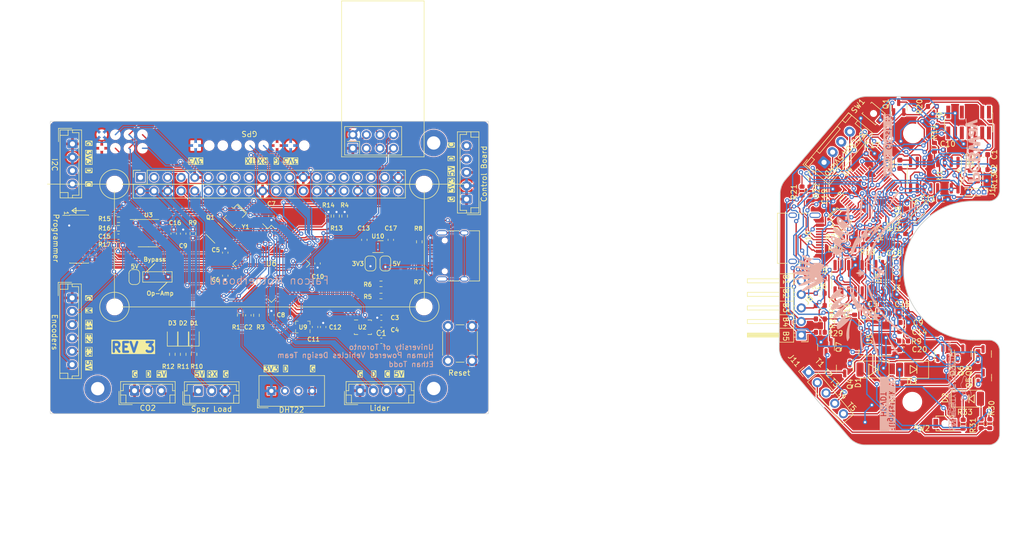
<source format=kicad_pcb>
(kicad_pcb (version 20240108) (generator "pcbnew") (generator_version "8.0")
  (layers (0 "F.Cu" signal) (31 "B.Cu" signal) (34 "B.Paste" user) (35 "F.Paste" user) (36 "B.SilkS" user "B.Silkscreen") (37 "F.SilkS" user "F.Silkscreen") (38 "B.Mask" user) (39 "F.Mask" user) (44 "Edge.Cuts" user))
  (net 0 "")
  (footprint "Capacitor_SMD:C_0603_1608Metric" (layer "F.Cu") (at 217.4912 80.9844 90)
    (property "Reference" "C19")
    (property "Value" "100n")
  )
  (footprint "Connector_PinHeader_1.00mm:PinHeader_1x04_P1.00mm_Vertical" (layer "F.Cu") (at 245.9184 80.1648 -90)
    (property "Reference" "J1")
    (property "Value" "Load Cell 1")
  )
  (footprint "Button_Switch_SMD:SW_SPST_B3U-1000P-B" (layer "F.Cu") (at 238.5712 123.4844 180)
    (property "Reference" "SW2")
    (property "Value" "SW_Push")
  )
  (footprint "Capacitor_SMD:C_0603_1608Metric" (layer "F.Cu") (at 224.6312 72.9244 180)
    (property "Reference" "C17")
    (property "Value" "100n")
  )
  (footprint "Capacitor_SMD:C_0603_1608Metric" (layer "F.Cu") (at 122.211 105.426 -90)
    (property "Reference" "C12")
    (property "Value" "100n")
  )
  (footprint "Connector_PinHeader_2.54mm:PinHeader_1x05_P2.54mm_Horizontal" (layer "F.Cu") (at 211.7032 106.9364 180)
    (property "Reference" "J8")
    (property "Value" "Conn_01x05_Pin")
  )
  (footprint "Resistor_SMD:R_0603_1608Metric" (layer "F.Cu") (at 140.204 89.462 -90)
    (property "Reference" "R8")
    (property "Value" "5.1K")
  )
  (footprint "MountingHole:MountingHole_2.5mm_Pad" (layer "F.Cu") (at 142.894 70.946)
    (property "Reference" "H1" (hide yes))
    (property "Value" "MountingHole")
  )
  (footprint "Capacitor_SMD:C_0603_1608Metric" (layer "F.Cu") (at 103.882 95.812 -90)
    (property "Reference" "C6")
    (property "Value" "100n")
  )
  (footprint "Resistor_SMD:R_0603_1608Metric" (layer "F.Cu") (at 236.6212 71.7494 -90)
    (property "Reference" "R14")
    (property "Value" "20k")
  )
  (footprint "Capacitor_SMD:C_0603_1608Metric" (layer "F.Cu") (at 133.092 103.686)
    (property "Reference" "C3")
    (property "Value" "2.2u")
  )
  (footprint "Resistor_SMD:R_0603_1608Metric" (layer "F.Cu") (at 228.9412 88.3744 180)
    (property "Reference" "R3")
    (property "Value" "100")
  )
  (footprint "Resistor_SMD:R_0603_1608Metric" (layer "F.Cu") (at 140.204 94.542 90)
    (property "Reference" "R7")
    (property "Value" "5.1K")
  )
  (footprint "LED_SMD:LED_0805_2012Metric" (layer "F.Cu") (at 96.008 107.3205 90)
    (property "Reference" "D2")
    (property "Value" "LED")
  )
  (footprint "Jumper:SolderJumper-2_P1.3mm_Open_RoundedPad1.0x1.5mm" (layer "F.Cu") (at 86.864 96.066 90)
    (property "Reference" "JP4")
    (property "Value" "5V ")
  )
  (footprint "Crystal:Resonator_SMD_Murata_CSTxExxV-3Pin_3.0x1.1mm" (layer "F.Cu") (at 105.66 84.636 -135)
    (property "Reference" "Y1")
    (property "Value" "8M")
  )
  (footprint "Connector_USB:USB_C_Receptacle_HRO_TYPE-C-31-M-12" (layer "F.Cu") (at 211.1352 88.8064 -90)
    (property "Reference" "J10")
    (property "Value" "USB_C_Receptacle_USB2.0")
  )
  (footprint "Package_LGA:LGA-14_3x2.5mm_P0.5mm_LayoutBorder3x4y" (layer "F.Cu") (at 129.6435 105.468)
    (property "Reference" "U2")
    (property "Value" "IMU")
  )
  (footprint "Package_TO_SOT_SMD:SOT-23" (layer "F.Cu") (at 229.9312 64.2244 90)
    (property "Reference" "Q1")
    (property "Value" "MMS8550")
  )
  (footprint "Resistor_SMD:R_0603_1608Metric" (layer "F.Cu") (at 83.884 86.936)
    (property "Reference" "R16")
    (property "Value" "20k")
  )
  (footprint "Package_TO_SOT_SMD:SOT-223" (layer "F.Cu") (at 224.4032 107.4444 180)
    (property "Reference" "U5")
    (property "Value" "LM3940IMP-3.3/NOPB")
  )
  (footprint "Resistor_SMD:R_0603_1608Metric" (layer "F.Cu") (at 220.3312 88.624399 180)
    (property "Reference" "R23")
    (property "Value" "5.1K")
  )
  (footprint "Resistor_SMD:R_0603_1608Metric" (layer "F.Cu") (at 124.71 84.636 -90)
    (property "Reference" "R13")
    (property "Value" "10k")
  )
  (footprint "Capacitor_SMD:C_0603_1608Metric" (layer "F.Cu") (at 227.4412 102.8344 180)
    (property "Reference" "C21")
    (property "Value" "33uF")
  )
  (footprint "Package_SON:WSON-6-1EP_2x2mm_P0.65mm_EP1x1.6mm_ThermalVias" (layer "F.Cu") (at 132.4555 90.366)
    (property "Reference" "U10")
    (property "Value" "TLV76733DRVx")
  )
  (footprint "Capacitor_SMD:C_0603_1608Metric" (layer "F.Cu") (at 133.092 105.972)
    (property "Reference" "C4")
    (property "Value" "100n")
  )
  (footprint "Connector_USB:USB_C_Receptacle_HRO_TYPE-C-31-M-12" (layer "F.Cu") (at 147.57 92.1036 90)
    (property "Reference" "J6" (hide yes))
    (property "Value" "USB_C_Receptacle_USB2.0")
  )
  (footprint "Connector_PinHeader_1.00mm:PinHeader_1x04_P1.00mm_Vertical" (layer "F.Cu") (at 229.4832 93.2684)
    (property "Reference" "J3")
    (property "Value" "Load Cell 5")
  )
  (footprint "Resistor_SMD:R_0603_1608Metric" (layer "F.Cu") (at 228.8312 116.1244)
    (property "Reference" "R32")
    (property "Value" "100")
  )
  (footprint "Resistor_SMD:R_0603_1608Metric" (layer "F.Cu") (at 215.2412 96.3444 180)
    (property "Reference" "R25")
    (property "Value" "10k")
  )
  (footprint "Capacitor_SMD:C_0603_1608Metric" (layer "F.Cu") (at 83.884 88.516 180)
    (property "Reference" "C15")
    (property "Value" "10n")
  )
  (footprint "Button_Switch_SMD:SW_SPST_B3U-1000P-B" (layer "F.Cu") (at 225.2312 65.4244 -40)
    (property "Reference" "SW1")
    (property "Value" "SW_Push")
  )
  (footprint "Capacitor_SMD:C_0603_1608Metric" (layer "F.Cu") (at 228.9752 90.1724)
    (property "Reference" "C18")
    (property "Value" "100n")
  )
  (footprint "Resistor_SMD:R_0603_1608Metric" (layer "F.Cu") (at 213.3312 79.949401 -90)
    (property "Reference" "R22")
    (property "Value" "22")
  )
  (footprint "Resistor_SMD:R_0603_1608Metric" (layer "F.Cu") (at 211.8312 79.949401 -90)
    (property "Reference" "R21")
    (property "Value" "22")
  )
  (footprint "MountingHole:MountingHole_2.7mm_M2.5" (layer "F.Cu") (at 141.093 101.654)
    (property "Reference" "H5" (hide yes))
    (property "Value" "MountingHole")
  )
  (footprint "LED_SMD:LED_2010_5025Metric" (layer "F.Cu") (at 224.9512 113.3944 180)
    (property "Reference" "D1")
    (property "Value" "LED")
  )
  (footprint "Package_QFP:LQFP-48_7x7mm_P0.5mm" (layer "F.Cu") (at 224.541201 80.4344 45)
    (property "Reference" "U4")
    (property "Value" "STM32F103C8Tx")
  )
  (footprint "Capacitor_SMD:C_0603_1608Metric" (layer "F.Cu") (at 230.9012 109.6744)
    (property "Reference" "C20")
    (property "Value" "0.47uF")
  )
  (footprint "Jumper:SolderJumper-2_P1.3mm_Open_RoundedPad1.0x1.5mm" (layer "F.Cu") (at 131.06 93.526 -90)
    (property "Reference" "JP5")
    (property "Value" "Jumper_2_Open")
  )
  (footprint "Resistor_SMD:R_0603_1608Metric" (layer "F.Cu") (at 215.2312 99.1044 180)
    (property "Reference" "R26")
    (property "Value" "10k")
  )
  (footprint "Resistor_SMD:R_0603_1608Metric" (layer "F.Cu") (at 133.029 99.622)
    (property "Reference" "R5")
    (property "Value" "22R")
  )
  (footprint "Resistor_SMD:R_0603_1608Metric" (layer "F.Cu") (at 133.029 97.336)
    (property "Reference" "R6")
    (property "Value" "22R")
  )
  (footprint "Resistor_SMD:R_0603_1608Metric" (layer "F.Cu") (at 245.3512 123.5444 90)
    (property "Reference" "R31")
    (property "Value" "100")
  )
  (footprint "Resistor_SMD:R_0603_1608Metric" (layer "F.Cu") (at 96.008 110.544 90)
    (property "Reference" "R11")
    (property "Value" "130R")
  )
  (footprint "Package_QFP:LQFP-64_10x10mm_P0.5mm" (layer "F.Cu") (at 112.518 93.5768 -45)
    (property "Reference" "U6")
    (property "Value" "STM32F412RETx")
  )
  (footprint "LED_SMD:LED_0805_2012Metric" (layer "F.Cu") (at 98.04 107.3205 90)
    (property "Reference" "D1")
    (property "Value" "LED")
  )
  (footprint "Package_TO_SOT_SMD:SOT-23" (layer "F.Cu") (at 245.7512 114.9169 90)
    (property "Reference" "Q5")
    (property "Value" "2N7002")
  )
  (footprint "LED_SMD:LED_2010_5025Metric" (layer "F.Cu") (at 242.9812 118.8544)
    (property "Reference" "D2")
    (property "Value" "LED")
  )
  (footprint "Package_TO_SOT_SMD:SOT-23" (layer "F.Cu") (at 101.85 87.43 135)
    (property "Reference" "Q1")
    (property "Value" "2N7002K")
  )
  (footprint "Package_TO_SOT_SMD:SOT-23" (layer "F.Cu") (at 245.7212 110.4869 90)
    (property "Reference" "Q8")
    (property "Value" "2N7002")
  )
  (footprint "Jumper:SolderJumper-3_P2.0mm_Open_TrianglePad1.0x1.5mm_NumberLabels" (layer "F.Cu") (at 91.182 96.066)
    (property "Reference" "JP1" (hide yes))
    (property "Value" "Jumper_3_Open")
  )
  (footprint "Package_LGA:Bosch_LGA-8_2x2.5mm_P0.65mm_ClockwisePinNumbering" (layer "F.Cu") (at 118.401 105.426 180)
    (property "Reference" "U9")
    (property "Value" "DPS310 - barometer")
  )
  (footprint "MountingHole:MountingHole_2.7mm_M2.5" (layer "F.Cu") (at 83.181 101.654)
    (property "Reference" "H8" (hide yes))
    (property "Value" "MountingHole")
  )
  (footprint "Resistor_SMD:R_0603_1608Metric" (layer "F.Cu") (at 236.2312 64.1044)
    (property "Reference" "R20")
    (property "Value" "10k")
  )
  (footprint "Capacitor_SMD:C_0603_1608Metric" (layer "F.Cu") (at 134.87 89.096 90)
    (property "Reference" "C17")
    (property "Value" "0.22u")
  )
  (footprint "Resistor_SMD:R_0603_1608Metric" (layer "F.Cu") (at 245.7412 75.9444)
    (property "Reference" "R2")
    (property "Value" "100")
  )
  (footprint "Resistor_SMD:R_0603_1608Metric" (layer "F.Cu") (at 109.724 103.2288 90)
    (property "Reference" "R3")
    (property "Value" "100k")
  )
  (footprint "Resistor_SMD:R_0603_1608Metric" (layer "F.Cu") (at 126.234 84.636 90)
    (property "Reference" "R4")
    (property "Value" "10k")
  )
  (footprint "Resistor_SMD:R_0603_1608Metric" (layer "F.Cu") (at 243.3312 76.9494 90)
    (property "Reference" "R1")
    (property "Value" "100")
  )
  (footprint "Capacitor_SMD:C_0603_1608Metric" (layer "F.Cu") (at 230.8862 106.2544)
    (property "Reference" "C14")
    (property "Value" "0.1uF")
  )
  (footprint "Connector_JST:JST_EH_B3B-EH-A_1x03_P2.50mm_Vertical" (layer "F.Cu") (at 86.904 117.356)
    (property "Reference" "J4" (hide yes))
    (property "Value" "c02 censor")
  )
  (footprint "Package_SO:SOIC-16_3.9x9.9mm_P1.27mm" (layer "F.Cu") (at 236.5952 76.9644 -90)
    (property "Reference" "U1")
    (property "Value" "HX711")
  )
  (footprint "MountingHole:MountingHole_2.5mm_Pad" (layer "F.Cu") (at 80.006 116.976)
    (property "Reference" "H3" (hide yes))
    (property "Value" "MountingHole")
  )
  (footprint "Resistor_SMD:R_0603_1608Metric" (layer "F.Cu") (at 242.0012 123.6344 90)
    (property "Reference" "R33")
    (property "Value" "100")
  )
  (footprint "Capacitor_SMD:C_0603_1608Metric" (layer "F.Cu") (at 112.518 84.636 -90)
    (property "Reference" "C7")
    (property "Value" "100n")
  )
  (footprint "Capacitor_SMD:C_0603_1608Metric" (layer "F.Cu") (at 239.1112 72.2644)
    (property "Reference" "C10")
    (property "Value" "0.1uF")
  )
  (footprint "Connector_JST:JST_EH_B5B-EH-A_1x05_P2.50mm_Vertical" (layer "F.Cu") (at 149.048 81.466 90)
    (property "Reference" "J9" (hide yes))
    (property "Value" "Control Board")
  )
  (footprint "Resistor_SMD:R_0603_1608Metric" (layer "F.Cu") (at 215.2592 101.4084 180)
    (property "Reference" "R27")
    (property "Value" "10k")
  )
  (footprint "Connector_PinHeader_2.54mm:PinHeader_1x05_P2.54mm_Vertical" (layer "F.Cu") (at 213.066768 113.897278 40)
    (property "Reference" "J11")
    (property "Value" "Conn_01x05_Pin")
  )
  (footprint "Capacitor_SMD:C_0603_1608Metric" (layer "F.Cu") (at 245.8112 73.1244)
    (property "Reference" "C1")
    (property "Value" "0.1uF")
  )
  (footprint "Package_TO_SOT_SMD:SOT-23" (layer "F.Cu") (at 216.3312 109.186899 -90)
    (property "Reference" "Q7")
    (property "Value" "2N7002")
  )
  (footprint "Resistor_SMD:R_0603_1608Metric" (layer "F.Cu") (at 224.2 87.9372)
    (property "Reference" "R17")
    (property "Value" "8.2k")
  )
  (footprint "Package_TO_SOT_SMD:SOT-23" (layer "F.Cu") (at 238.2212 110.3069 90)
    (property "Reference" "Q3")
    (property "Value" "MMS8550")
  )
  (footprint "Capacitor_SMD:C_0603_1608Metric" (layer "F.Cu") (at 242.6912 72.3924 180)
    (property "Reference" "C7")
    (property "Value" "10uF")
  )
  (footprint "MountingHole:MountingHole_2.7mm_M2.5" (layer "F.Cu") (at 83.181 78.667)
    (property "Reference" "H7" (hide yes))
    (property "Value" "MountingHole")
  )
  (footprint "Capacitor_SMD:C_0603_1608Metric" (layer "F.Cu") (at 112.518 103.178 90)
    (property "Reference" "C8")
    (property "Value" "100n")
  )
  (footprint "Capacitor_SMD:C_0603_1608Metric" (layer "F.Cu") (at 103.882 91.494 90)
    (property "Reference" "C5")
    (property "Value" "100n")
  )
  (footprint "Resistor_SMD:R_0603_1608Metric" (layer "F.Cu") (at 221.6812 102.3144 90)
    (property "Reference" "R10")
    (property "Value" "100")
  )
  (footprint "RF_Module:nRF24L01_Breakout" (layer "F.Cu") (at 127.758 71.936 90)
    (property "Reference" "U7" (hide yes))
    (property "Value" "nRF24L01-telemetry-INTERIOR")
  )
  (footprint "Resistor_SMD:R_0603_1608Metric" (layer "F.Cu") (at 123.186 84.636 -90)
    (property "Reference" "R14")
    (property "Value" "10k")
  )
  (footprint "Capacitor_SMD:C_0603_1608Metric" (layer "F.Cu") (at 96.008 87.938 90)
    (property "Reference" "C9")
    (property "Value" "10n")
  )
  (footprint "Button_Switch_THT:SW_PUSH_6mm_H4.3mm" (layer "F.Cu") (at 150.074 105.262 -90)
    (property "Reference" "SW1" (hide yes))
    (property "Value" "MCU_RST")
  )
  (footprint "MountingHole:MountingHole_3.2mm_M3_ISO7380" (layer "F.Cu") (at 232.4804 119.4332 -90)
    (property "Reference" "H1" (hide yes))
    (property "Value" "MountingHole")
  )
  (footprint "Capacitor_SMD:C_0603_1608Metric" (layer "F.Cu") (at 227.4612 101.1944 180)
    (property "Reference" "C5")
    (property "Value" "0.1uF")
  )
  (footprint "Package_SO:SOIC-8-1EP_3.9x4.9mm_P1.27mm_EP2.29x3mm" (layer "F.Cu") (at 89.514 87.846)
    (property "Reference" "U3")
    (property "Value" "LM358")
  )
  (footprint "Connector_JST:JST_EH_B6B-EH-A_1x06_P2.50mm_Vertical" (layer "F.Cu") (at 75.226 99.976 -90)
    (property "Reference" "J5" (hide yes))
    (property "Value" "shaftencorder")
  )
  (footprint "Resistor_SMD:R_0603_1608Metric" (layer "F.Cu") (at 246.9912 123.5344 90)
    (property "Reference" "R30")
    (property "Value" "200")
  )
  (footprint "Resistor_SMD:R_0603_1608Metric" (layer "F.Cu") (at 215.2592 103.9184 180)
    (property "Reference" "R28")
    (property "Value" "10k")
  )
  (footprint "Capacitor_SMD:C_0603_1608Metric" (layer "F.Cu") (at 238.3602 81.5364)
    (property "Reference" "C11")
    (property "Value" "10uF")
  )
  (footprint "Capacitor_SMD:C_0603_1608Metric" (layer "F.Cu") (at 230.9962 104.5744)
    (property "Reference" "C9")
    (property "Value" "10uF")
  )
  (footprint "Resistor_SMD:R_0603_1608Metric" (layer "F.Cu") (at 230.8512 108.0444 180)
    (property "Reference" "R9")
    (property "Value" "100")
  )
  (footprint "Capacitor_SMD:C_0603_1608Metric" (layer "F.Cu") (at 230.1512 74.9344 -90)
    (property "Reference" "C2")
    (property "Value" "0.1uF")
  )
  (footprint "Capacitor_SMD:C_0603_1608Metric" (layer "F.Cu") (at 230.8012 102.5744 180)
    (property "Reference" "C15")
    (property "Value" "10uF")
  )
  (footprint "Connector_PinHeader_1.27mm:PinHeader_2x07_P1.27mm_Vertical_SMD" (layer "F.Cu") (at 243.021199 67.1144 -90)
    (property "Reference" "J9")
    (property "Value" "Conn_ST_STDC14")
  )
  (footprint "Package_SO:SOIC-16_3.9x9.9mm_P1.27mm" (layer "F.Cu") (at 222.4712 96.3044 -90)
    (property "Reference" "U3")
    (property "Value" "HX711")
  )
  (footprint "Package_TO_SOT_SMD:SOT-23" (layer "F.Cu") (at 241.9412 110.3769 90)
    (property "Reference" "Q6")
    (property "Value" "2N7002")
  )
  (footprint "Package_TO_SOT_SMD:SOT-23" (layer "F.Cu") (at 219.8312 113.1869 -90)
    (property "Reference" "Q4")
    (property "Value" "2N7002")
  )
  (footprint "MountingHole:MountingHole_2.5mm_Pad" (layer "F.Cu") (at 142.914 116.946)
    (property "Reference" "H4" (hide yes))
    (property "Value" "MountingHole")
  )
  (footprint "Connector_JST:JST_XH_B4B-XH-A_1x04_P2.50mm_Vertical" (layer "F.Cu") (at 215.960234 74.575093 50)
    (property "Reference" "J7")
    (property "Value" "Conn_01x04_Male")
  )
  (footprint "Connector_PinHeader_1.27mm:PinHeader_2x07_P1.27mm_Vertical_SMD" (layer "F.Cu") (at 76.532 88.954)
    (property "Reference" "J2" (hide yes))
    (property "Value" "Conn_ST_STDC14")
  )
  (footprint "LED_SMD:LED_0805_2012Metric" (layer "F.Cu") (at 93.992 107.3205 90)
    (property "Reference" "D3")
    (property "Value" "LED")
  )
  (footprint "Resistor_SMD:R_0603_1608Metric" (layer "F.Cu") (at 220.8012 90.9544)
    (property "Reference" "R24")
    (property "Value" "5.1K")
  )
  (footprint "Capacitor_SMD:C_0603_1608Metric" (layer "F.Cu") (at 133.092 108.004)
    (property "Reference" "C1")
    (property "Value" "10n")
  )
  (footprint "Connector_JST:JST_EH_B4B-EH-A_1x04_P2.50mm_Vertical" (layer "F.Cu") (at 75.2816 71.1232 -90)
    (property "Reference" "J3" (hide yes))
    (property "Value" "Battery / Pitot/ Orientation")
  )
  (footprint "Resistor_SMD:R_0603_1608Metric" (layer "F.Cu") (at 224.151199 89.9644 180)
    (property "Reference" "R18")
    (property "Value" "20k")
  )
  (footprint "Capacitor_SMD:C_0603_1608Metric" (layer "F.Cu") (at 120.687 105.426 -90)
    (property "Reference" "C11")
    (property "Value" "100n")
  )
  (footprint "Capacitor_SMD:C_0603_1608Metric" (layer "F.Cu") (at 129.9155 89.096 90)
    (property "Reference" "C13")
    (property "Value" "0.22u")
  )
  (footprint "Resistor_SMD:R_0603_1608Metric" (layer "F.Cu") (at 83.904 85.326 180)
    (property "Reference" "R15")
    (property "Value" "1k")
  )
  (footprint "Connector_PinSocket_2.54mm:PinSocket_2x20_P2.54mm_Vertical" (layer "F.Cu") (at 113.437 76.067 90)
    (property "Reference" "J1" (hide yes))
    (property "Value" "Raspberry_Pi_2_3 ANT")
  )
  (footprint "Capacitor_SMD:C_0603_1608Metric" (layer "F.Cu") (at 94.234 87.936 -90)
    (property "Reference" "C16")
    (property "Value" "100n")
  )
  (footprint "Connector_PinHeader_1.00mm:PinHeader_1x04_P1.00mm_Vertical" (layer "F.Cu") (at 235.01426 82.96494 -45)
    (property "Reference" "J5")
    (property "Value" "Load Cell 3")
  )
  (footprint "Capacitor_SMD:C_0603_1608Metric" (layer "F.Cu") (at 108.2 103.2288 -90)
    (property "Reference" "C2")
    (property "Value" "4.7u")
  )
  (footprint "Resistor_SMD:R_0603_1608Metric" (layer "F.Cu") (at 83.874 90.086)
    (property "Reference" "R17")
    (property "Value" "470R")
  )
  (footprint "Resistor_SMD:R_0603_1608Metric" (layer "F.Cu") (at 106.676 103.178 90)
    (property "Reference" "R1")
    (property "Value" "100k")
  )
  (footprint "Resistor_SMD:R_0603_1608Metric" (layer "F.Cu") (at 97.824 87.936 -90)
    (property "Reference" "R9")
    (property "Value" "5.6k")
  )
  (footprint "Resistor_SMD:R_0603_1608Metric" (layer "F.Cu") (at 98.04 110.544 90)
    (property "Reference" "R10")
    (property "Value" "130R")
  )
  (footprint "MountingHole:MountingHole_2.7mm_M2.5" (layer "F.Cu") (at 141.093 78.667)
    (property "Reference" "H6" (hide yes))
    (property "Value" "MountingHole")
  )
  (footprint "LED_SMD:LED_2010_5025Metric" (layer "F.Cu") (at 232.3512 113.4244 180)
    (property "Reference" "D3")
    (property "Value" "LED")
  )
  (footprint "MountingHole:MountingHole_3.2mm_M3_ISO7380" (layer "F.Cu") (at 232.6012 69.1544 -90)
    (property "Reference" "H3" (hide yes))
    (property "Value" "MountingHole")
  )
  (footprint "Connector_JST:JST_EH_B4B-EH-A_1x04_P2.50mm_Vertical" (layer "F.Cu") (at 129.108 117.356)
    (property "Reference" "J8" (hide yes))
    (property "Value" "lidar")
  )
  (footprint "Connector_JST:JST_EH_B3B-EH-A_1x03_P2.50mm_Vertical" (layer "F.Cu") (at 98.842 117.402)
    (property "Reference" "J7" (hide yes))
    (property "Value" "SparLoad")
  )
  (footprint "Resistor_SMD:R_0603_1608Metric" (layer "F.Cu") (at 93.976 110.544 -90)
    (property "Reference" "R12")
    (property "Value" "130R")
  )
  (footprint "Resistor_SMD:R_0603_1608Metric" (layer "F.Cu") (at 231.2412 87.164401 -90)
    (property "Reference" "R4")
    (property "Value" "100")
  )
  (footprint "Resistor_SMD:R_0603_1608Metric" (layer "F.Cu") (at 215.2592 106.4284 180)
    (property "Reference" "R29")
    (property "Value" "10k")
  )
  (footprint "Jumper:SolderJumper-2_P1.3mm_Open_RoundedPad1.0x1.5mm" (layer "F.Cu") (at 133.854 93.526 90)
    (property "Reference" "JP6")
    (property "Value" "Jumper_2_Open")
  )
  (footprint "Resistor_SMD:R_0603_1608Metric" (layer "F.Cu") (at 245.5612 78.0344)
    (property "Reference" "R13")
    (property "Value" "8.2k")
  )
  (footprint "Capacitor_SMD:C_0603_1608Metric" (layer "F.Cu") (at 121.154 93.526 -90)
    (property "Reference" "C10")
    (property "Value" "1u")
  )
  (footprint "Sensor:Aosong_DHT11_5.5x12.0_P2.54mm" (layer "F.Cu") (at 112.518 117.402 90)
    (property "Reference" "U5" (hide yes))
    (property "Value" "DHT11(DHT22)")
  )
  (footprint "Capacitor_SMD:C_0603_1608Metric" (layer "F.Cu") (at 231.4212 82.6744 90)
    (property "Reference" "C16")
    (property "Value" "100n")
  )
  (footprint "Crystal:Resonator_SMD_Murata_CSTxExxV-3Pin_3.0x1.1mm" (layer "F.Cu") (at 218.9712 85.2644 -45)
    (property "Reference" "Y1")
    (property "Value" "8Mhz")
  )
  (gr_poly (pts (xy 240.634092 117.113836) (xy 240.633813 117.104476) (xy 240.633285 117.095176) (xy 240.632477 117.085948) (xy 240.631364 117.076806) (xy 240.629916 117.067764) (xy 240.628109 117.058835) (xy 240.62591 117.05003) (xy 240.623293 117.041366) (xy 240.62023 117.032854) (xy 240.616696 117.024508) (xy 240.612659 117.016342) (xy 240.608093 117.008368) (xy 240.602971 117.000599) (xy 240.597262 116.993051) (xy 240.590942 116.985735) (xy 240.584637 116.979937) (xy 240.578183 116.974499) (xy 240.57158 116.96941) (xy 240.564832 116.964654) (xy 240.557941 116.960217) (xy 240.55091 116.956086) (xy 240.543742 116.952247) (xy 240.536439 116.948689) (xy 240.529004 116.945393) (xy 240.521439 116.942352) (xy 240.513747 116.939547) (xy 240.50593 116.936967) (xy 240.497992 116.934598) (xy 240.489935 116.932425) (xy 240.481763 116.930436) (xy 240.473472 116.928617) (xy 240.468209 116.927502) (xy 240.459959 116.926009) (xy 240.451689 116.92473) (xy 240.443403 116.923649) (xy 240.435102 116.922748) (xy 240.41846 116.92143) (xy 240.401776 116.920644) (xy 240.385064 116.920262) (xy 240.368336 116.920154) (xy 240.334891 116.920249) (xy 240.305858 116.920243) (xy 240.25714 116.920263) (xy 240.201143 116.920257) (xy 240.152711 116.920247) (xy 240.12394 116.920242) (xy 240.069584 116.920314) (xy 240.051581 116.920609) (xy 240.037618 116.92121) (xy 240.026137 116.922212) (xy 240.015578 116.923717) (xy 240.004388 116.925819) (xy 239.991005 116.928617) (xy 239.985163 116.929835) (xy 239.971807 116.932976) (xy 239.965194 116.93474) (xy 239.958632 116.936647) (xy 239.95213 116.938707) (xy 239.945698 116.940931) (xy 239.939341 116.943329) (xy 239.933068 116.945912) (xy 239.926886 116.948689) (xy 239.920802 116.951672) (xy 239.914827 116.954869) (xy 239.908966 116.958294) (xy 239.903228 116.961955) (xy 239.89762 116.965861) (xy 239.892149 116.970026) (xy 239.886825 116.974457) (xy 239.883192 116.977228) (xy 239.880272 116.979628) (xy 239.877454 116.982117) (xy 239.872103 116.98735) (xy 239.867133 116.992902) (xy 239.862528 116.998744) (xy 239.858279 117.004851) (xy 239.85437 117.011195) (xy 239.85079 117.017752) (xy 239.847525 117.024493) (xy 239.844564 117.031392) (xy 239.841893 117.038423) (xy 239.839501 117.045558) (xy 239.837373 117.052772) (xy 239.835498 117.060037) (xy 239.833863 117.067328) (xy 239.832456 117.074617) (xy 239.831263 117.081877) (xy 239.830577 117.090736) (xy 239.830058 117.099596) (xy 239.829682 117.108458) (xy 239.82943 117.117323) (xy 239.829195 117.135061) (xy 239.829171 117.152821) (xy 239.829161 117.164396) (xy 239.829162 117.195551) (xy 239.829159 117.22833) (xy 239.829169 117.283345) (xy 239.829166 117.346737) (xy 239.829161 117.401397) (xy 239.829159 117.433941) (xy 239.829167 117.464551) (xy 239.829165 117.475712) (xy 239.829342 117.498001) (xy 239.830221 117.519974) (xy 239.831062 117.530809) (xy 239.832245 117.541521) (xy 239.833827 117.552097) (xy 239.835863 117.562526) (xy 239.83841 117.572789) (xy 239.841523 117.582874) (xy 239.845258 117.592767) (xy 239.849671 117.602456) (xy 239.854818 117.611922) (xy 239.860754 117.621153) (xy 239.867537 117.630135) (xy 239.875221 117.638855) (xy 239.879417 117.643058) (xy 239.883266 117.646973) (xy 239.888733 117.651895) (xy 239.89445 117.656499) (xy 239.900395 117.660798) (xy 239.906553 117.664807) (xy 239.912902 117.66854) (xy 239.919419 117.672009) (xy 239.926084 117.675229) (xy 239.932879 117.678214) (xy 239.939782 117.680975) (xy 239.946771 117.683531) (xy 239.953825 117.685892) (xy 239.960929 117.688073) (xy 239.968054 117.690086) (xy 239.975187 117.691948) (xy 239.989384 117.695264) (xy 239.993273 117.696133) (xy 240.003871 117.698097) (xy 240.014488 117.699647) (xy 240.025124 117.700827) (xy 240.03578 117.701686) (xy 240.046461 117.70227) (xy 240.057163 117.702625) (xy 240.067894 117.702797) (xy 240.07865 117.702833) (xy 240.089725 117.702863) (xy 240.095308 117.702867) (xy 240.095308 117.577081) (xy 240.086049 117.57687) (xy 240.081411 117.576619) (xy 240.076789 117.576237) (xy 240.0722 117.575699) (xy 240.067659 117.574982) (xy 240.06318 117.574057) (xy 240.058783 117.572902) (xy 240.054483 117.571491) (xy 240.050295 117.569798) (xy 240.046236 117.567799) (xy 240.042322 117.56547) (xy 240.038568 117.562783) (xy 240.036757 117.561298) (xy 240.034992 117.559715) (xy 240.033191 117.557621) (xy 240.031517 117.555487) (xy 240.029964 117.553312) (xy 240.028529 117.551097) (xy 240.027206 117.548845) (xy 240.025992 117.546557) (xy 240.024881 117.544234) (xy 240.02387 117.541881) (xy 240.022126 117.537083) (xy 240.020724 117.532179) (xy 240.01963 117.52718) (xy 240.018805 117.5221) (xy 240.018214 117.516954) (xy 240.017822 117.511755) (xy 240.017591 117.506517) (xy 240.017487 117.501254) (xy 240.017604 117.480227) (xy 240.017575 117.467954) (xy 240.017577 117.434779) (xy 240.017569 117.399971) (xy 240.017604 117.337795) (xy 240.017599 117.281539) (xy 240.017574 117.216046) (xy 240.017566 117.181438) (xy 240.017593 117.148895) (xy 240.017586 117.136988) (xy 240.017311 117.124081) (xy 240.017271 117.118732) (xy 240.017329 117.11398) (xy 240.017511 117.109719) (xy 240.017842 117.105844) (xy 240.018348 117.102251) (xy 240.019056 117.098834) (xy 240.019989 117.095487) (xy 240.021174 117.092105) (xy 240.022636 117.088585) (xy 240.0244 117.084819) (xy 240.026493 117.080704) (xy 240.028937 117.076134) (xy 240.034992 117.065208) (xy 240.036757 117.063603) (xy 240.03854 117.062099) (xy 240.040342 117.060693) (xy 240.042162 117.059382) (xy 240.044 117.058162) (xy 240.045857 117.057029) (xy 240.049622 117.055019) (xy 240.053459 117.053321) (xy 240.057366 117.05191) (xy 240.061339 117.050759) (xy 240.06538 117.049842) (xy 240.069485 117.049135) (xy 240.073656 117.048609) (xy 240.077889 117.048238) (xy 240.082187 117.047996) (xy 240.090962 117.047793) (xy 240.099972 117.047791) (xy 240.109498 117.047754) (xy 240.135236 117.047732) (xy 240.156788 117.047715) (xy 240.207672 117.047713) (xy 240.260013 117.047659) (xy 240.305088 117.047616) (xy 240.331949 117.047587) (xy 240.344588 117.04757) (xy 240.357228 117.0476) (xy 240.361841 117.047602) (xy 240.366453 117.047582) (xy 240.374682 117.04761) (xy 240.382818 117.047887) (xy 240.386841 117.048165) (xy 240.390828 117.048558) (xy 240.394775 117.049086) (xy 240.398676 117.049769) (xy 240.402528 117.050621) (xy 240.406327 117.051662) (xy 240.410068 117.052911) (xy 240.413746 117.054385) (xy 240.417358 117.056102) (xy 240.420899 117.05808) (xy 240.424364 117.060339) (xy 240.427749 117.062893) (xy 240.430446 117.065744) (xy 240.432886 117.06868) (xy 240.435083 117.071697) (xy 240.437046 117.074794) (xy 240.438788 117.077968) (xy 240.440321 117.081218) (xy 240.441654 117.08454) (xy 240.442803 117.087931) (xy 240.443776 117.091391) (xy 240.444586 117.094916) (xy 240.445243 117.098503) (xy 240.445761 117.102151) (xy 240.446149 117.105857) (xy 240.446421 117.109618) (xy 240.446587 117.113432) (xy 240.446658 117.117298) (xy 240.446637 117.122) (xy 240.446659 117.127157) (xy 240.446663 117.144106) (xy 240.446694 117.156322) (xy 240.446713 117.189396) (xy 240.446729 117.217053) (xy 240.446737 117.286047) (xy 240.446783 117.345839) (xy 240.446828 117.407372) (xy 240.446855 117.441862) (xy 240.44685 117.474306) (xy 240.446866 117.486177) (xy 240.44702 117.500019) (xy 240.446999 117.505753) (xy 240.446879 117.510846) (xy 240.446623 117.515406) (xy 240.446203 117.51955) (xy 240.445591 117.523387) (xy 240.444757 117.527029) (xy 240.443669 117.530589) (xy 240.442299 117.534178) (xy 240.440616 117.537909) (xy 240.438591 117.541892) (xy 240.436193 117.546242) (xy 240.433394 117.551069) (xy 240.426469 117.562602) (xy 240.423593 117.564704) (xy 240.420633 117.566592) (xy 240.417593 117.568277) (xy 240.414481 117.56977) (xy 240.411303 117.57108) (xy 240.408065 117.57222) (xy 240.404774 117.573201) (xy 240.401434 117.574032) (xy 240.398054 117.574726) (xy 240.394638 117.575293) (xy 240.391194 117.575745) (xy 240.387728 117.57609) (xy 240.384245 117.576342) (xy 240.380752 117.57651) (xy 240.373761 117.576644) (xy 240.369955 117.57666) (xy 240.357435 117.576682) (xy 240.348413 117.57671) (xy 240.323971 117.576754) (xy 240.308668 117.576776) (xy 240.260696 117.576826) (xy 240.205495 117.576921) (xy 240.162713 117.576981) (xy 240.137216 117.577027) (xy 240.125205 117.577053) (xy 240.113196 117.577046) (xy 240.108817 117.577051) (xy 240.104438 117.577071) (xy 240.095308 117.577081) (xy 240.095308 117.702867) (xy 240.119506 117.702884) (xy 240.144521 117.702899) (xy 240.203627 117.70291) (xy 240.264245 117.702961) (xy 240.316609 117.702999) (xy 240.347739 117.703027) (xy 240.378468 117.702956) (xy 240.40971 117.702162) (xy 240.425385 117.701287) (xy 240.441022 117.69998) (xy 240.456567 117.698162) (xy 240.471964 117.695743) (xy 240.487158 117.692646) (xy 240.502093 117.688784) (xy 240.516717 117.684075) (xy 240.530972 117.678436) (xy 240.544804 117.671784) (xy 240.558157 117.664034) (xy 240.570976 117.655104) (xy 240.57717 117.65017) (xy 240.583208 117.644912) (xy 240.586884 117.641626) (xy 240.590866 117.637692) (xy 240.594672 117.633572) (xy 240.598302 117.629279) (xy 240.601755 117.624824) (xy 240.605033 117.620222) (xy 240.608135 117.615482) (xy 240.611061 117.61062) (xy 240.613812 117.605648) (xy 240.616387 117.600577) (xy 240.618787 117.595423) (xy 240.621012 117.590196) (xy 240.623061 117.58491) (xy 240.624936 117.579576) (xy 240.626635 117.574208) (xy 240.62816 117.568818) (xy 240.629509 117.563419) (xy 240.630451 117.559463) (xy 240.631171 117.555613) (xy 240.631783 117.551755) (xy 240.632295 117.547891) (xy 240.632716 117.544019) (xy 240.633319 117.53626) (xy 240.633659 117.528484) (xy 240.633805 117.520692) (xy 240.633824 117.512888) (xy 240.633753 117.497265) (xy 240.633789 117.483914) (xy 240.633833 117.45153) (xy 240.633855 117.425163) (xy 240.633901 117.350175) (xy 240.633901 117.346102) (xy 240.633901 117.342023) (xy 240.633987 117.276694) (xy 240.634062 117.209384) (xy 240.634111 117.171687) (xy 240.63412 117.136187) (xy 240.634124 117.129715) (xy 240.634148 117.123244)) (stroke (width -0.000001)) (fill solid) (layer "B.SilkS"))
  (gr_poly (pts (xy 222.557699 95.83484) (xy 222.556845 95.865324) (xy 222.555373 95.894909) (xy 222.553745 95.920219) (xy 222.551885 95.944517) (xy 222.551412 95.946981) (xy 222.550785 95.94939) (xy 222.550008 95.951739) (xy 222.549086 95.954021) (xy 222.548024 95.956231) (xy 222.546826 95.958363) (xy 222.545497 95.960411) (xy 222.544043 95.962368) (xy 222.542467 95.964229) (xy 222.540775 95.965989) (xy 222.53897 95.967639) (xy 222.537059 95.969175) (xy 222.535045 95.970591) (xy 222.532934 95.971882) (xy 222.53073 95.97304) (xy 222.528438 95.97406) (xy 222.526085 95.974928) (xy 222.523698 95.975636) (xy 222.521286 95.976185) (xy 222.518855 95.976575) (xy 222.516414 95.976808) (xy 222.51397 95.976884) (xy 222.511531 95.976805) (xy 222.509104 95.976571) (xy 222.506696 95.976184) (xy 222.504316 95.975644) (xy 222.50197 95.974952) (xy 222.499668 95.97411) (xy 222.497415 95.973118) (xy 222.49522 95.971977) (xy 222.493089 95.970688) (xy 222.491031 95.969253) (xy 222.488108 95.966893) (xy 222.485338 95.964219) (xy 222.482717 95.961258) (xy 222.480242 95.958034) (xy 222.477909 95.954573) (xy 222.475712 95.950901) (xy 222.47365 95.947043) (xy 222.471717 95.943024) (xy 222.468223 95.934607) (xy 222.4652 95.925852) (xy 222.462616 95.916966) (xy 222.460438 95.908151) (xy 222.458636 95.89961) (xy 222.457177 95.891546) (xy 222.455163 95.877668) (xy 222.453856 95.864611) (xy 222.420039 95.83377) (xy 222.405985 95.821273) (xy 222.392074 95.809191) (xy 222.3795 95.798686) (xy 222.374087 95.794389) (xy 222.369455 95.790924) (xy 222.367406 95.789211) (xy 222.365454 95.787094) (xy 222.363602 95.784604) (xy 222.361854 95.781771) (xy 222.360212 95.778627) (xy 222.358682 95.775202) (xy 222.357266 95.771526) (xy 222.355968 95.767633) (xy 222.35374 95.75931) (xy 222.352026 95.75048) (xy 222.350856 95.74139) (xy 222.350257 95.732286) (xy 222.350258 95.723414) (xy 222.350887 95.715022) (xy 222.351446 95.711082) (xy 222.352173 95.707355) (xy 222.353072 95.703871) (xy 222.354145 95.70066) (xy 222.355396 95.697754) (xy 222.35683 95.695184) (xy 222.35845 95.69298) (xy 222.360258 95.691173) (xy 222.36226 95.689793) (xy 222.364457 95.688873) (xy 222.366855 95.688442) (xy 222.369455 95.68853) (xy 222.376111 95.689887) (xy 222.385031 95.692421) (xy 222.395866 95.695991) (xy 222.408266 95.700454) (xy 222.436362 95.711488) (xy 222.466524 95.724382) (xy 222.495953 95.737996) (xy 222.50952 95.744716) (xy 222.521855 95.751189) (xy 222.532608 95.757269) (xy 222.541431 95.762818) (xy 222.547973 95.76769) (xy 222.550279 95.769828) (xy 222.551885 95.771743) (xy 222.553049 95.773927) (xy 222.554065 95.776845) (xy 222.555684 95.784675) (xy 222.556797 95.794811) (xy 222.557466 95.806832) (xy 222.557747 95.820316)) (stroke (width -0.000001)) (fill solid) (layer "B.SilkS"))
  (gr_poly (pts (xy 225.56962 93.833171) (xy 225.546389 93.838181) (xy 225.522442 93.844407) (xy 225.497836 93.851786) (xy 225.472629 93.860261) (xy 225.446877 93.86977) (xy 225.420638 93.880252) (xy 225.393971 93.891648) (xy 225.366931 93.903895) (xy 225.339576 93.916936) (xy 225.284152 93.945152) (xy 225.228158 93.97581) (xy 225.172052 94.008429) (xy 224.110543 93.522522) (xy 224.095568 93.515339) (xy 224.080839 93.507691) (xy 224.066366 93.499585) (xy 224.052161 93.491027) (xy 224.038234 93.482024) (xy 224.024596 93.472582) (xy 224.011257 93.462706) (xy 223.998228 93.452406) (xy 223.998229 93.452406) (xy 223.969061 93.429224) (xy 223.934873 93.403402) (xy 223.89676 93.37638) (xy 223.876574 93.362869) (xy 223.855816 93.349598) (xy 223.834625 93.336748) (xy 223.813137 93.324497) (xy 223.791487 93.313027) (xy 223.769814 93.302517) (xy 223.748255 93.293148) (xy 223.726945 93.285098) (xy 223.706023 93.278549) (xy 223.685624 93.27368) (xy 223.674583 93.271219) (xy 223.663613 93.268504) (xy 223.652718 93.265537) (xy 223.641902 93.262318) (xy 223.63117 93.25885) (xy 223.620527 93.255133) (xy 223.609976 93.251173) (xy 223.599521 93.246969) (xy 223.589165 93.24252) (xy 223.578917 93.237833) (xy 223.568776 93.232906) (xy 223.55875 93.227743) (xy 223.54884 93.222344) (xy 223.539053 93.216712) (xy 223.529392 93.210849) (xy 223.519861 93.204756) (xy 223.477539 93.176741) (xy 223.433 93.145043) (xy 223.410493 93.127979) (xy 223.388143 93.110195) (xy 223.366192 93.091756) (xy 223.344874 93.072729) (xy 223.324426 93.053182) (xy 223.305087 93.033181) (xy 223.287095 93.012791) (xy 223.270686 92.992081) (xy 223.2561 92.971117) (xy 223.243572 92.949965) (xy 223.238155 92.93934) (xy 223.233341 92.928692) (xy 223.229163 92.918031) (xy 223.225645 92.907365) (xy 223.234621 92.894195) (xy 223.24345 92.882234) (xy 223.252074 92.871432) (xy 223.26043 92.86174) (xy 223.268461 92.853109) (xy 223.276107 92.845489) (xy 223.283308 92.83883) (xy 223.290005 92.833082) (xy 223.296137 92.828197) (xy 223.301646 92.824124) (xy 223.310551 92.818216) (xy 223.316245 92.814962) (xy 223.31825 92.813966) (xy 223.34718 92.852711) (xy 223.379892 92.893412) (xy 223.399803 92.916842) (xy 223.421701 92.941462) (xy 223.445298 92.966633) (xy 223.470306 92.991708) (xy 223.49644 93.016043) (xy 223.523409 93.038995) (xy 223.537117 93.049751) (xy 223.550927 93.059919) (xy 223.564801 93.069419) (xy 223.578706 93.078172) (xy 223.592603 93.086094) (xy 223.606458 93.093107) (xy 223.620235 93.099129) (xy 223.633897 93.104083) (xy 223.659781 93.11195) (xy 223.683458 93.118313) (xy 223.72653 93.12847) (xy 223.7471 93.133239) (xy 223.76781 93.138449) (xy 223.789245 93.144587) (xy 223.811995 93.152138) (xy 223.836645 93.161591) (xy 223.863782 93.17343) (xy 223.893995 93.188144) (xy 223.92787 93.206216) (xy 223.965994 93.228136) (xy 224.008955 93.254387) (xy 224.057339 93.285458) (xy 224.111734 93.321835) (xy 224.174861 93.361981) (xy 224.247775 93.403657) (xy 224.328562 93.446296) (xy 224.41531 93.489328) (xy 224.599044 93.574297) (xy 224.783677 93.654018) (xy 225.094446 93.779518) (xy 225.225233 93.829436) (xy 225.251153 93.822417) (xy 225.278978 93.817207) (xy 225.308212 93.813618) (xy 225.338363 93.811467) (xy 225.368937 93.810562) (xy 225.399442 93.810718) (xy 225.429381 93.811747) (xy 225.458264 93.813463) (xy 225.510887 93.818205) (xy 225.553361 93.823446) (xy 225.592077 93.829437)) (stroke (width -0.000001)) (fill solid) (layer "B.SilkS"))
  (gr_poly (pts (xy 239.703956 120.728471) (xy 239.70396 120.720441) (xy 239.703737 120.706038) (xy 239.703388 120.698841) (xy 239.702847 120.691672) (xy 239.702086 120.684543) (xy 239.701084 120.677473) (xy 239.69981 120.670477) (xy 239.69824 120.66357) (xy 239.696348 120.65677) (xy 239.694108 120.650092) (xy 239.691494 120.643552) (xy 239.688481 120.637168) (xy 239.685042 120.630953) (xy 239.681151 120.624926) (xy 239.676783 120.619102) (xy 239.671911 120.613496) (xy 239.665954 120.608279) (xy 239.659761 120.603542) (xy 239.65335 120.599265) (xy 239.646737 120.595425) (xy 239.63994 120.592005) (xy 239.632974 120.588986) (xy 239.625858 120.586346) (xy 239.618607 120.584069) (xy 239.611238 120.582131) (xy 239.603769 120.580515) (xy 239.596215 120.5792) (xy 239.588595 120.578167) (xy 239.580924 120.577396) (xy 239.573219 120.576868) (xy 239.565497 120.576562) (xy 239.557777 120.57646) (xy 239.550751 120.576432) (xy 239.531773 120.576388) (xy 239.519866 120.576366) (xy 239.48247 120.576316) (xy 239.439572 120.576222) (xy 239.406242 120.576161) (xy 239.386417 120.576115) (xy 239.367954 120.576194) (xy 239.349555 120.576851) (xy 239.340429 120.57751) (xy 239.331376 120.578454) (xy 239.322415 120.579723) (xy 239.313568 120.581367) (xy 239.304853 120.583429) (xy 239.296287 120.585958) (xy 239.287892 120.588997) (xy 239.279685 120.592591) (xy 239.271686 120.596788) (xy 239.263914 120.601634) (xy 239.256389 120.607174) (xy 239.24913 120.613453) (xy 239.244349 120.618911) (xy 239.240065 120.62455) (xy 239.23625 120.630356) (xy 239.232879 120.63632) (xy 239.229927 120.642433) (xy 239.227367 120.648681) (xy 239.225173 120.655056) (xy 239.223323 120.661547) (xy 239.221787 120.66814) (xy 239.220542 120.67483) (xy 239.219559 120.6816) (xy 239.218817 120.688445) (xy 239.218286 120.695351) (xy 239.217942 120.702309) (xy 239.217761 120.709308) (xy 239.217714 120.716336) (xy 239.217686 120.725298) (xy 239.217664 120.749453) (xy 239.217648 120.769706) (xy 239.217638 120.817536) (xy 239.217587 120.866678) (xy 239.217549 120.909054) (xy 239.217522 120.934281) (xy 239.217507 120.946155) (xy 239.217527 120.958029) (xy 239.217526 120.962353) (xy 239.217511 120.966677) (xy 239.217544 120.973078) (xy 239.217719 120.979438) (xy 239.218057 120.985754) (xy 239.218576 120.992014) (xy 239.219296 120.998213) (xy 239.220235 121.004342) (xy 239.221415 121.010393) (xy 239.222854 121.016361) (xy 239.22457 121.022236) (xy 239.226585 121.028012) (xy 239.228916 121.03368) (xy 239.231583 121.039233) (xy 239.234606 121.044666) (xy 239.238006 121.049968) (xy 239.241798 121.055132) (xy 239.246004 121.060153) (xy 239.249065 121.063668) (xy 239.252451 121.067116) (xy 239.256 121.070347) (xy 239.259698 121.07337) (xy 239.263536 121.076194) (xy 239.267502 121.078826) (xy 239.271585 121.081277) (xy 239.275773 121.083556) (xy 239.280056 121.085668) (xy 239.284423 121.087624) (xy 239.288861 121.089432) (xy 239.293361 121.0911) (xy 239.29791 121.092638) (xy 239.302498 121.094055) (xy 239.307114 121.095359) (xy 239.311746 121.096555) (xy 239.316383 121.097657) (xy 239.320373 121.098572) (xy 239.323841 121.09927) (xy 239.327317 121.09989) (xy 239.334287 121.100925) (xy 239.341281 121.101707) (xy 239.348296 121.102271) (xy 239.355327 121.102651) (xy 239.362371 121.10288) (xy 239.369424 121.102992) (xy 239.376483 121.103019) (xy 239.382516 121.103036) (xy 239.402057 121.103061) (xy 239.415799 121.10308) (xy 239.444539 121.103094) (xy 239.481113 121.103151) (xy 239.509488 121.103174) (xy 239.522958 121.103198) (xy 239.525834 121.10319) (xy 239.525834 121.016462) (xy 239.516293 121.01644) (xy 239.502989 121.016458) (xy 239.475132 121.016427) (xy 239.4573 121.016412) (xy 239.439467 121.016446) (xy 239.412001 121.016446) (xy 239.398852 121.016459) (xy 239.389656 121.016457) (xy 239.380461 121.016421) (xy 239.374996 121.016455) (xy 239.372604 121.016409) (xy 239.3703 121.016315) (xy 239.368075 121.016167) (xy 239.365925 121.015954) (xy 239.363837 121.015672) (xy 239.361805 121.015313) (xy 239.359821 121.014869) (xy 239.357876 121.014336) (xy 239.355963 121.013705) (xy 239.354074 121.01297) (xy 239.352199 121.012124) (xy 239.350333 121.011158) (xy 239.348465 121.01007) (xy 239.346588 121.008847) (xy 239.344694 121.007486) (xy 239.342777 121.00598) (xy 239.341504 121.004352) (xy 239.340325 121.002696) (xy 239.339234 121.001012) (xy 239.338228 120.999301) (xy 239.337304 120.997565) (xy 239.336459 120.995804) (xy 239.33499 120.992214) (xy 239.333794 120.98854) (xy 239.332845 120.984793) (xy 239.332114 120.980982) (xy 239.331576 120.977118) (xy 239.331202 120.973207) (xy 239.330967 120.969262) (xy 239.330842 120.965292) (xy 239.330801 120.961307) (xy 239.330931 120.945401) (xy 239.330912 120.937673) (xy 239.33089 120.916814) (xy 239.330879 120.903746) (xy 239.330857 120.85806) (xy 239.330808 120.815632) (xy 239.330776 120.77907) (xy 239.330752 120.757294) (xy 239.330747 120.736793) (xy 239.330719 120.725794) (xy 239.330619 120.716426) (xy 239.330625 120.712544) (xy 239.330691 120.709091) (xy 239.330833 120.70599) (xy 239.331069 120.703164) (xy 239.331414 120.700537) (xy 239.33189 120.698031) (xy 239.332508 120.695568) (xy 239.333288 120.693072) (xy 239.334246 120.690466) (xy 239.335401 120.687671) (xy 239.336767 120.684611) (xy 239.338364 120.681208) (xy 239.342313 120.673067) (xy 239.344526 120.671096) (xy 239.346749 120.66936) (xy 239.348989 120.667845) (xy 239.351247 120.666534) (xy 239.35353 120.665416) (xy 239.355841 120.664473) (xy 239.358187 120.66369) (xy 239.360569 120.663054) (xy 239.362996 120.662549) (xy 239.365469 120.662161) (xy 239.367994 120.661874) (xy 239.370577 120.661674) (xy 239.37322 120.661546) (xy 239.375929 120.661476) (xy 239.381563 120.661446) (xy 239.387244 120.661416) (xy 239.40579 120.661397) (xy 239.418716 120.661373) (xy 239.445796 120.66137) (xy 239.480446 120.661305) (xy 239.50714 120.661283) (xy 239.519912 120.661254) (xy 239.528855 120.661242) (xy 239.537797 120.661265) (xy 239.543093 120.661222) (xy 239.545489 120.661271) (xy 239.547813 120.66138) (xy 239.550072 120.661551) (xy 239.552275 120.661789) (xy 239.554429 120.662093) (xy 239.556542 120.662465) (xy 239.55862 120.662907) (xy 239.560672 120.663423) (xy 239.562706 120.664013) (xy 239.56473 120.66468) (xy 239.566748 120.665425) (xy 239.568772 120.666251) (xy 239.570808 120.66716) (xy 239.572864 120.668154) (xy 239.574947 120.669236) (xy 239.577064 120.670405) (xy 239.578272 120.671768) (xy 239.5794 120.673158) (xy 239.580451 120.67457) (xy 239.58143 120.676005) (xy 239.582336 120.677461) (xy 239.583174 120.678939) (xy 239.584653 120.681953) (xy 239.58589 120.685041) (xy 239.586906 120.688196) (xy 239.587722 120.691412) (xy 239.588359 120.694682) (xy 239.588838 120.697999) (xy 239.58918 120.701358) (xy 239.589408 120.70475) (xy 239.589542 120.708171) (xy 239.589615 120.715069) (xy 239.589569 120.722) (xy 239.589599 120.73053) (xy 239.589608 120.742038) (xy 239.589573 120.753546) (xy 239.589567 120.777707) (xy 239.589504 120.818256) (xy 239.589473 120.865062) (xy 239.589455 120.910203) (xy 239.589454 120.929366) (xy 239.589447 120.940653) (xy 239.589404 120.95194) (xy 239.589395 120.956071) (xy 239.589402 120.960202) (xy 239.589355 120.967449) (xy 239.589251 120.970938) (xy 239.589069 120.974342) (xy 239.588788 120.977666) (xy 239.58839 120.980914) (xy 239.587859 120.98409) (xy 239.587171 120.9872) (xy 239.58631 120.990244) (xy 239.585256 120.993231) (xy 239.583991 120.996162) (xy 239.582494 120.999044) (xy 239.580748 121.001878) (xy 239.578736 121.00467) (xy 239.576432 121.007425) (xy 239.573823 121.010145) (xy 239.57179 121.011202) (xy 239.569786 121.012133) (xy 239.567809 121.01295) (xy 239.565848 121.013657) (xy 239.563897 121.014263) (xy 239.56195 121.014777) (xy 239.560001 121.015204) (xy 239.558042 121.015552) (xy 239.556067 121.01583) (xy 239.554069 121.016045) (xy 239.552042 121.016203) (xy 239.549979 121.016313) (xy 239.545717 121.016418) (xy 239.541231 121.016421) (xy 239.535376 121.01645) (xy 239.525834 121.016462) (xy 239.525834 121.10319) (xy 239.542802 121.103138) (xy 239.562897 121.102551) (xy 239.572951 121.101922) (xy 239.582963 121.100997) (xy 239.592899 121.099722) (xy 239.602723 121.09804) (xy 239.612398 121.095898) (xy 239.621894 121.093242) (xy 239.631172 121.090014) (xy 239.640198 121.086162) (xy 239.648939 121.08163) (xy 239.657357 121.076363) (xy 239.66542 121.070307) (xy 239.669306 121.066966) (xy 239.673089 121.063408) (xy 239.677964 121.057416) (xy 239.682306 121.051268) (xy 239.686148 121.044972) (xy 239.689515 121.038538) (xy 239.692442 121.031972) (xy 239.694956 121.025281) (xy 239.697087 121.018474) (xy 239.698865 121.01156) (xy 239.700319 121.004545) (xy 239.70148 120.997437) (xy 239.702378 120.990247) (xy 239.703041 120.982977) (xy 239.7035 120.975641) (xy 239.703784 120.968243) (xy 239.703948 120.953299) (xy 239.703968 120.944937) (xy 239.703966 120.922494) (xy 239.703971 120.898841) (xy 239.703954 120.859144) (xy 239.703959 120.813459) (xy 239.703968 120.774008) (xy 239.703973 120.750545)) (stroke (width -0.000001)) (fill solid) (layer "B.SilkS"))
  (gr_poly (pts (xy 243.910825 69.583207) (xy 243.884333 69.60712) (xy 243.871327 69.619207) (xy 243.858533 69.631476) (xy 243.845992 69.643994) (xy 243.833744 69.656832) (xy 243.821827 69.67006) (xy 243.816006 69.676842) (xy 243.810283 69.683748) (xy 243.812989 69.683667) (xy 243.815641 69.683428) (xy 243.818242 69.683038) (xy 243.820792 69.682504) (xy 243.823294 69.681832) (xy 243.825749 69.681028) (xy 243.828159 69.680101) (xy 243.830527 69.679056) (xy 243.832853 69.677901) (xy 243.83514 69.676641) (xy 243.839603 69.673835) (xy 243.843929 69.670693) (xy 243.848133 69.667268) (xy 243.852229 69.663615) (xy 243.856231 69.659786) (xy 243.864012 69.651814) (xy 243.871588 69.643784) (xy 243.879075 69.636124) (xy 243.888581 69.625743) (xy 243.897916 69.615236) (xy 243.907091 69.60459) (xy 243.916117 69.59379)) (stroke (width -0.000001)) (fill solid) (layer "B.SilkS"))
  (gr_poly (pts (xy 224.004878 94.052157) (xy 223.998704 94.07345) (xy 223.991187 94.093759) (xy 223.982433 94.1131) (xy 223.972546 94.131495) (xy 223.96163 94.148963) (xy 223.949792 94.165523) (xy 223.937134 94.181194) (xy 223.923763 94.195997) (xy 223.909783 94.209951) (xy 223.895297 94.223075) (xy 223.880413 94.235389) (xy 223.865234 94.246912) (xy 223.849864 94.257663) (xy 223.818973 94.27693) (xy 223.788578 94.293346) (xy 223.759517 94.307068) (xy 223.732629 94.31825) (xy 223.70875 94.327049) (xy 223.673373 94.338123) (xy 223.660091 94.341537) (xy 223.66009 94.338098) (xy 223.657235 94.309333) (xy 223.655675 94.282241) (xy 223.655353 94.256775) (xy 223.656213 94.232888) (xy 223.658197 94.210531) (xy 223.661252 94.189659) (xy 223.665318 94.170223) (xy 223.670339 94.152177) (xy 223.67626 94.135473) (xy 223.683022 94.120064) (xy 223.69057 94.105904) (xy 223.698847 94.092943) (xy 223.707796 94.081137) (xy 223.717361 94.070437) (xy 223.727484 94.060795) (xy 223.73811 94.052166) (xy 223.749182 94.044502) (xy 223.760643 94.037755) (xy 223.772436 94.031878) (xy 223.784505 94.026825) (xy 223.796793 94.022546) (xy 223.809244 94.018997) (xy 223.834406 94.013895) (xy 223.859539 94.011141) (xy 223.884189 94.010357) (xy 223.907904 94.011166) (xy 223.93023 94.013189) (xy 223.940307 94.014466) (xy 223.950347 94.015976) (xy 223.960348 94.017717) (xy 223.970303 94.019688) (xy 223.980211 94.021888) (xy 223.990066 94.024316) (xy 223.999866 94.026974) (xy 224.009605 94.029858)) (stroke (width -0.000001)) (fill solid) (layer "B.SilkS"))
  (gr_poly (pts (xy 243.311407 76.062232) (xy 243.30989 76.059105) (xy 243.308312 76.056106) (xy 243.30667 76.053222) (xy 243.304963 76.050441) (xy 243.303188 76.047749) (xy 243.301342 76.045138) (xy 243.299422 76.042592) (xy 243.297427 76.040101) (xy 243.295353 76.037652) (xy 243.293198 76.035234) (xy 243.290959 76.032832) (xy 243.288634 76.030437) (xy 243.28622 76.028036) (xy 243.281117 76.023165) (xy 243.281143 76.028432) (xy 243.281202 76.030618) (xy 243.281319 76.032565) (xy 243.28151 76.034315) (xy 243.281797 76.035914) (xy 243.281982 76.03667) (xy 243.282198 76.037405) (xy 243.282445 76.038123) (xy 243.282729 76.038833) (xy 243.283051 76.039537) (xy 243.283412 76.040241) (xy 243.283817 76.040952) (xy 243.284266 76.041675) (xy 243.285308 76.043177) (xy 243.286558 76.044791) (xy 243.288035 76.046563) (xy 243.289758 76.048536) (xy 243.294015 76.053261) (xy 243.298501 76.0573) (xy 243.301937 76.060337) (xy 243.30333 76.061522) (xy 243.304544 76.062511) (xy 243.305605 76.06332) (xy 243.306542 76.063969) (xy 243.307381 76.064472) (xy 243.308152 76.064853) (xy 243.308881 76.065125) (xy 243.309596 76.065307) (xy 243.310324 76.065417) (xy 243.311094 76.065474) (xy 243.312867 76.065498)) (stroke (width -0.000001)) (fill solid) (layer "B.SilkS"))
  (gr_poly (pts (xy 240.633645 116.67999) (xy 240.633637 116.658489) (xy 240.633606 116.621292) (xy 240.633561 116.567512) (xy 240.633494 116.480248) (xy 240.633418 116.395506) (xy 240.633415 116.390226) (xy 240.633402 116.363994) (xy 240.633215 116.146576) (xy 240.446153 116.146575) (xy 240.446072 116.198084) (xy 240.445729 116.361189) (xy 240.445668 116.38652) (xy 240.445656 116.391613) (xy 240.445505 116.473294) (xy 240.445323 116.557088) (xy 240.44523 116.608806) (xy 240.445144 116.644258) (xy 240.445108 116.664719) (xy 240.445092 116.675808) (xy 240.445041 116.686897) (xy 240.445068 116.693438) (xy 240.444993 116.697846) (xy 240.444911 116.699962) (xy 240.444786 116.702023) (xy 240.444604 116.704035) (xy 240.444355 116.706) (xy 240.444026 116.707923) (xy 240.443608 116.709808) (xy 240.443087 116.711659) (xy 240.442453 116.713477) (xy 240.441694 116.715269) (xy 240.440801 116.717039) (xy 240.439755 116.718789) (xy 240.438552 116.720524) (xy 240.437177 116.722247) (xy 240.43562 116.723962) (xy 240.432614 116.725434) (xy 240.429325 116.726765) (xy 240.421996 116.729027) (xy 240.413822 116.730799) (xy 240.404992 116.732129) (xy 240.395694 116.733068) (xy 240.386118 116.733667) (xy 240.37645 116.733972) (xy 240.366883 116.734036) (xy 240.348796 116.73364) (xy 240.333365 116.732875) (xy 240.316508 116.731834) (xy 240.316508 116.15028) (xy 240.129448 116.150279) (xy 240.129448 116.731834) (xy 239.829411 116.731835) (xy 239.829411 116.857774) (xy 240.075261 116.858059) (xy 240.104329 116.858081) (xy 240.110174 116.858083) (xy 240.203696 116.858204) (xy 240.299759 116.858298) (xy 240.358968 116.858375) (xy 240.399647 116.858405) (xy 240.423067 116.858437) (xy 240.447022 116.858277) (xy 240.458975 116.85792) (xy 240.470876 116.857301) (xy 240.482699 116.856361) (xy 240.494416 116.855039) (xy 240.506 116.853276) (xy 240.517427 116.851013) (xy 240.528667 116.84819) (xy 240.539696 116.844749) (xy 240.550485 116.840629) (xy 240.561008 116.835771) (xy 240.571237 116.830116) (xy 240.58115 116.823606) (xy 240.590714 116.816178) (xy 240.599906 116.807776) (xy 240.604552 116.802445) (xy 240.608794 116.796946) (xy 240.612646 116.791287) (xy 240.616123 116.785473) (xy 240.619238 116.77952) (xy 240.622006 116.773431) (xy 240.62444 116.767217) (xy 240.626555 116.76089) (xy 240.628365 116.754453) (xy 240.629883 116.74792) (xy 240.631124 116.741298) (xy 240.632102 116.734594) (xy 240.63283 116.727822) (xy 240.633323 116.720987) (xy 240.633595 116.714097) (xy 240.63366 116.707165) (xy 240.63367 116.69987)) (stroke (width -0.000001)) (fill solid) (layer "B.SilkS"))
  (gr_poly (pts (xy 243.085325 70.821457) (xy 243.085325 70.83204) (xy 243.13295 70.842622) (xy 243.13295 70.826749)) (stroke (width -0.000001)) (fill solid) (layer "B.SilkS"))
  (gr_poly (pts (xy 240.595046 118.55464) (xy 240.584509 118.549262) (xy 240.57202 118.543018) (xy 240.567461 118.540743) (xy 240.562747 118.538392) (xy 240.552659 118.533347) (xy 240.525643 118.519851) (xy 240.497273 118.505673) (xy 240.443712 118.478912) (xy 240.382666 118.44841) (xy 240.257242 118.385744) (xy 240.259118 118.384336) (xy 240.260987 118.382989) (xy 240.262862 118.381696) (xy 240.264754 118.380456) (xy 240.266679 118.379264) (xy 240.268645 118.378117) (xy 240.270666 118.37701) (xy 240.272753 118.37594) (xy 240.277576 118.373538) (xy 240.282773 118.370978) (xy 240.288219 118.368268) (xy 240.305512 118.3597) (xy 240.328033 118.348521) (xy 240.333654 118.345727) (xy 240.343399 118.340816) (xy 240.353105 118.335838) (xy 240.362781 118.330797) (xy 240.372431 118.325705) (xy 240.382805 118.320282) (xy 240.393226 118.314956) (xy 240.414166 118.304487) (xy 240.443745 118.289695) (xy 240.458458 118.282153) (xy 240.473089 118.274445) (xy 240.485911 118.267753) (xy 240.49881 118.26121) (xy 240.524705 118.248317) (xy 240.548714 118.236279) (xy 240.560665 118.230157) (xy 240.572559 118.223918) (xy 240.587642 118.216064) (xy 240.602798 118.208352) (xy 240.633215 118.193127) (xy 240.633215 118.046813) (xy 240.629977 118.047923) (xy 240.62681 118.049072) (xy 240.623698 118.050266) (xy 240.620628 118.051511) (xy 240.617586 118.052812) (xy 240.614556 118.054176) (xy 240.611525 118.055608) (xy 240.608479 118.057115) (xy 240.60458 118.059063) (xy 240.592124 118.065334) (xy 240.583504 118.06966) (xy 240.55961 118.081806) (xy 240.547716 118.087977) (xy 240.535863 118.094233) (xy 240.527136 118.098808) (xy 240.518365 118.103294) (xy 240.50074 118.112106) (xy 240.492897 118.116048) (xy 240.485086 118.120046) (xy 240.4773 118.124092) (xy 240.469537 118.128189) (xy 240.460037 118.133181) (xy 240.450504 118.1381) (xy 240.440937 118.142953) (xy 240.431338 118.147751) (xy 240.420649 118.153106) (xy 240.410004 118.158533) (xy 240.399395 118.164035) (xy 240.388819 118.169608) (xy 240.380969 118.173719) (xy 240.37309 118.177767) (xy 240.365184 118.181763) (xy 240.357254 118.185719) (xy 240.348235 118.19023) (xy 240.339249 118.194797) (xy 240.330294 118.199428) (xy 240.32137 118.204123) (xy 240.311871 118.209116) (xy 240.302336 118.214035) (xy 240.29277 118.218889) (xy 240.283171 118.223687) (xy 240.272483 118.229042) (xy 240.261837 118.23447) (xy 240.251229 118.239971) (xy 240.240654 118.245544) (xy 240.232803 118.249654) (xy 240.224923 118.253702) (xy 240.217016 118.257698) (xy 240.209088 118.261654) (xy 240.19899 118.266716) (xy 240.188934 118.271853) (xy 240.178918 118.277059) (xy 240.168928 118.282332) (xy 240.15879 118.287623) (xy 240.148608 118.292819) (xy 240.128143 118.303019) (xy 240.123212 118.305461) (xy 240.118865 118.307602) (xy 240.116352 118.308922) (xy 240.115446 118.309422) (xy 240.114638 118.309891) (xy 240.113835 118.310393) (xy 240.112938 118.310985) (xy 240.110461 118.312678) (xy 240.109355 118.313241) (xy 240.108292 118.313738) (xy 240.107266 118.314173) (xy 240.106267 118.314552) (xy 240.105289 118.314876) (xy 240.104325 118.315152) (xy 240.103366 118.315382) (xy 240.102407 118.315573) (xy 240.101438 118.315726) (xy 240.100453 118.315846) (xy 240.099444 118.315937) (xy 240.098403 118.316003) (xy 240.096199 118.316078) (xy 240.093781 118.316103) (xy 240.086706 118.316173) (xy 240.078986 118.316166) (xy 240.070827 118.316223) (xy 240.048707 118.316302) (xy 240.025579 118.316413) (xy 239.981796 118.31659) (xy 239.922622 118.316853) (xy 239.829411 118.317217) (xy 239.829411 118.44501) (xy 239.887259 118.444764) (xy 239.923722 118.444764) (xy 239.952607 118.444772) (xy 239.981491 118.444675) (xy 240.002535 118.444595) (xy 240.023582 118.444622) (xy 240.034701 118.444632) (xy 240.04582 118.444561) (xy 240.05765 118.44451) (xy 240.06909 118.444743) (xy 240.074683 118.445027) (xy 240.080203 118.445455) (xy 240.085657 118.446052) (xy 240.091053 118.446839) (xy 240.096399 118.447844) (xy 240.101702 118.44909) (xy 240.106972 118.450602) (xy 240.112216 118.452404) (xy 240.117441 118.454521) (xy 240.122656 118.456974) (xy 240.127868 118.459791) (xy 240.133086 118.462995) (xy 240.135497 118.464482) (xy 240.137937 118.465912) (xy 240.140403 118.467296) (xy 240.142888 118.468643) (xy 240.147903 118.471259) (xy 240.152946 118.473834) (xy 240.161649 118.478442) (xy 240.181638 118.488865) (xy 240.201679 118.499184) (xy 240.217639 118.507395) (xy 240.221618 118.509442) (xy 240.26273 118.530699) (xy 240.303775 118.552084) (xy 240.332028 118.56676) (xy 240.360328 118.581344) (xy 240.38703 118.595132) (xy 240.413687 118.609009) (xy 240.455878 118.630914) (xy 240.459314 118.632689) (xy 240.462752 118.634467) (xy 240.469624 118.638018) (xy 240.473061 118.639795) (xy 240.508199 118.658) (xy 240.546774 118.677983) (xy 240.550217 118.679762) (xy 240.567254 118.688563) (xy 240.583463 118.696968) (xy 240.599638 118.705437) (xy 240.605634 118.70859) (xy 240.616772 118.714482) (xy 240.621719 118.717086) (xy 240.626032 118.719372) (xy 240.627187 118.719901) (xy 240.627669 118.720114) (xy 240.628101 118.720297) (xy 240.628493 118.720451) (xy 240.628857 118.720581) (xy 240.629202 118.720687) (xy 240.629538 118.720771) (xy 240.629878 118.720837) (xy 240.630231 118.720887) (xy 240.630608 118.720922) (xy 240.631019 118.720946) (xy 240.631474 118.720961) (xy 240.631985 118.720968) (xy 240.633215 118.72097) (xy 240.633215 118.574656)) (stroke (width -0.000001)) (fill solid) (layer "B.SilkS"))
  (gr_poly (pts (xy 240.579414 124.495685) (xy 240.408975 124.495342) (xy 240.382499 124.495279) (xy 240.377174 124.495267) (xy 240.291839 124.495117) (xy 240.204271 124.494936) (xy 240.150241 124.494842) (xy 240.113186 124.494756) (xy 240.091809 124.49472) (xy 240.080213 124.494704) (xy 240.068616 124.494653) (xy 240.061819 124.49468) (xy 240.054997 124.494612) (xy 240.05217 124.494547) (xy 240.049658 124.494442) (xy 240.047407 124.494282) (xy 240.045359 124.494055) (xy 240.04346 124.493741) (xy 240.041653 124.493331) (xy 240.039884 124.492807) (xy 240.038097 124.492157) (xy 240.036236 124.491365) (xy 240.034246 124.490416) (xy 240.03207 124.489297) (xy 240.029654 124.487992) (xy 240.023879 124.48477) (xy 240.023322 124.483572) (xy 240.022816 124.482386) (xy 240.02236 124.481208) (xy 240.021949 124.480037) (xy 240.021586 124.478867) (xy 240.021265 124.477701) (xy 240.020984 124.47653) (xy 240.020742 124.475355) (xy 240.020536 124.474172) (xy 240.020365 124.472976) (xy 240.020225 124.471769) (xy 240.020115 124.470545) (xy 240.020035 124.469303) (xy 240.019977 124.468039) (xy 240.019932 124.465434) (xy 240.01991 124.460526) (xy 240.019915 124.45516) (xy 240.019897 124.449439) (xy 240.019877 124.430403) (xy 240.019849 124.416777) (xy 240.019804 124.37972) (xy 240.019783 124.356578) (xy 240.019735 124.292492) (xy 240.019734 124.288352) (xy 240.019733 124.2842) (xy 240.01973 124.27587) (xy 240.019729 124.271698) (xy 240.019646 124.204753) (xy 240.019576 124.136007) (xy 240.01953 124.097415) (xy 240.019512 124.061118) (xy 240.019488 124.047793) (xy 240.019475 124.038701) (xy 240.019494 124.029608) (xy 240.019449 124.024278) (xy 240.01952 124.020545) (xy 240.019594 124.018758) (xy 240.019704 124.017016) (xy 240.019852 124.015316) (xy 240.020047 124.013648) (xy 240.020292 124.01201) (xy 240.020594 124.010393) (xy 240.020958 124.008793) (xy 240.021389 124.007203) (xy 240.021896 124.005616) (xy 240.022483 124.004031) (xy 240.023153 124.002439) (xy 240.023914 124.000831) (xy 240.024772 123.999206) (xy 240.025731 123.997555) (xy 240.026674 123.996833) (xy 240.027634 123.996164) (xy 240.028611 123.995548) (xy 240.029602 123.994982) (xy 240.030608 123.994465) (xy 240.031629 123.993994) (xy 240.033709 123.993184) (xy 240.035836 123.992535) (xy 240.038007 123.992029) (xy 240.040214 123.991651) (xy 240.042452 123.991384) (xy 240.044716 123.991213) (xy 240.047 123.991119) (xy 240.051607 123.991098) (xy 240.060821 123.991262) (xy 240.06823 123.991224) (xy 240.078391 123.991196) (xy 240.088553 123.991199) (xy 240.110482 123.991142) (xy 240.148464 123.991068) (xy 240.20338 123.990964) (xy 240.292479 123.990788) (xy 240.379028 123.990634) (xy 240.384417 123.990622) (xy 240.411183 123.990559) (xy 240.633215 123.990148) (xy 240.633215 123.862354) (xy 240.392933 123.862166) (xy 240.364525 123.862151) (xy 240.358812 123.862148) (xy 240.267407 123.862067) (xy 240.173522 123.862004) (xy 240.115653 123.861954) (xy 240.075898 123.861934) (xy 240.053008 123.861913) (xy 240.009327 123.861936) (xy 239.994815 123.862214) (xy 239.983497 123.862798) (xy 239.974107 123.863784) (xy 239.965375 123.865266) (xy 239.956034 123.867343) (xy 239.944818 123.87011) (xy 239.93995 123.871308) (xy 239.93334 123.873138) (xy 239.926791 123.87519) (xy 239.920318 123.877472) (xy 239.913941 123.879988) (xy 239.907676 123.882745) (xy 239.901539 123.885749) (xy 239.895552 123.889005) (xy 239.889727 123.89252) (xy 239.884083 123.896298) (xy 239.878638 123.900349) (xy 239.873408 123.904676) (xy 239.868411 123.909283) (xy 239.863666 123.91418) (xy 239.859187 123.91937) (xy 239.854994 123.92486) (xy 239.851102 123.930657) (xy 239.848959 123.934432) (xy 239.846944 123.938228) (xy 239.845057 123.942049) (xy 239.843295 123.945896) (xy 239.841655 123.949768) (xy 239.840135 123.953672) (xy 239.838734 123.957607) (xy 239.837449 123.961576) (xy 239.836275 123.965579) (xy 239.835213 123.969621) (xy 239.83426 123.973703) (xy 239.833414 123.977826) (xy 239.832672 123.981993) (xy 239.832031 123.986206) (xy 239.831491 123.990467) (xy 239.831047 123.994777) (xy 239.830577 123.999868) (xy 239.830008 124.007548) (xy 239.829585 124.01523) (xy 239.829286 124.022909) (xy 239.829091 124.030592) (xy 239.828928 124.045965) (xy 239.828931 124.061359) (xy 239.828911 124.074544) (xy 239.828913 124.109993) (xy 239.828915 124.132215) (xy 239.828912 124.135966) (xy 239.828909 124.143514) (xy 239.828931 124.213948) (xy 239.828928 124.274112) (xy 239.828911 124.34433) (xy 239.828915 124.351847) (xy 239.828917 124.35558) (xy 239.828906 124.381369) (xy 239.828924 124.416214) (xy 239.828921 124.428906) (xy 239.828975 124.444028) (xy 239.82927 124.459112) (xy 239.829542 124.466648) (xy 239.829918 124.474184) (xy 239.83041 124.481721) (xy 239.831031 124.489264) (xy 239.831455 124.493953) (xy 239.83233 124.500846) (xy 239.833516 124.507579) (xy 239.835008 124.514157) (xy 239.836805 124.520575) (xy 239.838904 124.526838) (xy 239.841302 124.532941) (xy 239.843997 124.538889) (xy 239.846986 124.544681) (xy 239.850266 124.550318) (xy 239.853836 124.555799) (xy 239.857691 124.561126) (xy 239.86183 124.566298) (xy 239.86625 124.571315) (xy 239.870948 124.576179) (xy 239.875921 124.58089) (xy 239.881168 124.585447) (xy 239.888936 124.590989) (xy 239.897014 124.595959) (xy 239.905377 124.600384) (xy 239.913993 124.604298) (xy 239.922834 124.607727) (xy 239.931868 124.610703) (xy 239.941065 124.613252) (xy 239.950397 124.615406) (xy 239.959833 124.617194) (xy 239.969344 124.618645) (xy 239.978899 124.619789) (xy 239.988469 124.620654) (xy 239.998024 124.621273) (xy 240.007534 124.621673) (xy 240.026299 124.621931) (xy 240.03419 124.621936) (xy 240.055717 124.621924) (xy 240.078991 124.621919) (xy 240.119262 124.621904) (xy 240.177486 124.621883) (xy 240.271962 124.621848) (xy 240.363711 124.62181) (xy 240.369427 124.621809) (xy 240.397823 124.621803) (xy 240.633215 124.621709) (xy 240.633215 124.495767)) (stroke (width -0.000001)) (fill solid) (layer "B.SilkS"))
  (gr_poly (pts (xy 243.718013 68.228266) (xy 243.510567 68.228143) (xy 243.329828 68.228043) (xy 243.234064 68.22798) (xy 243.144042 68.227941) (xy 243.110896 68.227911) (xy 243.065854 68.227904) (xy 243.052424 68.227857) (xy 243.042512 68.227895) (xy 243.034991 68.227995) (xy 243.031996 68.228091) (xy 243.029441 68.228228) (xy 243.027274 68.228416) (xy 243.025441 68.228664) (xy 243.023891 68.228979) (xy 243.022571 68.229372) (xy 243.021429 68.22985) (xy 243.02041 68.230423) (xy 243.019464 68.231098) (xy 243.018538 68.231886) (xy 243.016533 68.233832) (xy 243.016218 68.245894) (xy 243.01602 68.257934) (xy 243.015929 68.269974) (xy 243.015933 68.282037) (xy 243.01593 68.297365) (xy 243.016017 68.347789) (xy 243.016039 68.382645) (xy 243.01617 68.474591) (xy 243.016275 68.568333) (xy 243.016533 68.752415) (xy 243.175283 68.757707) (xy 243.138242 68.80004) (xy 243.154116 68.80004) (xy 243.157706 68.796252) (xy 243.160544 68.793225) (xy 243.162887 68.790654) (xy 243.164995 68.788232) (xy 243.167129 68.785653) (xy 243.169545 68.782611) (xy 243.176276 68.773913) (xy 243.187748 68.759216) (xy 243.19062 68.755214) (xy 243.192779 68.752143) (xy 243.193622 68.750891) (xy 243.194326 68.749796) (xy 243.194901 68.748833) (xy 243.195362 68.747974) (xy 243.195721 68.747194) (xy 243.195991 68.746469) (xy 243.196184 68.745773) (xy 243.196314 68.74508) (xy 243.196393 68.744365) (xy 243.196433 68.743602) (xy 243.19645 68.741832) (xy 243.027117 68.741832) (xy 243.027117 68.239123) (xy 243.274647 68.23931) (xy 243.429397 68.239382) (xy 243.675314 68.239522) (xy 243.854378 68.239621) (xy 243.949255 68.239683) (xy 244.038444 68.239721) (xy 244.071281 68.239754) (xy 244.115906 68.23976) (xy 244.129211 68.239808) (xy 244.139032 68.239769) (xy 244.146484 68.239669) (xy 244.149452 68.239574) (xy 244.151985 68.239436) (xy 244.154134 68.239248) (xy 244.155952 68.239) (xy 244.15749 68.238685) (xy 244.158802 68.238292) (xy 244.159938 68.237814) (xy 244.160952 68.237242) (xy 244.161896 68.236566) (xy 244.162821 68.235778) (xy 244.164824 68.233832) (xy 244.164825 68.228541)) (stroke (width -0.000001)) (fill solid) (layer "B.SilkS"))
  (gr_poly (pts (xy 243.305825 118.754582) (xy 243.304968 118.726983) (xy 243.303292 118.698429) (xy 243.300772 118.668885) (xy 243.29738 118.638325) (xy 243.29309 118.606716) (xy 243.287875 118.574029) (xy 243.281708 118.540233) (xy 243.274562 118.505298) (xy 243.266411 118.469193) (xy 243.26267 118.464259) (xy 243.258957 118.459587) (xy 243.255167 118.454987) (xy 243.251307 118.450449) (xy 243.247384 118.445969) (xy 243.243406 118.441536) (xy 243.239382 118.437143) (xy 243.231221 118.428447) (xy 243.228376 118.425441) (xy 243.222855 118.419764) (xy 243.217253 118.414238) (xy 243.211558 118.40886) (xy 243.205753 118.403624) (xy 243.199832 118.398524) (xy 243.193775 118.393557) (xy 243.187574 118.388716) (xy 243.181215 118.383997) (xy 243.177507 118.381315) (xy 243.165448 118.373) (xy 243.153015 118.365019) (xy 243.140236 118.357421) (xy 243.127137 118.350256) (xy 243.113745 118.343576) (xy 243.100088 118.337425) (xy 243.086192 118.331858) (xy 243.072084 118.326923) (xy 243.05779 118.322669) (xy 243.043339 118.319146) (xy 243.028757 118.316405) (xy 243.014071 118.314494) (xy 242.999307 118.313464) (xy 242.984494 118.313363) (xy 242.969656 118.314243) (xy 242.954823 118.316152) (xy 242.946714 118.317923) (xy 242.938817 118.320026) (xy 242.93113 118.322461) (xy 242.923657 118.325228) (xy 242.916397 118.328325) (xy 242.909351 118.331751) (xy 242.90252 118.335507) (xy 242.895905 118.339592) (xy 242.889507 118.344005) (xy 242.883327 118.348746) (xy 242.877365 118.353814) (xy 242.871623 118.35921) (xy 242.866101 118.364929) (xy 242.8608 118.370974) (xy 242.85572 118.377346) (xy 242.850864 118.38404) (xy 242.840438 118.401001) (xy 242.831512 118.41842) (xy 242.823986 118.436254) (xy 242.817762 118.454458) (xy 242.812743 118.472989) (xy 242.808831 118.491805) (xy 242.805925 118.510859) (xy 242.80393 118.530109) (xy 242.802746 118.54951) (xy 242.802276 118.569019) (xy 242.802421 118.588593) (xy 242.803084 118.608185) (xy 242.805569 118.647259) (xy 242.808946 118.685887) (xy 242.809338 118.690104) (xy 242.810953 118.707164) (xy 242.812645 118.724217) (xy 242.81432 118.742435) (xy 242.815006 118.751539) (xy 242.815586 118.760645) (xy 242.816054 118.769757) (xy 242.816404 118.778879) (xy 242.816631 118.788016) (xy 242.81673 118.797171) (xy 242.81677 118.804401) (xy 242.816817 118.827339) (xy 242.81682 118.83129) (xy 242.816649 118.860805) (xy 242.816355 118.875513) (xy 242.815854 118.890198) (xy 242.815098 118.904869) (xy 242.814036 118.919534) (xy 242.812619 118.934203) (xy 242.810798 118.948882) (xy 242.809835 118.956156) (xy 242.804999 118.98783) (xy 242.798972 119.019319) (xy 242.79174 119.050555) (xy 242.783293 119.081471) (xy 242.77362 119.111998) (xy 242.762708 119.142067) (xy 242.750547 119.171612) (xy 242.737125 119.200564) (xy 242.722431 119.228854) (xy 242.706454 119.256414) (xy 242.689181 119.283178) (xy 242.670602 119.309074) (xy 242.650704 119.334038) (xy 242.629478 119.357999) (xy 242.606911 119.38089) (xy 242.582992 119.402643) (xy 242.579452 119.405689) (xy 242.566439 119.416464) (xy 242.55316 119.426848) (xy 242.53964 119.436879) (xy 242.525901 119.446599) (xy 242.511968 119.456048) (xy 242.497865 119.465264) (xy 242.483616 119.474289) (xy 242.469244 119.483164) (xy 242.466644 119.484773) (xy 242.464057 119.4864) (xy 242.458902 119.489691) (xy 242.458902 119.491543) (xy 242.463325 119.491114) (xy 242.467647 119.490573) (xy 242.471892 119.489914) (xy 242.476085 119.489129) (xy 242.480249 119.488212) (xy 242.484411 119.487156) (xy 242.488592 119.485953) (xy 242.492817 119.484597) (xy 242.497807 119.482917) (xy 242.515243 119.476461) (xy 242.532788 119.469294) (xy 242.550378 119.461446) (xy 242.567949 119.452943) (xy 242.585433 119.443812) (xy 242.602766 119.434083) (xy 242.619883 119.423784) (xy 242.636717 119.412942) (xy 242.653204 119.401585) (xy 242.669278 119.389744) (xy 242.684873 119.377441) (xy 242.699925 119.36471) (xy 242.714367 119.351575) (xy 242.728134 119.338067) (xy 242.741162 119.324212) (xy 242.753383 119.310039) (xy 242.757891 119.304967) (xy 242.773334 119.286334) (xy 242.787783 119.266575) (xy 242.801265 119.245805) (xy 242.81381 119.224138) (xy 242.825445 119.20169) (xy 242.8362 119.178574) (xy 242.846101 119.154905) (xy 242.85518 119.130797) (xy 242.863463 119.106368) (xy 242.870978 119.081729) (xy 242.877754 119.056995) (xy 242.88382 119.032281) (xy 242.889204 119.007702) (xy 242.893935 118.983371) (xy 242.898041 118.959406) (xy 242.90155 118.935918) (xy 242.902477 118.929265) (xy 242.905275 118.904931) (xy 242.907313 118.880405) (xy 242.908646 118.855718) (xy 242.909325 118.830896) (xy 242.909404 118.805969) (xy 242.90894 118.780963) (xy 242.906585 118.730829) (xy 242.902689 118.68072) (xy 242.89768 118.630859) (xy 242.886031 118.53278) (xy 242.88544 118.527132) (xy 242.885058 118.521544) (xy 242.884886 118.516017) (xy 242.884929 118.510548) (xy 242.88519 118.505134) (xy 242.885673 118.499776) (xy 242.88638 118.49447) (xy 242.887315 118.489215) (xy 242.888481 118.48401) (xy 242.889882 118.478854) (xy 242.89152 118.473742) (xy 242.893401 118.468675) (xy 242.895526 118.463652) (xy 242.897899 118.458668) (xy 242.900523 118.453726) (xy 242.903402 118.44882) (xy 242.904776 118.447417) (xy 242.90616 118.446021) (xy 242.907553 118.444636) (xy 242.908958 118.443264) (xy 242.908958 118.439559) (xy 242.91225 118.438033) (xy 242.913725 118.437221) (xy 242.915132 118.436384) (xy 242.916485 118.435518) (xy 242.917799 118.434621) (xy 242.91909 118.433689) (xy 242.920371 118.432718) (xy 242.921658 118.431705) (xy 242.922965 118.430646) (xy 242.928383 118.426852) (xy 242.933985 118.423479) (xy 242.939752 118.420511) (xy 242.945669 118.41793) (xy 242.951721 118.415718) (xy 242.957889 118.413858) (xy 242.964159 118.412333) (xy 242.970514 118.411125) (xy 242.976937 118.410217) (xy 242.983413 118.409592) (xy 242.989926 118.409231) (xy 242.996458 118.409118) (xy 243.002995 118.409235) (xy 243.009518 118.409565) (xy 243.016014 118.410091) (xy 243.022464 118.410794) (xy 243.032353 118.412413) (xy 243.042234 118.414374) (xy 243.052087 118.416675) (xy 243.061889 118.419313) (xy 243.071622 118.422289) (xy 243.081264 118.425596) (xy 243.090797 118.429237) (xy 243.100198 118.433207) (xy 243.109448 118.437505) (xy 243.118526 118.442129) (xy 243.127413 118.447077) (xy 243.136086 118.452346) (xy 243.144527 118.457935) (xy 243.152715 118.463842) (xy 243.16063 118.470065) (xy 243.16825 118.476601) (xy 243.172077 118.479965) (xy 243.17754 118.485284) (xy 243.182787 118.49081) (xy 243.19265 118.502448) (xy 243.201692 118.514806) (xy 243.209942 118.527804) (xy 243.217424 118.541371) (xy 243.224169 118.555429) (xy 243.230204 118.569903) (xy 243.235553 118.584718) (xy 243.240245 118.599798) (xy 243.244309 118.615067) (xy 243.247768 118.630451) (xy 243.250653 118.645872) (xy 243.25299 118.661257) (xy 243.254806 118.676529) (xy 243.256128 118.691613) (xy 243.256983 118.706433) (xy 243.25715 118.713668) (xy 243.257265 118.717892) (xy 243.257204 118.747332) (xy 243.255628 118.776804) (xy 243.252587 118.806246) (xy 243.248132 118.835599) (xy 243.24231 118.864801) (xy 243.235172 118.893791) (xy 243.226767 118.922508) (xy 243.217144 118.95089) (xy 243.206355 118.978877) (xy 243.194446 119.006407) (xy 243.18147 119.033419) (xy 243.167474 119.059852) (xy 243.152508 119.085645) (xy 243.136623 119.110736) (xy 243.119867 119.135064) (xy 243.10229 119.158569) (xy 243.098536 119.163437) (xy 243.094811 119.168325) (xy 243.087403 119.177957) (xy 243.079891 119.187498) (xy 243.07227 119.196953) (xy 243.064533 119.206322) (xy 243.062122 119.209218) (xy 243.053917 119.218875) (xy 243.045568 119.228393) (xy 243.037088 119.237785) (xy 243.028492 119.247068) (xy 243.019794 119.256258) (xy 243.011008 119.265368) (xy 242.993228 119.283415) (xy 242.988603 119.288068) (xy 242.982665 119.293902) (xy 242.97967 119.296778) (xy 242.976651 119.299625) (xy 242.973607 119.302444) (xy 242.970533 119.305235) (xy 242.967426 119.307997) (xy 242.964283 119.31073) (xy 242.96223 119.312536) (xy 242.960192 119.314361) (xy 242.956166 119.318058) (xy 242.948199 119.32555) (xy 242.94474 119.328758) (xy 242.941258 119.331929) (xy 242.937752 119.335063) (xy 242.934219 119.338162) (xy 242.930656 119.341226) (xy 242.927059 119.344258) (xy 242.923429 119.347258) (xy 242.91976 119.350227) (xy 242.915241 119.353953) (xy 242.910768 119.357727) (xy 242.906326 119.361538) (xy 242.901897 119.36537) (xy 242.897482 119.369145) (xy 242.893036 119.372877) (xy 242.884063 119.380229) (xy 242.874993 119.387462) (xy 242.86584 119.39461) (xy 242.861227 119.398218) (xy 242.85663 119.401847) (xy 242.833923 119.419615) (xy 242.811011 119.437105) (xy 242.787874 119.454297) (xy 242.764496 119.47117) (xy 242.760595 119.473943) (xy 242.748833 119.482264) (xy 242.737049 119.490553) (xy 242.730995 119.494827) (xy 242.724951 119.499117) (xy 242.713819 119.50694) (xy 242.702636 119.514679) (xy 242.691395 119.522335) (xy 242.680089 119.529901) (xy 242.675886 119.532692) (xy 242.654865 119.546573) (xy 242.647098 119.551707) (xy 242.643433 119.5541) (xy 242.640665 119.55594) (xy 242.63856 119.557373) (xy 242.637717 119.557973) (xy 242.636994 119.558513) (xy 242.636376 119.559008) (xy 242.635849 119.559472) (xy 242.635394 119.55992) (xy 242.634998 119.560365) (xy 242.634645 119.560821) (xy 242.634321 119.561302) (xy 242.634009 119.561826) (xy 242.633695 119.562402) (xy 242.632998 119.563774) (xy 242.645796 119.561808) (xy 242.658757 119.558956) (xy 242.671841 119.555302) (xy 242.685008 119.55093) (xy 242.698218 119.545924) (xy 242.71143 119.540367) (xy 242.724605 119.534344) (xy 242.737702 119.527939) (xy 242.763503 119.514319) (xy 242.788512 119.500177) (xy 242.834875 119.473022) (xy 242.839237 119.470511) (xy 242.863216 119.456382) (xy 242.886928 119.441761) (xy 242.910346 119.426641) (xy 242.933436 119.411018) (xy 242.956171 119.394886) (xy 242.97852 119.378237) (xy 243.000451 119.36107) (xy 243.021935 119.343376) (xy 243.025399 119.340469) (xy 243.05017 119.319573) (xy 243.058294 119.312536) (xy 243.06449 119.30692) (xy 243.069438 119.302084) (xy 243.07382 119.297389) (xy 243.07832 119.292194) (xy 243.083619 119.28586) (xy 243.085073 119.284224) (xy 243.086552 119.282619) (xy 243.088054 119.281039) (xy 243.089574 119.27948) (xy 243.09266 119.276403) (xy 243.095786 119.273344) (xy 243.098741 119.270366) (xy 243.101621 119.267348) (xy 243.104435 119.264289) (xy 243.107193 119.261189) (xy 243.109906 119.258049) (xy 243.112581 119.254866) (xy 243.11523 119.251643) (xy 243.11786 119.248377) (xy 243.119336 119.246587) (xy 243.120827 119.244815) (xy 243.122331 119.243061) (xy 243.123849 119.241321) (xy 243.126925 119.237873) (xy 243.130051 119.23445) (xy 243.133871 119.230167) (xy 243.137611 119.225824) (xy 243.141281 119.221429) (xy 243.144894 119.216989) (xy 243.14846 119.212511) (xy 243.151991 119.208001) (xy 243.15899 119.198915) (xy 243.161734 119.195336) (xy 243.18259 119.167082) (xy 243.20254 119.137681) (xy 243.221371 119.10689) (xy 243.238867 119.074463) (xy 243.254813 119.040159) (xy 243.268993 119.003735) (xy 243.275355 118.984649) (xy 243.281194 118.964943) (xy 243.286484 118.944584) (xy 243.291199 118.923543) (xy 243.295312 118.901789) (xy 243.298794 118.879292) (xy 243.301621 118.856019) (xy 243.303764 118.831942) (xy 243.305198 118.807031) (xy 243.305894 118.781255)) (stroke (width -0.000001)) (fill solid) (layer "B.SilkS"))
  (gr_poly (pts (xy 239.703679 114.042014) (xy 239.70368 114.030566) (xy 239.703657 113.999609) (xy 239.703642 113.96721) (xy 239.703602 113.905917) (xy 239.703562 113.83611) (xy 239.703469 113.692566) (xy 239.58864 113.692566) (xy 239.588528 113.727981) (xy 239.588107 113.84359) (xy 239.587858 113.913712) (xy 239.587633 113.974816) (xy 239.587522 114.007181) (xy 239.587404 114.037625) (xy 239.587372 114.048816) (xy 239.587349 114.056442) (xy 239.587303 114.064065) (xy 239.587314 114.068563) (xy 239.587285 114.071828) (xy 239.587258 114.073182) (xy 239.587213 114.074387) (xy 239.587145 114.075471) (xy 239.587047 114.076458) (xy 239.586914 114.077377) (xy 239.586739 114.078255) (xy 239.586515 114.07912) (xy 239.586238 114.079997) (xy 239.5859 114.080917) (xy 239.585494 114.081901) (xy 239.585016 114.082981) (xy 239.584459 114.084183) (xy 239.583083 114.087059) (xy 239.581461 114.08778) (xy 239.579769 114.088366) (xy 239.578017 114.088831) (xy 239.576211 114.089185) (xy 239.574362 114.089441) (xy 239.572477 114.089611) (xy 239.570565 114.089707) (xy 239.568635 114.089742) (xy 239.553565 114.089259) (xy 239.546261 114.089327) (xy 239.539277 114.089338) (xy 239.532853 114.089361) (xy 239.530962 114.089337) (xy 239.530177 114.089311) (xy 239.529477 114.089268) (xy 239.528848 114.089203) (xy 239.528272 114.089107) (xy 239.527734 114.088977) (xy 239.527474 114.088896) (xy 239.527218 114.088804) (xy 239.526963 114.0887) (xy 239.526708 114.088584) (xy 239.526188 114.088312) (xy 239.525642 114.087979) (xy 239.525055 114.08758) (xy 239.524408 114.08711) (xy 239.523689 114.086562) (xy 239.521965 114.085207) (xy 239.521593 114.084036) (xy 239.521269 114.082897) (xy 239.520988 114.08178) (xy 239.520747 114.080684) (xy 239.520543 114.079604) (xy 239.520374 114.078534) (xy 239.520235 114.07747) (xy 239.520126 114.076406) (xy 239.519974 114.074261) (xy 239.519895 114.072063) (xy 239.519865 114.06977) (xy 239.519857 114.067344) (xy 239.519841 114.063535) (xy 239.519821 114.05087) (xy 239.519792 114.041797) (xy 239.519744 114.022232) (xy 239.519645 113.991236) (xy 239.519369 113.903088) (xy 239.519205 113.854424) (xy 239.519134 113.828697) (xy 239.51911 113.816568) (xy 239.519052 113.804439) (xy 239.519039 113.800016) (xy 239.519041 113.795593) (xy 239.51884 113.783842) (xy 239.518544 113.777989) (xy 239.518091 113.772165) (xy 239.51746 113.766381) (xy 239.516632 113.760647) (xy 239.515587 113.754974) (xy 239.514304 113.749374) (xy 239.512766 113.743855) (xy 239.510952 113.738429) (xy 239.508841 113.733106) (xy 239.506413 113.727899) (xy 239.503649 113.722816) (xy 239.500529 113.717869) (xy 239.497033 113.713068) (xy 239.493142 113.708423) (xy 239.488238 113.704305) (xy 239.483146 113.700611) (xy 239.47788 113.697318) (xy 239.472455 113.694405) (xy 239.466883 113.691851) (xy 239.461182 113.689633) (xy 239.455366 113.687728) (xy 239.449449 113.686116) (xy 239.443445 113.684773) (xy 239.437371 113.683678) (xy 239.43124 113.682808) (xy 239.425065 113.682143) (xy 239.418866 113.681659) (xy 239.412653 113.681334) (xy 239.400248 113.681076) (xy 239.39655 113.681063) (xy 239.377144 113.681008) (xy 239.367248 113.680971) (xy 239.357353 113.6809) (xy 239.349634 113.680865) (xy 239.341916 113.680854) (xy 239.336533 113.680824) (xy 239.33115 113.680776) (xy 239.324851 113.68088) (xy 239.318609 113.68117) (xy 239.31243 113.681661) (xy 239.306322 113.682364) (xy 239.30029 113.683294) (xy 239.294343 113.684463) (xy 239.288486 113.685886) (xy 239.282728 113.687574) (xy 239.277072 113.689544) (xy 239.271529 113.691807) (xy 239.266105 113.694376) (xy 239.260802 113.697266) (xy 239.255633 113.700489) (xy 239.250602 113.704059) (xy 239.245717 113.70799) (xy 239.240983 113.712294) (xy 239.238792 113.71476) (xy 239.236741 113.717274) (xy 239.234824 113.719834) (xy 239.233041 113.722438) (xy 239.231382 113.725086) (xy 239.229846 113.727774) (xy 239.227119 113.733265) (xy 239.224825 113.7389) (xy 239.222926 113.744663) (xy 239.221385 113.750538) (xy 239.220166 113.756513) (xy 239.219232 113.762572) (xy 239.218547 113.768701) (xy 239.218073 113.774886) (xy 239.217774 113.781113) (xy 239.217553 113.793633) (xy 239.217591 113.806147) (xy 239.21759 113.817927) (xy 239.21766 113.849686) (xy 239.217704 113.882959) (xy 239.217823 113.945866) (xy 239.217943 114.017527) (xy 239.218223 114.164847) (xy 239.3312 114.164847) (xy 239.33131 114.130199) (xy 239.331732 114.017005) (xy 239.331981 113.948365) (xy 239.332205 113.888535) (xy 239.332317 113.856854) (xy 239.332436 113.827034) (xy 239.332467 113.816093) (xy 239.332491 113.808618) (xy 239.332536 113.801143) (xy 239.332526 113.796781) (xy 239.332604 113.793528) (xy 239.332782 113.79038) (xy 239.333074 113.78731) (xy 239.333267 113.785796) (xy 239.333494 113.784292) (xy 239.333757 113.782795) (xy 239.334059 113.781301) (xy 239.334398 113.779805) (xy 239.334778 113.778306) (xy 239.335204 113.7768) (xy 239.335674 113.775283) (xy 239.336191 113.773752) (xy 239.336756 113.772204) (xy 239.337926 113.771447) (xy 239.339021 113.770786) (xy 239.340052 113.770217) (xy 239.341031 113.769731) (xy 239.341975 113.769323) (xy 239.342891 113.768985) (xy 239.343798 113.768712) (xy 239.344704 113.768495) (xy 239.345624 113.768329) (xy 239.346571 113.768206) (xy 239.347557 113.768119) (xy 239.348596 113.768064) (xy 239.3497 113.768032) (xy 239.350883 113.768017) (xy 239.353534 113.768008) (xy 239.360215 113.767993) (xy 239.3672 113.768038) (xy 239.374164 113.767994) (xy 239.380852 113.768009) (xy 239.386976 113.768021) (xy 239.388862 113.768218) (xy 239.389739 113.768335) (xy 239.39058 113.768466) (xy 239.391391 113.768616) (xy 239.392174 113.768787) (xy 239.392938 113.768979) (xy 239.393684 113.7692) (xy 239.394422 113.769448) (xy 239.395154 113.769727) (xy 239.395885 113.770041) (xy 239.396621 113.77039) (xy 239.39737 113.770778) (xy 239.398133 113.771209) (xy 239.398917 113.771683) (xy 239.399727 113.772204) (xy 239.400185 113.773184) (xy 239.400575 113.774149) (xy 239.400901 113.775101) (xy 239.401169 113.776045) (xy 239.401384 113.776983) (xy 239.401552 113.777919) (xy 239.40168 113.778854) (xy 239.401769 113.779795) (xy 239.401829 113.780741) (xy 239.401864 113.781699) (xy 239.401879 113.78366) (xy 239.401849 113.787852) (xy 239.401867 113.79161) (xy 239.401901 113.804139) (xy 239.401938 113.813101) (xy 239.402005 113.832446) (xy 239.402125 113.86309) (xy 239.402462 113.950245) (xy 239.40266 113.998353) (xy 239.402764 114.028749) (xy 239.402851 114.047778) (xy 239.40287 114.056525) (xy 239.403038 114.069275) (xy 239.40328 114.075639) (xy 239.403663 114.081979) (xy 239.404214 114.088283) (xy 239.404958 114.09454) (xy 239.405922 114.100735) (xy 239.407131 114.106861) (xy 239.408615 114.112903) (xy 239.410396 114.118847) (xy 239.412503 114.124683) (xy 239.414958 114.130401) (xy 239.41779 114.135984) (xy 239.421029 114.141424) (xy 239.424695 114.146709) (xy 239.428818 114.151825) (xy 239.431674 114.154438) (xy 239.434605 114.156874) (xy 239.437609 114.159137) (xy 239.440682 114.161238) (xy 239.44382 114.163179) (xy 239.447021 114.164965) (xy 239.45028 114.166607) (xy 239.453595 114.168109) (xy 239.460378 114.170713) (xy 239.467343 114.172831) (xy 239.474459 114.174514) (xy 239.481704 114.175808) (xy 239.489049 114.176764) (xy 239.496467 114.177431) (xy 239.50393 114.177859) (xy 239.511414 114.178098) (xy 239.526328 114.178207) (xy 239.540993 114.178155) (xy 239.54866 114.178179) (xy 239.556326 114.178227) (xy 239.569234 114.178154) (xy 239.575673 114.178023) (xy 239.582105 114.177821) (xy 239.588533 114.177544) (xy 239.594962 114.177181) (xy 239.601395 114.176733) (xy 239.607832 114.17619) (xy 239.612596 114.175764) (xy 239.617378 114.175198) (xy 239.622129 114.174472) (xy 239.626844 114.173583) (xy 239.631517 114.172527) (xy 239.636134 114.171296) (xy 239.640688 114.169888) (xy 239.645172 114.168299) (xy 239.649576 114.166523) (xy 239.653893 114.164556) (xy 239.658109 114.162393) (xy 239.662223 114.16003) (xy 239.666221 114.157463) (xy 239.670096 114.154686) (xy 239.673839 114.151694) (xy 239.677442 114.148485) (xy 239.680897 114.145053) (xy 239.684372 114.140466) (xy 239.687487 114.135792) (xy 239.690261 114.131034) (xy 239.692712 114.126193) (xy 239.694858 114.121274) (xy 239.69672 114.116278) (xy 239.698314 114.111208) (xy 239.699659 114.106068) (xy 239.700774 114.100858) (xy 239.701677 114.095586) (xy 239.702387 114.090248) (xy 239.702923 114.084855) (xy 239.703303 114.079401) (xy 239.703545 114.073894) (xy 239.703692 114.062728) (xy 239.703696 114.05789)) (stroke (width -0.000001)) (fill solid) (layer "B.SilkS"))
  (gr_poly (pts (xy 221.248196 103.586582) (xy 221.134112 103.926512) (xy 221.035605 104.257196) (xy 220.951681 104.578021) (xy 220.881341 104.888374) (xy 220.823591 105.187639) (xy 220.777432 105.475204) (xy 220.74187 105.750454) (xy 220.715907 106.012777) (xy 220.698547 106.261558) (xy 220.688793 106.496185) (xy 220.685649 106.71604) (xy 220.688119 106.920514) (xy 220.695207 107.10899) (xy 220.719246 107.435499) (xy 220.661185 107.565373) (xy 220.605468 107.68535) (xy 220.578721 107.740945) (xy 220.552838 107.793247) (xy 220.527914 107.841983) (xy 220.504041 107.88688) (xy 220.481312 107.927667) (xy 220.459821 107.964069) (xy 220.439659 107.995814) (xy 220.420921 108.022629) (xy 220.403699 108.044241) (xy 220.395685 108.053011) (xy 220.388086 108.060378) (xy 220.380912 108.066307) (xy 220.374175 108.070766) (xy 220.367887 108.073719) (xy 220.36206 108.075132) (xy 220.358724 108.075228) (xy 220.355292 108.074796) (xy 220.348159 108.072364) (xy 220.340693 108.067858) (xy 220.332929 108.061298) (xy 220.324901 108.052705) (xy 220.316642 108.042105) (xy 220.308187 108.029514) (xy 220.299569 108.014957) (xy 220.290823 107.998453) (xy 220.281981 107.980026) (xy 220.273079 107.959696) (xy 220.26415 107.937485) (xy 220.255228 107.913414) (xy 220.246347 107.887506) (xy 220.23754 107.859781) (xy 220.228843 107.830259) (xy 220.196338 107.696822) (xy 220.168114 107.537059) (xy 220.146239 107.352222) (xy 220.132772 107.143567) (xy 220.129783 106.912345) (xy 220.139335 106.65981) (xy 220.163492 106.387217) (xy 220.20432 106.095817) (xy 220.263883 105.786865) (xy 220.344246 105.461614) (xy 220.447474 105.121317) (xy 220.575631 104.767229) (xy 220.730783 104.400601) (xy 220.914995 104.022688) (xy 221.13033 103.634743) (xy 221.378855 103.23802)) (stroke (width -0.000001)) (fill solid) (layer "B.SilkS"))
  (gr_rect (start 239.829411 122.88075) (end 240.633215 123.008544) (stroke (width -0.000001)) (fill solid) (layer "B.SilkS"))
  (gr_poly (pts (xy 227.428287 84.495731) (xy 227.428286 84.497584) (xy 227.427494 84.497848) (xy 227.429716 84.48806) (xy 227.432214 84.478345) (xy 227.434987 84.468709) (xy 227.438031 84.459156) (xy 227.441346 84.449695) (xy 227.44493 84.440331) (xy 227.448778 84.431068) (xy 227.452893 84.421913)) (stroke (width -0.000001)) (fill solid) (layer "B.SilkS"))
  (gr_poly (pts (xy 240.446154 111.00334) (xy 240.446154 111.29597) (xy 239.829411 111.29597) (xy 239.829411 111.421912) (xy 240.446154 111.421912) (xy 240.446154 111.721948) (xy 240.633215 111.721948) (xy 240.633215 111.00334)) (stroke (width -0.000001)) (fill solid) (layer "B.SilkS"))
  (gr_poly (pts (xy 240.446154 118.752456) (xy 240.446154 119.045086) (xy 239.829411 119.045085) (xy 239.829411 119.171028) (xy 240.446154 119.171027) (xy 240.446154 119.471065) (xy 240.633215 119.471065) (xy 240.633215 118.752456)) (stroke (width -0.000001)) (fill solid) (layer "B.SilkS"))
  (gr_poly (pts (xy 239.670803 115.125997) (xy 239.564131 115.125641) (xy 239.499435 115.125435) (xy 239.443053 115.125247) (xy 239.413195 115.125156) (xy 239.385098 115.125052) (xy 239.379938 115.125034) (xy 239.374779 115.125031) (xy 239.36774 115.125013) (xy 239.360701 115.124965) (xy 239.356568 115.124992) (xy 239.353641 115.124909) (xy 239.352258 115.124828) (xy 239.350921 115.124714) (xy 239.349627 115.12456) (xy 239.348369 115.124363) (xy 239.347144 115.124116) (xy 239.345948 115.12381) (xy 239.34477 115.123444) (xy 239.343612 115.12301) (xy 239.342468 115.122503) (xy 239.341329 115.121916) (xy 239.340194 115.121245) (xy 239.339057 115.120485) (xy 239.337912 115.119627) (xy 239.336756 115.118669) (xy 239.336015 115.117048) (xy 239.335366 115.115426) (xy 239.334802 115.113802) (xy 239.334317 115.112174) (xy 239.333908 115.110543) (xy 239.333566 115.108904) (xy 239.333285 115.10726) (xy 239.33306 115.105606) (xy 239.332884 115.103944) (xy 239.332752 115.102272) (xy 239.332594 115.098889) (xy 239.332538 115.095451) (xy 239.332536 115.091947) (xy 239.332503 115.087266) (xy 239.332462 115.071781) (xy 239.332405 115.060664) (xy 239.332303 115.030509) (xy 239.332176 114.998987) (xy 239.331961 114.939305) (xy 239.331705 114.871353) (xy 239.3312 114.731584) (xy 239.218223 114.731584) (xy 239.217935 114.884546) (xy 239.217804 114.955575) (xy 239.2177 115.017506) (xy 239.217636 115.050277) (xy 239.217595 115.08117) (xy 239.217561 115.092463) (xy 239.217612 115.104759) (xy 239.217772 115.110874) (xy 239.218062 115.116953) (xy 239.218512 115.122985) (xy 239.219154 115.12896) (xy 239.220017 115.134867) (xy 239.221132 115.140697) (xy 239.222528 115.146437) (xy 239.224239 115.152077) (xy 239.22629 115.15761) (xy 239.228716 115.163023) (xy 239.231546 115.168303) (xy 239.23481 115.173444) (xy 239.238539 115.178433) (xy 239.242763 115.18326) (xy 239.246494 115.186545) (xy 239.250288 115.189587) (xy 239.254148 115.192395) (xy 239.258074 115.194976) (xy 239.26207 115.19734) (xy 239.266136 115.199494) (xy 239.270274 115.201449) (xy 239.274489 115.203212) (xy 239.278779 115.204791) (xy 239.283147 115.206196) (xy 239.287595 115.207436) (xy 239.292126 115.208519) (xy 239.29674 115.209453) (xy 239.30144 115.210247) (xy 239.306228 115.210909) (xy 239.311105 115.21145) (xy 239.316 115.21193) (xy 239.322696 115.212466) (xy 239.329386 115.212875) (xy 239.336077 115.213171) (xy 239.342767 115.213372) (xy 239.356158 115.213553) (xy 239.369578 115.213546) (xy 239.380598 115.213548) (xy 239.410128 115.2135) (xy 239.441132 115.21347) (xy 239.49967 115.213393) (xy 239.566386 115.213312) (xy 239.703469 115.213125) (xy 239.70347 115.126076)) (stroke (width -0.000001)) (fill solid) (layer "B.SilkS"))
  (gr_poly (pts (xy 239.703679 112.723332) (xy 239.70368 112.711884) (xy 239.703657 112.680927) (xy 239.703641 112.648527) (xy 239.703602 112.587232) (xy 239.703562 112.517426) (xy 239.703469 112.373881) (xy 239.58864 112.373881) (xy 239.588558 112.409127) (xy 239.588203 112.524184) (xy 239.587998 112.593967) (xy 239.587809 112.654778) (xy 239.587718 112.686989) (xy 239.587613 112.717288) (xy 239.587593 112.728425) (xy 239.587576 112.736012) (xy 239.587526 112.743602) (xy 239.587554 112.748078) (xy 239.587509 112.750242) (xy 239.587418 112.752286) (xy 239.587346 112.753271) (xy 239.587252 112.754237) (xy 239.587131 112.755188) (xy 239.586981 112.756127) (xy 239.586799 112.757059) (xy 239.58658 112.757986) (xy 239.586321 112.758912) (xy 239.586019 112.759843) (xy 239.585671 112.760779) (xy 239.585272 112.761728) (xy 239.58482 112.762691) (xy 239.58431 112.763673) (xy 239.582801 112.764924) (xy 239.581122 112.766054) (xy 239.579284 112.767068) (xy 239.577303 112.767972) (xy 239.575191 112.76877) (xy 239.572962 112.769469) (xy 239.568209 112.770589) (xy 239.563151 112.771375) (xy 239.557894 112.771868) (xy 239.552549 112.772113) (xy 239.547222 112.772153) (xy 239.542023 112.772029) (xy 239.537058 112.771788) (xy 239.528267 112.771116) (xy 239.51826 112.770227) (xy 239.518261 112.375733) (xy 239.403431 112.375733) (xy 239.40343 112.770227) (xy 239.385734 112.771607) (xy 239.372253 112.772478) (xy 239.366842 112.772691) (xy 239.362183 112.772734) (xy 239.358176 112.772597) (xy 239.354721 112.772265) (xy 239.351718 112.771724) (xy 239.349066 112.770962) (xy 239.346665 112.769964) (xy 239.344413 112.768717) (xy 239.342212 112.767208) (xy 239.339961 112.765422) (xy 239.334904 112.760967) (xy 239.334414 112.759485) (xy 239.333997 112.757985) (xy 239.333654 112.75647) (xy 239.333374 112.754942) (xy 239.333152 112.753403) (xy 239.332982 112.751854) (xy 239.332857 112.750297) (xy 239.332772 112.748732) (xy 239.332695 112.745592) (xy 239.3327 112.742443) (xy 239.332759 112.736179) (xy 239.332731 112.731456) (xy 239.332672 112.715802) (xy 239.332616 112.704576) (xy 239.33249 112.674099) (xy 239.33235 112.642251) (xy 239.332094 112.581939) (xy 239.331798 112.513276) (xy 239.3312 112.37203) (xy 239.218223 112.37203) (xy 239.217935 112.526442) (xy 239.217804 112.598142) (xy 239.2177 112.66066) (xy 239.217636 112.693743) (xy 239.217595 112.724925) (xy 239.217561 112.736326) (xy 239.217627 112.748898) (xy 239.217805 112.755113) (xy 239.21812 112.761272) (xy 239.218603 112.767366) (xy 239.219281 112.773391) (xy 239.220185 112.77934) (xy 239.221348 112.785205) (xy 239.222794 112.790981) (xy 239.224558 112.79666) (xy 239.226668 112.802236) (xy 239.229155 112.807703) (xy 239.232047 112.813053) (xy 239.235375 112.818279) (xy 239.239168 112.823377) (xy 239.243457 112.828337) (xy 239.24617 112.830757) (xy 239.248944 112.83304) (xy 239.251777 112.835191) (xy 239.254668 112.837214) (xy 239.26061 112.840891) (xy 239.266754 112.844101) (xy 239.273075 112.846876) (xy 239.279556 112.849247) (xy 239.286176 112.851244) (xy 239.292916 112.8529) (xy 239.299756 112.854245) (xy 239.306676 112.85531) (xy 239.313657 112.856128) (xy 239.320679 112.856727) (xy 239.327721 112.85714) (xy 239.334765 112.857398) (xy 239.348776 112.857572) (xy 239.356823 112.857602) (xy 239.378569 112.857647) (xy 239.39221 112.857669) (xy 239.435046 112.857718) (xy 239.484196 112.857812) (xy 239.522378 112.857874) (xy 239.545091 112.85792) (xy 239.578029 112.857997) (xy 239.603185 112.857681) (xy 239.61333 112.857264) (xy 239.622116 112.856616) (xy 239.629733 112.855692) (xy 239.636376 112.854448) (xy 239.642243 112.852838) (xy 239.647523 112.850822) (xy 239.652414 112.848351) (xy 239.65711 112.845383) (xy 239.661805 112.841873) (xy 239.666693 112.837777) (xy 239.677828 112.827649) (xy 239.681787 112.823211) (xy 239.685333 112.818636) (xy 239.688489 112.813931) (xy 239.691272 112.809101) (xy 239.693709 112.804155) (xy 239.69582 112.799099) (xy 239.697625 112.793941) (xy 239.699147 112.788687) (xy 239.700406 112.783345) (xy 239.701425 112.777919) (xy 239.702225 112.77242) (xy 239.702829 112.766852) (xy 239.703254 112.761224) (xy 239.703525 112.755542) (xy 239.703664 112.749814) (xy 239.703691 112.744045) (xy 239.703696 112.739207)) (stroke (width -0.000001)) (fill solid) (layer "B.SilkS"))
  (gr_poly (pts (xy 242.826033 72.662957) (xy 242.824389 72.668157) (xy 242.823692 72.670589) (xy 242.823074 72.672936) (xy 242.82253 72.675214) (xy 242.822058 72.677442) (xy 242.821652 72.679638) (xy 242.821311 72.68182) (xy 242.821029 72.684008) (xy 242.820803 72.686218) (xy 242.820629 72.68847) (xy 242.820504 72.690781) (xy 242.820383 72.695657) (xy 242.820412 72.700991) (xy 242.820742 72.721165) (xy 242.836617 72.721165) (xy 242.836617 72.662957)) (stroke (width -0.000001)) (fill solid) (layer "B.SilkS"))
  (gr_poly (pts (xy 244.644856 67.703746) (xy 244.631151 67.698289) (xy 244.617504 67.693033) (xy 244.603818 67.687978) (xy 244.589996 67.683128) (xy 244.575941 67.678485) (xy 244.561555 67.674052) (xy 244.541243 67.667767) (xy 244.521013 67.66123) (xy 244.480671 67.64778) (xy 244.464165 67.642255) (xy 244.430417 67.630947) (xy 244.349041 67.603793) (xy 244.317291 67.59321) (xy 243.854684 67.439006) (xy 243.840034 67.434116) (xy 243.813399 67.425316) (xy 243.790858 67.417673) (xy 243.768468 67.409672) (xy 243.746185 67.401377) (xy 243.723963 67.39285) (xy 243.716969 67.390227) (xy 243.710013 67.387734) (xy 243.703065 67.385391) (xy 243.696097 67.383216) (xy 243.689077 67.381228) (xy 243.681975 67.379448) (xy 243.674763 67.377892) (xy 243.667408 67.376582) (xy 243.672846 67.373806) (xy 243.678282 67.371172) (xy 243.683734 67.368668) (xy 243.689218 67.366286) (xy 243.694749 67.364016) (xy 243.700343 67.36185) (xy 243.706018 67.359779) (xy 243.711788 67.357792) (xy 243.725384 67.353239) (xy 243.739838 67.34847) (xy 243.754767 67.343514) (xy 243.783595 67.334221) (xy 243.812509 67.325256) (xy 243.841504 67.316562) (xy 243.87058 67.308079) (xy 243.884673 67.303854) (xy 243.898691 67.299456) (xy 243.912657 67.294901) (xy 243.926597 67.2902) (xy 243.942417 67.285081) (xy 243.958315 67.280207) (xy 243.990199 67.270749) (xy 244.025424 67.259987) (xy 244.060503 67.248831) (xy 244.095475 67.237341) (xy 244.130374 67.225568) (xy 244.145742 67.220447) (xy 244.161133 67.215556) (xy 244.168861 67.213232) (xy 244.176625 67.211008) (xy 244.184433 67.208899) (xy 244.192296 67.206918) (xy 244.199666 67.205041) (xy 244.206968 67.20306) (xy 244.214216 67.200984) (xy 244.221424 67.198819) (xy 244.235779 67.194243) (xy 244.250153 67.189389) (xy 244.269965 67.182778) (xy 244.289831 67.176437) (xy 244.309783 67.170371) (xy 244.329859 67.164585) (xy 244.35494 67.157282) (xy 244.379849 67.149558) (xy 244.404649 67.141494) (xy 244.429408 67.133165) (xy 244.471427 67.118639) (xy 244.486664 67.113492) (xy 244.500281 67.109044) (xy 244.513948 67.104757) (xy 244.529335 67.100098) (xy 244.571953 67.087525) (xy 244.584741 67.083896) (xy 244.597453 67.08001) (xy 244.610101 67.075911) (xy 244.622699 67.071644) (xy 244.647789 67.062785) (xy 244.672825 67.05379) (xy 244.672825 66.519332) (xy 244.659646 66.522027) (xy 244.646934 66.524786) (xy 244.63458 66.527688) (xy 244.622471 66.53081) (xy 244.610496 66.534236) (xy 244.598545 66.538042) (xy 244.586506 66.542308) (xy 244.574268 66.547114) (xy 244.549339 66.557076) (xy 244.536839 66.562106) (xy 244.522927 66.567579) (xy 244.508978 66.57295) (xy 244.481002 66.583493) (xy 244.470399 66.587459) (xy 244.44959 66.595142) (xy 244.428746 66.602717) (xy 244.386972 66.61764) (xy 244.339097 66.634903) (xy 244.291306 66.652396) (xy 244.274741 66.658402) (xy 244.25815 66.664302) (xy 244.241508 66.670056) (xy 244.22479 66.675622) (xy 244.216479 66.678438) (xy 244.208233 66.681375) (xy 244.200042 66.684422) (xy 244.191895 66.687568) (xy 244.175691 66.694108) (xy 244.159533 66.700903) (xy 244.143849 66.707365) (xy 244.128113 66.713641) (xy 244.096494 66.725717) (xy 244.064679 66.737274) (xy 244.032675 66.748463) (xy 244.00712 66.757372) (xy 243.9816 66.766386) (xy 243.964527 66.772402) (xy 243.955821 66.775723) (xy 243.947159 66.779161) (xy 243.938541 66.782708) (xy 243.929966 66.786355) (xy 243.9222 66.789597) (xy 243.914414 66.792736) (xy 243.906605 66.795779) (xy 243.898772 66.798742) (xy 243.883029 66.804478) (xy 243.867169 66.810043) (xy 243.843212 66.818436) (xy 243.831577 66.822503) (xy 243.806083 66.831554) (xy 243.780754 66.840897) (xy 243.755587 66.850662) (xy 243.743062 66.855742) (xy 243.730578 66.860975) (xy 243.721746 66.864621) (xy 243.712912 66.868086) (xy 243.704063 66.871384) (xy 243.695181 66.874529) (xy 243.686251 66.877534) (xy 243.677257 66.880412) (xy 243.668184 66.883177) (xy 243.659016 66.885842) (xy 243.652493 66.887921) (xy 243.646033 66.890128) (xy 243.639627 66.892449) (xy 243.633258 66.894863) (xy 243.620592 66.899898) (xy 243.607939 66.905086) (xy 243.596953 66.909391) (xy 243.585921 66.913575) (xy 243.563754 66.921669) (xy 243.519242 66.937374) (xy 243.495101 66.94607) (xy 243.47108 66.955022) (xy 243.447162 66.964244) (xy 243.42333 66.973754) (xy 243.393353 66.985535) (xy 243.363201 66.99678) (xy 243.332907 67.007643) (xy 243.302503 67.018276) (xy 243.260025 67.033291) (xy 243.217617 67.048499) (xy 243.203436 67.053542) (xy 243.177725 67.062939) (xy 243.152116 67.072591) (xy 243.101066 67.092357) (xy 243.047483 67.113149) (xy 242.993702 67.133525) (xy 242.939633 67.153106) (xy 242.912466 67.162478) (xy 242.885193 67.171509) (xy 242.87186 67.175905) (xy 242.858658 67.180434) (xy 242.845571 67.18512) (xy 242.832584 67.189992) (xy 242.819681 67.195078) (xy 242.806847 67.200407) (xy 242.794066 67.206005) (xy 242.781323 67.2119) (xy 242.774927 67.214597) (xy 242.768507 67.217092) (xy 242.762055 67.219406) (xy 242.755565 67.221565) (xy 242.749031 67.22359) (xy 242.742444 67.225505) (xy 242.735799 67.227333) (xy 242.729089 67.229097) (xy 242.721147 67.231812) (xy 242.7133 67.234736) (xy 242.705532 67.237836) (xy 242.697826 67.241082) (xy 242.690165 67.244441) (xy 242.682531 67.247881) (xy 242.667283 67.254874) (xy 242.660291 67.210183) (xy 242.654122 67.165453) (xy 242.648745 67.120621) (xy 242.644133 67.075618) (xy 242.638698 67.022306) (xy 242.632547 66.96911) (xy 242.625808 66.915983) (xy 242.618607 66.862879) (xy 242.614328 66.830337) (xy 242.610457 66.797789) (xy 242.607007 66.765192) (xy 242.60399 66.732508) (xy 242.599581 66.686933) (xy 242.594342 66.64149) (xy 242.588502 66.596116) (xy 242.582286 66.550751) (xy 242.57514 66.500076) (xy 242.5727 66.481723) (xy 242.570708 66.465354) (xy 242.568934 66.448961) (xy 242.567146 66.43054) (xy 242.56261 66.379586) (xy 242.561807 66.371742) (xy 242.560755 66.363993) (xy 242.559483 66.356317) (xy 242.558021 66.348692) (xy 242.556399 66.341094) (xy 242.554645 66.333503) (xy 242.550867 66.318249) (xy 242.540283 66.318249) (xy 242.535043 66.32432) (xy 242.532922 66.32683) (xy 242.531106 66.329048) (xy 242.529567 66.331024) (xy 242.528284 66.332802) (xy 242.527234 66.334431) (xy 242.526393 66.335954) (xy 242.525738 66.337423) (xy 242.525473 66.338149) (xy 242.525246 66.338879) (xy 242.524893 66.340372) (xy 242.524656 66.341946) (xy 242.524513 66.34365) (xy 242.524439 66.345529) (xy 242.524408 66.349998) (xy 242.513825 66.349998) (xy 242.509723 66.356532) (xy 242.505716 66.363125) (xy 242.501796 66.369769) (xy 242.49795 66.376457) (xy 242.489399 66.385239) (xy 242.487525 66.388663) (xy 242.485956 66.392063) (xy 242.484669 66.395446) (xy 242.483643 66.398818) (xy 242.482855 66.402186) (xy 242.482284 66.40556) (xy 242.481907 66.408943) (xy 242.481703 66.412343) (xy 242.481649 66.415768) (xy 242.481723 66.419224) (xy 242.481903 66.422719) (xy 242.482167 66.426258) (xy 242.483625 66.441011) (xy 242.484672 66.454057) (xy 242.486472 66.475288) (xy 242.488359 66.496512) (xy 242.492032 66.541423) (xy 242.49452 66.57169) (xy 242.496937 66.60323) (xy 242.49903 66.634776) (xy 242.50258 66.697925) (xy 242.506674 66.760767) (xy 242.511764 66.823511) (xy 242.523555 66.94889) (xy 242.529716 67.014712) (xy 242.535347 67.080532) (xy 242.540337 67.146404) (xy 242.544573 67.212375) (xy 242.545984 67.233595) (xy 242.547535 67.254804) (xy 242.550867 67.297206) (xy 242.532346 67.30316) (xy 242.513751 67.309485) (xy 242.495213 67.315966) (xy 242.476722 67.322575) (xy 242.458263 67.329288) (xy 242.44674 67.333414) (xy 242.437633 67.336803) (xy 242.430716 67.339494) (xy 242.427959 67.340658) (xy 242.425601 67.341744) (xy 242.423595 67.342785) (xy 242.421893 67.343812) (xy 242.420444 67.344858) (xy 242.419198 67.345956) (xy 242.418109 67.347136) (xy 242.417126 67.348432) (xy 242.416202 67.349876) (xy 242.415286 67.351499) (xy 242.413284 67.355416) (xy 242.412978 67.36095) (xy 242.41278 67.366493) (xy 242.412675 67.372036) (xy 242.412647 67.37758) (xy 242.412624 67.391657) (xy 242.412683 67.407136) (xy 242.41268 67.423406) (xy 242.412767 67.476834) (xy 242.412789 67.513804) (xy 242.41292 67.611253) (xy 242.413025 67.710639) (xy 242.413284 67.905749) (xy 242.418379 67.905828) (xy 242.423292 67.905751) (xy 242.428043 67.905517) (xy 242.432655 67.90513) (xy 242.437148 67.904588) (xy 242.441542 67.903895) (xy 242.44586 67.903051) (xy 242.450121 67.902058) (xy 242.454348 67.900915) (xy 242.45856 67.899628) (xy 242.46278 67.898194) (xy 242.467028 67.896615) (xy 242.471325 67.894893) (xy 242.475692 67.893029) (xy 242.484721 67.88888) (xy 242.499373 67.882302) (xy 242.514069 67.875979) (xy 242.52882 67.869892) (xy 242.543639 67.86402) (xy 242.558533 67.858341) (xy 242.573515 67.852833) (xy 242.588595 67.847477) (xy 242.603783 67.842247) (xy 242.608247 67.885195) (xy 242.612226 67.928152) (xy 242.615704 67.971152) (xy 242.618665 68.014228) (xy 242.62128 68.052331) (xy 242.624252 68.090389) (xy 242.627544 68.128421) (xy 242.631131 68.166446) (xy 242.632859 68.184099) (xy 242.641607 68.271297) (xy 242.646326 68.32115) (xy 242.650461 68.371018) (xy 242.654052 68.420927) (xy 242.657138 68.470905) (xy 242.659887 68.516149) (xy 242.662931 68.561364) (xy 242.669785 68.65175) (xy 242.671857 68.677553) (xy 242.680359 68.781922) (xy 242.686245 68.857587) (xy 242.691279 68.933199) (xy 242.695247 69.008871) (xy 242.697929 69.084721) (xy 242.699294 69.124946) (xy 242.701143 69.165141) (xy 242.705614 69.245506) (xy 242.714046 69.405554) (xy 242.720862 69.565678) (xy 242.721477 69.581761) (xy 242.726427 69.737943) (xy 242.729624 69.894146) (xy 242.731322 70.050373) (xy 242.731776 70.206632) (xy 242.731771 70.224564) (xy 242.729911 70.480461) (xy 242.72478 70.736165) (xy 242.716825 70.991802) (xy 242.70649 71.247498) (xy 242.703807 71.308311) (xy 242.703143 71.323375) (xy 242.701189 71.370992) (xy 242.699511 71.418607) (xy 242.698113 71.46623) (xy 242.696998 71.513874) (xy 242.694224 71.605219) (xy 242.689989 71.696467) (xy 242.684751 71.787669) (xy 242.678969 71.878876) (xy 242.673485 71.96548) (xy 242.665423 72.092119) (xy 242.664528 72.106081) (xy 242.661846 72.145116) (xy 242.658891 72.184132) (xy 242.658317 72.192526) (xy 242.657836 72.200896) (xy 242.657447 72.209251) (xy 242.65715 72.217599) (xy 242.656944 72.22595) (xy 242.656828 72.234313) (xy 242.656864 72.251108) (xy 242.65681 72.266666) (xy 242.656431 72.282189) (xy 242.655776 72.297686) (xy 242.654892 72.313166) (xy 242.652623 72.344106) (xy 242.650002 72.375081) (xy 242.64633 72.418677) (xy 242.63851 72.511483) (xy 242.628278 72.633315) (xy 242.627038 72.648201) (xy 242.623623 72.691379) (xy 242.620619 72.734546) (xy 242.618153 72.777745) (xy 242.616356 72.821022) (xy 242.615223 72.845746) (xy 242.613688 72.870444) (xy 242.61182 72.895119) (xy 242.609689 72.919778) (xy 242.599902 73.018301) (xy 242.590409 73.114299) (xy 242.589369 73.124907) (xy 242.585923 73.161784) (xy 242.58278 73.198673) (xy 242.57992 73.235585) (xy 242.577324 73.272532) (xy 242.573021 73.328859) (xy 242.567842 73.385077) (xy 242.562031 73.441235) (xy 242.555828 73.497387) (xy 242.546572 73.580366) (xy 242.541592 73.627878) (xy 242.539182 73.65779) (xy 242.537638 73.687969) (xy 242.536338 73.709476) (xy 242.534626 73.730936) (xy 242.532568 73.752357) (xy 242.530231 73.773749) (xy 242.524993 73.816481) (xy 242.519448 73.859204) (xy 242.512785 73.912417) (xy 242.506639 73.965631) (xy 242.501164 74.018916) (xy 242.496521 74.072342) (xy 242.493447 74.106751) (xy 242.489792 74.141063) (xy 242.485661 74.175324) (xy 242.481159 74.209573) (xy 242.472319 74.27644) (xy 242.470621 74.289452) (xy 242.467807 74.312246) (xy 242.465246 74.335053) (xy 242.462945 74.357886) (xy 242.460908 74.380763) (xy 242.45888 74.403029) (xy 242.456554 74.425258) (xy 242.451196 74.469632) (xy 242.445207 74.513932) (xy 242.438956 74.558203) (xy 242.434716 74.589492) (xy 242.430791 74.62079) (xy 242.427224 74.652131) (xy 242.424053 74.683547) (xy 242.421964 74.704209) (xy 242.419641 74.724828) (xy 242.414402 74.765968) (xy 242.408568 74.807032) (xy 242.40237 74.848084) (xy 242.393229 74.908035) (xy 242.388287 74.942691) (xy 242.386857 74.954659) (xy 242.385839 74.965255) (xy 242.384179 74.988933) (xy 242.38285 75.006011) (xy 242.381117 75.023034) (xy 242.379047 75.040011) (xy 242.376706 75.056952) (xy 242.371485 75.090772) (xy 242.365989 75.124574) (xy 242.359482 75.165939) (xy 242.353381 75.207312) (xy 242.347853 75.248763) (xy 242.343062 75.290359) (xy 242.341403 75.304942) (xy 242.339562 75.319484) (xy 242.335426 75.348483) (xy 242.330835 75.377418) (xy 242.325971 75.406355) (xy 242.320578 75.439084) (xy 242.315556 75.471829) (xy 242.313275 75.488229) (xy 242.311194 75.504661) (xy 242.309351 75.521133) (xy 242.307781 75.537654) (xy 242.305644 75.559181) (xy 242.303026 75.580642) (xy 242.300005 75.602048) (xy 242.29666 75.623409) (xy 242.289316 75.666036) (xy 242.281624 75.708605) (xy 242.276963 75.735673) (xy 242.274807 75.749189) (xy 242.272798 75.762713) (xy 242.270961 75.77626) (xy 242.269319 75.789846) (xy 242.267896 75.803486) (xy 242.266717 75.817196) (xy 242.265179 75.830574) (xy 242.263368 75.843923) (xy 242.261335 75.857247) (xy 242.25913 75.870549) (xy 242.249573 75.923615) (xy 242.243498 75.957993) (xy 242.237712 75.992386) (xy 242.232435 76.026856) (xy 242.230057 76.04414) (xy 242.227889 76.061467) (xy 242.226071 76.07596) (xy 242.224089 76.090407) (xy 242.219689 76.119198) (xy 242.214805 76.147912) (xy 242.209554 76.176622) (xy 242.204265 76.205733) (xy 242.199256 76.234841) (xy 242.196932 76.24942) (xy 242.194767 76.264028) (xy 242.192791 76.278675) (xy 242.191033 76.29337) (xy 242.189019 76.309819) (xy 242.186711 76.326207) (xy 242.184156 76.342546) (xy 242.181399 76.358849) (xy 242.175463 76.391393) (xy 242.169267 76.423936) (xy 242.164243 76.451419) (xy 242.159559 76.47892) (xy 242.155249 76.50648) (xy 242.151346 76.534141) (xy 242.148806 76.552258) (xy 242.146042 76.570319) (xy 242.139954 76.606319) (xy 242.133298 76.642222) (xy 242.126293 76.678113) (xy 242.121335 76.704689) (xy 242.116895 76.731235) (xy 242.112959 76.757858) (xy 242.109509 76.784668) (xy 242.107544 76.79835) (xy 242.105334 76.811996) (xy 242.102925 76.825613) (xy 242.100364 76.839205) (xy 242.08952 76.893446) (xy 242.085214 76.916008) (xy 242.081213 76.938556) (xy 242.079364 76.94985) (xy 242.077639 76.961171) (xy 242.076051 76.972529) (xy 242.074617 76.983933) (xy 242.072621 76.999287) (xy 242.07033 77.014576) (xy 242.067783 77.029812) (xy 242.065022 77.045007) (xy 242.059024 77.075321) (xy 242.052665 77.105612) (xy 242.048269 77.127732) (xy 242.044312 77.149855) (xy 242.040799 77.172054) (xy 242.039214 77.183204) (xy 242.037741 77.194401) (xy 242.035681 77.209608) (xy 242.033401 77.224753) (xy 242.030924 77.239849) (xy 242.028273 77.254904) (xy 242.022547 77.284951) (xy 242.016408 77.314993) (xy 242.009782 77.347635) (xy 242.003529 77.380292) (xy 241.997751 77.413034) (xy 241.992552 77.445931) (xy 241.990889 77.456119) (xy 241.989114 77.466281) (xy 241.985295 77.486552) (xy 241.98123 77.506777) (xy 241.977052 77.52699) (xy 241.970647 77.559045) (xy 241.964537 77.591126) (xy 241.95877 77.62327) (xy 241.953394 77.65551) (xy 241.949746 77.677031) (xy 241.945824 77.698488) (xy 241.941678 77.719904) (xy 241.937364 77.741303) (xy 241.93163 77.770015) (xy 241.926151 77.798763) (xy 241.920905 77.827554) (xy 241.915867 77.856396) (xy 241.906317 77.910747) (xy 241.89633 77.965001) (xy 241.885874 78.019166) (xy 241.874919 78.073251) (xy 241.872442 78.085198) (xy 241.860101 78.144251) (xy 241.854166 78.173437) (xy 241.848622 78.202657) (xy 241.843524 78.23196) (xy 241.838928 78.261392) (xy 241.835852 78.280427) (xy 241.832483 78.299404) (xy 241.828917 78.318347) (xy 241.825246 78.337277) (xy 241.822332 78.352397) (xy 241.815325 78.38854) (xy 241.822441 78.388888) (xy 241.829478 78.388997) (xy 241.836446 78.388883) (xy 241.84335 78.38856) (xy 241.850207 78.388044) (xy 241.85702 78.38735) (xy 241.863802 78.386492) (xy 241.870561 78.385486) (xy 241.884047 78.38309) (xy 241.897554 78.380283) (xy 241.924933 78.373915) (xy 241.952304 78.367474) (xy 241.979698 78.361131) (xy 241.990622 78.358592) (xy 242.017094 78.35265) (xy 242.043623 78.347017) (xy 242.070203 78.341635) (xy 242.096832 78.336445) (xy 242.108665 78.334089) (xy 242.114507 78.332841) (xy 242.120314 78.331518) (xy 242.126096 78.330097) (xy 242.131867 78.328558) (xy 242.137634 78.326879) (xy 242.143409 78.32504) (xy 242.144862 78.321309) (xy 242.145994 78.318323) (xy 242.146898 78.315775) (xy 242.147292 78.31457) (xy 242.147663 78.31336) (xy 242.148381 78.31077) (xy 242.149143 78.307699) (xy 242.150039 78.303842) (xy 242.15116 78.298891) (xy 242.155018 78.282108) (xy 242.158953 78.263855) (xy 242.163136 78.245115) (xy 242.170385 78.210414) (xy 242.177041 78.175632) (xy 242.183189 78.140756) (xy 242.188912 78.105771) (xy 242.192964 78.081342) (xy 242.19736 78.057017) (xy 242.202114 78.032758) (xy 242.207239 78.008532) (xy 242.212996 77.980863) (xy 242.218205 77.95315) (xy 242.222948 77.925353) (xy 242.227312 77.89743) (xy 242.230991 77.874669) (xy 242.235029 77.851999) (xy 242.239367 77.829385) (xy 242.24395 77.806787) (xy 242.249687 77.777609) (xy 242.254888 77.748395) (xy 242.259624 77.719102) (xy 242.263968 77.689686) (xy 242.268368 77.661464) (xy 242.273256 77.63335) (xy 242.2785 77.605297) (xy 242.283969 77.577261) (xy 242.289904 77.546119) (xy 242.295335 77.515013) (xy 242.297832 77.499432) (xy 242.300168 77.483813) (xy 242.302331 77.468138) (xy 242.304308 77.45239) (xy 242.305927 77.441055) (xy 242.307735 77.429751) (xy 242.309699 77.418474) (xy 242.311784 77.407217) (xy 242.320679 77.362287) (xy 242.326845 77.329799) (xy 242.33241 77.297366) (xy 242.334937 77.281121) (xy 242.337277 77.264828) (xy 242.339419 77.248468) (xy 242.34135 77.232021) (xy 242.342963 77.219753) (xy 242.344767 77.207513) (xy 242.348812 77.183102) (xy 242.357721 77.134415) (xy 242.363712 77.100668) (xy 242.369235 77.066953) (xy 242.374169 77.03315) (xy 242.376377 77.016181) (xy 242.378392 76.999147) (xy 242.380364 76.984227) (xy 242.382558 76.969336) (xy 242.387455 76.939623) (xy 242.398194 76.880364) (xy 242.402546 76.854916) (xy 242.406503 76.829462) (xy 242.410036 76.803947) (xy 242.413118 76.778323) (xy 242.415014 76.762166) (xy 242.417093 76.746052) (xy 242.421725 76.71392) (xy 242.426858 76.681859) (xy 242.432335 76.649808) (xy 242.439651 76.607191) (xy 242.446466 76.564562) (xy 242.449554 76.543206) (xy 242.452357 76.521805) (xy 242.454823 76.500344) (xy 242.456898 76.478809) (xy 242.458434 76.463765) (xy 242.460225 76.448761) (xy 242.462236 76.433791) (xy 242.464424 76.418847) (xy 242.469169 76.389007) (xy 242.474138 76.359186) (xy 242.479932 76.323462) (xy 242.485263 76.287736) (xy 242.487687 76.269844) (xy 242.489915 76.25192) (xy 242.491918 76.233951) (xy 242.493671 76.215928) (xy 242.495576 76.197802) (xy 242.497779 76.179715) (xy 242.500231 76.16166) (xy 242.502889 76.143632) (xy 242.508626 76.107635) (xy 242.51461 76.07168) (xy 242.519072 76.042855) (xy 242.523048 76.014033) (xy 242.526532 75.985146) (xy 242.529514 75.95613) (xy 242.531811 75.933256) (xy 242.534379 75.910426) (xy 242.540175 75.864874) (xy 242.546602 75.819401) (xy 242.553359 75.773937) (xy 242.558743 75.736685) (xy 242.563564 75.699496) (xy 242.565678 75.680877) (xy 242.567549 75.662215) (xy 242.569145 75.64349) (xy 242.570433 75.624683) (xy 242.571755 75.610191) (xy 242.573315 75.595727) (xy 242.575074 75.581286) (xy 242.57699 75.566864) (xy 242.585394 75.509265) (xy 242.592848 75.457589) (xy 242.599794 75.405899) (xy 242.602935 75.380018) (xy 242.60578 75.354099) (xy 242.608272 75.328127) (xy 242.610355 75.302093) (xy 242.611914 75.283386) (xy 242.613724 75.264712) (xy 242.617934 75.227439) (xy 242.622664 75.190224) (xy 242.627596 75.153016) (xy 242.633387 75.108022) (xy 242.638723 75.063037) (xy 242.643377 75.01798) (xy 242.64538 74.995398) (xy 242.64713 74.972767) (xy 242.64907 74.949215) (xy 242.651295 74.92569) (xy 242.656416 74.878708) (xy 242.668069 74.784898) (xy 242.672527 74.747205) (xy 242.676495 74.709505) (xy 242.67997 74.671756) (xy 242.682952 74.633916) (xy 242.687914 74.573321) (xy 242.693822 74.512839) (xy 242.707216 74.392005) (xy 242.713627 74.335103) (xy 242.715631 74.317864) (xy 242.717483 74.300617) (xy 242.718301 74.292027) (xy 242.719007 74.28344) (xy 242.719574 74.274847) (xy 242.719968 74.266234) (xy 242.720163 74.257588) (xy 242.720128 74.248898) (xy 242.720143 74.237053) (xy 242.720502 74.225233) (xy 242.721148 74.213433) (xy 242.722026 74.201648) (xy 242.724253 74.178103) (xy 242.726737 74.154559) (xy 242.730346 74.119265) (xy 242.740618 74.018968) (xy 242.747574 73.949266) (xy 242.753941 73.879564) (xy 242.759521 73.809797) (xy 242.764115 73.739902) (xy 242.766254 73.705478) (xy 242.768659 73.671087) (xy 242.771333 73.636716) (xy 242.774274 73.602352) (xy 242.775954 73.583538) (xy 242.782762 73.509037) (xy 242.788062 73.447738) (xy 242.792686 73.386442) (xy 242.796655 73.325104) (xy 242.799992 73.263675) (xy 242.802744 73.211606) (xy 242.805825 73.159567) (xy 242.812846 73.055532) (xy 242.8139 73.040913) (xy 242.822516 72.923038) (xy 242.829022 72.833793) (xy 242.832047 72.792979) (xy 242.834109 72.761295) (xy 242.835596 72.729698) (xy 242.836098 72.713897) (xy 242.836426 72.698075) (xy 242.83657 72.682218) (xy 242.836517 72.666313) (xy 242.836714 72.651319) (xy 242.837128 72.636332) (xy 242.838451 72.606375) (xy 242.842033 72.546498) (xy 242.843728 72.517415) (xy 242.847322 72.455991) (xy 242.857703 72.267274) (xy 242.86635 72.078612) (xy 242.872781 71.889868) (xy 242.876511 71.700907) (xy 242.876683 71.686537) (xy 242.879215 71.349307) (xy 242.87963 71.012067) (xy 242.87964 70.902874) (xy 242.879275 70.583354) (xy 242.876875 70.263844) (xy 242.876432 70.225518) (xy 242.872706 70.036986) (xy 242.866231 69.848521) (xy 242.857552 69.660136) (xy 242.847213 69.471844) (xy 242.845032 69.432032) (xy 242.843115 69.392225) (xy 242.841518 69.352406) (xy 242.840297 69.31255) (xy 242.837525 69.235901) (xy 242.833393 69.159384) (xy 242.828261 69.082921) (xy 242.822485 69.006438) (xy 242.813772 68.892256) (xy 242.811632 68.864091) (xy 242.80368 68.753382) (xy 242.796599 68.642612) (xy 242.791552 68.568428) (xy 242.785559 68.49434) (xy 242.778836 68.420312) (xy 242.771596 68.346306) (xy 242.768042 68.309732) (xy 242.764819 68.273178) (xy 242.762155 68.236584) (xy 242.761105 68.218254) (xy 242.76028 68.199891) (xy 242.758865 68.171658) (xy 242.756944 68.143458) (xy 242.754605 68.115287) (xy 242.751935 68.08714) (xy 242.739708 67.974708) (xy 242.733109 67.913603) (xy 242.7202 67.794623) (xy 242.73003 67.791363) (xy 242.742967 67.787063) (xy 242.755774 67.782811) (xy 242.771596 67.777324) (xy 242.787308 67.771584) (xy 242.802922 67.765615) (xy 242.81845 67.759438) (xy 242.833905 67.753076) (xy 242.849298 67.746552) (xy 242.879942 67.733107) (xy 242.890098 67.728653) (xy 242.900235 67.724381) (xy 242.910384 67.7203) (xy 242.920578 67.716414) (xy 242.930846 67.712732) (xy 242.941221 67.70926) (xy 242.951735 67.706004) (xy 242.962418 67.702971) (xy 242.967092 67.701473) (xy 242.971673 67.699869) (xy 242.976181 67.698168) (xy 242.980638 67.696376) (xy 242.985062 67.694502) (xy 242.989474 67.692553) (xy 242.998343 67.688459) (xy 243.0122 67.682453) (xy 243.018737 67.679816) (xy 243.025075 67.67745) (xy 243.031261 67.675375) (xy 243.03734 67.673612) (xy 243.04336 67.67218) (xy 243.049366 67.6711) (xy 243.055406 67.670392) (xy 243.061526 67.670076) (xy 243.067772 67.670172) (xy 243.074191 67.670701) (xy 243.080829 67.671683) (xy 243.087733 67.673137) (xy 243.094948 67.675085) (xy 243.102523 67.677546) (xy 243.117386 67.683458) (xy 243.132209 67.689472) (xy 243.144924 67.694555) (xy 243.157688 67.69951) (xy 243.183291 67.709229) (xy 243.226072 67.725543) (xy 243.267107 67.741025) (xy 243.308237 67.756259) (xy 243.320946 67.760937) (xy 243.35342 67.772744) (xy 243.385958 67.784371) (xy 243.394101 67.78737) (xy 243.402191 67.790465) (xy 243.41825 67.796905) (xy 243.434203 67.80361) (xy 243.450119 67.810498) (xy 243.460714 67.815018) (xy 243.471325 67.819377) (xy 243.481962 67.823585) (xy 243.492637 67.827651) (xy 243.503362 67.831585) (xy 243.514147 67.835396) (xy 243.525004 67.839092) (xy 243.535943 67.842683) (xy 243.552479 67.848171) (xy 243.568906 67.853908) (xy 243.585237 67.85987) (xy 243.601489 67.866035) (xy 243.6338 67.87888) (xy 243.665945 67.892258) (xy 243.674358 67.895724) (xy 243.682786 67.899082) (xy 243.691237 67.902337) (xy 243.699714 67.905497) (xy 243.71677 67.911561) (xy 243.734001 67.917333) (xy 243.752361 67.923707) (xy 243.770615 67.930375) (xy 243.806976 67.944113) (xy 243.840731 67.956826) (xy 243.85758 67.963168) (xy 243.892946 67.976352) (xy 243.928354 67.989423) (xy 243.940871 67.994036) (xy 243.972943 68.005714) (xy 244.005083 68.017204) (xy 244.013313 68.020234) (xy 244.021488 68.023365) (xy 244.029618 68.026587) (xy 244.037712 68.029888) (xy 244.053827 68.036683) (xy 244.069906 68.043663) (xy 244.079474 68.047743) (xy 244.089023 68.051634) (xy 244.098579 68.055342) (xy 244.108168 68.058872) (xy 244.117816 68.06223) (xy 244.12755 68.06542) (xy 244.137396 68.068449) (xy 244.147379 68.07132) (xy 244.153603 68.073358) (xy 244.159729 68.07557) (xy 244.165776 68.07793) (xy 244.171763 68.080416) (xy 244.17771 68.083005) (xy 244.183636 68.085671) (xy 244.1955 68.091143) (xy 244.199761 68.092964) (xy 244.204021 68.0947) (xy 244.208288 68.096361) (xy 244.21257 68.097955) (xy 244.216873 68.099492) (xy 244.221203 68.100982) (xy 244.229979 68.103856) (xy 244.237195 68.106227) (xy 244.244346 68.108705) (xy 244.251444 68.11128) (xy 244.2585 68.113945) (xy 244.265526 68.116692) (xy 244.272532 68.119515) (xy 244.286533 68.125352) (xy 244.30297 68.132126) (xy 244.311203 68.135375) (xy 244.319459 68.138531) (xy 244.327749 68.141593) (xy 244.336083 68.144563) (xy 244.344472 68.147438) (xy 244.352927 68.150219) (xy 244.370132 68.155943) (xy 244.387264 68.161849) (xy 244.421337 68.174162) (xy 244.455195 68.187061) (xy 244.488883 68.200451) (xy 244.575139 68.235045) (xy 244.60281 68.245681) (xy 244.623052 68.25281) (xy 244.631059 68.255279) (xy 244.638017 68.257134) (xy 244.644197 68.258464) (xy 244.649865 68.259355) (xy 244.66075 68.260173) (xy 244.672825 68.26029) (xy 244.672825 67.715248)) (stroke (width -0.000001)) (fill solid) (layer "B.SilkS"))
  (gr_poly (pts (xy 239.70389 109.720053) (xy 239.703891 109.7086) (xy 239.703844 109.677758) (xy 239.703815 109.645436) (xy 239.703736 109.584338) (xy 239.703656 109.514734) (xy 239.703469 109.371655) (xy 239.58864 109.371655) (xy 239.588499 109.406901) (xy 239.588011 109.521955) (xy 239.587719 109.59174) (xy 239.58746 109.652549) (xy 239.587326 109.68476) (xy 239.587194 109.71506) (xy 239.587152 109.726198) (xy 239.587081 109.741373) (xy 239.587075 109.745847) (xy 239.58704 109.748241) (xy 239.586964 109.750583) (xy 239.586833 109.752886) (xy 239.586635 109.755164) (xy 239.58636 109.757431) (xy 239.585993 109.759699) (xy 239.585771 109.760839) (xy 239.585522 109.761983) (xy 239.585244 109.763135) (xy 239.584935 109.764296) (xy 239.580898 109.765361) (xy 239.576827 109.766262) (xy 239.572728 109.767018) (xy 239.568605 109.767641) (xy 239.564458 109.768145) (xy 239.560291 109.768544) (xy 239.551915 109.769084) (xy 239.543498 109.769373) (xy 239.535066 109.769523) (xy 239.518261 109.769852) (xy 239.518261 109.373507) (xy 239.40343 109.373508) (xy 239.403431 109.769852) (xy 239.387608 109.770361) (xy 239.375487 109.770633) (xy 239.366286 109.770584) (xy 239.362537 109.77041) (xy 239.359227 109.770124) (xy 239.356254 109.769712) (xy 239.353525 109.769166) (xy 239.350939 109.768474) (xy 239.3484 109.767625) (xy 239.34581 109.766609) (xy 239.343071 109.765414) (xy 239.336756 109.762445) (xy 239.336011 109.760684) (xy 239.335358 109.758922) (xy 239.334792 109.757155) (xy 239.334309 109.755386) (xy 239.333896 109.753613) (xy 239.333553 109.751832) (xy 239.333273 109.750045) (xy 239.333049 109.748251) (xy 239.332875 109.746448) (xy 239.332744 109.744635) (xy 239.33259 109.740977) (xy 239.332537 109.73727) (xy 239.332536 109.733505) (xy 239.332504 109.728775) (xy 239.332462 109.713155) (xy 239.332405 109.701927) (xy 239.332303 109.671496) (xy 239.332176 109.639677) (xy 239.331961 109.579444) (xy 239.331705 109.510861) (xy 239.331199 109.369803) (xy 239.218223 109.369804) (xy 239.217839 109.524746) (xy 239.217664 109.596698) (xy 239.217526 109.659436) (xy 239.21744 109.692631) (xy 239.217389 109.708283) (xy 239.217385 109.723935) (xy 239.217373 109.72965) (xy 239.21734 109.735364) (xy 239.217407 109.747623) (xy 239.217596 109.753745) (xy 239.217926 109.759844) (xy 239.218422 109.765909) (xy 239.21911 109.771926) (xy 239.22002 109.777886) (xy 239.221176 109.783771) (xy 239.222607 109.789575) (xy 239.224337 109.795281) (xy 239.226395 109.800878) (xy 239.228806 109.806355) (xy 239.2316 109.811699) (xy 239.2348 109.816897) (xy 239.238435 109.821935) (xy 239.242532 109.826804) (xy 239.246767 109.830454) (xy 239.251164 109.833828) (xy 239.25571 109.836933) (xy 239.260394 109.839773) (xy 239.265207 109.842355) (xy 239.270137 109.844684) (xy 239.275174 109.846766) (xy 239.280308 109.848608) (xy 239.285527 109.850211) (xy 239.290823 109.851585) (xy 239.296183 109.852735) (xy 239.301598 109.853665) (xy 239.307056 109.854382) (xy 239.312548 109.854892) (xy 239.318063 109.855199) (xy 239.32359 109.855309) (xy 239.327276 109.855325) (xy 239.339403 109.855347) (xy 239.348139 109.855374) (xy 239.371812 109.855419) (xy 239.386638 109.855441) (xy 239.43313 109.855488) (xy 239.486603 109.855587) (xy 239.528058 109.855645) (xy 239.552758 109.855692) (xy 239.564396 109.855719) (xy 239.576037 109.855711) (xy 239.580275 109.855715) (xy 239.584512 109.855735) (xy 239.590907 109.855708) (xy 239.597255 109.855535) (xy 239.603548 109.855198) (xy 239.609779 109.854678) (xy 239.615945 109.853955) (xy 239.622038 109.853011) (xy 239.62805 109.851828) (xy 239.633977 109.850385) (xy 239.639811 109.848665) (xy 239.645547 109.846649) (xy 239.651178 109.844317) (xy 239.656698 109.841651) (xy 239.6621 109.838632) (xy 239.667379 109.835241) (xy 239.672528 109.831459) (xy 239.67754 109.827266) (xy 239.680033 109.824397) (xy 239.682364 109.821481) (xy 239.68454 109.818522) (xy 239.686565 109.815521) (xy 239.688445 109.812479) (xy 239.690185 109.809398) (xy 239.693266 109.803122) (xy 239.695854 109.796705) (xy 239.697989 109.790159) (xy 239.699713 109.783495) (xy 239.701072 109.776724) (xy 239.702107 109.769856) (xy 239.702861 109.762905) (xy 239.703377 109.75588) (xy 239.703698 109.748792) (xy 239.703927 109.734479)) (stroke (width -0.000001)) (fill solid) (layer "B.SilkS"))
  (gr_poly (pts (xy 243.016533 71.488207) (xy 243.016533 72.10204) (xy 243.027117 72.10204) (xy 243.027117 71.493499) (xy 243.058867 71.493499) (xy 243.058867 71.477623)) (stroke (width -0.000001)) (fill solid) (layer "B.SilkS"))
  (gr_poly (pts (xy 222.556407 94.847127) (xy 222.555738 94.859148) (xy 222.554624 94.869284) (xy 222.553006 94.877114) (xy 222.55199 94.880032) (xy 222.550826 94.882216) (xy 222.54922 94.884131) (xy 222.546913 94.886269) (xy 222.540366 94.891141) (xy 222.531537 94.896689) (xy 222.520777 94.902771) (xy 222.508434 94.909244) (xy 222.494859 94.915963) (xy 222.465415 94.929576) (xy 222.435245 94.942471) (xy 222.407152 94.953505) (xy 222.394758 94.957968) (xy 222.383934 94.961537) (xy 222.375031 94.964072) (xy 222.368396 94.965427) (xy 222.365807 94.965517) (xy 222.363418 94.965086) (xy 222.361228 94.964165) (xy 222.359232 94.962786) (xy 222.357426 94.960979) (xy 222.355809 94.958775) (xy 222.354375 94.956204) (xy 222.353123 94.953298) (xy 222.352047 94.950087) (xy 222.351146 94.946604) (xy 222.350415 94.942876) (xy 222.349851 94.938936) (xy 222.349211 94.930543) (xy 222.349197 94.921672) (xy 222.349784 94.912568) (xy 222.350944 94.903477) (xy 222.352648 94.894648) (xy 222.354871 94.886326) (xy 222.356169 94.882431) (xy 222.357586 94.878756) (xy 222.359117 94.875331) (xy 222.360762 94.872186) (xy 222.362515 94.869354) (xy 222.364375 94.866864) (xy 222.366336 94.864748) (xy 222.368396 94.863034) (xy 222.37305 94.859569) (xy 222.37848 94.855278) (xy 222.391071 94.844788) (xy 222.404985 94.832725) (xy 222.419031 94.820254) (xy 222.452799 94.78948) (xy 222.454105 94.776402) (xy 222.456119 94.762508) (xy 222.457578 94.754437) (xy 222.45938 94.745889) (xy 222.461557 94.737067) (xy 222.464142 94.728177) (xy 222.467164 94.719423) (xy 222.470658 94.711009) (xy 222.472591 94.706993) (xy 222.474654 94.703139) (xy 222.47685 94.699471) (xy 222.479182 94.696017) (xy 222.481658 94.6928) (xy 222.484279 94.689848) (xy 222.487049 94.687185) (xy 222.489972 94.684835) (xy 222.492023 94.683386) (xy 222.494148 94.682084) (xy 222.496339 94.680929) (xy 222.498589 94.679925) (xy 222.500889 94.67907) (xy 222.503233 94.678367) (xy 222.505613 94.677816) (xy 222.50802 94.677418) (xy 222.510449 94.677174) (xy 222.512891 94.677086) (xy 222.515338 94.677154) (xy 222.517782 94.677379) (xy 222.520217 94.677763) (xy 222.522632 94.678306) (xy 222.525023 94.679009) (xy 222.527381 94.679873) (xy 222.529677 94.680891) (xy 222.531885 94.682046) (xy 222.534 94.683335) (xy 222.536015 94.684751) (xy 222.537929 94.686289) (xy 222.539735 94.68794) (xy 222.541429 94.6897) (xy 222.543005 94.691563) (xy 222.54446 94.693523) (xy 222.545788 94.695573) (xy 222.546984 94.697708) (xy 222.548044 94.699922) (xy 222.548963 94.702208) (xy 222.549735 94.704561) (xy 222.550359 94.706974) (xy 222.550827 94.709442) (xy 222.552686 94.73374) (xy 222.554314 94.75905) (xy 222.555787 94.788635) (xy 222.55664 94.819119) (xy 222.556688 94.833643)) (stroke (width -0.000001)) (fill solid) (layer "B.SilkS"))
  (gr_poly (pts (xy 221.13033 87.019236) (xy 220.914995 86.631206) (xy 220.730785 86.253232) (xy 220.575635 85.886563) (xy 220.447482 85.532452) (xy 220.34426 85.19215) (xy 220.263905 84.866907) (xy 220.204353 84.557975) (xy 220.163539 84.266604) (xy 220.139399 83.994046) (xy 220.129869 83.741552) (xy 220.132884 83.510373) (xy 220.14638 83.301761) (xy 220.168292 83.116965) (xy 220.196556 82.957237) (xy 220.229108 82.823828) (xy 220.237805 82.794311) (xy 220.246612 82.76659) (xy 220.255493 82.740688) (xy 220.264414 82.716626) (xy 220.273344 82.694425) (xy 220.282246 82.674106) (xy 220.291088 82.65569) (xy 220.299834 82.6392) (xy 220.308452 82.624655) (xy 220.316907 82.612076) (xy 220.325166 82.601486) (xy 220.333194 82.592904) (xy 220.340958 82.586352) (xy 220.348424 82.581852) (xy 220.355557 82.579424) (xy 220.358989 82.578994) (xy 220.362325 82.57909) (xy 220.368152 82.580503) (xy 220.37444 82.583456) (xy 220.381177 82.587915) (xy 220.38835 82.593844) (xy 220.395951 82.601211) (xy 220.403964 82.60998) (xy 220.421186 82.631591) (xy 220.439925 82.658404) (xy 220.460086 82.690146) (xy 220.481578 82.726544) (xy 220.504306 82.767324) (xy 220.528179 82.812215) (xy 220.553103 82.860942) (xy 220.578985 82.913233) (xy 220.605733 82.968815) (xy 220.661451 83.088758) (xy 220.719512 83.218588) (xy 220.695384 83.545093) (xy 220.688262 83.733564) (xy 220.685761 83.938031) (xy 220.688879 84.15788) (xy 220.698611 84.392497) (xy 220.715954 84.641271) (xy 220.741903 84.903586) (xy 220.777455 85.178832) (xy 220.823605 85.466394) (xy 220.881349 85.765659) (xy 220.951685 86.076013) (xy 221.035607 86.396845) (xy 221.134112 86.727541) (xy 221.248196 87.067487) (xy 221.378855 87.41607)) (stroke (width -0.000001)) (fill solid) (layer "B.SilkS"))
  (gr_poly (pts (xy 243.524227 117.870634) (xy 243.523931 117.85652) (xy 243.523423 117.844608) (xy 243.522656 117.833304) (xy 243.520146 117.806147) (xy 243.519721 117.801667) (xy 243.519115 117.795798) (xy 243.51844 117.789942) (xy 243.517703 117.784094) (xy 243.516905 117.77825) (xy 243.515955 117.771411) (xy 243.513635 117.756578) (xy 243.510993 117.741865) (xy 243.50804 117.727267) (xy 243.504786 117.712776) (xy 243.497416 117.684093) (xy 243.488968 117.655765) (xy 243.479524 117.627743) (xy 243.46917 117.599976) (xy 243.457988 117.572413) (xy 243.446062 117.545003) (xy 243.443381 117.539012) (xy 243.427128 117.503699) (xy 243.410348 117.468621) (xy 243.393183 117.433728) (xy 243.375776 117.398967) (xy 243.365712 117.378672) (xy 243.35588 117.358275) (xy 243.346249 117.337782) (xy 243.33679 117.317197) (xy 243.333766 117.310579) (xy 243.316753 117.272394) (xy 243.300452 117.233935) (xy 243.292578 117.214592) (xy 243.284894 117.195169) (xy 243.277406 117.175661) (xy 243.270114 117.156066) (xy 243.268697 117.152199) (xy 243.259609 117.126756) (xy 243.250927 117.101215) (xy 243.242633 117.075571) (xy 243.234711 117.049823) (xy 243.227144 117.023968) (xy 243.219915 116.998002) (xy 243.213007 116.971923) (xy 243.206405 116.945729) (xy 243.203082 116.932434) (xy 243.189487 116.875697) (xy 243.176963 116.818174) (xy 243.165265 116.75942) (xy 243.154151 116.69899) (xy 243.132689 116.571321) (xy 243.110618 116.431605) (xy 243.101618 116.375784) (xy 243.09062 116.314101) (xy 243.075944 116.240636) (xy 243.055908 116.149462) (xy 243.028836 116.034655) (xy 242.993044 115.89029) (xy 242.946854 115.710444) (xy 242.888585 115.48919) (xy 242.886803 115.483831) (xy 242.873846 115.445555) (xy 242.86049 115.407415) (xy 242.846734 115.369416) (xy 242.832577 115.331565) (xy 242.818015 115.293867) (xy 242.80305 115.256327) (xy 242.787681 115.218951) (xy 242.771904 115.181745) (xy 242.77038 115.178203) (xy 242.751606 115.135214) (xy 242.732367 115.092446) (xy 242.712606 115.049917) (xy 242.692265 115.007649) (xy 242.688199 114.999286) (xy 242.681897 114.986648) (xy 242.675426 114.974095) (xy 242.668804 114.961619) (xy 242.662057 114.949209) (xy 242.648267 114.924551) (xy 242.634229 114.900042) (xy 242.629141 114.891135) (xy 242.624078 114.882214) (xy 242.610015 114.857702) (xy 242.595685 114.833374) (xy 242.581042 114.809257) (xy 242.566039 114.78538) (xy 242.55063 114.761767) (xy 242.534768 114.738447) (xy 242.518407 114.715448) (xy 242.5015 114.692795) (xy 242.498814 114.689284) (xy 242.491551 114.67995) (xy 242.487872 114.675337) (xy 242.484149 114.670765) (xy 242.480375 114.666234) (xy 242.47654 114.66175) (xy 242.472636 114.657315) (xy 242.468654 114.652932) (xy 242.466102 114.650112) (xy 242.46358 114.647272) (xy 242.461079 114.644414) (xy 242.458591 114.641537) (xy 242.450622 114.632579) (xy 242.442455 114.623766) (xy 242.434078 114.615136) (xy 242.425474 114.60673) (xy 242.416632 114.598585) (xy 242.412116 114.594623) (xy 242.407535 114.590741) (xy 242.402887 114.586946) (xy 242.39817 114.583238) (xy 242.393383 114.579626) (xy 242.388523 114.576114) (xy 242.385209 114.573733) (xy 242.376814 114.567942) (xy 242.368297 114.562474) (xy 242.359657 114.557345) (xy 242.350893 114.552577) (xy 242.342004 114.548187) (xy 242.33299 114.544196) (xy 242.32385 114.540622) (xy 242.314583 114.537484) (xy 242.305189 114.534802) (xy 242.295665 114.532596) (xy 242.286013 114.530883) (xy 242.27623 114.529684) (xy 242.266316 114.529018) (xy 242.256271 114.528903) (xy 242.246093 114.529359) (xy 242.235782 114.530405) (xy 242.227319 114.532169) (xy 242.219239 114.534324) (xy 242.211517 114.536864) (xy 242.204136 114.539782) (xy 242.197073 114.543067) (xy 242.190306 114.546713) (xy 242.183815 114.550711) (xy 242.177577 114.555054) (xy 242.171572 114.559733) (xy 242.165778 114.564741) (xy 242.160173 114.570069) (xy 242.154736 114.575709) (xy 242.149447 114.581654) (xy 242.144283 114.587895) (xy 242.139222 114.594424) (xy 242.134245 114.601233) (xy 242.115466 114.629531) (xy 242.097479 114.65924) (xy 242.080054 114.69096) (xy 242.062964 114.725294) (xy 242.045979 114.762844) (xy 242.028871 114.804212) (xy 242.011408 114.85) (xy 241.993364 114.900811) (xy 241.974509 114.957246) (xy 241.954614 115.019907) (xy 241.933451 115.089396) (xy 241.910789 115.166317) (xy 241.86006 115.344857) (xy 241.800591 115.560344) (xy 241.79438 115.593083) (xy 241.787578 115.624022) (xy 241.783786 115.638899) (xy 241.779642 115.653423) (xy 241.77508 115.667627) (xy 241.770031 115.681545) (xy 241.764427 115.695208) (xy 241.758201 115.70865) (xy 241.751284 115.721902) (xy 241.743609 115.734997) (xy 241.735108 115.74797) (xy 241.725713 115.760849) (xy 241.715356 115.773671) (xy 241.703968 115.786466) (xy 241.691497 115.800233) (xy 241.679415 115.814289) (xy 241.667723 115.828627) (xy 241.656422 115.843239) (xy 241.645511 115.858118) (xy 241.634992 115.873258) (xy 241.624864 115.88865) (xy 241.615128 115.904289) (xy 241.605783 115.920166) (xy 241.596833 115.936277) (xy 241.588273 115.952611) (xy 241.580107 115.969163) (xy 241.572336 115.985926) (xy 241.564956 116.002892) (xy 241.557971 116.020055) (xy 241.551381 116.037408) (xy 241.549489 116.042514) (xy 241.544066 116.058061) (xy 241.539112 116.073761) (xy 241.534593 116.089592) (xy 241.530476 116.105535) (xy 241.526727 116.121573) (xy 241.523313 116.137686) (xy 241.520197 116.153856) (xy 241.517349 116.170063) (xy 241.516669 116.174061) (xy 241.51444 116.188493) (xy 241.512605 116.202909) (xy 241.511135 116.217322) (xy 241.510003 116.231746) (xy 241.509179 116.246194) (xy 241.50864 116.260681) (xy 241.508356 116.275218) (xy 241.508301 116.289821) (xy 241.508305 116.300309) (xy 241.508277 116.310796) (xy 241.50832 116.32367) (xy 241.508517 116.336519) (xy 241.508948 116.349335) (xy 241.509692 116.362118) (xy 241.510824 116.37486) (xy 241.512426 116.387558) (xy 241.513427 116.393889) (xy 241.514575 116.400207) (xy 241.515879 116.406511) (xy 241.517349 116.412802) (xy 241.518801 116.418849) (xy 241.525267 116.443234) (xy 241.532516 116.46732) (xy 241.540463 116.491143) (xy 241.549024 116.51474) (xy 241.558114 116.538147) (xy 241.567648 116.561398) (xy 241.577541 116.584532) (xy 241.587705 116.607582) (xy 241.615572 116.671165) (xy 241.629112 116.703123) (xy 241.642324 116.735215) (xy 241.655156 116.767459) (xy 241.66756 116.799868) (xy 241.679483 116.832463) (xy 241.690877 116.865258) (xy 241.694717 116.876558) (xy 241.709355 116.922279) (xy 241.722251 116.968221) (xy 241.73338 117.014418) (xy 241.742716 117.060903) (xy 241.750238 117.10771) (xy 241.755917 117.154871) (xy 241.759729 117.202421) (xy 241.761651 117.250392) (xy 241.761766 117.255881) (xy 241.762859 117.326728) (xy 241.763493 117.397582) (xy 241.76385 117.439449) (xy 241.763903 117.44518) (xy 241.764191 117.467369) (xy 241.764652 117.489546) (xy 241.765318 117.511718) (xy 241.766224 117.533891) (xy 241.769927 117.535743) (xy 241.771966 117.530891) (xy 241.773894 117.526039) (xy 241.775708 117.521175) (xy 241.777404 117.516286) (xy 241.778981 117.51136) (xy 241.780435 117.506383) (xy 241.781764 117.501343) (xy 241.782964 117.496227) (xy 241.783927 117.491859) (xy 241.785098 117.48598) (xy 241.78614 117.480093) (xy 241.787068 117.474196) (xy 241.787896 117.46829) (xy 241.788642 117.462371) (xy 241.789319 117.456439) (xy 241.790532 117.444528) (xy 241.79146 117.435307) (xy 241.79339 117.414603) (xy 241.795074 117.393884) (xy 241.796513 117.373146) (xy 241.797708 117.352386) (xy 241.797946 117.348111) (xy 241.798968 117.324949) (xy 241.799562 117.301787) (xy 241.799838 117.278618) (xy 241.799904 117.255435) (xy 241.799942 117.239005) (xy 241.799929 117.219696) (xy 241.799702 117.200398) (xy 241.79924 117.181112) (xy 241.798524 117.16184) (xy 241.797535 117.142579) (xy 241.796253 117.123331) (xy 241.794658 117.104097) (xy 241.792731 117.084876) (xy 241.792274 117.080618) (xy 241.788639 117.050645) (xy 241.784284 117.020858) (xy 241.779236 116.991251) (xy 241.773518 116.961819) (xy 241.767156 116.932558) (xy 241.760176 116.903462) (xy 241.744458 116.845747) (xy 241.726567 116.788632) (xy 241.706706 116.732081) (xy 241.685075 116.676051) (xy 241.661876 116.620504) (xy 241.64922 116.590725) (xy 241.637027 116.560797) (xy 241.625417 116.530681) (xy 241.614511 116.500336) (xy 241.604428 116.469724) (xy 241.595289 116.438803) (xy 241.587213 116.407534) (xy 241.583611 116.391756) (xy 241.58032 116.375876) (xy 241.57898 116.369073) (xy 241.577052 116.358064) (xy 241.575403 116.347072) (xy 241.574028 116.336082) (xy 241.572921 116.325083) (xy 241.572076 116.31406) (xy 241.571488 116.303001) (xy 241.571151 116.291895) (xy 241.57106 116.280724) (xy 241.571066 116.2761) (xy 241.571185 116.266466) (xy 241.571499 116.256915) (xy 241.572036 116.247433) (xy 241.57283 116.237999) (xy 241.573909 116.228596) (xy 241.575303 116.219205) (xy 241.577043 116.20981) (xy 241.579163 116.200391) (xy 241.580457 116.195098) (xy 241.585609 116.17633) (xy 241.591437 116.157792) (xy 241.597869 116.139466) (xy 241.604833 116.121333) (xy 241.612257 116.103375) (xy 241.620072 116.085574) (xy 241.628202 116.067913) (xy 241.636577 116.050372) (xy 241.639603 116.044053) (xy 241.649146 116.024885) (xy 241.659221 116.006063) (xy 241.669829 115.987584) (xy 241.680977 115.96945) (xy 241.692667 115.95166) (xy 241.704904 115.934214) (xy 241.717692 115.917111) (xy 241.731034 115.900353) (xy 241.733529 115.89728) (xy 241.74091 115.888434) (xy 241.748493 115.879745) (xy 241.75627 115.87122) (xy 241.764234 115.862864) (xy 241.77238 115.854684) (xy 241.780698 115.846685) (xy 241.789181 115.838872) (xy 241.797823 115.831253) (xy 241.800507 115.828887) (xy 241.803166 115.826494) (xy 241.808429 115.821646) (xy 241.813639 115.816742) (xy 241.818825 115.811812) (xy 241.821234 115.809563) (xy 241.823654 115.807367) (xy 241.826093 115.80522) (xy 241.828558 115.803115) (xy 241.831055 115.801047) (xy 241.83359 115.799011) (xy 241.836171 115.797002) (xy 241.838802 115.795016) (xy 241.839998 115.793888) (xy 241.841089 115.792778) (xy 241.842083 115.791678) (xy 241.842985 115.790581) (xy 241.843803 115.78948) (xy 241.844545 115.788369) (xy 241.845219 115.787241) (xy 241.84583 115.786088) (xy 241.846386 115.784904) (xy 241.846897 115.783682) (xy 241.847365 115.782415) (xy 241.847801 115.781096) (xy 241.848213 115.779718) (xy 241.848605 115.778276) (xy 241.848987 115.77676) (xy 241.849366 115.775164) (xy 241.850271 115.771302) (xy 241.851795 115.764528) (xy 241.853271 115.757743) (xy 241.854398 115.752513) (xy 241.858303 115.733965) (xy 241.862126 115.715401) (xy 241.866532 115.693973) (xy 241.86807 115.686512) (xy 241.868849 115.682732) (xy 241.871219 115.671225) (xy 241.887469 115.592226) (xy 241.898925 115.53825) (xy 241.911026 115.484417) (xy 241.929206 115.405847) (xy 241.9307 115.39978) (xy 241.939489 115.365007) (xy 241.948657 115.330335) (xy 241.968065 115.261293) (xy 241.98879 115.19263) (xy 242.010698 115.12433) (xy 242.012238 115.119649) (xy 242.024307 115.083771) (xy 242.036869 115.048057) (xy 242.049977 115.01254) (xy 242.063682 114.977257) (xy 242.078037 114.942238) (xy 242.093095 114.907518) (xy 242.108908 114.873131) (xy 242.125527 114.83911) (xy 242.128432 114.833295) (xy 242.140294 114.810261) (xy 242.146602 114.79867) (xy 242.153201 114.787128) (xy 242.160117 114.775712) (xy 242.167383 114.764497) (xy 242.175025 114.753557) (xy 242.183073 114.742969) (xy 242.191556 114.732807) (xy 242.200503 114.723147) (xy 242.209941 114.714065) (xy 242.219904 114.705636) (xy 242.230416 114.697933) (xy 242.241508 114.691035) (xy 242.247281 114.687909) (xy 242.253209 114.685013) (xy 242.259297 114.682356) (xy 242.265548 114.679946) (xy 242.268847 114.678941) (xy 242.272137 114.678007) (xy 242.275427 114.677151) (xy 242.278726 114.67638) (xy 242.282044 114.675701) (xy 242.285393 114.675119) (xy 242.28878 114.674641) (xy 242.292215 114.674274) (xy 242.296085 114.673913) (xy 242.303586 114.673831) (xy 242.310981 114.674315) (xy 242.318267 114.675331) (xy 242.325441 114.676844) (xy 242.332497 114.678817) (xy 242.339432 114.681216) (xy 242.346243 114.684007) (xy 242.352924 114.687153) (xy 242.359473 114.69062) (xy 242.365884 114.694373) (xy 242.372155 114.698376) (xy 242.378281 114.702594) (xy 242.384257 114.706994) (xy 242.390082 114.711539) (xy 242.395749 114.716194) (xy 242.401256 114.720924) (xy 242.408226 114.727425) (xy 242.415096 114.733998) (xy 242.421849 114.740663) (xy 242.428471 114.747442) (xy 242.434946 114.754358) (xy 242.441261 114.761431) (xy 242.447399 114.768685) (xy 242.453346 114.776139) (xy 242.457694 114.781644) (xy 242.474806 114.804162) (xy 242.49125 114.827196) (xy 242.507088 114.850676) (xy 242.522379 114.874538) (xy 242.537183 114.898714) (xy 242.551563 114.923137) (xy 242.565577 114.947742) (xy 242.579288 114.972459) (xy 242.582111 114.977587) (xy 242.590297 114.992541) (xy 242.598432 115.007519) (xy 242.604485 115.018673) (xy 242.618311 115.044471) (xy 242.631868 115.070399) (xy 242.645199 115.096444) (xy 242.65835 115.122592) (xy 242.666912 115.139678) (xy 242.680451 115.166912) (xy 242.693701 115.194265) (xy 242.706637 115.221766) (xy 242.719232 115.24945) (xy 242.724594 115.26136) (xy 242.730011 115.273246) (xy 242.744481 115.305606) (xy 242.758404 115.338203) (xy 242.771825 115.371012) (xy 242.784791 115.404007) (xy 242.797347 115.437163) (xy 242.80954 115.470455) (xy 242.833023 115.537345) (xy 242.834421 115.541422) (xy 242.857734 115.611913) (xy 242.879967 115.684301) (xy 242.901445 115.759996) (xy 242.922496 115.840408) (xy 242.943447 115.926948) (xy 242.964625 116.021025) (xy 242.986357 116.12405) (xy 243.008971 116.237432) (xy 243.010256 116.244526) (xy 243.029249 116.355719) (xy 243.046327 116.467227) (xy 243.061802 116.578973) (xy 243.075979 116.690882) (xy 243.076719 116.696954) (xy 243.083759 116.75546) (xy 243.087236 116.784126) (xy 243.090905 116.812758) (xy 243.094813 116.841357) (xy 243.099014 116.869926) (xy 243.099809 116.875133) (xy 243.109568 116.93289) (xy 243.121144 116.990146) (xy 243.134712 117.047126) (xy 243.150449 117.104052) (xy 243.168533 117.161152) (xy 243.189139 117.218645) (xy 243.212446 117.276759) (xy 243.238629 117.335719) (xy 243.240849 117.340425) (xy 243.249953 117.359488) (xy 243.259191 117.378481) (xy 243.277979 117.41632) (xy 243.280283 117.420915) (xy 243.301629 117.463393) (xy 243.315906 117.49195) (xy 243.329969 117.520592) (xy 243.343746 117.549369) (xy 243.357163 117.578341) (xy 243.360877 117.586447) (xy 243.373639 117.615704) (xy 243.385224 117.645642) (xy 243.395605 117.677091) (xy 243.404756 117.710879) (xy 243.41265 117.747836) (xy 243.419261 117.788792) (xy 243.424563 117.834574) (xy 243.428529 117.886014) (xy 243.431134 117.94394) (xy 243.43235 118.009181) (xy 243.432152 118.082567) (xy 243.430513 118.164926) (xy 243.427406 118.257089) (xy 243.422806 118.359885) (xy 243.416687 118.474142) (xy 243.409021 118.600691) (xy 243.40829 118.605021) (xy 243.404791 118.624738) (xy 243.401009 118.644391) (xy 243.392759 118.683546) (xy 243.383869 118.722568) (xy 243.374677 118.761539) (xy 243.361768 118.816228) (xy 243.36074 118.820593) (xy 243.358696 118.829272) (xy 243.35264 118.854902) (xy 243.34887 118.870852) (xy 243.347101 118.878317) (xy 243.344685 118.88854) (xy 243.343309 118.894347) (xy 243.342991 118.895849) (xy 243.342752 118.897023) (xy 243.342581 118.897966) (xy 243.342517 118.89838) (xy 243.342466 118.898773) (xy 243.342426 118.899156) (xy 243.342397 118.899542) (xy 243.342361 118.900368) (xy 243.342348 118.901349) (xy 243.342346 118.902579) (xy 243.34605 118.902579) (xy 243.37156 118.832177) (xy 243.395588 118.759826) (xy 243.418275 118.68384) (xy 243.43975 118.602531) (xy 243.460151 118.514216) (xy 243.479612 118.417205) (xy 243.498268 118.309813) (xy 243.516254 118.190353) (xy 243.516597 118.186649) (xy 243.518734 118.160327) (xy 243.520468 118.134006) (xy 243.521835 118.107681) (xy 243.522866 118.081349) (xy 243.524062 118.028644) (xy 243.524333 117.97586) (xy 243.524346 117.942118) (xy 243.524362 117.888542)) (stroke (width -0.000001)) (fill solid) (layer "B.SilkS"))
  (gr_poly (pts (xy 239.529373 124.536513) (xy 239.529373 124.203138) (xy 239.703469 124.203138) (xy 239.703469 124.117942) (xy 239.218223 124.117942) (xy 239.218223 124.203137) (xy 239.416396 124.203138) (xy 239.416396 124.536514) (xy 239.218223 124.536513) (xy 239.218223 124.621708) (xy 239.70347 124.621709) (xy 239.70347 124.536514)) (stroke (width -0.000001)) (fill solid) (layer "B.SilkS"))
  (gr_poly (pts (xy 243.048284 72.10204) (xy 243.048284 72.112623) (xy 243.095907 72.123207) (xy 243.095908 72.107332)) (stroke (width -0.000001)) (fill solid) (layer "B.SilkS"))
  (gr_poly (pts (xy 239.829411 111.783069) (xy 239.8295 111.847632) (xy 239.830126 111.896722) (xy 239.830807 111.916353) (xy 239.831825 111.933179) (xy 239.833243 111.947557) (xy 239.835133 111.95984) (xy 239.837559 111.970383) (xy 239.840588 111.979543) (xy 239.844286 111.987672) (xy 239.848723 111.995127) (xy 239.853966 112.002261) (xy 239.86008 112.009431) (xy 239.875193 112.025294) (xy 239.87908 112.028966) (xy 239.883053 112.03251) (xy 239.887108 112.035937) (xy 239.891239 112.03925) (xy 239.895442 112.042462) (xy 239.899711 112.045576) (xy 239.904042 112.048601) (xy 239.90843 112.051544) (xy 239.917358 112.057218) (xy 239.926455 112.062656) (xy 239.935682 112.06792) (xy 239.945003 112.073071) (xy 239.953468 112.077733) (xy 239.961921 112.082416) (xy 239.998032 112.102271) (xy 240.034287 112.12186) (xy 240.043894 112.127067) (xy 240.05346 112.13234) (xy 240.062992 112.137674) (xy 240.072496 112.143066) (xy 240.085692 112.150491) (xy 240.098955 112.157774) (xy 240.112277 112.164952) (xy 240.125642 112.17206) (xy 240.137087 112.178169) (xy 240.148482 112.184349) (xy 240.159828 112.190625) (xy 240.17112 112.197007) (xy 240.184191 112.204376) (xy 240.197335 112.211599) (xy 240.210537 112.218716) (xy 240.223785 112.22576) (xy 240.236874 112.232764) (xy 240.249898 112.239873) (xy 240.262866 112.247085) (xy 240.275784 112.254401) (xy 240.284868 112.2595) (xy 240.294003 112.264489) (xy 240.303187 112.269389) (xy 240.312417 112.274218) (xy 240.322656 112.279668) (xy 240.332817 112.285254) (xy 240.342925 112.290936) (xy 240.353005 112.296674) (xy 240.359772 112.3005) (xy 240.366564 112.304265) (xy 240.373397 112.307955) (xy 240.380285 112.311554) (xy 240.38338 112.31318) (xy 240.386418 112.314851) (xy 240.389405 112.316569) (xy 240.392338 112.318336) (xy 240.395223 112.320155) (xy 240.398054 112.322027) (xy 240.400838 112.323957) (xy 240.403575 112.325946) (xy 240.406266 112.327995) (xy 240.408912 112.330108) (xy 240.411516 112.332286) (xy 240.414077 112.334533) (xy 240.416598 112.336851) (xy 240.419079 112.339241) (xy 240.421523 112.341706) (xy 240.423928 112.344249) (xy 240.427098 112.347389) (xy 240.429278 112.349767) (xy 240.431279 112.35217) (xy 240.433114 112.354601) (xy 240.434789 112.357062) (xy 240.436316 112.359561) (xy 240.437704 112.3621) (xy 240.438964 112.364682) (xy 240.440105 112.367311) (xy 240.441138 112.369993) (xy 240.442072 112.37273) (xy 240.442916 112.375529) (xy 240.443682 112.378389) (xy 240.44438 112.381318) (xy 240.445017 112.384318) (xy 240.445605 112.387395) (xy 240.446154 112.39055) (xy 239.829411 112.39055) (xy 239.829411 112.51464) (xy 240.633215 112.51464) (xy 240.633153 112.452739) (xy 240.632723 112.405773) (xy 240.631554 112.371115) (xy 240.630577 112.357582) (xy 240.629279 112.34614) (xy 240.627611 112.336463) (xy 240.625528 112.328221) (xy 240.622983 112.321087) (xy 240.619932 112.314732) (xy 240.616327 112.308828) (xy 240.612122 112.303046) (xy 240.601729 112.290537) (xy 240.598307 112.286241) (xy 240.592548 112.279713) (xy 240.586462 112.273501) (xy 240.580077 112.267584) (xy 240.573423 112.26194) (xy 240.566529 112.256548) (xy 240.559427 112.251387) (xy 240.552142 112.246434) (xy 240.544707 112.241668) (xy 240.537148 112.237068) (xy 240.529499 112.232613) (xy 240.514038 112.224048) (xy 240.483297 112.207701) (xy 240.47527 112.20334) (xy 240.467277 112.198919) (xy 240.451363 112.189946) (xy 240.427389 112.176438) (xy 240.403325 112.163091) (xy 240.399914 112.161212) (xy 240.382684 112.15173) (xy 240.348688 112.132994) (xy 240.345316 112.131135) (xy 240.290882 112.100966) (xy 240.241808 112.073827) (xy 240.187175 112.043556) (xy 240.148078 112.021926) (xy 240.134501 112.014432) (xy 240.127806 112.010729) (xy 240.124481 112.00889) (xy 240.113185 112.002695) (xy 240.101861 111.996549) (xy 240.085827 111.987971) (xy 240.07922 111.984334) (xy 240.073395 111.980996) (xy 240.068237 111.977857) (xy 240.063628 111.974817) (xy 240.05945 111.971772) (xy 240.05559 111.968623) (xy 240.051928 111.965268) (xy 240.048346 111.961606) (xy 240.044731 111.957536) (xy 240.040962 111.952957) (xy 240.036925 111.947769) (xy 240.032501 111.941868) (xy 240.022027 111.92753) (xy 240.018323 111.907157) (xy 240.633215 111.907157) (xy 240.633215 111.783068)) (stroke (width -0.000001)) (fill solid) (layer "B.SilkS"))
  (gr_poly (pts (xy 239.703469 111.712689) (xy 239.703469 111.797883) (xy 239.218224 111.797883) (xy 239.218223 111.712689)) (stroke (width -0.000001)) (fill solid) (layer "B.SilkS"))
  (gr_poly (pts (xy 244.619908 66.529915) (xy 244.619908 66.540499) (xy 244.637685 66.537729) (xy 244.643535 66.536684) (xy 244.64802 66.535703) (xy 244.649907 66.535197) (xy 244.651638 66.534659) (xy 244.653276 66.534075) (xy 244.654883 66.533429) (xy 244.658252 66.53189) (xy 244.662242 66.529915) (xy 244.662242 67.05379) (xy 244.672825 67.05379) (xy 244.672825 66.519332)) (stroke (width -0.000001)) (fill solid) (layer "B.SilkS"))
  (gr_poly (pts (xy 242.540283 67.133165) (xy 242.540283 67.170207) (xy 242.556159 67.175499) (xy 242.556159 67.138456)) (stroke (width -0.000001)) (fill solid) (layer "B.SilkS"))
  (gr_poly (pts (xy 221.262416 103.366809) (xy 221.017564 103.646634) (xy 220.877625 103.813055) (xy 220.742353 103.98108) (xy 220.680296 104.061927) (xy 220.624003 104.138654) (xy 220.575005 104.209759) (xy 220.534833 104.27373) (xy 220.231253 104.575045) (xy 219.916271 104.874098) (xy 219.736793 105.038093) (xy 219.549822 105.203112) (xy 219.360734 105.362689) (xy 219.174903 105.510359) (xy 218.997703 105.639656) (xy 218.834509 105.744114) (xy 218.759843 105.785008) (xy 218.690695 105.817267) (xy 218.627735 105.840083) (xy 218.571635 105.852649) (xy 218.523069 105.854155) (xy 218.482705 105.843794) (xy 218.451218 105.820757) (xy 218.429279 105.784236) (xy 218.383892 105.651662) (xy 218.350889 105.512262) (xy 218.333724 105.364926) (xy 218.335852 105.208544) (xy 218.360728 105.042007) (xy 218.411806 104.864209) (xy 218.44825 104.770738) (xy 218.49254 104.674036) (xy 218.606384 104.470382) (xy 218.756793 104.252136) (xy 218.947224 104.018189) (xy 219.181128 103.767433) (xy 219.46196 103.498757) (xy 219.793174 103.211054) (xy 220.178228 102.903212) (xy 220.620574 102.574124) (xy 221.123664 102.22268) (xy 220.854295 102.513295) (xy 220.601898 102.799369) (xy 220.467215 102.958904) (xy 220.334858 103.122314) (xy 220.210808 103.28426) (xy 220.101051 103.439399) (xy 220.01157 103.58239) (xy 219.976303 103.647661) (xy 219.94835 103.707892) (xy 219.928458 103.762416) (xy 219.917376 103.810564) (xy 219.91585 103.85167) (xy 219.92463 103.885064) (xy 219.933119 103.898662) (xy 219.944464 103.910081) (xy 219.976099 103.926052) (xy 220.020284 103.932309) (xy 220.077767 103.928184) (xy 220.141307 103.917386) (xy 220.204296 103.904017) (xy 220.266641 103.888267) (xy 220.32825 103.870319) (xy 220.389029 103.850364) (xy 220.448888 103.82859) (xy 220.507733 103.805182) (xy 220.565471 103.78033) (xy 220.622011 103.75422) (xy 220.67726 103.72704) (xy 220.731125 103.698978) (xy 220.783513 103.670221) (xy 220.883492 103.611373) (xy 220.976456 103.551996) (xy 221.061665 103.493592) (xy 221.13838 103.437661) (xy 221.205861 103.385701) (xy 221.263368 103.339215) (xy 221.345499 103.268667) (xy 221.378855 103.238018)) (stroke (width -0.000001)) (fill solid) (layer "B.SilkS"))
  (gr_poly (pts (xy 239.703892 118.920443) (xy 239.703532 118.906694) (xy 239.703124 118.899949) (xy 239.702512 118.893294) (xy 239.701656 118.886737) (xy 239.700517 118.880279) (xy 239.699055 118.873925) (xy 239.69723 118.867679) (xy 239.695004 118.861544) (xy 239.692335 118.855525) (xy 239.689186 118.849626) (xy 239.685515 118.843851) (xy 239.681285 118.838204) (xy 239.676455 118.832688) (xy 239.674168 118.830618) (xy 239.671829 118.828654) (xy 239.666992 118.825033) (xy 239.661962 118.821803) (xy 239.656755 118.818945) (xy 239.65139 118.816435) (xy 239.645883 118.814256) (xy 239.640255 118.812381) (xy 239.634519 118.810793) (xy 239.628697 118.809468) (xy 239.622804 118.808386) (xy 239.61686 118.807527) (xy 239.61088 118.806866) (xy 239.604883 118.806383) (xy 239.598887 118.806056) (xy 239.586968 118.805791) (xy 239.581154 118.805759) (xy 239.568999 118.805722) (xy 239.559855 118.805671) (xy 239.550712 118.805588) (xy 239.536973 118.80563) (xy 239.523068 118.80607) (xy 239.516109 118.806524) (xy 239.509172 118.807177) (xy 239.502283 118.808065) (xy 239.495463 118.809219) (xy 239.488734 118.810675) (xy 239.482118 118.812464) (xy 239.475636 118.814622) (xy 239.469313 118.817179) (xy 239.463167 118.820173) (xy 239.457224 118.823635) (xy 239.451504 118.827598) (xy 239.446029 118.832096) (xy 239.442643 118.834903) (xy 239.440205 118.837204) (xy 239.43788 118.839631) (xy 239.435672 118.842176) (xy 239.433581 118.844829) (xy 239.431609 118.847584) (xy 239.429758 118.850431) (xy 239.42803 118.853361) (xy 239.426426 118.856367) (xy 239.424947 118.85944) (xy 239.423595 118.862571) (xy 239.422373 118.865751) (xy 239.42128 118.868971) (xy 239.42032 118.872227) (xy 239.419494 118.875505) (xy 239.418802 118.8788) (xy 239.418248 118.882102) (xy 239.418112 118.885344) (xy 239.418017 118.888584) (xy 239.417929 118.895063) (xy 239.417943 118.901544) (xy 239.418017 118.908031) (xy 239.418067 118.915056) (xy 239.418145 118.923583) (xy 239.418248 118.932108) (xy 239.405576 118.923545) (xy 239.392983 118.914882) (xy 239.386731 118.910488) (xy 239.38052 118.906036) (xy 239.374354 118.901517) (xy 239.368242 118.896918) (xy 239.363717 118.893507) (xy 239.359162 118.890146) (xy 239.349971 118.883556) (xy 239.340686 118.877097) (xy 239.331323 118.870722) (xy 239.324238 118.865838) (xy 239.317232 118.860861) (xy 239.310296 118.855789) (xy 239.303419 118.850616) (xy 239.298902 118.847212) (xy 239.294356 118.843856) (xy 239.285183 118.837276) (xy 239.275914 118.830829) (xy 239.266565 118.824469) (xy 239.26228 118.821534) (xy 239.258026 118.818562) (xy 239.2496 118.812517) (xy 239.241269 118.806342) (xy 239.233013 118.800042) (xy 239.231212 118.798669) (xy 239.229464 118.797373) (xy 239.227737 118.796158) (xy 239.22687 118.79558) (xy 239.225996 118.795024) (xy 239.22511 118.794488) (xy 239.224208 118.793974) (xy 239.223286 118.793482) (xy 239.222339 118.79301) (xy 239.221363 118.792562) (xy 239.220355 118.792136) (xy 239.21931 118.791732) (xy 239.218223 118.791351) (xy 239.217766 118.802676) (xy 239.217373 118.814001) (xy 239.217044 118.825328) (xy 239.216784 118.836659) (xy 239.21652 118.847183) (xy 239.216343 118.852443) (xy 239.216127 118.857704) (xy 239.215434 118.873924) (xy 239.215034 118.886247) (xy 239.214972 118.891168) (xy 239.215017 118.895376) (xy 239.21518 118.898963) (xy 239.215473 118.902017) (xy 239.215908 118.904622) (xy 239.216494 118.906869) (xy 239.217245 118.908846) (xy 239.21817 118.910639) (xy 239.219282 118.912338) (xy 239.220591 118.91403) (xy 239.223847 118.917746) (xy 239.22492 118.918619) (xy 239.226004 118.919457) (xy 239.227099 118.920266) (xy 239.228206 118.921043) (xy 239.229325 118.921792) (xy 239.230454 118.922515) (xy 239.231598 118.923213) (xy 239.232754 118.923888) (xy 239.235103 118.925175) (xy 239.237506 118.926391) (xy 239.239964 118.92755) (xy 239.242477 118.928666) (xy 239.243409 118.9291) (xy 239.244324 118.929552) (xy 239.24522 118.930022) (xy 239.246104 118.930509) (xy 239.247835 118.931531) (xy 239.249526 118.932605) (xy 239.251191 118.933727) (xy 239.252839 118.934885) (xy 239.256133 118.937281) (xy 239.265451 118.943568) (xy 239.287148 118.958369) (xy 239.308743 118.973317) (xy 239.32643 118.985623) (xy 239.344165 118.997856) (xy 239.362937 119.010793) (xy 239.381669 119.023788) (xy 239.387291 119.027689) (xy 239.392579 119.031369) (xy 239.397298 119.034649) (xy 239.40158 119.037679) (xy 239.405487 119.0395) (xy 239.406017 119.040092) (xy 239.406508 119.040691) (xy 239.406959 119.041297) (xy 239.407373 119.04191) (xy 239.407749 119.04253) (xy 239.408093 119.043157) (xy 239.408402 119.043789) (xy 239.408681 119.044429) (xy 239.40893 119.045075) (xy 239.409151 119.045728) (xy 239.409512 119.047051) (xy 239.40978 119.0484) (xy 239.409968 119.049773) (xy 239.410083 119.051169) (xy 239.410143 119.052589) (xy 239.410156 119.054029) (xy 239.410139 119.055492) (xy 239.409999 119.061546) (xy 239.410056 119.067334) (xy 239.410106 119.076623) (xy 239.410115 119.085911) (xy 239.410204 119.097368) (xy 239.410377 119.139889) (xy 239.410842 119.235851) (xy 239.218223 119.235851) (xy 239.218223 119.321046) (xy 239.588639 119.321046) (xy 239.588639 119.235851) (xy 239.514556 119.235851) (xy 239.514268 119.103661) (xy 239.514137 119.042285) (xy 239.514034 118.988801) (xy 239.513969 118.960472) (xy 239.513928 118.933819) (xy 239.513918 118.928923) (xy 239.513894 118.924028) (xy 239.513875 118.917352) (xy 239.513888 118.910677) (xy 239.513839 118.906746) (xy 239.513879 118.904732) (xy 239.513975 118.902853) (xy 239.514052 118.901953) (xy 239.51415 118.901073) (xy 239.514274 118.90021) (xy 239.514427 118.89936) (xy 239.514613 118.898516) (xy 239.514832 118.897677) (xy 239.515088 118.896837) (xy 239.515384 118.895991) (xy 239.515724 118.895136) (xy 239.516109 118.894267) (xy 239.516542 118.89338) (xy 239.517031 118.89247) (xy 239.51784 118.891742) (xy 239.518687 118.891076) (xy 239.519571 118.890466) (xy 239.520483 118.889915) (xy 239.521428 118.889416) (xy 239.522401 118.888969) (xy 239.523403 118.888571) (xy 239.524428 118.88822) (xy 239.526545 118.887644) (xy 239.528737 118.887223) (xy 239.53099 118.886937) (xy 239.533286 118.886765) (xy 239.535611 118.886687) (xy 239.537949 118.886682) (xy 239.5426 118.886816) (xy 239.547113 118.887002) (xy 239.551366 118.887079) (xy 239.55855 118.886917) (xy 239.565474 118.88687) (xy 239.571803 118.886789) (xy 239.573065 118.887003) (xy 239.574242 118.887249) (xy 239.575345 118.887529) (xy 239.576381 118.887846) (xy 239.577359 118.888198) (xy 239.578288 118.888591) (xy 239.579177 118.889025) (xy 239.580033 118.889501) (xy 239.580869 118.890023) (xy 239.581687 118.89059) (xy 239.582501 118.891205) (xy 239.583318 118.89187) (xy 239.584146 118.892588) (xy 239.584995 118.893358) (xy 239.586788 118.895066) (xy 239.587262 118.89609) (xy 239.587661 118.897117) (xy 239.587994 118.898145) (xy 239.588266 118.899176) (xy 239.588483 118.900211) (xy 239.58865 118.90125) (xy 239.588773 118.902294) (xy 239.588857 118.903344) (xy 239.58891 118.9044) (xy 239.588936 118.905462) (xy 239.588932 118.907611) (xy 239.588861 118.912013) (xy 239.588867 118.916193) (xy 239.58885 118.930135) (xy 239.588851 118.940099) (xy 239.588827 118.967213) (xy 239.588813 118.995524) (xy 239.588773 119.049167) (xy 239.588733 119.110224) (xy 239.588639 119.235851) (xy 239.588639 119.321046) (xy 239.703471 119.321046) (xy 239.7037 119.111529) (xy 239.703803 119.045438) (xy 239.703822 119.006248) (xy 239.70386 118.980118) (xy 239.703888 118.946726) (xy 239.70391 118.93451)) (stroke (width -0.000001)) (fill solid) (layer "B.SilkS"))
  (gr_poly (pts (xy 243.021825 68.741832) (xy 243.021825 68.233832) (xy 243.016533 68.233832) (xy 243.016533 68.752415) (xy 243.175283 68.757707) (xy 243.138242 68.80004) (xy 243.154116 68.80004) (xy 243.157706 68.796252) (xy 243.160544 68.793225) (xy 243.162887 68.790654) (xy 243.164995 68.788232) (xy 243.167129 68.785653) (xy 243.169545 68.782611) (xy 243.176276 68.773913) (xy 243.187748 68.759216) (xy 243.19062 68.755214) (xy 243.192779 68.752143) (xy 243.193622 68.750891) (xy 243.194326 68.749796) (xy 243.194901 68.748833) (xy 243.195362 68.747974) (xy 243.195721 68.747194) (xy 243.195991 68.746469) (xy 243.196184 68.745773) (xy 243.196314 68.74508) (xy 243.196393 68.744365) (xy 243.196433 68.743602) (xy 243.19645 68.741832)) (stroke (width -0.000001)) (fill solid) (layer "B.SilkS"))
  (gr_poly (pts (xy 244.376492 69.853082) (xy 244.334158 69.863665) (xy 244.334158 69.874249) (xy 244.381783 69.868957)) (stroke (width -0.000001)) (fill solid) (layer "B.SilkS"))
  (gr_poly (pts (xy 230.0812 80.1244) (xy 230.080331 80.127814) (xy 230.07881 80.131263) (xy 230.076634 80.134737) (xy 229.464962 81.0106) (xy 228.95079 81.782169) (xy 228.526449 82.451921) (xy 228.184268 83.022333) (xy 227.916575 83.495883) (xy 227.715699 83.875048) (xy 227.573971 84.162305) (xy 227.483718 84.360133) (xy 227.483714 84.360202) (xy 227.483712 84.360272) (xy 227.483714 84.360341) (xy 227.483719 84.360411) (xy 227.483726 84.36048) (xy 227.483736 84.360548) (xy 227.483748 84.360616) (xy 227.483764 84.360683) (xy 227.483782 84.36075) (xy 227.483803 84.360816) (xy 227.483826 84.360881) (xy 227.483852 84.360945) (xy 227.483881 84.361008) (xy 227.483912 84.361071) (xy 227.483946 84.361132) (xy 227.483982 84.361191) (xy 227.479596 84.368928) (xy 227.475367 84.376595) (xy 227.471296 84.384191) (xy 227.46738 84.391717) (xy 227.463622 84.399173) (xy 227.460021 84.406559) (xy 227.456576 84.413874) (xy 227.45329 84.421119) (xy 227.559308 84.118941) (xy 227.738538 83.639241) (xy 227.981879 83.03634) (xy 228.124747 82.70566) (xy 228.280229 82.364546) (xy 228.447188 82.01979) (xy 228.624486 81.678181) (xy 228.810986 81.346507) (xy 229.005549 81.031559) (xy 229.207038 80.740125) (xy 229.414316 80.478996) (xy 229.519769 80.361917) (xy 229.626243 80.25496) (xy 229.733596 80.158975) (xy 229.841684 80.074809) (xy 229.87359 80.07322) (xy 229.903354 80.072632) (xy 229.930942 80.072978) (xy 229.956325 80.074201) (xy 229.979466 80.076238) (xy 230.000332 80.079027) (xy 230.018892 80.082507) (xy 230.035111 80.086616) (xy 230.048956 80.091292) (xy 230.060395 80.096474) (xy 230.069395 80.1021) (xy 230.075921 80.108109) (xy 230.078246 80.111238) (xy 230.079941 80.114439) (xy 230.081001 80.117705) (xy 230.081423 80.121028)) (stroke (width -0.000001)) (fill solid) (layer "B.SilkS"))
  (gr_poly (pts (xy 244.672825 68.625416) (xy 244.662242 68.625416) (xy 244.667534 68.667748) (xy 244.683408 68.667748)) (stroke (width -0.000001)) (fill solid) (layer "B.SilkS"))
  (gr_poly (pts (xy 239.703679 115.616778) (xy 239.70368 115.60489) (xy 239.703657 115.572739) (xy 239.703641 115.539096) (xy 239.703602 115.475438) (xy 239.703562 115.402945) (xy 239.703469 115.253872) (xy 239.58864 115.253872) (xy 239.588587 115.290477) (xy 239.5883 115.409968) (xy 239.588138 115.482443) (xy 239.587982 115.545597) (xy 239.587914 115.57905) (xy 239.587891 115.594783) (xy 239.587823 115.610517) (xy 239.587808 115.6163) (xy 239.587813 115.622084) (xy 239.587802 115.629964) (xy 239.587749 115.637843) (xy 239.587792 115.642495) (xy 239.587739 115.644893) (xy 239.587693 115.646008) (xy 239.587627 115.647075) (xy 239.587534 115.648101) (xy 239.587411 115.649094) (xy 239.587251 115.650056) (xy 239.587048 115.650997) (xy 239.586798 115.651923) (xy 239.586495 115.65284) (xy 239.586133 115.653753) (xy 239.585707 115.654673) (xy 239.585211 115.655601) (xy 239.584642 115.656546) (xy 239.583991 115.657516) (xy 239.583255 115.658515) (xy 239.582158 115.659289) (xy 239.581114 115.659978) (xy 239.580114 115.660588) (xy 239.579147 115.661122) (xy 239.578204 115.661586) (xy 239.577274 115.661985) (xy 239.576349 115.662323) (xy 239.575419 115.662605) (xy 239.57447 115.662837) (xy 239.573497 115.663024) (xy 239.572489 115.663167) (xy 239.571436 115.663275) (xy 239.570327 115.663352) (xy 239.569154 115.663403) (xy 239.566573 115.663442) (xy 239.560743 115.663474) (xy 239.55432 115.663479) (xy 239.547575 115.663506) (xy 239.52923 115.663553) (xy 239.517769 115.663573) (xy 239.48191 115.663625) (xy 239.440516 115.663719) (xy 239.408523 115.66378) (xy 239.389413 115.663826) (xy 239.378753 115.663852) (xy 239.368091 115.663842) (xy 239.361702 115.663893) (xy 239.355824 115.663862) (xy 239.350733 115.663869) (xy 239.34964 115.663697) (xy 239.348605 115.663506) (xy 239.347622 115.663294) (xy 239.346684 115.66306) (xy 239.345786 115.6628) (xy 239.34492 115.662513) (xy 239.344084 115.662196) (xy 239.343267 115.661847) (xy 239.342465 115.661464) (xy 239.341672 115.661044) (xy 239.340882 115.660585) (xy 239.340088 115.660085) (xy 239.339287 115.659541) (xy 239.338466 115.658952) (xy 239.337625 115.658313) (xy 239.336756 115.657625) (xy 239.33599 115.65596) (xy 239.33532 115.654295) (xy 239.334743 115.652629) (xy 239.334253 115.650962) (xy 239.333839 115.649292) (xy 239.333496 115.647617) (xy 239.33322 115.645936) (xy 239.333001 115.644247) (xy 239.332834 115.642548) (xy 239.332711 115.640839) (xy 239.332572 115.637382) (xy 239.332532 115.633862) (xy 239.332536 115.63027) (xy 239.332504 115.625384) (xy 239.332462 115.609209) (xy 239.332405 115.597598) (xy 239.332303 115.5661) (xy 239.332176 115.533174) (xy 239.331961 115.470835) (xy 239.331705 115.399862) (xy 239.3312 115.253872) (xy 239.218223 115.253872) (xy 239.217935 115.413354) (xy 239.217804 115.48741) (xy 239.2177 115.551977) (xy 239.217636 115.586146) (xy 239.217595 115.618352) (xy 239.217561 115.63013) (xy 239.217599 115.642624) (xy 239.218016 115.655015) (xy 239.218448 115.661146) (xy 239.219072 115.667219) (xy 239.21992 115.673222) (xy 239.221024 115.679146) (xy 239.222418 115.684978) (xy 239.224134 115.690708) (xy 239.226204 115.696325) (xy 239.228658 115.701819) (xy 239.231534 115.707177) (xy 239.23486 115.71239) (xy 239.238669 115.717445) (xy 239.242995 115.722333) (xy 239.246619 115.725506) (xy 239.250332 115.728454) (xy 239.254132 115.731183) (xy 239.258013 115.733705) (xy 239.261972 115.736025) (xy 239.266004 115.738153) (xy 239.270107 115.740097) (xy 239.274275 115.741865) (xy 239.282792 115.744904) (xy 239.291525 115.747335) (xy 239.300442 115.749226) (xy 239.30951 115.750638) (xy 239.318698 115.751638) (xy 239.327974 115.752292) (xy 239.337306 115.752663) (xy 239.346663 115.75282) (xy 239.383694 115.752579) (xy 239.405555 115.752584) (xy 239.442228 115.752564) (xy 239.484369 115.75257) (xy 239.520838 115.752581) (xy 239.542494 115.752586) (xy 239.576486 115.752574) (xy 239.602445 115.752178) (xy 239.612913 115.751719) (xy 239.621975 115.751027) (xy 239.629828 115.750053) (xy 239.636675 115.748752) (xy 239.642716 115.747077) (xy 239.648152 115.744981) (xy 239.653183 115.742421) (xy 239.658007 115.739347) (xy 239.662827 115.735715) (xy 239.667842 115.731477) (xy 239.67926 115.721002) (xy 239.683023 115.716663) (xy 239.686388 115.712156) (xy 239.689379 115.707492) (xy 239.692017 115.702684) (xy 239.694322 115.697746) (xy 239.696314 115.692688) (xy 239.698016 115.687523) (xy 239.699448 115.682264) (xy 239.700631 115.676925) (xy 239.701585 115.671514) (xy 239.702333 115.666047) (xy 239.702893 115.660534) (xy 239.703289 115.654989) (xy 239.70354 115.649427) (xy 239.703692 115.638287) (xy 239.703696 115.633266)) (stroke (width -0.000001)) (fill solid) (layer "B.SilkS"))
  (gr_poly (pts (xy 226.865099 87.039015) (xy 226.832447 87.049888) (xy 226.799852 87.061575) (xy 226.767327 87.074048) (xy 226.734883 87.087279) (xy 226.702533 87.101238) (xy 226.638159 87.13123) (xy 226.574299 87.163794) (xy 226.511049 87.198704) (xy 226.448503 87.235731) (xy 226.386755 87.27465) (xy 226.246626 87.355722) (xy 226.111111 87.440112) (xy 225.980196 87.527434) (xy 225.853869 87.61731) (xy 225.614923 87.803195) (xy 225.394165 87.994717) (xy 225.191487 88.188824) (xy 225.006781 88.382468) (xy 224.839941 88.5726) (xy 224.690859 88.756168) (xy 224.559426 88.930123) (xy 224.445537 89.091414) (xy 224.269954 89.363806) (xy 224.124568 89.62243) (xy 224.189766 89.420195) (xy 224.269553 89.212081) (xy 224.361359 89.000662) (xy 224.462618 88.788509) (xy 224.570766 88.578196) (xy 224.683236 88.372297) (xy 224.910876 87.984031) (xy 225.125011 87.644295) (xy 225.30511 87.373675) (xy 225.481086 87.122118) (xy 225.412587 87.16017) (xy 225.340044 87.208086) (xy 225.184451 87.330602) (xy 225.017572 87.483859) (xy 224.84267 87.662048) (xy 224.663008 87.85936) (xy 224.481847 88.069988) (xy 224.12809 88.507956) (xy 223.807503 88.929484) (xy 223.54619 89.288106) (xy 223.305815 89.630764) (xy 223.299988 89.557924) (xy 223.301062 89.477913) (xy 223.308132 89.392368) (xy 223.320302 89.302929) (xy 223.336668 89.211232) (xy 223.356333 89.118917) (xy 223.401958 88.938978) (xy 223.449976 88.776217) (xy 223.493189 88.643736) (xy 223.536399 88.522029) (xy 223.498927 88.549668) (xy 223.458616 88.585794) (xy 223.370543 88.681048) (xy 223.274293 88.80288) (xy 223.171977 88.946374) (xy 223.065707 89.106619) (xy 222.957597 89.278703) (xy 222.744302 89.638735) (xy 222.548991 89.987171) (xy 222.388562 90.284711) (xy 222.23994 90.569903) (xy 222.241661 90.520427) (xy 222.249523 90.459741) (xy 222.262666 90.389833) (xy 222.280223 90.312691) (xy 222.325135 90.144651) (xy 222.377358 89.971515) (xy 222.429991 89.809182) (xy 222.47613 89.673549) (xy 222.521325 89.545965) (xy 222.429176 89.643393) (xy 222.339439 89.755252) (xy 222.25238 89.879406) (xy 222.168264 90.013711) (xy 222.087356 90.156027) (xy 222.009924 90.304212) (xy 221.936233 90.456125) (xy 221.866548 90.609623) (xy 221.740262 90.912815) (xy 221.633194 91.196655) (xy 221.54747 91.444014) (xy 221.485218 91.63776) (xy 221.482412 91.6462) (xy 221.47924 91.65442) (xy 221.475712 91.662416) (xy 221.471841 91.670178) (xy 221.467638 91.677702) (xy 221.463114 91.68498) (xy 221.458282 91.692004) (xy 221.453152 91.69877) (xy 221.447737 91.705266) (xy 221.442049 91.711489) (xy 221.436098 91.717431) (xy 221.429898 91.723086) (xy 221.423459 91.728446) (xy 221.416792 91.733503) (xy 221.409911 91.738253) (xy 221.402826 91.742687) (xy 221.395548 91.746797) (xy 221.388091 91.750579) (xy 221.380465 91.754024) (xy 221.372683 91.757125) (xy 221.364755 91.759876) (xy 221.356693 91.762271) (xy 221.34851 91.7643) (xy 221.340217 91.765958) (xy 221.331825 91.767238) (xy 221.323345 91.768133) (xy 221.314791 91.768636) (xy 221.306173 91.768741) (xy 221.297504 91.768438) (xy 221.288794 91.767723) (xy 221.280056 91.766587) (xy 221.271302 91.765028) (xy 221.246162 91.759953) (xy 221.220938 91.75543) (xy 221.195642 91.751458) (xy 221.170278 91.748036) (xy 221.144858 91.745166) (xy 221.119392 91.742848) (xy 221.093887 91.741082) (xy 221.068353 91.739867) (xy 221.042799 91.739205) (xy 221.017233 91.739098) (xy 220.991667 91.739542) (xy 220.966104 91.740541) (xy 220.940559 91.742093) (xy 220.915038 91.7442) (xy 220.889551 91.746861) (xy 220.864107 91.750078) (xy 220.977138 91.260372) (xy 221.100633 90.809425) (xy 221.232142 90.396246) (xy 221.369215 90.019848) (xy 221.509402 89.679244) (xy 221.650252 89.373443) (xy 221.789316 89.101458) (xy 221.924144 88.862299) (xy 222.052285 88.654979) (xy 222.17129 88.478508) (xy 222.37209 88.214163) (xy 222.55625 88.012176) (xy 222.544662 88.104566) (xy 222.539807 88.194256) (xy 222.54086 88.280798) (xy 222.546994 88.363743) (xy 222.557384 88.442639) (xy 222.571203 88.517036) (xy 222.587626 88.586484) (xy 222.605826 88.650533) (xy 222.624979 88.708733) (xy 222.644257 88.760633) (xy 222.679889 88.843735) (xy 222.716323 88.914538) (xy 222.80163 88.681276) (xy 222.907084 88.447945) (xy 223.029184 88.216598) (xy 223.164428 87.989288) (xy 223.309315 87.768066) (xy 223.460342 87.554986) (xy 223.61401 87.352099) (xy 223.766817 87.161458) (xy 224.055843 86.825124) (xy 224.299407 86.562402) (xy 224.538111 86.323473) (xy 224.504517 86.366907) (xy 224.472095 86.41416) (xy 224.410734 86.518759) (xy 224.353974 86.634541) (xy 224.301759 86.758781) (xy 224.254036 86.888752) (xy 224.210749 87.021726) (xy 224.171845 87.154978) (xy 224.137267 87.285779) (xy 224.080875 87.529127) (xy 224.041137 87.729955) (xy 224.009871 87.916794) (xy 224.241251 87.675569) (xy 224.474177 87.45109) (xy 224.70642 87.243176) (xy 224.935753 87.051642) (xy 225.159948 86.876306) (xy 225.376776 86.716986) (xy 225.584009 86.573498) (xy 225.779421 86.445661) (xy 226.125864 86.236205) (xy 226.398283 86.087157) (xy 226.649751 85.964434) (xy 226.6085 85.992228) (xy 226.567541 86.023764) (xy 226.52694 86.058739) (xy 226.486765 86.096849) (xy 226.407955 86.181265) (xy 226.331647 86.274583) (xy 226.258375 86.374379) (xy 226.188672 86.478226) (xy 226.123073 86.583697) (xy 226.062111 86.688366) (xy 225.956238 86.885598) (xy 225.875324 87.050507) (xy 225.805464 87.205726) (xy 225.903149 87.171476) (xy 226.001216 87.141918) (xy 226.098743 87.116711) (xy 226.194808 87.095511) (xy 226.288489 87.077976) (xy 226.378863 87.063763) (xy 226.546001 87.043934) (xy 226.688843 87.033283) (xy 226.800009 87.029067) (xy 226.897798 87.028985)) (stroke (width -0.000001)) (fill solid) (layer "B.SilkS"))
  (gr_poly (pts (xy 244.921533 76.033748) (xy 244.908303 76.049954) (xy 244.903863 76.055046) (xy 244.89938 76.060004) (xy 244.894834 76.064841) (xy 244.890209 76.06957) (xy 244.885491 76.074202) (xy 244.880661 76.078753) (xy 244.875703 76.083233) (xy 244.8706 76.087657) (xy 244.860217 76.096687) (xy 244.850035 76.105917) (xy 244.840023 76.115321) (xy 244.830148 76.124865) (xy 244.820378 76.134519) (xy 244.81068 76.144253) (xy 244.791367 76.16384) (xy 244.78041 76.174817) (xy 244.769398 76.185738) (xy 244.765558 76.189701) (xy 244.761854 76.19368) (xy 244.758271 76.197696) (xy 244.754792 76.201764) (xy 244.751403 76.205906) (xy 244.748088 76.210139) (xy 244.744831 76.214483) (xy 244.741617 76.218955) (xy 244.746594 76.217355) (xy 244.751346 76.215555) (xy 244.755892 76.213567) (xy 244.760251 76.2114) (xy 244.764447 76.209064) (xy 244.768496 76.206568) (xy 244.772419 76.203923) (xy 244.77624 76.201138) (xy 244.779975 76.198222) (xy 244.783645 76.195185) (xy 244.787272 76.192037) (xy 244.790873 76.188788) (xy 244.798087 76.182024) (xy 244.805447 76.17497) (xy 244.815922 76.16506) (xy 244.830645 76.150922) (xy 244.845334 76.136594) (xy 244.859884 76.122036) (xy 244.874188 76.107206) (xy 244.88814 76.092061) (xy 244.901634 76.076563) (xy 244.908176 76.068666) (xy 244.914565 76.060666) (xy 244.920785 76.052556) (xy 244.926825 76.044331)) (stroke (width -0.000001)) (fill solid) (layer "B.SilkS"))
  (gr_poly (pts (xy 221.345499 87.385416) (xy 221.263368 87.314853) (xy 221.205861 87.268357) (xy 221.13838 87.216386) (xy 221.061665 87.160444) (xy 220.976456 87.102027) (xy 220.883492 87.042638) (xy 220.783513 86.983778) (xy 220.731125 86.955015) (xy 220.67726 86.926948) (xy 220.622011 86.899762) (xy 220.565471 86.873648) (xy 220.507733 86.848791) (xy 220.448888 86.82538) (xy 220.389029 86.803601) (xy 220.32825 86.783643) (xy 220.266641 86.765694) (xy 220.204296 86.749941) (xy 220.141307 86.736571) (xy 220.077767 86.725773) (xy 220.020284 86.721648) (xy 219.976099 86.727905) (xy 219.944464 86.743876) (xy 219.933119 86.755295) (xy 219.92463 86.768892) (xy 219.91585 86.802287) (xy 219.917375 86.843393) (xy 219.928458 86.891542) (xy 219.94835 86.946065) (xy 219.976303 87.006296) (xy 220.01157 87.071567) (xy 220.101051 87.214559) (xy 220.210808 87.369698) (xy 220.334858 87.531643) (xy 220.467215 87.695054) (xy 220.601898 87.854588) (xy 220.854295 88.140662) (xy 221.123664 88.431276) (xy 220.620573 88.079854) (xy 220.178228 87.750782) (xy 219.793175 87.442953) (xy 219.46196 87.155257) (xy 219.181128 86.886587) (xy 218.947224 86.635833) (xy 218.756793 86.401887) (xy 218.606384 86.183641) (xy 218.49254 85.979987) (xy 218.44825 85.883285) (xy 218.411806 85.789815) (xy 218.360728 85.612018) (xy 218.335851 85.445487) (xy 218.333724 85.289113) (xy 218.350889 85.141788) (xy 218.383892 85.002404) (xy 218.429279 84.869853) (xy 218.451218 84.83332) (xy 218.482705 84.810271) (xy 218.523068 84.7999) (xy 218.571635 84.801396) (xy 218.627735 84.813952) (xy 218.690695 84.83676) (xy 218.759843 84.869011) (xy 218.834509 84.909898) (xy 218.997703 85.014343) (xy 219.174903 85.143629) (xy 219.360734 85.29129) (xy 219.549822 85.450861) (xy 219.736793 85.615875) (xy 219.916271 85.779866) (xy 220.231253 86.078914) (xy 220.534833 86.380227) (xy 220.575005 86.444198) (xy 220.624003 86.515301) (xy 220.680296 86.59203) (xy 220.742353 86.672879) (xy 220.877625 86.840908) (xy 221.017565 87.007339) (xy 221.262416 87.287204) (xy 221.378855 87.41607)) (stroke (width -0.000001)) (fill solid) (layer "B.SilkS"))
  (gr_poly (pts (xy 239.703813 122.575718) (xy 239.703652 122.572342) (xy 239.703409 122.569065) (xy 239.703065 122.565877) (xy 239.702609 122.562771) (xy 239.702024 122.559739) (xy 239.701298 122.556772) (xy 239.700416 122.55386) (xy 239.699362 122.551) (xy 239.698124 122.54818) (xy 239.696686 122.545393) (xy 239.695035 122.542632) (xy 239.693154 122.539885) (xy 239.691032 122.537147) (xy 239.688652 122.53441) (xy 239.686174 122.532153) (xy 239.683646 122.530034) (xy 239.681067 122.528044) (xy 239.678439 122.526172) (xy 239.675764 122.524409) (xy 239.673042 122.522745) (xy 239.670279 122.521171) (xy 239.667474 122.519675) (xy 239.664628 122.518251) (xy 239.661745 122.516885) (xy 239.65587 122.514296) (xy 239.649863 122.511829) (xy 239.643739 122.509407) (xy 239.635389 122.50605) (xy 239.617869 122.499046) (xy 239.604948 122.493867) (xy 239.592047 122.488638) (xy 239.583597 122.485198) (xy 239.579359 122.483475) (xy 239.557726 122.47471) (xy 239.553375 122.47295) (xy 239.544735 122.469456) (xy 239.507611 122.454424) (xy 239.503418 122.452725) (xy 239.421957 122.419532) (xy 239.331121 122.382676) (xy 239.301927 122.37086) (xy 239.27278 122.358932) (xy 239.267627 122.356811) (xy 239.243504 122.346834) (xy 239.235029 122.343334) (xy 239.231138 122.34171) (xy 239.228227 122.340515) (xy 239.225991 122.339617) (xy 239.224276 122.338974) (xy 239.223567 122.338735) (xy 239.22293 122.338541) (xy 239.222349 122.338393) (xy 239.221804 122.338281) (xy 239.221275 122.3382) (xy 239.220745 122.338145) (xy 239.220194 122.338113) (xy 239.219601 122.338097) (xy 239.218223 122.33809) (xy 239.218224 122.438102) (xy 239.261326 122.455553) (xy 239.269589 122.458902) (xy 239.274049 122.460708) (xy 239.281813 122.463878) (xy 239.28956 122.467089) (xy 239.29729 122.470338) (xy 239.305005 122.473626) (xy 239.306323 122.474127) (xy 239.307358 122.474505) (xy 239.307797 122.474651) (xy 239.3082 122.474774) (xy 239.308579 122.474874) (xy 239.308942 122.474954) (xy 239.309302 122.475017) (xy 239.309669 122.475064) (xy 239.310058 122.475099) (xy 239.310476 122.475121) (xy 239.31145 122.47514) (xy 239.312679 122.475145) (xy 239.310827 122.752958) (xy 239.218224 122.789998) (xy 239.218223 122.89001) (xy 239.229166 122.886355) (xy 239.235449 122.884204) (xy 239.239446 122.882723) (xy 239.243528 122.881071) (xy 239.248064 122.879217) (xy 239.252855 122.877241) (xy 239.258059 122.875111) (xy 239.275059 122.868133) (xy 239.287166 122.863173) (xy 239.306177 122.855386) (xy 239.369387 122.829589) (xy 239.400943 122.816738) (xy 239.407219 122.81418) (xy 239.4201 122.808924) (xy 239.420099 122.71221) (xy 239.4201 122.517741) (xy 239.42812 122.520407) (xy 239.433581 122.522284) (xy 239.43899 122.524264) (xy 239.446855 122.527235) (xy 239.452296 122.529431) (xy 239.458032 122.531763) (xy 239.464145 122.534235) (xy 239.483418 122.54205) (xy 239.496075 122.547173) (xy 239.521005 122.557303) (xy 239.532889 122.562085) (xy 239.544809 122.566776) (xy 239.550407 122.568986) (xy 239.555557 122.571) (xy 239.560723 122.572983) (xy 239.564795 122.574657) (xy 239.566838 122.575553) (xy 239.568869 122.576497) (xy 239.570882 122.577494) (xy 239.572862 122.57855) (xy 239.574801 122.579672) (xy 239.576687 122.580864) (xy 239.578511 122.582134) (xy 239.580263 122.583487) (xy 239.58193 122.584929) (xy 239.583503 122.586464) (xy 239.584972 122.588102) (xy 239.586323 122.589845) (xy 239.58755 122.591703) (xy 239.588112 122.592673) (xy 239.58864 122.593677) (xy 239.588837 122.596278) (xy 239.588986 122.598879) (xy 239.589097 122.601483) (xy 239.589175 122.604087) (xy 239.58927 122.609298) (xy 239.589334 122.614513) (xy 239.589543 122.620337) (xy 239.589608 122.626001) (xy 239.589719 122.631162) (xy 239.589415 122.632465) (xy 239.589064 122.633707) (xy 239.588667 122.634897) (xy 239.588223 122.636037) (xy 239.587734 122.637131) (xy 239.587199 122.638185) (xy 239.586618 122.639201) (xy 239.585993 122.640185) (xy 239.585322 122.64114) (xy 239.584606 122.642071) (xy 239.583846 122.642982) (xy 239.583041 122.643877) (xy 239.582192 122.64476) (xy 239.581297 122.645638) (xy 239.580362 122.646513) (xy 239.579379 122.647388) (xy 239.577653 122.648425) (xy 239.575907 122.649396) (xy 239.574143 122.650308) (xy 239.57236 122.65117) (xy 239.570556 122.651994) (xy 239.568733 122.652787) (xy 239.565026 122.654325) (xy 239.560667 122.656177) (xy 239.553364 122.659214) (xy 239.546041 122.662204) (xy 239.540706 122.66439) (xy 239.520243 122.672666) (xy 239.49974 122.680841) (xy 239.487658 122.685663) (xy 239.453908 122.699008) (xy 239.420099 122.71221) (xy 239.4201 122.808924) (xy 239.476581 122.78588) (xy 239.548634 122.756504) (xy 239.580867 122.743362) (xy 239.606151 122.733056) (xy 239.631496 122.722901) (xy 239.64912 122.715881) (xy 239.653032 122.714338) (xy 239.656951 122.712814) (xy 239.663284 122.710316) (xy 239.669604 122.707602) (xy 239.672716 122.706135) (xy 239.675777 122.704578) (xy 239.678768 122.702916) (xy 239.681671 122.701142) (xy 239.684471 122.699239) (xy 239.687151 122.697197) (xy 239.689693 122.695) (xy 239.692082 122.69264) (xy 239.694301 122.690103) (xy 239.696332 122.687376) (xy 239.697274 122.685938) (xy 239.698159 122.684447) (xy 239.69899 122.682902) (xy 239.699765 122.681304) (xy 239.70068 122.67811) (xy 239.701477 122.674973) (xy 239.702155 122.671867) (xy 239.702712 122.668767) (xy 239.70315 122.66565) (xy 239.703467 122.66249) (xy 239.703663 122.659262) (xy 239.703738 122.655941) (xy 239.703774 122.650038) (xy 239.70378 122.643712) (xy 239.703799 122.637145) (xy 239.703812 122.623394) (xy 239.703885 122.60246) (xy 239.703896 122.589076) (xy 239.703936 122.582795)) (stroke (width -0.000001)) (fill solid) (layer "B.SilkS"))
  (gr_poly (pts (xy 239.703469 115.792827) (xy 239.703469 115.878024) (xy 239.218223 115.878024) (xy 239.218223 115.792826)) (stroke (width -0.000001)) (fill solid) (layer "B.SilkS"))
  (gr_poly (pts (xy 239.703469 108.169653) (xy 239.218223 108.169652) (xy 239.218223 108.251144) (xy 239.58864 108.251144) (xy 239.587507 108.254097) (xy 239.586413 108.256789) (xy 239.585336 108.259244) (xy 239.584257 108.261483) (xy 239.583153 108.263529) (xy 239.582006 108.2654) (xy 239.580793 108.267118) (xy 239.579496 108.268708) (xy 239.578092 108.270186) (xy 239.576563 108.271577) (xy 239.574885 108.272902) (xy 239.573042 108.274183) (xy 239.571011 108.275438) (xy 239.56877 108.276691) (xy 239.566301 108.277964) (xy 239.563582 108.279277) (xy 239.55934 108.280977) (xy 239.55508 108.28261) (xy 239.550801 108.284198) (xy 239.546505 108.285754) (xy 239.539628 108.288297) (xy 239.529473 108.292023) (xy 239.519308 108.29572) (xy 239.492599 108.305485) (xy 239.449445 108.321247) (xy 239.412356 108.334823) (xy 239.375303 108.348495) (xy 239.30841 108.373172) (xy 239.302177 108.375461) (xy 239.272348 108.386393) (xy 239.261508 108.390367) (xy 239.256691 108.392129) (xy 239.247047 108.395711) (xy 239.23743 108.39935) (xy 239.218223 108.40672) (xy 239.218223 108.543774) (xy 239.228715 108.548112) (xy 239.239204 108.552349) (xy 239.249739 108.556454) (xy 239.260365 108.5604) (xy 239.265966 108.562435) (xy 239.277878 108.566759) (xy 239.310176 108.578507) (xy 239.316885 108.580952) (xy 239.350633 108.593378) (xy 239.384332 108.605934) (xy 239.428946 108.622528) (xy 239.473616 108.638973) (xy 239.507229 108.65133) (xy 239.530365 108.659815) (xy 239.540641 108.663588) (xy 239.550903 108.6674) (xy 239.556483 108.669409) (xy 239.560264 108.670873) (xy 239.56398 108.672428) (xy 239.565803 108.673255) (xy 239.567599 108.674122) (xy 239.569361 108.675036) (xy 239.571086 108.676003) (xy 239.572772 108.67703) (xy 239.574412 108.678121) (xy 239.576003 108.679283) (xy 239.577541 108.680524) (xy 239.579023 108.681849) (xy 239.580444 108.683264) (xy 239.581798 108.684773) (xy 239.583083 108.686385) (xy 239.58864 108.701199) (xy 239.218223 108.7012) (xy 239.218223 108.782693) (xy 239.703469 108.782694) (xy 239.703418 108.740007) (xy 239.703066 108.707592) (xy 239.70268 108.694661) (xy 239.702108 108.683608) (xy 239.701307 108.674206) (xy 239.700242 108.66622) (xy 239.698874 108.659423) (xy 239.697167 108.653587) (xy 239.695081 108.648479) (xy 239.692579 108.643871) (xy 239.689623 108.639533) (xy 239.686178 108.635237) (xy 239.677655 108.625844) (xy 239.674314 108.622748) (xy 239.670908 108.619816) (xy 239.667438 108.61704) (xy 239.663906 108.614408) (xy 239.660312 108.611912) (xy 239.656657 108.609545) (xy 239.65294 108.607293) (xy 239.649166 108.60515) (xy 239.645332 108.603105) (xy 239.64144 108.60115) (xy 239.63749 108.599274) (xy 239.633484 108.597469) (xy 239.625307 108.594032) (xy 239.616913 108.590764) (xy 239.610556 108.58834) (xy 239.593192 108.581838) (xy 239.575787 108.575447) (xy 239.540901 108.56287) (xy 239.511363 108.552254) (xy 239.500021 108.548174) (xy 239.422068 108.519928) (xy 239.415807 108.517649) (xy 239.403757 108.513263) (xy 239.39229 108.509091) (xy 239.363842 108.498685) (xy 239.358116 108.496583) (xy 239.347353 108.492619) (xy 239.342547 108.490858) (xy 239.33833 108.489304) (xy 239.33719 108.488943) (xy 239.336291 108.488671) (xy 239.335904 108.488566) (xy 239.335545 108.488478) (xy 239.335204 108.488405) (xy 239.334869 108.488348) (xy 239.334532 108.488302) (xy 239.33418 108.488269) (xy 239.333805 108.488244) (xy 239.333395 108.488228) (xy 239.332429 108.488213) (xy 239.3312 108.488211) (xy 239.3312 108.462282) (xy 239.339356 108.459889) (xy 239.346416 108.457704) (xy 239.353434 108.455418) (xy 239.360423 108.453045) (xy 239.367395 108.450598) (xy 239.372454 108.44881) (xy 239.388962 108.44295) (xy 239.394775 108.440889) (xy 239.449199 108.421393) (xy 239.503532 108.401651) (xy 239.532716 108.391035) (xy 239.561944 108.380545) (xy 239.566963 108.378757) (xy 239.589613 108.370742) (xy 239.59952 108.367166) (xy 239.609357 108.363448) (xy 239.619123 108.359558) (xy 239.623984 108.357538) (xy 239.628828 108.355462) (xy 239.632467 108.353881) (xy 239.637666 108.351472) (xy 239.642751 108.348906) (xy 239.647713 108.34618) (xy 239.652542 108.34329) (xy 239.657228 108.340229) (xy 239.661762 108.336994) (xy 239.666132 108.333582) (xy 239.670331 108.329985) (xy 239.674346 108.326202) (xy 239.67817 108.322227) (xy 239.681792 108.318055) (xy 239.685201 108.313682) (xy 239.688389 108.309104) (xy 239.691345 108.304315) (xy 239.694061 108.299313) (xy 239.696524 108.294089) (xy 239.698825 108.286556) (xy 239.700696 108.278961) (xy 239.702175 108.27131) (xy 239.703302 108.263611) (xy 239.704114 108.255867) (xy 239.704651 108.248087) (xy 239.704952 108.240278) (xy 239.705056 108.232444)) (stroke (width -0.000001)) (fill solid) (layer "B.SilkS"))
  (gr_poly (pts (xy 241.8947 77.965206) (xy 241.884117 78.028706) (xy 241.899992 78.028705) (xy 241.902035 78.012737) (xy 241.902933 78.004874) (xy 241.903719 77.997041) (xy 241.904369 77.989197) (xy 241.904862 77.981303) (xy 241.905175 77.973319) (xy 241.905284 77.965206)) (stroke (width -0.000001)) (fill solid) (layer "B.SilkS"))
  (gr_poly (pts (xy 242.661539 67.246961) (xy 242.66077 67.233771) (xy 242.65972 67.220597) (xy 242.658434 67.207438) (xy 242.656951 67.194298) (xy 242.655314 67.181176) (xy 242.651739 67.154993) (xy 242.650132 67.142979) (xy 242.648654 67.130969) (xy 242.64604 67.10695) (xy 242.643795 67.082891) (xy 242.641817 67.058751) (xy 242.639717 67.034405) (xy 242.637317 67.010102) (xy 242.63178 66.961594) (xy 242.625526 66.913169) (xy 242.618877 66.864769) (xy 242.614518 66.831719) (xy 242.610565 66.798662) (xy 242.607041 66.765557) (xy 242.60397 66.732363) (xy 242.599567 66.686824) (xy 242.594334 66.641417) (xy 242.588497 66.59608) (xy 242.582286 66.550751) (xy 242.57514 66.500076) (xy 242.5727 66.481723) (xy 242.570708 66.465354) (xy 242.568934 66.448961) (xy 242.567146 66.43054) (xy 242.56261 66.379586) (xy 242.561807 66.371742) (xy 242.560755 66.363993) (xy 242.559483 66.356317) (xy 242.558021 66.348692) (xy 242.556399 66.341094) (xy 242.554645 66.333503) (xy 242.550867 66.318249) (xy 242.540283 66.318249) (xy 242.535043 66.32432) (xy 242.532922 66.32683) (xy 242.531106 66.329048) (xy 242.529567 66.331024) (xy 242.528284 66.332802) (xy 242.527234 66.334431) (xy 242.526393 66.335954) (xy 242.525738 66.337423) (xy 242.525473 66.338149) (xy 242.525246 66.338879) (xy 242.524893 66.340372) (xy 242.524656 66.341946) (xy 242.524513 66.34365) (xy 242.524439 66.345529) (xy 242.524408 66.349998) (xy 242.513825 66.349998) (xy 242.509723 66.356532) (xy 242.505716 66.363125) (xy 242.501796 66.369769) (xy 242.49795 66.376457) (xy 242.489399 66.385239) (xy 242.487525 66.388663) (xy 242.485956 66.392063) (xy 242.484669 66.395446) (xy 242.483643 66.398818) (xy 242.482855 66.402186) (xy 242.482284 66.40556) (xy 242.481907 66.408943) (xy 242.481703 66.412343) (xy 242.481649 66.415768) (xy 242.481723 66.419224) (xy 242.481903 66.422719) (xy 242.482167 66.426258) (xy 242.483625 66.441011) (xy 242.484672 66.454058) (xy 242.486472 66.475288) (xy 242.488359 66.496512) (xy 242.492032 66.541423) (xy 242.49452 66.57169) (xy 242.496937 66.60323) (xy 242.49903 66.634776) (xy 242.50258 66.697925) (xy 242.506671 66.760767) (xy 242.511758 66.823511) (xy 242.52356 66.94889) (xy 242.529064 67.006661) (xy 242.534167 67.064437) (xy 242.538634 67.122264) (xy 242.542226 67.180184) (xy 242.543187 67.194952) (xy 242.544402 67.209648) (xy 242.545856 67.224286) (xy 242.547533 67.238884) (xy 242.549418 67.253458) (xy 242.551494 67.268026) (xy 242.556159 67.297206) (xy 242.562833 67.296747) (xy 242.5697 67.296104) (xy 242.576717 67.295262) (xy 242.583839 67.294209) (xy 242.591025 67.292931) (xy 242.598232 67.291414) (xy 242.605416 67.289645) (xy 242.612536 67.287611) (xy 242.619547 67.285299) (xy 242.626407 67.282693) (xy 242.633073 67.279782) (xy 242.639502 67.276552) (xy 242.645651 67.272988) (xy 242.651477 67.269078) (xy 242.656939 67.264809) (xy 242.661992 67.260166)) (stroke (width -0.000001)) (fill solid) (layer "B.SilkS"))
  (gr_poly (pts (xy 242.820742 69.202207) (xy 242.820555 69.213617) (xy 242.820411 69.225027) (xy 242.820226 69.237864) (xy 242.820406 69.241844) (xy 242.820606 69.245031) (xy 242.820735 69.246427) (xy 242.820895 69.247747) (xy 242.821093 69.249031) (xy 242.821339 69.25032) (xy 242.82164 69.251655) (xy 242.822006 69.253075) (xy 242.822446 69.254625) (xy 242.822966 69.256342) (xy 242.824286 69.260443) (xy 242.826033 69.265706) (xy 242.836617 69.265706) (xy 242.836617 69.202207)) (stroke (width -0.000001)) (fill solid) (layer "B.SilkS"))
  (gr_poly (pts (xy 223.650174 90.094787) (xy 223.608151 90.203365) (xy 223.571722 90.321481) (xy 223.540488 90.446612) (xy 223.514048 90.576234) (xy 223.492004 90.707823) (xy 223.473956 90.838857) (xy 223.459504 90.966812) (xy 223.439791 91.203389) (xy 223.429669 91.397367) (xy 223.425406 91.576775) (xy 223.40218 91.544331) (xy 223.381486 91.509411) (xy 223.363207 91.472246) (xy 223.347225 91.433066) (xy 223.333422 91.392099) (xy 223.321681 91.349577) (xy 223.303913 91.260784) (xy 223.292978 91.168527) (xy 223.287934 91.074643) (xy 223.287843 90.980973) (xy 223.291758 90.889355) (xy 223.29874 90.801628) (xy 223.307847 90.719631) (xy 223.328668 90.580185) (xy 223.354365 90.450973) (xy 223.298563 90.473863) (xy 223.243264 90.501715) (xy 223.188524 90.534207) (xy 223.134401 90.57102) (xy 223.080952 90.611833) (xy 223.028235 90.656326) (xy 222.976308 90.704178) (xy 222.925226 90.755068) (xy 222.82583 90.864683) (xy 222.730508 90.982608) (xy 222.639718 91.106278) (xy 222.553918 91.233131) (xy 222.473568 91.360601) (xy 222.399126 91.486128) (xy 222.269799 91.721089) (xy 222.169609 91.917509) (xy 222.102225 92.054876) (xy 222.077548 92.039815) (xy 222.054879 92.026365) (xy 222.017145 92.004787) (xy 221.983162 91.986349) (xy 222.014453 91.863362) (xy 222.051694 91.744401) (xy 222.094434 91.629455) (xy 222.142222 91.518514) (xy 222.194607 91.41157) (xy 222.251137 91.308611) (xy 222.311362 91.209628) (xy 222.37483 91.114612) (xy 222.44109 91.023551) (xy 222.509692 90.936437) (xy 222.652114 90.774008) (xy 222.798486 90.627244) (xy 222.945203 90.496068) (xy 223.088653 90.380399) (xy 223.225227 90.280158) (xy 223.351317 90.195267) (xy 223.463312 90.125645) (xy 223.630592 90.031895) (xy 223.698191 89.998271)) (stroke (width -0.000001)) (fill solid) (layer "B.SilkS"))
  (gr_poly (pts (xy 239.529373 116.339192) (xy 239.529373 116.005817) (xy 239.703469 116.005818) (xy 239.703469 115.918768) (xy 239.218223 115.918769) (xy 239.218223 116.005817) (xy 239.416396 116.005818) (xy 239.416396 116.339192) (xy 239.218223 116.339192) (xy 239.218224 116.424388) (xy 239.703469 116.424388) (xy 239.703469 116.339192)) (stroke (width -0.000001)) (fill solid) (layer "B.SilkS"))
  (gr_poly (pts (xy 239.829411 123.069663) (xy 239.8295 123.134034) (xy 239.830123 123.182985) (xy 239.830802 123.202565) (xy 239.831813 123.219354) (xy 239.833228 123.233705) (xy 239.835109 123.245977) (xy 239.837524 123.256521) (xy 239.840539 123.265692) (xy 239.844224 123.273846) (xy 239.848641 123.281336) (xy 239.853862 123.288518) (xy 239.859948 123.295745) (xy 239.874996 123.311757) (xy 239.879644 123.316097) (xy 239.884401 123.320272) (xy 239.889261 123.324292) (xy 239.894216 123.328168) (xy 239.899261 123.331911) (xy 239.904388 123.33553) (xy 239.909592 123.339037) (xy 239.914864 123.342444) (xy 239.925592 123.348991) (xy 239.936518 123.355261) (xy 239.947589 123.361335) (xy 239.958752 123.367298) (xy 239.967136 123.371815) (xy 239.97547 123.376416) (xy 239.983769 123.381081) (xy 239.992047 123.38579) (xy 240.002622 123.391747) (xy 240.013246 123.397593) (xy 240.023926 123.403335) (xy 240.034671 123.408977) (xy 240.043015 123.413411) (xy 240.051298 123.417945) (xy 240.059537 123.422559) (xy 240.06775 123.42723) (xy 240.08091 123.434644) (xy 240.094139 123.441918) (xy 240.107428 123.449083) (xy 240.120768 123.456169) (xy 240.146078 123.469634) (xy 240.158676 123.47647) (xy 240.171215 123.483422) (xy 240.179579 123.488072) (xy 240.18797 123.492671) (xy 240.204805 123.501777) (xy 240.216031 123.507872) (xy 240.227218 123.514032) (xy 240.238368 123.520257) (xy 240.249486 123.526548) (xy 240.260056 123.5325) (xy 240.270674 123.538344) (xy 240.281348 123.544084) (xy 240.292086 123.549724) (xy 240.301953 123.554978) (xy 240.311745 123.560362) (xy 240.321486 123.56584) (xy 240.3312 123.571376) (xy 240.338543 123.575524) (xy 240.345912 123.579616) (xy 240.353313 123.583647) (xy 240.360755 123.587616) (xy 240.36723 123.59104) (xy 240.37339 123.594267) (xy 240.379562 123.597468) (xy 240.385739 123.600861) (xy 240.388759 123.602627) (xy 240.391733 123.604443) (xy 240.394665 123.60631) (xy 240.39755 123.608232) (xy 240.40039 123.610208) (xy 240.403186 123.612242) (xy 240.405937 123.614336) (xy 240.408642 123.616493) (xy 240.411304 123.618713) (xy 240.413918 123.620999) (xy 240.416488 123.623353) (xy 240.419014 123.625777) (xy 240.421494 123.628272) (xy 240.423929 123.630843) (xy 240.427098 123.633983) (xy 240.429278 123.636362) (xy 240.43128 123.638764) (xy 240.433114 123.641196) (xy 240.434789 123.643659) (xy 240.436316 123.646157) (xy 240.437704 123.648695) (xy 240.438964 123.651277) (xy 240.440105 123.653906) (xy 240.441138 123.656588) (xy 240.442072 123.659326) (xy 240.442916 123.662124) (xy 240.443682 123.664985) (xy 240.444379 123.667913) (xy 240.445017 123.670914) (xy 240.445605 123.67399) (xy 240.446154 123.677145) (xy 239.829411 123.677146) (xy 239.829411 123.801235) (xy 240.633215 123.801236) (xy 240.633153 123.739365) (xy 240.632722 123.692421) (xy 240.631554 123.657776) (xy 240.63058 123.644246) (xy 240.629279 123.632805) (xy 240.627611 123.623127) (xy 240.625528 123.614883) (xy 240.622983 123.607742) (xy 240.619933 123.601379) (xy 240.616327 123.595465) (xy 240.612122 123.589672) (xy 240.60173 123.577133) (xy 240.598524 123.573118) (xy 240.596464 123.570702) (xy 240.594355 123.568354) (xy 240.592199 123.566069) (xy 240.589999 123.563844) (xy 240.587757 123.561672) (xy 240.585476 123.559552) (xy 240.583156 123.557475) (xy 240.580802 123.55544) (xy 240.575998 123.551474) (xy 240.571081 123.547618) (xy 240.56607 123.543836) (xy 240.560984 123.540093) (xy 240.55781 123.53777) (xy 240.550925 123.532974) (xy 240.543925 123.528395) (xy 240.536826 123.524001) (xy 240.529638 123.51976) (xy 240.522378 123.515642) (xy 240.515057 123.511611) (xy 240.500291 123.503687) (xy 240.492176 123.499305) (xy 240.4841 123.494856) (xy 240.476055 123.490351) (xy 240.468032 123.485802) (xy 240.444058 123.472295) (xy 240.419994 123.458946) (xy 240.416583 123.457068) (xy 240.399353 123.447585) (xy 240.365357 123.428851) (xy 240.361984 123.426991) (xy 240.307551 123.396822) (xy 240.258477 123.369681) (xy 240.210014 123.342845) (xy 240.161541 123.316003) (xy 240.141396 123.30489) (xy 240.124396 123.295522) (xy 240.107435 123.286167) (xy 240.098132 123.281049) (xy 240.086511 123.274561) (xy 240.074994 123.267805) (xy 240.069351 123.26427) (xy 240.063824 123.2606) (xy 240.058444 123.256773) (xy 240.053238 123.252763) (xy 240.048239 123.24855) (xy 240.043476 123.244113) (xy 240.038978 123.239424) (xy 240.034776 123.234463) (xy 240.030899 123.229209) (xy 240.027378 123.223638) (xy 240.02576 123.220724) (xy 240.024242 123.217724) (xy 240.022827 123.214633) (xy 240.021521 123.211448) (xy 240.020947 123.209276) (xy 240.020448 123.207085) (xy 240.020012 123.20488) (xy 240.019625 123.202663) (xy 240.019274 123.200439) (xy 240.018951 123.19821) (xy 240.018323 123.193752) (xy 240.633215 123.193752) (xy 240.633215 123.069663)) (stroke (width -0.000001)) (fill solid) (layer "B.SilkS"))
  (gr_poly (pts (xy 223.999873 96.627008) (xy 223.990077 96.629683) (xy 223.980223 96.632122) (xy 223.970316 96.634327) (xy 223.960358 96.636294) (xy 223.950356 96.638024) (xy 223.940311 96.639516) (xy 223.93023 96.640768) (xy 223.925135 96.628003) (xy 223.919585 96.615335) (xy 223.907223 96.590322) (xy 223.893333 96.565786) (xy 223.878106 96.541782) (xy 223.86173 96.518368) (xy 223.844396 96.495602) (xy 223.826294 96.473538) (xy 223.807613 96.452235) (xy 223.788543 96.431749) (xy 223.769273 96.412136) (xy 223.749994 96.393454) (xy 223.730894 96.37576) (xy 223.712164 96.35911) (xy 223.693994 96.34356) (xy 223.660091 96.315991) (xy 223.660067 96.315561) (xy 223.66005 96.315132) (xy 223.66004 96.314702) (xy 223.660037 96.314271) (xy 223.66004 96.313841) (xy 223.66005 96.313411) (xy 223.660067 96.312981) (xy 223.660091 96.312551) (xy 223.673373 96.31596) (xy 223.70875 96.327019) (xy 223.732629 96.33581) (xy 223.759518 96.34698) (xy 223.788578 96.36069) (xy 223.818973 96.377094) (xy 223.849864 96.396349) (xy 223.865234 96.407094) (xy 223.880414 96.418612) (xy 223.895298 96.430919) (xy 223.909783 96.444038) (xy 223.923763 96.457986) (xy 223.937135 96.472784) (xy 223.949792 96.488452) (xy 223.961631 96.505008) (xy 223.972546 96.522472) (xy 223.982434 96.540863) (xy 223.991187 96.560202) (xy 223.998704 96.580509) (xy 224.004879 96.601801) (xy 224.009606 96.624099)) (stroke (width -0.000001)) (fill solid) (layer "B.SilkS"))
  (gr_poly (pts (xy 239.58864 109.895794) (xy 239.58864 110.093968) (xy 239.218223 110.093969) (xy 239.218223 110.179164) (xy 239.58864 110.179164) (xy 239.58864 110.381039) (xy 239.703469 110.381039) (xy 239.703469 109.895794)) (stroke (width -0.000001)) (fill solid) (layer "B.SilkS"))
  (gr_poly (pts (xy 220.360788 89.788291) (xy 220.106376 89.730449) (xy 219.977977 89.705113) (xy 219.851125 89.683255) (xy 219.727573 89.665696) (xy 219.609074 89.653253) (xy 219.497386 89.646745) (xy 219.394264 89.64699) (xy 219.301463 89.654805) (xy 219.220737 89.671009) (xy 219.185452 89.682513) (xy 219.153843 89.696421) (xy 219.126131 89.712835) (xy 219.102533 89.731858) (xy 219.083273 89.753592) (xy 219.068567 89.778138) (xy 219.058635 89.805601) (xy 219.053696 89.836081) (xy 219.054448 89.88487) (xy 219.063555 89.935111) (xy 219.080468 89.986609) (xy 219.104637 90.039164) (xy 219.135514 90.092584) (xy 219.172547 90.146668) (xy 219.215189 90.201221) (xy 219.262888 90.256045) (xy 219.371265 90.365721) (xy 219.493281 90.474121) (xy 219.62454 90.579671) (xy 219.760645 90.680796) (xy 219.897203 90.775922) (xy 220.029815 90.863473) (xy 220.265621 91.009554) (xy 220.496468 91.141536) (xy 220.090234 91.028758) (xy 219.719739 90.907269) (xy 219.38325 90.77841) (xy 219.07904 90.643521) (xy 218.805373 90.503944) (xy 218.560519 90.361018) (xy 218.342748 90.216085) (xy 218.150326 90.070485) (xy 217.981523 89.92556) (xy 217.834607 89.78265) (xy 217.707847 89.643097) (xy 217.599511 89.508239) (xy 217.507868 89.37942) (xy 217.431186 89.257979) (xy 217.315781 89.042595) (xy 217.293881 88.994923) (xy 217.274921 88.949094) (xy 217.25884 88.905119) (xy 217.245577 88.863005) (xy 217.235071 88.82276) (xy 217.22726 88.784392) (xy 217.222085 88.747911) (xy 217.219483 88.713324) (xy 217.219393 88.680639) (xy 217.221754 88.649865) (xy 217.226507 88.621009) (xy 217.233588 88.594081) (xy 217.242937 88.569088) (xy 217.254494 88.546039) (xy 217.268194 88.524942) (xy 217.283981 88.505806) (xy 217.301791 88.488637) (xy 217.321563 88.473446) (xy 217.343237 88.460239) (xy 217.366751 88.449026) (xy 217.392043 88.439814) (xy 217.419054 88.432612) (xy 217.447722 88.427428) (xy 217.477985 88.42427) (xy 217.509783 88.423147) (xy 217.543054 88.424068) (xy 217.577738 88.427038) (xy 217.613773 88.432068) (xy 217.651098 88.439166) (xy 217.689652 88.448339) (xy 217.729374 88.459597) (xy 217.770203 88.472947) (xy 219.075789 88.93372) (xy 219.194642 89.025281) (xy 219.310696 89.111552) (xy 219.423878 89.192688) (xy 219.534113 89.268839) (xy 219.74545 89.406816) (xy 219.944118 89.526717) (xy 220.129527 89.629775) (xy 220.301091 89.717225) (xy 220.458218 89.790301) (xy 220.600318 89.850236)) (stroke (width -0.000001)) (fill solid) (layer "B.SilkS"))
  (gr_poly (pts (xy 239.704814 122.96121) (xy 239.704304 122.944568) (xy 239.703736 122.927642) (xy 239.703469 122.910383) (xy 239.218224 122.910383) (xy 239.218223 122.991875) (xy 239.58864 122.991876) (xy 239.587504 122.994834) (xy 239.586407 122.997532) (xy 239.585328 122.999995) (xy 239.584245 123.002238) (xy 239.583138 123.004286) (xy 239.581987 123.00616) (xy 239.58077 123.007882) (xy 239.579468 123.009471) (xy 239.57806 123.010953) (xy 239.576525 123.012344) (xy 239.574843 123.013669) (xy 239.57299 123.014947) (xy 239.570951 123.016201) (xy 239.568702 123.017454) (xy 239.566223 123.018725) (xy 239.563494 123.020035) (xy 239.559187 123.021754) (xy 239.554861 123.023412) (xy 239.550517 123.025022) (xy 239.546157 123.026602) (xy 239.539225 123.029161) (xy 239.53136 123.032053) (xy 239.523488 123.034924) (xy 239.494032 123.045737) (xy 239.441703 123.064957) (xy 239.379354 123.087836) (xy 239.373847 123.089859) (xy 239.282326 123.123517) (xy 239.268105 123.128752) (xy 239.24829 123.136048) (xy 239.24231 123.138248) (xy 239.236784 123.140284) (xy 239.231994 123.142048) (xy 239.228539 123.143368) (xy 239.225096 123.144715) (xy 239.218223 123.14745) (xy 239.218223 123.284504) (xy 239.228495 123.288759) (xy 239.238765 123.292923) (xy 239.249077 123.296966) (xy 239.259475 123.300854) (xy 239.264779 123.302797) (xy 239.276033 123.306908) (xy 239.300211 123.315752) (xy 239.312734 123.320337) (xy 239.374145 123.34296) (xy 239.384669 123.346852) (xy 239.400474 123.352697) (xy 239.443896 123.368746) (xy 239.470923 123.378741) (xy 239.493516 123.387089) (xy 239.51615 123.395327) (xy 239.534192 123.401864) (xy 239.538331 123.403352) (xy 239.542474 123.404825) (xy 239.550429 123.407625) (xy 239.553718 123.408823) (xy 239.556631 123.409936) (xy 239.55923 123.411) (xy 239.561577 123.412055) (xy 239.563733 123.413133) (xy 239.565762 123.414275) (xy 239.567723 123.415517) (xy 239.569681 123.416896) (xy 239.571698 123.418449) (xy 239.573835 123.420214) (xy 239.576152 123.422226) (xy 239.578715 123.424525) (xy 239.58482 123.430124) (xy 239.58558 123.431716) (xy 239.586169 123.432998) (xy 239.586414 123.433566) (xy 239.586633 123.434109) (xy 239.586832 123.434643) (xy 239.587017 123.435186) (xy 239.587192 123.435756) (xy 239.587364 123.436369) (xy 239.587539 123.437042) (xy 239.587721 123.437796) (xy 239.588131 123.439603) (xy 239.58864 123.441931) (xy 239.218223 123.441931) (xy 239.218223 123.523423) (xy 239.703469 123.523423) (xy 239.703419 123.48066) (xy 239.703073 123.448198) (xy 239.702695 123.435258) (xy 239.702131 123.424207) (xy 239.701346 123.414817) (xy 239.7003 123.406857) (xy 239.698959 123.400101) (xy 239.69728 123.394318) (xy 239.695231 123.389281) (xy 239.692775 123.38476) (xy 239.689871 123.380528) (xy 239.686486 123.376354) (xy 239.678118 123.367269) (xy 239.672128 123.362012) (xy 239.665886 123.357119) (xy 239.659413 123.352564) (xy 239.652733 123.34832) (xy 239.645868 123.34436) (xy 239.63884 123.340658) (xy 239.631672 123.337186) (xy 239.624385 123.333919) (xy 239.617003 123.330829) (xy 239.609546 123.32789) (xy 239.594503 123.322357) (xy 239.564518 123.311925) (xy 239.544699 123.304874) (xy 239.516709 123.294908) (xy 239.486823 123.284223) (xy 239.456969 123.273448) (xy 239.441298 123.267778) (xy 239.41501 123.258229) (xy 239.388745 123.248613) (xy 239.383325 123.246622) (xy 239.357792 123.237214) (xy 239.348817 123.233912) (xy 239.34468 123.232374) (xy 239.341584 123.231241) (xy 239.339207 123.23039) (xy 239.337391 123.22978) (xy 239.336644 123.229553) (xy 239.335978 123.229372) (xy 239.335374 123.229229) (xy 239.334811 123.229123) (xy 239.33427 123.229046) (xy 239.333731 123.228995) (xy 239.332579 123.228948) (xy 239.3312 123.228942) (xy 239.3312 123.203013) (xy 239.34013 123.200681) (xy 239.34414 123.199551) (xy 239.348121 123.198366) (xy 239.352079 123.197127) (xy 239.356018 123.195842) (xy 239.363858 123.193145) (xy 239.371678 123.190307) (xy 239.377466 123.188192) (xy 239.389871 123.183642) (xy 239.42027 123.172511) (xy 239.427432 123.169893) (xy 239.465606 123.156046) (xy 239.503827 123.142325) (xy 239.565853 123.12002) (xy 239.582477 123.114049) (xy 239.613254 123.102938) (xy 239.636612 123.094115) (xy 239.645916 123.090296) (xy 239.653856 123.086735) (xy 239.660594 123.083321) (xy 239.666296 123.079953) (xy 239.671124 123.076521) (xy 239.675242 123.072922) (xy 239.678814 123.069049) (xy 239.682003 123.064797) (xy 239.684974 123.06006) (xy 239.687889 123.054732) (xy 239.694208 123.041881) (xy 239.696984 123.033902) (xy 239.699261 123.025921) (xy 239.701084 123.01793) (xy 239.702497 123.009922) (xy 239.703541 123.001894) (xy 239.704264 122.993838) (xy 239.704708 122.985747) (xy 239.704919 122.977617)) (stroke (width -0.000001)) (fill solid) (layer "B.SilkS"))
  (gr_poly (pts (xy 239.703828 117.855106) (xy 239.703257 117.83924) (xy 239.702688 117.831399) (xy 239.701876 117.823635) (xy 239.70078 117.81596) (xy 239.69936 117.808385) (xy 239.697578 117.800922) (xy 239.695389 117.793581) (xy 239.692757 117.786378) (xy 239.68964 117.779321) (xy 239.685997 117.772422) (xy 239.681791 117.765694) (xy 239.676979 117.759147) (xy 239.67152 117.752796) (xy 239.665052 117.747203) (xy 239.658294 117.742168) (xy 239.651271 117.737666) (xy 239.644006 117.733666) (xy 239.636525 117.730142) (xy 239.628845 117.727066) (xy 239.620999 117.724412) (xy 239.613006 117.722152) (xy 239.604892 117.720259) (xy 239.596678 117.718705) (xy 239.588391 117.717464) (xy 239.580054 117.716509) (xy 239.57169 117.71581) (xy 239.563326 117.715343) (xy 239.554979 117.715078) (xy 239.546679 117.714991) (xy 239.540455 117.714963) (xy 239.520243 117.714913) (xy 239.513202 117.714898) (xy 239.480072 117.714848) (xy 239.442215 117.714753) (xy 239.409116 117.71469) (xy 239.395193 117.714646) (xy 239.375621 117.71471) (xy 239.356014 117.715361) (xy 239.34626 117.71603) (xy 239.336573 117.716995) (xy 239.326978 117.718309) (xy 239.3175 117.720018) (xy 239.308163 117.722173) (xy 239.298994 117.724825) (xy 239.290018 117.728021) (xy 239.281259 117.731816) (xy 239.272742 117.736256) (xy 239.264493 117.741392) (xy 239.256536 117.747274) (xy 239.248898 117.753952) (xy 239.244779 117.758609) (xy 239.240997 117.763409) (xy 239.237541 117.768348) (xy 239.234402 117.77342) (xy 239.231572 117.778617) (xy 239.229037 117.783933) (xy 239.226793 117.789361) (xy 239.224829 117.794896) (xy 239.223131 117.80053) (xy 239.221695 117.806258) (xy 239.220509 117.812072) (xy 239.219564 117.817968) (xy 239.21885 117.823936) (xy 239.218358 117.829973) (xy 239.218078 117.836072) (xy 239.218 117.842223) (xy 239.217997 117.847492) (xy 239.218013 117.864968) (xy 239.218012 117.877712) (xy 239.218035 117.911819) (xy 239.218048 117.943833) (xy 239.218107 118.037436) (xy 239.218223 118.24869) (xy 239.58864 118.24869) (xy 239.58864 118.163495) (xy 239.3312 118.163494) (xy 239.331019 118.052) (xy 239.330921 117.983776) (xy 239.330852 117.934084) (xy 239.330809 117.907791) (xy 239.330781 117.882999) (xy 239.330759 117.873942) (xy 239.330491 117.863024) (xy 239.33043 117.858491) (xy 239.330442 117.854458) (xy 239.330541 117.85083) (xy 239.330748 117.847516) (xy 239.331074 117.844427) (xy 239.33154 117.841469) (xy 239.332162 117.838551) (xy 239.332958 117.835583) (xy 239.333943 117.832474) (xy 239.335136 117.82913) (xy 239.336552 117.825463) (xy 239.338209 117.821379) (xy 239.342313 117.811598) (xy 239.343827 117.810446) (xy 239.345308 117.809369) (xy 239.346765 117.808366) (xy 239.348205 117.807439) (xy 239.349638 117.806587) (xy 239.351068 117.805807) (xy 239.352507 117.805103) (xy 239.353964 117.804472) (xy 239.355445 117.803917) (xy 239.35696 117.803432) (xy 239.358516 117.803022) (xy 239.360122 117.802686) (xy 239.361787 117.802422) (xy 239.363518 117.802232) (xy 239.365323 117.802112) (xy 239.367213 117.802066) (xy 239.372318 117.802025) (xy 239.377909 117.802009) (xy 239.383806 117.801973) (xy 239.403164 117.801896) (xy 239.409841 117.801874) (xy 239.444839 117.801791) (xy 239.480965 117.801633) (xy 239.508759 117.801563) (xy 239.515417 117.801539) (xy 239.522074 117.801497) (xy 239.531404 117.80146) (xy 239.540732 117.801467) (xy 239.546265 117.801396) (xy 239.548591 117.80144) (xy 239.550862 117.801541) (xy 239.553079 117.801705) (xy 239.555247 117.801937) (xy 239.557369 117.802245) (xy 239.559447 117.802632) (xy 239.561484 117.803106) (xy 239.563484 117.803673) (xy 239.565449 117.804337) (xy 239.567383 117.805106) (xy 239.569289 117.805983) (xy 239.571169 117.806978) (xy 239.573027 117.808094) (xy 239.574865 117.809337) (xy 239.576688 117.810714) (xy 239.578497 117.812231) (xy 239.580175 117.814181) (xy 239.581669 117.816169) (xy 239.58299 117.818195) (xy 239.584146 117.820258) (xy 239.58515 117.822358) (xy 239.586011 117.824495) (xy 239.58674 117.826671) (xy 239.587347 117.828882) (xy 239.587843 117.83113) (xy 239.588238 117.833416) (xy 239.588544 117.835738) (xy 239.588769 117.838097) (xy 239.588926 117.840492) (xy 239.589024 117.842924) (xy 239.589085 117.847896) (xy 239.589095 117.852012) (xy 239.589087 117.858784) (xy 239.58906 117.865558) (xy 239.589062 117.875308) (xy 239.589015 117.901708) (xy 239.588986 117.929323) (xy 239.588906 117.981587) (xy 239.588816 118.052232) (xy 239.58864 118.163495) (xy 239.58864 118.24869) (xy 239.703469 118.24869) (xy 239.7037 118.044035) (xy 239.703803 117.979512) (xy 239.703822 117.941203) (xy 239.703861 117.91569) (xy 239.703888 117.883062) (xy 239.70391 117.87114)) (stroke (width -0.000001)) (fill solid) (layer "B.SilkS"))
  (gr_poly (pts (xy 239.703869 121.250965) (xy 239.703456 121.237712) (xy 239.703023 121.231139) (xy 239.702392 121.22462) (xy 239.701529 121.21817) (xy 239.700395 121.211799) (xy 239.698959 121.205524) (xy 239.697185 121.199359) (xy 239.695038 121.193316) (xy 239.692482 121.18741) (xy 239.689483 121.181655) (xy 239.686006 121.176062) (xy 239.682014 121.170647) (xy 239.677475 121.165425) (xy 239.674872 121.16306) (xy 239.672214 121.160823) (xy 239.666741 121.156715) (xy 239.661071 121.153073) (xy 239.65522 121.149871) (xy 239.649203 121.14708) (xy 239.643039 121.144673) (xy 239.636741 121.142624) (xy 239.630325 121.140903) (xy 239.623808 121.139486) (xy 239.617204 121.138342) (xy 239.610531 121.137446) (xy 239.603804 121.136769) (xy 239.597038 121.136285) (xy 239.590251 121.135965) (xy 239.576673 121.13571) (xy 239.570023 121.13568) (xy 239.556115 121.135643) (xy 239.545649 121.135591) (xy 239.535182 121.135509) (xy 239.519159 121.135524) (xy 239.503163 121.135952) (xy 239.495225 121.136435) (xy 239.487352 121.137156) (xy 239.479563 121.138161) (xy 239.471878 121.139496) (xy 239.464317 121.141206) (xy 239.456898 121.143336) (xy 239.449642 121.145932) (xy 239.442565 121.149037) (xy 239.43569 121.152699) (xy 239.429034 121.156962) (xy 239.422618 121.161871) (xy 239.419506 121.164582) (xy 239.416461 121.167472) (xy 239.414364 121.169818) (xy 239.412389 121.172199) (xy 239.410534 121.174613) (xy 239.408796 121.177061) (xy 239.40565 121.182046) (xy 239.402923 121.187154) (xy 239.400585 121.192375) (xy 239.398608 121.197702) (xy 239.39696 121.20313) (xy 239.395613 121.20865) (xy 239.394537 121.214258) (xy 239.393702 121.219945) (xy 239.393079 121.225707) (xy 239.392639 121.231535) (xy 239.392351 121.237423) (xy 239.392186 121.243365) (xy 239.39211 121.255384) (xy 239.392108 121.26404) (xy 239.392131 121.287431) (xy 239.392146 121.311918) (xy 239.392185 121.358239) (xy 239.392232 121.420865) (xy 239.392319 121.519469) (xy 239.218223 121.519469) (xy 239.218223 121.604664) (xy 239.58864 121.604664) (xy 239.58864 121.519469) (xy 239.507148 121.519469) (xy 239.506668 121.407659) (xy 239.506449 121.355746) (xy 239.506277 121.310499) (xy 239.506243 121.29852) (xy 239.506169 121.28654) (xy 239.506106 121.275264) (xy 239.506101 121.263988) (xy 239.506085 121.259849) (xy 239.506044 121.255711) (xy 239.50602 121.252886) (xy 239.506015 121.250059) (xy 239.506034 121.244408) (xy 239.506009 121.238019) (xy 239.506308 121.236676) (xy 239.506648 121.235432) (xy 239.507025 121.234279) (xy 239.507443 121.233208) (xy 239.507905 121.232206) (xy 239.508412 121.231266) (xy 239.508966 121.230379) (xy 239.50957 121.229534) (xy 239.510224 121.22872) (xy 239.510932 121.22793) (xy 239.511695 121.227154) (xy 239.512515 121.226381) (xy 239.513395 121.225603) (xy 239.514335 121.224808) (xy 239.516408 121.223136) (xy 239.518309 121.222829) (xy 239.520127 121.222574) (xy 239.521891 121.222368) (xy 239.523627 121.222209) (xy 239.525362 121.222098) (xy 239.527123 121.222032) (xy 239.528934 121.222012) (xy 239.530827 121.222035) (xy 239.53497 121.222036) (xy 239.539287 121.222067) (xy 239.543604 121.222131) (xy 239.546903 121.222176) (xy 239.5502 121.222197) (xy 239.556796 121.222195) (xy 239.565206 121.222267) (xy 239.569177 121.222268) (xy 239.571885 121.222368) (xy 239.573152 121.222451) (xy 239.574369 121.222565) (xy 239.575539 121.222717) (xy 239.576668 121.222911) (xy 239.577759 121.223157) (xy 239.578821 121.22346) (xy 239.579857 121.223825) (xy 239.58087 121.224261) (xy 239.581868 121.224771) (xy 239.582855 121.225364) (xy 239.583835 121.226048) (xy 239.584814 121.226825) (xy 239.585796 121.227704) (xy 239.586787 121.228692) (xy 239.587147 121.229821) (xy 239.587462 121.230917) (xy 239.587737 121.231985) (xy 239.587973 121.233031) (xy 239.588173 121.234058) (xy 239.588341 121.235077) (xy 239.588481 121.236086) (xy 239.588592 121.237095) (xy 239.588679 121.238109) (xy 239.588746 121.23913) (xy 239.588827 121.241222) (xy 239.588857 121.243412) (xy 239.588862 121.245743) (xy 239.58887 121.25304) (xy 239.588849 121.261062) (xy 239.58885 121.269493) (xy 239.588826 121.292406) (xy 239.588813 121.316342) (xy 239.588773 121.36168) (xy 239.588733 121.413292) (xy 239.58864 121.519469) (xy 239.58864 121.604664) (xy 239.703469 121.604664) (xy 239.7037 121.42015) (xy 239.703803 121.361973) (xy 239.703822 121.327438) (xy 239.70386 121.304432) (xy 239.703888 121.27502) (xy 239.70391 121.264269)) (stroke (width -0.000001)) (fill solid) (layer "B.SilkS"))
  (gr_poly (pts (xy 223.621819 95.33778) (xy 223.611319 95.348148) (xy 223.600551 95.358214) (xy 223.589522 95.367973) (xy 223.578239 95.37742) (xy 223.566709 95.38655) (xy 223.554938 95.395358) (xy 223.542933 95.403841) (xy 223.5307 95.411993) (xy 223.51825 95.419809) (xy 223.505584 95.427286) (xy 223.492713 95.434417) (xy 223.479641 95.4412) (xy 223.466377 95.447628) (xy 223.452926 95.453697) (xy 223.439296 95.459404) (xy 223.427042 95.464907) (xy 223.415078 95.470964) (xy 223.40339 95.477533) (xy 223.391968 95.484566) (xy 223.380799 95.49202) (xy 223.369872 95.499847) (xy 223.359176 95.508003) (xy 223.348698 95.516442) (xy 223.328349 95.533987) (xy 223.308733 95.552119) (xy 223.27132 95.588686) (xy 223.253334 95.606393) (xy 223.235705 95.623231) (xy 223.218336 95.638836) (xy 223.201135 95.652843) (xy 223.192567 95.659135) (xy 223.184006 95.66489) (xy 223.17544 95.670064) (xy 223.166856 95.674611) (xy 223.158244 95.678487) (xy 223.149591 95.681644) (xy 223.140885 95.684038) (xy 223.132116 95.685623) (xy 223.097299 95.690761) (xy 223.063258 95.696245) (xy 223.029935 95.701168) (xy 223.013527 95.703136) (xy 222.997277 95.704623) (xy 222.981179 95.705516) (xy 222.965226 95.705703) (xy 222.949411 95.705069) (xy 222.933727 95.703501) (xy 222.918167 95.700886) (xy 222.902724 95.69711) (xy 222.887392 95.69206) (xy 222.879765 95.689022) (xy 222.872162 95.685624) (xy 222.885313 95.702959) (xy 222.898017 95.718767) (xy 222.91347 95.736902) (xy 222.921915 95.746272) (xy 222.930673 95.75554) (xy 222.939617 95.764476) (xy 222.948623 95.772855) (xy 222.957565 95.780447) (xy 222.966318 95.787022) (xy 222.970585 95.789859) (xy 222.974758 95.792356) (xy 222.97882 95.794485) (xy 222.982758 95.796219) (xy 222.961438 95.818036) (xy 222.911319 95.868267) (xy 222.88195 95.896903) (xy 222.853166 95.924079) (xy 222.827563 95.946943) (xy 222.816766 95.955866) (xy 222.807737 95.96264) (xy 222.803598 95.965392) (xy 222.799186 95.968015) (xy 222.789627 95.972853) (xy 222.779239 95.977116) (xy 222.768202 95.980766) (xy 222.756695 95.983767) (xy 222.744898 95.986079) (xy 222.732991 95.987665) (xy 222.721151 95.988487) (xy 222.70956 95.988508) (xy 222.698397 95.98769) (xy 222.693031 95.986954) (xy 222.68784 95.985994) (xy 222.682845 95.984806) (xy 222.67807 95.983384) (xy 222.673535 95.981724) (xy 222.669265 95.979821) (xy 222.665281 95.97767) (xy 222.661606 95.975268) (xy 222.658262 95.972608) (xy 222.655272 95.969686) (xy 222.652657 95.966498) (xy 222.650441 95.963038) (xy 222.648566 95.958903) (xy 222.646944 95.953739) (xy 222.644373 95.940613) (xy 222.642553 95.924234) (xy 222.641309 95.905179) (xy 222.638601 95.813697) (xy 222.637618 95.789888) (xy 222.636161 95.766855) (xy 222.634057 95.745172) (xy 222.631131 95.725415) (xy 222.627208 95.70816) (xy 222.624818 95.70065) (xy 222.622114 95.693981) (xy 222.619072 95.688225) (xy 222.615673 95.683456) (xy 222.611893 95.67974) (xy 222.60771 95.677156) (xy 221.882753 95.327377) (xy 221.881298 95.327377) (xy 222.606256 94.977598) (xy 222.610438 94.975013) (xy 222.614218 94.971299) (xy 222.617618 94.966529) (xy 222.620659 94.960773) (xy 222.623363 94.954104) (xy 222.625752 94.946594) (xy 222.629674 94.929339) (xy 222.632598 94.909583) (xy 222.634699 94.8879) (xy 222.63713 94.841058) (xy 222.639798 94.749576) (xy 222.641026 94.730521) (xy 222.64283 94.714143) (xy 222.64538 94.701016) (xy 222.646991 94.695852) (xy 222.648853 94.691717) (xy 222.65106 94.688257) (xy 222.65367 94.685068) (xy 222.656657 94.682144) (xy 222.660004 94.679481) (xy 222.663685 94.677075) (xy 222.667678 94.67492) (xy 222.67196 94.673012) (xy 222.676509 94.671346) (xy 222.681303 94.669917) (xy 222.686317 94.668722) (xy 222.696918 94.667009) (xy 222.708132 94.66617) (xy 222.719779 94.666168) (xy 222.731674 94.666964) (xy 222.743637 94.66852) (xy 222.755487 94.6708) (xy 222.767042 94.673764) (xy 222.77812 94.677376) (xy 222.78854 94.681597) (xy 222.798119 94.68639) (xy 222.806678 94.691717) (xy 222.815662 94.69849) (xy 222.826423 94.707414) (xy 222.838635 94.718128) (xy 222.851975 94.730278) (xy 222.880734 94.757454) (xy 222.910096 94.78609) (xy 222.96023 94.836321) (xy 222.981566 94.858139) (xy 222.977628 94.859884) (xy 222.973567 94.862023) (xy 222.969396 94.864529) (xy 222.965132 94.867373) (xy 222.956384 94.873961) (xy 222.94745 94.881559) (xy 222.938452 94.889939) (xy 222.929516 94.898876) (xy 222.920767 94.90814) (xy 222.912328 94.917504) (xy 222.904326 94.926742) (xy 222.896882 94.935625) (xy 222.884177 94.951416) (xy 222.870971 94.968734) (xy 222.886222 94.962249) (xy 222.901571 94.957155) (xy 222.917026 94.95334) (xy 222.932592 94.950689) (xy 222.948279 94.949092) (xy 222.964094 94.948434) (xy 222.980044 94.948603) (xy 222.996136 94.949487) (xy 223.012378 94.950972) (xy 223.028781 94.952945) (xy 223.062086 94.957908) (xy 223.096114 94.963472) (xy 223.130926 94.968734) (xy 223.139694 94.970355) (xy 223.1484 94.972779) (xy 223.157053 94.975963) (xy 223.165665 94.97986) (xy 223.174249 94.984426) (xy 223.182815 94.989614) (xy 223.191376 94.995381) (xy 223.199944 95.001679) (xy 223.217145 95.015693) (xy 223.234513 95.031294) (xy 223.270128 95.065804) (xy 223.307541 95.102311) (xy 223.327158 95.120407) (xy 223.347506 95.137916) (xy 223.368681 95.154473) (xy 223.379608 95.162283) (xy 223.390777 95.169718) (xy 223.402199 95.176735) (xy 223.413887 95.183289) (xy 223.425851 95.189332) (xy 223.438105 95.194821) (xy 223.451735 95.200527) (xy 223.465186 95.206597) (xy 223.47845 95.213025) (xy 223.491523 95.219807) (xy 223.504394 95.22694) (xy 223.517059 95.234416) (xy 223.529511 95.242232) (xy 223.541743 95.250384) (xy 223.553749 95.258867) (xy 223.565519 95.267675) (xy 223.577049 95.276805) (xy 223.588332 95.286252) (xy 223.599361 95.296011) (xy 223.610129 95.306078) (xy 223.620629 95.316446) (xy 223.630854 95.327113) (xy 223.632045 95.327113)) (stroke (width -0.000001)) (fill solid) (layer "B.SilkS"))
  (gr_poly (pts (xy 239.670603 123.990037) (xy 239.56331 123.989615) (xy 239.498235 123.989367) (xy 239.441526 123.989143) (xy 239.41149 123.98903) (xy 239.383233 123.988912) (xy 239.372849 123.98888) (xy 239.365773 123.988857) (xy 239.358695 123.988812) (xy 239.354525 123.988822) (xy 239.351376 123.988783) (xy 239.350071 123.988751) (xy 239.34891 123.988702) (xy 239.347867 123.988632) (xy 239.346916 123.988532) (xy 239.346032 123.988397) (xy 239.345188 123.988222) (xy 239.344358 123.987999) (xy 239.343515 123.987722) (xy 239.342636 123.987386) (xy 239.341692 123.986984) (xy 239.340658 123.986509) (xy 239.339508 123.985957) (xy 239.336757 123.984592) (xy 239.335809 123.981967) (xy 239.335007 123.979316) (xy 239.334339 123.976641) (xy 239.333793 123.973941) (xy 239.333358 123.971224) (xy 239.333022 123.968488) (xy 239.332773 123.96574) (xy 239.332601 123.962979) (xy 239.332438 123.957431) (xy 239.332441 123.951864) (xy 239.332573 123.940756) (xy 239.332552 123.931945) (xy 239.332555 123.908113) (xy 239.332549 123.883127) (xy 239.332569 123.841179) (xy 239.332563 123.792732) (xy 239.332553 123.751074) (xy 239.332547 123.726221) (xy 239.332565 123.702857) (xy 239.332561 123.694299) (xy 239.332561 123.688443) (xy 239.332582 123.682587) (xy 239.332586 123.675977) (xy 239.332815 123.673437) (xy 239.33312 123.67098) (xy 239.333505 123.668581) (xy 239.33397 123.666224) (xy 239.334525 123.663884) (xy 239.335171 123.661544) (xy 239.335914 123.65918) (xy 239.336757 123.656773) (xy 239.33802 123.655974) (xy 239.339252 123.655282) (xy 239.340457 123.654689) (xy 239.341643 123.654186) (xy 239.342819 123.65377) (xy 239.343983 123.653429) (xy 239.345149 123.653157) (xy 239.346322 123.652945) (xy 239.347506 123.652788) (xy 239.34871 123.652677) (xy 239.34994 123.652604) (xy 239.351201 123.652562) (xy 239.353844 123.652541) (xy 239.356691 123.652553) (xy 239.361175 123.652521) (xy 239.376096 123.652478) (xy 239.386773 123.652422) (xy 239.415803 123.652319) (xy 239.446126 123.652193) (xy 239.503565 123.651977) (xy 239.56895 123.651722) (xy 239.703469 123.651217) (xy 239.70347 123.56417) (xy 239.558134 123.563977) (xy 239.490645 123.56389) (xy 239.431782 123.56382) (xy 239.400649 123.563776) (xy 239.371271 123.56375) (xy 239.360561 123.563727) (xy 239.347726 123.563762) (xy 239.341325 123.563866) (xy 239.334932 123.564044) (xy 239.328543 123.564312) (xy 239.322155 123.564682) (xy 239.315764 123.565169) (xy 239.309367 123.565786) (xy 239.305373 123.56621) (xy 239.301589 123.566717) (xy 239.297824 123.56732) (xy 239.294082 123.568028) (xy 239.290369 123.568839) (xy 239.286688 123.569762) (xy 239.283044 123.570798) (xy 239.279445 123.571951) (xy 239.275891 123.573226) (xy 239.272389 123.574626) (xy 239.268942 123.576155) (xy 239.265557 123.577816) (xy 239.262238 123.579614) (xy 239.258988 123.581552) (xy 239.255814 123.583634) (xy 239.252719 123.585864) (xy 239.249708 123.588246) (xy 239.245802 123.591465) (xy 239.242356 123.5948) (xy 239.239172 123.598301) (xy 239.236236 123.60196) (xy 239.233546 123.605762) (xy 239.231094 123.6097) (xy 239.228872 123.613763) (xy 239.226873 123.617939) (xy 239.225089 123.622218) (xy 239.223513 123.62659) (xy 239.222139 123.631043) (xy 239.220959 123.635568) (xy 239.219965 123.640154) (xy 239.21915 123.64479) (xy 239.218506 123.649465) (xy 239.218029 123.654169) (xy 239.217709 123.658892) (xy 239.21755 123.665369) (xy 239.217476 123.671846) (xy 239.217475 123.684803) (xy 239.217437 123.694688) (xy 239.217416 123.72131) (xy 239.217399 123.743635) (xy 239.217397 123.796352) (xy 239.217342 123.850517) (xy 239.2173 123.897231) (xy 239.21727 123.925039) (xy 239.217253 123.938122) (xy 239.217282 123.951208) (xy 239.217284 123.955974) (xy 239.217265 123.960739) (xy 239.217411 123.972346) (xy 239.217673 123.978151) (xy 239.218091 123.98394) (xy 239.218686 123.989698) (xy 239.219476 123.995414) (xy 239.220482 124.00107) (xy 239.221727 124.006657) (xy 239.223231 124.012161) (xy 239.225015 124.017567) (xy 239.2271 124.022863) (xy 239.229506 124.028035) (xy 239.232254 124.033069) (xy 239.235366 124.037953) (xy 239.238863 124.042673) (xy 239.242763 124.047215) (xy 239.245586 124.049699) (xy 239.248457 124.052037) (xy 239.251376 124.05423) (xy 239.254339 124.056286) (xy 239.260396 124.059999) (xy 239.266616 124.063212) (xy 239.272984 124.065962) (xy 239.279489 124.068282) (xy 239.286116 124.07021) (xy 239.292855 124.07178) (xy 239.299691 124.073029) (xy 239.306611 124.073992) (xy 239.313602 124.074705) (xy 239.320654 124.075203) (xy 239.32775 124.075523) (xy 239.334879 124.075698) (xy 239.349183 124.075764) (xy 239.360797 124.075766) (xy 239.392179 124.07572) (xy 239.425029 124.07569) (xy 239.48717 124.075611) (xy 239.557942 124.07553) (xy 239.703469 124.075344) (xy 239.703469 123.990148)) (stroke (width -0.000001)) (fill solid) (layer "B.SilkS"))
  (gr_poly (pts (xy 240.633827 110.368716) (xy 240.633444 110.358721) (xy 240.632753 110.348928) (xy 240.631728 110.339332) (xy 240.630345 110.329926) (xy 240.628579 110.320704) (xy 240.626405 110.31166) (xy 240.623798 110.302786) (xy 240.620732 110.294077) (xy 240.617186 110.285525) (xy 240.61313 110.277123) (xy 240.608542 110.268867) (xy 240.603397 110.26075) (xy 240.597669 110.252761) (xy 240.591333 110.2449) (xy 240.584367 110.237157) (xy 240.579471 110.232653) (xy 240.574419 110.228379) (xy 240.563875 110.220492) (xy 240.55279 110.213453) (xy 240.541222 110.207215) (xy 240.529228 110.201735) (xy 240.516869 110.196966) (xy 240.504199 110.192868) (xy 240.491281 110.189393) (xy 240.478169 110.186494) (xy 240.464922 110.18413) (xy 240.451598 110.182255) (xy 240.438258 110.180825) (xy 240.424956 110.179794) (xy 240.411751 110.179119) (xy 240.398702 110.178754) (xy 240.385867 110.178655) (xy 240.374738 110.178626) (xy 240.344785 110.178604) (xy 240.319634 110.178588) (xy 240.260198 110.178579) (xy 240.199237 110.178528) (xy 240.146592 110.17849) (xy 240.115286 110.178463) (xy 240.084726 110.178523) (xy 240.053658 110.179292) (xy 240.03807 110.180153) (xy 240.022524 110.181444) (xy 240.007069 110.18325) (xy 239.991763 110.185654) (xy 239.976661 110.188741) (xy 239.961817 110.192598) (xy 239.947287 110.197307) (xy 239.933126 110.20295) (xy 239.919388 110.209615) (xy 239.906129 110.217386) (xy 239.893405 110.226344) (xy 239.88726 110.231297) (xy 239.881269 110.236577) (xy 239.877326 110.240007) (xy 239.87383 110.24337) (xy 239.870512 110.246861) (xy 239.867362 110.250471) (xy 239.864377 110.254193) (xy 239.861547 110.258021) (xy 239.858865 110.261948) (xy 239.856326 110.265967) (xy 239.85392 110.270069) (xy 239.851641 110.274249) (xy 239.849485 110.2785) (xy 239.84744 110.282815) (xy 239.845502 110.287187) (xy 239.843663 110.291609) (xy 239.841917 110.296074) (xy 239.840255 110.300574) (xy 239.838671 110.305104) (xy 239.836891 110.310299) (xy 239.835264 110.316318) (xy 239.833868 110.322419) (xy 239.832686 110.328589) (xy 239.831702 110.33482) (xy 239.830898 110.341105) (xy 239.830256 110.347429) (xy 239.82939 110.360165) (xy 239.828966 110.37295) (xy 239.828846 110.385706) (xy 239.828961 110.410817) (xy 239.82895 110.422452) (xy 239.828974 110.453617) (xy 239.828986 110.48646) (xy 239.829029 110.54154) (xy 239.829067 110.604988) (xy 239.829095 110.672934) (xy 239.829101 110.692355) (xy 239.829133 110.722976) (xy 239.82914 110.734134) (xy 239.829214 110.769186) (xy 239.829402 110.780712) (xy 239.829773 110.789535) (xy 239.830384 110.796634) (xy 239.831299 110.802981) (xy 239.832575 110.809551) (xy 239.834272 110.817321) (xy 239.835229 110.821713) (xy 239.837182 110.829273) (xy 239.839467 110.836698) (xy 239.84208 110.843975) (xy 239.845015 110.851092) (xy 239.84827 110.858039) (xy 239.851839 110.864806) (xy 239.855719 110.871381) (xy 239.859907 110.877753) (xy 239.864397 110.883912) (xy 239.869186 110.889846) (xy 239.874271 110.895543) (xy 239.879645 110.900997) (xy 239.885307 110.90619) (xy 239.891251 110.911117) (xy 239.897474 110.915762) (xy 239.903971 110.92012) (xy 239.91701 110.927401) (xy 239.930254 110.93377) (xy 239.943689 110.939286) (xy 239.957299 110.944013) (xy 239.971071 110.948011) (xy 239.98499 110.951339) (xy 239.999044 110.954059) (xy 240.013216 110.956233) (xy 240.027492 110.957919) (xy 240.041858 110.959183) (xy 240.056301 110.96008) (xy 240.070804 110.960675) (xy 240.099941 110.961199) (xy 240.129151 110.96124) (xy 240.158012 110.961245) (xy 240.206445 110.961226) (xy 240.262095 110.961234) (xy 240.310238 110.961241) (xy 240.338832 110.961246) (xy 240.339609 110.961245) (xy 240.33961 110.833966) (xy 240.326764 110.833942) (xy 240.299759 110.833954) (xy 240.254432 110.833916) (xy 240.202169 110.833928) (xy 240.157137 110.833948) (xy 240.130311 110.833958) (xy 240.117698 110.833964) (xy 240.105086 110.833922) (xy 240.100481 110.833917) (xy 240.095876 110.833931) (xy 240.087044 110.833855) (xy 240.082724 110.833698) (xy 240.078468 110.833435) (xy 240.074277 110.833045) (xy 240.070155 110.832509) (xy 240.066101 110.831806) (xy 240.062115 110.830917) (xy 240.0582 110.829821) (xy 240.054356 110.828498) (xy 240.050584 110.826929) (xy 240.046884 110.825093) (xy 240.04326 110.82297) (xy 240.039711 110.82054) (xy 240.036238 110.817784) (xy 240.032843 110.814681) (xy 240.030533 110.811809) (xy 240.028466 110.808854) (xy 240.026629 110.805821) (xy 240.025008 110.802713) (xy 240.023591 110.799537) (xy 240.022366 110.796297) (xy 240.02132 110.792999) (xy 240.020439 110.789646) (xy 240.019711 110.786246) (xy 240.019125 110.782801) (xy 240.018666 110.779318) (xy 240.018322 110.775801) (xy 240.018079 110.772255) (xy 240.017927 110.768686) (xy 240.017839 110.761493) (xy 240.01782 110.756318) (xy 240.017815 110.739276) (xy 240.017786 110.727002) (xy 240.017764 110.693758) (xy 240.017748 110.665965) (xy 240.01774 110.596621) (xy 240.017694 110.536523) (xy 240.017649 110.47469) (xy 240.017622 110.440025) (xy 240.017627 110.407412) (xy 240.017611 110.39548) (xy 240.017425 110.382345) (xy 240.017419 110.3769) (xy 240.017506 110.372057) (xy 240.01771 110.367713) (xy 240.018056 110.363756) (xy 240.018572 110.360079) (xy 240.01928 110.356574) (xy 240.02021 110.353132) (xy 240.021383 110.349648) (xy 240.022827 110.346013) (xy 240.024567 110.342116) (xy 240.026628 110.337852) (xy 240.029035 110.333111) (xy 240.034992 110.321774) (xy 240.036859 110.320103) (xy 240.038776 110.318541) (xy 240.040742 110.317086) (xy 240.042755 110.315733) (xy 240.044811 110.314478) (xy 240.04691 110.31332) (xy 240.051222 110.311271) (xy 240.055673 110.309558) (xy 240.060246 110.308151) (xy 240.064922 110.307021) (xy 240.069681 110.306137) (xy 240.074507 110.30547) (xy 240.079381 110.304993) (xy 240.084284 110.304672) (xy 240.089199 110.304481) (xy 240.098988 110.304367) (xy 240.108604 110.304416) (xy 240.117656 110.304393) (xy 240.142004 110.304419) (xy 240.16761 110.304429) (xy 240.210573 110.304482) (xy 240.260112 110.304516) (xy 240.307965 110.304536) (xy 240.328245 110.304544) (xy 240.352148 110.304585) (xy 240.360876 110.30459) (xy 240.370269 110.304629) (xy 240.379586 110.304906) (xy 240.384198 110.305196) (xy 240.388769 110.305618) (xy 240.393293 110.306197) (xy 240.397761 110.306957) (xy 240.402166 110.307924) (xy 240.406501 110.309121) (xy 240.410761 110.310573) (xy 240.414933 110.312306) (xy 240.419014 110.314341) (xy 240.422997 110.316703) (xy 240.426873 110.319419) (xy 240.430636 110.322512) (xy 240.43303 110.325492) (xy 240.435183 110.328577) (xy 240.437108 110.331762) (xy 240.438815 110.335033) (xy 240.440317 110.338387) (xy 240.441625 110.341814) (xy 240.442751 110.345305) (xy 240.443707 110.348854) (xy 240.444504 110.352452) (xy 240.445155 110.356092) (xy 240.445671 110.359764) (xy 240.446063 110.363461) (xy 240.446344 110.367176) (xy 240.446526 110.370899) (xy 240.44662 110.374624) (xy 240.446637 110.378341) (xy 240.446659 110.383496) (xy 240.446663 110.40046) (xy 240.446692 110.412676) (xy 240.446713 110.445772) (xy 240.446729 110.473445) (xy 240.446737 110.542474) (xy 240.446783 110.602305) (xy 240.446828 110.663861) (xy 240.446855 110.69837) (xy 240.44685 110.730838) (xy 240.446865 110.742717) (xy 240.446919 110.756784) (xy 240.446858 110.762612) (xy 240.446696 110.767786) (xy 240.446406 110.772423) (xy 240.445955 110.776634) (xy 240.445311 110.780535) (xy 240.444444 110.784239) (xy 240.443324 110.78786) (xy 240.441919 110.791512) (xy 240.440197 110.795309) (xy 240.438131 110.799364) (xy 240.435687 110.803791) (xy 240.432834 110.808704) (xy 240.425781 110.820447) (xy 240.42405 110.821724) (xy 240.422287 110.822916) (xy 240.418681 110.825067) (xy 240.414974 110.826922) (xy 240.411175 110.828501) (xy 240.407295 110.829825) (xy 240.403342 110.830917) (xy 240.399326 110.831801) (xy 240.395259 110.832496) (xy 240.391148 110.833024) (xy 240.387004 110.833409) (xy 240.382837 110.833669) (xy 240.378656 110.833831) (xy 240.370292 110.833939) (xy 240.361991 110.833907) (xy 240.352455 110.833948) (xy 240.33961 110.833966) (xy 240.339609 110.961245) (xy 240.394434 110.961176) (xy 240.412808 110.96088) (xy 240.427005 110.96028) (xy 240.438603 110.959276) (xy 240.449178 110.957772) (xy 240.460314 110.955672) (xy 240.473588 110.952871) (xy 240.479405 110.951654) (xy 240.487086 110.949902) (xy 240.494708 110.947985) (xy 240.502258 110.945889) (xy 240.509727 110.943601) (xy 240.517101 110.941104) (xy 240.524371 110.938387) (xy 240.531524 110.935434) (xy 240.538549 110.932232) (xy 240.545433 110.928764) (xy 240.552167 110.92502) (xy 240.55874 110.920983) (xy 240.565138 110.916639) (xy 240.571351 110.911975) (xy 240.577367 110.906977) (xy 240.583176 110.901629) (xy 240.588765 110.895919) (xy 240.592498 110.892214) (xy 240.59606 110.888378) (xy 240.599432 110.884431) (xy 240.602619 110.880382) (xy 240.605625 110.876234) (xy 240.608455 110.871989) (xy 240.611116 110.867652) (xy 240.613612 110.863227) (xy 240.615948 110.858714) (xy 240.61813 110.854123) (xy 240.620162 110.849452) (xy 240.62205 110.844706) (xy 240.623799 110.839889) (xy 240.625415 110.835005) (xy 240.626902 110.830058) (xy 240.628265 110.825049) (xy 240.62951 110.819983) (xy 240.630484 110.815921) (xy 240.631204 110.812072) (xy 240.631812 110.808214) (xy 240.632321 110.804348) (xy 240.632738 110.800476) (xy 240.633332 110.792716) (xy 240.633663 110.784935) (xy 240.633799 110.777141) (xy 240.633809 110.769335) (xy 240.633723 110.753713) (xy 240.633752 110.740326) (xy 240.633775 110.70786) (xy 240.633781 110.68144) (xy 240.633786 110.677627) (xy 240.633792 110.669959) (xy 240.633798 110.598176) (xy 240.633844 110.532686) (xy 240.633888 110.465251) (xy 240.633915 110.427469) (xy 240.633911 110.391914) (xy 240.633927 110.378924)) (stroke (width -0.000001)) (fill solid) (layer "B.SilkS"))
  (gr_poly (pts (xy 226.023731 80.459392) (xy 225.867274 81.052744) (xy 225.390796 82.789285) (xy 224.682045 85.323348) (xy 224.764956 84.714817) (xy 224.856278 84.089142) (xy 224.974062 83.337104) (xy 225.113221 82.524637) (xy 225.268669 81.717671) (xy 225.350911 81.336855) (xy 225.43532 80.982139) (xy 225.521256 80.661765) (xy 225.608086 80.383973) (xy 225.66138 80.348096) (xy 225.712048 80.316118) (xy 225.759978 80.287901) (xy 225.805056 80.263302) (xy 225.847172 80.242179) (xy 225.886213 80.224392) (xy 225.922068 80.209797) (xy 225.954624 80.198253) (xy 225.983769 80.18962) (xy 226.009392 80.183755) (xy 226.031379 80.180517) (xy 226.049622 80.179764) (xy 226.064005 80.181354) (xy 226.074417 80.185145) (xy 226.078099 80.187822) (xy 226.080746 80.190996) (xy 226.082345 80.19465) (xy 226.082881 80.198766)) (stroke (width -0.000001)) (fill solid) (layer "B.SilkS"))
  (gr_poly (pts (xy 245.207884 70.160824) (xy 245.207886 70.144244) (xy 245.207801 70.089698) (xy 245.207777 70.051993) (xy 245.207646 69.952532) (xy 245.207542 69.851129) (xy 245.207283 69.651997) (xy 245.16495 69.657289) (xy 245.16495 69.662581) (xy 245.1967 69.662582) (xy 245.1967 70.207623) (xy 245.16495 70.212916) (xy 245.16495 70.2235) (xy 245.178806 70.221707) (xy 245.18923 70.220181) (xy 245.193313 70.219445) (xy 245.196727 70.218688) (xy 245.199536 70.217881) (xy 245.201801 70.216993) (xy 245.203587 70.215996) (xy 245.204319 70.215448) (xy 245.204954 70.214861) (xy 245.205502 70.214233) (xy 245.205969 70.213558) (xy 245.206693 70.212059) (xy 245.207188 70.210333) (xy 245.207518 70.208351) (xy 245.207934 70.203504) (xy 245.20792 70.190985) (xy 245.207942 70.176659)) (stroke (width -0.000001)) (fill solid) (layer "B.SilkS"))
  (gr_poly (pts (xy 223.241663 109.506361) (xy 223.240425 109.519685) (xy 223.237953 109.53536) (xy 223.234131 109.55283) (xy 223.228839 109.571542) (xy 223.22196 109.590938) (xy 223.21789 109.600722) (xy 223.213378 109.610468) (xy 223.208411 109.620109) (xy 223.202973 109.629574) (xy 223.197052 109.638795) (xy 223.19063 109.647701) (xy 223.183693 109.656225) (xy 223.176229 109.664296) (xy 223.168221 109.671845) (xy 223.159654 109.678802) (xy 223.150515 109.685099) (xy 223.140787 109.690666) (xy 223.130455 109.695434) (xy 223.119509 109.699333) (xy 223.10793 109.702293) (xy 223.095704 109.704247) (xy 223.082817 109.705123) (xy 223.069254 109.704854) (xy 223.055 109.703369) (xy 223.040041 109.700599) (xy 222.957864 109.406934) (xy 222.890221 109.071703) (xy 222.835837 108.703254) (xy 222.793438 108.309939) (xy 222.761752 107.900105) (xy 222.739503 107.482104) (xy 222.718224 106.654997) (xy 222.719413 105.895414) (xy 222.732878 105.270153) (xy 222.755878 104.689787) (xy 222.756275 104.69058) (xy 222.756275 104.692698) (xy 222.98876 106.806338) (xy 223.150613 108.388155) (xy 223.209773 109.039929) (xy 223.241785 109.495942)) (stroke (width -0.000001)) (fill solid) (layer "B.SilkS"))
  (gr_poly (pts (xy 223.209905 81.614027) (xy 223.150746 82.265801) (xy 222.988893 83.847618) (xy 222.756408 85.961258) (xy 222.756408 85.963376) (xy 222.755878 85.964169) (xy 222.732899 85.383878) (xy 222.719455 84.758682) (xy 222.71829 83.999158) (xy 222.739593 83.172086) (xy 222.761853 82.754086) (xy 222.79355 82.344241) (xy 222.835957 81.950899) (xy 222.890347 81.582406) (xy 222.957994 81.24711) (xy 223.040172 80.953358) (xy 223.055131 80.950588) (xy 223.069385 80.949103) (xy 223.082948 80.948833) (xy 223.095836 80.94971) (xy 223.108062 80.951663) (xy 223.119641 80.954624) (xy 223.130588 80.958523) (xy 223.140919 80.96329) (xy 223.150646 80.968858) (xy 223.159786 80.975154) (xy 223.168353 80.982111) (xy 223.176361 80.98966) (xy 223.183826 80.997731) (xy 223.190762 81.006255) (xy 223.197184 81.015161) (xy 223.203106 81.024382) (xy 223.208543 81.033847) (xy 223.213509 81.043487) (xy 223.218022 81.053234) (xy 223.222094 81.063016) (xy 223.228972 81.082414) (xy 223.234263 81.101126) (xy 223.238086 81.118596) (xy 223.240558 81.134271) (xy 223.241796 81.147594) (xy 223.241918 81.158013)) (stroke (width -0.000001)) (fill solid) (layer "B.SilkS"))
  (gr_poly (pts (xy 220.292554 99.512535) (xy 220.076098 99.528758) (xy 219.783384 99.567556) (xy 219.608685 99.598206) (xy 219.415226 99.637843) (xy 219.203111 99.687581) (xy 218.972441 99.748535) (xy 218.723317 99.821817) (xy 218.455842 99.908544) (xy 218.170118 100.009828) (xy 217.866246 100.126785) (xy 217.715027 100.182176) (xy 217.584766 100.219493) (xy 217.474559 100.239822) (xy 217.383504 100.24425) (xy 217.310697 100.233862) (xy 217.255234 100.209745) (xy 217.216213 100.172985) (xy 217.192729 100.124668) (xy 217.183879 100.065881) (xy 217.188761 99.997708) (xy 217.20647 99.921239) (xy 217.236104 99.837556) (xy 217.276758 99.747748) (xy 217.32753 99.6529) (xy 217.455812 99.452428) (xy 217.613724 99.244832) (xy 217.794036 99.0388) (xy 217.989525 98.843021) (xy 218.192961 98.666186) (xy 218.295402 98.587587) (xy 218.397119 98.516983) (xy 218.49721 98.455459) (xy 218.594771 98.404102) (xy 218.688897 98.363997) (xy 218.778687 98.336232) (xy 218.863238 98.321891) (xy 218.941645 98.322062) (xy 219.0055 98.353298) (xy 219.070068 98.382957) (xy 219.135321 98.411023) (xy 219.201228 98.43749) (xy 219.26776 98.462344) (xy 219.334887 98.485573) (xy 219.40258 98.507168) (xy 219.47081 98.527115) (xy 219.4361 98.542131) (xy 219.401171 98.558482) (xy 219.366316 98.576207) (xy 219.331825 98.595344) (xy 219.297996 98.615932) (xy 219.265118 98.63801) (xy 219.233482 98.661616) (xy 219.203384 98.68679) (xy 219.175114 98.71357) (xy 219.161758 98.727575) (xy 219.148968 98.741995) (xy 219.136782 98.756836) (xy 219.125236 98.772104) (xy 219.114366 98.787801) (xy 219.10421 98.803934) (xy 219.094805 98.820508) (xy 219.086185 98.837527) (xy 219.078388 98.854995) (xy 219.071452 98.872918) (xy 219.065412 98.891301) (xy 219.060304 98.910149) (xy 219.056166 98.929466) (xy 219.053034 98.949257) (xy 219.052498 98.984834) (xy 219.060048 99.019143) (xy 219.075169 99.052194) (xy 219.097346 99.083999) (xy 219.126064 99.114568) (xy 219.160809 99.143912) (xy 219.201066 99.172042) (xy 219.246321 99.198968) (xy 219.349763 99.249253) (xy 219.467018 99.294853) (xy 219.593969 99.335854) (xy 219.726498 99.372343) (xy 219.860487 99.404406) (xy 219.991818 99.432129) (xy 220.230041 99.4749) (xy 220.493425 99.512159)) (stroke (width -0.000001)) (fill solid) (layer "B.SilkS"))
  (gr_poly (pts (xy 240.634054 113.567473) (xy 240.633505 113.550285) (xy 240.632924 113.541841) (xy 240.63208 113.533507) (xy 240.630924 113.525288) (xy 240.629411 113.517192) (xy 240.627497 113.509225) (xy 240.62513 113.501392) (xy 240.622269 113.493703) (xy 240.618866 113.486163) (xy 240.614875 113.478778) (xy 240.610251 113.471557) (xy 240.604947 113.464503) (xy 240.598916 113.457625) (xy 240.595033 113.45393) (xy 240.591035 113.450427) (xy 240.586928 113.447112) (xy 240.582718 113.443981) (xy 240.574004 113.438246) (xy 240.564933 113.433184) (xy 240.555545 113.428754) (xy 240.545878 113.424917) (xy 240.535971 113.421635) (xy 240.525863 113.418866) (xy 240.515596 113.416571) (xy 240.505205 113.414714) (xy 240.494731 113.413252) (xy 240.484214 113.412145) (xy 240.473691 113.411354) (xy 240.463202 113.410843) (xy 240.442486 113.410491) (xy 240.432554 113.410467) (xy 240.411863 113.410463) (xy 240.401382 113.410461) (xy 240.390901 113.410426) (xy 240.366886 113.410398) (xy 240.342809 113.410856) (xy 240.330804 113.411412) (xy 240.31885 113.412265) (xy 240.306974 113.413473) (xy 240.295195 113.415094) (xy 240.283537 113.417187) (xy 240.272023 113.419809) (xy 240.260676 113.42302) (xy 240.249518 113.426878) (xy 240.238572 113.43144) (xy 240.227861 113.436766) (xy 240.217408 113.442915) (xy 240.207235 113.449943) (xy 240.203502 113.452642) (xy 240.198931 113.456473) (xy 240.194674 113.460561) (xy 240.190721 113.464882) (xy 240.187059 113.469423) (xy 240.183677 113.474162) (xy 240.180564 113.479082) (xy 240.177708 113.484166) (xy 240.175097 113.489393) (xy 240.172722 113.494746) (xy 240.170567 113.500207) (xy 240.168624 113.505756) (xy 240.166882 113.511376) (xy 240.165323 113.517048) (xy 240.163943 113.522756) (xy 240.162727 113.528478) (xy 240.161664 113.534198) (xy 240.161223 113.538809) (xy 240.160932 113.543432) (xy 240.160762 113.548065) (xy 240.160688 113.552702) (xy 240.160721 113.561984) (xy 240.160817 113.571254) (xy 240.160843 113.579082) (xy 240.160933 113.598108) (xy 240.145883 113.588961) (xy 240.130938 113.579661) (xy 240.116086 113.570214) (xy 240.101314 113.560623) (xy 240.083129 113.548798) (xy 240.064857 113.537106) (xy 240.059818 113.533909) (xy 240.049554 113.527398) (xy 240.021448 113.50944) (xy 240.015595 113.505693) (xy 240.003827 113.498157) (xy 239.974799 113.479575) (xy 239.963222 113.472167) (xy 239.93428 113.453643) (xy 239.922754 113.446266) (xy 239.893054 113.427261) (xy 239.886938 113.423348) (xy 239.875068 113.415758) (xy 239.862768 113.407874) (xy 239.850507 113.399928) (xy 239.846797 113.397513) (xy 239.837521 113.391427) (xy 239.836059 113.390568) (xy 239.835453 113.39022) (xy 239.834916 113.389922) (xy 239.834433 113.389669) (xy 239.833995 113.389459) (xy 239.833589 113.389286) (xy 239.833202 113.389148) (xy 239.832823 113.389041) (xy 239.832443 113.38896) (xy 239.832045 113.388902) (xy 239.831621 113.388864) (xy 239.831158 113.388839) (xy 239.830642 113.388828) (xy 239.829411 113.388823) (xy 239.828845 113.422535) (xy 239.828451 113.456249) (xy 239.828275 113.471905) (xy 239.828013 113.487559) (xy 239.827776 113.502672) (xy 239.827652 113.517786) (xy 239.827577 113.523546) (xy 239.827452 113.529305) (xy 239.827217 113.539257) (xy 239.827121 113.54684) (xy 239.827148 113.549887) (xy 239.827234 113.55251) (xy 239.827391 113.55477) (xy 239.827626 113.556721) (xy 239.827948 113.558421) (xy 239.828366 113.559926) (xy 239.828888 113.561293) (xy 239.829522 113.56258) (xy 239.830279 113.563842) (xy 239.831165 113.565137) (xy 239.833363 113.568049) (xy 239.835136 113.56927) (xy 239.83689 113.570396) (xy 239.838642 113.571438) (xy 239.840408 113.572414) (xy 239.842204 113.573333) (xy 239.844046 113.574207) (xy 239.845948 113.575054) (xy 239.847931 113.575883) (xy 239.850034 113.577147) (xy 239.852127 113.578425) (xy 239.85421 113.579721) (xy 239.85628 113.581037) (xy 239.864832 113.58607) (xy 239.875312 113.592337) (xy 239.885748 113.598672) (xy 239.896143 113.605072) (xy 239.906503 113.611536) (xy 239.929965 113.62618) (xy 239.9535 113.640707) (xy 239.976684 113.655008) (xy 239.999802 113.669414) (xy 240.02292 113.68382) (xy 240.046104 113.698122) (xy 240.069689 113.71266) (xy 240.093217 113.727293) (xy 240.098183 113.730396) (xy 240.100679 113.731974) (xy 240.10316 113.733574) (xy 240.105627 113.735197) (xy 240.108079 113.736842) (xy 240.108999 113.737416) (xy 240.109918 113.737967) (xy 240.111762 113.739) (xy 240.113618 113.739955) (xy 240.115493 113.740847) (xy 240.117393 113.741685) (xy 240.119323 113.742484) (xy 240.121295 113.743255) (xy 240.123314 113.744016) (xy 240.127231 113.745719) (xy 240.129129 113.746604) (xy 240.130985 113.747517) (xy 240.132799 113.748468) (xy 240.134571 113.749457) (xy 240.136299 113.750495) (xy 240.137984 113.751586) (xy 240.139625 113.752736) (xy 240.14122 113.753951) (xy 240.142771 113.755237) (xy 240.144275 113.756601) (xy 240.145733 113.758047) (xy 240.147143 113.759583) (xy 240.148506 113.761213) (xy 240.149821 113.762943) (xy 240.1509 113.766519) (xy 240.151804 113.770142) (xy 240.152547 113.773809) (xy 240.153143 113.777513) (xy 240.153605 113.781249) (xy 240.153947 113.78501) (xy 240.154183 113.788792) (xy 240.154325 113.792588) (xy 240.154387 113.800199) (xy 240.154241 113.807802) (xy 240.153763 113.822792) (xy 240.15367 113.828743) (xy 240.153631 113.834693) (xy 240.153636 113.846596) (xy 240.1535 113.869087) (xy 240.15318 113.891577) (xy 240.152884 113.917201) (xy 240.152753 113.942828) (xy 240.152369 113.995498) (xy 240.151672 114.048164) (xy 240.146674 114.048159) (xy 240.02644 114.048069) (xy 239.968296 114.048026) (xy 239.917638 114.047992) (xy 239.890797 114.04797) (xy 239.865564 114.047956) (xy 239.856275 114.047944) (xy 239.843649 114.047941) (xy 239.836494 114.047936) (xy 239.834764 114.048016) (xy 239.833441 114.048097) (xy 239.832906 114.048147) (xy 239.832442 114.048207) (xy 239.832039 114.048279) (xy 239.831685 114.048369) (xy 239.831371 114.048475) (xy 239.831086 114.048605) (xy 239.83082 114.04876) (xy 239.830563 114.048942) (xy 239.830304 114.049157) (xy 239.830031 114.049405) (xy 239.829411 114.050018) (xy 239.829411 114.175959) (xy 240.446154 114.17596) (xy 240.446154 114.048164) (xy 240.320213 114.048164) (xy 240.319833 113.857618) (xy 240.319806 113.835123) (xy 240.3198 113.830604) (xy 240.319641 113.758083) (xy 240.319518 113.683681) (xy 240.319413 113.637764) (xy 240.319372 113.606285) (xy 240.319366 113.597203) (xy 240.319329 113.588119) (xy 240.319304 113.578271) (xy 240.319322 113.568423) (xy 240.319255 113.562625) (xy 240.319342 113.558712) (xy 240.319434 113.556896) (xy 240.319571 113.555161) (xy 240.319761 113.553496) (xy 240.32001 113.55189) (xy 240.320328 113.550338) (xy 240.320723 113.548823) (xy 240.321203 113.54734) (xy 240.321776 113.545879) (xy 240.32245 113.544428) (xy 240.323233 113.542978) (xy 240.324134 113.541519) (xy 240.32516 113.540041) (xy 240.326319 113.538535) (xy 240.327621 113.53699) (xy 240.329426 113.535785) (xy 240.331236 113.534743) (xy 240.333054 113.533849) (xy 240.33488 113.533093) (xy 240.336717 113.532464) (xy 240.338569 113.53195) (xy 240.340436 113.531539) (xy 240.342321 113.531221) (xy 240.344229 113.530983) (xy 240.346157 113.530817) (xy 240.348112 113.530707) (xy 240.350094 113.530644) (xy 240.354149 113.530614) (xy 240.358339 113.530631) (xy 240.36404 113.530602) (xy 240.369994 113.530594) (xy 240.375949 113.530607) (xy 240.385014 113.530587) (xy 240.394079 113.530511) (xy 240.405683 113.530515) (xy 240.411116 113.530452) (xy 240.415103 113.530534) (xy 240.419065 113.530747) (xy 240.421027 113.530925) (xy 240.422971 113.531163) (xy 240.424895 113.531471) (xy 240.426792 113.531855) (xy 240.42866 113.532328) (xy 240.430496 113.532897) (xy 240.432294 113.533571) (xy 240.434052 113.53436) (xy 240.435765 113.535273) (xy 240.437429 113.536319) (xy 240.439042 113.537504) (xy 240.440598 113.538844) (xy 240.441671 113.540923) (xy 240.442615 113.542971) (xy 240.443439 113.544997) (xy 240.444151 113.547006) (xy 240.444757 113.549005) (xy 240.445268 113.550999) (xy 240.445689 113.552998) (xy 240.44603 113.555007) (xy 240.446299 113.557031) (xy 240.446503 113.559078) (xy 240.446651 113.561154) (xy 240.44675 113.563267) (xy 240.446835 113.567626) (xy 240.446822 113.572209) (xy 240.446839 113.578385) (xy 240.446826 113.588614) (xy 240.446785 113.598843) (xy 240.446787 113.613518) (xy 240.446741 113.645102) (xy 240.446675 113.690763) (xy 240.446573 113.764852) (xy 240.446459 113.836811) (xy 240.446455 113.841292) (xy 240.446434 113.863556) (xy 240.446154 114.048164) (xy 240.446154 114.17596) (xy 240.633215 114.17596) (xy 240.633678 113.855664) (xy 240.633882 113.754566) (xy 240.633922 113.694706) (xy 240.633997 113.654741) (xy 240.634055 113.6086) (xy 240.634061 113.596808) (xy 240.634097 113.585019)) (stroke (width -0.000001)) (fill solid) (layer "B.SilkS"))
  (gr_poly (pts (xy 239.703994 109.039428) (xy 239.703802 109.036126) (xy 239.703517 109.032848) (xy 239.703127 109.029599) (xy 239.70262 109.026387) (xy 239.701986 109.023216) (xy 239.701214 109.020093) (xy 239.700291 109.017023) (xy 239.699206 109.014012) (xy 239.697948 109.011068) (xy 239.696504 109.008194) (xy 239.694866 109.0054) (xy 239.693017 109.002686) (xy 239.69095 109.000062) (xy 239.688652 108.997535) (xy 239.686908 108.996063) (xy 239.685127 108.994662) (xy 239.683309 108.993326) (xy 239.681456 108.992052) (xy 239.679572 108.990834) (xy 239.677659 108.989666) (xy 239.675719 108.988546) (xy 239.673754 108.987468) (xy 239.669762 108.985418) (xy 239.665701 108.983477) (xy 239.66159 108.981608) (xy 239.657449 108.979773) (xy 239.653067 108.977833) (xy 239.64005 108.972241) (xy 239.626967 108.966805) (xy 239.600695 108.956198) (xy 239.568911 108.943418) (xy 239.56227 108.940747) (xy 239.491753 108.912107) (xy 239.398222 108.874139) (xy 239.290573 108.830384) (xy 239.280121 108.826117) (xy 239.266558 108.820556) (xy 239.253016 108.814947) (xy 239.247342 108.812595) (xy 239.236591 108.808107) (xy 239.231742 108.806102) (xy 239.227476 108.80432) (xy 239.226244 108.803906) (xy 239.225726 108.803738) (xy 239.225252 108.803595) (xy 239.224811 108.803473) (xy 239.224388 108.803372) (xy 239.223972 108.803289) (xy 239.223547 108.803224) (xy 239.2231 108.803171) (xy 239.222618 108.803132) (xy 239.222087 108.803104) (xy 239.221494 108.803084) (xy 239.220064 108.803068) (xy 239.218223 108.803066) (xy 239.218223 108.901227) (xy 239.229656 108.906409) (xy 239.241154 108.911453) (xy 239.264289 108.921216) (xy 239.310827 108.940119) (xy 239.312679 109.217932) (xy 239.294158 109.223488) (xy 239.289651 109.225188) (xy 239.28516 109.226911) (xy 239.280681 109.228662) (xy 239.276211 109.230449) (xy 239.271319 109.232404) (xy 239.26121 109.236468) (xy 239.245667 109.242697) (xy 239.235811 109.246653) (xy 239.231105 109.248536) (xy 239.22482 109.251095) (xy 239.222821 109.251949) (xy 239.221384 109.252619) (xy 239.220827 109.252908) (xy 239.220355 109.253181) (xy 239.219949 109.253446) (xy 239.219587 109.25371) (xy 239.218926 109.254284) (xy 239.218223 109.254974) (xy 239.218116 109.257277) (xy 239.21805 109.259582) (xy 239.218018 109.261888) (xy 239.218013 109.264194) (xy 239.218013 109.27015) (xy 239.218042 109.276627) (xy 239.21805 109.283222) (xy 239.218107 109.304168) (xy 239.218133 109.318331) (xy 239.218224 109.353135) (xy 239.219842 109.352911) (xy 239.221432 109.352656) (xy 239.222992 109.352371) (xy 239.224528 109.352056) (xy 239.226041 109.351712) (xy 239.227537 109.35134) (xy 239.230488 109.350508) (xy 239.233411 109.349568) (xy 239.23633 109.348522) (xy 239.239274 109.347375) (xy 239.242272 109.346131) (xy 239.24606 109.344532) (xy 239.25421 109.341075) (xy 239.265471 109.336306) (xy 239.276745 109.331567) (xy 239.281531 109.329554) (xy 239.294466 109.32417) (xy 239.307427 109.318852) (xy 239.333399 109.308337) (xy 239.353186 109.300349) (xy 239.358257 109.298302) (xy 239.417785 109.274073) (xy 239.420099 109.273128) (xy 239.4201 109.175334) (xy 239.4201 108.982718) (xy 239.422731 108.983266) (xy 239.425235 108.98384) (xy 239.427647 108.984449) (xy 239.430001 108.985107) (xy 239.43233 108.985824) (xy 239.434669 108.986613) (xy 239.437053 108.987487) (xy 239.439515 108.988455) (xy 239.445555 108.990895) (xy 239.452056 108.993546) (xy 239.462344 108.997712) (xy 239.476774 109.003581) (xy 239.498111 109.012235) (xy 239.515438 109.019282) (xy 239.530717 109.025445) (xy 239.538382 109.028457) (xy 239.546077 109.0314) (xy 239.551176 109.033344) (xy 239.555717 109.035044) (xy 239.560274 109.036703) (xy 239.56234 109.037521) (xy 239.564419 109.038403) (xy 239.5665 109.039353) (xy 239.56857 109.040373) (xy 239.57062 109.041463) (xy 239.572638 109.042625) (xy 239.574613 109.043863) (xy 239.576534 109.045177) (xy 239.578391 109.046568) (xy 239.580171 109.04804) (xy 239.581863 109.049594) (xy 239.583459 109.051231) (xy 239.584946 109.052954) (xy 239.586312 109.054763) (xy 239.587547 109.056663) (xy 239.58864 109.058653) (xy 239.588799 109.061153) (xy 239.588916 109.063654) (xy 239.588995 109.066156) (xy 239.589044 109.06866) (xy 239.589103 109.078679) (xy 239.589218 109.084281) (xy 239.589334 109.088706) (xy 239.589355 109.090537) (xy 239.58934 109.092166) (xy 239.589281 109.093623) (xy 239.589168 109.094946) (xy 239.588991 109.096171) (xy 239.588742 109.097333) (xy 239.588412 109.098469) (xy 239.587993 109.099612) (xy 239.587475 109.100801) (xy 239.586848 109.10207) (xy 239.586105 109.103453) (xy 239.585236 109.10499) (xy 239.583083 109.108661) (xy 239.580359 109.110416) (xy 239.577588 109.112089) (xy 239.57477 109.113687) (xy 239.571913 109.115215) (xy 239.569021 109.116678) (xy 239.566096 109.118087) (xy 239.560173 109.120756) (xy 239.554174 109.123275) (xy 239.548135 109.125695) (xy 239.536072 109.130442) (xy 239.527268 109.133991) (xy 239.508896 109.141361) (xy 239.485426 109.150796) (xy 239.467274 109.158094) (xy 239.458622 109.161573) (xy 239.446513 109.166428) (xy 239.442955 109.167864) (xy 239.440119 109.168958) (xy 239.437297 109.169986) (xy 239.434479 109.170957) (xy 239.431656 109.171882) (xy 239.428817 109.17277) (xy 239.42595 109.173635) (xy 239.4201 109.175334) (xy 239.420099 109.273128) (xy 239.440791 109.264676) (xy 239.44665 109.262282) (xy 239.508253 109.237167) (xy 239.545789 109.221875) (xy 239.57739 109.209004) (xy 239.608651 109.196267) (xy 239.620299 109.191521) (xy 239.655315 109.177186) (xy 239.65943 109.175498) (xy 239.66486 109.173251) (xy 239.670283 109.170986) (xy 239.676156 109.16854) (xy 239.678048 109.167593) (xy 239.679895 109.166602) (xy 239.681696 109.165563) (xy 239.683447 109.164475) (xy 239.685146 109.163335) (xy 239.686791 109.16214) (xy 239.688379 109.160887) (xy 239.689907 109.159574) (xy 239.691371 109.158193) (xy 239.692771 109.156749) (xy 239.694103 109.155233) (xy 239.695363 109.153647) (xy 239.696551 109.151984) (xy 239.697665 109.150242) (xy 239.698697 109.148419) (xy 239.699648 109.146512) (xy 239.700371 109.14403) (xy 239.701004 109.141559) (xy 239.701554 109.139095) (xy 239.702027 109.136637) (xy 239.702428 109.134179) (xy 239.702764 109.131724) (xy 239.703041 109.129267) (xy 239.703265 109.126807) (xy 239.703575 109.121866) (xy 239.703744 109.116883) (xy 239.703845 109.10672) (xy 239.703877 109.100174) (xy 239.703913 109.08648) (xy 239.703965 109.076069) (xy 239.704048 109.065656) (xy 239.704076 109.052315) (xy 239.704146 109.046079)) (stroke (width -0.000001)) (fill solid) (layer "B.SilkS"))
  (gr_poly (pts (xy 239.703679 119.70939) (xy 239.70368 119.69794) (xy 239.703657 119.666983) (xy 239.703642 119.634586) (xy 239.703602 119.57329) (xy 239.703562 119.503484) (xy 239.703469 119.35994) (xy 239.58864 119.35994) (xy 239.588528 119.395185) (xy 239.588107 119.51024) (xy 239.587858 119.580025) (xy 239.587634 119.640835) (xy 239.587522 119.673045) (xy 239.587404 119.703345) (xy 239.587372 119.714482) (xy 239.587349 119.72207) (xy 239.587303 119.729656) (xy 239.587314 119.734134) (xy 239.587333 119.737422) (xy 239.587324 119.738786) (xy 239.587294 119.739998) (xy 239.587238 119.741086) (xy 239.587149 119.742076) (xy 239.587021 119.742997) (xy 239.586847 119.743874) (xy 239.586622 119.744735) (xy 239.586338 119.745607) (xy 239.585992 119.746516) (xy 239.585576 119.747492) (xy 239.585082 119.748559) (xy 239.584507 119.749745) (xy 239.583083 119.752582) (xy 239.579275 119.753963) (xy 239.575406 119.755103) (xy 239.571481 119.756023) (xy 239.567507 119.756746) (xy 239.563492 119.757293) (xy 239.559439 119.757689) (xy 239.555356 119.757953) (xy 239.551249 119.758109) (xy 239.518261 119.758138) (xy 239.518261 119.363644) (xy 239.403431 119.363644) (xy 239.403431 119.758138) (xy 239.386565 119.759114) (xy 239.3737 119.759718) (xy 239.368523 119.759855) (xy 239.364053 119.759867) (xy 239.360193 119.759744) (xy 239.356844 119.759473) (xy 239.353909 119.759046) (xy 239.351292 119.75845) (xy 239.348892 119.757675) (xy 239.346613 119.756708) (xy 239.344358 119.755542) (xy 239.342029 119.754164) (xy 239.336756 119.750729) (xy 239.336011 119.749101) (xy 239.335359 119.747471) (xy 239.334793 119.745838) (xy 239.334308 119.744202) (xy 239.333897 119.742561) (xy 239.333554 119.740914) (xy 239.333274 119.739259) (xy 239.33305 119.737597) (xy 239.332876 119.735925) (xy 239.332746 119.734242) (xy 239.33259 119.730842) (xy 239.332537 119.727386) (xy 239.332536 119.723866) (xy 239.332504 119.719139) (xy 239.332462 119.703502) (xy 239.332404 119.692275) (xy 239.332304 119.661823) (xy 239.332176 119.629988) (xy 239.331961 119.569714) (xy 239.331705 119.501092) (xy 239.3312 119.35994) (xy 239.218223 119.35994) (xy 239.217934 119.514352) (xy 239.217804 119.586053) (xy 239.2177 119.648569) (xy 239.217636 119.681651) (xy 239.217595 119.712835) (xy 239.217561 119.724235) (xy 239.217653 119.737214) (xy 239.217866 119.74355) (xy 239.218231 119.749787) (xy 239.218775 119.755923) (xy 239.21953 119.76196) (xy 239.220526 119.767899) (xy 239.221789 119.773736) (xy 239.223353 119.779475) (xy 239.225245 119.785118) (xy 239.227497 119.790662) (xy 239.230137 119.796108) (xy 239.233194 119.801458) (xy 239.2367 119.80671) (xy 239.240683 119.811867) (xy 239.245172 119.816927) (xy 239.248126 119.81953) (xy 239.251156 119.82197) (xy 239.254257 119.824253) (xy 239.257427 119.826382) (xy 239.260663 119.828364) (xy 239.263963 119.830204) (xy 239.270733 119.833478) (xy 239.277712 119.836245) (xy 239.284873 119.838552) (xy 239.292188 119.840437) (xy 239.299631 119.841944) (xy 239.307178 119.843115) (xy 239.314796 119.843992) (xy 239.322462 119.844618) (xy 239.330149 119.845033) (xy 239.345476 119.845407) (xy 239.360563 119.845454) (xy 239.367831 119.845473) (xy 239.387303 119.845495) (xy 239.399546 119.845505) (xy 239.44248 119.845528) (xy 239.482143 119.845576) (xy 239.516493 119.845608) (xy 239.536877 119.845634) (xy 239.572298 119.845671) (xy 239.599327 119.845333) (xy 239.610209 119.844915) (xy 239.619611 119.844273) (xy 239.62774 119.84336) (xy 239.6348 119.842138) (xy 239.640999 119.840559) (xy 239.646542 119.838583) (xy 239.651637 119.836163) (xy 239.656488 119.83326) (xy 239.661299 119.829826) (xy 239.666281 119.82582) (xy 239.677576 119.815914) (xy 239.681594 119.811383) (xy 239.685191 119.806695) (xy 239.688387 119.801862) (xy 239.691206 119.796889) (xy 239.69367 119.79179) (xy 239.6958 119.786573) (xy 239.69762 119.781249) (xy 239.699151 119.775827) (xy 239.700416 119.770316) (xy 239.701438 119.764728) (xy 239.702237 119.759071) (xy 239.702838 119.753355) (xy 239.703261 119.74759) (xy 239.70353 119.741787) (xy 239.703666 119.735955) (xy 239.703691 119.730103) (xy 239.703696 119.725264)) (stroke (width -0.000001)) (fill solid) (layer "B.SilkS"))
  (gr_poly (pts (xy 244.789242 73.567831) (xy 244.789242 73.832415) (xy 244.33945 73.832415) (xy 244.33945 73.694832) (xy 244.334158 73.694832) (xy 244.334158 73.842997) (xy 244.799825 73.842998) (xy 244.799825 73.567831)) (stroke (width -0.000001)) (fill solid) (layer "B.SilkS"))
  (gr_poly (pts (xy 227.307478 95.395615) (xy 227.110539 95.524704) (xy 226.996862 95.602469) (xy 226.882569 95.683982) (xy 226.774804 95.765441) (xy 226.7256 95.804963) (xy 226.680707 95.843048) (xy 226.5801 95.929672) (xy 226.46397 96.025611) (xy 226.337158 96.12517) (xy 226.27126 96.17453) (xy 226.204507 96.222659) (xy 226.137503 96.268848) (xy 226.070856 96.312384) (xy 226.00517 96.352556) (xy 225.94105 96.388652) (xy 225.8791 96.419961) (xy 225.819928 96.445771) (xy 225.764136 96.465371) (xy 225.737698 96.472619) (xy 225.712332 96.478048) (xy 225.773192 96.435684) (xy 225.836837 96.389735) (xy 225.91158 96.333503) (xy 225.98913 96.271659) (xy 226.026369 96.240092) (xy 226.061204 96.208874) (xy 226.092597 96.178588) (xy 226.119513 96.149819) (xy 226.140918 96.123149) (xy 226.149229 96.110785) (xy 226.155774 96.099165) (xy 226.125925 96.122464) (xy 226.050108 96.174755) (xy 225.996421 96.207706) (xy 225.932994 96.243024) (xy 225.860412 96.279082) (xy 225.779255 96.314255) (xy 225.69011 96.346914) (xy 225.593561 96.375433) (xy 225.490191 96.398186) (xy 225.380584 96.413545) (xy 225.323624 96.417944) (xy 225.265323 96.419884) (xy 225.205756 96.419163) (xy 225.144994 96.415576) (xy 225.08311 96.408921) (xy 225.020179 96.398993) (xy 224.956272 96.385591) (xy 224.891462 96.36851) (xy 224.857516 96.358062) (xy 224.823864 96.346759) (xy 224.79052 96.334608) (xy 224.757502 96.321614) (xy 224.724824 96.307786) (xy 224.692503 96.293128) (xy 224.660555 96.277649) (xy 224.628995 96.261353) (xy 224.692064 96.257483) (xy 224.858881 96.239741) (xy 224.970701 96.222794) (xy 225.095864 96.19893) (xy 225.230174 96.167) (xy 225.369431 96.125854) (xy 225.509439 96.074343) (xy 225.578413 96.044342) (xy 225.646 96.011318) (xy 225.711676 95.975128) (xy 225.774915 95.935628) (xy 225.835194 95.892674) (xy 225.891987 95.846124) (xy 225.944771 95.795833) (xy 225.993019 95.741657) (xy 226.036208 95.683452) (xy 226.073811 95.621076) (xy 226.105307 95.554385) (xy 226.130168 95.483234) (xy 226.147871 95.40748) (xy 226.157891 95.326979) (xy 226.147871 95.246478) (xy 226.130168 95.170724) (xy 226.105307 95.099573) (xy 226.073812 95.032881) (xy 226.036208 94.970505) (xy 225.99302 94.912301) (xy 225.944771 94.858125) (xy 225.891988 94.807833) (xy 225.835194 94.761284) (xy 225.774915 94.718329) (xy 225.711676 94.678829) (xy 225.646 94.642639) (xy 225.578412 94.609615) (xy 225.509439 94.579613) (xy 225.369431 94.528102) (xy 225.230174 94.486957) (xy 225.095864 94.455027) (xy 224.970702 94.431163) (xy 224.858881 94.414217) (xy 224.692064 94.396473) (xy 224.628996 94.392602) (xy 224.660564 94.376326) (xy 224.692517 94.36086) (xy 224.724841 94.346211) (xy 224.757519 94.332386) (xy 224.790536 94.31939) (xy 224.823876 94.307231) (xy 224.857523 94.295914) (xy 224.891462 94.285446) (xy 224.956237 94.268353) (xy 225.020113 94.254941) (xy 225.083019 94.245005) (xy 225.14488 94.238342) (xy 225.205623 94.234749) (xy 225.265176 94.234023) (xy 225.323465 94.235958) (xy 225.380417 94.240355) (xy 225.435958 94.247007) (xy 225.490015 94.255711) (xy 225.542515 94.266265) (xy 225.593387 94.278465) (xy 225.642555 94.292107) (xy 225.689946 94.306987) (xy 225.735488 94.322904) (xy 225.779106 94.339652) (xy 225.820729 94.357029) (xy 225.860283 94.374832) (xy 225.93289 94.410897) (xy 225.996341 94.446225) (xy 226.050052 94.479183) (xy 226.093436 94.508147) (xy 226.125908 94.531488) (xy 226.155774 94.554792) (xy 226.14924 94.543196) (xy 226.140939 94.530854) (xy 226.131 94.51784) (xy 226.119551 94.504226) (xy 226.092646 94.475492) (xy 226.06126 94.445236) (xy 226.026427 94.414044) (xy 225.989188 94.382498) (xy 225.950576 94.351184) (xy 225.911629 94.320685) (xy 225.836873 94.264473) (xy 225.773211 94.218533) (xy 225.712332 94.176173) (xy 225.737675 94.181614) (xy 225.764093 94.188874) (xy 225.819852 94.208494) (xy 225.879002 94.234321) (xy 225.940938 94.265644) (xy 226.005053 94.301751) (xy 226.07074 94.341931) (xy 226.137394 94.385472) (xy 226.204407 94.431662) (xy 226.271173 94.47979) (xy 226.337088 94.529144) (xy 226.463933 94.628686) (xy 226.580089 94.724593) (xy 226.680707 94.811174) (xy 226.725601 94.849254) (xy 226.774804 94.888764) (xy 226.827424 94.929232) (xy 226.882569 94.970184) (xy 226.996862 95.051647) (xy 227.110539 95.129368) (xy 227.216458 95.199561) (xy 227.307478 95.258439) (xy 227.416248 95.32711)) (stroke (width -0.000001)) (fill solid) (layer "B.SilkS"))
  (gr_poly (pts (xy 240.633838 112.767942) (xy 240.633546 112.758503) (xy 240.633 112.749184) (xy 240.632167 112.739987) (xy 240.631023 112.73092) (xy 240.629533 112.721988) (xy 240.627671 112.713194) (xy 240.625406 112.704542) (xy 240.622708 112.696041) (xy 240.619549 112.687691) (xy 240.615899 112.679501) (xy 240.61173 112.671472) (xy 240.60701 112.663611) (xy 240.60171 112.655923) (xy 240.595803 112.648412) (xy 240.589257 112.641081) (xy 240.58506 112.636878) (xy 240.581212 112.632963) (xy 240.574753 112.627131) (xy 240.568051 112.621702) (xy 240.561117 112.616662) (xy 240.553964 112.611998) (xy 240.546605 112.607694) (xy 240.539052 112.603737) (xy 240.531319 112.600111) (xy 240.523417 112.596802) (xy 240.507161 112.591081) (xy 240.490385 112.58646) (xy 240.473192 112.582823) (xy 240.455682 112.580056) (xy 240.437957 112.578045) (xy 240.420119 112.576674) (xy 240.40227 112.575831) (xy 240.384511 112.5754) (xy 240.31641 112.57551) (xy 240.292284 112.575508) (xy 240.251821 112.575517) (xy 240.205428 112.575512) (xy 240.165168 112.575509) (xy 240.14131 112.575505) (xy 240.108278 112.5755) (xy 240.088594 112.575608) (xy 240.074454 112.575927) (xy 240.058053 112.576555) (xy 240.052961 112.576761) (xy 240.040944 112.577464) (xy 240.028898 112.57846) (xy 240.016856 112.57978) (xy 240.004852 112.581455) (xy 239.992916 112.583516) (xy 239.981084 112.585995) (xy 239.969389 112.588922) (xy 239.957862 112.592327) (xy 239.946538 112.596245) (xy 239.93545 112.600705) (xy 239.924629 112.605736) (xy 239.914111 112.611373) (xy 239.903927 112.617644) (xy 239.89411 112.624582) (xy 239.884695 112.632217) (xy 239.875713 112.640582) (xy 239.871806 112.644424) (xy 239.867973 112.648619) (xy 239.864378 112.652912) (xy 239.861011 112.657301) (xy 239.857865 112.661779) (xy 239.854934 112.666345) (xy 239.852209 112.670992) (xy 239.847348 112.680519) (xy 239.843222 112.690328) (xy 239.839771 112.700384) (xy 239.836936 112.71066) (xy 239.834656 112.721121) (xy 239.832868 112.731734) (xy 239.831515 112.742467) (xy 239.830536 112.75329) (xy 239.829871 112.764171) (xy 239.829241 112.785974) (xy 239.829143 112.807616) (xy 239.829123 112.819193) (xy 239.829101 112.850385) (xy 239.829091 112.869948) (xy 239.829067 112.9384) (xy 239.82902 113.001868) (xy 239.828987 113.056642) (xy 239.828962 113.089231) (xy 239.828958 113.119927) (xy 239.828944 113.131084) (xy 239.829098 113.151767) (xy 239.829895 113.17213) (xy 239.830637 113.182175) (xy 239.831662 113.192127) (xy 239.833011 113.201975) (xy 239.834724 113.211716) (xy 239.836843 113.221344) (xy 239.839408 113.230853) (xy 239.842461 113.240237) (xy 239.84604 113.249493) (xy 239.850189 113.258613) (xy 239.854946 113.267593) (xy 239.860354 113.276425) (xy 239.866452 113.285106) (xy 239.868695 113.288268) (xy 239.871863 113.29219) (xy 239.875185 113.295964) (xy 239.878655 113.299593) (xy 239.882264 113.303081) (xy 239.889875 113.309642) (xy 239.897967 113.315669) (xy 239.906483 113.321186) (xy 239.915371 113.326216) (xy 239.924576 113.330784) (xy 239.934045 113.334911) (xy 239.943722 113.338623) (xy 239.953554 113.341941) (xy 239.963486 113.34489) (xy 239.973466 113.347492) (xy 239.983437 113.349772) (xy 239.993348 113.351752) (xy 240.003141 113.353455) (xy 240.012767 113.354905) (xy 240.017554 113.355579) (xy 240.027399 113.356722) (xy 240.03725 113.357621) (xy 240.047108 113.358303) (xy 240.056969 113.358798) (xy 240.066841 113.359132) (xy 240.076721 113.359335) (xy 240.096515 113.359458) (xy 240.097862 113.359462) (xy 240.097862 113.232304) (xy 240.089652 113.23229) (xy 240.081536 113.232022) (xy 240.077524 113.231747) (xy 240.073548 113.231355) (xy 240.069613 113.230828) (xy 240.065723 113.230148) (xy 240.061882 113.229297) (xy 240.058094 113.228257) (xy 240.054364 113.227009) (xy 240.050696 113.225537) (xy 240.047094 113.223823) (xy 240.043562 113.221847) (xy 240.040106 113.219593) (xy 240.036728 113.217044) (xy 240.034032 113.214192) (xy 240.031591 113.211257) (xy 240.029395 113.208239) (xy 240.027431 113.205142) (xy 240.025689 113.201967) (xy 240.024156 113.198718) (xy 240.022822 113.195396) (xy 240.021674 113.192004) (xy 240.020701 113.188544) (xy 240.019891 113.185019) (xy 240.019233 113.181433) (xy 240.018715 113.177785) (xy 240.018328 113.174078) (xy 240.018056 113.170318) (xy 240.017891 113.166504) (xy 240.017819 113.162639) (xy 240.01784 113.157937) (xy 240.017819 113.152777) (xy 240.017814 113.13583) (xy 240.017786 113.123614) (xy 240.017764 113.09054) (xy 240.017748 113.062884) (xy 240.01774 112.993888) (xy 240.017694 112.934098) (xy 240.017649 112.872564) (xy 240.017622 112.838074) (xy 240.017628 112.805629) (xy 240.017611 112.793758) (xy 240.017427 112.780651) (xy 240.01742 112.775217) (xy 240.017508 112.770385) (xy 240.017713 112.766049) (xy 240.01806 112.762101) (xy 240.018575 112.758432) (xy 240.019285 112.754935) (xy 240.020213 112.751501) (xy 240.021387 112.748026) (xy 240.02283 112.744399) (xy 240.024569 112.740512) (xy 240.02663 112.736258) (xy 240.029036 112.731531) (xy 240.034992 112.720223) (xy 240.036842 112.718615) (xy 240.038726 112.71711) (xy 240.040643 112.715703) (xy 240.04259 112.714391) (xy 240.044568 112.71317) (xy 240.046575 112.712038) (xy 240.050669 112.710026) (xy 240.054865 112.708328) (xy 240.059152 112.706917) (xy 240.06352 112.705768) (xy 240.067961 112.704854) (xy 240.072464 112.704148) (xy 240.07702 112.703624) (xy 240.081619 112.703256) (xy 240.086253 112.703019) (xy 240.095583 112.702825) (xy 240.104929 112.702833) (xy 240.114128 112.702804) (xy 240.126526 112.702788) (xy 240.138924 112.702807) (xy 240.164993 112.702799) (xy 240.20876 112.702828) (xy 240.259201 112.702819) (xy 240.302672 112.702804) (xy 240.328564 112.702795) (xy 240.340743 112.70279) (xy 240.352922 112.702821) (xy 240.357364 112.702826) (xy 240.361807 112.702814) (xy 240.370809 112.702837) (xy 240.379849 112.703099) (xy 240.384353 112.703376) (xy 240.388829 112.703784) (xy 240.393267 112.704348) (xy 240.397655 112.705088) (xy 240.40198 112.706029) (xy 240.40623 112.707195) (xy 240.410394 112.708609) (xy 240.414457 112.710293) (xy 240.41841 112.712274) (xy 240.422241 112.714573) (xy 240.425937 112.717215) (xy 240.429485 112.720222) (xy 240.431284 112.722308) (xy 240.432957 112.724436) (xy 240.434508 112.726606) (xy 240.435942 112.728815) (xy 240.437264 112.731061) (xy 240.438476 112.733343) (xy 240.439588 112.735659) (xy 240.440599 112.738008) (xy 240.442342 112.742795) (xy 240.443744 112.747689) (xy 240.444839 112.752679) (xy 240.445664 112.75775) (xy 240.446256 112.762887) (xy 240.44665 112.768077) (xy 240.446882 112.773305) (xy 240.446988 112.778557) (xy 240.446873 112.799539) (xy 240.446903 112.811758) (xy 240.4469 112.844785) (xy 240.446908 112.879435) (xy 240.446873 112.941334) (xy 240.446879 112.997336) (xy 240.446903 113.062534) (xy 240.446911 113.096988) (xy 240.446883 113.129387) (xy 240.446891 113.141239) (xy 240.446939 113.155101) (xy 240.44688 113.160844) (xy 240.446723 113.165945) (xy 240.446439 113.170515) (xy 240.445999 113.17467) (xy 240.445372 113.178518) (xy 240.444528 113.182172) (xy 240.443437 113.185748) (xy 240.442069 113.189355) (xy 240.440394 113.193107) (xy 240.438382 113.197116) (xy 240.436003 113.201494) (xy 240.433226 113.206354) (xy 240.42636 113.217969) (xy 240.423765 113.219849) (xy 240.421103 113.221562) (xy 240.41838 113.223117) (xy 240.415598 113.22452) (xy 240.412763 113.225775) (xy 240.409879 113.226891) (xy 240.406949 113.227872) (xy 240.403978 113.228725) (xy 240.400971 113.229455) (xy 240.397932 113.230071) (xy 240.394865 113.230576) (xy 240.391774 113.230977) (xy 240.388663 113.231281) (xy 240.385538 113.231494) (xy 240.382401 113.231621) (xy 240.379258 113.231669) (xy 240.375298 113.231689) (xy 240.362192 113.231724) (xy 240.35278 113.231762) (xy 240.321891 113.231837) (xy 240.311235 113.231861) (xy 240.26114 113.231936) (xy 240.203441 113.232078) (xy 240.158769 113.232169) (xy 240.132125 113.232235) (xy 240.119575 113.232275) (xy 240.107024 113.232268) (xy 240.102443 113.232275) (xy 240.097862 113.232304) (xy 240.097862 113.359462) (xy 240.10632 113.359478) (xy 240.132693 113.359499) (xy 240.149254 113.35951) (xy 240.207273 113.359533) (xy 240.260957 113.35958) (xy 240.307369 113.359613) (xy 240.334946 113.359639) (xy 240.391476 113.359619) (xy 240.410183 113.359342) (xy 240.424667 113.358758) (xy 240.436543 113.357771) (xy 240.447425 113.356286) (xy 240.458927 113.354205) (xy 240.472662 113.351433) (xy 240.478655 113.350236) (xy 240.492384 113.347061) (xy 240.499195 113.345254) (xy 240.505957 113.343286) (xy 240.51266 113.341149) (xy 240.519292 113.338831) (xy 240.525845 113.336325) (xy 240.532307 113.333621) (xy 240.538668 113.330705) (xy 240.544917 113.327573) (xy 240.551046 113.324211) (xy 240.557043 113.320611) (xy 240.562897 113.316762) (xy 240.568599 113.312656) (xy 240.574138 113.308282) (xy 240.579504 113.303628) (xy 240.584641 113.299011) (xy 240.590686 113.292949) (xy 240.596315 113.286596) (xy 240.601536 113.27997) (xy 240.606347 113.27309) (xy 240.610754 113.265975) (xy 240.61476 113.258643) (xy 240.618367 113.251112) (xy 240.62158 113.243402) (xy 240.624402 113.235532) (xy 240.626836 113.227517) (xy 240.628885 113.219378) (xy 240.630552 113.211136) (xy 240.631841 113.202806) (xy 240.632756 113.194407) (xy 240.6333 113.185959) (xy 240.633475 113.17748) (xy 240.633491 113.171848) (xy 240.633513 113.15321) (xy 240.633541 113.13983) (xy 240.633585 113.103493) (xy 240.633607 113.080766) (xy 240.633655 113.017738) (xy 240.633656 113.013668) (xy 240.633657 113.009589) (xy 240.63366 113.001406) (xy 240.63366 112.997306) (xy 240.633744 112.931635) (xy 240.633813 112.864076) (xy 240.633859 112.826199) (xy 240.633877 112.790531) (xy 240.633902 112.777497)) (stroke (width -0.000001)) (fill solid) (layer "B.SilkS"))
  (gr_poly (pts (xy 226.082345 110.459317) (xy 226.080746 110.462981) (xy 226.078099 110.466164) (xy 226.074417 110.468849) (xy 226.064005 110.472652) (xy 226.049622 110.474248) (xy 226.03138 110.473498) (xy 226.009393 110.470259) (xy 225.983769 110.464391) (xy 225.954624 110.455753) (xy 225.922068 110.444203) (xy 225.886213 110.4296) (xy 225.847172 110.411804) (xy 225.805056 110.390673) (xy 225.759977 110.366068) (xy 225.712048 110.337843) (xy 225.66138 110.305862) (xy 225.608085 110.269981) (xy 225.521256 109.992191) (xy 225.43532 109.671817) (xy 225.350912 109.317102) (xy 225.268669 108.936288) (xy 225.113221 108.129327) (xy 224.974062 107.316869) (xy 224.856278 106.564847) (xy 224.764956 105.939196) (xy 224.682045 105.330742) (xy 225.390797 107.864689) (xy 225.867274 109.601215) (xy 226.02373 110.194564) (xy 226.082881 110.455189)) (stroke (width -0.000001)) (fill solid) (layer "B.SilkS"))
  (gr_poly (pts (xy 240.633425 122.172579) (xy 240.633426 122.168252) (xy 240.633395 122.154032) (xy 240.633389 122.144197) (xy 240.633342 122.118266) (xy 240.633305 122.091824) (xy 240.633215 122.039903) (xy 240.58907 122.055425) (xy 240.545007 122.071177) (xy 240.5373 122.073943) (xy 240.477802 122.095478) (xy 240.418409 122.117299) (xy 240.365656 122.136618) (xy 240.312804 122.15566) (xy 240.256724 122.175883) (xy 240.200753 122.196405) (xy 240.143855 122.217273) (xy 240.08685 122.237846) (xy 240.079217 122.240581) (xy 240.07543 122.24194) (xy 240.056906 122.248582) (xy 240.053283 122.249882) (xy 240.009715 122.265622) (xy 239.966218 122.281556) (xy 239.953058 122.28638) (xy 239.939883 122.291166) (xy 239.922065 122.297659) (xy 239.913836 122.300635) (xy 239.902827 122.304692) (xy 239.891716 122.309147) (xy 239.886198 122.311573) (xy 239.88075 122.314158) (xy 239.8754 122.31692) (xy 239.87018 122.319876) (xy 239.865121 122.323049) (xy 239.860253 122.326457) (xy 239.855609 122.330118) (xy 239.851219 122.334053) (xy 239.847113 122.33828) (xy 239.843324 122.342817) (xy 239.839883 122.347686) (xy 239.838301 122.350253) (xy 239.836819 122.352906) (xy 239.835338 122.356549) (xy 239.834058 122.360221) (xy 239.832966 122.363919) (xy 239.832045 122.367642) (xy 239.831282 122.371389) (xy 239.830661 122.375158) (xy 239.830169 122.378945) (xy 239.82979 122.38275) (xy 239.829511 122.386572) (xy 239.829316 122.390408) (xy 239.82912 122.398119) (xy 239.829098 122.413634) (xy 239.829081 122.421585) (xy 239.829067 122.4382) (xy 239.82901 122.45925) (xy 239.828987 122.475668) (xy 239.828962 122.483416) (xy 239.828908 122.501047) (xy 239.82909 122.514557) (xy 239.829335 122.520037) (xy 239.829718 122.524815) (xy 239.830266 122.528998) (xy 239.831004 122.532697) (xy 239.831959 122.53602) (xy 239.833157 122.539076) (xy 239.834623 122.541974) (xy 239.836388 122.544824) (xy 239.838473 122.547735) (xy 239.840907 122.550816) (xy 239.846926 122.557923) (xy 239.849973 122.560688) (xy 239.853208 122.563285) (xy 239.856611 122.565726) (xy 239.860163 122.56802) (xy 239.863844 122.570176) (xy 239.867636 122.572205) (xy 239.871518 122.574117) (xy 239.875475 122.575921) (xy 239.879483 122.577627) (xy 239.883527 122.579246) (xy 239.891638 122.582257) (xy 239.907431 122.587658) (xy 239.922644 122.592954) (xy 239.926823 122.594409) (xy 239.941719 122.59968) (xy 239.956582 122.605042) (xy 239.986259 122.615903) (xy 239.998756 122.620477) (xy 240.017831 122.627462) (xy 240.060747 122.643147) (xy 240.159421 122.679299) (xy 240.166088 122.681761) (xy 240.179469 122.686702) (xy 240.235537 122.707273) (xy 240.291701 122.727586) (xy 240.339046 122.744709) (xy 240.38632 122.762031) (xy 240.45053 122.785578) (xy 240.454229 122.786927) (xy 240.487856 122.799193) (xy 240.566229 122.827901) (xy 240.572719 122.830293) (xy 240.602851 122.841429) (xy 240.613399 122.845321) (xy 240.618233 122.847122) (xy 240.624573 122.849431) (xy 240.626657 122.850141) (xy 240.628249 122.850618) (xy 240.628915 122.850782) (xy 240.629523 122.850906) (xy 240.630099 122.850995) (xy 240.63066 122.851054) (xy 240.631832 122.851109) (xy 240.633215 122.851116) (xy 240.633215 122.704802) (xy 240.62239 122.70034) (xy 240.611569 122.696007) (xy 240.600694 122.691831) (xy 240.595221 122.689809) (xy 240.589712 122.687837) (xy 240.583676 122.685692) (xy 240.57082 122.681133) (xy 240.535945 122.668737) (xy 240.532325 122.667448) (xy 240.494306 122.653787) (xy 240.456341 122.63998) (xy 240.398169 122.61891) (xy 240.339923 122.598055) (xy 240.326991 122.593445) (xy 240.320574 122.591157) (xy 240.226266 122.557269) (xy 240.185199 122.542499) (xy 240.132858 122.523651) (xy 240.105895 122.513943) (xy 240.081214 122.505035) (xy 240.072274 122.501822) (xy 240.062786 122.498767) (xy 240.058864 122.497456) (xy 240.055392 122.496234) (xy 240.052296 122.49506) (xy 240.049503 122.49389) (xy 240.046939 122.492684) (xy 240.044531 122.491399) (xy 240.042204 122.489995) (xy 240.039887 122.488429) (xy 240.037502 122.486659) (xy 240.034979 122.484642) (xy 240.032244 122.482342) (xy 240.029222 122.479709) (xy 240.022028 122.473293) (xy 240.021523 122.471656) (xy 240.021096 122.470022) (xy 240.020739 122.468382) (xy 240.020446 122.46674) (xy 240.020213 122.465094) (xy 240.02003 122.463446) (xy 240.019894 122.461792) (xy 240.019797 122.460136) (xy 240.019699 122.456804) (xy 240.019684 122.453452) (xy 240.019712 122.446668) (xy 240.019598 122.440823) (xy 240.019565 122.436388) (xy 240.019577 122.434549) (xy 240.019618 122.432914) (xy 240.019699 122.431445) (xy 240.019828 122.430108) (xy 240.020014 122.428865) (xy 240.020265 122.427679) (xy 240.020592 122.426514) (xy 240.021002 122.425333) (xy 240.021506 122.424101) (xy 240.022111 122.422781) (xy 240.022827 122.421333) (xy 240.023663 122.419725) (xy 240.02573 122.415877) (xy 240.025731 122.412172) (xy 240.03314 122.408469) (xy 240.037399 122.406307) (xy 240.045381 122.402585) (xy 240.053449 122.399086) (xy 240.061589 122.395771) (xy 240.06979 122.392605) (xy 240.08631 122.386566) (xy 240.102897 122.380672) (xy 240.120855 122.37422) (xy 240.128195 122.371576) (xy 240.131884 122.370247) (xy 240.143014 122.366247) (xy 240.177979 122.353606) (xy 240.212906 122.340868) (xy 240.21882 122.338708) (xy 240.286455 122.31386) (xy 240.312688 122.304173) (xy 240.319286 122.301737) (xy 240.375142 122.281296) (xy 240.431082 122.261086) (xy 240.485196 122.241503) (xy 240.539232 122.221708) (xy 240.549958 122.217756) (xy 240.555161 122.215836) (xy 240.572257 122.209573) (xy 240.589372 122.203358) (xy 240.593832 122.201745) (xy 240.614095 122.194437) (xy 240.621002 122.191941) (xy 240.626982 122.189792) (xy 240.628431 122.18922) (xy 240.629543 122.188768) (xy 240.629998 122.188574) (xy 240.630391 122.188393) (xy 240.630738 122.188223) (xy 240.631046 122.188054) (xy 240.631325 122.187885) (xy 240.631584 122.187709) (xy 240.631831 122.187521) (xy 240.632074 122.187316) (xy 240.632327 122.187089) (xy 240.632595 122.186834) (xy 240.633215 122.186219) (xy 240.633325 122.182804) (xy 240.633394 122.179398) (xy 240.633426 122.175993)) (stroke (width -0.000001)) (fill solid) (layer "B.SilkS"))
  (gr_poly (pts (xy 239.687265 117.380007) (xy 239.677535 117.375616) (xy 239.670384 117.372587) (xy 239.66192 117.369206) (xy 239.657121 117.367289) (xy 239.641539 117.361086) (xy 239.630344 117.356618) (xy 239.606546 117.347131) (xy 239.569245 117.332247) (xy 239.518662 117.312046) (xy 239.512417 117.309553) (xy 239.482754 117.297715) (xy 239.426167 117.275098) (xy 239.39859 117.264086) (xy 239.381644 117.257299) (xy 239.373913 117.254217) (xy 239.366351 117.25161) (xy 239.363225 117.250496) (xy 239.36046 117.249461) (xy 239.357993 117.248473) (xy 239.35577 117.247496) (xy 239.35373 117.246497) (xy 239.351815 117.245442) (xy 239.349967 117.244295) (xy 239.348128 117.243024) (xy 239.346236 117.241593) (xy 239.344236 117.239971) (xy 239.342069 117.238118) (xy 239.339676 117.236004) (xy 239.333978 117.230855) (xy 239.333385 117.226429) (xy 239.332923 117.222026) (xy 239.332627 117.217644) (xy 239.332553 117.215458) (xy 239.332533 117.213277) (xy 239.332574 117.211098) (xy 239.332678 117.208922) (xy 239.332852 117.206749) (xy 239.333097 117.204576) (xy 239.333422 117.202406) (xy 239.333827 117.200235) (xy 239.33432 117.198065) (xy 239.334904 117.195897) (xy 239.3359 117.194673) (xy 239.33694 117.193495) (xy 239.33802 117.192362) (xy 239.33914 117.191271) (xy 239.341491 117.189213) (xy 239.343976 117.187307) (xy 239.34658 117.18554) (xy 239.349287 117.183898) (xy 239.352081 117.182368) (xy 239.354949 117.180936) (xy 239.357873 117.179589) (xy 239.360838 117.178316) (xy 239.366829 117.175931) (xy 239.378628 117.171441) (xy 239.396732 117.164213) (xy 239.406546 117.160285) (xy 239.43315 117.149549) (xy 239.459711 117.138708) (xy 239.488533 117.126935) (xy 239.494465 117.124512) (xy 239.5641 117.096115) (xy 239.570467 117.093521) (xy 239.660015 117.057157) (xy 239.663917 117.055581) (xy 239.674017 117.051495) (xy 239.688753 117.045412) (xy 239.70347 117.03928) (xy 239.703469 116.941119) (xy 239.700191 116.9417) (xy 239.697117 116.942318) (xy 239.694191 116.942994) (xy 239.691356 116.94374) (xy 239.688555 116.944577) (xy 239.685733 116.945521) (xy 239.682832 116.946589) (xy 239.679797 116.947796) (xy 239.676065 116.949319) (xy 239.663649 116.954431) (xy 239.654658 116.958112) (xy 239.634771 116.966264) (xy 239.580828 116.988276) (xy 239.561448 116.996174) (xy 239.482955 117.028051) (xy 239.478157 117.029992) (xy 239.4549 117.039398) (xy 239.336031 117.087655) (xy 239.324267 117.092448) (xy 239.295642 117.10415) (xy 239.267065 117.115967) (xy 239.262733 117.117759) (xy 239.259386 117.119198) (xy 239.25611 117.12069) (xy 239.252911 117.122244) (xy 239.249793 117.123872) (xy 239.246764 117.125582) (xy 239.243828 117.127385) (xy 239.240992 117.129292) (xy 239.238261 117.131313) (xy 239.235641 117.133459) (xy 239.233138 117.135739) (xy 239.230757 117.138164) (xy 239.228505 117.140744) (xy 239.226388 117.14349) (xy 239.224409 117.146412) (xy 239.222578 117.14952) (xy 239.220898 117.152825) (xy 239.220207 117.154853) (xy 239.219613 117.156885) (xy 239.21911 117.15892) (xy 239.218687 117.160959) (xy 239.218341 117.163003) (xy 239.218064 117.165053) (xy 239.217848 117.167108) (xy 239.217686 117.16917) (xy 239.217496 117.173312) (xy 239.217438 117.177487) (xy 239.217485 117.185941) (xy 239.217469 117.192997) (xy 239.217473 117.200356) (xy 239.217499 117.207716) (xy 239.217513 117.217094) (xy 239.217479 117.226471) (xy 239.217467 117.235492) (xy 239.217485 117.244514) (xy 239.217451 117.251262) (xy 239.217537 117.25639) (xy 239.217766 117.2613) (xy 239.217962 117.263686) (xy 239.218226 117.266027) (xy 239.21857 117.268331) (xy 239.219005 117.2706) (xy 239.219542 117.272843) (xy 239.220191 117.275058) (xy 239.220965 117.277251) (xy 239.221873 117.279429) (xy 239.222927 117.281593) (xy 239.224138 117.283748) (xy 239.225516 117.285898) (xy 239.227073 117.288048) (xy 239.229287 117.289933) (xy 239.231524 117.291719) (xy 239.233783 117.29341) (xy 239.236067 117.29501) (xy 239.238377 117.296531) (xy 239.240715 117.297977) (xy 239.243081 117.299356) (xy 239.245478 117.300672) (xy 239.247906 117.301934) (xy 239.250368 117.303148) (xy 239.255398 117.30546) (xy 239.260575 117.307659) (xy 239.265914 117.3098) (xy 239.273523 117.31289) (xy 239.28158 117.316142) (xy 239.289649 117.319371) (xy 239.301673 117.324198) (xy 239.313678 117.329072) (xy 239.347478 117.342775) (xy 239.410376 117.368372) (xy 239.421993 117.373115) (xy 239.44548 117.382708) (xy 239.501938 117.405761) (xy 239.507519 117.408039) (xy 239.612566 117.450864) (xy 239.618486 117.453276) (xy 239.630096 117.457999) (xy 239.644186 117.463746) (xy 239.658259 117.469534) (xy 239.668742 117.473857) (xy 239.682059 117.479372) (xy 239.6881 117.481856) (xy 239.693444 117.484067) (xy 239.69493 117.484584) (xy 239.695553 117.484793) (xy 239.696114 117.484973) (xy 239.69663 117.485124) (xy 239.697115 117.48525) (xy 239.697584 117.485354) (xy 239.698049 117.485436) (xy 239.698527 117.485501) (xy 239.699032 117.485549) (xy 239.699582 117.485583) (xy 239.700186 117.485607) (xy 239.701626 117.485629) (xy 239.703469 117.485632) (xy 239.70347 117.387472)) (stroke (width -0.000001)) (fill solid) (layer "B.SilkS"))
  (gr_rect (start 239.379354 121.645411) (end 239.470106 121.786169) (stroke (width -0.000001)) (fill solid) (layer "B.SilkS"))
  (gr_poly (pts (xy 240.633989 120.640689) (xy 240.633529 120.633973) (xy 240.632788 120.62732) (xy 240.631763 120.620742) (xy 240.630452 120.614246) (xy 240.628847 120.607842) (xy 240.626951 120.601539) (xy 240.624758 120.595345) (xy 240.622265 120.58927) (xy 240.61947 120.583324) (xy 240.616369 120.577513) (xy 240.61296 120.571849) (xy 240.609238 120.566339) (xy 240.605202 120.560993) (xy 240.600847 120.55582) (xy 240.596174 120.550828) (xy 240.591363 120.546704) (xy 240.586439 120.542836) (xy 240.581403 120.539217) (xy 240.576262 120.535841) (xy 240.565682 120.529775) (xy 240.554742 120.524576) (xy 240.54348 120.520177) (xy 240.531938 120.51651) (xy 240.520157 120.513512) (xy 240.508178 120.511114) (xy 240.496041 120.509251) (xy 240.483788 120.507858) (xy 240.47146 120.506868) (xy 240.459097 120.506216) (xy 240.434429 120.505657) (xy 240.410114 120.505655) (xy 240.398605 120.505669) (xy 240.387097 120.505636) (xy 240.363079 120.505674) (xy 240.338532 120.506294) (xy 240.326179 120.506981) (xy 240.313839 120.508007) (xy 240.30156 120.509434) (xy 240.289387 120.511324) (xy 240.277371 120.513744) (xy 240.26556 120.516754) (xy 240.254001 120.520421) (xy 240.242743 120.524809) (xy 240.231834 120.529979) (xy 240.221321 120.535998) (xy 240.211254 120.542927) (xy 240.206402 120.546752) (xy 240.201679 120.550828) (xy 240.19791 120.55402) (xy 240.193317 120.558483) (xy 240.189082 120.563198) (xy 240.185187 120.568146) (xy 240.181626 120.573307) (xy 240.178384 120.578663) (xy 240.17545 120.584195) (xy 240.172811 120.589883) (xy 240.170458 120.595711) (xy 240.168377 120.601658) (xy 240.166557 120.607704) (xy 240.164987 120.613832) (xy 240.163654 120.620022) (xy 240.162548 120.626256) (xy 240.161655 120.632516) (xy 240.160965 120.638779) (xy 240.160466 120.645031) (xy 240.160073 120.656095) (xy 240.159776 120.667163) (xy 240.159559 120.674866) (xy 240.159081 120.69344) (xy 240.155566 120.691191) (xy 240.054902 120.626765) (xy 240.049113 120.62306) (xy 240.037551 120.615662) (xy 240.008404 120.597001) (xy 239.948502 120.558764) (xy 239.892881 120.523222) (xy 239.873795 120.511008) (xy 239.864222 120.504886) (xy 239.85512 120.499066) (xy 239.849566 120.495514) (xy 239.844669 120.492381) (xy 239.842234 120.490804) (xy 239.839805 120.489213) (xy 239.834967 120.486006) (xy 239.829411 120.486006) (xy 239.828712 120.502691) (xy 239.828108 120.519377) (xy 239.827604 120.536065) (xy 239.827203 120.552761) (xy 239.826799 120.568266) (xy 239.826528 120.576016) (xy 239.826197 120.583764) (xy 239.825211 120.605788) (xy 239.824595 120.622533) (xy 239.824433 120.634964) (xy 239.824548 120.639864) (xy 239.824809 120.644048) (xy 239.825227 120.647637) (xy 239.825807 120.650753) (xy 239.826566 120.653514) (xy 239.827512 120.656043) (xy 239.828655 120.65846) (xy 239.830007 120.660887) (xy 239.833376 120.666252) (xy 239.835221 120.667939) (xy 239.837098 120.669528) (xy 239.839007 120.671021) (xy 239.840947 120.672424) (xy 239.842923 120.673743) (xy 239.84493 120.674986) (xy 239.846972 120.676155) (xy 239.849047 120.677257) (xy 239.851158 120.678297) (xy 239.853304 120.679282) (xy 239.855485 120.680216) (xy 239.857701 120.681107) (xy 239.859954 120.681957) (xy 239.862243 120.682774) (xy 239.866934 120.684329) (xy 239.868158 120.684757) (xy 239.869346 120.685206) (xy 239.870498 120.685672) (xy 239.871622 120.686159) (xy 239.872721 120.686669) (xy 239.873796 120.687196) (xy 239.874855 120.687745) (xy 239.875898 120.688313) (xy 239.877958 120.689512) (xy 239.880009 120.690792) (xy 239.882078 120.692154) (xy 239.884199 120.6936) (xy 239.889108 120.696681) (xy 239.893886 120.699691) (xy 239.917176 120.714215) (xy 239.940536 120.72863) (xy 239.966784 120.744834) (xy 239.99296 120.761156) (xy 240.022805 120.779742) (xy 240.052704 120.798237) (xy 240.067056 120.807111) (xy 240.071831 120.810064) (xy 240.093859 120.823765) (xy 240.115845 120.837532) (xy 240.121135 120.840848) (xy 240.125734 120.843733) (xy 240.12758 120.844867) (xy 240.129023 120.845744) (xy 240.130179 120.84642) (xy 240.131169 120.846958) (xy 240.131638 120.847195) (xy 240.132109 120.847419) (xy 240.133118 120.847866) (xy 240.134314 120.848358) (xy 240.135815 120.848957) (xy 240.137855 120.849914) (xy 240.139762 120.850879) (xy 240.140674 120.851371) (xy 240.141561 120.851878) (xy 240.142428 120.852398) (xy 240.143278 120.852936) (xy 240.144113 120.853496) (xy 240.144937 120.85408) (xy 240.145753 120.854691) (xy 240.146565 120.855333) (xy 240.147375 120.85601) (xy 240.148184 120.856723) (xy 240.148999 120.857477) (xy 240.149821 120.858275) (xy 240.150308 120.859983) (xy 240.150727 120.861689) (xy 240.151083 120.863397) (xy 240.151379 120.865106) (xy 240.151621 120.866815) (xy 240.151814 120.868526) (xy 240.151963 120.870241) (xy 240.152072 120.871959) (xy 240.15219 120.875407) (xy 240.152207 120.878875) (xy 240.152093 120.885889) (xy 240.152119 120.890202) (xy 240.152156 120.894516) (xy 240.152177 120.900281) (xy 240.152164 120.906044) (xy 240.152072 120.917571) (xy 240.152046 120.928398) (xy 240.152089 120.939224) (xy 240.152049 120.970865) (xy 240.151904 121.002506) (xy 240.151673 121.145348) (xy 239.829411 121.145348) (xy 239.829411 121.271289) (xy 240.446153 121.271289) (xy 240.446154 121.145348) (xy 240.320213 121.145348) (xy 240.319929 120.954801) (xy 240.319907 120.932309) (xy 240.319903 120.927786) (xy 240.319784 120.855265) (xy 240.319691 120.780864) (xy 240.319613 120.734948) (xy 240.319582 120.703469) (xy 240.319549 120.685303) (xy 240.319531 120.675455) (xy 240.319544 120.665606) (xy 240.319495 120.659808) (xy 240.319548 120.656209) (xy 240.319699 120.652815) (xy 240.319827 120.651181) (xy 240.320002 120.649582) (xy 240.320228 120.648011) (xy 240.320514 120.646462) (xy 240.320865 120.64493) (xy 240.32129 120.643408) (xy 240.321796 120.64189) (xy 240.322387 120.640373) (xy 240.323074 120.638848) (xy 240.323862 120.63731) (xy 240.324758 120.635753) (xy 240.325768 120.634173) (xy 240.327241 120.63312) (xy 240.328703 120.632161) (xy 240.330157 120.631289) (xy 240.33161 120.630504) (xy 240.333064 120.629802) (xy 240.334526 120.629179) (xy 240.335998 120.628629) (xy 240.337488 120.628151) (xy 240.338998 120.627741) (xy 240.340535 120.627395) (xy 240.342101 120.62711) (xy 240.343703 120.626882) (xy 240.345344 120.626707) (xy 240.34703 120.626582) (xy 240.348764 120.626503) (xy 240.350553 120.626467) (xy 240.355369 120.626413) (xy 240.360532 120.626388) (xy 240.365888 120.626357) (xy 240.377101 120.626321) (xy 240.385643 120.626268) (xy 240.394184 120.626185) (xy 240.405097 120.626157) (xy 240.410226 120.626087) (xy 240.413962 120.626161) (xy 240.415739 120.626252) (xy 240.417465 120.62638) (xy 240.419149 120.626552) (xy 240.420796 120.62677) (xy 240.422415 120.627038) (xy 240.42401 120.62736) (xy 240.425594 120.62774) (xy 240.42717 120.628182) (xy 240.428745 120.628688) (xy 240.430331 120.629262) (xy 240.43193 120.629908) (xy 240.433552 120.630632) (xy 240.435203 120.631435) (xy 240.436894 120.632321) (xy 240.438162 120.633694) (xy 240.439326 120.635037) (xy 240.440388 120.636358) (xy 240.441352 120.637666) (xy 240.442219 120.63897) (xy 240.442997 120.64028) (xy 240.443683 120.641602) (xy 240.444284 120.642948) (xy 240.444802 120.644325) (xy 240.445241 120.645743) (xy 240.445604 120.647211) (xy 240.445893 120.648737) (xy 240.446112 120.65033) (xy 240.446265 120.651999) (xy 240.446354 120.653753) (xy 240.446382 120.655602) (xy 240.446393 120.660894) (xy 240.446377 120.66672) (xy 240.446382 120.672901) (xy 240.446364 120.693503) (xy 240.446365 120.70823) (xy 240.44635 120.739992) (xy 240.446328 120.785915) (xy 240.446294 120.860415) (xy 240.446256 120.932793) (xy 240.446254 120.9373) (xy 240.446247 120.959674) (xy 240.446154 121.145348) (xy 240.446153 121.271289) (xy 240.633215 121.27129) (xy 240.633678 120.95088) (xy 240.633881 120.849731) (xy 240.633921 120.789858) (xy 240.633997 120.749876) (xy 240.634055 120.703719) (xy 240.63406 120.691924) (xy 240.634098 120.680129) (xy 240.634126 120.669435) (xy 240.634109 120.658742) (xy 240.634126 120.653102) (xy 240.634171 120.647462)) (stroke (width -0.000001)) (fill solid) (layer "B.SilkS"))
  (gr_poly (pts (xy 226.799745 103.6254) (xy 226.688578 103.621164) (xy 226.545736 103.610489) (xy 226.378598 103.590635) (xy 226.288224 103.576411) (xy 226.194543 103.558866) (xy 226.098478 103.537658) (xy 226.000951 103.512444) (xy 225.902884 103.482882) (xy 225.805201 103.448629) (xy 225.875059 103.603851) (xy 225.955973 103.768766) (xy 226.061846 103.966006) (xy 226.122808 104.070683) (xy 226.188407 104.176163) (xy 226.25811 104.28002) (xy 226.331383 104.379829) (xy 226.407691 104.473163) (xy 226.4865 104.557596) (xy 226.526676 104.595716) (xy 226.567276 104.630702) (xy 226.608235 104.66225) (xy 226.649486 104.690056) (xy 226.398018 104.567266) (xy 226.1256 104.418218) (xy 225.779156 104.208794) (xy 225.583745 104.080986) (xy 225.376511 103.937538) (xy 225.159683 103.778268) (xy 224.935489 103.602996) (xy 224.706156 103.411535) (xy 224.473912 103.203708) (xy 224.240986 102.979331) (xy 224.009607 102.738223) (xy 224.040873 102.925063) (xy 224.080611 103.125889) (xy 224.137004 103.369238) (xy 224.171581 103.50004) (xy 224.210485 103.633291) (xy 224.253772 103.766266) (xy 224.301495 103.896236) (xy 224.35371 104.020476) (xy 224.41047 104.136259) (xy 224.471831 104.240857) (xy 224.504253 104.28811) (xy 224.537847 104.331544) (xy 224.299315 104.092309) (xy 224.055767 103.829493) (xy 223.766735 103.493096) (xy 223.613922 103.302433) (xy 223.460246 103.09953) (xy 223.309216 102.886438) (xy 223.164331 102.665209) (xy 223.029095 102.437893) (xy 222.907012 102.206544) (xy 222.801588 101.973213) (xy 222.716323 101.73995) (xy 222.679889 101.810734) (xy 222.644257 101.89382) (xy 222.624979 101.945712) (xy 222.605826 102.003905) (xy 222.587626 102.067949) (xy 222.571203 102.137394) (xy 222.557384 102.21179) (xy 222.546994 102.290687) (xy 222.54086 102.373639) (xy 222.539807 102.460194) (xy 222.544662 102.5499) (xy 222.55625 102.64231) (xy 222.37209 102.440324) (xy 222.17129 102.175979) (xy 222.052285 101.999508) (xy 221.924144 101.792188) (xy 221.789316 101.553029) (xy 221.650252 101.281044) (xy 221.509402 100.975243) (xy 221.369215 100.634638) (xy 221.232142 100.258241) (xy 221.100633 99.845063) (xy 220.977138 99.394115) (xy 220.864107 98.904409) (xy 220.889556 98.907578) (xy 220.915047 98.910194) (xy 220.94057 98.912259) (xy 220.966118 98.913773) (xy 220.99168 98.914735) (xy 221.017248 98.915148) (xy 221.042813 98.915008) (xy 221.068366 98.914322) (xy 221.093899 98.913084) (xy 221.119402 98.911298) (xy 221.144866 98.908962) (xy 221.170284 98.906078) (xy 221.195645 98.902646) (xy 221.220941 98.898667) (xy 221.246163 98.894138) (xy 221.271303 98.889064) (xy 221.2713 98.889064) (xy 221.280065 98.887506) (xy 221.288814 98.886376) (xy 221.297534 98.885667) (xy 221.306211 98.885372) (xy 221.314838 98.885483) (xy 221.3234 98.885994) (xy 221.331887 98.886898) (xy 221.340286 98.888188) (xy 221.348586 98.889857) (xy 221.356775 98.891897) (xy 221.364842 98.894302) (xy 221.372775 98.897065) (xy 221.380561 98.900179) (xy 221.38819 98.903637) (xy 221.395649 98.907432) (xy 221.402928 98.911557) (xy 221.410014 98.916004) (xy 221.416895 98.920768) (xy 221.42356 98.92584) (xy 221.429998 98.931215) (xy 221.436196 98.936885) (xy 221.442142 98.942842) (xy 221.447826 98.949081) (xy 221.453235 98.955594) (xy 221.458358 98.962374) (xy 221.463183 98.969414) (xy 221.467698 98.976706) (xy 221.471892 98.984246) (xy 221.475752 98.992025) (xy 221.479268 99.000035) (xy 221.482427 99.008272) (xy 221.485218 99.016725) (xy 221.54747 99.210433) (xy 221.633194 99.457773) (xy 221.740262 99.741606) (xy 221.866548 100.044798) (xy 221.936233 100.198296) (xy 222.009924 100.350207) (xy 222.087356 100.49839) (xy 222.168264 100.640701) (xy 222.25238 100.774998) (xy 222.339439 100.89914) (xy 222.429176 101.010985) (xy 222.521325 101.108389) (xy 222.47613 100.980808) (xy 222.429991 100.845179) (xy 222.377358 100.682856) (xy 222.325135 100.509737) (xy 222.280223 100.341719) (xy 222.262666 100.264592) (xy 222.249523 100.194702) (xy 222.241661 100.134037) (xy 222.23994 100.084584) (xy 222.388562 100.369774) (xy 222.548991 100.667309) (xy 222.744302 101.015735) (xy 222.957597 101.375752) (xy 223.065707 101.547824) (xy 223.171977 101.708057) (xy 223.274293 101.851536) (xy 223.370543 101.973349) (xy 223.458616 102.068584) (xy 223.498926 102.104699) (xy 223.536399 102.132327) (xy 223.493175 102.010557) (xy 223.449927 101.878011) (xy 223.401842 101.715178) (xy 223.356107 101.535168) (xy 223.336367 101.442818) (xy 223.31991 101.351092) (xy 223.307634 101.261628) (xy 223.300441 101.176064) (xy 223.299226 101.096042) (xy 223.304889 101.023198) (xy 223.545275 101.365907) (xy 223.806611 101.724568) (xy 224.127247 102.146122) (xy 224.481083 102.584084) (xy 224.662296 102.794691) (xy 224.842022 102.99197) (xy 225.017001 103.170108) (xy 225.183968 103.323296) (xy 225.339662 103.445723) (xy 225.412263 103.493586) (xy 225.480822 103.531579) (xy 225.304845 103.280481) (xy 225.124745 103.010001) (xy 224.910612 102.67036) (xy 224.682971 102.282151) (xy 224.570502 102.076269) (xy 224.462354 101.865968) (xy 224.361094 101.653823) (xy 224.269288 101.442407) (xy 224.189503 101.234294) (xy 224.124303 101.03206) (xy 224.26969 101.290607) (xy 224.445272 101.562975) (xy 224.559162 101.724257) (xy 224.690594 101.898205) (xy 224.839677 102.081768) (xy 225.006517 102.271895) (xy 225.191222 102.465537) (xy 225.3939 102.659642) (xy 225.614658 102.851163) (xy 225.853604 103.037048) (xy 225.979931 103.126923) (xy 226.110845 103.214246) (xy 226.246361 103.298634) (xy 226.38649 103.379707) (xy 226.448239 103.418624) (xy 226.510784 103.455654) (xy 226.574035 103.490568) (xy 226.637894 103.523143) (xy 226.702268 103.55315) (xy 226.734619 103.56712) (xy 226.767062 103.580363) (xy 226.799588 103.592851) (xy 226.832182 103.604556) (xy 226.864835 103.61545) (xy 226.897533 103.625504)) (stroke (width -0.000001)) (fill solid) (layer "B.SilkS"))
  (gr_poly (pts (xy 240.633893 120.28724) (xy 240.633859 120.27716) (xy 240.633848 120.255329) (xy 240.633802 120.217587) (xy 240.633734 120.16302) (xy 240.633634 120.07447) (xy 240.63352 119.988494) (xy 240.633515 119.983133) (xy 240.633494 119.956507) (xy 240.633215 119.735913) (xy 240.446154 119.735913) (xy 240.446072 119.788241) (xy 240.44573 119.953971) (xy 240.445668 119.97971) (xy 240.445656 119.984886) (xy 240.445505 120.067876) (xy 240.445323 120.153021) (xy 240.445229 120.205566) (xy 240.445144 120.24159) (xy 240.445108 120.262378) (xy 240.445092 120.27365) (xy 240.445041 120.284921) (xy 240.445068 120.291554) (xy 240.444998 120.295663) (xy 240.444827 120.299552) (xy 240.444687 120.301431) (xy 240.444502 120.303274) (xy 240.444266 120.305089) (xy 240.443971 120.306881) (xy 240.443613 120.308657) (xy 240.443183 120.310423) (xy 240.442674 120.312185) (xy 240.442084 120.31395) (xy 240.441402 120.315726) (xy 240.440622 120.317517) (xy 240.439739 120.319329) (xy 240.438746 120.321171) (xy 240.437986 120.321853) (xy 240.437214 120.322486) (xy 240.436432 120.323071) (xy 240.435638 120.323611) (xy 240.434836 120.324106) (xy 240.434022 120.32456) (xy 240.433199 120.324973) (xy 240.432367 120.325348) (xy 240.430672 120.325988) (xy 240.428943 120.326496) (xy 240.427184 120.326886) (xy 240.425393 120.327173) (xy 240.423575 120.32737) (xy 240.421732 120.327492) (xy 240.419866 120.327555) (xy 240.417978 120.32757) (xy 240.41027 120.327465) (xy 240.404647 120.327482) (xy 240.398771 120.327476) (xy 240.392897 120.327453) (xy 240.383916 120.327443) (xy 240.374936 120.327487) (xy 240.363505 120.327465) (xy 240.358091 120.327499) (xy 240.35393 120.327475) (xy 240.352207 120.327442) (xy 240.350676 120.327381) (xy 240.349303 120.327284) (xy 240.348056 120.327141) (xy 240.3469 120.326944) (xy 240.345802 120.326683) (xy 240.344727 120.326347) (xy 240.343642 120.32593) (xy 240.342513 120.32542) (xy 240.341307 120.32481) (xy 240.339989 120.324089) (xy 240.338525 120.323249) (xy 240.335029 120.321171) (xy 240.333919 120.319345) (xy 240.332945 120.317545) (xy 240.3321 120.315768) (xy 240.331376 120.314004) (xy 240.330763 120.312248) (xy 240.330252 120.310495) (xy 240.329833 120.308737) (xy 240.3295 120.306969) (xy 240.329239 120.305182) (xy 240.329046 120.303372) (xy 240.328908 120.301533) (xy 240.328819 120.299658) (xy 240.328748 120.295774) (xy 240.328759 120.29167) (xy 240.328729 120.286082) (xy 240.328716 120.276818) (xy 240.328731 120.267554) (xy 240.328692 120.254264) (xy 240.328657 120.221909) (xy 240.328592 120.184172) (xy 240.328466 120.116777) (xy 240.328462 120.112704) (xy 240.328446 120.096373) (xy 240.328386 120.051511) (xy 240.32838 120.047457) (xy 240.328242 119.980362) (xy 240.328186 119.942734) (xy 240.328135 119.907308) (xy 240.328131 119.894349) (xy 240.327932 119.877) (xy 240.327609 119.868421) (xy 240.327088 119.859921) (xy 240.326327 119.85151) (xy 240.325287 119.843197) (xy 240.323929 119.834994) (xy 240.322215 119.82691) (xy 240.320104 119.818956) (xy 240.317559 119.811142) (xy 240.314539 119.803477) (xy 240.311006 119.795976) (xy 240.306919 119.788645) (xy 240.302242 119.781496) (xy 240.296934 119.774538) (xy 240.290955 119.76778) (xy 240.286875 119.763693) (xy 240.283836 119.760591) (xy 240.278694 119.756072) (xy 240.273293 119.75189) (xy 240.267658 119.748033) (xy 240.26181 119.744483) (xy 240.255771 119.741231) (xy 240.249565 119.73826) (xy 240.243212 119.735558) (xy 240.236736 119.733112) (xy 240.230159 119.730906) (xy 240.223502 119.728929) (xy 240.21679 119.727166) (xy 240.210043 119.725605) (xy 240.203284 119.72423) (xy 240.196535 119.723031) (xy 240.189819 119.72199) (xy 240.183158 119.721096) (xy 240.179232 119.720607) (xy 240.172628 119.719994) (xy 240.16602 119.719548) (xy 240.15941 119.719241) (xy 240.152796 119.719047) (xy 240.139556 119.718891) (xy 240.126301 119.718869) (xy 240.121015 119.718851) (xy 240.093265 119.718799) (xy 240.07061 119.718724) (xy 240.022568 119.718542) (xy 239.98586 119.71892) (xy 239.971042 119.719469) (xy 239.958201 119.720339) (xy 239.947052 119.721589) (xy 239.937308 119.723284) (xy 239.928685 119.725479) (xy 239.920897 119.728238) (xy 239.913658 119.731619) (xy 239.906683 119.735684) (xy 239.899686 119.740493) (xy 239.892382 119.746107) (xy 239.875713 119.75999) (xy 239.870156 119.764041) (xy 239.867555 119.766356) (xy 239.865066 119.768746) (xy 239.86269 119.771209) (xy 239.86042 119.773739) (xy 239.856196 119.778999) (xy 239.852373 119.784501) (xy 239.84893 119.790226) (xy 239.845847 119.796147) (xy 239.843103 119.802243) (xy 239.840676 119.808492) (xy 239.838546 119.81487) (xy 239.836692 119.821354) (xy 239.835092 119.827924) (xy 239.833725 119.834554) (xy 239.832573 119.841222) (xy 239.831612 119.847905) (xy 239.830822 119.854582) (xy 239.830182 119.861228) (xy 239.829674 119.869238) (xy 239.829318 119.877253) (xy 239.829091 119.885271) (xy 239.828964 119.893294) (xy 239.828919 119.909345) (xy 239.828981 119.925395) (xy 239.828988 119.946175) (xy 239.82902 119.982036) (xy 239.829063 120.033885) (xy 239.829131 120.118037) (xy 239.829207 120.199704) (xy 239.829209 120.204803) (xy 239.829224 120.230129) (xy 239.829411 120.439704) (xy 240.018323 120.439704) (xy 240.018405 120.387374) (xy 240.018747 120.221645) (xy 240.018808 120.195906) (xy 240.018823 120.19073) (xy 240.018972 120.10774) (xy 240.019154 120.022596) (xy 240.019248 119.970051) (xy 240.019334 119.934026) (xy 240.019369 119.913237) (xy 240.019384 119.901966) (xy 240.019437 119.890695) (xy 240.019408 119.884062) (xy 240.019475 119.879394) (xy 240.019659 119.87488) (xy 240.019829 119.87268) (xy 240.02007 119.87052) (xy 240.020391 119.868395) (xy 240.020809 119.86631) (xy 240.021337 119.864263) (xy 240.021987 119.862251) (xy 240.022775 119.86028) (xy 240.023708 119.858344) (xy 240.024804 119.856446) (xy 240.026079 119.854586) (xy 240.02754 119.852761) (xy 240.029204 119.850973) (xy 240.030937 119.850123) (xy 240.032694 119.849393) (xy 240.034466 119.848775) (xy 240.036257 119.848258) (xy 240.038065 119.847833) (xy 240.039888 119.847494) (xy 240.041724 119.84723) (xy 240.043573 119.84703) (xy 240.045433 119.846887) (xy 240.047302 119.846793) (xy 240.051065 119.846711) (xy 240.058649 119.846726) (xy 240.063375 119.846707) (xy 240.073247 119.846694) (xy 240.080758 119.846669) (xy 240.088268 119.846622) (xy 240.09789 119.846611) (xy 240.102387 119.84657) (xy 240.105707 119.846641) (xy 240.108918 119.846829) (xy 240.11205 119.847141) (xy 240.113596 119.847345) (xy 240.115133 119.847581) (xy 240.116667 119.84785) (xy 240.1182 119.848156) (xy 240.119736 119.848495) (xy 240.121278 119.848871) (xy 240.124401 119.849731) (xy 240.127596 119.850741) (xy 240.133152 119.852594) (xy 240.133954 119.854387) (xy 240.13465 119.856179) (xy 240.135244 119.857976) (xy 240.135746 119.859776) (xy 240.136163 119.86158) (xy 240.136502 119.863389) (xy 240.136773 119.865206) (xy 240.136982 119.867031) (xy 240.137136 119.868865) (xy 240.137244 119.87071) (xy 240.137352 119.874437) (xy 240.137347 119.88207) (xy 240.137372 119.88765) (xy 240.137387 119.906152) (xy 240.137426 119.919425) (xy 240.137481 119.951738) (xy 240.137564 119.989437) (xy 240.137724 120.056784) (xy 240.137731 120.060853) (xy 240.137782 120.089429) (xy 240.137841 120.121975) (xy 240.137849 120.126021) (xy 240.138012 120.193054) (xy 240.138087 120.230638) (xy 240.13816 120.266037) (xy 240.138173 120.278973) (xy 240.138184 120.298659) (xy 240.138307 120.313769) (xy 240.13865 120.325307) (xy 240.138939 120.330048) (xy 240.139324 120.334273) (xy 240.139818 120.338105) (xy 240.140436 120.34167) (xy 240.141192 120.345093) (xy 240.142098 120.3485) (xy 240.144418 120.355763) (xy 240.147506 120.364463) (xy 240.148987 120.3687) (xy 240.151258 120.374514) (xy 240.153791 120.380146) (xy 240.156575 120.385592) (xy 240.159608 120.390853) (xy 240.162883 120.395924) (xy 240.166392 120.400806) (xy 240.170131 120.405495) (xy 240.174093 120.409992) (xy 240.178271 120.414293) (xy 240.18266 120.418398) (xy 240.187253 120.422303) (xy 240.192045 120.426008) (xy 240.197028 120.429512) (xy 240.202198 120.432809) (xy 240.207547 120.435902) (xy 240.213068 120.438788) (xy 240.216493 120.440313) (xy 240.219938 120.441733) (xy 240.223405 120.443059) (xy 240.226898 120.444301) (xy 240.230416 120.445467) (xy 240.233963 120.446568) (xy 240.237541 120.447616) (xy 240.241152 120.448618) (xy 240.24513 120.449711) (xy 240.250307 120.450928) (xy 240.255501 120.452002) (xy 240.260709 120.45294) (xy 240.265931 120.453751) (xy 240.276411 120.455032) (xy 240.286932 120.455915) (xy 240.297484 120.456474) (xy 240.308058 120.456782) (xy 240.329234 120.45693) (xy 240.340214 120.456953) (xy 240.363108 120.456956) (xy 240.374688 120.456961) (xy 240.386268 120.456995) (xy 240.438829 120.457131) (xy 240.478928 120.456657) (xy 240.495065 120.456021) (xy 240.509002 120.455028) (xy 240.521042 120.45361) (xy 240.531491 120.451699) (xy 240.540653 120.449226) (xy 240.548832 120.446125) (xy 240.556338 120.442325) (xy 240.563467 120.43776) (xy 240.570531 120.43236) (xy 240.577832 120.426061) (xy 240.594366 120.410481) (xy 240.599599 120.40489) (xy 240.604414 120.399155) (xy 240.608822 120.39328) (xy 240.612834 120.387264) (xy 240.616459 120.381109) (xy 240.61971 120.374819) (xy 240.622595 120.368393) (xy 240.625126 120.361834) (xy 240.627313 120.355142) (xy 240.629166 120.348322) (xy 240.630697 120.34137) (xy 240.631916 120.334292) (xy 240.632834 120.327089) (xy 240.63346 120.319762) (xy 240.633807 120.312314) (xy 240.633883 120.304743) (xy 240.633897 120.297319)) (stroke (width -0.000001)) (fill solid) (layer "B.SilkS"))
  (gr_poly (pts (xy 244.418825 71.604623) (xy 244.408242 71.604623) (xy 244.408242 71.615207) (xy 244.3712 71.615207) (xy 244.3712 71.62579) (xy 244.382943 71.624651) (xy 244.394682 71.623475) (xy 244.40789 71.622173) (xy 244.41151 71.62161) (xy 244.412996 71.621362) (xy 244.414295 71.621122) (xy 244.415433 71.62088) (xy 244.416435 71.620628) (xy 244.417322 71.620353) (xy 244.41812 71.620046) (xy 244.418851 71.619697) (xy 244.41954 71.619295) (xy 244.420211 71.618831) (xy 244.420887 71.618292) (xy 244.421591 71.617671) (xy 244.422349 71.616957) (xy 244.424117 71.615207)) (stroke (width -0.000001)) (fill solid) (layer "B.SilkS"))
  (gr_poly (pts (xy 220.509469 89.667229) (xy 219.961726 89.335988) (xy 219.48202 89.016664) (xy 219.066906 88.711184) (xy 218.712941 88.421479) (xy 218.416681 88.149478) (xy 218.174684 87.897107) (xy 217.983506 87.6663) (xy 217.839702 87.458981) (xy 217.739831 87.277082) (xy 217.680449 87.12253) (xy 217.658111 86.997255) (xy 217.659759 86.946199) (xy 217.669376 86.903186) (xy 217.686533 86.868457) (xy 217.710799 86.842252) (xy 217.741744 86.824813) (xy 217.778938 86.816381) (xy 217.821948 86.817198) (xy 217.870346 86.827505) (xy 218.054815 86.88937) (xy 218.266506 86.972196) (xy 218.750369 87.187147) (xy 219.279579 87.445197) (xy 219.811776 87.719183) (xy 220.715698 88.206322) (xy 221.123267 88.431276) (xy 220.860097 88.33154) (xy 220.602507 88.244054) (xy 220.45706 88.1993) (xy 220.306167 88.157068) (xy 220.154071 88.119757) (xy 220.005015 88.089764) (xy 219.86324 88.069488) (xy 219.732989 88.061326) (xy 219.673511 88.062537) (xy 219.618505 88.067676) (xy 219.568501 88.077043) (xy 219.524029 88.090937) (xy 219.48562 88.109658) (xy 219.453805 88.133506) (xy 219.429113 88.16278) (xy 219.412075 88.19778) (xy 219.404689 88.238544) (xy 219.408142 88.284623) (xy 219.421744 88.335587) (xy 219.444804 88.391005) (xy 219.476632 88.450451) (xy 219.516538 88.513492) (xy 219.563832 88.579703) (xy 219.617825 88.648651) (xy 219.743143 88.793044) (xy 219.88697 88.943237) (xy 220.043787 89.095795) (xy 220.208073 89.247284) (xy 220.536964 89.533309) (xy 220.829475 89.773834) (xy 221.12869 90.008457)) (stroke (width -0.000001)) (fill solid) (layer "B.SilkS"))
  (gr_poly (pts (xy 220.829414 100.88029) (xy 220.536838 101.120822) (xy 220.207875 101.406822) (xy 220.043553 101.558289) (xy 219.8867 101.710825) (xy 219.742838 101.860992) (xy 219.617491 102.005361) (xy 219.563485 102.074298) (xy 219.516179 102.140497) (xy 219.476262 102.20353) (xy 219.444424 102.262968) (xy 219.421356 102.31838) (xy 219.40775 102.369338) (xy 219.404294 102.415413) (xy 219.411678 102.456176) (xy 219.428716 102.491177) (xy 219.453409 102.520453) (xy 219.485224 102.544302) (xy 219.523633 102.563025) (xy 219.568105 102.576922) (xy 219.61811 102.586292) (xy 219.673115 102.591434) (xy 219.732593 102.592649) (xy 219.862844 102.584495) (xy 220.004619 102.564227) (xy 220.153675 102.534242) (xy 220.305771 102.496938) (xy 220.456664 102.454711) (xy 220.602112 102.40996) (xy 220.859701 102.322472) (xy 221.12287 102.22268) (xy 220.715302 102.44769) (xy 219.811381 102.934823) (xy 219.279183 103.208795) (xy 218.749973 103.466828) (xy 218.26611 103.681766) (xy 218.05442 103.764589) (xy 217.869951 103.826452) (xy 217.821554 103.836758) (xy 217.778541 103.837575) (xy 217.741348 103.829143) (xy 217.710404 103.811705) (xy 217.686139 103.785501) (xy 217.668983 103.750771) (xy 217.659367 103.707758) (xy 217.657722 103.656703) (xy 217.680065 103.531427) (xy 217.739456 103.376876) (xy 217.839339 103.194976) (xy 217.983159 102.987658) (xy 218.174357 102.756849) (xy 218.416382 102.50448) (xy 218.712673 102.232478) (xy 219.066677 101.942773) (xy 219.481836 101.637294) (xy 219.961596 101.317969) (xy 220.509399 100.986728) (xy 221.12869 100.6455)) (stroke (width -0.000001)) (fill solid) (layer "B.SilkS"))
  (gr_poly (pts (xy 243.475512 76.221012) (xy 243.474083 76.217978) (xy 243.47261 76.215126) (xy 243.471085 76.212442) (xy 243.469497 76.209908) (xy 243.467838 76.207508) (xy 243.466095 76.205225) (xy 243.464263 76.203042) (xy 243.462329 76.200944) (xy 243.460286 76.198912) (xy 243.458121 76.196931) (xy 243.455827 76.194985) (xy 243.453393 76.193056) (xy 243.45081 76.191127) (xy 243.448068 76.189183) (xy 243.445158 76.187206) (xy 243.434575 76.192498) (xy 243.442688 76.201025) (xy 243.449003 76.207505) (xy 243.451641 76.210094) (xy 243.454016 76.212311) (xy 243.456189 76.214202) (xy 243.458222 76.215815) (xy 243.460178 76.217194) (xy 243.462119 76.218388) (xy 243.464106 76.219442) (xy 243.466201 76.220403) (xy 243.468466 76.221318) (xy 243.470966 76.222234) (xy 243.476908 76.224248)) (stroke (width -0.000001)) (fill solid) (layer "B.SilkS"))
  (gr_poly (pts (xy 222.3439 92.401955) (xy 222.228877 92.397268) (xy 222.08898 92.389956) (xy 221.936401 92.379587) (xy 221.783334 92.365728) (xy 221.710428 92.357355) (xy 221.641972 92.347947) (xy 221.57949 92.337451) (xy 221.524508 92.325811) (xy 221.543718 92.360077) (xy 221.566379 92.396809) (xy 221.580578 92.418296) (xy 221.59654 92.441186) (xy 221.614153 92.46497) (xy 221.6333 92.48914) (xy 221.653871 92.513189) (xy 221.675754 92.536607) (xy 221.687152 92.54792) (xy 221.698836 92.558886) (xy 221.710791 92.56944) (xy 221.723003 92.579518) (xy 221.735457 92.589058) (xy 221.748143 92.597994) (xy 221.761042 92.606268) (xy 221.774143 92.613809) (xy 221.671342 92.610648) (xy 221.559488 92.60451) (xy 221.422131 92.593387) (xy 221.347356 92.5855) (xy 221.270368 92.57582) (xy 221.192554 92.564165) (xy 221.115299 92.550353) (xy 221.039992 92.534199) (xy 220.968021 92.515524) (xy 220.900772 92.494143) (xy 220.869352 92.482382) (xy 220.839634 92.469876) (xy 220.839721 92.480732) (xy 220.840511 92.491477) (xy 220.841987 92.50208) (xy 220.844133 92.512514) (xy 220.846935 92.522749) (xy 220.850375 92.532755) (xy 220.854438 92.542503) (xy 220.85911 92.551964) (xy 220.864374 92.561109) (xy 220.870215 92.569908) (xy 220.876617 92.578333) (xy 220.883565 92.586353) (xy 220.891042 92.59394) (xy 220.899033 92.601065) (xy 220.907524 92.607697) (xy 220.916497 92.613809) (xy 220.864474 92.603949) (xy 220.801252 92.594483) (xy 220.714828 92.584535) (xy 220.606407 92.576013) (xy 220.477191 92.570821) (xy 220.328385 92.570868) (xy 220.161194 92.578058) (xy 219.976821 92.594298) (xy 219.878567 92.606408) (xy 219.77647 92.621496) (xy 219.670677 92.6398) (xy 219.561344 92.661558) (xy 219.448618 92.687008) (xy 219.332649 92.716389) (xy 219.213589 92.74994) (xy 219.091589 92.787897) (xy 218.966796 92.830501) (xy 218.839366 92.877987) (xy 218.709445 92.930598) (xy 218.577185 92.988569) (xy 218.442737 93.052138) (xy 218.30625 93.121545) (xy 218.394526 93.041535) (xy 218.484885 92.967781) (xy 218.577008 92.900041) (xy 218.670575 92.838069) (xy 218.765262 92.781623) (xy 218.860753 92.73046) (xy 219.052861 92.643001) (xy 219.244331 92.573744) (xy 219.432601 92.520739) (xy 219.615108 92.482038) (xy 219.789288 92.455688) (xy 219.952577 92.439741) (xy 220.102411 92.432246) (xy 220.236228 92.431254) (xy 220.351463 92.434815) (xy 220.515934 92.447796) (xy 220.575315 92.455589) (xy 220.565755 92.448912) (xy 220.556259 92.441687) (xy 220.537525 92.425796) (xy 220.519236 92.408314) (xy 220.501519 92.389639) (xy 220.484499 92.37017) (xy 220.468302 92.350304) (xy 220.453051 92.330441) (xy 220.438873 92.310977) (xy 220.414239 92.274844) (xy 220.395402 92.24509) (xy 220.379128 92.217463) (xy 220.424014 92.223055) (xy 220.480493 92.232993) (xy 220.620235 92.263317) (xy 220.782361 92.303237) (xy 220.950875 92.347556) (xy 221.368933 92.46485) (xy 221.356029 92.453267) (xy 221.343786 92.441099) (xy 221.332217 92.428378) (xy 221.321338 92.415132) (xy 221.311164 92.401388) (xy 221.301707 92.387178) (xy 221.292985 92.37253) (xy 221.28501 92.357473) (xy 221.277797 92.342036) (xy 221.271361 92.326249) (xy 221.265716 92.31014) (xy 221.260877 92.293739) (xy 221.256859 92.277075) (xy 221.253675 92.260178) (xy 221.251341 92.243076) (xy 221.249871 92.225798) (xy 221.339288 92.225044) (xy 221.433754 92.228682) (xy 221.531777 92.236114) (xy 221.631865 92.246739) (xy 221.83226 92.275174) (xy 222.022999 92.309191) (xy 222.19214 92.343996) (xy 222.32774 92.374793) (xy 222.45055 92.405186)) (stroke (width -0.000001)) (fill solid) (layer "B.SilkS"))
  (gr_poly (pts (xy 230.081001 110.536306) (xy 230.07994 110.539581) (xy 230.078246 110.542789) (xy 230.075921 110.545924) (xy 230.069395 110.551944) (xy 230.060395 110.557578) (xy 230.048956 110.562765) (xy 230.035111 110.567443) (xy 230.018892 110.57155) (xy 230.000332 110.575025) (xy 229.979466 110.577806) (xy 229.956325 110.579832) (xy 229.930943 110.581041) (xy 229.903354 110.581372) (xy 229.87359 110.580761) (xy 229.841684 110.579149) (xy 229.733596 110.494982) (xy 229.626243 110.398996) (xy 229.519769 110.29204) (xy 229.414316 110.174961) (xy 229.207038 109.913832) (xy 229.005549 109.622398) (xy 228.810986 109.30745) (xy 228.624486 108.975776) (xy 228.447188 108.634167) (xy 228.280229 108.289411) (xy 228.124746 107.948299) (xy 227.981879 107.617618) (xy 227.738538 107.014715) (xy 227.559308 106.535017) (xy 227.45329 106.232838) (xy 227.456577 106.240083) (xy 227.460021 106.247398) (xy 227.463622 106.254785) (xy 227.46738 106.26224) (xy 227.471295 106.269766) (xy 227.475367 106.277363) (xy 227.479596 106.285029) (xy 227.483982 106.292765) (xy 227.483946 106.292834) (xy 227.483911 106.292904) (xy 227.48388 106.292975) (xy 227.483851 106.293048) (xy 227.483824 106.29312) (xy 227.483801 106.293193) (xy 227.48378 106.293268) (xy 227.483762 106.293343) (xy 227.483747 106.293417) (xy 227.483734 106.293495) (xy 227.483724 106.293571) (xy 227.483717 106.293648) (xy 227.483713 106.293726) (xy 227.483712 106.293803) (xy 227.483713 106.293881) (xy 227.483718 106.293958) (xy 227.573971 106.491742) (xy 227.715699 106.778967) (xy 227.916575 107.158108) (xy 228.184268 107.631642) (xy 228.526449 108.202044) (xy 228.950791 108.871791) (xy 229.464962 109.643358) (xy 230.076634 110.51922) (xy 230.07881 110.522708) (xy 230.080331 110.526167) (xy 230.0812 110.529592) (xy 230.081422 110.532974)) (stroke (width -0.000001)) (fill solid) (layer "B.SilkS"))
  (gr_poly (pts (xy 239.703679 120.268636) (xy 239.70368 120.264311) (xy 239.70365 120.25009) (xy 239.703642 120.240257) (xy 239.703595 120.214324) (xy 239.703559 120.187882) (xy 239.703469 120.135962) (xy 239.637709 120.117758) (xy 239.57187 120.099846) (xy 239.541509 120.091638) (xy 239.454842 120.06825) (xy 239.41824 120.058394) (xy 239.392849 120.051576) (xy 239.377264 120.047376) (xy 239.366727 120.044562) (xy 239.360936 120.043151) (xy 239.356411 120.041968) (xy 239.354507 120.041407) (xy 239.35278 120.04084) (xy 239.351183 120.040246) (xy 239.34967 120.039602) (xy 239.348195 120.038889) (xy 239.346711 120.038084) (xy 239.345173 120.037167) (xy 239.34353 120.036117) (xy 239.339757 120.033533) (xy 239.33502 120.030162) (xy 239.334538 120.028775) (xy 239.334122 120.027395) (xy 239.33377 120.026022) (xy 239.333482 120.024653) (xy 239.333258 120.023288) (xy 239.333098 120.021925) (xy 239.333 120.020564) (xy 239.332966 120.019203) (xy 239.332994 120.017841) (xy 239.333084 120.016477) (xy 239.333236 120.015109) (xy 239.333449 120.013736) (xy 239.333722 120.012356) (xy 239.334055 120.01097) (xy 239.33445 120.009574) (xy 239.334904 120.008169) (xy 239.336027 120.007159) (xy 239.337147 120.006245) (xy 239.338267 120.005422) (xy 239.339391 120.004682) (xy 239.340524 120.004018) (xy 239.341667 120.003423) (xy 239.342828 120.002891) (xy 239.344007 120.002415) (xy 239.34521 120.001988) (xy 239.34644 120.001602) (xy 239.347701 120.001252) (xy 239.348997 120.000931) (xy 239.351709 120.000345) (xy 239.354606 119.99979) (xy 239.358291 119.999101) (xy 239.36945 119.997172) (xy 239.380634 119.995418) (xy 239.391838 119.993781) (xy 239.403053 119.992204) (xy 239.412663 119.990842) (xy 239.433172 119.987951) (xy 239.465605 119.983372) (xy 239.516856 119.976139) (xy 239.608799 119.963158) (xy 239.641044 119.958612) (xy 239.661047 119.955787) (xy 239.670329 119.954484) (xy 239.682982 119.952697) (xy 239.690136 119.951689) (xy 239.693677 119.95112) (xy 239.695005 119.950885) (xy 239.696246 119.95064) (xy 239.697557 119.950352) (xy 239.699093 119.949988) (xy 239.703469 119.948902) (xy 239.703469 119.854446) (xy 239.683567 119.856942) (xy 239.671926 119.858468) (xy 239.664034 119.859636) (xy 239.655387 119.861077) (xy 239.650457 119.861896) (xy 239.63447 119.864574) (xy 239.62286 119.86651) (xy 239.591589 119.871745) (xy 239.57201 119.875027) (xy 239.503585 119.88651) (xy 239.439976 119.897157) (xy 239.38518 119.906342) (xy 239.352531 119.911807) (xy 239.321843 119.916961) (xy 239.310628 119.918833) (xy 239.288517 119.922544) (xy 239.279487 119.924161) (xy 239.271634 119.925702) (xy 239.264828 119.927222) (xy 239.25894 119.928784) (xy 239.253839 119.930451) (xy 239.249396 119.93228) (xy 239.24548 119.934332) (xy 239.241962 119.936667) (xy 239.238711 119.939347) (xy 239.235599 119.942431) (xy 239.232494 119.945978) (xy 239.229268 119.950051) (xy 239.221927 119.960015) (xy 239.221064 119.961723) (xy 239.220324 119.963438) (xy 239.219696 119.965162) (xy 239.219171 119.966894) (xy 239.21874 119.968636) (xy 239.218394 119.970388) (xy 239.218124 119.972151) (xy 239.217921 119.973924) (xy 239.217775 119.97571) (xy 239.217678 119.977506) (xy 239.217591 119.981138) (xy 239.217601 119.98857) (xy 239.217563 119.994252) (xy 239.217537 120.006148) (xy 239.217486 120.015176) (xy 239.217391 120.024204) (xy 239.217369 120.035798) (xy 239.217289 120.041191) (xy 239.21739 120.044802) (xy 239.217645 120.048298) (xy 239.218055 120.051688) (xy 239.218618 120.054977) (xy 239.219339 120.058172) (xy 239.220214 120.061282) (xy 239.221245 120.064311) (xy 239.222432 120.067271) (xy 239.223776 120.070164) (xy 239.225277 120.072999) (xy 239.226936 120.075783) (xy 239.228752 120.078526) (xy 239.230727 120.081228) (xy 239.232861 120.083903) (xy 239.235152 120.086554) (xy 239.237605 120.08919) (xy 239.242132 120.092915) (xy 239.246933 120.096316) (xy 239.251978 120.099419) (xy 239.257238 120.102247) (xy 239.262685 120.104826) (xy 239.26829 120.107184) (xy 239.274023 120.109343) (xy 239.279857 120.111328) (xy 239.285763 120.113165) (xy 239.29171 120.114881) (xy 239.303617 120.118043) (xy 239.326678 120.124004) (xy 239.337185 120.126933) (xy 239.36514 120.134708) (xy 239.411644 120.147656) (xy 239.429152 120.152531) (xy 239.495815 120.171245) (xy 239.508622 120.17487) (xy 239.543547 120.184787) (xy 239.560634 120.189631) (xy 239.566718 120.191376) (xy 239.572243 120.192933) (xy 239.577 120.194287) (xy 239.578411 120.194598) (xy 239.579562 120.194832) (xy 239.580082 120.194922) (xy 239.580589 120.195) (xy 239.581097 120.195061) (xy 239.581628 120.195111) (xy 239.582195 120.19515) (xy 239.582817 120.195178) (xy 239.583509 120.1952) (xy 239.584291 120.195214) (xy 239.586186 120.195227) (xy 239.58864 120.195229) (xy 239.58864 120.223009) (xy 239.582981 120.224291) (xy 239.567697 120.227932) (xy 239.552485 120.231808) (xy 239.537324 120.235876) (xy 239.522189 120.240097) (xy 239.512198 120.242911) (xy 239.485652 120.250402) (xy 239.458031 120.258194) (xy 239.424548 120.267639) (xy 239.360029 120.285738) (xy 239.335372 120.292622) (xy 239.316433 120.297896) (xy 239.295727 120.30367) (xy 239.289747 120.305317) (xy 239.284743 120.306776) (xy 239.279844 120.308314) (xy 239.275054 120.309949) (xy 239.270375 120.311697) (xy 239.265808 120.313571) (xy 239.261357 120.315591) (xy 239.257024 120.317767) (xy 239.252812 120.320121) (xy 239.248723 120.322663) (xy 239.244761 120.325412) (xy 239.240927 120.328382) (xy 239.237224 120.331589) (xy 239.233656 120.335049) (xy 239.230225 120.338777) (xy 239.226931 120.342789) (xy 239.223779 120.3471) (xy 239.222812 120.349319) (xy 239.221944 120.351501) (xy 239.22117 120.353655) (xy 239.220486 120.355785) (xy 239.219884 120.3579) (xy 239.219361 120.360006) (xy 239.218912 120.362111) (xy 239.218532 120.364222) (xy 239.218214 120.366345) (xy 239.217957 120.368488) (xy 239.217752 120.370658) (xy 239.217596 120.372862) (xy 239.217409 120.377401) (xy 239.217355 120.38216) (xy 239.217312 120.387943) (xy 239.217293 120.393971) (xy 239.217295 120.4) (xy 239.217248 120.409155) (xy 239.217137 120.418311) (xy 239.217123 120.430082) (xy 239.217031 120.435544) (xy 239.217103 120.438253) (xy 239.217267 120.440909) (xy 239.217526 120.443512) (xy 239.217884 120.446061) (xy 239.218343 120.44856) (xy 239.218908 120.451012) (xy 239.219581 120.453417) (xy 239.220364 120.455777) (xy 239.221265 120.458095) (xy 239.222283 120.460372) (xy 239.223422 120.462609) (xy 239.224687 120.464809) (xy 239.22608 120.466974) (xy 239.227604 120.469104) (xy 239.229263 120.471203) (xy 239.23106 120.473271) (xy 239.233539 120.475534) (xy 239.236088 120.477624) (xy 239.238703 120.479552) (xy 239.241382 120.481325) (xy 239.244124 120.482953) (xy 239.246924 120.484444) (xy 239.249781 120.485809) (xy 239.252691 120.487054) (xy 239.255654 120.488193) (xy 239.258665 120.48923) (xy 239.261722 120.490176) (xy 239.264823 120.49104) (xy 239.267965 120.491832) (xy 239.271145 120.492561) (xy 239.277611 120.493861) (xy 239.283515 120.495) (xy 239.309529 120.499757) (xy 239.335592 120.504275) (xy 239.387763 120.513) (xy 239.413314 120.517283) (xy 239.473534 120.527365) (xy 239.535571 120.537765) (xy 239.589054 120.54673) (xy 239.62091 120.552072) (xy 239.65076 120.557066) (xy 239.661704 120.558904) (xy 239.676636 120.561395) (xy 239.681007 120.56214) (xy 239.683865 120.562575) (xy 239.686661 120.562933) (xy 239.68942 120.56322) (xy 239.692164 120.563442) (xy 239.694918 120.563605) (xy 239.697704 120.563714) (xy 239.700546 120.563775) (xy 239.703469 120.563794) (xy 239.703469 120.469337) (xy 239.671401 120.464836) (xy 239.566592 120.450065) (xy 239.503037 120.441114) (xy 239.447638 120.433308) (xy 239.418309 120.42918) (xy 239.39069 120.425281) (xy 239.380567 120.423863) (xy 239.373639 120.42289) (xy 239.366714 120.421898) (xy 239.362696 120.421356) (xy 239.359278 120.420791) (xy 239.35595 120.420118) (xy 239.352691 120.419336) (xy 239.349483 120.418445) (xy 239.346305 120.417444) (xy 239.343138 120.416333) (xy 239.339962 120.415111) (xy 239.336756 120.413776) (xy 239.336046 120.412747) (xy 239.335423 120.411719) (xy 239.33488 120.410688) (xy 239.334413 120.40965) (xy 239.334016 120.408607) (xy 239.333682 120.407555) (xy 239.333406 120.406492) (xy 239.333184 120.405419) (xy 239.333006 120.404331) (xy 239.33287 120.403227) (xy 239.33277 120.402108) (xy 239.332697 120.400967) (xy 239.332619 120.398622) (xy 239.332589 120.396181) (xy 239.3329 120.394385) (xy 239.333058 120.393565) (xy 239.333226 120.392791) (xy 239.333409 120.392061) (xy 239.333614 120.391366) (xy 239.333845 120.390703) (xy 239.334108 120.390066) (xy 239.33441 120.38945) (xy 239.334755 120.388851) (xy 239.33515 120.388264) (xy 239.335601 120.387683) (xy 239.336112 120.387103) (xy 239.33669 120.38652) (xy 239.337341 120.385929) (xy 239.338069 120.385325) (xy 239.340907 120.383989) (xy 239.343763 120.382723) (xy 239.349515 120.380375) (xy 239.355326 120.378243) (xy 239.361189 120.37629) (xy 239.367101 120.374478) (xy 239.373059 120.37277) (xy 239.385091 120.369521) (xy 239.394628 120.366933) (xy 239.420404 120.36) (xy 239.447474 120.352694) (xy 239.492993 120.34043) (xy 239.557376 120.323076) (xy 239.662256 120.294803) (xy 239.67415 120.291595) (xy 239.6877 120.287978) (xy 239.693334 120.286479) (xy 239.698115 120.28522) (xy 239.699275 120.284857) (xy 239.700169 120.284561) (xy 239.700535 120.284427) (xy 239.70086 120.284298) (xy 239.701149 120.284169) (xy 239.701411 120.284034) (xy 239.701653 120.283891) (xy 239.701884 120.283735) (xy 239.702112 120.283561) (xy 239.702343 120.283365) (xy 239.702587 120.283143) (xy 239.702851 120.282892) (xy 239.70347 120.282276) (xy 239.703579 120.278862) (xy 239.703648 120.275457) (xy 239.70368 120.272051)) (stroke (width -0.000001)) (fill solid) (layer "B.SilkS"))
  (gr_poly (pts (xy 245.200586 73.694325) (xy 245.197248 73.475391) (xy 245.190747 73.320323) (xy 245.180029 73.213061) (xy 245.17276 73.172338) (xy 245.164041 73.137543) (xy 245.141726 73.07771) (xy 245.112033 73.017498) (xy 245.106742 73.001624) (xy 245.096158 73.001624) (xy 245.092086 72.990172) (xy 245.085981 72.977192) (xy 245.07903 72.964388) (xy 245.071288 72.951796) (xy 245.062811 72.939461) (xy 245.053653 72.927423) (xy 245.043871 72.915724) (xy 245.033521 72.904404) (xy 245.022657 72.893505) (xy 245.011336 72.883069) (xy 244.999612 72.873135) (xy 244.987541 72.863749) (xy 244.97518 72.854944) (xy 244.962582 72.84677) (xy 244.949806 72.839263) (xy 244.936903 72.832466) (xy 244.923931 72.82642) (xy 244.91095 72.821707) (xy 244.896853 72.815443) (xy 244.873343 72.806254) (xy 244.849093 72.798254) (xy 244.824207 72.791446) (xy 244.79879 72.785829) (xy 244.772944 72.781407) (xy 244.746776 72.778178) (xy 244.720389 72.776147) (xy 244.69389 72.77531) (xy 244.667381 72.775672) (xy 244.640967 72.777234) (xy 244.614753 72.779995) (xy 244.588844 72.783959) (xy 244.563344 72.789124) (xy 244.538357 72.795494) (xy 244.513989 72.803068) (xy 244.490343 72.811848) (xy 244.476875 72.81768) (xy 244.463765 72.823634) (xy 244.450979 72.829821) (xy 244.438484 72.83635) (xy 244.432337 72.839774) (xy 244.42625 72.843325) (xy 244.42022 72.847015) (xy 244.414242 72.850859) (xy 244.408314 72.854869) (xy 244.40243 72.859059) (xy 244.396586 72.863443) (xy 244.39078 72.868034) (xy 244.38762 72.870567) (xy 244.386282 72.871608) (xy 244.385057 72.872523) (xy 244.383909 72.873327) (xy 244.382801 72.87404) (xy 244.381696 72.874677) (xy 244.380559 72.875257) (xy 244.379352 72.875797) (xy 244.37804 72.876314) (xy 244.376586 72.876827) (xy 244.374953 72.87735) (xy 244.373105 72.877903) (xy 244.371005 72.878504) (xy 244.365908 72.879914) (xy 244.361233 72.884348) (xy 244.356593 72.88882) (xy 244.352012 72.893351) (xy 244.349751 72.895644) (xy 244.347512 72.89796) (xy 244.340219 72.905456) (xy 244.332844 72.91286) (xy 244.317953 72.92754) (xy 244.303559 72.942029) (xy 244.292698 72.953223) (xy 244.288418 72.957837) (xy 244.284814 72.961928) (xy 244.281815 72.965599) (xy 244.279353 72.96895) (xy 244.277358 72.972082) (xy 244.275761 72.975096) (xy 244.274493 72.978091) (xy 244.273484 72.98117) (xy 244.272666 72.984433) (xy 244.271968 72.98798) (xy 244.270659 72.996332) (xy 244.260075 72.996332) (xy 244.223033 73.065123) (xy 244.220293 73.059567) (xy 244.217716 73.054168) (xy 244.215286 73.04886) (xy 244.21299 73.043583) (xy 244.210809 73.038275) (xy 244.208728 73.032872) (xy 244.206731 73.027309) (xy 244.204801 73.021529) (xy 244.195601 72.994236) (xy 244.185941 72.967426) (xy 244.175517 72.941189) (xy 244.169924 72.928312) (xy 244.164026 72.915613) (xy 244.157786 72.903101) (xy 244.151165 72.890788) (xy 244.144126 72.878685) (xy 244.13663 72.866803) (xy 244.12864 72.855153) (xy 244.120118 72.843746) (xy 244.111026 72.832593) (xy 244.101326 72.821707) (xy 244.096034 72.805831) (xy 244.091076 72.800975) (xy 244.089211 72.799201) (xy 244.08746 72.797599) (xy 244.085603 72.795973) (xy 244.083418 72.794123) (xy 244.077182 72.788964) (xy 244.071341 72.783977) (xy 244.065628 72.778935) (xy 244.060029 72.773832) (xy 244.054527 72.768653) (xy 244.049108 72.763388) (xy 244.043757 72.758025) (xy 244.038457 72.752553) (xy 244.033195 72.746962) (xy 244.027608 72.741547) (xy 244.021866 72.736401) (xy 244.009943 72.726885) (xy 243.997475 72.718358) (xy 243.984514 72.710765) (xy 243.971109 72.704049) (xy 243.95731 72.698155) (xy 243.943166 72.693029) (xy 243.928729 72.688613) (xy 243.914047 72.684853) (xy 243.899172 72.681692) (xy 243.88415 72.679076) (xy 243.869035 72.676949) (xy 243.853875 72.675255) (xy 243.838721 72.673939) (xy 243.80863 72.672217) (xy 243.78381 72.671034) (xy 243.739862 72.669303) (xy 243.6959 72.668023) (xy 243.651927 72.667161) (xy 243.607947 72.666685) (xy 243.581791 72.666441) (xy 243.554623 72.666306) (xy 243.527129 72.666748) (xy 243.513339 72.667323) (xy 243.499561 72.668205) (xy 243.485828 72.669449) (xy 243.472171 72.671111) (xy 243.458621 72.673244) (xy 243.445209 72.675902) (xy 243.431969 72.679142) (xy 243.41893 72.683016) (xy 243.406124 72.687579) (xy 243.393583 72.692887) (xy 243.381339 72.698993) (xy 243.369422 72.705952) (xy 243.358832 72.712292) (xy 243.346379 72.720141) (xy 243.333974 72.728377) (xy 243.321642 72.736981) (xy 243.309412 72.745935) (xy 243.297311 72.755225) (xy 243.285367 72.764832) (xy 243.273607 72.77474) (xy 243.262058 72.784931) (xy 243.250748 72.795389) (xy 243.239704 72.806096) (xy 243.228955 72.817036) (xy 243.218525 72.828191) (xy 243.208447 72.839544) (xy 243.198743 72.851079) (xy 243.189444 72.862778) (xy 243.180575 72.874623) (xy 243.180575 72.885206) (xy 243.169992 72.885206) (xy 243.167056 72.889574) (xy 243.164181 72.893941) (xy 243.16136 72.898316) (xy 243.158586 72.902707) (xy 243.153154 72.91157) (xy 243.147832 72.920595) (xy 243.141395 72.931634) (xy 243.134903 72.942854) (xy 243.128439 72.954091) (xy 243.12452 72.960786) (xy 243.120547 72.967448) (xy 243.112486 72.980704) (xy 243.093535 73.016016) (xy 243.076396 73.054002) (xy 243.04724 73.13715) (xy 243.024383 73.228457) (xy 243.007188 73.32623) (xy 242.99502 73.428778) (xy 242.987244 73.534409) (xy 242.983225 73.641431) (xy 242.982327 73.74815) (xy 242.987352 73.953921) (xy 242.997235 74.138183) (xy 243.006893 74.287401) (xy 243.011242 74.38804) (xy 243.95845 74.38804) (xy 243.95845 73.832415) (xy 243.423992 73.832415) (xy 243.423 73.673665) (xy 243.422562 73.624097) (xy 243.422368 73.589838) (xy 243.422442 73.562856) (xy 243.422987 73.540758) (xy 243.423499 73.530791) (xy 243.424205 73.521147) (xy 243.42513 73.511526) (xy 243.4263 73.501628) (xy 243.429473 73.479805) (xy 243.433928 73.453283) (xy 243.439867 73.419665) (xy 243.444854 73.400391) (xy 243.446837 73.39331) (xy 243.448939 73.386366) (xy 243.451164 73.379549) (xy 243.453512 73.372848) (xy 243.455991 73.366255) (xy 243.458602 73.359759) (xy 243.461349 73.353351) (xy 243.464236 73.347019) (xy 243.467266 73.340755) (xy 243.470444 73.334548) (xy 243.473771 73.328388) (xy 243.477252 73.322267) (xy 243.48089 73.316173) (xy 243.484689 73.310096) (xy 243.492784 73.297957) (xy 243.50469 73.280759) (xy 243.514391 73.271624) (xy 243.524557 73.263128) (xy 243.535154 73.255263) (xy 243.54615 73.248019) (xy 243.55751 73.241392) (xy 243.569199 73.23537) (xy 243.581186 73.229946) (xy 243.593435 73.225111) (xy 243.605913 73.220858) (xy 243.618587 73.217178) (xy 243.631423 73.214063) (xy 243.644386 73.211505) (xy 243.657443 73.209495) (xy 243.670561 73.208025) (xy 243.683706 73.207089) (xy 243.696843 73.206675) (xy 243.709377 73.206869) (xy 243.721872 73.207448) (xy 243.734305 73.208439) (xy 243.746652 73.209865) (xy 243.758891 73.211748) (xy 243.770999 73.214114) (xy 243.782951 73.216986) (xy 243.794725 73.220388) (xy 243.806299 73.224343) (xy 243.817648 73.228874) (xy 243.82875 73.234007) (xy 243.839581 73.239764) (xy 243.850119 73.24617) (xy 243.860339 73.253247) (xy 243.870219 73.261021) (xy 243.879736 73.269514) (xy 243.88435 73.274153) (xy 243.886222 73.276106) (xy 243.887833 73.277881) (xy 243.889205 73.279527) (xy 243.889809 73.280317) (xy 243.890362 73.281093) (xy 243.890866 73.281862) (xy 243.891325 73.282629) (xy 243.891741 73.283401) (xy 243.892116 73.284184) (xy 243.892455 73.284985) (xy 243.892759 73.285808) (xy 243.893031 73.286661) (xy 243.893274 73.28755) (xy 243.893491 73.288481) (xy 243.893685 73.289459) (xy 243.894013 73.291586) (xy 243.894282 73.293979) (xy 243.894513 73.296687) (xy 243.894949 73.303248) (xy 243.905533 73.303248) (xy 243.914202 73.318989) (xy 243.921894 73.334918) (xy 243.928669 73.351028) (xy 243.93458 73.367308) (xy 243.939686 73.383751) (xy 243.944044 73.400351) (xy 243.94771 73.417096) (xy 243.950741 73.433979) (xy 243.953195 73.450992) (xy 243.955127 73.468126) (xy 243.956596 73.485372) (xy 243.957657 73.502723) (xy 243.958785 73.537703) (xy 243.958967 73.572999) (xy 243.958951 73.593012) (xy 243.958781 73.666389) (xy 243.95845 73.832415) (xy 243.95845 74.38804) (xy 244.789242 74.38804) (xy 244.789242 73.832415) (xy 244.33945 73.832415) (xy 244.334866 73.756559) (xy 244.333357 73.725068) (xy 244.332519 73.697018) (xy 244.33246 73.671768) (xy 244.333295 73.648679) (xy 244.335131 73.627111) (xy 244.33808 73.606427) (xy 244.342252 73.585986) (xy 244.34776 73.565148) (xy 244.354712 73.543277) (xy 244.36322 73.519731) (xy 244.373394 73.493871) (xy 244.385345 73.46506) (xy 244.415022 73.396018) (xy 244.423868 73.388641) (xy 244.432882 73.382091) (xy 244.442062 73.376318) (xy 244.451406 73.37127) (xy 244.460913 73.366902) (xy 244.470579 73.363162) (xy 244.480403 73.360003) (xy 244.490383 73.357374) (xy 244.500517 73.355227) (xy 244.510803 73.353512) (xy 244.521238 73.35218) (xy 244.531821 73.351183) (xy 244.54255 73.35047) (xy 244.553423 73.349993) (xy 244.575591 73.34955) (xy 244.588414 73.349399) (xy 244.598675 73.349639) (xy 244.608726 73.35025) (xy 244.618575 73.351241) (xy 244.628229 73.352622) (xy 244.637694 73.354405) (xy 244.646977 73.356595) (xy 244.656084 73.359203) (xy 244.665024 73.362239) (xy 244.673802 73.365711) (xy 244.682425 73.36963) (xy 244.690901 73.374003) (xy 244.699236 73.378841) (xy 244.707437 73.384153) (xy 244.71551 73.389948) (xy 244.723463 73.396236) (xy 244.731303 73.403025) (xy 244.736439 73.408748) (xy 244.741273 73.414569) (xy 244.745813 73.420481) (xy 244.75007 73.426482) (xy 244.757765 73.438744) (xy 244.76443 73.451332) (xy 244.770138 73.464225) (xy 244.77496 73.477402) (xy 244.778968 73.49084) (xy 244.782233 73.50452) (xy 244.784829 73.518418) (xy 244.786826 73.532513) (xy 244.788297 73.546785) (xy 244.789314 73.56121) (xy 244.789948 73.575769) (xy 244.790272 73.590438) (xy 244.790275 73.620025) (xy 244.790243 73.636522) (xy 244.789903 73.696485) (xy 244.789242 73.832415) (xy 244.789242 74.38804) (xy 245.201992 74.38804)) (stroke (width -0.000001)) (fill solid) (layer "B.SilkS"))
  (gr_poly (pts (xy 223.993753 96.628958) (xy 223.97402 96.633613) (xy 223.948593 96.638299) (xy 223.918741 96.641961) (xy 223.885732 96.643542) (xy 223.86844 96.643221) (xy 223.850835 96.641985) (xy 223.833075 96.639701) (xy 223.815319 96.636236) (xy 223.797726 96.631459) (xy 223.780453 96.625237) (xy 223.76366 96.617439) (xy 223.747505 96.607933) (xy 223.732147 96.596587) (xy 223.717744 96.583268) (xy 223.704455 96.567844) (xy 223.692439 96.550184) (xy 223.681854 96.530156) (xy 223.672858 96.507627) (xy 223.665611 96.482466) (xy 223.660271 96.45454) (xy 223.656996 96.423718) (xy 223.655945 96.389867) (xy 223.657278 96.352856) (xy 223.66115 96.312552) (xy 223.674433 96.31596) (xy 223.709815 96.327017) (xy 223.7337 96.335805) (xy 223.760597 96.346973) (xy 223.789671 96.360678) (xy 223.820082 96.377077) (xy 223.850994 96.396325) (xy 223.866376 96.407067) (xy 223.881569 96.418579) (xy 223.896469 96.430882) (xy 223.91097 96.443995) (xy 223.924969 96.457937) (xy 223.938361 96.472727) (xy 223.95104 96.488388) (xy 223.962902 96.504936) (xy 223.973843 96.522392) (xy 223.983758 96.540774) (xy 223.992542 96.560104) (xy 224.00009 96.580399) (xy 224.006298 96.60168) (xy 224.011061 96.623967)) (stroke (width -0.000001)) (fill solid) (layer "B.SilkS"))
  (gr_poly (pts (xy 245.159136 75.311197) (xy 245.156815 75.263039) (xy 245.1549 75.239021) (xy 245.152463 75.215052) (xy 245.149488 75.191139) (xy 245.145953 75.167287) (xy 245.141848 75.143503) (xy 245.137154 75.119794) (xy 245.131852 75.096165) (xy 245.125929 75.072623) (xy 245.123641 75.063812) (xy 245.121418 75.054989) (xy 245.117118 75.037303) (xy 245.113688 75.024008) (xy 245.110022 75.010975) (xy 245.106087 74.998153) (xy 245.101846 74.985503) (xy 245.097263 74.972976) (xy 245.092304 74.960527) (xy 245.086931 74.948113) (xy 245.08111 74.935686) (xy 245.078977 74.930955) (xy 245.076968 74.926236) (xy 245.075067 74.921512) (xy 245.073262 74.91677) (xy 245.071539 74.911999) (xy 245.069884 74.907182) (xy 245.068284 74.902308) (xy 245.066724 74.897363) (xy 245.065386 74.893285) (xy 245.063979 74.889299) (xy 245.062502 74.885396) (xy 245.060957 74.881566) (xy 245.059347 74.877799) (xy 245.057673 74.874086) (xy 245.054147 74.866783) (xy 245.050394 74.859584) (xy 245.046432 74.852409) (xy 245.042278 74.845184) (xy 245.03795 74.837832) (xy 245.030343 74.819641) (xy 245.02727 74.812884) (xy 245.024074 74.806323) (xy 245.020753 74.799917) (xy 245.017304 74.793628) (xy 245.013727 74.78741) (xy 245.010016 74.781226) (xy 245.006171 74.775033) (xy 245.002189 74.768792) (xy 245.000068 74.765412) (xy 244.997984 74.762008) (xy 244.99391 74.755143) (xy 244.989935 74.748219) (xy 244.986026 74.741259) (xy 244.971325 74.715296) (xy 244.960032 74.695662) (xy 244.951394 74.68132) (xy 244.947833 74.675809) (xy 244.944651 74.671231) (xy 244.941755 74.667456) (xy 244.939051 74.664355) (xy 244.936441 74.661798) (xy 244.933833 74.659654) (xy 244.931134 74.657795) (xy 244.928247 74.65609) (xy 244.921533 74.652623) (xy 244.916242 74.636748) (xy 244.909727 74.630036) (xy 244.903138 74.623394) (xy 244.896487 74.616815) (xy 244.889783 74.61029) (xy 244.882033 74.601995) (xy 244.874339 74.593649) (xy 244.859026 74.576886) (xy 244.815469 74.529667) (xy 244.801208 74.514579) (xy 244.790373 74.503627) (xy 244.781774 74.495652) (xy 244.777941 74.492418) (xy 244.774221 74.489495) (xy 244.766524 74.483996) (xy 244.757492 74.477998) (xy 244.754327 74.479092) (xy 244.751464 74.480168) (xy 244.748868 74.481241) (xy 244.746508 74.482329) (xy 244.744352 74.483448) (xy 244.742366 74.484614) (xy 244.740518 74.485843) (xy 244.738776 74.487153) (xy 244.737109 74.488559) (xy 244.73548 74.490077) (xy 244.73386 74.491726) (xy 244.732218 74.493518) (xy 244.730516 74.495473) (xy 244.728726 74.497607) (xy 244.72475 74.502472) (xy 244.718506 74.50967) (xy 244.71214 74.516597) (xy 244.705638 74.523289) (xy 244.698991 74.529783) (xy 244.692186 74.536113) (xy 244.685213 74.54232) (xy 244.67806 74.548437) (xy 244.670717 74.5545) (xy 244.667909 74.557226) (xy 244.666753 74.55839) (xy 244.665734 74.559468) (xy 244.664834 74.560496) (xy 244.664422 74.561002) (xy 244.664032 74.561508) (xy 244.663661 74.56202) (xy 244.663306 74.562541) (xy 244.662967 74.563075) (xy 244.66264 74.563629) (xy 244.662321 74.564204) (xy 244.66201 74.564807) (xy 244.661397 74.56611) (xy 244.660781 74.567574) (xy 244.660142 74.569235) (xy 244.659459 74.571126) (xy 244.658712 74.573284) (xy 244.65695 74.57854) (xy 244.651721 74.584102) (xy 244.646401 74.589516) (xy 244.640991 74.594801) (xy 244.635492 74.599973) (xy 244.629908 74.60505) (xy 244.624235 74.610049) (xy 244.618476 74.614987) (xy 244.612632 74.619881) (xy 244.60943 74.622631) (xy 244.606291 74.625415) (xy 244.600187 74.631082) (xy 244.594282 74.636879) (xy 244.588541 74.642803) (xy 244.582926 74.648851) (xy 244.577401 74.65502) (xy 244.57193 74.661308) (xy 244.566475 74.667713) (xy 244.560828 74.67395) (xy 244.555064 74.680061) (xy 244.549199 74.686068) (xy 244.54325 74.691988) (xy 244.537232 74.697841) (xy 244.531163 74.703648) (xy 244.518933 74.715193) (xy 244.516986 74.717459) (xy 244.515166 74.719694) (xy 244.513466 74.721908) (xy 244.511876 74.724111) (xy 244.510387 74.726313) (xy 244.50899 74.728522) (xy 244.507678 74.730747) (xy 244.506441 74.733002) (xy 244.50527 74.735293) (xy 244.504157 74.73763) (xy 244.503093 74.740023) (xy 244.502069 74.742481) (xy 244.501076 74.745015) (xy 244.500106 74.747634) (xy 244.4982 74.753166) (xy 244.507729 74.762136) (xy 244.520706 74.775004) (xy 244.53327 74.788078) (xy 244.545469 74.801367) (xy 244.557351 74.814881) (xy 244.568965 74.828629) (xy 244.580356 74.842618) (xy 244.591576 74.85686) (xy 244.602669 74.871362) (xy 244.607154 74.877261) (xy 244.611665 74.883142) (xy 244.620735 74.894862) (xy 244.631926 74.9101) (xy 244.642627 74.925587) (xy 244.652889 74.941309) (xy 244.662756 74.957256) (xy 244.672281 74.973414) (xy 244.681512 74.989772) (xy 244.690496 75.006318) (xy 244.699283 75.02304) (xy 244.704477 75.033057) (xy 244.710342 75.045081) (xy 244.715849 75.057202) (xy 244.721021 75.069416) (xy 244.725879 75.081721) (xy 244.730448 75.094107) (xy 244.73475 75.106575) (xy 244.742643 75.131734) (xy 244.749741 75.157162) (xy 244.756224 75.182823) (xy 244.762275 75.208683) (xy 244.768075 75.234706) (xy 244.771027 75.246935) (xy 244.77208 75.254126) (xy 244.772895 75.26131) (xy 244.773503 75.268491) (xy 244.773939 75.275676) (xy 244.774237 75.282871) (xy 244.774428 75.290081) (xy 244.774628 75.304573) (xy 244.774757 75.317338) (xy 244.774929 75.344131) (xy 244.775055 75.357568) (xy 244.775254 75.371003) (xy 244.775294 75.394556) (xy 244.774557 75.417562) (xy 244.773013 75.440163) (xy 244.770634 75.462507) (xy 244.767391 75.484738) (xy 244.763257 75.507001) (xy 244.758203 75.529441) (xy 244.7522 75.552206) (xy 244.747209 75.571075) (xy 244.7382 75.600954) (xy 244.727523 75.630064) (xy 244.715251 75.658388) (xy 244.701465 75.68591) (xy 244.686242 75.712613) (xy 244.66966 75.738479) (xy 244.651797 75.763493) (xy 244.632733 75.787636) (xy 244.612543 75.810892) (xy 244.591306 75.833244) (xy 244.569101 75.854676) (xy 244.546005 75.875169) (xy 244.522097 75.894708) (xy 244.497453 75.913276) (xy 244.472154 75.930854) (xy 244.446276 75.947428) (xy 244.417413 75.962632) (xy 244.388036 75.976197) (xy 244.358191 75.988154) (xy 244.327921 75.998539) (xy 244.297271 76.007384) (xy 244.266287 76.014723) (xy 244.235012 76.020588) (xy 244.203492 76.025014) (xy 244.171771 76.028032) (xy 244.139895 76.029679) (xy 244.107907 76.029985) (xy 244.075853 76.028984) (xy 244.043777 76.026709) (xy 244.011724 76.023196) (xy 243.979739 76.018476) (xy 243.947867 76.012582) (xy 243.928994 76.009109) (xy 243.916409 76.006344) (xy 243.904002 76.003191) (xy 243.891757 75.999673) (xy 243.879665 75.995813) (xy 243.867712 75.991634) (xy 243.855885 75.98716) (xy 243.844174 75.982414) (xy 243.832565 75.977419) (xy 243.809609 75.966775) (xy 243.786914 75.955414) (xy 243.764386 75.943522) (xy 243.741926 75.931284) (xy 243.736511 75.928415) (xy 243.732249 75.926193) (xy 243.728761 75.924459) (xy 243.72719 75.923721) (xy 243.725672 75.923044) (xy 243.724157 75.922408) (xy 243.722601 75.921788) (xy 243.719174 75.920526) (xy 243.715014 75.919096) (xy 243.709742 75.917332) (xy 243.709742 75.906748) (xy 243.704718 75.902517) (xy 243.702792 75.900943) (xy 243.70094 75.899488) (xy 243.698929 75.897968) (xy 243.696522 75.896202) (xy 243.689567 75.891204) (xy 243.67147 75.877266) (xy 243.652594 75.861995) (xy 243.643079 75.853889) (xy 243.633627 75.845489) (xy 243.624324 75.836805) (xy 243.615258 75.827851) (xy 243.606514 75.81864) (xy 243.598179 75.809183) (xy 243.590338 75.799493) (xy 243.583079 75.789584) (xy 243.576486 75.779467) (xy 243.570647 75.769155) (xy 243.568037 75.76393) (xy 243.565648 75.758661) (xy 243.563491 75.75335) (xy 243.561575 75.747998) (xy 243.550992 75.747998) (xy 243.54692 75.737043) (xy 243.544596 75.731661) (xy 243.542186 75.726354) (xy 243.539697 75.721107) (xy 243.537135 75.715906) (xy 243.534507 75.710737) (xy 243.531821 75.705586) (xy 243.526302 75.695283) (xy 243.520725 75.684526) (xy 243.515429 75.673688) (xy 243.510396 75.662777) (xy 243.505611 75.651791) (xy 243.496709 75.629607) (xy 243.488582 75.607162) (xy 243.481091 75.584473) (xy 243.474096 75.561565) (xy 243.467457 75.538455) (xy 243.461033 75.515165) (xy 243.458124 75.504923) (xy 243.451605 75.470613) (xy 243.44687 75.43579) (xy 243.443895 75.40057) (xy 243.442659 75.365072) (xy 243.44314 75.329412) (xy 243.445316 75.293709) (xy 243.449167 75.25808) (xy 243.454667 75.222644) (xy 243.461796 75.187517) (xy 243.470533 75.152817) (xy 243.480856 75.118662) (xy 243.492741 75.08517) (xy 243.506168 75.052458) (xy 243.521114 75.020644) (xy 243.537558 74.989846) (xy 243.555477 74.960181) (xy 243.562136 74.950636) (xy 243.568908 74.941194) (xy 243.57578 74.931825) (xy 243.582742 74.922499) (xy 243.604239 74.892733) (xy 243.625075 74.864289) (xy 243.633881 74.852136) (xy 243.640643 74.843148) (xy 243.647548 74.83444) (xy 243.65462 74.825983) (xy 243.661884 74.817748) (xy 243.669365 74.809702) (xy 243.677086 74.801816) (xy 243.685073 74.79406) (xy 243.69335 74.786403) (xy 243.703789 74.776647) (xy 243.713669 74.767697) (xy 243.715865 74.764628) (xy 243.716749 74.763349) (xy 243.717504 74.762204) (xy 243.718137 74.761164) (xy 243.718656 74.760203) (xy 243.718875 74.759742) (xy 243.71907 74.759292) (xy 243.71924 74.758846) (xy 243.719387 74.758403) (xy 243.719513 74.757959) (xy 243.719618 74.757511) (xy 243.719702 74.757053) (xy 243.719768 74.756584) (xy 243.719848 74.755597) (xy 243.719865 74.754523) (xy 243.719829 74.753333) (xy 243.719747 74.751999) (xy 243.719482 74.74879) (xy 243.718328 74.745976) (xy 243.717106 74.743313) (xy 243.715815 74.740786) (xy 243.714456 74.738378) (xy 243.713029 74.736077) (xy 243.711534 74.733865) (xy 243.709971 74.731727) (xy 243.70834 74.729652) (xy 243.706641 74.72762) (xy 243.704874 74.725617) (xy 243.703039 74.723629) (xy 243.701137 74.721641) (xy 243.69713 74.717599) (xy 243.692854 74.713374) (xy 243.679015 74.699618) (xy 243.664432 74.685365) (xy 243.650283 74.671299) (xy 243.632338 74.653817) (xy 243.623285 74.645197) (xy 243.614166 74.636657) (xy 243.604975 74.628197) (xy 243.595703 74.619817) (xy 243.58634 74.611516) (xy 243.576878 74.603294) (xy 243.570339 74.597389) (xy 243.563902 74.591382) (xy 243.557551 74.585289) (xy 243.551269 74.579125) (xy 243.538851 74.566646) (xy 243.526518 74.554066) (xy 243.517996 74.545434) (xy 243.50944 74.536918) (xy 243.500819 74.528523) (xy 243.492106 74.520257) (xy 243.483271 74.512123) (xy 243.474284 74.504129) (xy 243.465118 74.49628) (xy 243.455742 74.488582) (xy 243.45294 74.489871) (xy 243.450244 74.491171) (xy 243.447642 74.492491) (xy 243.445129 74.493838) (xy 243.442694 74.495216) (xy 243.440331 74.496637) (xy 243.43803 74.498107) (xy 243.435784 74.499632) (xy 243.433583 74.50122) (xy 243.43142 74.502879) (xy 243.429286 74.504616) (xy 243.427172 74.506439) (xy 243.425072 74.508354) (xy 243.422976 74.510369) (xy 243.420875 74.512492) (xy 243.418762 74.51473) (xy 243.410128 74.524028) (xy 243.401171 74.533891) (xy 243.391936 74.543931) (xy 243.384473 74.552208) (xy 243.377124 74.560549) (xy 243.369887 74.568965) (xy 243.362766 74.577466) (xy 243.355761 74.586063) (xy 243.348874 74.594768) (xy 243.342107 74.603591) (xy 243.33546 74.612543) (xy 243.333339 74.615546) (xy 243.332439 74.616777) (xy 243.331612 74.617856) (xy 243.330832 74.618803) (xy 243.330075 74.619637) (xy 243.329316 74.620378) (xy 243.328926 74.620719) (xy 243.328527 74.621046) (xy 243.328114 74.621359) (xy 243.327685 74.621662) (xy 243.326764 74.622244) (xy 243.325738 74.622814) (xy 243.324583 74.62339) (xy 243.323273 74.623994) (xy 243.321782 74.624645) (xy 243.318157 74.626165) (xy 243.312918 74.634051) (xy 243.308981 74.640138) (xy 243.307442 74.642643) (xy 243.306159 74.644862) (xy 243.305109 74.646847) (xy 243.304268 74.648655) (xy 243.303614 74.650338) (xy 243.303121 74.651952) (xy 243.302768 74.65355) (xy 243.302532 74.655186) (xy 243.302388 74.656916) (xy 243.302315 74.658793) (xy 243.302283 74.663207) (xy 243.286408 74.668498) (xy 243.283129 74.672899) (xy 243.279915 74.677298) (xy 243.276761 74.681706) (xy 243.273657 74.686133) (xy 243.270598 74.690586) (xy 243.267574 74.695078) (xy 243.264579 74.699618) (xy 243.261604 74.704217) (xy 243.25455 74.715033) (xy 243.243981 74.731428) (xy 243.233492 74.747873) (xy 243.227412 74.757423) (xy 243.199679 74.804104) (xy 243.174425 74.852549) (xy 243.151659 74.902569) (xy 243.131392 74.953978) (xy 243.113635 75.006589) (xy 243.098399 75.060213) (xy 243.085695 75.114665) (xy 243.075533 75.169757) (xy 243.067925 75.225301) (xy 243.06288 75.281111) (xy 243.06041 75.336998) (xy 243.060526 75.392778) (xy 243.063239 75.448259) (xy 243.068558 75.503258) (xy 243.076495 75.557586) (xy 243.087061 75.611056) (xy 243.092865 75.634811) (xy 243.098966 75.658479) (xy 243.105296 75.682087) (xy 243.111784 75.705665) (xy 243.116889 75.725261) (xy 243.120829 75.738762) (xy 243.125105 75.752201) (xy 243.129693 75.765578) (xy 243.134571 75.778891) (xy 243.145095 75.805318) (xy 243.156492 75.831476) (xy 243.168573 75.857354) (xy 243.181149 75.88294) (xy 243.207034 75.933207) (xy 243.217617 75.933207) (xy 243.221813 75.944658) (xy 243.225714 75.953473) (xy 243.229926 75.962329) (xy 243.234435 75.9712) (xy 243.239224 75.980059) (xy 243.244278 75.988882) (xy 243.249581 75.997641) (xy 243.255118 76.006312) (xy 243.260872 76.014867) (xy 243.266829 76.023283) (xy 243.272972 76.031533) (xy 243.279285 76.039588) (xy 243.285754 76.047427) (xy 243.292362 76.055021) (xy 243.299095 76.062346) (xy 243.305934 76.069375) (xy 243.312867 76.076082) (xy 243.335368 76.098589) (xy 243.357784 76.121185) (xy 243.376272 76.139678) (xy 243.394788 76.157774) (xy 243.413465 76.175435) (xy 243.432437 76.192628) (xy 243.451838 76.209315) (xy 243.46174 76.21746) (xy 243.471801 76.225464) (xy 243.482035 76.233325) (xy 243.492461 76.241037) (xy 243.503093 76.248596) (xy 243.51395 76.255998) (xy 243.527469 76.265072) (xy 243.54293 76.274969) (xy 243.558465 76.284477) (xy 243.574084 76.293607) (xy 243.589797 76.302372) (xy 243.605613 76.310781) (xy 243.62154 76.318846) (xy 243.63759 76.326579) (xy 243.653772 76.333988) (xy 243.670094 76.341087) (xy 243.686568 76.347886) (xy 243.720007 76.360628) (xy 243.754164 76.372302) (xy 243.789117 76.382998) (xy 243.803083 76.387058) (xy 243.838089 76.396312) (xy 243.873817 76.404491) (xy 243.910167 76.411573) (xy 243.947034 76.417534) (xy 243.984315 76.422354) (xy 244.021909 76.426008) (xy 244.059712 76.428477) (xy 244.097621 76.429735) (xy 244.135534 76.429763) (xy 244.173346 76.428536) (xy 244.210956 76.426032) (xy 244.248261 76.42223) (xy 244.285157 76.417105) (xy 244.321542 76.410638) (xy 244.357313 76.402805) (xy 244.392366 76.393582) (xy 244.411694 76.388993) (xy 244.426496 76.385248) (xy 244.441126 76.38121) (xy 244.455613 76.376893) (xy 244.469988 76.372309) (xy 244.484281 76.367472) (xy 244.498522 76.362396) (xy 244.512743 76.357094) (xy 244.526973 76.351579) (xy 244.540261 76.346385) (xy 244.549522 76.342509) (xy 244.558583 76.338475) (xy 244.567472 76.334259) (xy 244.576217 76.32984) (xy 244.584844 76.3252) (xy 244.593381 76.320314) (xy 244.601856 76.315162) (xy 244.610295 76.309721) (xy 244.614125 76.30735) (xy 244.617977 76.305073) (xy 244.621854 76.302879) (xy 244.625763 76.300755) (xy 244.629702 76.298687) (xy 244.633675 76.296666) (xy 244.641737 76.29271) (xy 244.657702 76.284904) (xy 244.669813 76.278813) (xy 244.674633 76.276257) (xy 244.678742 76.273944) (xy 244.682225 76.271814) (xy 244.685166 76.269805) (xy 244.687648 76.267856) (xy 244.689757 76.265905) (xy 244.691577 76.263889) (xy 244.693191 76.261749) (xy 244.694685 76.259422) (xy 244.696142 76.256847) (xy 244.699283 76.250707) (xy 244.715158 76.250707) (xy 244.71986 76.246116) (xy 244.724527 76.24149) (xy 244.72914 76.236811) (xy 244.73142 76.234446) (xy 244.733679 76.232062) (xy 244.73693 76.228956) (xy 244.740224 76.225984) (xy 244.743566 76.223125) (xy 244.74696 76.220351) (xy 244.75041 76.217645) (xy 244.753918 76.214982) (xy 244.75749 76.21234) (xy 244.76113 76.209696) (xy 244.771114 76.202167) (xy 244.780891 76.194425) (xy 244.79049 76.186498) (xy 244.799941 76.178406) (xy 244.809274 76.170174) (xy 244.81852 76.161826) (xy 244.836867 76.144873) (xy 244.847595 76.135013) (xy 244.856129 76.126641) (xy 244.864411 76.118096) (xy 244.872473 76.109389) (xy 244.880348 76.100533) (xy 244.888067 76.091538) (xy 244.895664 76.082418) (xy 244.903171 76.073182) (xy 244.910619 76.063844) (xy 244.918401 76.054043) (xy 244.922282 76.049002) (xy 244.925922 76.044111) (xy 244.929319 76.039274) (xy 244.930928 76.036847) (xy 244.932476 76.034398) (xy 244.933964 76.031914) (xy 244.935391 76.029385) (xy 244.936759 76.026798) (xy 244.938067 76.024142) (xy 244.939315 76.021405) (xy 244.940503 76.018572) (xy 244.941631 76.015636) (xy 244.9427 76.012582) (xy 244.953282 76.012582) (xy 244.962213 75.996707) (xy 244.968251 75.986266) (xy 244.974394 75.975903) (xy 244.980647 75.965606) (xy 244.987018 75.955365) (xy 245.000908 75.933207) (xy 245.00835 75.921362) (xy 245.024991 75.89329) (xy 245.040595 75.864819) (xy 245.055154 75.835931) (xy 245.068662 75.806604) (xy 245.081111 75.776816) (xy 245.092494 75.746551) (xy 245.102804 75.715785) (xy 245.112033 75.684498) (xy 245.115658 75.671722) (xy 245.122625 75.646325) (xy 245.129104 75.621055) (xy 245.135036 75.595831) (xy 245.140359 75.570571) (xy 245.145013 75.545193) (xy 245.14894 75.519617) (xy 245.152078 75.493759) (xy 245.154367 75.46754) (xy 245.155248 75.456192) (xy 245.158221 75.407824) (xy 245.159561 75.359476)) (stroke (width -0.000001)) (fill solid) (layer "B.SilkS"))
  (gr_poly (pts (xy 239.704009 113.036369) (xy 239.703736 113.028277) (xy 239.703274 113.020283) (xy 239.702584 113.012391) (xy 239.701632 113.004605) (xy 239.70038 112.996933) (xy 239.69879 112.989375) (xy 239.696827 112.981939) (xy 239.694454 112.974629) (xy 239.691634 112.967449) (xy 239.688333 112.960406) (xy 239.684511 112.953501) (xy 239.68013 112.946741) (xy 239.675156 112.940131) (xy 239.669554 112.933674) (xy 239.668119 112.93235) (xy 239.666663 112.931073) (xy 239.665185 112.929842) (xy 239.663685 112.928649) (xy 239.662163 112.927498) (xy 239.660622 112.926382) (xy 239.65906 112.925298) (xy 239.657479 112.924246) (xy 239.654262 112.922216) (xy 239.650973 112.920271) (xy 239.647618 112.918386) (xy 239.644202 112.916542) (xy 239.639659 112.914053) (xy 239.634435 112.911582) (xy 239.629119 112.909366) (xy 239.623719 112.907392) (xy 239.618244 112.905646) (xy 239.612702 112.904118) (xy 239.607101 112.90279) (xy 239.601451 112.901653) (xy 239.59576 112.90069) (xy 239.590036 112.899893) (xy 239.584287 112.899243) (xy 239.578523 112.898731) (xy 239.572752 112.898341) (xy 239.561223 112.89788) (xy 239.549766 112.897751) (xy 239.543279 112.897734) (xy 239.522182 112.89771) (xy 239.511144 112.897694) (xy 239.476455 112.897677) (xy 239.440911 112.89763) (xy 239.410195 112.897598) (xy 239.391939 112.897574) (xy 239.355117 112.897607) (xy 239.342923 112.897892) (xy 239.333466 112.898486) (xy 239.329434 112.898928) (xy 239.32569 112.899484) (xy 239.322105 112.900166) (xy 239.318545 112.900987) (xy 239.310969 112.903091) (xy 239.301914 112.905893) (xy 239.297956 112.907106) (xy 239.29248 112.908988) (xy 239.287151 112.911078) (xy 239.281971 112.913377) (xy 239.276946 112.915885) (xy 239.27208 112.918604) (xy 239.267378 112.921534) (xy 239.262841 112.924674) (xy 239.258478 112.928026) (xy 239.254291 112.931592) (xy 239.250283 112.93537) (xy 239.24646 112.939363) (xy 239.242826 112.943569) (xy 239.239384 112.947992) (xy 239.23614 112.952629) (xy 239.233099 112.957482) (xy 239.230262 112.962554) (xy 239.228024 112.967834) (xy 239.226063 112.973121) (xy 239.22436 112.978423) (xy 239.222899 112.983737) (xy 239.221661 112.989067) (xy 239.220627 112.994416) (xy 239.219781 112.999785) (xy 239.219102 113.005176) (xy 239.218575 113.010593) (xy 239.21818 113.016036) (xy 239.217718 113.027012) (xy 239.21757 113.038121) (xy 239.217591 113.049383) (xy 239.21759 113.062132) (xy 239.21766 113.096053) (xy 239.217696 113.127965) (xy 239.217876 113.221095) (xy 239.218223 113.431421) (xy 239.58864 113.431421) (xy 239.58864 113.346225) (xy 239.331199 113.346225) (xy 239.331019 113.234821) (xy 239.330921 113.166648) (xy 239.330852 113.116988) (xy 239.330809 113.090718) (xy 239.330781 113.065941) (xy 239.330759 113.056894) (xy 239.330349 113.045657) (xy 239.330235 113.040997) (xy 239.330206 113.036851) (xy 239.33028 113.033127) (xy 239.330474 113.029732) (xy 239.330807 113.026574) (xy 239.331296 113.023559) (xy 239.331959 113.020594) (xy 239.332815 113.017587) (xy 239.33388 113.014444) (xy 239.335174 113.011073) (xy 239.336712 113.007378) (xy 239.338516 113.00327) (xy 239.342985 112.993439) (xy 239.344158 112.992399) (xy 239.345353 112.991428) (xy 239.346572 112.990526) (xy 239.347812 112.98969) (xy 239.349073 112.988917) (xy 239.350354 112.988204) (xy 239.351654 112.98755) (xy 239.352973 112.986952) (xy 239.35566 112.985914) (xy 239.35841 112.985069) (xy 239.361215 112.984398) (xy 239.364068 112.983883) (xy 239.366962 112.983502) (xy 239.369889 112.983235) (xy 239.372843 112.983064) (xy 239.375817 112.982969) (xy 239.381794 112.982925) (xy 239.387763 112.982948) (xy 239.392989 112.982929) (xy 239.410008 112.982906) (xy 239.421903 112.982888) (xy 239.44681 112.982874) (xy 239.478625 112.982818) (xy 239.503188 112.982794) (xy 239.514913 112.982768) (xy 239.531358 112.982766) (xy 239.536185 112.982736) (xy 239.541377 112.982788) (xy 239.546723 112.982962) (xy 239.549423 112.983128) (xy 239.552124 112.983366) (xy 239.554814 112.983688) (xy 239.55748 112.984108) (xy 239.560111 112.984639) (xy 239.562693 112.985294) (xy 239.565215 112.986087) (xy 239.567664 112.987032) (xy 239.570028 112.988142) (xy 239.572294 112.989429) (xy 239.574451 112.990909) (xy 239.575484 112.991725) (xy 239.576486 112.992593) (xy 239.57995 112.995553) (xy 239.580974 112.997032) (xy 239.581922 112.998528) (xy 239.583607 113.001581) (xy 239.585025 113.004702) (xy 239.586201 113.007886) (xy 239.587154 113.011126) (xy 239.587907 113.014417) (xy 239.588483 113.017751) (xy 239.588903 113.021124) (xy 239.589187 113.024528) (xy 239.589361 113.027957) (xy 239.589459 113.034866) (xy 239.58927 113.048709) (xy 239.589273 113.058461) (xy 239.589203 113.084813) (xy 239.589158 113.1124) (xy 239.58904 113.164584) (xy 239.588904 113.235139) (xy 239.58864 113.346225) (xy 239.58864 113.431421) (xy 239.703469 113.431421) (xy 239.703816 113.226187) (xy 239.70397 113.161526) (xy 239.703999 113.123072) (xy 239.704055 113.097501) (xy 239.704097 113.064767) (xy 239.704131 113.052826)) (stroke (width -0.000001)) (fill solid) (layer "B.SilkS"))
  (gr_poly (pts (xy 244.641075 67.704664) (xy 244.641075 67.715248) (xy 244.662242 67.72054) (xy 244.662242 68.249706) (xy 244.641075 68.254998) (xy 244.672825 68.26029) (xy 244.672825 67.715248)) (stroke (width -0.000001)) (fill solid) (layer "B.SilkS"))
  (gr_poly (pts (xy 216.674824 96.894615) (xy 216.570005 96.856384) (xy 216.43915 96.805338) (xy 216.291428 96.742907) (xy 216.136008 96.67052) (xy 216.058276 96.631039) (xy 215.982058 96.589607) (xy 215.908499 96.546399) (xy 215.838745 96.501596) (xy 215.813544 96.484623) (xy 215.788852 96.466948) (xy 215.764685 96.448582) (xy 215.741057 96.429538) (xy 215.71798 96.409827) (xy 215.695472 96.389462) (xy 215.673545 96.368454) (xy 215.652213 96.346815) (xy 215.655652 96.354356) (xy 215.670829 96.38528) (xy 215.697091 96.434814) (xy 215.73352 96.497631) (xy 215.75526 96.532356) (xy 215.779197 96.568404) (xy 215.805215 96.60511) (xy 215.833201 96.641806) (xy 215.863039 96.677829) (xy 215.894615 96.712511) (xy 215.927813 96.745187) (xy 215.962518 96.775192) (xy 215.9804 96.788984) (xy 215.998616 96.801858) (xy 216.017151 96.813731) (xy 216.035991 96.824521) (xy 214.388464 97.667533) (xy 213.219792 98.257903) (xy 212.809026 98.460147) (xy 212.612943 98.548942) (xy 212.397152 98.612302) (xy 212.248558 98.65169) (xy 212.171422 98.670099) (xy 212.095188 98.686428) (xy 212.021954 98.699758) (xy 211.953812 98.709172) (xy 211.892861 98.713752) (xy 211.865737 98.713943) (xy 211.841197 98.712581) (xy 211.819502 98.709552) (xy 211.800914 98.70474) (xy 211.785697 98.698032) (xy 211.77411 98.689312) (xy 211.766418 98.678466) (xy 211.762881 98.665379) (xy 211.763761 98.649936) (xy 211.769321 98.632023) (xy 211.795231 98.586446) (xy 211.840929 98.527158) (xy 211.906289 98.455203) (xy 211.99118 98.371625) (xy 212.095476 98.277469) (xy 212.219052 98.173778) (xy 212.36178 98.061598) (xy 212.523531 97.941973) (xy 212.704179 97.815946) (xy 212.903595 97.684562) (xy 213.121654 97.548866) (xy 213.358227 97.409902) (xy 213.613188 97.268714) (xy 213.886408 97.126347) (xy 214.177762 96.983844) (xy 214.487119 96.84225) (xy 214.247122 96.90326) (xy 214.017319 96.968821) (xy 213.796583 97.037827) (xy 213.58379 97.10917) (xy 212.789552 97.395773) (xy 212.410847 97.524314) (xy 212.222162 97.581019) (xy 212.032423 97.631205) (xy 211.840503 97.673765) (xy 211.645278 97.707589) (xy 211.445625 97.731574) (xy 211.240418 97.74461) (xy 211.197276 97.742696) (xy 211.1712 97.733654) (xy 211.161204 97.717931) (xy 211.166306 97.695974) (xy 211.185521 97.668228) (xy 211.217863 97.63514) (xy 211.317995 97.554724) (xy 211.458826 97.458298) (xy 211.632483 97.349432) (xy 212.046769 97.108668) (xy 212.497853 96.861001) (xy 212.922733 96.635004) (xy 213.441883 96.362295) (xy 213.039075 96.418631) (xy 212.619221 96.471335) (xy 212.128094 96.52465) (xy 211.621464 96.566766) (xy 211.379764 96.579933) (xy 211.155101 96.585872) (xy 210.954449 96.583106) (xy 210.784776 96.570158) (xy 210.653056 96.545554) (xy 210.603606 96.528418) (xy 210.566259 96.507815) (xy 210.555084 96.49218) (xy 210.560567 96.474073) (xy 210.581684 96.453681) (xy 210.617414 96.431191) (xy 210.728618 96.380657) (xy 210.886004 96.323963) (xy 211.306591 96.198057) (xy 211.813736 96.065399) (xy 212.342003 95.937912) (xy 212.825954 95.827522) (xy 213.399153 95.705731) (xy 212.958883 95.706922) (xy 212.494395 95.699062) (xy 211.943316 95.677256) (xy 211.362882 95.63527) (xy 211.079542 95.604764) (xy 210.810325 95.566875) (xy 210.562385 95.520826) (xy 210.342879 95.465836) (xy 210.158959 95.401129) (xy 210.082579 95.364887) (xy 210.017778 95.325923) (xy 210.08258 95.286959) (xy 210.158959 95.250719) (xy 210.246024 95.217103) (xy 210.342879 95.186014) (xy 210.562385 95.131032) (xy 210.810325 95.084991) (xy 211.079542 95.047112) (xy 211.362882 95.016617) (xy 211.653192 94.992724) (xy 211.943316 94.974656) (xy 212.494395 94.952874) (xy 212.958883 94.945035) (xy 213.399153 94.946246) (xy 212.825954 94.824397) (xy 212.342003 94.713999) (xy 211.813736 94.586511) (xy 211.306591 94.453852) (xy 210.886003 94.327939) (xy 210.728619 94.271237) (xy 210.617415 94.220692) (xy 210.581684 94.198193) (xy 210.560567 94.177792) (xy 210.555084 94.159676) (xy 210.566259 94.14403) (xy 210.603593 94.123496) (xy 210.653034 94.106421) (xy 210.784738 94.081915) (xy 210.954399 94.069033) (xy 211.155045 94.066307) (xy 211.379705 94.072263) (xy 211.621406 94.085428) (xy 212.128044 94.127493) (xy 212.619187 94.18072) (xy 213.039057 94.233326) (xy 213.441883 94.28955) (xy 212.922733 94.016842) (xy 212.497852 93.790845) (xy 212.046768 93.543177) (xy 211.632482 93.302413) (xy 211.458826 93.193547) (xy 211.317994 93.09712) (xy 211.217864 93.016705) (xy 211.18552 92.983617) (xy 211.166306 92.955871) (xy 211.161204 92.933913) (xy 211.171199 92.91819) (xy 211.197276 92.909148) (xy 211.240418 92.907234) (xy 211.445641 92.920272) (xy 211.645295 92.94426) (xy 211.840507 92.97809) (xy 212.032404 93.020658) (xy 212.222115 93.070851) (xy 212.410767 93.127564) (xy 212.789404 93.25612) (xy 213.583585 93.54273) (xy 213.796398 93.614067) (xy 214.017173 93.683062) (xy 214.247037 93.748607) (xy 214.487119 93.809596) (xy 214.330197 93.738978) (xy 214.177761 93.668003) (xy 213.886408 93.525504) (xy 213.613188 93.383142) (xy 213.358227 93.241961) (xy 213.121654 93.103004) (xy 212.903596 92.967316) (xy 212.704179 92.83594) (xy 212.523531 92.70992) (xy 212.36178 92.5903) (xy 212.219053 92.478123) (xy 212.095477 92.374433) (xy 211.99118 92.280274) (xy 211.906288 92.196689) (xy 211.840929 92.124723) (xy 211.795231 92.065419) (xy 211.779795 92.040842) (xy 211.769321 92.019821) (xy 211.763761 92.0019) (xy 211.762881 91.986459) (xy 211.766418 91.973384) (xy 211.77411 91.962557) (xy 211.785697 91.953864) (xy 211.800914 91.94719) (xy 211.819502 91.942418) (xy 211.841197 91.939435) (xy 211.892861 91.938371) (xy 211.953812 91.943074) (xy 212.021954 91.952623) (xy 212.095188 91.966094) (xy 212.248558 92.001113) (xy 212.397152 92.04075) (xy 212.612944 92.104356) (xy 212.809026 92.193151) (xy 213.219792 92.395395) (xy 214.388464 92.985765) (xy 216.035992 93.828776) (xy 216.017151 93.839577) (xy 215.998616 93.851461) (xy 215.9804 93.864344) (xy 215.962518 93.878144) (xy 215.944984 93.892778) (xy 215.927813 93.908159) (xy 215.894615 93.940842) (xy 215.863039 93.975527) (xy 215.8332 94.011549) (xy 215.805215 94.048243) (xy 215.779197 94.084943) (xy 215.75526 94.120984) (xy 215.73352 94.155702) (xy 215.714092 94.188429) (xy 215.697091 94.218502) (xy 215.67083 94.268023) (xy 215.655652 94.298942) (xy 215.652214 94.306482) (xy 215.673568 94.284868) (xy 215.69551 94.263879) (xy 215.718027 94.243525) (xy 215.741105 94.223819) (xy 215.764729 94.204772) (xy 215.788887 94.186395) (xy 215.813563 94.168701) (xy 215.838743 94.151701) (xy 215.908497 94.1069) (xy 215.982057 94.063696) (xy 216.058275 94.02227) (xy 216.136008 93.982798) (xy 216.214107 93.94546) (xy 216.291428 93.910433) (xy 216.366824 93.877896) (xy 216.43915 93.848026) (xy 216.570005 93.797005) (xy 216.674824 93.758796) (xy 216.769681 93.726516) (xy 216.76087 93.772812) (xy 216.753154 93.817736) (xy 216.746481 93.861284) (xy 216.740797 93.903452) (xy 216.736052 93.944234) (xy 216.732191 93.98363) (xy 216.729161 94.021631) (xy 216.726911 94.058235) (xy 216.725387 94.093438) (xy 216.724537 94.127234) (xy 216.724308 94.15962) (xy 216.724648 94.190592) (xy 216.726822 94.248276) (xy 216.730637 94.300249) (xy 216.735673 94.346476) (xy 216.741507 94.386929) (xy 216.747719 94.421568) (xy 216.753886 94.45036) (xy 216.759587 94.473271) (xy 216.764401 94.490266) (xy 216.769681 94.506375) (xy 216.738972 94.457815) (xy 216.710726 94.407487) (xy 216.694991 94.376904) (xy 216.678796 94.343126) (xy 216.662601 94.306464) (xy 216.646866 94.267231) (xy 216.632053 94.225739) (xy 216.61862 94.1823) (xy 216.60703 94.137229) (xy 216.597741 94.090835) (xy 216.591215 94.043432) (xy 216.587912 93.995332) (xy 216.530611 94.022423) (xy 216.374476 94.099743) (xy 216.266737 94.155387) (xy 216.143158 94.221364) (xy 216.006696 94.296936) (xy 215.860308 94.38136) (xy 215.794911 94.422895) (xy 215.733734 94.467827) (xy 215.676776 94.515929) (xy 215.624037 94.566974) (xy 215.575517 94.620736) (xy 215.531216 94.676988) (xy 215.491134 94.735504) (xy 215.455272 94.796056) (xy 215.423628 94.858419) (xy 215.396204 94.922365) (xy 215.372999 94.98767) (xy 215.354013 95.054104) (xy 215.339246 95.121441) (xy 215.328697 95.189458) (xy 215.322369 95.257925) (xy 215.32026 95.326616) (xy 215.322369 95.395304) (xy 215.328698 95.463764) (xy 215.339246 95.531768) (xy 215.354013 95.599091) (xy 215.372999 95.665504) (xy 215.396204 95.730783) (xy 215.423628 95.794699) (xy 215.455272 95.857027) (xy 215.491134 95.91754) (xy 215.531216 95.976012) (xy 215.575517 96.032215) (xy 215.624037 96.085923) (xy 215.676776 96.13691) (xy 215.733734 96.18495) (xy 215.794911 96.229814) (xy 215.860308 96.271278) (xy 215.93458 96.314551) (xy 216.006734 96.355707) (xy 216.143213 96.431292) (xy 216.266794 96.497292) (xy 216.374525 96.55296) (xy 216.463455 96.597552) (xy 216.53063 96.630325) (xy 216.587912 96.657437) (xy 216.589132 96.633319) (xy 216.591215 96.609335) (xy 216.594104 96.585525) (xy 216.597741 96.561928) (xy 216.602069 96.538583) (xy 216.60703 96.515528) (xy 216.612566 96.492804) (xy 216.61862 96.470448) (xy 216.625135 96.448502) (xy 216.632053 96.427002) (xy 216.646866 96.385502) (xy 216.662601 96.346261) (xy 216.678796 96.309592) (xy 216.694991 96.275808) (xy 216.710726 96.245222) (xy 216.72554 96.218148) (xy 216.738972 96.194897) (xy 216.759852 96.16112) (xy 216.769681 96.146394) (xy 216.753813 96.202736) (xy 216.741415 96.266282) (xy 216.730539 96.35305) (xy 216.726725 96.405057) (xy 216.724556 96.462768) (xy 216.724453 96.526149) (xy 216.726837 96.595166) (xy 216.732131 96.669785) (xy 216.740755 96.749973) (xy 216.753131 96.835693) (xy 216.769681 96.926915)) (stroke (width -0.000001)) (fill solid) (layer "B.SilkS"))
  (gr_poly (pts (xy 222.32774 98.279843) (xy 222.19214 98.310658) (xy 222.022999 98.345478) (xy 221.83226 98.379505) (xy 221.631864 98.407937) (xy 221.531776 98.418556) (xy 221.433753 98.425977) (xy 221.339286 98.429599) (xy 221.249869 98.428824) (xy 221.251342 98.411547) (xy 221.253678 98.394446) (xy 221.256863 98.377549) (xy 221.260883 98.360886) (xy 221.265723 98.344486) (xy 221.271369 98.328378) (xy 221.277805 98.312591) (xy 221.285018 98.297155) (xy 221.292993 98.282098) (xy 221.301715 98.267449) (xy 221.311171 98.253239) (xy 221.321344 98.239495) (xy 221.332222 98.226247) (xy 221.343789 98.213525) (xy 221.356031 98.201356) (xy 221.368933 98.189772) (xy 220.950875 98.30713) (xy 220.782361 98.351473) (xy 220.620235 98.391414) (xy 220.480493 98.421754) (xy 220.424014 98.431697) (xy 220.379128 98.437289) (xy 220.395402 98.409557) (xy 220.414239 98.379692) (xy 220.438873 98.343428) (xy 220.453051 98.323896) (xy 220.468301 98.303963) (xy 220.484499 98.284031) (xy 220.501519 98.264499) (xy 220.519236 98.245767) (xy 220.537525 98.228235) (xy 220.556259 98.212302) (xy 220.565755 98.205061) (xy 220.575315 98.19837) (xy 220.515934 98.20617) (xy 220.351463 98.219175) (xy 220.236228 98.222755) (xy 220.102411 98.221789) (xy 219.952577 98.214327) (xy 219.789288 98.198419) (xy 219.615108 98.172116) (xy 219.432601 98.13347) (xy 219.244331 98.080531) (xy 219.05286 98.011348) (xy 218.860753 97.923974) (xy 218.765262 97.872855) (xy 218.670574 97.816458) (xy 218.577008 97.754538) (xy 218.484885 97.686852) (xy 218.394526 97.613156) (xy 218.30625 97.533206) (xy 218.442737 97.602601) (xy 218.577186 97.666159) (xy 218.709446 97.724119) (xy 218.839366 97.776719) (xy 218.966796 97.824198) (xy 219.091589 97.866793) (xy 219.213589 97.904743) (xy 219.332649 97.938286) (xy 219.448618 97.96766) (xy 219.561344 97.993104) (xy 219.670678 98.014857) (xy 219.77647 98.033155) (xy 219.878567 98.048238) (xy 219.976821 98.060344) (xy 220.161194 98.076578) (xy 220.328385 98.083762) (xy 220.477191 98.083804) (xy 220.606407 98.07861) (xy 220.714828 98.070084) (xy 220.801252 98.060135) (xy 220.864474 98.050669) (xy 220.916497 98.040808) (xy 220.907524 98.04692) (xy 220.899033 98.053553) (xy 220.891042 98.060677) (xy 220.883565 98.068264) (xy 220.876618 98.076285) (xy 220.870215 98.084709) (xy 220.864374 98.093509) (xy 220.85911 98.102653) (xy 220.854438 98.112114) (xy 220.850375 98.121863) (xy 220.846934 98.131869) (xy 220.844133 98.142103) (xy 220.841987 98.152537) (xy 220.840511 98.163141) (xy 220.839722 98.173886) (xy 220.839634 98.184742) (xy 220.869352 98.172236) (xy 220.900772 98.160475) (xy 220.968021 98.139095) (xy 221.039992 98.120419) (xy 221.115299 98.104266) (xy 221.192553 98.090453) (xy 221.270368 98.078797) (xy 221.347356 98.069118) (xy 221.422131 98.061232) (xy 221.559488 98.050109) (xy 221.671342 98.04397) (xy 221.774143 98.040809) (xy 221.761042 98.048351) (xy 221.748143 98.056623) (xy 221.735458 98.06556) (xy 221.723003 98.0751) (xy 221.710791 98.085178) (xy 221.698836 98.095732) (xy 221.687152 98.106698) (xy 221.675754 98.118012) (xy 221.653871 98.14143) (xy 221.6333 98.165478) (xy 221.614152 98.189649) (xy 221.59654 98.213433) (xy 221.580579 98.236323) (xy 221.566378 98.25781) (xy 221.543719 98.294543) (xy 221.524508 98.328808) (xy 221.57949 98.317191) (xy 221.641972 98.30671) (xy 221.710428 98.297314) (xy 221.783334 98.288947) (xy 221.936401 98.275091) (xy 222.08898 98.264713) (xy 222.228877 98.257386) (xy 222.3439 98.252683) (xy 222.45055 98.249434)) (stroke (width -0.000001)) (fill solid) (layer "B.SilkS"))
  (gr_poly (pts (xy 223.630592 100.622103) (xy 223.463313 100.52837) (xy 223.351317 100.458751) (xy 223.225228 100.373859) (xy 223.088653 100.273616) (xy 222.945203 100.157942) (xy 222.798487 100.026759) (xy 222.652114 99.879986) (xy 222.509692 99.717549) (xy 222.44109 99.630431) (xy 222.37483 99.539367) (xy 222.311362 99.444346) (xy 222.251137 99.345359) (xy 222.194607 99.242398) (xy 222.142222 99.135451) (xy 222.094434 99.024508) (xy 222.051694 98.90956) (xy 222.014453 98.790597) (xy 221.983162 98.66761) (xy 222.017145 98.649171) (xy 222.054879 98.627591) (xy 222.077548 98.614142) (xy 222.102225 98.599081) (xy 222.169609 98.736456) (xy 222.269797 98.932895) (xy 222.399119 99.167894) (xy 222.473557 99.293444) (xy 222.553902 99.420944) (xy 222.639694 99.54783) (xy 222.730476 99.671539) (xy 222.825787 99.789507) (xy 222.92517 99.899171) (xy 222.976244 99.950087) (xy 223.028165 99.997967) (xy 223.080873 100.042489) (xy 223.134313 100.083332) (xy 223.188426 100.120177) (xy 223.243155 100.152703) (xy 223.298443 100.18059) (xy 223.354233 100.203517) (xy 223.328538 100.074315) (xy 223.307722 99.934866) (xy 223.29862 99.852861) (xy 223.291643 99.765119) (xy 223.287734 99.673478) (xy 223.287836 99.579777) (xy 223.292889 99.48585) (xy 223.303836 99.393538) (xy 223.32162 99.304678) (xy 223.33337 99.262117) (xy 223.347181 99.221107) (xy 223.363173 99.18188) (xy 223.381463 99.144664) (xy 223.402168 99.109689) (xy 223.425406 99.077186) (xy 223.429669 99.25661) (xy 223.439791 99.450606) (xy 223.459504 99.687198) (xy 223.473956 99.815158) (xy 223.492003 99.946195) (xy 223.514048 100.077785) (xy 223.540487 100.207405) (xy 223.571722 100.332528) (xy 223.608151 100.450632) (xy 223.650174 100.559194) (xy 223.698191 100.655688)) (stroke (width -0.000001)) (fill solid) (layer "B.SilkS"))
  (gr_poly (pts (xy 243.016533 68.741832) (xy 243.016533 68.752415) (xy 243.175283 68.757707) (xy 243.138242 68.80004) (xy 243.154116 68.80004) (xy 243.157706 68.796252) (xy 243.160544 68.793225) (xy 243.162887 68.790654) (xy 243.164995 68.788232) (xy 243.167129 68.785653) (xy 243.169545 68.782611) (xy 243.176276 68.773913) (xy 243.187748 68.759216) (xy 243.19062 68.755214) (xy 243.192779 68.752143) (xy 243.193622 68.750891) (xy 243.194326 68.749796) (xy 243.194901 68.748833) (xy 243.195362 68.747974) (xy 243.195721 68.747194) (xy 243.195991 68.746469) (xy 243.196184 68.745773) (xy 243.196314 68.74508) (xy 243.196393 68.744365) (xy 243.196433 68.743602) (xy 243.19645 68.741832)) (stroke (width -0.000001)) (fill solid) (layer "B.SilkS"))
  (gr_poly (pts (xy 239.829411 119.532182) (xy 239.829411 119.658125) (xy 240.633215 119.658124) (xy 240.633215 119.532183)) (stroke (width -0.000001)) (fill solid) (layer "B.SilkS"))
  (gr_poly (pts (xy 242.795761 116.768927) (xy 242.794239 116.735658) (xy 242.791973 116.70263) (xy 242.789042 116.669966) (xy 242.78761 116.655284) (xy 242.783015 116.612617) (xy 242.777602 116.570073) (xy 242.771428 116.527645) (xy 242.764551 116.485329) (xy 242.757028 116.44312) (xy 242.748917 116.401011) (xy 242.740274 116.358997) (xy 242.731158 116.317072) (xy 242.729992 116.311829) (xy 242.715419 116.248868) (xy 242.699578 116.185302) (xy 242.68223 116.120402) (xy 242.663135 116.053437) (xy 242.642052 115.983678) (xy 242.61874 115.910394) (xy 242.59296 115.832856) (xy 242.564471 115.750335) (xy 242.561301 115.742129) (xy 242.539919 115.687902) (xy 242.51787 115.633946) (xy 242.495189 115.580253) (xy 242.471909 115.526815) (xy 242.466247 115.513982) (xy 242.439554 115.454183) (xy 242.412388 115.394598) (xy 242.404988 115.378478) (xy 242.388739 115.34335) (xy 242.372308 115.308307) (xy 242.355695 115.273351) (xy 242.3389 115.238479) (xy 242.333484 115.227249) (xy 242.32812 115.215994) (xy 242.320166 115.199323) (xy 242.312114 115.1827) (xy 242.295785 115.149563) (xy 242.29077 115.139436) (xy 242.283656 115.125126) (xy 242.281512 115.120772) (xy 242.280078 115.11798) (xy 242.27861 115.115276) (xy 242.277093 115.112647) (xy 242.275509 115.110083) (xy 242.273836 115.107572) (xy 242.272064 115.105104) (xy 242.271133 115.103883) (xy 242.27017 115.102668) (xy 242.269172 115.101459) (xy 242.268138 115.100253) (xy 242.268579 115.103107) (xy 242.269087 115.105892) (xy 242.269666 115.108626) (xy 242.270319 115.111324) (xy 242.27105 115.114001) (xy 242.271864 115.116674) (xy 242.272763 115.119358) (xy 242.273751 115.122068) (xy 242.276126 115.128381) (xy 242.278722 115.13519) (xy 242.281428 115.142363) (xy 242.287216 115.157662) (xy 242.296381 115.181926) (xy 242.297925 115.186024) (xy 242.301014 115.194229) (xy 242.305666 115.206574) (xy 242.336673 115.289813) (xy 242.367024 115.373308) (xy 242.396671 115.457055) (xy 242.425565 115.541049) (xy 242.426884 115.544943) (xy 242.447177 115.605326) (xy 242.467087 115.665823) (xy 242.486475 115.726488) (xy 242.505205 115.787376) (xy 242.50719 115.793975) (xy 242.535954 115.892331) (xy 242.563115 115.991187) (xy 242.588424 116.090532) (xy 242.600307 116.140384) (xy 242.611635 116.190353) (xy 242.614774 116.204488) (xy 242.629922 116.275922) (xy 242.643709 116.347608) (xy 242.656132 116.419527) (xy 242.667194 116.491658) (xy 242.676894 116.563985) (xy 242.68523 116.636487) (xy 242.692206 116.709148) (xy 242.697821 116.781945) (xy 242.69813 116.786333) (xy 242.69876 116.79663) (xy 242.699238 116.806929) (xy 242.699823 116.827539) (xy 242.700059 116.848156) (xy 242.700118 116.868782) (xy 242.700143 116.876724) (xy 242.700194 116.884665) (xy 242.70009 116.901334) (xy 242.6995 116.917725) (xy 242.698402 116.93385) (xy 242.696773 116.94972) (xy 242.694589 116.965347) (xy 242.691829 116.980744) (xy 242.688468 116.995921) (xy 242.684484 117.01089) (xy 242.679855 117.025664) (xy 242.674557 117.040253) (xy 242.668568 117.05467) (xy 242.661863 117.068927) (xy 242.654421 117.083035) (xy 242.646219 117.097004) (xy 242.637234 117.110849) (xy 242.627442 117.12458) (xy 242.625085 117.127772) (xy 242.618836 117.13604) (xy 242.612449 117.144194) (xy 242.605935 117.152244) (xy 242.599306 117.160199) (xy 242.592573 117.168068) (xy 242.58575 117.175861) (xy 242.578848 117.183587) (xy 242.571879 117.191255) (xy 242.569267 117.194121) (xy 242.558037 117.206337) (xy 242.552364 117.212375) (xy 242.546623 117.218341) (xy 242.54079 117.224217) (xy 242.534849 117.229984) (xy 242.528774 117.235623) (xy 242.522546 117.241117) (xy 242.517344 117.245764) (xy 242.512202 117.250476) (xy 242.502009 117.260002) (xy 242.497787 117.263918) (xy 242.493537 117.267797) (xy 242.489252 117.271638) (xy 242.484925 117.275438) (xy 242.479354 117.280353) (xy 242.473844 117.285331) (xy 242.468382 117.290362) (xy 242.462954 117.295435) (xy 242.459069 117.299085) (xy 242.447458 117.310123) (xy 242.441718 117.315703) (xy 242.436046 117.321349) (xy 242.430464 117.327081) (xy 242.424991 117.332916) (xy 242.419647 117.338876) (xy 242.414452 117.344978) (xy 242.412045 117.347869) (xy 242.401846 117.360546) (xy 242.396939 117.366961) (xy 242.392171 117.373438) (xy 242.38755 117.379984) (xy 242.383087 117.386608) (xy 242.378786 117.393317) (xy 242.374658 117.40012) (xy 242.37071 117.407025) (xy 242.366951 117.414038) (xy 242.363389 117.421172) (xy 242.360032 117.42843) (xy 242.356888 117.435822) (xy 242.353966 117.443356) (xy 242.351273 117.45104) (xy 242.348819 117.458881) (xy 242.347569 117.463057) (xy 242.346033 117.469047) (xy 242.344657 117.475056) (xy 242.343438 117.481081) (xy 242.342364 117.487123) (xy 242.341427 117.493179) (xy 242.340619 117.49925) (xy 242.339357 117.51143) (xy 242.338513 117.523654) (xy 242.33802 117.535914) (xy 242.337812 117.548204) (xy 242.337822 117.560514) (xy 242.337846 117.566361) (xy 242.338136 117.582599) (xy 242.338846 117.598611) (xy 242.339974 117.614415) (xy 242.34152 117.630032) (xy 242.343483 117.645481) (xy 242.345861 117.66078) (xy 242.348655 117.67595) (xy 242.351859 117.69101) (xy 242.355476 117.70598) (xy 242.359504 117.720877) (xy 242.363941 117.735723) (xy 242.368786 117.750537) (xy 242.374039 117.765338) (xy 242.379697 117.780143) (xy 242.38576 117.794975) (xy 242.392227 117.809851) (xy 242.3953 117.816752) (xy 242.411053 117.85152) (xy 242.427142 117.88613) (xy 242.459915 117.955078) (xy 242.480139 117.997805) (xy 242.499924 118.040712) (xy 242.519162 118.083845) (xy 242.537743 118.127244) (xy 242.555563 118.170953) (xy 242.57251 118.215013) (xy 242.588481 118.259467) (xy 242.603365 118.304358) (xy 242.604524 118.307997) (xy 242.618951 118.356605) (xy 242.631503 118.405575) (xy 242.642287 118.454877) (xy 242.651413 118.504483) (xy 242.658986 118.554364) (xy 242.665115 118.604491) (xy 242.669907 118.654835) (xy 242.67347 118.705367) (xy 242.674019 118.714253) (xy 242.674692 118.726279) (xy 242.675193 118.738308) (xy 242.675783 118.762377) (xy 242.675998 118.786455) (xy 242.676041 118.81054) (xy 242.676066 118.820083) (xy 242.676117 118.829627) (xy 242.676131 118.855314) (xy 242.675732 118.880947) (xy 242.675327 118.893754) (xy 242.674758 118.90656) (xy 242.674006 118.919372) (xy 242.673049 118.932192) (xy 242.672703 118.936376) (xy 242.669791 118.96608) (xy 242.665803 118.996203) (xy 242.663296 119.011299) (xy 242.660389 119.026351) (xy 242.657037 119.041312) (xy 242.653198 119.056131) (xy 242.648827 119.070761) (xy 242.64388 119.085152) (xy 242.638314 119.099254) (xy 242.632085 119.113019) (xy 242.625148 119.126398) (xy 242.617462 119.139341) (xy 242.60898 119.151799) (xy 242.599661 119.163724) (xy 242.595762 119.16847) (xy 242.591304 119.17353) (xy 242.586624 119.178559) (xy 242.58173 119.183522) (xy 242.576632 119.188383) (xy 242.571337 119.193106) (xy 242.565857 119.197654) (xy 242.560199 119.20199) (xy 242.554372 119.206082) (xy 242.548385 119.209891) (xy 242.54225 119.21338) (xy 242.535973 119.216515) (xy 242.529564 119.219259) (xy 242.526312 119.220473) (xy 242.523032 119.221574) (xy 242.519722 119.222562) (xy 242.516385 119.223429) (xy 242.513023 119.224172) (xy 242.509634 119.224783) (xy 242.506223 119.225262) (xy 242.502788 119.225603) (xy 242.494874 119.225762) (xy 242.486876 119.225511) (xy 242.478822 119.224864) (xy 242.470737 119.223832) (xy 242.462649 119.222428) (xy 242.454585 119.220664) (xy 242.446571 119.218553) (xy 242.438634 119.216106) (xy 242.4308 119.213337) (xy 242.423097 119.210257) (xy 242.415551 119.206879) (xy 242.408189 119.203215) (xy 242.401038 119.199278) (xy 242.394124 119.19508) (xy 242.387474 119.190633) (xy 242.381114 119.185949) (xy 242.37603 119.182093) (xy 242.371861 119.178742) (xy 242.367787 119.175327) (xy 242.363802 119.171849) (xy 242.359903 119.168308) (xy 242.356083 119.164704) (xy 242.352339 119.161039) (xy 242.348669 119.157313) (xy 242.345065 119.153527) (xy 242.341525 119.149681) (xy 242.338043 119.145775) (xy 242.331238 119.137788) (xy 242.324617 119.12957) (xy 242.318144 119.121126) (xy 242.313123 119.114543) (xy 242.297054 119.092397) (xy 242.281775 119.069632) (xy 242.267243 119.046301) (xy 242.253419 119.022456) (xy 242.240264 118.998152) (xy 242.227735 118.973441) (xy 242.215792 118.948377) (xy 242.204394 118.923012) (xy 242.183075 118.871595) (xy 242.163451 118.819614) (xy 242.1452 118.767497) (xy 242.127996 118.715668) (xy 242.12469 118.705618) (xy 242.121345 118.695581) (xy 242.110901 118.663211) (xy 242.100823 118.62959) (xy 242.09105 118.593657) (xy 242.081523 118.554356) (xy 242.072178 118.510628) (xy 242.062957 118.461414) (xy 242.053797 118.405655) (xy 242.044637 118.342294) (xy 242.035416 118.270271) (xy 242.026074 118.188529) (xy 242.01655 118.096009) (xy 242.006781 117.991652) (xy 241.996708 117.8744) (xy 241.986269 117.743194) (xy 241.964049 117.434689) (xy 241.964047 117.428925) (xy 241.964241 117.370877) (xy 241.96498 117.312839) (xy 241.96641 117.254815) (xy 241.968679 117.196812) (xy 241.968858 117.192962) (xy 241.970298 117.165372) (xy 241.972032 117.137833) (xy 241.976336 117.082878) (xy 241.981679 117.028014) (xy 241.987967 116.973159) (xy 241.991117 116.94691) (xy 241.994117 116.920651) (xy 241.996946 116.894373) (xy 241.999585 116.868067) (xy 242.000179 116.861935) (xy 242.001786 116.845089) (xy 242.002256 116.84011) (xy 242.002645 116.835754) (xy 242.002975 116.831411) (xy 242.003105 116.829238) (xy 242.003204 116.827063) (xy 242.003267 116.824881) (xy 242.00329 116.822691) (xy 241.999585 116.822691) (xy 241.994787 116.835761) (xy 241.990133 116.848857) (xy 241.985627 116.861987) (xy 241.98127 116.875158) (xy 241.977064 116.888378) (xy 241.973008 116.901654) (xy 241.969109 116.914995) (xy 241.965366 116.928409) (xy 241.962532 116.938721) (xy 241.953244 116.974557) (xy 241.944808 117.010901) (xy 241.937173 117.047971) (xy 241.930291 117.085984) (xy 241.924107 117.125158) (xy 241.918575 117.165712) (xy 241.909262 117.25183) (xy 241.901948 117.346078) (xy 241.896232 117.450203) (xy 241.891712 117.565947) (xy 241.887984 117.695054) (xy 241.887978 117.721949) (xy 241.888299 117.793417) (xy 241.889565 117.864846) (xy 241.891869 117.936251) (xy 241.895298 118.007642) (xy 241.895987 118.020082) (xy 241.898536 118.062834) (xy 241.901453 118.105553) (xy 241.904717 118.148248) (xy 241.908306 118.190925) (xy 241.909758 118.207669) (xy 241.917134 118.277656) (xy 241.921958 118.313292) (xy 241.927664 118.349743) (xy 241.934349 118.387299) (xy 241.942107 118.42625) (xy 241.951034 118.466887) (xy 241.961223 118.509498) (xy 241.97277 118.554374) (xy 241.98577 118.601806) (xy 242.016509 118.705494) (xy 242.054198 118.822882) (xy 242.099598 118.956291) (xy 242.102321 118.962608) (xy 242.115097 118.991621) (xy 242.128346 119.020445) (xy 242.142141 119.049019) (xy 242.156554 119.07728) (xy 242.171656 119.105166) (xy 242.187522 119.132614) (xy 242.204224 119.159563) (xy 242.221834 119.185949) (xy 242.224088 119.189205) (xy 242.234886 119.204566) (xy 242.246096 119.220025) (xy 242.257747 119.235397) (xy 242.26987 119.250497) (xy 242.276118 119.257886) (xy 242.282496 119.26514) (xy 242.289008 119.272233) (xy 242.295656 119.279142) (xy 242.302446 119.285845) (xy 242.309381 119.292318) (xy 242.316464 119.298538) (xy 242.3237 119.304483) (xy 242.328967 119.308773) (xy 242.338491 119.316069) (xy 242.348189 119.322825) (xy 242.35806 119.329043) (xy 242.368102 119.334726) (xy 242.378315 119.339876) (xy 242.388696 119.344494) (xy 242.399245 119.348583) (xy 242.40996 119.352145) (xy 242.42084 119.35518) (xy 242.431883 119.357693) (xy 242.443088 119.359684) (xy 242.454454 119.361157) (xy 242.46598 119.362112) (xy 242.477664 119.362553) (xy 242.489504 119.36248) (xy 242.5015 119.361898) (xy 242.512296 119.360211) (xy 242.522898 119.357761) (xy 242.533296 119.354597) (xy 242.543479 119.350764) (xy 242.553437 119.346309) (xy 242.56316 119.341277) (xy 242.572638 119.335716) (xy 242.58186 119.329671) (xy 242.590816 119.323189) (xy 242.599497 119.316316) (xy 242.60789 119.309098) (xy 242.615987 119.301584) (xy 242.623777 119.293816) (xy 242.63125 119.285843) (xy 242.638394 119.277711) (xy 242.645203 119.269467) (xy 242.664951 119.242442) (xy 242.682621 119.214841) (xy 242.698321 119.186694) (xy 242.712158 119.158027) (xy 242.72424 119.128872) (xy 242.734673 119.099255) (xy 242.743565 119.069206) (xy 242.751022 119.038753) (xy 242.757152 119.007926) (xy 242.762062 118.976752) (xy 242.76586 118.945261) (xy 242.768652 118.913482) (xy 242.770545 118.881441) (xy 242.771646 118.849169) (xy 242.771904 118.784046) (xy 242.771856 118.780196) (xy 242.769916 118.718449) (xy 242.767901 118.68656) (xy 242.765002 118.653437) (xy 242.761082 118.618664) (xy 242.756002 118.581825) (xy 242.749621 118.542499) (xy 242.741802 118.500275) (xy 242.732405 118.454733) (xy 242.721292 118.405456) (xy 242.708322 118.352027) (xy 242.693358 118.294031) (xy 242.67626 118.231049) (xy 242.656889 118.162665) (xy 242.635107 118.088463) (xy 242.610773 118.008024) (xy 242.609197 118.003996) (xy 242.585494 117.944935) (xy 242.560862 117.886269) (xy 242.535411 117.827952) (xy 242.509248 117.769937) (xy 242.487829 117.725624) (xy 242.479185 117.707146) (xy 242.471804 117.690581) (xy 242.465599 117.675524) (xy 242.460484 117.661571) (xy 242.456371 117.648316) (xy 242.453174 117.635357) (xy 242.450808 117.622286) (xy 242.449185 117.608702) (xy 242.44822 117.594197) (xy 242.447824 117.578369) (xy 242.447913 117.560812) (xy 242.4484 117.541122) (xy 242.450221 117.493724) (xy 242.453289 117.48656) (xy 242.456544 117.47952) (xy 242.459978 117.4726) (xy 242.463584 117.465794) (xy 242.467358 117.4591) (xy 242.471294 117.452513) (xy 242.475386 117.446029) (xy 242.479628 117.439644) (xy 242.484014 117.433354) (xy 242.488539 117.427155) (xy 242.493199 117.421041) (xy 242.497984 117.415011) (xy 242.507914 117.403179) (xy 242.518285 117.391628) (xy 242.521321 117.388339) (xy 242.523538 117.386022) (xy 242.525778 117.38374) (xy 242.528043 117.38149) (xy 242.530332 117.37927) (xy 242.532647 117.377075) (xy 242.534986 117.374903) (xy 242.537352 117.372751) (xy 242.539744 117.370614) (xy 242.543219 117.367468) (xy 242.54666 117.364294) (xy 242.553458 117.357866) (xy 242.560163 117.351344) (xy 242.566808 117.34474) (xy 242.571493 117.340059) (xy 242.581199 117.330343) (xy 242.595974 117.31558) (xy 242.60547 117.306077) (xy 242.609879 117.301681) (xy 242.615607 117.295842) (xy 242.61843 117.292895) (xy 242.621225 117.289926) (xy 242.623994 117.286931) (xy 242.626733 117.283907) (xy 242.629445 117.280851) (xy 242.632129 117.277761) (xy 242.633566 117.276107) (xy 242.635017 117.274464) (xy 242.637946 117.271209) (xy 242.643879 117.26476) (xy 242.649467 117.258529) (xy 242.654946 117.252221) (xy 242.660327 117.245829) (xy 242.665619 117.239344) (xy 242.667939 117.236478) (xy 242.670271 117.233626) (xy 242.672616 117.230786) (xy 242.674982 117.227957) (xy 242.687439 117.212281) (xy 242.699064 117.196245) (xy 242.709881 117.179862) (xy 242.719916 117.163144) (xy 242.729194 117.146105) (xy 242.737741 117.128758) (xy 242.745582 117.111115) (xy 242.752743 117.093192) (xy 242.759248 117.074999) (xy 242.765124 117.05655) (xy 242.770395 117.037859) (xy 242.775087 117.018939) (xy 242.779225 116.999802) (xy 242.782836 116.980462) (xy 242.785943 116.960931) (xy 242.788573 116.941224) (xy 242.78942 116.934621) (xy 242.792815 116.901977) (xy 242.795065 116.868963) (xy 242.796253 116.835702) (xy 242.796459 116.802316)) (stroke (width -0.000001)) (fill solid) (layer "B.SilkS"))
  (gr_poly (pts (xy 239.218223 110.631071) (xy 239.218282 110.675826) (xy 239.218699 110.709852) (xy 239.219152 110.723456) (xy 239.219829 110.735114) (xy 239.220773 110.745073) (xy 239.222029 110.753576) (xy 239.223642 110.760872) (xy 239.225657 110.767203) (xy 239.228118 110.772818) (xy 239.23107 110.77796) (xy 239.234556 110.782876) (xy 239.238623 110.787811) (xy 239.248673 110.79872) (xy 239.252521 110.802332) (xy 239.256464 110.805807) (xy 239.260488 110.809152) (xy 239.264594 110.812382) (xy 239.268771 110.815505) (xy 239.273014 110.818532) (xy 239.277315 110.821478) (xy 239.281668 110.824347) (xy 239.290508 110.829907) (xy 239.299474 110.835299) (xy 239.317583 110.845924) (xy 239.325102 110.850437) (xy 239.332592 110.854998) (xy 239.347522 110.864202) (xy 239.372841 110.879764) (xy 239.398222 110.895225) (xy 239.401523 110.897228) (xy 239.417685 110.907024) (xy 239.457166 110.931042) (xy 239.496543 110.955229) (xy 239.51144 110.96436) (xy 239.518918 110.968877) (xy 239.526421 110.973353) (xy 239.53218 110.976784) (xy 239.537497 110.979931) (xy 239.542829 110.98305) (xy 239.549209 110.987001) (xy 239.552329 110.98906) (xy 239.555393 110.991182) (xy 239.558393 110.993372) (xy 239.56132 110.995637) (xy 239.564168 110.997983) (xy 239.566929 111.000417) (xy 239.569594 111.002942) (xy 239.572157 111.005566) (xy 239.574609 111.008294) (xy 239.576942 111.011133) (xy 239.579149 111.014088) (xy 239.581222 111.017167) (xy 239.583154 111.020373) (xy 239.584935 111.023713) (xy 239.588639 111.040383) (xy 239.218223 111.040383) (xy 239.218224 111.123726) (xy 239.703469 111.123726) (xy 239.703403 111.079936) (xy 239.702942 111.046604) (xy 239.70244 111.033248) (xy 239.701691 111.021773) (xy 239.700644 111.01193) (xy 239.699253 111.00348) (xy 239.697466 110.996175) (xy 239.695234 110.989769) (xy 239.692509 110.984018) (xy 239.689239 110.978678) (xy 239.685378 110.973504) (xy 239.680874 110.96825) (xy 239.669741 110.956525) (xy 239.666126 110.953207) (xy 239.662426 110.949999) (xy 239.658647 110.946894) (xy 239.654797 110.943882) (xy 239.650881 110.940956) (xy 239.646907 110.938109) (xy 239.638808 110.932618) (xy 239.630551 110.927348) (xy 239.622188 110.922233) (xy 239.605354 110.912225) (xy 239.596201 110.90673) (xy 239.587091 110.901171) (xy 239.578014 110.895558) (xy 239.568961 110.8899) (xy 239.542263 110.873253) (xy 239.515485 110.85673) (xy 239.478441 110.833874) (xy 239.441391 110.811016) (xy 239.416963 110.795974) (xy 239.404666 110.788417) (xy 239.386763 110.777385) (xy 239.381374 110.774094) (xy 239.372664 110.768556) (xy 239.368566 110.765801) (xy 239.364645 110.76302) (xy 239.360906 110.760188) (xy 239.357353 110.757276) (xy 239.353991 110.754263) (xy 239.350824 110.751118) (xy 239.347857 110.747816) (xy 239.345094 110.744331) (xy 239.342539 110.740638) (xy 239.340198 110.73671) (xy 239.338074 110.732519) (xy 239.336172 110.728042) (xy 239.334497 110.723251) (xy 239.333051 110.718119) (xy 239.703469 110.716267) (xy 239.703469 110.631071)) (stroke (width -0.000001)) (fill solid) (layer "B.SilkS"))
  (gr_poly (pts (xy 240.633838 114.429259) (xy 240.633545 114.419817) (xy 240.632998 114.410496) (xy 240.632166 114.401302) (xy 240.631019 114.392237) (xy 240.629529 114.383307) (xy 240.627666 114.374517) (xy 240.6254 114.365869) (xy 240.622702 114.357369) (xy 240.619543 114.349022) (xy 240.615894 114.340831) (xy 240.611725 114.332804) (xy 240.607007 114.324943) (xy 240.60171 114.317252) (xy 240.595806 114.309736) (xy 240.589264 114.3024) (xy 240.581867 114.295408) (xy 240.574218 114.288946) (xy 240.566328 114.282994) (xy 240.55821 114.277526) (xy 240.549876 114.27252) (xy 240.541337 114.267953) (xy 240.532605 114.263801) (xy 240.523693 114.26004) (xy 240.514612 114.256648) (xy 240.505373 114.2536) (xy 240.49599 114.250874) (xy 240.486473 114.248446) (xy 240.476835 114.246292) (xy 240.467087 114.24439) (xy 240.457242 114.242715) (xy 240.447312 114.241245) (xy 240.442694 114.240596) (xy 240.427321 114.238978) (xy 240.411886 114.237865) (xy 240.396408 114.23717) (xy 240.380902 114.2368) (xy 240.349873 114.236692) (xy 240.318934 114.236828) (xy 240.294136 114.236826) (xy 240.252537 114.236834) (xy 240.204807 114.236831) (xy 240.163434 114.236828) (xy 240.138895 114.236824) (xy 240.085394 114.23686) (xy 240.067912 114.237015) (xy 240.054675 114.237331) (xy 240.044235 114.237863) (xy 240.035142 114.238657) (xy 240.015198 114.241245) (xy 240.009941 114.241963) (xy 240.001278 114.243316) (xy 239.992655 114.244859) (xy 239.984087 114.246607) (xy 239.975583 114.248572) (xy 239.967158 114.250774) (xy 239.958823 114.253223) (xy 239.95059 114.255933) (xy 239.942472 114.25892) (xy 239.934481 114.262198) (xy 239.926629 114.265782) (xy 239.918928 114.269684) (xy 239.911391 114.273921) (xy 239.904029 114.278506) (xy 239.896855 114.283453) (xy 239.889882 114.288777) (xy 239.883121 114.294493) (xy 239.878867 114.298218) (xy 239.873388 114.303638) (xy 239.86828 114.309317) (xy 239.863527 114.315239) (xy 239.85913 114.321387) (xy 239.855078 114.327747) (xy 239.851363 114.334301) (xy 239.847978 114.341029) (xy 239.844914 114.347918) (xy 239.842166 114.354951) (xy 239.839723 114.36211) (xy 239.83758 114.36938) (xy 239.835729 114.376743) (xy 239.834161 114.384183) (xy 239.832868 114.391683) (xy 239.831846 114.399226) (xy 239.831083 114.406797) (xy 239.830605 114.412443) (xy 239.830094 114.419689) (xy 239.829695 114.426929) (xy 239.829394 114.434169) (xy 239.829181 114.441407) (xy 239.82896 114.455893) (xy 239.828933 114.470408) (xy 239.828911 114.481988) (xy 239.828913 114.513018) (xy 239.828908 114.545757) (xy 239.828928 114.600696) (xy 239.828921 114.663879) (xy 239.82891 114.718488) (xy 239.828906 114.750946) (xy 239.828924 114.781483) (xy 239.828919 114.792576) (xy 239.829028 114.810677) (xy 239.829588 114.828481) (xy 239.830108 114.837276) (xy 239.830827 114.846003) (xy 239.831775 114.854659) (xy 239.832978 114.863249) (xy 239.834469 114.871775) (xy 239.836274 114.880237) (xy 239.838423 114.888636) (xy 239.840945 114.896976) (xy 239.843868 114.905256) (xy 239.847223 114.913478) (xy 239.851037 114.921644) (xy 239.855341 114.929757) (xy 239.857922 114.934474) (xy 239.86035 114.938328) (xy 239.862903 114.942066) (xy 239.865578 114.945692) (xy 239.868372 114.949206) (xy 239.871278 114.95261) (xy 239.874292 114.955906) (xy 239.880629 114.962182) (xy 239.887345 114.968048) (xy 239.894405 114.973517) (xy 239.901774 114.978604) (xy 239.909415 114.983323) (xy 239.917293 114.987686) (xy 239.925371 114.991711) (xy 239.933614 114.995408) (xy 239.941986 114.998793) (xy 239.950452 115.001879) (xy 239.958973 115.004683) (xy 239.967518 115.007216) (xy 239.976047 115.009491) (xy 239.983473 115.011167) (xy 239.990912 115.012674) (xy 240.005835 115.01522) (xy 240.020809 115.017194) (xy 240.03583 115.018663) (xy 240.050896 115.019689) (xy 240.066001 115.020341) (xy 240.081141 115.020682) (xy 240.096316 115.020778) (xy 240.09742 115.02078) (xy 240.09742 114.893402) (xy 240.088744 114.893379) (xy 240.084497 114.893281) (xy 240.080308 114.893094) (xy 240.076181 114.892798) (xy 240.072115 114.892371) (xy 240.068112 114.89179) (xy 240.064171 114.891034) (xy 240.060295 114.890082) (xy 240.056482 114.888908) (xy 240.052734 114.887496) (xy 240.049052 114.885821) (xy 240.045436 114.883859) (xy 240.041887 114.88159) (xy 240.038405 114.878994) (xy 240.034992 114.876045) (xy 240.032579 114.87345) (xy 240.030394 114.870727) (xy 240.028427 114.86789) (xy 240.026668 114.864945) (xy 240.025104 114.861906) (xy 240.02373 114.858779) (xy 240.02253 114.855573) (xy 240.021499 114.852304) (xy 240.020625 114.848976) (xy 240.019897 114.845601) (xy 240.019308 114.842189) (xy 240.018843 114.83875) (xy 240.018498 114.835294) (xy 240.018258 114.831828) (xy 240.018115 114.828365) (xy 240.018058 114.824915) (xy 240.018064 114.820144) (xy 240.018046 114.815008) (xy 240.018024 114.79799) (xy 240.017997 114.785777) (xy 240.017952 114.752609) (xy 240.017931 114.731873) (xy 240.017881 114.666959) (xy 240.017879 114.659494) (xy 240.017877 114.655753) (xy 240.017794 114.595815) (xy 240.017725 114.534182) (xy 240.017679 114.499618) (xy 240.017661 114.467083) (xy 240.017636 114.455176) (xy 240.017438 114.442051) (xy 240.017429 114.43661) (xy 240.017512 114.431772) (xy 240.017713 114.42743) (xy 240.018057 114.423476) (xy 240.018571 114.419803) (xy 240.019279 114.416302) (xy 240.020206 114.412863) (xy 240.021379 114.409382) (xy 240.022823 114.405749) (xy 240.024563 114.401858) (xy 240.026623 114.397598) (xy 240.029033 114.392864) (xy 240.034992 114.381539) (xy 240.036845 114.379929) (xy 240.038732 114.378423) (xy 240.040651 114.377014) (xy 240.042602 114.375701) (xy 240.044582 114.37448) (xy 240.046591 114.373347) (xy 240.050692 114.371335) (xy 240.054892 114.369636) (xy 240.059184 114.368225) (xy 240.063558 114.367079) (xy 240.068004 114.366166) (xy 240.072511 114.365465) (xy 240.077073 114.364945) (xy 240.081678 114.364581) (xy 240.086317 114.364348) (xy 240.095656 114.364164) (xy 240.105016 114.364183) (xy 240.114243 114.364161) (xy 240.139107 114.364186) (xy 240.165228 114.364196) (xy 240.209065 114.36425) (xy 240.259639 114.364282) (xy 240.308447 114.364303) (xy 240.329151 114.364309) (xy 240.35355 114.36435) (xy 240.362468 114.364354) (xy 240.371359 114.364387) (xy 240.380209 114.364633) (xy 240.3846 114.364894) (xy 240.38896 114.365273) (xy 240.393279 114.365797) (xy 240.397551 114.366486) (xy 240.40177 114.367363) (xy 240.405926 114.368452) (xy 240.410015 114.369774) (xy 240.414024 114.371351) (xy 240.41795 114.373207) (xy 240.421786 114.375364) (xy 240.425521 114.377845) (xy 240.429153 114.380671) (xy 240.431787 114.383681) (xy 240.434146 114.386791) (xy 240.436245 114.389994) (xy 240.438099 114.393286) (xy 240.439721 114.396659) (xy 240.441126 114.400109) (xy 240.442329 114.403628) (xy 240.443343 114.407211) (xy 240.444184 114.410851) (xy 240.444866 114.414543) (xy 240.445402 114.418281) (xy 240.445808 114.422058) (xy 240.446098 114.42587) (xy 240.446286 114.429706) (xy 240.446387 114.433566) (xy 240.446414 114.43744) (xy 240.446431 114.442579) (xy 240.446453 114.459596) (xy 240.446481 114.47181) (xy 240.446525 114.504976) (xy 240.446545 114.525711) (xy 240.446596 114.590629) (xy 240.446599 114.598093) (xy 240.4466 114.601833) (xy 240.446683 114.661767) (xy 240.446752 114.723401) (xy 240.446798 114.757966) (xy 240.446817 114.790501) (xy 240.446841 114.802407) (xy 240.446842 114.813267) (xy 240.446581 114.82383) (xy 240.446274 114.828996) (xy 240.445803 114.834084) (xy 240.445141 114.839092) (xy 240.444256 114.844018) (xy 240.443116 114.848861) (xy 240.441688 114.853621) (xy 240.43994 114.858295) (xy 240.437844 114.862881) (xy 240.435365 114.86738) (xy 240.432472 114.871788) (xy 240.429133 114.876106) (xy 240.425318 114.880329) (xy 240.422583 114.881946) (xy 240.419847 114.883443) (xy 240.417104 114.884818) (xy 240.414352 114.886076) (xy 240.411589 114.887222) (xy 240.408806 114.888255) (xy 240.406006 114.889179) (xy 240.40318 114.889995) (xy 240.400326 114.890708) (xy 240.39744 114.891318) (xy 240.394518 114.891828) (xy 240.391556 114.892242) (xy 240.38855 114.892561) (xy 240.385497 114.892788) (xy 240.382393 114.892925) (xy 240.379233 114.892975) (xy 240.375265 114.892992) (xy 240.362133 114.893013) (xy 240.352704 114.89304) (xy 240.327101 114.893086) (xy 240.31109 114.893107) (xy 240.260944 114.893156) (xy 240.20315 114.893252) (xy 240.158421 114.893314) (xy 240.131734 114.89336) (xy 240.11917 114.893386) (xy 240.106605 114.893377) (xy 240.102013 114.893382) (xy 240.09742 114.893402) (xy 240.09742 115.02078) (xy 240.106057 115.020797) (xy 240.132257 115.020817) (xy 240.148715 115.020828) (xy 240.206379 115.020852) (xy 240.259717 115.0209) (xy 240.305841 115.020932) (xy 240.33324 115.020958) (xy 240.367307 115.020889) (xy 240.401628 115.020034) (xy 240.418757 115.019071) (xy 240.435798 115.017623) (xy 240.452699 115.015592) (xy 240.46941 115.012882) (xy 240.485879 115.009398) (xy 240.502058 115.005044) (xy 240.517894 114.999721) (xy 240.533336 114.993334) (xy 240.548333 114.985788) (xy 240.562836 114.976985) (xy 240.576793 114.96683) (xy 240.583551 114.961213) (xy 240.590155 114.955222) (xy 240.595553 114.949304) (xy 240.600575 114.94311) (xy 240.605223 114.936658) (xy 240.609504 114.929971) (xy 240.613418 114.923069) (xy 240.616971 114.915974) (xy 240.620166 114.908705) (xy 240.623007 114.901281) (xy 240.625499 114.893724) (xy 240.627645 114.886054) (xy 240.629449 114.878291) (xy 240.630914 114.870456) (xy 240.632046 114.862569) (xy 240.632847 114.85465) (xy 240.633322 114.84672) (xy 240.633475 114.838799) (xy 240.63349 114.833168) (xy 240.633513 114.814529) (xy 240.633541 114.801146) (xy 240.633585 114.764812) (xy 240.633607 114.742086) (xy 240.633655 114.679058) (xy 240.633656 114.674987) (xy 240.633657 114.670908) (xy 240.63366 114.662726) (xy 240.633661 114.658626) (xy 240.633744 114.592955) (xy 240.633813 114.525395) (xy 240.633859 114.487517) (xy 240.633877 114.45185) (xy 240.633902 114.438816)) (stroke (width -0.000001)) (fill solid) (layer "B.SilkS"))
  (gr_poly (pts (xy 244.498371 73.346169) (xy 244.493473 73.346906) (xy 244.488773 73.347791) (xy 244.484248 73.348822) (xy 244.479872 73.35) (xy 244.475622 73.351321) (xy 244.471473 73.352783) (xy 244.467402 73.354386) (xy 244.463384 73.356125) (xy 244.459394 73.358003) (xy 244.455409 73.360015) (xy 244.451403 73.362161) (xy 244.443237 73.366844) (xy 244.4347 73.37204) (xy 244.4347 73.382623) (xy 244.445283 73.378324) (xy 244.459788 73.372657) (xy 244.474332 73.367099) (xy 244.503493 73.356165) (xy 244.503492 73.345582)) (stroke (width -0.000001)) (fill solid) (layer "B.SilkS"))
  (gr_poly (pts (xy 234.299793 82.319627) (xy 234.296743 82.329252) (xy 234.291823 82.339236) (xy 234.285167 82.349532) (xy 234.276908 82.360094) (xy 234.26718 82.370878) (xy 234.256116 82.381838) (xy 234.24385 82.392927) (xy 234.216246 82.415312) (xy 234.185437 82.437668) (xy 234.15249 82.459629) (xy 234.118475 82.480831) (xy 234.08446 82.500906) (xy 234.051512 82.519491) (xy 233.993099 82.550726) (xy 233.936111 82.579223) (xy 232.990851 83.027191) (xy 232.123425 83.489456) (xy 231.330711 83.960914) (xy 230.609585 84.436457) (xy 229.956926 84.91098) (xy 229.369611 85.379377) (xy 228.844517 85.836542) (xy 228.378522 86.277369) (xy 227.968503 86.696753) (xy 227.611338 87.089587) (xy 227.043082 87.775184) (xy 226.403423 88.603122) (xy 226.31289 88.70381) (xy 226.221131 88.812499) (xy 226.129121 88.927189) (xy 226.037835 89.045881) (xy 225.861335 89.287265) (xy 225.699433 89.520649) (xy 225.55993 89.730027) (xy 225.450626 89.899398) (xy 225.353822 90.054099) (xy 225.399727 90.000727) (xy 225.450147 89.949383) (xy 225.504076 89.900249) (xy 225.560509 89.853511) (xy 225.618435 89.809352) (xy 225.676846 89.767957) (xy 225.734736 89.729511) (xy 225.791095 89.694199) (xy 225.895193 89.63371) (xy 225.981077 89.587969) (xy 226.065948 89.546627) (xy 226.029362 89.570872) (xy 225.990423 89.601877) (xy 225.906399 89.682217) (xy 225.815701 89.783731) (xy 225.720152 89.902504) (xy 225.621576 90.034621) (xy 225.521798 90.176166) (xy 225.325925 90.471876) (xy 225.147124 90.758308) (xy 224.999985 91.004138) (xy 224.859051 91.248692) (xy 224.895954 91.215374) (xy 224.934326 91.184357) (xy 224.973635 91.155625) (xy 225.013351 91.129154) (xy 225.052941 91.104923) (xy 225.091876 91.082911) (xy 225.129624 91.063097) (xy 225.165653 91.045459) (xy 225.230433 91.016626) (xy 225.281966 90.996242) (xy 225.328289 90.98014) (xy 225.267265 91.031122) (xy 225.208215 91.087875) (xy 225.151135 91.149914) (xy 225.096024 91.216754) (xy 224.991699 91.362903) (xy 224.89522 91.522442) (xy 224.806569 91.691497) (xy 224.725727 91.86619) (xy 224.652673 92.042645) (xy 224.58739 92.216984) (xy 224.529859 92.385331) (xy 224.48006 92.54381) (xy 224.403583 92.815655) (xy 224.342585 93.070347) (xy 224.223522 92.993618) (xy 224.21313 92.987606) (xy 224.202622 92.981817) (xy 224.192003 92.976251) (xy 224.181275 92.970912) (xy 224.170445 92.9658) (xy 224.159513 92.960916) (xy 224.148484 92.956263) (xy 224.137361 92.95184) (xy 224.126149 92.947651) (xy 224.114851 92.943695) (xy 224.10347 92.939976) (xy 224.09201 92.936493) (xy 224.080476 92.933249) (xy 224.068869 92.930244) (xy 224.057195 92.927481) (xy 224.045457 92.92496) (xy 224.20856 92.259014) (xy 224.358532 91.777036) (xy 224.564671 91.21176) (xy 224.834893 90.575218) (xy 225.177117 89.879441) (xy 225.599254 89.136459) (xy 225.842765 88.751025) (xy 226.109223 88.358301) (xy 226.399619 87.959791) (xy 226.714942 87.556999) (xy 227.056178 87.151429) (xy 227.424321 86.744584) (xy 227.82036 86.337968) (xy 228.245282 85.933084) (xy 228.700078 85.531439) (xy 229.185738 85.134533) (xy 229.703251 84.743872) (xy 230.253606 84.360959) (xy 230.837793 83.987298) (xy 231.456801 83.624392) (xy 232.111621 83.273747) (xy 232.80324 82.936865) (xy 233.53265 82.61525) (xy 234.300839 82.310406)) (stroke (width -0.000001)) (fill solid) (layer "B.SilkS"))
  (gr_poly (pts (xy 245.186116 72.07029) (xy 245.186117 72.080873) (xy 245.1967 72.080873) (xy 245.1967 72.64179) (xy 245.164951 72.636498) (xy 245.16495 72.647081) (xy 245.207283 72.652373) (xy 245.207283 72.075582)) (stroke (width -0.000001)) (fill solid) (layer "B.SilkS"))
  (gr_poly (pts (xy 224.004878 94.052157) (xy 223.998704 94.07345) (xy 223.991187 94.093759) (xy 223.982433 94.1131) (xy 223.972546 94.131495) (xy 223.96163 94.148963) (xy 223.949792 94.165523) (xy 223.937134 94.181194) (xy 223.923763 94.195997) (xy 223.909783 94.209951) (xy 223.895297 94.223075) (xy 223.880413 94.235389) (xy 223.865234 94.246912) (xy 223.849864 94.257663) (xy 223.818973 94.27693) (xy 223.788578 94.293346) (xy 223.759517 94.307068) (xy 223.732629 94.31825) (xy 223.70875 94.327049) (xy 223.673373 94.338123) (xy 223.660091 94.341537) (xy 223.66009 94.338098) (xy 223.693994 94.310485) (xy 223.712164 94.294918) (xy 223.730894 94.278253) (xy 223.749994 94.260545) (xy 223.769273 94.241853) (xy 223.788543 94.222232) (xy 223.807613 94.201738) (xy 223.826294 94.18043) (xy 223.844396 94.158362) (xy 223.86173 94.135592) (xy 223.878106 94.112177) (xy 223.893333 94.088172) (xy 223.907224 94.063635) (xy 223.919585 94.038622) (xy 223.925134 94.025956) (xy 223.93023 94.013189) (xy 223.940307 94.014466) (xy 223.950347 94.015976) (xy 223.960348 94.017717) (xy 223.970303 94.019688) (xy 223.980211 94.021888) (xy 223.990066 94.024316) (xy 223.999866 94.026974) (xy 224.009605 94.029858)) (stroke (width -0.000001)) (fill solid) (layer "B.SilkS"))
  (gr_poly (pts (xy 239.703889 116.811679) (xy 239.703891 116.800226) (xy 239.703844 116.769386) (xy 239.703815 116.737062) (xy 239.703736 116.675965) (xy 239.703656 116.606358) (xy 239.703471 116.463281) (xy 239.588639 116.463281) (xy 239.588499 116.498528) (xy 239.588011 116.613582) (xy 239.587719 116.683367) (xy 239.587461 116.744177) (xy 239.587326 116.776388) (xy 239.587194 116.806687) (xy 239.587152 116.817823) (xy 239.587081 116.832997) (xy 239.587075 116.837476) (xy 239.58704 116.839869) (xy 239.586964 116.84221) (xy 239.586833 116.844513) (xy 239.586636 116.846791) (xy 239.58636 116.849057) (xy 239.585993 116.851326) (xy 239.585771 116.852465) (xy 239.585522 116.85361) (xy 239.585244 116.854762) (xy 239.584935 116.855923) (xy 239.580898 116.856987) (xy 239.576828 116.857889) (xy 239.572729 116.858645) (xy 239.568605 116.859269) (xy 239.564458 116.859771) (xy 239.560292 116.860171) (xy 239.551915 116.86071) (xy 239.543498 116.860999) (xy 239.535065 116.861148) (xy 239.51826 116.861479) (xy 239.518261 116.465134) (xy 239.403431 116.465134) (xy 239.40343 116.861479) (xy 239.387609 116.861987) (xy 239.375487 116.862261) (xy 239.366287 116.862209) (xy 239.362538 116.862037) (xy 239.359227 116.86175) (xy 239.356255 116.861339) (xy 239.353525 116.860792) (xy 239.350939 116.8601) (xy 239.3484 116.859251) (xy 239.34581 116.858235) (xy 239.343071 116.85704) (xy 239.336756 116.854071) (xy 239.336012 116.852311) (xy 239.335358 116.850548) (xy 239.334792 116.848782) (xy 239.334307 116.847012) (xy 239.333896 116.845237) (xy 239.333554 116.843458) (xy 239.333273 116.841672) (xy 239.333049 116.839878) (xy 239.332875 116.838074) (xy 239.332744 116.836264) (xy 239.33259 116.832605) (xy 239.332537 116.828898) (xy 239.332537 116.825133) (xy 239.332504 116.820401) (xy 239.332462 116.804781) (xy 239.332405 116.793554) (xy 239.332304 116.763125) (xy 239.332176 116.731304) (xy 239.331961 116.671071) (xy 239.331705 116.602488) (xy 239.3312 116.46143) (xy 239.218223 116.46143) (xy 239.217839 116.616375) (xy 239.217664 116.688324) (xy 239.217526 116.751064) (xy 239.217439 116.784258) (xy 239.217389 116.799909) (xy 239.217385 116.815562) (xy 239.217373 116.821276) (xy 239.21734 116.826993) (xy 239.217407 116.839251) (xy 239.217596 116.845373) (xy 239.217926 116.851471) (xy 239.218422 116.857536) (xy 239.219111 116.863553) (xy 239.22002 116.869512) (xy 239.221176 116.875398) (xy 239.222606 116.881201) (xy 239.224339 116.886908) (xy 239.226395 116.892505) (xy 239.228805 116.897982) (xy 239.231599 116.903326) (xy 239.2348 116.908523) (xy 239.238435 116.913562) (xy 239.242532 116.918431) (xy 239.246768 116.922081) (xy 239.251164 116.925454) (xy 239.255709 116.92856) (xy 239.260394 116.931401) (xy 239.265207 116.933982) (xy 239.270137 116.936312) (xy 239.275174 116.938392) (xy 239.280308 116.940234) (xy 239.285527 116.941838) (xy 239.290823 116.943211) (xy 239.296183 116.944361) (xy 239.301598 116.945292) (xy 239.307056 116.946009) (xy 239.312548 116.946518) (xy 239.318063 116.946825) (xy 239.323591 116.946936) (xy 239.327277 116.946952) (xy 239.339401 116.946974) (xy 239.348139 116.947001) (xy 239.371813 116.947045) (xy 239.386639 116.947067) (xy 239.43313 116.947117) (xy 239.486603 116.947211) (xy 239.528058 116.947274) (xy 239.552758 116.94732) (xy 239.564396 116.947347) (xy 239.576034 116.947338) (xy 239.580274 116.947342) (xy 239.584512 116.947361) (xy 239.590907 116.947334) (xy 239.597254 116.947162) (xy 239.603548 116.946825) (xy 239.60978 116.946304) (xy 239.615945 116.945582) (xy 239.622038 116.944638) (xy 239.62805 116.943454) (xy 239.633977 116.942011) (xy 239.639811 116.940292) (xy 239.645547 116.938275) (xy 239.651178 116.935943) (xy 239.656698 116.933277) (xy 239.6621 116.930258) (xy 239.667379 116.926867) (xy 239.672528 116.923086) (xy 239.67754 116.918894) (xy 239.680033 116.916025) (xy 239.682364 116.913108) (xy 239.68454 116.910148) (xy 239.686565 116.907147) (xy 239.688445 116.904106) (xy 239.690185 116.901025) (xy 239.693267 116.894749) (xy 239.695854 116.888331) (xy 239.697989 116.881786) (xy 239.699714 116.875122) (xy 239.701072 116.86835) (xy 239.702107 116.861483) (xy 239.702861 116.854532) (xy 239.703377 116.847507) (xy 239.703698 116.84042) (xy 239.703926 116.826106)) (stroke (width -0.000001)) (fill solid) (layer "B.SilkS"))
  (gr_poly (pts (xy 225.553361 96.82985) (xy 225.510887 96.83509) (xy 225.458264 96.839833) (xy 225.429381 96.841549) (xy 225.399441 96.842577) (xy 225.368937 96.842734) (xy 225.338363 96.841829) (xy 225.308212 96.839678) (xy 225.278978 96.836089) (xy 225.251154 96.830878) (xy 225.225233 96.823858) (xy 225.094446 96.873759) (xy 224.783677 96.999228) (xy 224.599043 97.07894) (xy 224.41531 97.163913) (xy 224.328562 97.206951) (xy 224.247774 97.249602) (xy 224.174861 97.291294) (xy 224.111734 97.331462) (xy 224.057339 97.36786) (xy 224.008955 97.398947) (xy 223.965994 97.425209) (xy 223.92787 97.447136) (xy 223.893995 97.465212) (xy 223.863782 97.479924) (xy 223.836645 97.491762) (xy 223.811995 97.501208) (xy 223.789245 97.508753) (xy 223.76781 97.514883) (xy 223.7471 97.520084) (xy 223.726529 97.524845) (xy 223.683457 97.53499) (xy 223.659782 97.541348) (xy 223.633897 97.549213) (xy 223.620235 97.554167) (xy 223.606458 97.560189) (xy 223.592603 97.567203) (xy 223.578706 97.575125) (xy 223.564801 97.583877) (xy 223.550927 97.593377) (xy 223.537117 97.603545) (xy 223.523409 97.614301) (xy 223.49644 97.637253) (xy 223.470306 97.661588) (xy 223.445298 97.686663) (xy 223.421701 97.711833) (xy 223.399803 97.736455) (xy 223.379892 97.759883) (xy 223.34718 97.800583) (xy 223.318249 97.839329) (xy 223.316245 97.838362) (xy 223.310551 97.835185) (xy 223.30647 97.83264) (xy 223.301646 97.829387) (xy 223.296137 97.825379) (xy 223.290005 97.820561) (xy 223.283308 97.814882) (xy 223.276107 97.808291) (xy 223.268461 97.800738) (xy 223.26043 97.79217) (xy 223.252074 97.782536) (xy 223.24345 97.771784) (xy 223.234621 97.759865) (xy 223.225645 97.746725) (xy 223.229162 97.736047) (xy 223.233341 97.725375) (xy 223.238155 97.714717) (xy 223.243572 97.704082) (xy 223.2561 97.682913) (xy 223.270686 97.661935) (xy 223.287095 97.641214) (xy 223.305087 97.620817) (xy 223.324426 97.600811) (xy 223.344873 97.581262) (xy 223.366192 97.562237) (xy 223.388144 97.543803) (xy 223.410493 97.526027) (xy 223.433 97.508973) (xy 223.477539 97.477306) (xy 223.519861 97.449334) (xy 223.529391 97.443234) (xy 223.539051 97.437364) (xy 223.548838 97.431725) (xy 223.558746 97.426319) (xy 223.568773 97.421148) (xy 223.578913 97.416213) (xy 223.589163 97.411517) (xy 223.599516 97.407062) (xy 223.609971 97.402848) (xy 223.620523 97.398878) (xy 223.631167 97.395154) (xy 223.641899 97.391677) (xy 223.652715 97.388449) (xy 223.66361 97.385472) (xy 223.674581 97.382748) (xy 223.685624 97.380278) (xy 223.706023 97.37541) (xy 223.726945 97.368865) (xy 223.748255 97.360822) (xy 223.769814 97.351459) (xy 223.791486 97.340957) (xy 223.813136 97.329495) (xy 223.834625 97.317253) (xy 223.855816 97.304409) (xy 223.876574 97.291143) (xy 223.89676 97.277636) (xy 223.934873 97.250611) (xy 223.969061 97.224771) (xy 223.998229 97.201552) (xy 224.011336 97.19129) (xy 224.02475 97.181452) (xy 224.038458 97.172045) (xy 224.052453 97.163075) (xy 224.066722 97.154549) (xy 224.081256 97.146474) (xy 224.096043 97.138856) (xy 224.111074 97.131701) (xy 225.172052 96.644868) (xy 225.228158 96.677492) (xy 225.284152 96.708164) (xy 225.339576 96.736395) (xy 225.366931 96.749444) (xy 225.393971 96.761699) (xy 225.420638 96.773099) (xy 225.446876 96.783585) (xy 225.472629 96.793094) (xy 225.497835 96.801566) (xy 225.522442 96.808939) (xy 225.546389 96.815153) (xy 225.56962 96.820146) (xy 225.592077 96.823858)) (stroke (width -0.000001)) (fill solid) (layer "B.SilkS"))
  (gr_poly (pts (xy 241.8312 78.351498) (xy 241.820617 78.351498) (xy 241.815325 78.38854) (xy 241.836492 78.38854)) (stroke (width -0.000001)) (fill solid) (layer "B.SilkS"))
  (gr_poly (pts (xy 245.174624 77.483869) (xy 245.172464 77.272863) (xy 245.168257 77.124875) (xy 245.161322 77.024713) (xy 245.150977 76.957183) (xy 245.136538 76.907092) (xy 245.117325 76.859248) (xy 245.10945 76.840231) (xy 245.106583 76.833888) (xy 245.103649 76.827614) (xy 245.100646 76.821398) (xy 245.097573 76.815228) (xy 245.094431 76.809094) (xy 245.091219 76.802983) (xy 245.084583 76.790786) (xy 245.076087 76.775429) (xy 245.0697 76.763998) (xy 245.059117 76.763998) (xy 245.055126 76.75511) (xy 245.049049 76.744293) (xy 245.042571 76.733717) (xy 245.03571 76.723383) (xy 245.028479 76.713288) (xy 245.020895 76.703433) (xy 245.012971 76.693817) (xy 244.996165 76.675297) (xy 244.978183 76.657725) (xy 244.95914 76.641093) (xy 244.939159 76.625394) (xy 244.918359 76.610625) (xy 244.896859 76.59678) (xy 244.874778 76.583851) (xy 244.852235 76.571835) (xy 244.82935 76.560723) (xy 244.806243 76.550514) (xy 244.783033 76.541197) (xy 244.759839 76.53277) (xy 244.736781 76.525226) (xy 244.72164 76.52113) (xy 244.706526 76.517583) (xy 244.691405 76.514527) (xy 244.676247 76.511909) (xy 244.66102 76.509673) (xy 244.645695 76.507764) (xy 244.630236 76.506127) (xy 244.614617 76.504706) (xy 244.599961 76.502949) (xy 244.576217 76.500513) (xy 244.55235 76.498673) (xy 244.528393 76.497449) (xy 244.504378 76.496862) (xy 244.480333 76.496934) (xy 244.456294 76.497683) (xy 244.43229 76.499132) (xy 244.408353 76.501301) (xy 244.384513 76.50421) (xy 244.360804 76.50788) (xy 244.337256 76.512332) (xy 244.3139 76.517586) (xy 244.290768 76.523663) (xy 244.267893 76.530584) (xy 244.245304 76.53837) (xy 244.223033 76.54704) (xy 244.210175 76.551959) (xy 244.198598 76.556926) (xy 244.187105 76.562151) (xy 244.175711 76.567638) (xy 244.164432 76.573386) (xy 244.153281 76.5794) (xy 244.142272 76.585678) (xy 244.131419 76.592225) (xy 244.120737 76.59904) (xy 244.110239 76.606127) (xy 244.099941 76.613485) (xy 244.089855 76.621119) (xy 244.079996 76.629028) (xy 244.070379 76.637213) (xy 244.061017 76.64568) (xy 244.051925 76.654427) (xy 244.043117 76.663456) (xy 244.029888 76.67404) (xy 244.024992 76.678047) (xy 244.020235 76.682121) (xy 244.015607 76.686263) (xy 244.011102 76.690475) (xy 244.00671 76.694758) (xy 244.002426 76.699112) (xy 243.99824 76.703539) (xy 243.994145 76.708038) (xy 243.990134 76.712613) (xy 243.986199 76.717263) (xy 243.982331 76.721989) (xy 243.978524 76.726792) (xy 243.97106 76.736636) (xy 243.963742 76.7468) (xy 243.956743 76.756669) (xy 243.95123 76.764642) (xy 243.94584 76.772656) (xy 243.940575 76.780725) (xy 243.935443 76.788862) (xy 243.930445 76.797084) (xy 243.925586 76.805403) (xy 243.92087 76.813834) (xy 243.916303 76.822393) (xy 243.91448 76.825972) (xy 243.913018 76.828798) (xy 243.911767 76.831128) (xy 243.910575 76.833218) (xy 243.90929 76.835325) (xy 243.907761 76.837708) (xy 243.903363 76.844324) (xy 243.896344 76.857407) (xy 243.889884 76.870718) (xy 243.883953 76.884238) (xy 243.878523 76.897949) (xy 243.873566 76.911835) (xy 243.869052 76.925876) (xy 243.864954 76.940055) (xy 243.861242 76.954354) (xy 243.857889 76.968755) (xy 243.854864 76.98324) (xy 243.84969 77.012391) (xy 243.845489 77.041664) (xy 243.842033 77.070914) (xy 243.840491 77.0844) (xy 243.836722 77.120249) (xy 243.833537 77.156086) (xy 243.830896 77.191924) (xy 243.828761 77.227775) (xy 243.827091 77.263653) (xy 243.825848 77.299569) (xy 243.824484 77.371568) (xy 243.824151 77.400724) (xy 243.823341 77.476484) (xy 243.822489 77.554182) (xy 243.820867 77.705915) (xy 243.8085 77.7059) (xy 243.510939 77.70564) (xy 243.367043 77.705516) (xy 243.241658 77.705417) (xy 243.175235 77.705355) (xy 243.11277 77.705316) (xy 243.089794 77.705284) (xy 243.058523 77.705278) (xy 243.040816 77.705264) (xy 243.036274 77.705489) (xy 243.032731 77.705722) (xy 243.031245 77.705865) (xy 243.029903 77.706035) (xy 243.028669 77.706242) (xy 243.027506 77.706495) (xy 243.02638 77.706802) (xy 243.025255 77.707172) (xy 243.024096 77.707614) (xy 243.022866 77.708137) (xy 243.02153 77.708749) (xy 243.020055 77.709458) (xy 243.016533 77.711206) (xy 243.016533 78.155706) (xy 244.799825 78.155706) (xy 244.799825 77.711206) (xy 244.201868 77.711206) (xy 244.201205 77.559071) (xy 244.200913 77.512092) (xy 244.198737 77.434859) (xy 244.19804 77.374211) (xy 244.1985 77.348472) (xy 244.199637 77.324917) (xy 244.201552 77.302892) (xy 244.204347 77.281744) (xy 244.208123 77.260818) (xy 244.212987 77.23946) (xy 244.219036 77.217016) (xy 244.226375 77.192833) (xy 244.245325 77.136632) (xy 244.270658 77.065623) (xy 244.274317 77.063314) (xy 244.277191 77.061534) (xy 244.279527 77.060161) (xy 244.280571 77.059588) (xy 244.281573 77.059069) (xy 244.282565 77.05859) (xy 244.283578 77.058135) (xy 244.284643 77.057689) (xy 244.28579 77.057235) (xy 244.288456 77.056245) (xy 244.291825 77.05504) (xy 244.293138 77.051309) (xy 244.294139 77.048384) (xy 244.294895 77.046017) (xy 244.295198 77.044965) (xy 244.295463 77.04396) (xy 244.295697 77.042971) (xy 244.295907 77.041966) (xy 244.29629 77.039785) (xy 244.296672 77.03717) (xy 244.297117 77.033873) (xy 244.307039 77.03255) (xy 244.318283 77.028581) (xy 244.322438 77.018763) (xy 244.324228 77.015846) (xy 244.326228 77.013029) (xy 244.328428 77.010306) (xy 244.330816 77.007679) (xy 244.333382 77.005143) (xy 244.336114 77.002697) (xy 244.339002 77.000338) (xy 244.342035 76.998063) (xy 244.34849 76.993758) (xy 244.355393 76.989762) (xy 244.362656 76.986055) (xy 244.370191 76.982619) (xy 244.377911 76.979435) (xy 244.385727 76.976483) (xy 244.393554 76.973743) (xy 244.401301 76.971197) (xy 244.42976 76.96256) (xy 244.444577 76.959011) (xy 244.459461 76.956348) (xy 244.47439 76.954543) (xy 244.489342 76.953568) (xy 244.504293 76.953398) (xy 244.519221 76.954004) (xy 244.534103 76.95536) (xy 244.548916 76.957438) (xy 244.563639 76.960213) (xy 244.578247 76.963655) (xy 244.59272 76.967739) (xy 244.607033 76.972437) (xy 244.621164 76.977723) (xy 244.635091 76.983568) (xy 244.648791 76.989947) (xy 244.662242 76.996831) (xy 244.673881 77.005704) (xy 244.685174 77.015084) (xy 244.696087 77.024953) (xy 244.706589 77.035291) (xy 244.716647 77.046079) (xy 244.726229 77.057297) (xy 244.735303 77.068926) (xy 244.743838 77.080946) (xy 244.751799 77.093338) (xy 244.759157 77.106082) (xy 244.765878 77.11916) (xy 244.77193 77.132551) (xy 244.777281 77.146237) (xy 244.781899 77.160196) (xy 244.785752 77.174411) (xy 244.788808 77.188861) (xy 244.789898 77.197244) (xy 244.790847 77.205632) (xy 244.791672 77.214027) (xy 244.792391 77.222428) (xy 244.793575 77.239256) (xy 244.794533 77.256123) (xy 244.795803 77.275156) (xy 244.798024 77.315056) (xy 244.799466 77.354907) (xy 244.800211 77.394778) (xy 244.800342 77.434737) (xy 244.800326 77.456213) (xy 244.800156 77.534266) (xy 244.799825 77.711206) (xy 244.799825 78.155706) (xy 245.175532 78.155706)) (stroke (width -0.000001)) (fill solid) (layer "B.SilkS"))
  (gr_poly (pts (xy 239.703679 111.536639) (xy 239.70368 111.524752) (xy 239.703657 111.4926) (xy 239.703642 111.458956) (xy 239.703602 111.395299) (xy 239.703562 111.322806) (xy 239.703469 111.173731) (xy 239.58864 111.173731) (xy 239.588587 111.210309) (xy 239.588299 111.329732) (xy 239.588138 111.402164) (xy 239.587982 111.465284) (xy 239.587914 111.498717) (xy 239.587891 111.514442) (xy 239.587823 111.53017) (xy 239.587808 111.535946) (xy 239.587814 111.541725) (xy 239.587802 111.549603) (xy 239.587749 111.557482) (xy 239.587792 111.562115) (xy 239.58773 111.564657) (xy 239.587677 111.56583) (xy 239.587603 111.566947) (xy 239.587503 111.568018) (xy 239.587374 111.569051) (xy 239.587211 111.57006) (xy 239.587008 111.571046) (xy 239.586763 111.572022) (xy 239.586472 111.572998) (xy 239.586129 111.57398) (xy 239.58573 111.574979) (xy 239.585271 111.576004) (xy 239.584746 111.577061) (xy 239.584153 111.578162) (xy 239.583486 111.579316) (xy 239.582259 111.58037) (xy 239.581052 111.581289) (xy 239.579858 111.58208) (xy 239.578672 111.582755) (xy 239.577486 111.583323) (xy 239.576297 111.583792) (xy 239.575095 111.584173) (xy 239.573875 111.584473) (xy 239.572633 111.584706) (xy 239.571358 111.584876) (xy 239.570048 111.584997) (xy 239.568695 111.585074) (xy 239.567293 111.58512) (xy 239.565836 111.585142) (xy 239.56273 111.585156) (xy 239.557089 111.585188) (xy 239.550934 111.585193) (xy 239.544425 111.585222) (xy 239.523086 111.58527) (xy 239.512009 111.585296) (xy 239.481143 111.585337) (xy 239.441284 111.585431) (xy 239.410432 111.585492) (xy 239.392025 111.585538) (xy 239.381751 111.585563) (xy 239.371477 111.585554) (xy 239.365356 111.585607) (xy 239.361403 111.585569) (xy 239.35762 111.585455) (xy 239.355783 111.585348) (xy 239.353976 111.585196) (xy 239.352197 111.584991) (xy 239.35044 111.584724) (xy 239.348702 111.584387) (xy 239.346982 111.583971) (xy 239.345271 111.583467) (xy 239.343569 111.582867) (xy 239.34187 111.582163) (xy 239.34017 111.581346) (xy 239.338467 111.580407) (xy 239.336756 111.579338) (xy 239.336186 111.577715) (xy 239.335664 111.576112) (xy 239.335191 111.574524) (xy 239.334764 111.572947) (xy 239.33438 111.57138) (xy 239.33404 111.569816) (xy 239.33374 111.568254) (xy 239.33348 111.56669) (xy 239.333255 111.565118) (xy 239.333068 111.563538) (xy 239.332912 111.561944) (xy 239.33279 111.560333) (xy 239.332633 111.557047) (xy 239.332581 111.553654) (xy 239.332566 111.54998) (xy 239.332559 111.543943) (xy 239.332573 111.537905) (xy 239.332553 111.529205) (xy 239.332555 111.505646) (xy 239.332549 111.480959) (xy 239.332569 111.439501) (xy 239.332563 111.391621) (xy 239.332553 111.350457) (xy 239.332547 111.325896) (xy 239.332565 111.302802) (xy 239.332561 111.294339) (xy 239.332561 111.288552) (xy 239.332581 111.282763) (xy 239.332586 111.276228) (xy 239.332881 111.272238) (xy 239.333025 111.270586) (xy 239.333179 111.269121) (xy 239.333355 111.26781) (xy 239.333563 111.266621) (xy 239.333813 111.265524) (xy 239.334114 111.264483) (xy 239.334478 111.263472) (xy 239.334916 111.262453) (xy 239.335438 111.261398) (xy 239.336053 111.260274) (xy 239.336772 111.25905) (xy 239.337608 111.257692) (xy 239.339662 111.254452) (xy 239.340966 111.254158) (xy 239.34227 111.253902) (xy 239.343574 111.25368) (xy 239.344877 111.253489) (xy 239.347485 111.253195) (xy 239.350098 111.252998) (xy 239.352716 111.252878) (xy 239.355345 111.252816) (xy 239.360647 111.252782) (xy 239.365687 111.252726) (xy 239.382161 111.252603) (xy 239.39359 111.252497) (xy 239.42366 111.252259) (xy 239.459745 111.251948) (xy 239.514556 111.251519) (xy 239.514556 111.164472) (xy 239.445649 111.164199) (xy 239.403427 111.164053) (xy 239.369346 111.163946) (xy 239.356413 111.163883) (xy 239.341208 111.1639) (xy 239.325993 111.164357) (xy 239.318424 111.164848) (xy 239.310908 111.165565) (xy 239.303459 111.166546) (xy 239.296097 111.167832) (xy 239.288838 111.16946) (xy 239.2817 111.171469) (xy 239.274702 111.173897) (xy 239.267861 111.176785) (xy 239.261195 111.180167) (xy 239.254722 111.184086) (xy 239.248458 111.188579) (xy 239.242423 111.193685) (xy 239.24028 111.196038) (xy 239.238263 111.19844) (xy 239.236367 111.200893) (xy 239.234589 111.203392) (xy 239.231373 111.208527) (xy 239.228581 111.213826) (xy 239.226188 111.219277) (xy 239.22416 111.224862) (xy 239.222471 111.230566) (xy 239.221089 111.236372) (xy 239.219984 111.242268) (xy 239.219126 111.248233) (xy 239.218486 111.254254) (xy 239.218034 111.260316) (xy 239.217741 111.266404) (xy 239.217573 111.2725) (xy 239.217504 111.284655) (xy 239.217473 111.294394) (xy 239.217477 111.320613) (xy 239.217469 111.348191) (xy 239.217499 111.394484) (xy 239.217488 111.447828) (xy 239.217474 111.493822) (xy 239.217466 111.521205) (xy 239.217461 111.534086) (xy 239.217492 111.546965) (xy 239.217497 111.551661) (xy 239.217485 111.556358) (xy 239.217628 111.568023) (xy 239.217871 111.573856) (xy 239.218265 111.57967) (xy 239.218824 111.585453) (xy 239.219577 111.591193) (xy 239.220547 111.596875) (xy 239.221758 111.602485) (xy 239.223233 111.608011) (xy 239.224994 111.613439) (xy 239.227066 111.618757) (xy 239.229471 111.623948) (xy 239.232234 111.629003) (xy 239.235378 111.633906) (xy 239.238925 111.638645) (xy 239.242901 111.643206) (xy 239.248331 111.647767) (xy 239.253974 111.651846) (xy 239.259811 111.655467) (xy 239.265827 111.658657) (xy 239.272005 111.661443) (xy 239.278329 111.663847) (xy 239.284783 111.665898) (xy 239.291349 111.667621) (xy 239.298012 111.66904) (xy 239.304756 111.670182) (xy 239.311562 111.671074) (xy 239.318417 111.67174) (xy 239.325302 111.672205) (xy 239.332202 111.672497) (xy 239.345981 111.672662) (xy 239.354381 111.672691) (xy 239.365631 111.672708) (xy 239.376881 111.672691) (xy 239.400626 111.672697) (xy 239.440471 111.672668) (xy 239.486289 111.672676) (xy 239.525896 111.672691) (xy 239.549434 111.6727) (xy 239.560507 111.672704) (xy 239.571581 111.672674) (xy 239.575602 111.672669) (xy 239.579623 111.67268) (xy 239.593012 111.672469) (xy 239.599665 111.672128) (xy 239.606275 111.671599) (xy 239.612829 111.670861) (xy 239.619314 111.66989) (xy 239.625719 111.668663) (xy 239.632031 111.667156) (xy 239.638238 111.665349) (xy 239.644327 111.663215) (xy 239.650286 111.660736) (xy 239.656103 111.657884) (xy 239.661766 111.65464) (xy 239.667263 111.650978) (xy 239.67258 111.646878) (xy 239.677705 111.642316) (xy 239.681708 111.637838) (xy 239.68529 111.633227) (xy 239.688472 111.628489) (xy 239.691278 111.623629) (xy 239.69373 111.618655) (xy 239.695849 111.613573) (xy 239.697659 111.608388) (xy 239.699181 111.603107) (xy 239.700439 111.597736) (xy 239.701454 111.592283) (xy 239.702248 111.586749) (xy 239.702846 111.581147) (xy 239.703264 111.57548) (xy 239.70353 111.569754) (xy 239.703665 111.563975) (xy 239.703692 111.55815) (xy 239.703696 111.553129)) (stroke (width -0.000001)) (fill solid) (layer "B.SilkS"))
  (gr_poly (pts (xy 241.914799 119.555378) (xy 241.913294 119.552601) (xy 241.911731 119.54988) (xy 241.910113 119.547212) (xy 241.908444 119.544591) (xy 241.906727 119.54201) (xy 241.903163 119.536954) (xy 241.899446 119.532001) (xy 241.895606 119.527108) (xy 241.887664 119.51734) (xy 241.884326 119.513204) (xy 241.881019 119.509046) (xy 241.874454 119.500686) (xy 241.869411 119.494256) (xy 241.866901 119.49105) (xy 241.856749 119.478121) (xy 241.851638 119.471612) (xy 241.845389 119.463671) (xy 241.839113 119.455753) (xy 241.821947 119.433593) (xy 241.805578 119.411207) (xy 241.790046 119.388493) (xy 241.782606 119.376981) (xy 241.775392 119.365348) (xy 241.768408 119.353581) (xy 241.76166 119.341669) (xy 241.755152 119.329597) (xy 241.748889 119.317354) (xy 241.742878 119.304926) (xy 241.737123 119.2923) (xy 241.731629 119.279465) (xy 241.726402 119.266406) (xy 241.720526 119.251523) (xy 241.714494 119.236703) (xy 241.70203 119.207231) (xy 241.689135 119.177943) (xy 241.675934 119.148792) (xy 241.666472 119.127916) (xy 241.657224 119.106938) (xy 241.648335 119.085819) (xy 241.63995 119.064517) (xy 241.632213 119.042991) (xy 241.628634 119.032132) (xy 241.625272 119.021201) (xy 241.622143 119.010194) (xy 241.619269 118.999105) (xy 241.616666 118.98793) (xy 241.614352 118.976664) (xy 241.613268 118.971259) (xy 241.611323 118.960512) (xy 241.609639 118.949657) (xy 241.608217 118.938709) (xy 241.607058 118.927685) (xy 241.606165 118.916599) (xy 241.605538 118.905468) (xy 241.605181 118.894309) (xy 241.605095 118.883135) (xy 241.605281 118.871964) (xy 241.605741 118.860811) (xy 241.606476 118.849691) (xy 241.60749 118.838622) (xy 241.608782 118.827619) (xy 241.610355 118.816697) (xy 241.612212 118.805872) (xy 241.614352 118.795159) (xy 241.615555 118.789465) (xy 241.619161 118.774095) (xy 241.623242 118.758911) (xy 241.627786 118.7439) (xy 241.632779 118.729053) (xy 241.638205 118.714359) (xy 241.644052 118.699804) (xy 241.650305 118.685378) (xy 241.65695 118.67107) (xy 241.65883 118.667132) (xy 241.663115 118.658345) (xy 241.667506 118.649605) (xy 241.672005 118.640918) (xy 241.676615 118.632287) (xy 241.681337 118.623717) (xy 241.686175 118.615214) (xy 241.691129 118.606782) (xy 241.696203 118.598426) (xy 241.705088 118.583622) (xy 241.713594 118.568637) (xy 241.721689 118.553471) (xy 241.72934 118.538126) (xy 241.736519 118.522603) (xy 241.743192 118.506904) (xy 241.749329 118.491029) (xy 241.754899 118.474981) (xy 241.759869 118.458759) (xy 241.764209 118.442365) (xy 241.767887 118.425803) (xy 241.770871 118.40907) (xy 241.773132 118.392169) (xy 241.774636 118.375103) (xy 241.775353 118.35787) (xy 241.775252 118.340473) (xy 241.775132 118.335431) (xy 241.774732 118.328632) (xy 241.774173 118.321838) (xy 241.772625 118.308268) (xy 241.770584 118.294728) (xy 241.768146 118.281228) (xy 241.76541 118.267776) (xy 241.76247 118.254379) (xy 241.756372 118.227783) (xy 241.751861 118.20776) (xy 241.748961 118.194983) (xy 241.747616 118.188957) (xy 241.746341 118.183438) (xy 241.745237 118.178584) (xy 241.744821 118.177299) (xy 241.744638 118.176764) (xy 241.744463 118.176287) (xy 241.744288 118.175857) (xy 241.744105 118.175462) (xy 241.743909 118.175091) (xy 241.74369 118.174733) (xy 241.743443 118.174377) (xy 241.743159 118.174011) (xy 241.742832 118.173626) (xy 241.742455 118.173209) (xy 241.742019 118.17275) (xy 241.741519 118.172238) (xy 241.740294 118.171007) (xy 241.739139 118.177541) (xy 241.728525 118.237232) (xy 241.722925 118.269019) (xy 241.7191 118.289544) (xy 241.714817 118.309842) (xy 241.710088 118.329926) (xy 241.704928 118.349814) (xy 241.69935 118.369516) (xy 241.693367 118.389052) (xy 241.680246 118.427679) (xy 241.665673 118.465814) (xy 241.64976 118.503578) (xy 241.632616 118.541088) (xy 241.614352 118.578466) (xy 241.604391 118.598853) (xy 241.595169 118.61895) (xy 241.586673 118.638819) (xy 241.578889 118.658524) (xy 241.571804 118.678127) (xy 241.565406 118.697693) (xy 241.55968 118.717284) (xy 241.554614 118.736964) (xy 241.550193 118.756797) (xy 241.546405 118.776844) (xy 241.543237 118.797171) (xy 241.540676 118.817839) (xy 241.538705 118.838912) (xy 241.537315 118.860454) (xy 241.536492 118.882528) (xy 241.536221 118.905197) (xy 241.536149 118.924378) (xy 241.536599 118.951726) (xy 241.537245 118.965156) (xy 241.538198 118.978439) (xy 241.539478 118.991585) (xy 241.541105 119.004605) (xy 241.543099 119.017511) (xy 241.54548 119.030312) (xy 241.548268 119.043019) (xy 241.551484 119.055644) (xy 241.555147 119.068197) (xy 241.559277 119.08069) (xy 241.563895 119.093132) (xy 241.56902 119.105535) (xy 241.574672 119.11791) (xy 241.580872 119.130267) (xy 241.584023 119.13638) (xy 241.587135 119.142512) (xy 241.590355 119.14872) (xy 241.593644 119.154865) (xy 241.597005 119.160953) (xy 241.600439 119.166991) (xy 241.603949 119.172985) (xy 241.607538 119.178942) (xy 241.611206 119.184866) (xy 241.614958 119.190768) (xy 241.620931 119.20028) (xy 241.626742 119.209888) (xy 241.632408 119.219581) (xy 241.637945 119.229348) (xy 241.643371 119.239178) (xy 241.648702 119.249062) (xy 241.659148 119.268945) (xy 241.665655 119.281178) (xy 241.672377 119.293213) (xy 241.679311 119.305058) (xy 241.686455 119.316723) (xy 241.693804 119.328215) (xy 241.701357 119.339545) (xy 241.717059 119.361748) (xy 241.733534 119.383404) (xy 241.750757 119.404582) (xy 241.768703 119.425351) (xy 241.787345 119.445781) (xy 241.792021 119.450809) (xy 241.796681 119.455847) (xy 241.816821 119.477543) (xy 241.823607 119.48472) (xy 241.829034 119.490275) (xy 241.833717 119.494827) (xy 241.838276 119.498995) (xy 241.843328 119.503397) (xy 241.849494 119.508653) (xy 241.8512 119.51014) (xy 241.852891 119.511643) (xy 241.856241 119.514679) (xy 241.862879 119.520829) (xy 241.876448 119.53317) (xy 241.886794 119.542444) (xy 241.890956 119.546068) (xy 241.894546 119.54909) (xy 241.897644 119.551563) (xy 241.900326 119.553544) (xy 241.902673 119.555087) (xy 241.904761 119.556246) (xy 241.906668 119.557077) (xy 241.908474 119.557634) (xy 241.910256 119.557971) (xy 241.912093 119.558145) (xy 241.916243 119.558218)) (stroke (width -0.000001)) (fill solid) (layer "B.SilkS"))
  (gr_poly (pts (xy 240.446154 115.061254) (xy 240.446154 115.355736) (xy 239.829411 115.355735) (xy 239.829411 115.481678) (xy 240.446154 115.481677) (xy 240.446154 115.779863) (xy 240.633215 115.779863) (xy 240.633215 115.061254)) (stroke (width -0.000001)) (fill solid) (layer "B.SilkS"))
  (gr_poly (pts (xy 239.218223 121.826914) (xy 239.218288 121.871498) (xy 239.21874 121.905436) (xy 239.219232 121.919036) (xy 239.219966 121.930723) (xy 239.220991 121.940747) (xy 239.222355 121.949356) (xy 239.224106 121.956801) (xy 239.226293 121.963331) (xy 239.228964 121.969196) (xy 239.232168 121.974646) (xy 239.235953 121.979929) (xy 239.240367 121.985295) (xy 239.251278 121.997278) (xy 239.253972 121.999785) (xy 239.25674 122.002205) (xy 239.259575 122.004545) (xy 239.262472 122.006809) (xy 239.265424 122.009007) (xy 239.268426 122.011143) (xy 239.274549 122.015261) (xy 239.28079 122.019216) (xy 239.287099 122.023062) (xy 239.299715 122.030645) (xy 239.305711 122.034305) (xy 239.341932 122.056294) (xy 239.373451 122.075441) (xy 239.383869 122.081785) (xy 239.38902 122.084923) (xy 239.404589 122.094387) (xy 239.435462 122.113224) (xy 239.466272 122.13216) (xy 239.485841 122.144154) (xy 239.505455 122.156065) (xy 239.531313 122.171777) (xy 239.541302 122.177834) (xy 239.548595 122.182317) (xy 239.552184 122.184616) (xy 239.55571 122.186972) (xy 239.559158 122.189401) (xy 239.562508 122.191918) (xy 239.565743 122.194536) (xy 239.568845 122.19727) (xy 239.571799 122.200136) (xy 239.574585 122.20315) (xy 239.577184 122.206322) (xy 239.579581 122.20967) (xy 239.581758 122.213209) (xy 239.582758 122.215054) (xy 239.583696 122.216952) (xy 239.58457 122.218905) (xy 239.58538 122.220915) (xy 239.586118 122.222984) (xy 239.586787 122.225113) (xy 239.58864 122.236225) (xy 239.218223 122.236225) (xy 239.218223 122.319568) (xy 239.703469 122.319568) (xy 239.703407 122.275564) (xy 239.702972 122.242105) (xy 239.702498 122.228723) (xy 239.701791 122.21725) (xy 239.700806 122.207444) (xy 239.699494 122.199063) (xy 239.697808 122.191863) (xy 239.695704 122.185605) (xy 239.693133 122.180045) (xy 239.690052 122.174941) (xy 239.68641 122.170051) (xy 239.682162 122.165132) (xy 239.671665 122.15424) (xy 239.668325 122.151098) (xy 239.66492 122.14806) (xy 239.661457 122.145119) (xy 239.657937 122.142267) (xy 239.654365 122.139496) (xy 239.650745 122.136798) (xy 239.643375 122.131592) (xy 239.635856 122.126586) (xy 239.62822 122.121716) (xy 239.612716 122.112135) (xy 239.607032 122.108629) (xy 239.576442 122.0898) (xy 239.545117 122.070462) (xy 239.501592 122.043608) (xy 239.443332 122.007634) (xy 239.424049 121.995694) (xy 239.414371 121.989697) (xy 239.401711 121.981876) (xy 239.389027 121.974097) (xy 239.38371 121.970838) (xy 239.373662 121.96471) (xy 239.369423 121.962078) (xy 239.365284 121.959406) (xy 239.361266 121.956644) (xy 239.359308 121.955215) (xy 239.357388 121.953744) (xy 239.355509 121.952227) (xy 239.353673 121.950657) (xy 239.351882 121.949027) (xy 239.350139 121.947332) (xy 239.348447 121.945566) (xy 239.346809 121.943721) (xy 239.345226 121.941794) (xy 239.343702 121.939776) (xy 239.34101 121.936123) (xy 239.339976 121.934508) (xy 239.339039 121.932944) (xy 239.338191 121.93142) (xy 239.337421 121.929926) (xy 239.336723 121.92845) (xy 239.336087 121.926981) (xy 239.335503 121.925509) (xy 239.334964 121.924021) (xy 239.334461 121.922508) (xy 239.333985 121.920957) (xy 239.333078 121.917701) (xy 239.331199 121.910258) (xy 239.703469 121.910258) (xy 239.703469 121.826914)) (stroke (width -0.000001)) (fill solid) (layer "B.SilkS"))
  (gr_poly (pts (xy 239.703679 114.564303) (xy 239.70368 114.552855) (xy 239.703657 114.521897) (xy 239.703642 114.489498) (xy 239.703602 114.428203) (xy 239.703563 114.358398) (xy 239.703469 114.214852) (xy 239.58864 114.214852) (xy 239.588528 114.250098) (xy 239.588107 114.365154) (xy 239.587858 114.434937) (xy 239.587634 114.495749) (xy 239.587521 114.52796) (xy 239.587403 114.558259) (xy 239.587373 114.569397) (xy 239.587348 114.576982) (xy 239.587303 114.58457) (xy 239.587314 114.589049) (xy 239.587333 114.592337) (xy 239.587323 114.5937) (xy 239.587294 114.594912) (xy 239.587238 114.596) (xy 239.587149 114.596991) (xy 239.58702 114.597912) (xy 239.586846 114.598789) (xy 239.586622 114.599649) (xy 239.586339 114.600522) (xy 239.585992 114.601432) (xy 239.585576 114.602406) (xy 239.585082 114.603473) (xy 239.584507 114.604659) (xy 239.583083 114.607493) (xy 239.579275 114.608876) (xy 239.575406 114.610016) (xy 239.571481 114.610936) (xy 239.567507 114.611659) (xy 239.563492 114.612207) (xy 239.559439 114.612602) (xy 239.555356 114.612866) (xy 239.551249 114.613022) (xy 239.518261 114.61305) (xy 239.518261 114.218556) (xy 239.40343 114.218557) (xy 239.403431 114.61305) (xy 239.386565 114.614026) (xy 239.3737 114.614631) (xy 239.368523 114.614768) (xy 239.364053 114.614782) (xy 239.360193 114.614656) (xy 239.356843 114.614387) (xy 239.353909 114.613958) (xy 239.351292 114.613362) (xy 239.348892 114.612587) (xy 239.346613 114.611622) (xy 239.344358 114.610455) (xy 239.342029 114.609077) (xy 239.336756 114.605641) (xy 239.336011 114.604014) (xy 239.335359 114.602385) (xy 239.334793 114.600753) (xy 239.334308 114.599115) (xy 239.333897 114.597474) (xy 239.333554 114.595827) (xy 239.333273 114.594173) (xy 239.33305 114.59251) (xy 239.332876 114.590838) (xy 239.332747 114.589156) (xy 239.33259 114.585756) (xy 239.332537 114.582301) (xy 239.332536 114.57878) (xy 239.332504 114.574053) (xy 239.332462 114.558416) (xy 239.332405 114.54719) (xy 239.332303 114.516736) (xy 239.332176 114.484899) (xy 239.331961 114.424629) (xy 239.331705 114.356005) (xy 239.331199 114.214852) (xy 239.218223 114.214853) (xy 239.217935 114.369264) (xy 239.217804 114.440966) (xy 239.2177 114.503482) (xy 239.217636 114.536565) (xy 239.217595 114.567748) (xy 239.21756 114.579149) (xy 239.217653 114.592127) (xy 239.217866 114.598464) (xy 239.218231 114.604701) (xy 239.218775 114.610837) (xy 239.21953 114.616874) (xy 239.220525 114.622811) (xy 239.221788 114.62865) (xy 239.223353 114.63439) (xy 239.225246 114.640032) (xy 239.227497 114.645575) (xy 239.230137 114.651022) (xy 239.233195 114.656371) (xy 239.2367 114.661622) (xy 239.240683 114.666779) (xy 239.245172 114.671839) (xy 239.248126 114.674443) (xy 239.251156 114.676883) (xy 239.254256 114.679165) (xy 239.257428 114.681296) (xy 239.260663 114.683277) (xy 239.263963 114.685117) (xy 239.270733 114.688391) (xy 239.277711 114.691159) (xy 239.284873 114.693466) (xy 239.292188 114.69535) (xy 239.299632 114.696858) (xy 239.307177 114.698029) (xy 239.314796 114.698905) (xy 239.322462 114.69953) (xy 239.330149 114.699947) (xy 239.345476 114.700322) (xy 239.360563 114.700368) (xy 239.367831 114.700386) (xy 239.387303 114.700409) (xy 239.399546 114.700419) (xy 239.44248 114.700443) (xy 239.482143 114.700489) (xy 239.516493 114.700523) (xy 239.536877 114.700547) (xy 239.572298 114.700584) (xy 239.599327 114.700246) (xy 239.610209 114.699827) (xy 239.619611 114.699184) (xy 239.62774 114.698273) (xy 239.6348 114.697051) (xy 239.640999 114.695472) (xy 239.646542 114.693495) (xy 239.651636 114.691076) (xy 239.656486 114.688172) (xy 239.661299 114.684738) (xy 239.66628 114.680732) (xy 239.677576 114.670825) (xy 239.681596 114.666295) (xy 239.685191 114.661608) (xy 239.688387 114.656773) (xy 239.691206 114.651801) (xy 239.693669 114.646703) (xy 239.6958 114.641485) (xy 239.69762 114.636162) (xy 239.699151 114.63074) (xy 239.700416 114.62523) (xy 239.701438 114.619642) (xy 239.702237 114.613985) (xy 239.702838 114.608269) (xy 239.703261 114.602505) (xy 239.70353 114.596702) (xy 239.703666 114.590869) (xy 239.703692 114.585017) (xy 239.703696 114.580178)) (stroke (width -0.000001)) (fill solid) (layer "B.SilkS"))
  (gr_poly (pts (xy 221.123845 88.431419) (xy 221.123762 88.431426) (xy 221.12368 88.431431) (xy 221.123597 88.431432) (xy 221.123514 88.431431) (xy 221.123431 88.431426) (xy 221.123349 88.431419) (xy 221.123267 88.431409) (xy 221.123928 88.431409)) (stroke (width -0.000001)) (fill solid) (layer "B.SilkS"))
  (gr_poly (pts (xy 244.644856 67.703746) (xy 244.631151 67.698289) (xy 244.617504 67.693033) (xy 244.603818 67.687978) (xy 244.589996 67.683128) (xy 244.575941 67.678485) (xy 244.561555 67.674052) (xy 244.541243 67.667767) (xy 244.521013 67.66123) (xy 244.480671 67.64778) (xy 244.464165 67.642255) (xy 244.430417 67.630947) (xy 244.349041 67.603793) (xy 244.317291 67.59321) (xy 243.854684 67.439006) (xy 243.840034 67.434116) (xy 243.813399 67.425316) (xy 243.790858 67.417673) (xy 243.768468 67.409672) (xy 243.746185 67.401377) (xy 243.723963 67.39285) (xy 243.716969 67.390227) (xy 243.710013 67.387734) (xy 243.703065 67.385391) (xy 243.696097 67.383216) (xy 243.689077 67.381228) (xy 243.681975 67.379448) (xy 243.674763 67.377892) (xy 243.667408 67.376582) (xy 243.672846 67.373806) (xy 243.678282 67.371172) (xy 243.683734 67.368668) (xy 243.689218 67.366286) (xy 243.694749 67.364016) (xy 243.700343 67.36185) (xy 243.706018 67.359779) (xy 243.711788 67.357792) (xy 243.725384 67.353239) (xy 243.739838 67.34847) (xy 243.754767 67.343514) (xy 243.783595 67.334221) (xy 243.812509 67.325256) (xy 243.841504 67.316562) (xy 243.87058 67.308079) (xy 243.884673 67.303854) (xy 243.898691 67.299456) (xy 243.912657 67.294901) (xy 243.926597 67.2902) (xy 243.942417 67.285081) (xy 243.958315 67.280207) (xy 243.990199 67.270749) (xy 244.025424 67.259987) (xy 244.060503 67.248831) (xy 244.095475 67.237341) (xy 244.130374 67.225568) (xy 244.145742 67.220447) (xy 244.161133 67.215556) (xy 244.168861 67.213232) (xy 244.176625 67.211008) (xy 244.184433 67.208899) (xy 244.192296 67.206918) (xy 244.199666 67.205041) (xy 244.206968 67.20306) (xy 244.214216 67.200984) (xy 244.221424 67.198819) (xy 244.235779 67.194243) (xy 244.250153 67.189389) (xy 244.269965 67.182778) (xy 244.289831 67.176437) (xy 244.309783 67.170371) (xy 244.329859 67.164585) (xy 244.35494 67.157282) (xy 244.379849 67.149558) (xy 244.404649 67.141494) (xy 244.429408 67.133165) (xy 244.471427 67.118639) (xy 244.486664 67.113492) (xy 244.500281 67.109044) (xy 244.513948 67.104757) (xy 244.529335 67.100098) (xy 244.571953 67.087525) (xy 244.584741 67.083896) (xy 244.597453 67.08001) (xy 244.610101 67.075911) (xy 244.622699 67.071644) (xy 244.647789 67.062785) (xy 244.672825 67.05379) (xy 244.672825 66.519332) (xy 244.659646 66.522027) (xy 244.646934 66.524786) (xy 244.63458 66.527688) (xy 244.622471 66.53081) (xy 244.610496 66.534236) (xy 244.598545 66.538042) (xy 244.586506 66.542308) (xy 244.574268 66.547114) (xy 244.549339 66.557076) (xy 244.536839 66.562106) (xy 244.522927 66.567579) (xy 244.508978 66.57295) (xy 244.481002 66.583493) (xy 244.470399 66.587459) (xy 244.449591 66.595142) (xy 244.428746 66.602717) (xy 244.386972 66.61764) (xy 244.339097 66.634903) (xy 244.291306 66.652396) (xy 244.274741 66.658402) (xy 244.25815 66.664302) (xy 244.241508 66.670056) (xy 244.22479 66.675622) (xy 244.216479 66.678438) (xy 244.208233 66.681375) (xy 244.200042 66.684422) (xy 244.191895 66.687568) (xy 244.175691 66.694108) (xy 244.159533 66.700903) (xy 244.143849 66.707365) (xy 244.128113 66.713641) (xy 244.096494 66.725717) (xy 244.064679 66.737274) (xy 244.032675 66.748463) (xy 244.00712 66.757372) (xy 243.9816 66.766386) (xy 243.964527 66.772402) (xy 243.955821 66.775723) (xy 243.947159 66.779161) (xy 243.938541 66.782707) (xy 243.929966 66.786355) (xy 243.9222 66.789597) (xy 243.914414 66.792736) (xy 243.906605 66.795779) (xy 243.898772 66.798742) (xy 243.883029 66.804478) (xy 243.867169 66.810043) (xy 243.843212 66.818436) (xy 243.831577 66.822503) (xy 243.806083 66.831554) (xy 243.780754 66.840897) (xy 243.755587 66.850662) (xy 243.743062 66.855742) (xy 243.730578 66.860975) (xy 243.721746 66.864621) (xy 243.712912 66.868086) (xy 243.704063 66.871384) (xy 243.695181 66.874529) (xy 243.686251 66.877534) (xy 243.677257 66.880412) (xy 243.668184 66.883177) (xy 243.659016 66.885842) (xy 243.652493 66.887921) (xy 243.646033 66.890128) (xy 243.639627 66.892449) (xy 243.633258 66.894863) (xy 243.620592 66.899898) (xy 243.607939 66.905086) (xy 243.596953 66.909391) (xy 243.585921 66.913575) (xy 243.563754 66.921669) (xy 243.519242 66.937374) (xy 243.495101 66.94607) (xy 243.47108 66.955022) (xy 243.447162 66.964244) (xy 243.42333 66.973754) (xy 243.393353 66.985535) (xy 243.363201 66.99678) (xy 243.332907 67.007643) (xy 243.302503 67.018276) (xy 243.260025 67.033291) (xy 243.217617 67.048499) (xy 243.203436 67.053542) (xy 243.177725 67.062939) (xy 243.152116 67.072591) (xy 243.101066 67.092357) (xy 243.047483 67.113149) (xy 242.993702 67.133525) (xy 242.939633 67.153106) (xy 242.912466 67.162478) (xy 242.885193 67.171509) (xy 242.87186 67.175905) (xy 242.858658 67.180434) (xy 242.845571 67.18512) (xy 242.832584 67.189992) (xy 242.819681 67.195078) (xy 242.806847 67.200407) (xy 242.794066 67.206005) (xy 242.781323 67.2119) (xy 242.774927 67.214597) (xy 242.768507 67.217092) (xy 242.762055 67.219406) (xy 242.755565 67.221565) (xy 242.749031 67.22359) (xy 242.742444 67.225505) (xy 242.735799 67.227333) (xy 242.729089 67.229097) (xy 242.721147 67.231812) (xy 242.7133 67.234736) (xy 242.705532 67.237836) (xy 242.697826 67.241082) (xy 242.690165 67.244441) (xy 242.682531 67.247881) (xy 242.667283 67.254874) (xy 242.660291 67.210183) (xy 242.654122 67.165453) (xy 242.648745 67.120621) (xy 242.644133 67.075618) (xy 242.638698 67.022306) (xy 242.632547 66.96911) (xy 242.625808 66.915983) (xy 242.618607 66.862879) (xy 242.614328 66.830337) (xy 242.610457 66.797789) (xy 242.607007 66.765192) (xy 242.60399 66.732508) (xy 242.599581 66.686933) (xy 242.594342 66.64149) (xy 242.588502 66.596116) (xy 242.582286 66.550751) (xy 242.57514 66.500076) (xy 242.5727 66.481723) (xy 242.570708 66.465354) (xy 242.568934 66.448961) (xy 242.567146 66.43054) (xy 242.56261 66.379586) (xy 242.561807 66.371742) (xy 242.560755 66.363993) (xy 242.559483 66.356317) (xy 242.558021 66.348692) (xy 242.556399 66.341094) (xy 242.554645 66.333503) (xy 242.550867 66.318249) (xy 242.540283 66.318249) (xy 242.535043 66.32432) (xy 242.532922 66.32683) (xy 242.531106 66.329048) (xy 242.529567 66.331024) (xy 242.528284 66.332802) (xy 242.527234 66.334431) (xy 242.526393 66.335954) (xy 242.525738 66.337423) (xy 242.525473 66.338149) (xy 242.525246 66.338879) (xy 242.524893 66.340372) (xy 242.524656 66.341946) (xy 242.524513 66.34365) (xy 242.524439 66.345529) (xy 242.524408 66.349998) (xy 242.513825 66.349998) (xy 242.509723 66.356532) (xy 242.505716 66.363125) (xy 242.501796 66.369769) (xy 242.49795 66.376457) (xy 242.489399 66.385239) (xy 242.487525 66.388663) (xy 242.485956 66.392063) (xy 242.484669 66.395446) (xy 242.483643 66.398818) (xy 242.482855 66.402186) (xy 242.482284 66.40556) (xy 242.481907 66.408943) (xy 242.481703 66.412343) (xy 242.481649 66.415768) (xy 242.481723 66.419224) (xy 242.481903 66.422719) (xy 242.482167 66.426258) (xy 242.483625 66.441011) (xy 242.484672 66.454057) (xy 242.486472 66.475288) (xy 242.488359 66.496512) (xy 242.492032 66.541423) (xy 242.49452 66.57169) (xy 242.496937 66.60323) (xy 242.49903 66.634776) (xy 242.50258 66.697925) (xy 242.506674 66.760767) (xy 242.511764 66.823511) (xy 242.523555 66.94889) (xy 242.529716 67.014712) (xy 242.535347 67.080532) (xy 242.540337 67.146404) (xy 242.544573 67.212375) (xy 242.545984 67.233595) (xy 242.547535 67.254804) (xy 242.550867 67.297206) (xy 242.532346 67.30316) (xy 242.513751 67.309485) (xy 242.495213 67.315966) (xy 242.476722 67.322575) (xy 242.458263 67.329288) (xy 242.44674 67.333414) (xy 242.437633 67.336803) (xy 242.430716 67.339494) (xy 242.427959 67.340658) (xy 242.425601 67.341744) (xy 242.423595 67.342785) (xy 242.421893 67.343812) (xy 242.420444 67.344858) (xy 242.419198 67.345956) (xy 242.418109 67.347136) (xy 242.417126 67.348432) (xy 242.416202 67.349876) (xy 242.415286 67.351499) (xy 242.413284 67.355416) (xy 242.412978 67.36095) (xy 242.41278 67.366493) (xy 242.412675 67.372036) (xy 242.412647 67.37758) (xy 242.412624 67.391657) (xy 242.412683 67.407136) (xy 242.41268 67.423406) (xy 242.412767 67.476834) (xy 242.412789 67.513804) (xy 242.41292 67.611253) (xy 242.413025 67.710639) (xy 242.413284 67.905749) (xy 242.418391 67.905829) (xy 242.423319 67.90575) (xy 242.428089 67.905516) (xy 242.43272 67.905127) (xy 242.437235 67.904584) (xy 242.44165 67.903889) (xy 242.445991 67.903043) (xy 242.450276 67.902048) (xy 242.454527 67.900906) (xy 242.458763 67.899616) (xy 242.463007 67.898182) (xy 242.467278 67.896603) (xy 242.471596 67.894883) (xy 242.475986 67.893022) (xy 242.485052 67.88888) (xy 242.507624 67.878608) (xy 242.5189 67.87348) (xy 242.524687 67.870966) (xy 242.530501 67.868522) (xy 242.542188 67.86381) (xy 242.553943 67.859266) (xy 242.56575 67.854816) (xy 242.579748 67.849404) (xy 242.593634 67.843776) (xy 242.607425 67.837956) (xy 242.621139 67.831971) (xy 242.6484 67.8196) (xy 242.675552 67.806861) (xy 242.68107 67.804831) (xy 242.686372 67.803037) (xy 242.69154 67.801451) (xy 242.696655 67.800042) (xy 242.701798 67.798784) (xy 242.707052 67.797647) (xy 242.712497 67.7966) (xy 242.718216 67.795616) (xy 242.723558 67.794563) (xy 242.728799 67.793366) (xy 242.733948 67.792032) (xy 242.739016 67.79057) (xy 242.744013 67.788989) (xy 242.748949 67.787295) (xy 242.758679 67.783604) (xy 242.768289 67.779561) (xy 242.777856 67.775233) (xy 242.797199 67.765974) (xy 242.806448 67.761852) (xy 242.815756 67.757947) (xy 242.825119 67.754226) (xy 242.834532 67.750661) (xy 242.843996 67.74722) (xy 242.853506 67.743874) (xy 242.872646 67.737346) (xy 242.878942 67.734934) (xy 242.885128 67.732393) (xy 242.891229 67.729737) (xy 242.897268 67.726982) (xy 242.903269 67.724142) (xy 242.909256 67.721229) (xy 242.921283 67.715248) (xy 242.927609 67.713213) (xy 242.933963 67.711264) (xy 242.940343 67.709405) (xy 242.94675 67.707642) (xy 242.953454 67.705672) (xy 242.96004 67.703605) (xy 242.966533 67.701429) (xy 242.972954 67.699129) (xy 242.979321 67.696695) (xy 242.985661 67.694114) (xy 242.991995 67.691372) (xy 242.998343 67.688459) (xy 243.0122 67.682453) (xy 243.018737 67.679816) (xy 243.025075 67.67745) (xy 243.031261 67.675375) (xy 243.03734 67.673612) (xy 243.04336 67.67218) (xy 243.049366 67.6711) (xy 243.055406 67.670392) (xy 243.061526 67.670076) (xy 243.067772 67.670172) (xy 243.074191 67.670701) (xy 243.080829 67.671683) (xy 243.087733 67.673137) (xy 243.094948 67.675085) (xy 243.102523 67.677546) (xy 243.117386 67.683458) (xy 243.132209 67.689472) (xy 243.144924 67.694555) (xy 243.157688 67.69951) (xy 243.183291 67.709229) (xy 243.226072 67.725543) (xy 243.267107 67.741025) (xy 243.308237 67.756259) (xy 243.320946 67.760937) (xy 243.35342 67.772744) (xy 243.385958 67.784371) (xy 243.394101 67.78737) (xy 243.402191 67.790465) (xy 243.41825 67.796905) (xy 243.434203 67.80361) (xy 243.450119 67.810498) (xy 243.460714 67.815018) (xy 243.471325 67.819377) (xy 243.481962 67.823585) (xy 243.492637 67.827651) (xy 243.503362 67.831585) (xy 243.514147 67.835396) (xy 243.525004 67.839092) (xy 243.535943 67.842683) (xy 243.552479 67.848171) (xy 243.568906 67.853908) (xy 243.585237 67.85987) (xy 243.601489 67.866035) (xy 243.6338 67.87888) (xy 243.665945 67.892258) (xy 243.674358 67.895724) (xy 243.682786 67.899082) (xy 243.691237 67.902337) (xy 243.699714 67.905497) (xy 243.71677 67.911561) (xy 243.734001 67.917333) (xy 243.752361 67.923707) (xy 243.770615 67.930375) (xy 243.806976 67.944113) (xy 243.840731 67.956826) (xy 243.85758 67.963168) (xy 243.892946 67.976352) (xy 243.928354 67.989423) (xy 243.940871 67.994036) (xy 243.972943 68.005714) (xy 244.005083 68.017204) (xy 244.013313 68.020234) (xy 244.021488 68.023365) (xy 244.029618 68.026587) (xy 244.037712 68.029888) (xy 244.053827 68.036683) (xy 244.069906 68.043663) (xy 244.079474 68.047743) (xy 244.089023 68.051634) (xy 244.098579 68.055342) (xy 244.108168 68.058872) (xy 244.117816 68.06223) (xy 244.12755 68.06542) (xy 244.137396 68.068449) (xy 244.147379 68.07132) (xy 244.153603 68.073358) (xy 244.159729 68.07557) (xy 244.165776 68.07793) (xy 244.171763 68.080416) (xy 244.17771 68.083005) (xy 244.183636 68.085671) (xy 244.1955 68.091143) (xy 244.199761 68.092964) (xy 244.204021 68.0947) (xy 244.208288 68.096361) (xy 244.21257 68.097955) (xy 244.216873 68.099492) (xy 244.221203 68.100982) (xy 244.229979 68.103856) (xy 244.237195 68.106227) (xy 244.244346 68.108705) (xy 244.251444 68.11128) (xy 244.2585 68.113945) (xy 244.265526 68.116692) (xy 244.272532 68.119515) (xy 244.286533 68.125352) (xy 244.30297 68.132126) (xy 244.311203 68.135375) (xy 244.319459 68.138531) (xy 244.327749 68.141593) (xy 244.336083 68.144563) (xy 244.344472 68.147438) (xy 244.352927 68.150219) (xy 244.370132 68.155943) (xy 244.387264 68.161849) (xy 244.421337 68.174162) (xy 244.455195 68.187061) (xy 244.488883 68.200451) (xy 244.575139 68.235045) (xy 244.60281 68.245681) (xy 244.623052 68.25281) (xy 244.631059 68.255279) (xy 244.638017 68.257134) (xy 244.644197 68.258464) (xy 244.649865 68.259355) (xy 244.66075 68.260173) (xy 244.672825 68.26029) (xy 244.672825 67.715248)) (stroke (width -0.000001)) (fill solid) (layer "B.SilkS"))
  (gr_poly (pts (xy 244.993188 70.249719) (xy 244.983179 70.249614) (xy 244.975491 70.249705) (xy 244.972304 70.249842) (xy 244.969442 70.250051) (xy 244.966819 70.250341) (xy 244.96435 70.250717) (xy 244.961949 70.251189) (xy 244.959533 70.251764) (xy 244.954307 70.253255) (xy 244.947992 70.255248) (xy 244.947992 70.265832) (xy 244.961004 70.26607) (xy 244.971013 70.266173) (xy 244.978701 70.266084) (xy 244.981888 70.265947) (xy 244.98475 70.265737) (xy 244.987373 70.265448) (xy 244.989842 70.26507) (xy 244.992243 70.264599) (xy 244.99466 70.264025) (xy 244.999885 70.262535) (xy 245.0062 70.26054) (xy 245.0062 70.249957)) (stroke (width -0.000001)) (fill solid) (layer "B.SilkS"))
  (gr_poly (pts (xy 244.724308 77.056052) (xy 244.722769 77.051999) (xy 244.721124 77.048152) (xy 244.719368 77.044491) (xy 244.7175 77.040992) (xy 244.715516 77.037638) (xy 244.713414 77.034406) (xy 244.711191 77.031278) (xy 244.708843 77.028228) (xy 244.706369 77.02524) (xy 244.703765 77.022292) (xy 244.701028 77.019362) (xy 244.698156 77.01643) (xy 244.695146 77.013476) (xy 244.6887 77.007415) (xy 244.672825 77.012706) (xy 244.687377 77.024612) (xy 244.692409 77.028858) (xy 244.697361 77.033157) (xy 244.70224 77.037514) (xy 244.707052 77.041934) (xy 244.711801 77.046421) (xy 244.716496 77.05098) (xy 244.72114 77.055615) (xy 244.725742 77.060331)) (stroke (width -0.000001)) (fill solid) (layer "B.SilkS"))
  (gr_poly (pts (xy 240.633437 121.899386) (xy 240.633442 121.892024) (xy 240.63343 121.871827) (xy 240.633426 121.850035) (xy 240.63341 121.812289) (xy 240.633388 121.757715) (xy 240.633354 121.66917) (xy 240.633316 121.58316) (xy 240.633315 121.577806) (xy 240.633308 121.551206) (xy 240.633215 121.330556) (xy 240.446154 121.330556) (xy 240.446072 121.382745) (xy 240.445729 121.548001) (xy 240.445668 121.573665) (xy 240.445657 121.578827) (xy 240.445505 121.661586) (xy 240.445323 121.746484) (xy 240.445229 121.798884) (xy 240.445144 121.834804) (xy 240.445108 121.855535) (xy 240.445092 121.866771) (xy 240.44504 121.878005) (xy 240.445068 121.884633) (xy 240.445034 121.889462) (xy 240.444996 121.891466) (xy 240.444931 121.893249) (xy 240.444832 121.894853) (xy 240.444687 121.896316) (xy 240.444489 121.897679) (xy 240.444227 121.898984) (xy 240.443892 121.900269) (xy 240.443477 121.901576) (xy 240.44297 121.902943) (xy 240.442363 121.904412) (xy 240.441646 121.906024) (xy 240.440811 121.907817) (xy 240.438746 121.912112) (xy 240.436157 121.913879) (xy 240.433339 121.915487) (xy 240.43031 121.91694) (xy 240.427087 121.918245) (xy 240.420127 121.920441) (xy 240.412595 121.922131) (xy 240.40463 121.923369) (xy 240.396367 121.924213) (xy 240.387947 121.924719) (xy 240.379504 121.924941) (xy 240.363099 121.924758) (xy 240.348252 121.924113) (xy 240.33606 121.923454) (xy 240.327621 121.923223) (xy 240.327621 121.33426) (xy 240.138708 121.33426) (xy 240.138708 121.923223) (xy 240.120898 121.924802) (xy 240.113456 121.925372) (xy 240.106767 121.925771) (xy 240.100661 121.925979) (xy 240.094969 121.925976) (xy 240.089525 121.925747) (xy 240.084159 121.925269) (xy 240.078704 121.924525) (xy 240.07299 121.923495) (xy 240.066851 121.922162) (xy 240.060118 121.920503) (xy 240.044196 121.916142) (xy 240.023879 121.910257) (xy 240.023289 121.909031) (xy 240.022753 121.907828) (xy 240.02227 121.906646) (xy 240.021837 121.905477) (xy 240.021451 121.904321) (xy 240.02111 121.903169) (xy 240.020813 121.902018) (xy 240.020556 121.900863) (xy 240.020337 121.8997) (xy 240.020155 121.898523) (xy 240.020006 121.897328) (xy 240.019889 121.89611) (xy 240.019801 121.894867) (xy 240.01974 121.89359) (xy 240.019691 121.890922) (xy 240.019648 121.884824) (xy 240.019659 121.878158) (xy 240.019627 121.871051) (xy 240.019589 121.85154) (xy 240.019528 121.830493) (xy 240.01944 121.794032) (xy 240.019314 121.741316) (xy 240.019104 121.655789) (xy 240.018911 121.572706) (xy 240.018897 121.567533) (xy 240.018828 121.541842) (xy 240.018323 121.328705) (xy 239.829411 121.328705) (xy 239.82922 121.543315) (xy 239.829207 121.568705) (xy 239.829204 121.57381) (xy 239.829125 121.655435) (xy 239.829062 121.739312) (xy 239.829011 121.790986) (xy 239.82899 121.826516) (xy 239.828969 121.846954) (xy 239.828938 121.885147) (xy 239.829387 121.914336) (xy 239.829931 121.926124) (xy 239.830764 121.936343) (xy 239.831941 121.94522) (xy 239.833519 121.952985) (xy 239.835555 121.959865) (xy 239.838103 121.966087) (xy 239.841221 121.971879) (xy 239.844964 121.977469) (xy 239.849388 121.983084) (xy 239.85455 121.988951) (xy 239.867314 122.002356) (xy 239.876441 122.00995) (xy 239.885893 122.016704) (xy 239.895646 122.022664) (xy 239.905676 122.027878) (xy 239.91596 122.032395) (xy 239.926472 122.036263) (xy 239.937189 122.039531) (xy 239.948087 122.042247) (xy 239.959142 122.044458) (xy 239.970331 122.046214) (xy 239.981628 122.047562) (xy 239.993011 122.048552) (xy 240.004455 122.049229) (xy 240.015937 122.049647) (xy 240.038913 122.049883) (xy 240.053091 122.049914) (xy 240.087307 122.049916) (xy 240.11516 122.049908) (xy 240.119192 122.04991) (xy 240.127307 122.049916) (xy 240.203062 122.049883) (xy 240.26781 122.049888) (xy 240.343338 122.049915) (xy 240.351417 122.049908) (xy 240.355431 122.049905) (xy 240.383194 122.049921) (xy 240.420678 122.049894) (xy 240.434349 122.049903) (xy 240.456046 122.049587) (xy 240.466904 122.049094) (xy 240.477735 122.048324) (xy 240.488511 122.047235) (xy 240.499208 122.045789) (xy 240.5098 122.043946) (xy 240.520261 122.041665) (xy 240.530566 122.038906) (xy 240.54069 122.035631) (xy 240.550606 122.031798) (xy 240.560288 122.027366) (xy 240.569712 122.022297) (xy 240.578851 122.01655) (xy 240.58768 122.010086) (xy 240.596175 122.002863) (xy 240.600423 121.998282) (xy 240.604449 121.993504) (xy 240.608246 121.988539) (xy 240.611806 121.983401) (xy 240.615121 121.9781) (xy 240.618185 121.97265) (xy 240.620989 121.967063) (xy 240.62353 121.96135) (xy 240.625798 121.955525) (xy 240.627785 121.949598) (xy 240.629487 121.943583) (xy 240.630894 121.937491) (xy 240.632 121.931334) (xy 240.632798 121.925124) (xy 240.633282 121.918876) (xy 240.633442 121.912599) (xy 240.633454 121.906276)) (stroke (width -0.000001)) (fill solid) (layer "B.SilkS"))
  (gr_poly (pts (xy 244.109894 72.832687) (xy 244.107783 72.828068) (xy 244.10557 72.823701) (xy 244.103249 72.81956) (xy 244.100817 72.815622) (xy 244.098269 72.811863) (xy 244.095599 72.808257) (xy 244.092804 72.804781) (xy 244.089878 72.801411) (xy 244.086817 72.798122) (xy 244.083615 72.79489) (xy 244.080268 72.791692) (xy 244.076772 72.788498) (xy 244.073121 72.785292) (xy 244.065338 72.778732) (xy 244.059369 72.773504) (xy 244.053536 72.768156) (xy 244.047817 72.762703) (xy 244.04219 72.757162) (xy 244.036634 72.751547) (xy 244.031127 72.745874) (xy 244.020172 72.734415) (xy 244.017245 72.731788) (xy 244.01602 72.730725) (xy 244.014916 72.729814) (xy 244.013905 72.729042) (xy 244.013426 72.728706) (xy 244.012958 72.728399) (xy 244.0125 72.728122) (xy 244.012048 72.727873) (xy 244.011597 72.72765) (xy 244.011145 72.727451) (xy 244.010687 72.727276) (xy 244.010221 72.727123) (xy 244.009743 72.72699) (xy 244.009247 72.726876) (xy 244.008733 72.72678) (xy 244.008196 72.726699) (xy 244.007039 72.726581) (xy 244.005748 72.726508) (xy 244.004294 72.726472) (xy 244.000783 72.726456) (xy 244.001876 72.729615) (xy 244.002954 72.732482) (xy 244.00403 72.735085) (xy 244.005123 72.737459) (xy 244.006248 72.739633) (xy 244.007421 72.74164) (xy 244.008657 72.743513) (xy 244.009973 72.745281) (xy 244.011384 72.74698) (xy 244.012905 72.748638) (xy 244.014554 72.750287) (xy 244.016346 72.751961) (xy 244.018296 72.753691) (xy 244.020421 72.755507) (xy 244.025257 72.759529) (xy 244.034674 72.767576) (xy 244.044003 72.775714) (xy 244.053188 72.783993) (xy 244.062175 72.792466) (xy 244.070909 72.801183) (xy 244.075164 72.80565) (xy 244.079335 72.810196) (xy 244.083415 72.814829) (xy 244.087397 72.819556) (xy 244.091275 72.824382) (xy 244.095041 72.829313) (xy 244.101325 72.837582) (xy 244.111908 72.837581)) (stroke (width -0.000001)) (fill solid) (layer "B.SilkS"))
  (gr_poly (pts (xy 233.53265 108.039106) (xy 232.803241 107.717491) (xy 232.111622 107.380609) (xy 231.456801 107.029963) (xy 230.837793 106.667058) (xy 230.253607 106.293397) (xy 229.703251 105.910484) (xy 229.185738 105.519822) (xy 228.700078 105.122917) (xy 228.245282 104.721271) (xy 227.82036 104.316388) (xy 227.424321 103.909772) (xy 227.056178 103.502927) (xy 226.71494 103.097356) (xy 226.399619 102.694564) (xy 226.109223 102.296055) (xy 225.842765 101.903332) (xy 225.599253 101.517898) (xy 225.177114 100.774915) (xy 224.834893 100.079137) (xy 224.56467 99.442596) (xy 224.358531 98.87732) (xy 224.20856 98.395342) (xy 224.045457 97.729396) (xy 224.057193 97.726883) (xy 224.068866 97.724128) (xy 224.080472 97.721132) (xy 224.092006 97.717896) (xy 224.103465 97.714421) (xy 224.114845 97.71071) (xy 224.126143 97.706762) (xy 224.137355 97.702581) (xy 224.148478 97.698167) (xy 224.159506 97.693521) (xy 224.17044 97.688646) (xy 224.181272 97.683542) (xy 224.192 97.678212) (xy 224.20262 97.672654) (xy 224.213128 97.666873) (xy 224.223522 97.660869) (xy 224.342585 97.584004) (xy 224.403588 97.838665) (xy 224.480074 98.110489) (xy 224.529881 98.268959) (xy 224.587423 98.437304) (xy 224.652721 98.611647) (xy 224.725791 98.788112) (xy 224.806656 98.962826) (xy 224.895333 99.131912) (xy 224.991842 99.291495) (xy 225.096202 99.437701) (xy 225.151333 99.504577) (xy 225.208433 99.566654) (xy 225.267507 99.62345) (xy 225.328555 99.674479) (xy 225.28223 99.658282) (xy 225.230698 99.637812) (xy 225.165919 99.608895) (xy 225.129889 99.591223) (xy 225.092141 99.571384) (xy 225.053207 99.549359) (xy 225.013616 99.525129) (xy 224.9739 99.498677) (xy 224.934591 99.469982) (xy 224.896218 99.439027) (xy 224.859316 99.405793) (xy 225.00025 99.650346) (xy 225.147389 99.896178) (xy 225.32619 100.182611) (xy 225.522062 100.478321) (xy 225.621841 100.619865) (xy 225.720417 100.751982) (xy 225.815966 100.870756) (xy 225.906664 100.972271) (xy 225.990687 101.05261) (xy 226.029626 101.083616) (xy 226.066214 101.107859) (xy 225.981341 101.066574) (xy 225.895458 101.020835) (xy 225.79136 100.960338) (xy 225.735 100.925018) (xy 225.677111 100.886564) (xy 225.618701 100.845161) (xy 225.560774 100.800995) (xy 225.504342 100.754249) (xy 225.450411 100.705109) (xy 225.39999 100.653761) (xy 225.354087 100.600389) (xy 225.450891 100.755046) (xy 225.560195 100.924369) (xy 225.6997 101.133689) (xy 225.861601 101.367008) (xy 226.0381 101.608327) (xy 226.129386 101.726986) (xy 226.221397 101.841646) (xy 226.313156 101.950306) (xy 226.403688 102.050968) (xy 227.043341 102.878857) (xy 227.611589 103.564465) (xy 227.968745 103.957316) (xy 228.378753 104.37672) (xy 228.844734 104.817576) (xy 229.36981 105.274775) (xy 229.957105 105.743212) (xy 230.609738 106.217782) (xy 231.330833 106.693378) (xy 232.123512 107.164894) (xy 232.990898 107.627224) (xy 233.936111 108.075264) (xy 233.993099 108.103758) (xy 234.051513 108.134989) (xy 234.084459 108.15357) (xy 234.118475 108.17364) (xy 234.15249 108.194835) (xy 234.185437 108.216787) (xy 234.216246 108.239133) (xy 234.24385 108.261505) (xy 234.256116 108.272587) (xy 234.26718 108.283539) (xy 234.276908 108.294314) (xy 234.285167 108.304868) (xy 234.291823 108.315154) (xy 234.296743 108.325127) (xy 234.299792 108.33474) (xy 234.300839 108.343949)) (stroke (width -0.000001)) (fill solid) (layer "B.SilkS"))
  (gr_poly (pts (xy 239.703679 112.200875) (xy 239.70368 112.189371) (xy 239.703657 112.158264) (xy 239.703642 112.125708) (xy 239.703603 112.064122) (xy 239.703562 111.993979) (xy 239.703469 111.849742) (xy 239.58864 111.849742) (xy 239.588528 111.885158) (xy 239.588107 112.000769) (xy 239.587858 112.070889) (xy 239.587633 112.131991) (xy 239.587521 112.164358) (xy 239.587404 112.194803) (xy 239.587372 112.205994) (xy 239.587348 112.213619) (xy 239.587303 112.221243) (xy 239.587314 112.225741) (xy 239.587285 112.229005) (xy 239.587258 112.23036) (xy 239.587213 112.231564) (xy 239.587145 112.232647) (xy 239.587047 112.233634) (xy 239.586914 112.234553) (xy 239.586739 112.235432) (xy 239.586515 112.236296) (xy 239.586238 112.237174) (xy 239.585899 112.238092) (xy 239.585493 112.239078) (xy 239.585016 112.240158) (xy 239.584459 112.241359) (xy 239.583083 112.244236) (xy 239.58146 112.24496) (xy 239.579772 112.245552) (xy 239.578025 112.246025) (xy 239.576226 112.246391) (xy 239.574387 112.24666) (xy 239.572512 112.246846) (xy 239.570611 112.246959) (xy 239.568693 112.247012) (xy 239.553682 112.246668) (xy 239.546425 112.24683) (xy 239.539458 112.246876) (xy 239.533064 112.246957) (xy 239.531818 112.246746) (xy 239.530685 112.246516) (xy 239.529651 112.246263) (xy 239.528705 112.245982) (xy 239.527836 112.245668) (xy 239.527033 112.245318) (xy 239.526284 112.244924) (xy 239.525578 112.244484) (xy 239.524904 112.24399) (xy 239.52425 112.243442) (xy 239.523605 112.242831) (xy 239.522957 112.242153) (xy 239.522295 112.241405) (xy 239.521608 112.240579) (xy 239.520114 112.23868) (xy 239.519747 112.236733) (xy 239.519475 112.23519) (xy 239.519371 112.234524) (xy 239.519285 112.233903) (xy 239.519218 112.23331) (xy 239.519165 112.232724) (xy 239.51913 112.232129) (xy 239.519108 112.231507) (xy 239.5191 112.230106) (xy 239.51913 112.228373) (xy 239.519189 112.226163) (xy 239.519159 112.222352) (xy 239.519155 112.216036) (xy 239.51919 112.209718) (xy 239.519159 112.20065) (xy 239.519142 112.190888) (xy 239.519157 112.181124) (xy 239.519165 112.165647) (xy 239.519126 112.150171) (xy 239.51907 112.089966) (xy 239.51898 112.013552) (xy 239.518976 111.982859) (xy 239.518951 111.963644) (xy 239.518951 111.959231) (xy 239.518966 111.954817) (xy 239.518792 111.942413) (xy 239.518493 111.93628) (xy 239.518023 111.930205) (xy 239.51736 111.924194) (xy 239.516481 111.918256) (xy 239.515363 111.912396) (xy 239.513983 111.906626) (xy 239.51232 111.900947) (xy 239.51035 111.895373) (xy 239.508051 111.889907) (xy 239.5054 111.88456) (xy 239.502374 111.879337) (xy 239.498952 111.874246) (xy 239.49511 111.869297) (xy 239.490826 111.864494) (xy 239.485947 111.860431) (xy 239.480861 111.856796) (xy 239.475586 111.853566) (xy 239.470139 111.85072) (xy 239.464537 111.848233) (xy 239.458798 111.846083) (xy 239.452939 111.844247) (xy 239.446978 111.842703) (xy 239.440928 111.841426) (xy 239.43481 111.840395) (xy 239.428639 111.839586) (xy 239.422436 111.838976) (xy 239.416214 111.838543) (xy 239.409992 111.838262) (xy 239.397614 111.838073) (xy 239.390844 111.83805) (xy 239.376762 111.838046) (xy 239.366133 111.838022) (xy 239.355501 111.837961) (xy 239.340389 111.838035) (xy 239.325285 111.838542) (xy 239.31778 111.839054) (xy 239.310326 111.839787) (xy 239.302944 111.840783) (xy 239.295647 111.842079) (xy 239.288455 111.843712) (xy 239.281383 111.845722) (xy 239.274448 111.848148) (xy 239.267667 111.851027) (xy 239.261057 111.854399) (xy 239.254636 111.858299) (xy 239.248418 111.862768) (xy 239.242423 111.867844) (xy 239.240157 111.870334) (xy 239.238032 111.872874) (xy 239.236043 111.875464) (xy 239.234188 111.878099) (xy 239.232458 111.880781) (xy 239.230854 111.883507) (xy 239.227994 111.889077) (xy 239.225573 111.894796) (xy 239.223556 111.90065) (xy 239.221904 111.906626) (xy 239.220583 111.912705) (xy 239.219558 111.918873) (xy 239.218789 111.925115) (xy 239.218242 111.931416) (xy 239.217884 111.937762) (xy 239.217582 111.950523) (xy 239.217592 111.963282) (xy 239.21759 111.975118) (xy 239.21766 112.007047) (xy 239.217704 112.040492) (xy 239.217823 112.103734) (xy 239.217943 112.175772) (xy 239.218223 112.323876) (xy 239.3312 112.323876) (xy 239.331311 112.289257) (xy 239.331732 112.176134) (xy 239.331981 112.107532) (xy 239.332205 112.047738) (xy 239.332317 112.016081) (xy 239.332436 111.986273) (xy 239.332467 111.975341) (xy 239.332491 111.967867) (xy 239.332536 111.960396) (xy 239.332526 111.95605) (xy 239.332621 111.952566) (xy 239.332836 111.949173) (xy 239.333172 111.945848) (xy 239.333632 111.942567) (xy 239.334219 111.939303) (xy 239.334934 111.936034) (xy 239.335779 111.932735) (xy 239.336756 111.929381) (xy 239.337264 111.928969) (xy 239.337774 111.928586) (xy 239.338285 111.928228) (xy 239.338798 111.927899) (xy 239.339831 111.927311) (xy 239.340874 111.926816) (xy 239.341928 111.926405) (xy 239.342995 111.926071) (xy 239.344077 111.925807) (xy 239.345174 111.925601) (xy 239.346288 111.925452) (xy 239.347422 111.925348) (xy 239.348574 111.92528) (xy 239.349749 111.925245) (xy 239.352168 111.925233) (xy 239.354691 111.92525) (xy 239.360823 111.925261) (xy 239.3672 111.925331) (xy 239.373556 111.925334) (xy 239.380204 111.925415) (xy 239.38347 111.925519) (xy 239.386714 111.925694) (xy 239.389949 111.925962) (xy 239.393189 111.926343) (xy 239.394814 111.926584) (xy 239.396444 111.926859) (xy 239.398081 111.927174) (xy 239.399727 111.92753) (xy 239.400089 111.928767) (xy 239.400407 111.929995) (xy 239.400683 111.931217) (xy 239.400921 111.932432) (xy 239.401124 111.933645) (xy 239.401295 111.934855) (xy 239.401434 111.936067) (xy 239.401548 111.937279) (xy 239.401708 111.939716) (xy 239.401795 111.94218) (xy 239.401834 111.944686) (xy 239.401847 111.947245) (xy 239.401867 111.950984) (xy 239.401901 111.963391) (xy 239.401938 111.97229) (xy 239.402006 111.991467) (xy 239.402125 112.021858) (xy 239.402462 112.108279) (xy 239.40266 112.156006) (xy 239.402764 112.186136) (xy 239.402848 112.205009) (xy 239.402871 112.213674) (xy 239.402989 112.226468) (xy 239.4035 112.23928) (xy 239.403985 112.245651) (xy 239.404665 112.251977) (xy 239.405574 112.25824) (xy 239.406743 112.264424) (xy 239.408204 112.270513) (xy 239.409992 112.276489) (xy 239.412137 112.282337) (xy 239.414672 112.28804) (xy 239.417629 112.293579) (xy 239.421041 112.29894) (xy 239.424941 112.304107) (xy 239.42936 112.309059) (xy 239.431648 112.311192) (xy 239.433985 112.31321) (xy 239.43637 112.315115) (xy 239.438799 112.316911) (xy 239.443789 112.320188) (xy 239.44894 112.323065) (xy 239.454238 112.325568) (xy 239.459673 112.32772) (xy 239.465227 112.32955) (xy 239.470888 112.331081) (xy 239.476642 112.332335) (xy 239.482478 112.333343) (xy 239.488377 112.334123) (xy 239.49433 112.334707) (xy 239.500321 112.335115) (xy 239.506338 112.335374) (xy 239.518391 112.335545) (xy 239.525135 112.335568) (xy 239.539172 112.335572) (xy 239.54974 112.335595) (xy 239.560309 112.335658) (xy 239.57595 112.335613) (xy 239.591639 112.335173) (xy 239.599452 112.3347) (xy 239.607217 112.334002) (xy 239.614914 112.333036) (xy 239.622523 112.331761) (xy 239.630024 112.330134) (xy 239.637398 112.328113) (xy 239.644622 112.325657) (xy 239.65168 112.322723) (xy 239.658549 112.319268) (xy 239.665212 112.315253) (xy 239.671644 112.31063) (xy 239.677828 112.305363) (xy 239.681791 112.300921) (xy 239.685339 112.296342) (xy 239.688495 112.291632) (xy 239.691281 112.286798) (xy 239.693719 112.281848) (xy 239.695829 112.276788) (xy 239.697634 112.271625) (xy 239.699155 112.266366) (xy 239.700413 112.261019) (xy 239.701431 112.255589) (xy 239.702229 112.250086) (xy 239.70283 112.244514) (xy 239.703256 112.238881) (xy 239.703526 112.233194) (xy 239.703664 112.227461) (xy 239.703692 112.221688) (xy 239.703696 112.216825)) (stroke (width -0.000001)) (fill solid) (layer "B.SilkS"))
  (gr_poly (pts (xy 239.70368 118.637033) (xy 239.70368 118.625582) (xy 239.703657 118.594627) (xy 239.703642 118.562228) (xy 239.703602 118.500934) (xy 239.703563 118.431128) (xy 239.70347 118.287585) (xy 239.588639 118.287584) (xy 239.588528 118.322829) (xy 239.588107 118.437884) (xy 239.587858 118.507669) (xy 239.587634 118.568479) (xy 239.587522 118.600689) (xy 239.587404 118.63099) (xy 239.587372 118.642125) (xy 239.587349 118.649712) (xy 239.587303 118.6573) (xy 239.587314 118.661779) (xy 239.587333 118.665066) (xy 239.587323 118.66643) (xy 239.587294 118.667642) (xy 239.587238 118.66873) (xy 239.587149 118.66972) (xy 239.587021 118.670641) (xy 239.586847 118.671518) (xy 239.586622 118.672379) (xy 239.586339 118.673251) (xy 239.585992 118.674161) (xy 239.585576 118.675136) (xy 239.585082 118.676203) (xy 239.584507 118.677389) (xy 239.583083 118.680226) (xy 239.579275 118.681607) (xy 239.575406 118.682747) (xy 239.571481 118.683667) (xy 239.567508 118.68439) (xy 239.563492 118.684937) (xy 239.559439 118.685332) (xy 239.555356 118.685596) (xy 239.551249 118.685753) (xy 239.518261 118.685781) (xy 239.518261 118.291288) (xy 239.403431 118.291288) (xy 239.403431 118.685781) (xy 239.386565 118.686756) (xy 239.3737 118.687361) (xy 239.368523 118.687498) (xy 239.364053 118.68751) (xy 239.360193 118.687386) (xy 239.356844 118.687116) (xy 239.353909 118.686688) (xy 239.351291 118.686092) (xy 239.348892 118.685317) (xy 239.346613 118.684352) (xy 239.344358 118.683186) (xy 239.342028 118.681808) (xy 239.336756 118.678373) (xy 239.336011 118.676745) (xy 239.335359 118.675115) (xy 239.334793 118.673483) (xy 239.334308 118.671846) (xy 239.333897 118.670205) (xy 239.333554 118.668558) (xy 239.333273 118.666903) (xy 239.33305 118.665241) (xy 239.332876 118.66357) (xy 239.332745 118.661887) (xy 239.33259 118.658486) (xy 239.332537 118.655031) (xy 239.332536 118.651508) (xy 239.332504 118.646781) (xy 239.332462 118.631146) (xy 239.332405 118.619918) (xy 239.332303 118.589466) (xy 239.332176 118.557632) (xy 239.331961 118.497359) (xy 239.331705 118.428735) (xy 239.3312 118.287584) (xy 239.218223 118.287584) (xy 239.217935 118.441996) (xy 239.217805 118.513698) (xy 239.2177 118.576212) (xy 239.217636 118.609295) (xy 239.217595 118.64048) (xy 239.21756 118.651879) (xy 239.217653 118.664857) (xy 239.217866 118.671194) (xy 239.218231 118.677431) (xy 239.218775 118.683567) (xy 239.21953 118.689604) (xy 239.220525 118.695541) (xy 239.221788 118.70138) (xy 239.223353 118.70712) (xy 239.225246 118.712762) (xy 239.227497 118.718306) (xy 239.230137 118.723752) (xy 239.233195 118.729101) (xy 239.2367 118.734354) (xy 239.240683 118.739509) (xy 239.245172 118.744572) (xy 239.248126 118.747174) (xy 239.251156 118.749615) (xy 239.254257 118.751896) (xy 239.257428 118.754026) (xy 239.260664 118.756008) (xy 239.263963 118.757848) (xy 239.270733 118.761122) (xy 239.277712 118.76389) (xy 239.284873 118.766196) (xy 239.292188 118.768081) (xy 239.299632 118.769588) (xy 239.307177 118.770759) (xy 239.314796 118.771636) (xy 239.322462 118.77226) (xy 239.330149 118.772677) (xy 239.345476 118.773052) (xy 239.360563 118.773098) (xy 239.367831 118.773117) (xy 239.387303 118.773139) (xy 239.399546 118.773148) (xy 239.44248 118.773172) (xy 239.482143 118.77322) (xy 239.516493 118.773253) (xy 239.536877 118.773277) (xy 239.572299 118.773315) (xy 239.599327 118.772977) (xy 239.610209 118.772559) (xy 239.619611 118.771915) (xy 239.627741 118.771005) (xy 239.6348 118.769781) (xy 239.640999 118.768204) (xy 239.646542 118.766227) (xy 239.651636 118.763808) (xy 239.656486 118.760904) (xy 239.661298 118.75747) (xy 239.666281 118.753464) (xy 239.677576 118.743558) (xy 239.681594 118.739027) (xy 239.685193 118.734339) (xy 239.688387 118.729505) (xy 239.691206 118.724533) (xy 239.693671 118.719435) (xy 239.6958 118.714217) (xy 239.697619 118.708893) (xy 239.699151 118.70347) (xy 239.700416 118.69796) (xy 239.701438 118.692372) (xy 239.702237 118.686715) (xy 239.702838 118.680999) (xy 239.703261 118.675235) (xy 239.70353 118.669432) (xy 239.703666 118.663598) (xy 239.703692 118.657747) (xy 239.703696 118.652908)) (stroke (width -0.000001)) (fill solid) (layer "B.SilkS"))
  (gr_poly (pts (xy 220.230041 91.179059) (xy 219.991819 91.22183) (xy 219.860487 91.249553) (xy 219.726498 91.281616) (xy 219.593969 91.318106) (xy 219.467018 91.359107) (xy 219.349763 91.404706) (xy 219.246321 91.45499) (xy 219.201066 91.481916) (xy 219.160809 91.510046) (xy 219.126064 91.53939) (xy 219.097346 91.569959) (xy 219.075169 91.601763) (xy 219.060048 91.634815) (xy 219.052498 91.669124) (xy 219.053034 91.704701) (xy 219.056166 91.724492) (xy 219.060304 91.743809) (xy 219.065412 91.762657) (xy 219.071452 91.78104) (xy 219.078388 91.798963) (xy 219.086185 91.816431) (xy 219.094805 91.83345) (xy 219.10421 91.850024) (xy 219.114366 91.866157) (xy 219.125236 91.881855) (xy 219.136782 91.897121) (xy 219.148968 91.911963) (xy 219.161758 91.926384) (xy 219.175115 91.940389) (xy 219.203384 91.967168) (xy 219.233482 91.992342) (xy 219.265117 92.015949) (xy 219.297996 92.038026) (xy 219.331825 92.058614) (xy 219.366316 92.07775) (xy 219.401171 92.095476) (xy 219.4361 92.111827) (xy 219.47081 92.126843) (xy 219.40258 92.14679) (xy 219.334887 92.168385) (xy 219.26776 92.191614) (xy 219.201228 92.216468) (xy 219.135321 92.242935) (xy 219.070068 92.271003) (xy 219.0055 92.30066) (xy 218.941645 92.331897) (xy 218.863239 92.332079) (xy 218.778687 92.317749) (xy 218.688897 92.289992) (xy 218.59477 92.249895) (xy 218.497209 92.198543) (xy 218.397119 92.137025) (xy 218.295401 92.066424) (xy 218.192961 91.987828) (xy 217.989525 91.810996) (xy 217.794036 91.615217) (xy 217.613724 91.409181) (xy 217.455812 91.20158) (xy 217.32753 91.0011) (xy 217.276758 90.906249) (xy 217.236104 90.816437) (xy 217.20647 90.73275) (xy 217.188761 90.656276) (xy 217.183879 90.5881) (xy 217.192729 90.529308) (xy 217.216213 90.480988) (xy 217.255234 90.444224) (xy 217.310697 90.420104) (xy 217.383504 90.409714) (xy 217.474559 90.414139) (xy 217.584766 90.434467) (xy 217.715027 90.471783) (xy 217.866246 90.527173) (xy 218.170118 90.64413) (xy 218.455842 90.745415) (xy 218.723317 90.832141) (xy 218.972441 90.905424) (xy 219.203111 90.966377) (xy 219.415227 91.016116) (xy 219.608685 91.055753) (xy 219.783384 91.086403) (xy 220.076098 91.125201) (xy 220.292554 91.141424) (xy 220.493425 91.141801)) (stroke (width -0.000001)) (fill solid) (layer "B.SilkS"))
  (gr_poly (pts (xy 244.723991 68.972399) (xy 244.720085 68.907234) (xy 244.713629 68.842635) (xy 244.704575 68.778874) (xy 244.699738 68.746399) (xy 244.696149 68.724599) (xy 244.692163 68.703128) (xy 244.687727 68.681925) (xy 244.682788 68.660928) (xy 244.677293 68.640077) (xy 244.671191 68.619312) (xy 244.664427 68.59857) (xy 244.65695 68.57779) (xy 244.651865 68.562453) (xy 244.644903 68.542887) (xy 244.641151 68.533235) (xy 244.637207 68.523681) (xy 244.633064 68.51423) (xy 244.628716 68.504889) (xy 244.624154 68.495665) (xy 244.619371 68.486566) (xy 244.614361 68.477597) (xy 244.609115 68.468765) (xy 244.603627 68.460078) (xy 244.597888 68.451541) (xy 244.591891 68.443162) (xy 244.58563 68.434948) (xy 244.579097 68.426905) (xy 244.572283 68.41904) (xy 244.566992 68.403165) (xy 244.560454 68.397778) (xy 244.55386 68.39246) (xy 244.547218 68.387203) (xy 244.540533 68.381999) (xy 244.527635 68.3691) (xy 244.522202 68.363785) (xy 244.51669 68.358607) (xy 244.511105 68.353542) (xy 244.505454 68.348566) (xy 244.499743 68.343656) (xy 244.493981 68.338788) (xy 244.482325 68.329081) (xy 244.472589 68.318808) (xy 244.465601 68.312503) (xy 244.458326 68.306605) (xy 244.450786 68.301086) (xy 244.443004 68.295926) (xy 244.435004 68.2911) (xy 244.426808 68.286585) (xy 244.418438 68.282358) (xy 244.409919 68.278394) (xy 244.401272 68.27467) (xy 244.392523 68.271162) (xy 244.383691 68.267848) (xy 244.374802 68.264703) (xy 244.35694 68.258827) (xy 244.339119 68.253345) (xy 244.326262 68.249461) (xy 244.312482 68.245736) (xy 244.298754 68.242447) (xy 244.285066 68.239567) (xy 244.271408 68.23707) (xy 244.257768 68.234929) (xy 244.244134 68.233117) (xy 244.216839 68.230375) (xy 244.189434 68.228631) (xy 244.161827 68.227671) (xy 244.133926 68.227283) (xy 244.105641 68.227254) (xy 244.070136 68.227225) (xy 243.97421 68.227293) (xy 243.87377 68.227327) (xy 243.705322 68.227451) (xy 243.531948 68.227559) (xy 243.521135 68.227559) (xy 243.51034 68.227558) (xy 243.322778 68.227626) (xy 243.242903 68.227657) (xy 243.149073 68.227748) (xy 243.114545 68.227767) (xy 243.067637 68.227833) (xy 243.053651 68.227808) (xy 243.043334 68.227862) (xy 243.035509 68.227975) (xy 243.029741 68.228216) (xy 243.027493 68.228407) (xy 243.025595 68.228657) (xy 243.023994 68.228976) (xy 243.022636 68.229369) (xy 243.021466 68.229847) (xy 243.02043 68.230422) (xy 243.019473 68.231098) (xy 243.01854 68.231887) (xy 243.016533 68.233832) (xy 243.016218 68.245894) (xy 243.01602 68.257934) (xy 243.015929 68.269974) (xy 243.015933 68.282037) (xy 243.01593 68.297365) (xy 243.016017 68.347789) (xy 243.016039 68.382645) (xy 243.01617 68.474591) (xy 243.016275 68.568333) (xy 243.016533 68.752415) (xy 243.175283 68.757707) (xy 243.138878 68.800602) (xy 243.12796 68.813536) (xy 243.117075 68.826498) (xy 243.10459 68.841319) (xy 243.101724 68.845182) (xy 243.100564 68.846784) (xy 243.099571 68.848212) (xy 243.098729 68.849498) (xy 243.098028 68.850674) (xy 243.097454 68.851773) (xy 243.096994 68.852825) (xy 243.096635 68.853866) (xy 243.096366 68.854927) (xy 243.096173 68.856041) (xy 243.096044 68.85724) (xy 243.095966 68.858557) (xy 243.095925 68.860024) (xy 243.095908 68.86354) (xy 243.085325 68.863539) (xy 243.078855 68.876707) (xy 243.073803 68.886605) (xy 243.068691 68.896448) (xy 243.063503 68.906249) (xy 243.058226 68.916023) (xy 243.047733 68.93592) (xy 243.037948 68.955767) (xy 243.028868 68.975598) (xy 243.020485 68.995442) (xy 243.012797 69.015334) (xy 243.005797 69.035306) (xy 242.99948 69.05539) (xy 242.993842 69.075618) (xy 242.988876 69.096023) (xy 242.984581 69.116637) (xy 242.980946 69.137492) (xy 242.97797 69.158622) (xy 242.975647 69.180057) (xy 242.973972 69.201832) (xy 242.972941 69.223977) (xy 242.972547 69.246525) (xy 242.9725 69.258762) (xy 242.972675 69.280909) (xy 242.973335 69.302649) (xy 242.97462 69.324077) (xy 242.976672 69.345284) (xy 242.97803 69.355834) (xy 242.979632 69.366363) (xy 242.981496 69.376883) (xy 242.98364 69.387405) (xy 242.986082 69.397941) (xy 242.988838 69.408503) (xy 242.991927 69.419102) (xy 242.995367 69.429749) (xy 242.999005 69.443019) (xy 243.001163 69.450146) (xy 243.003519 69.457204) (xy 243.006057 69.464201) (xy 243.008761 69.471138) (xy 243.014602 69.484855) (xy 243.020912 69.498392) (xy 243.027566 69.511784) (xy 243.034432 69.525069) (xy 243.048284 69.551457) (xy 243.058867 69.551458) (xy 243.062443 69.562722) (xy 243.064088 69.566142) (xy 243.065811 69.569451) (xy 243.06761 69.572658) (xy 243.069484 69.575772) (xy 243.071429 69.578803) (xy 243.073444 69.581761) (xy 243.075525 69.584652) (xy 243.077672 69.58749) (xy 243.079881 69.590282) (xy 243.08215 69.593038) (xy 243.086861 69.598478) (xy 243.091783 69.603885) (xy 243.096901 69.609334) (xy 243.104763 69.617786) (xy 243.111878 69.625191) (xy 243.119096 69.632416) (xy 243.12642 69.639483) (xy 243.133851 69.646413) (xy 243.141391 69.653225) (xy 243.149046 69.659941) (xy 243.156814 69.666582) (xy 243.1647 69.673165) (xy 243.169992 69.683748) (xy 243.179491 69.688988) (xy 243.186795 69.692926) (xy 243.18978 69.694465) (xy 243.192402 69.695748) (xy 243.194723 69.696798) (xy 243.196807 69.697639) (xy 243.198713 69.698294) (xy 243.200505 69.698786) (xy 243.202244 69.699139) (xy 243.203993 69.699375) (xy 243.205814 69.699519) (xy 243.207768 69.699592) (xy 243.212325 69.699623) (xy 243.212325 69.710207) (xy 243.235035 69.721104) (xy 243.25749 69.731403) (xy 243.279881 69.740976) (xy 243.302397 69.749704) (xy 243.313761 69.753712) (xy 243.32523 69.757463) (xy 243.336825 69.760941) (xy 243.34857 69.764133) (xy 243.36049 69.767019) (xy 243.372608 69.769587) (xy 243.384949 69.771821) (xy 243.397533 69.773707) (xy 243.414525 69.7766) (xy 243.429772 69.778234) (xy 243.445014 69.779495) (xy 243.460248 69.780392) (xy 243.475472 69.780933) (xy 243.490685 69.781129) (xy 243.505885 69.780989) (xy 243.536242 69.779736) (xy 243.540389 69.779396) (xy 243.540389 69.250637) (xy 243.527614 69.250606) (xy 243.514807 69.25002) (xy 243.50198 69.248896) (xy 243.489146 69.247254) (xy 243.476316 69.245111) (xy 243.463503 69.242485) (xy 243.450719 69.239393) (xy 243.444068 69.237061) (xy 243.43768 69.234618) (xy 243.431546 69.232044) (xy 243.425661 69.229319) (xy 243.420017 69.22642) (xy 243.414605 69.223326) (xy 243.409421 69.220018) (xy 243.404456 69.216473) (xy 243.399701 69.21267) (xy 243.395152 69.208589) (xy 243.390799 69.204209) (xy 243.386636 69.199507) (xy 243.382655 69.194464) (xy 243.37885 69.189057) (xy 243.375212 69.183267) (xy 243.371737 69.177072) (xy 243.364892 69.160478) (xy 243.358766 69.143678) (xy 243.353379 69.126696) (xy 243.348748 69.109559) (xy 243.344892 69.09229) (xy 243.341833 69.074916) (xy 243.339586 69.057461) (xy 243.338171 69.039952) (xy 243.337609 69.022412) (xy 243.337915 69.004869) (xy 243.33911 68.987345) (xy 243.341213 68.969868) (xy 243.344242 68.952462) (xy 243.348217 68.935153) (xy 243.353155 68.917966) (xy 243.359076 68.900925) (xy 243.365421 68.885081) (xy 243.371996 68.869565) (xy 243.378938 68.854391) (xy 243.38259 68.846937) (xy 243.386385 68.839574) (xy 243.390342 68.832304) (xy 243.394476 68.825129) (xy 243.398806 68.81805) (xy 243.40335 68.81107) (xy 243.408122 68.804189) (xy 243.413142 68.79741) (xy 243.418427 68.790735) (xy 243.423992 68.784166) (xy 243.432943 68.767897) (xy 243.434888 68.765638) (xy 243.436743 68.7636) (xy 243.438529 68.761766) (xy 243.440271 68.76012) (xy 243.441988 68.758649) (xy 243.443707 68.757337) (xy 243.444573 68.756736) (xy 243.445449 68.756169) (xy 243.446335 68.755634) (xy 243.447236 68.755129) (xy 243.449093 68.754202) (xy 243.451041 68.753374) (xy 243.453105 68.752629) (xy 243.455303 68.751951) (xy 243.457663 68.751326) (xy 243.460205 68.750738) (xy 243.462953 68.750173) (xy 243.465929 68.749614) (xy 243.473589 68.749329) (xy 243.481239 68.749129) (xy 243.496523 68.748957) (xy 243.511807 68.749038) (xy 243.527117 68.749315) (xy 243.549783 68.749451) (xy 243.579522 68.749757) (xy 243.60926 68.750236) (xy 243.639641 68.750612) (xy 243.670023 68.750865) (xy 243.729572 68.751516) (xy 243.789117 68.752415) (xy 243.788456 68.788611) (xy 243.786521 68.825249) (xy 243.783382 68.862134) (xy 243.779109 68.899071) (xy 243.773771 68.935867) (xy 243.76744 68.972326) (xy 243.760184 69.008254) (xy 243.752075 69.043456) (xy 243.749228 69.055153) (xy 243.742795 69.07887) (xy 243.73918 69.09078) (xy 243.735256 69.102653) (xy 243.730989 69.114437) (xy 243.726346 69.126079) (xy 243.721295 69.137525) (xy 243.715801 69.148723) (xy 243.709831 69.159619) (xy 243.703352 69.17016) (xy 243.696333 69.180294) (xy 243.688739 69.189965) (xy 243.680536 69.199123) (xy 243.671692 69.207714) (xy 243.662173 69.215684) (xy 243.651947 69.222981) (xy 243.640001 69.228753) (xy 243.627914 69.23381) (xy 243.615699 69.238166) (xy 243.603368 69.241841) (xy 243.590932 69.244854) (xy 243.578404 69.247223) (xy 243.565797 69.248964) (xy 243.553121 69.250096) (xy 243.540389 69.250637) (xy 243.540389 69.779396) (xy 243.566527 69.77725) (xy 243.596728 69.773602) (xy 243.626832 69.768869) (xy 243.656825 69.763123) (xy 243.670282 69.761201) (xy 243.687582 69.757813) (xy 243.704857 69.753098) (xy 243.722049 69.747147) (xy 243.739098 69.740058) (xy 243.755946 69.731926) (xy 243.772537 69.722843) (xy 243.788811 69.712906) (xy 243.804711 69.702207) (xy 243.820175 69.690842) (xy 243.835149 69.678905) (xy 243.849572 69.666491) (xy 243.863388 69.653695) (xy 243.876537 69.64061) (xy 243.888961 69.627331) (xy 243.900603 69.613953) (xy 243.911404 69.60057) (xy 243.919946 69.588654) (xy 243.926366 69.579539) (xy 243.928874 69.575853) (xy 243.930964 69.572651) (xy 243.932677 69.569861) (xy 243.934049 69.567413) (xy 243.935116 69.565233) (xy 243.935919 69.56325) (xy 243.936494 69.561392) (xy 243.936879 69.559587) (xy 243.937113 69.557763) (xy 243.937233 69.555848) (xy 243.937283 69.551458) (xy 243.947867 69.551458) (xy 243.957697 69.532207) (xy 243.967025 69.512959) (xy 243.975876 69.493695) (xy 243.984276 69.474398) (xy 243.999822 69.435636) (xy 244.013862 69.396534) (xy 244.026599 69.356954) (xy 244.038232 69.316757) (xy 244.048963 69.275804) (xy 244.058992 69.233957) (xy 244.062041 69.221404) (xy 244.064703 69.208633) (xy 244.066985 69.195828) (xy 244.068947 69.182989) (xy 244.070643 69.170119) (xy 244.072137 69.15722) (xy 244.073483 69.144292) (xy 244.075963 69.11836) (xy 244.07846 69.093059) (xy 244.081142 69.067787) (xy 244.083988 69.042534) (xy 244.08698 69.017288) (xy 244.090494 68.987791) (xy 244.095894 68.943223) (xy 244.098753 68.918641) (xy 244.101234 68.894166) (xy 244.103308 68.869755) (xy 244.104949 68.845363) (xy 244.106128 68.820948) (xy 244.106817 68.796465) (xy 244.10699 68.771872) (xy 244.106618 68.747123) (xy 244.129357 68.749167) (xy 244.151353 68.751809) (xy 244.162067 68.753498) (xy 244.172593 68.755509) (xy 244.182926 68.7579) (xy 244.193065 68.760727) (xy 244.203008 68.76405) (xy 244.212755 68.767925) (xy 244.222304 68.77241) (xy 244.231653 68.777562) (xy 244.240801 68.783438) (xy 244.249746 68.790098) (xy 244.258486 68.797597) (xy 244.26702 68.805993) (xy 244.274788 68.816836) (xy 244.282087 68.828035) (xy 244.295322 68.85142) (xy 244.306813 68.875995) (xy 244.316648 68.901602) (xy 244.324915 68.928089) (xy 244.331701 68.955299) (xy 244.337093 68.983076) (xy 244.341181 69.011268) (xy 244.34405 69.039717) (xy 244.34579 69.068267) (xy 244.346488 69.096766) (xy 244.34623 69.125057) (xy 244.345106 69.152985) (xy 244.343203 69.180396) (xy 244.340608 69.207133) (xy 244.337409 69.233042) (xy 244.33398 69.25449) (xy 244.330086 69.275764) (xy 244.320992 69.317838) (xy 244.310299 69.359359) (xy 244.298181 69.400424) (xy 244.284811 69.441129) (xy 244.270359 69.481569) (xy 244.255 69.521841) (xy 244.238908 69.56204) (xy 244.237048 69.566881) (xy 244.235389 69.571597) (xy 244.233923 69.576211) (xy 244.23264 69.58074) (xy 244.231531 69.585208) (xy 244.230589 69.589634) (xy 244.229803 69.594037) (xy 244.229166 69.598441) (xy 244.228667 69.602865) (xy 244.228299 69.607329) (xy 244.228052 69.611855) (xy 244.227917 69.616462) (xy 244.227886 69.621172) (xy 244.22795 69.626006) (xy 244.228325 69.636124) (xy 244.233617 69.646707) (xy 244.388307 69.646981) (xy 244.46013 69.647106) (xy 244.529402 69.647209) (xy 244.555873 69.647266) (xy 244.592858 69.647308) (xy 244.603989 69.647365) (xy 244.612361 69.647336) (xy 244.618797 69.647241) (xy 244.621425 69.647148) (xy 244.623731 69.647013) (xy 244.62577 69.646826) (xy 244.627596 69.64658) (xy 244.629265 69.646266) (xy 244.630829 69.645875) (xy 244.632344 69.645396) (xy 244.633864 69.644824) (xy 244.635442 69.644148) (xy 244.637134 69.643361) (xy 244.641075 69.641416) (xy 244.642443 69.636747) (xy 244.643753 69.6321) (xy 244.646214 69.622823) (xy 244.648493 69.613504) (xy 244.650625 69.604063) (xy 244.653255 69.592407) (xy 244.657451 69.573428) (xy 244.66158 69.554434) (xy 244.66445 69.541328) (xy 244.675552 69.488675) (xy 244.685723 69.435919) (xy 244.690394 69.40947) (xy 244.694751 69.382957) (xy 244.698772 69.356368) (xy 244.702428 69.32969) (xy 244.704628 69.313396) (xy 244.70695 69.297119) (xy 244.715074 69.233232) (xy 244.720889 69.168544) (xy 244.724345 69.103326) (xy 244.725395 69.037853)) (stroke (width -0.000001)) (fill solid) (layer "B.SilkS"))
  (gr_poly (pts (xy 220.458217 100.864188) (xy 220.301091 100.937264) (xy 220.129528 101.024714) (xy 219.944118 101.127772) (xy 219.74545 101.247672) (xy 219.534113 101.385649) (xy 219.423878 101.461802) (xy 219.310697 101.542935) (xy 219.194642 101.629207) (xy 219.075788 101.720768) (xy 217.770203 102.181672) (xy 217.729374 102.195023) (xy 217.689652 102.206282) (xy 217.651098 102.215457) (xy 217.613772 102.222557) (xy 217.577738 102.22759) (xy 217.543054 102.230564) (xy 217.509783 102.231487) (xy 217.477985 102.230368) (xy 217.447722 102.227214) (xy 217.419055 102.222035) (xy 217.392044 102.214838) (xy 217.366751 102.20563) (xy 217.343238 102.19442) (xy 217.321564 102.181217) (xy 217.301792 102.166029) (xy 217.283982 102.148864) (xy 217.268196 102.12973) (xy 217.254494 102.108636) (xy 217.242938 102.085588) (xy 217.233589 102.060597) (xy 217.226508 102.03367) (xy 217.221756 102.004814) (xy 217.219394 101.974039) (xy 217.219483 101.941352) (xy 217.222085 101.906762) (xy 217.227261 101.870276) (xy 217.235071 101.831904) (xy 217.245577 101.791653) (xy 217.25884 101.749531) (xy 217.274921 101.705547) (xy 217.293881 101.659708) (xy 217.315781 101.612024) (xy 217.431164 101.396602) (xy 217.507822 101.275149) (xy 217.599436 101.146322) (xy 217.707739 101.011461) (xy 217.834467 100.871904) (xy 217.981351 100.728993) (xy 218.150127 100.584068) (xy 218.342527 100.438468) (xy 218.560286 100.293534) (xy 218.805138 100.150606) (xy 219.078816 100.011023) (xy 219.383055 99.876127) (xy 219.719587 99.747256) (xy 220.090147 99.625751) (xy 220.496468 99.512951) (xy 220.265621 99.644858) (xy 220.029815 99.790874) (xy 219.897203 99.878393) (xy 219.760646 99.973491) (xy 219.62454 100.074595) (xy 219.493281 100.180133) (xy 219.371265 100.288531) (xy 219.262887 100.398218) (xy 219.215189 100.453054) (xy 219.172547 100.507622) (xy 219.135514 100.561726) (xy 219.104637 100.61517) (xy 219.080467 100.667755) (xy 219.063555 100.719288) (xy 219.054448 100.769571) (xy 219.053696 100.818406) (xy 219.058635 100.848887) (xy 219.068567 100.87635) (xy 219.083273 100.900899) (xy 219.102534 100.922635) (xy 219.126131 100.94166) (xy 219.153843 100.958078) (xy 219.185452 100.971989) (xy 219.220737 100.983497) (xy 219.301463 100.999708) (xy 219.394264 101.007533) (xy 219.497386 101.007784) (xy 219.609074 101.001284) (xy 219.727572 100.988847) (xy 219.851125 100.971291) (xy 219.977978 100.949434) (xy 220.106376 100.924094) (xy 220.360788 100.866234) (xy 220.600318 100.804252)) (stroke (width -0.000001)) (fill solid) (layer "B.SilkS"))
  (gr_poly (pts (xy 245.207884 70.160824) (xy 245.207886 70.144244) (xy 245.207801 70.089698) (xy 245.207777 70.051993) (xy 245.207646 69.952532) (xy 245.207542 69.851129) (xy 245.207283 69.651997) (xy 245.185171 69.654995) (xy 245.163269 69.658546) (xy 245.141539 69.662617) (xy 245.119943 69.667176) (xy 245.09844 69.672188) (xy 245.076992 69.677617) (xy 245.05556 69.683432) (xy 245.034105 69.689598) (xy 245.028587 69.691063) (xy 245.023104 69.692433) (xy 245.017638 69.693713) (xy 245.012174 69.69491) (xy 245.006694 69.696027) (xy 245.001182 69.697071) (xy 244.995621 69.698048) (xy 244.989994 69.698961) (xy 244.977316 69.701267) (xy 244.964748 69.703939) (xy 244.952268 69.706921) (xy 244.939856 69.710151) (xy 244.92749 69.713573) (xy 244.915149 69.717126) (xy 244.890458 69.724391) (xy 244.864874 69.731598) (xy 244.839222 69.738368) (xy 244.813471 69.74475) (xy 244.787589 69.75079) (xy 244.77307 69.754211) (xy 244.758657 69.757862) (xy 244.751482 69.759793) (xy 244.744323 69.761805) (xy 244.737177 69.763904) (xy 244.730041 69.7661) (xy 244.722623 69.768354) (xy 244.7152 69.770464) (xy 244.707764 69.772446) (xy 244.700311 69.774314) (xy 244.692832 69.776087) (xy 244.685322 69.777778) (xy 244.67018 69.780983) (xy 244.657731 69.783651) (xy 244.645349 69.786478) (xy 244.633021 69.78945) (xy 244.620734 69.79255) (xy 244.596236 69.799074) (xy 244.571755 69.805927) (xy 244.548057 69.812404) (xy 244.524287 69.81851) (xy 244.500444 69.82432) (xy 244.476521 69.829909) (xy 244.45795 69.834329) (xy 244.439466 69.83899) (xy 244.421039 69.843872) (xy 244.40264 69.848949) (xy 244.387473 69.85285) (xy 244.372264 69.856559) (xy 244.341765 69.863665) (xy 244.320375 69.868763) (xy 244.299143 69.874204) (xy 244.288572 69.87708) (xy 244.278024 69.880071) (xy 244.267491 69.883189) (xy 244.256973 69.886444) (xy 244.252354 69.887732) (xy 244.247745 69.888935) (xy 244.24314 69.890063) (xy 244.238529 69.891123) (xy 244.233904 69.892127) (xy 244.229259 69.893081) (xy 244.219871 69.894878) (xy 244.207014 69.897528) (xy 244.194231 69.900414) (xy 244.181509 69.903503) (xy 244.168832 69.906761) (xy 244.143564 69.913635) (xy 244.118316 69.920757) (xy 244.097289 69.926396) (xy 244.086772 69.929046) (xy 244.076237 69.931585) (xy 244.065676 69.934014) (xy 244.05508 69.936333) (xy 244.04444 69.938545) (xy 244.033745 69.94065) (xy 244.028006 69.941871) (xy 244.02231 69.943193) (xy 244.016645 69.944604) (xy 244.011006 69.946095) (xy 243.999772 69.949269) (xy 243.988546 69.952631) (xy 243.964772 69.959356) (xy 243.940925 69.965678) (xy 243.916994 69.971679) (xy 243.892966 69.977436) (xy 243.878437 69.980854) (xy 243.849953 69.987546) (xy 243.806792 69.998051) (xy 243.763786 70.009072) (xy 243.720887 70.020501) (xy 243.678044 70.03223) (xy 243.653294 70.038754) (xy 243.628504 70.044807) (xy 243.603616 70.050443) (xy 243.578566 70.055715) (xy 243.569481 70.057799) (xy 243.560441 70.060022) (xy 243.55144 70.062365) (xy 243.542467 70.064807) (xy 243.524575 70.069904) (xy 243.506695 70.075146) (xy 243.488782 70.080105) (xy 243.470818 70.084827) (xy 243.45281 70.089381) (xy 243.434766 70.09384) (xy 243.416645 70.098379) (xy 243.398564 70.103049) (xy 243.362476 70.112704) (xy 243.343459 70.117685) (xy 243.324412 70.122374) (xy 243.305299 70.126776) (xy 243.286078 70.130894) (xy 243.27471 70.133346) (xy 243.263414 70.135956) (xy 243.252177 70.138708) (xy 243.240984 70.141592) (xy 243.218673 70.147693) (xy 243.196367 70.154149) (xy 243.184925 70.157331) (xy 243.173444 70.160364) (xy 243.15039 70.166075) (xy 243.127256 70.171469) (xy 243.104093 70.176729) (xy 243.090513 70.179863) (xy 243.078591 70.182562) (xy 243.070751 70.184754) (xy 243.062948 70.187072) (xy 243.055175 70.189493) (xy 243.047425 70.191994) (xy 243.016533 70.202332) (xy 243.016533 70.810873) (xy 243.078545 70.829394) (xy 243.099319 70.83543) (xy 243.115752 70.839978) (xy 243.129705 70.843533) (xy 243.143037 70.846592) (xy 243.175283 70.853206) (xy 243.181933 70.854923) (xy 243.188569 70.856693) (xy 243.195187 70.858529) (xy 243.201783 70.860441) (xy 243.215151 70.864352) (xy 243.228863 70.86842) (xy 243.254643 70.875851) (xy 243.280464 70.883058) (xy 243.306364 70.889975) (xy 243.33238 70.896532) (xy 243.348953 70.900639) (xy 243.365438 70.904921) (xy 243.381848 70.909474) (xy 243.390028 70.911881) (xy 243.398195 70.914392) (xy 243.405856 70.916696) (xy 243.413527 70.91885) (xy 243.421213 70.920871) (xy 243.428918 70.922777) (xy 243.436648 70.924585) (xy 243.444409 70.926314) (xy 243.460041 70.929605) (xy 243.469252 70.931562) (xy 243.478392 70.933619) (xy 243.487474 70.935782) (xy 243.496512 70.93806) (xy 243.505517 70.940458) (xy 243.514504 70.942986) (xy 243.523484 70.945649) (xy 243.532471 70.948457) (xy 243.541176 70.951175) (xy 243.549869 70.953757) (xy 243.558563 70.956206) (xy 243.567274 70.958529) (xy 243.576017 70.960729) (xy 243.584807 70.962812) (xy 243.593658 70.964783) (xy 243.602585 70.966647) (xy 243.61483 70.969252) (xy 243.626982 70.972059) (xy 243.63906 70.975047) (xy 243.651081 70.978197) (xy 243.675028 70.984907) (xy 243.698967 70.992029) (xy 243.713464 70.996272) (xy 243.720702 70.99828) (xy 243.727953 71.000195) (xy 243.735231 71.002004) (xy 243.742549 71.003694) (xy 243.749922 71.005252) (xy 243.757367 71.006665) (xy 243.766168 71.008362) (xy 243.774894 71.010265) (xy 243.783561 71.012347) (xy 243.792184 71.014582) (xy 243.800774 71.016943) (xy 243.809346 71.019405) (xy 243.826489 71.024525) (xy 243.850903 71.031648) (xy 243.875377 71.038325) (xy 243.899968 71.044572) (xy 243.924731 71.05041) (xy 243.960776 71.058972) (xy 243.996714 71.067963) (xy 244.068441 71.086542) (xy 244.088861 71.091848) (xy 244.108884 71.097054) (xy 244.134543 71.103562) (xy 244.160235 71.109935) (xy 244.189874 71.117581) (xy 244.219392 71.125647) (xy 244.278255 71.14244) (xy 244.295318 71.147287) (xy 244.310637 71.151683) (xy 244.314938 71.152723) (xy 244.318365 71.153503) (xy 244.319855 71.153809) (xy 244.321253 71.154063) (xy 244.322602 71.154271) (xy 244.323942 71.154437) (xy 244.325317 71.154568) (xy 244.326769 71.154667) (xy 244.328339 71.154736) (xy 244.33007 71.154782) (xy 244.334185 71.154825) (xy 244.33945 71.154832) (xy 244.331455 71.157559) (xy 244.323482 71.160117) (xy 244.315509 71.162514) (xy 244.307517 71.164757) (xy 244.299486 71.166856) (xy 244.291396 71.168816) (xy 244.283227 71.170649) (xy 244.274958 71.17236) (xy 244.249187 71.178002) (xy 244.223557 71.184086) (xy 244.198016 71.190538) (xy 244.172511 71.197285) (xy 244.144304 71.204738) (xy 244.116048 71.211991) (xy 244.05945 71.226164) (xy 244.007005 71.239312) (xy 243.965395 71.249751) (xy 243.954334 71.252525) (xy 243.886673 71.269266) (xy 243.818882 71.28547) (xy 243.790754 71.292255) (xy 243.762739 71.299385) (xy 243.734808 71.306839) (xy 243.706932 71.314596) (xy 243.684628 71.320768) (xy 243.66227 71.326703) (xy 243.639862 71.332441) (xy 243.617404 71.338025) (xy 243.602566 71.341737) (xy 243.58777 71.345566) (xy 243.573006 71.349518) (xy 243.558268 71.3536) (xy 243.550255 71.355775) (xy 243.542233 71.357852) (xy 243.526154 71.361753) (xy 243.510008 71.36538) (xy 243.493776 71.368814) (xy 243.481918 71.37138) (xy 243.470136 71.374112) (xy 243.458411 71.376995) (xy 243.446732 71.380013) (xy 243.423451 71.386391) (xy 243.400179 71.393121) (xy 243.393268 71.39499) (xy 243.386356 71.396775) (xy 243.37251 71.400125) (xy 243.358608 71.40324) (xy 243.344617 71.406186) (xy 243.335238 71.408164) (xy 243.325912 71.410235) (xy 243.316629 71.412402) (xy 243.30738 71.414664) (xy 243.298155 71.417024) (xy 243.288945 71.419484) (xy 243.270534 71.424706) (xy 243.25253 71.429821) (xy 243.234508 71.434561) (xy 243.225466 71.436789) (xy 243.216391 71.438921) (xy 243.207274 71.440956) (xy 243.198104 71.442897) (xy 243.182169 71.446292) (xy 243.166292 71.449894) (xy 243.134678 71.457599) (xy 243.103182 71.465791) (xy 243.071726 71.474245) (xy 243.057948 71.477814) (xy 243.044151 71.481308) (xy 243.016533 71.488207) (xy 243.016533 72.10204) (xy 243.058877 72.115002) (xy 243.072994 72.119187) (xy 243.084065 72.122286) (xy 243.093341 72.124631) (xy 243.102065 72.126557) (xy 243.122843 72.130483) (xy 243.130638 72.132224) (xy 243.138394 72.134082) (xy 243.14612 72.136036) (xy 243.153824 72.138072) (xy 243.169188 72.14232) (xy 243.184544 72.146688) (xy 243.206335 72.152747) (xy 243.22815 72.158448) (xy 243.239093 72.161145) (xy 243.250074 72.163727) (xy 243.261101 72.166187) (xy 243.272187 72.168516) (xy 243.281069 72.170387) (xy 243.289878 72.172364) (xy 243.298626 72.174452) (xy 243.307328 72.176656) (xy 243.316 72.178979) (xy 243.324654 72.181426) (xy 243.333307 72.184001) (xy 243.341971 72.186707) (xy 243.352909 72.190077) (xy 243.363854 72.193213) (xy 243.374816 72.196142) (xy 243.385806 72.198893) (xy 243.396835 72.201492) (xy 243.407912 72.203968) (xy 243.430255 72.208659) (xy 243.438978 72.21066) (xy 243.447665 72.212756) (xy 243.464957 72.217189) (xy 243.482184 72.221873) (xy 243.499398 72.226725) (xy 243.520442 72.232551) (xy 243.530953 72.235309) (xy 243.54148 72.237949) (xy 243.552038 72.240457) (xy 243.562644 72.24282) (xy 243.573314 72.245027) (xy 243.584065 72.247065) (xy 243.593521 72.249201) (xy 243.602935 72.251496) (xy 243.612315 72.253923) (xy 243.621668 72.256454) (xy 243.658963 72.267053) (xy 243.674294 72.271291) (xy 243.689626 72.275267) (xy 243.697321 72.277119) (xy 243.70505 72.278862) (xy 243.712826 72.280479) (xy 243.720656 72.281957) (xy 243.72955 72.283688) (xy 243.738361 72.28563) (xy 243.747108 72.287756) (xy 243.755806 72.290037) (xy 243.764471 72.292445) (xy 243.773121 72.294951) (xy 243.79044 72.300147) (xy 243.802938 72.303837) (xy 243.815437 72.307355) (xy 243.827949 72.310708) (xy 243.840487 72.313905) (xy 243.853063 72.316954) (xy 243.865691 72.319865) (xy 243.87838 72.322645) (xy 243.891147 72.325303) (xy 243.908561 72.329259) (xy 243.92589 72.333487) (xy 243.94317 72.337917) (xy 243.960434 72.34248) (xy 243.973538 72.345976) (xy 243.986541 72.349446) (xy 244.018161 72.357719) (xy 244.049842 72.365751) (xy 244.113291 72.381473) (xy 244.172101 72.396058) (xy 244.191168 72.400758) (xy 244.214935 72.406801) (xy 244.238588 72.413112) (xy 244.262151 72.419746) (xy 244.285647 72.426755) (xy 244.291492 72.428411) (xy 244.29735 72.429959) (xy 244.303223 72.431414) (xy 244.309111 72.432785) (xy 244.320937 72.43534) (xy 244.332836 72.43773) (xy 244.35187 72.441865) (xy 244.370735 72.446371) (xy 244.380126 72.448769) (xy 244.389503 72.451269) (xy 244.398871 72.453872) (xy 244.408242 72.456581) (xy 244.417327 72.45921) (xy 244.426407 72.461734) (xy 244.435491 72.464157) (xy 244.444589 72.466478) (xy 244.453712 72.468699) (xy 244.46287 72.47082) (xy 244.472074 72.472844) (xy 244.481333 72.474772) (xy 244.491871 72.477012) (xy 244.502335 72.479393) (xy 244.51274 72.481908) (xy 244.523099 72.484551) (xy 244.533426 72.487315) (xy 244.543733 72.490194) (xy 244.564346 72.496269) (xy 244.576887 72.499985) (xy 244.589431 72.503514) (xy 244.601993 72.506869) (xy 244.61458 72.51006) (xy 244.627207 72.513099) (xy 244.639886 72.515998) (xy 244.665446 72.521425) (xy 244.672405 72.523004) (xy 244.679325 72.524664) (xy 244.693074 72.528205) (xy 244.706761 72.531988) (xy 244.72045 72.535957) (xy 244.738862 72.54118) (xy 244.748072 72.543639) (xy 244.757297 72.546) (xy 244.766546 72.548262) (xy 244.775829 72.550428) (xy 244.785154 72.5525) (xy 244.794533 72.554478) (xy 244.812652 72.558392) (xy 244.830607 72.562651) (xy 244.839545 72.56492) (xy 244.848468 72.567288) (xy 244.857384 72.569759) (xy 244.866302 72.572337) (xy 244.879962 72.576272) (xy 244.893652 72.580044) (xy 244.921123 72.587172) (xy 244.948703 72.593877) (xy 244.976384 72.600312) (xy 244.996824 72.605267) (xy 245.017105 72.610599) (xy 245.03729 72.616289) (xy 245.05744 72.622315) (xy 245.063671 72.624085) (xy 245.069916 72.625745) (xy 245.076177 72.627312) (xy 245.082454 72.628796) (xy 245.095058 72.631574) (xy 245.107734 72.634183) (xy 245.12226 72.637217) (xy 245.136687 72.640426) (xy 245.143866 72.642151) (xy 245.151023 72.643987) (xy 245.158161 72.645953) (xy 245.165281 72.648074) (xy 245.170463 72.649493) (xy 245.172662 72.650067) (xy 245.174681 72.650559) (xy 245.17658 72.650976) (xy 245.178425 72.651323) (xy 245.180274 72.651608) (xy 245.182189 72.651836) (xy 245.184232 72.652013) (xy 245.186465 72.652146) (xy 245.188948 72.652242) (xy 245.191744 72.652306) (xy 245.19852 72.652365) (xy 245.207283 72.652373) (xy 245.207283 72.075582) (xy 245.176395 72.06537) (xy 245.166092 72.062136) (xy 245.158003 72.05983) (xy 245.151216 72.058211) (xy 245.144821 72.05704) (xy 245.137907 72.056075) (xy 245.129562 72.055076) (xy 245.117472 72.053278) (xy 245.105452 72.051279) (xy 245.093488 72.049096) (xy 245.081563 72.046754) (xy 245.057778 72.041678) (xy 245.033981 72.036224) (xy 245.00795 72.030262) (xy 244.981898 72.024616) (xy 244.95576 72.0194) (xy 244.942639 72.016988) (xy 244.929471 72.014727) (xy 244.914336 72.012111) (xy 244.899257 72.009297) (xy 244.869221 72.003178) (xy 244.839283 71.99657) (xy 244.809366 71.989675) (xy 244.791095 71.985531) (xy 244.772824 71.981636) (xy 244.763665 71.979817) (xy 244.754479 71.978101) (xy 244.745259 71.976504) (xy 244.735993 71.97504) (xy 244.725029 71.973264) (xy 244.714128 71.971272) (xy 244.703277 71.969096) (xy 244.692464 71.966765) (xy 244.670903 71.961766) (xy 244.649343 71.956519) (xy 244.622991 71.95034) (xy 244.609837 71.947478) (xy 244.596669 71.94478) (xy 244.583467 71.942256) (xy 244.570211 71.939916) (xy 244.556878 71.93777) (xy 244.543448 71.935828) (xy 244.531987 71.933815) (xy 244.520569 71.931614) (xy 244.509186 71.929258) (xy 244.49783 71.926776) (xy 244.452516 71.916244) (xy 244.427152 71.910605) (xy 244.401753 71.905404) (xy 244.376275 71.900601) (xy 244.350679 71.896161) (xy 244.340921 71.894445) (xy 244.331201 71.892617) (xy 244.311847 71.888668) (xy 244.292566 71.884372) (xy 244.273304 71.87979) (xy 244.251327 71.874624) (xy 244.229321 71.869867) (xy 244.207232 71.865524) (xy 244.185 71.8616) (xy 244.171794 71.859321) (xy 244.158632 71.856903) (xy 244.13241 71.851694) (xy 244.106272 71.846063) (xy 244.080158 71.840103) (xy 244.051337 71.833587) (xy 244.022485 71.827513) (xy 243.99354 71.821907) (xy 243.964441 71.816798) (xy 243.953044 71.814777) (xy 243.941694 71.812605) (xy 243.930382 71.810298) (xy 243.9191 71.807873) (xy 243.89659 71.802739) (xy 243.874099 71.797339) (xy 243.862231 71.794569) (xy 243.850348 71.791974) (xy 243.838444 71.789539) (xy 243.82652 71.787249) (xy 243.80259 71.783046) (xy 243.778533 71.779248) (xy 243.794264 71.775316) (xy 244.240231 71.663824) (xy 244.258894 71.659159) (xy 244.295342 71.65004) (xy 244.390341 71.626389) (xy 244.41049 71.621389) (xy 244.44841 71.612012) (xy 244.471328 71.606171) (xy 244.494131 71.600053) (xy 244.516848 71.593627) (xy 244.539508 71.58686) (xy 244.54537 71.585201) (xy 244.551246 71.583649) (xy 244.557136 71.582191) (xy 244.563042 71.580813) (xy 244.574902 71.578248) (xy 244.586835 71.57585) (xy 244.60587 71.571715) (xy 244.624735 71.56721) (xy 244.634127 71.564811) (xy 244.643503 71.562311) (xy 244.652871 71.559709) (xy 244.662242 71.556998) (xy 244.680655 71.551775) (xy 244.689863 71.549316) (xy 244.699088 71.546956) (xy 244.708337 71.544693) (xy 244.71762 71.542527) (xy 244.726946 71.540456) (xy 244.736325 71.538478) (xy 244.745704 71.5365) (xy 244.75503 71.534428) (xy 244.764313 71.532262) (xy 244.773562 71.53) (xy 244.782787 71.527639) (xy 244.791996 71.52518) (xy 244.810408 71.519957) (xy 244.828493 71.514824) (xy 244.837537 71.512403) (xy 244.846595 71.510082) (xy 244.855677 71.507857) (xy 244.864794 71.50573) (xy 244.873954 71.5037) (xy 244.883169 71.501766) (xy 244.895602 71.499115) (xy 244.907965 71.496291) (xy 244.920272 71.493313) (xy 244.932537 71.4902) (xy 244.956989 71.483642) (xy 244.981426 71.476769) (xy 244.992787 71.473642) (xy 245.004163 71.470666) (xy 245.015558 71.467825) (xy 245.026976 71.465105) (xy 245.049894 71.459973) (xy 245.072945 71.455154) (xy 245.082407 71.452963) (xy 245.091819 71.450626) (xy 245.101192 71.448162) (xy 245.110531 71.445589) (xy 245.129147 71.440193) (xy 245.147731 71.434588) (xy 245.153573 71.432902) (xy 245.158206 71.43161) (xy 245.162073 71.430627) (xy 245.163856 71.430225) (xy 245.165613 71.429869) (xy 245.167397 71.429547) (xy 245.169266 71.42925) (xy 245.173473 71.428688) (xy 245.178673 71.428097) (xy 245.185311 71.427393) (xy 245.201992 71.424706) (xy 245.203067 71.422472) (xy 245.204003 71.420345) (xy 245.204812 71.418308) (xy 245.205501 71.416342) (xy 245.206081 71.414431) (xy 245.20656 71.412557) (xy 245.206949 71.410702) (xy 245.207256 71.40885) (xy 245.207491 71.406979) (xy 245.207663 71.405075) (xy 245.207784 71.403121) (xy 245.207861 71.401097) (xy 245.207921 71.396771) (xy 245.20792 71.391957) (xy 245.207942 71.377883) (xy 245.207884 71.362403) (xy 245.207886 71.346133) (xy 245.2078 71.292705) (xy 245.207777 71.255734) (xy 245.207647 71.158283) (xy 245.207542 71.0589) (xy 245.207283 70.86379) (xy 245.139006 70.846575) (xy 245.115886 70.840741) (xy 245.081789 70.832245) (xy 245.047646 70.824047) (xy 245.013419 70.816218) (xy 244.979064 70.808825) (xy 244.97217 70.807311) (xy 244.965313 70.805726) (xy 244.951674 70.802359) (xy 244.938092 70.798768) (xy 244.92451 70.794998) (xy 244.912142 70.791718) (xy 244.899764 70.788617) (xy 244.887369 70.785675) (xy 244.874953 70.782872) (xy 244.850034 70.77761) (xy 244.82496 70.772674) (xy 244.814932 70.7705) (xy 244.804949 70.768184) (xy 244.785087 70.763206) (xy 244.765302 70.757914) (xy 244.745522 70.752479) (xy 244.738246 70.750647) (xy 244.730966 70.748901) (xy 244.716392 70.745636) (xy 244.701764 70.742615) (xy 244.687046 70.739767) (xy 244.675853 70.737544) (xy 244.664731 70.735176) (xy 244.653668 70.732669) (xy 244.64265 70.730029) (xy 244.631662 70.727263) (xy 244.620691 70.724377) (xy 244.598742 70.718269) (xy 244.585357 70.714522) (xy 244.571982 70.710975) (xy 244.558603 70.707615) (xy 244.545201 70.704425) (xy 244.531762 70.701396) (xy 244.518267 70.698508) (xy 244.491048 70.693113) (xy 244.481045 70.69098) (xy 244.471089 70.688698) (xy 244.461171 70.68629) (xy 244.451282 70.683776) (xy 244.431556 70.678526) (xy 244.411838 70.673124) (xy 244.402576 70.670747) (xy 244.393297 70.668478) (xy 244.374693 70.664198) (xy 244.356032 70.660165) (xy 244.337321 70.656257) (xy 244.321917 70.652804) (xy 244.306569 70.649175) (xy 244.291254 70.645407) (xy 244.27595 70.64154) (xy 244.256421 70.636659) (xy 244.236867 70.631989) (xy 244.217259 70.627547) (xy 244.197567 70.62335) (xy 244.175096 70.618419) (xy 244.15276 70.613082) (xy 244.130503 70.60742) (xy 244.10827 70.601522) (xy 244.085491 70.595598) (xy 244.074115 70.592819) (xy 244.062725 70.590176) (xy 244.051302 70.587681) (xy 244.039828 70.585342) (xy 244.028286 70.583173) (xy 244.016658 70.581182) (xy 244.006627 70.579094) (xy 243.996641 70.576826) (xy 243.986692 70.574412) (xy 243.976771 70.571882) (xy 243.937211 70.561217) (xy 243.927034 70.558555) (xy 243.916862 70.556017) (xy 243.906686 70.553607) (xy 243.896494 70.551323) (xy 243.886273 70.549168) (xy 243.876012 70.547141) (xy 243.8657 70.545245) (xy 243.855325 70.543479) (xy 243.846265 70.541674) (xy 243.837257 70.539668) (xy 243.828291 70.537494) (xy 243.819359 70.535179) (xy 243.80157 70.530251) (xy 243.783825 70.525123) (xy 243.83294 70.513365) (xy 243.882119 70.501993) (xy 243.931393 70.491045) (xy 243.980792 70.48056) (xy 244.091453 70.457145) (xy 244.14666 70.444879) (xy 244.201725 70.431982) (xy 244.226198 70.426385) (xy 244.250743 70.421168) (xy 244.275342 70.416207) (xy 244.299978 70.411373) (xy 244.324775 70.406304) (xy 244.349485 70.400924) (xy 244.374136 70.395283) (xy 244.398759 70.38943) (xy 244.41331 70.386036) (xy 244.427872 70.382855) (xy 244.442486 70.379926) (xy 244.449825 70.378568) (xy 244.45719 70.377288) (xy 244.467831 70.375378) (xy 244.478427 70.373307) (xy 244.488986 70.371094) (xy 244.499516 70.368765) (xy 244.520526 70.363855) (xy 244.541526 70.358767) (xy 244.566728 70.352757) (xy 244.591958 70.34705) (xy 244.617272 70.341745) (xy 244.629979 70.339273) (xy 244.642729 70.336939) (xy 244.655841 70.334499) (xy 244.668878 70.331889) (xy 244.681854 70.329119) (xy 244.694784 70.3262) (xy 244.720563 70.319965) (xy 244.74633 70.313271) (xy 244.752755 70.311716) (xy 244.759188 70.310274) (xy 244.765629 70.308932) (xy 244.772082 70.307673) (xy 244.785034 70.30536) (xy 244.798068 70.303225) (xy 244.811019 70.301034) (xy 244.823915 70.298657) (xy 244.836765 70.296114) (xy 244.84958 70.29343) (xy 244.875147 70.287721) (xy 244.900697 70.281707) (xy 244.928766 70.275156) (xy 244.956853 70.268939) (xy 244.985031 70.263147) (xy 245.013364 70.257874) (xy 245.022085 70.256172) (xy 245.030777 70.254356) (xy 245.048093 70.250448) (xy 245.065353 70.246289) (xy 245.082599 70.242019) (xy 245.10969 70.2356) (xy 245.123225 70.232577) (xy 245.136776 70.229704) (xy 245.150361 70.227003) (xy 245.163997 70.224488) (xy 245.177701 70.222184) (xy 245.191491 70.220109) (xy 245.194967 70.219471) (xy 245.196394 70.219192) (xy 245.197644 70.218927) (xy 245.198741 70.218663) (xy 245.199707 70.218391) (xy 245.200566 70.218102) (xy 245.201341 70.217783) (xy 245.202054 70.217423) (xy 245.20273 70.217015) (xy 245.203391 70.216544) (xy 245.20406 70.216004) (xy 245.204761 70.215381) (xy 245.205516 70.214666) (xy 245.207283 70.212916) (xy 245.207456 70.210178) (xy 245.207597 70.207438) (xy 245.207794 70.201956) (xy 245.207895 70.19647) (xy 245.20792 70.190985) (xy 245.207942 70.176659)) (stroke (width -0.000001)) (fill solid) (layer "B.SilkS"))
  (gr_line (start 232.0812 114.1244) (end 233.3312 113.3744) (stroke (width 0.15)) (layer "F.SilkS"))
  (gr_line (start 75.18 83.62) (end 75.942 83.112) (stroke (width 0.15)) (layer "F.SilkS"))
  (gr_line (start 89.15 95.05) (end 90.674 93.526) (stroke (width 0.15)) (layer "F.SilkS"))
  (gr_line (start 226.081201 112.3744) (end 226.0812 114.124399) (stroke (width 0.15)) (layer "F.SilkS"))
  (gr_line (start 218.5812 80.3744) (end 218.8312 80.6244) (stroke (width 0.15)) (layer "F.SilkS"))
  (gr_line (start 224.3312 112.3744) (end 224.3312 114.6244) (stroke (width 0.15)) (layer "F.SilkS"))
  (gr_line (start 233.3312 113.3744) (end 232.0812 112.6244) (stroke (width 0.15)) (layer "F.SilkS"))
  (gr_line (start 218.8312 80.1244) (end 218.5812 80.3744) (stroke (width 0.15)) (layer "F.SilkS"))
  (gr_line (start 243.0812 118.1244) (end 243.0812 119.6244) (stroke (width 0.15)) (layer "F.SilkS"))
  (gr_line (start 241.0812 76.3744) (end 241.3312 76.1244) (stroke (width 0.15)) (layer "F.SilkS"))
  (gr_line (start 226.0812 113.3744) (end 224.3312 112.3744) (stroke (width 0.15)) (layer "F.SilkS"))
  (gr_line (start 232.0812 112.6244) (end 232.0812 114.1244) (stroke (width 0.15)) (layer "F.SilkS"))
  (gr_line (start 219.0812 80.3744) (end 218.8312 80.1244) (stroke (width 0.15)) (layer "F.SilkS"))
  (gr_line (start 243.0812 118.8744) (end 244.081201 118.1244) (stroke (width 0.15)) (layer "F.SilkS"))
  (gr_line (start 244.081201 118.1244) (end 244.0812 119.6244) (stroke (width 0.15)) (layer "F.SilkS"))
  (gr_line (start 75.18 83.62) (end 75.942 84.128) (stroke (width 0.15)) (layer "F.SilkS"))
  (gr_line (start 224.3312 114.6244) (end 226.0812 113.3744) (stroke (width 0.15)) (layer "F.SilkS"))
  (gr_line (start 75.942 83.62) (end 77.72 83.62) (stroke (width 0.15)) (layer "F.SilkS"))
  (gr_line (start 226.5812 92.374399) (end 226.3312 92.1244) (stroke (width 0.15)) (layer "F.SilkS"))
  (gr_line (start 244.0812 119.6244) (end 243.0812 118.8744) (stroke (width 0.15)) (layer "F.SilkS"))
  (gr_line (start 75.942 83.112) (end 75.942 83.62) (stroke (width 0.15)) (layer "F.SilkS"))
  (gr_line (start 75.942 84.128) (end 75.942 83.62) (stroke (width 0.15)) (layer "F.SilkS"))
  (gr_line (start 91.436 98.606) (end 92.96 97.082) (stroke (width 0.15)) (layer "F.SilkS"))
  (gr_line (start 241.3312 76.1244) (end 241.0812 75.8744) (stroke (width 0.15)) (layer "F.SilkS"))
  (gr_line (start 241.0812 75.8744) (end 240.8312 76.1244) (stroke (width 0.15)) (layer "F.SilkS"))
  (gr_line (start 226.3312 92.6244) (end 226.5812 92.374399) (stroke (width 0.15)) (layer "F.SilkS"))
  (gr_line (start 240.8312 76.1244) (end 241.0812 76.3744) (stroke (width 0.15)) (layer "F.SilkS"))
  (gr_line (start 75.942 83.62) (end 75.18 83.62) (stroke (width 0.15)) (layer "F.SilkS"))
  (gr_line (start 226.0812 92.3744) (end 226.3312 92.6244) (stroke (width 0.15)) (layer "F.SilkS"))
  (gr_line (start 233.3312 112.6244) (end 233.3312 114.1244) (stroke (width 0.15)) (layer "F.SilkS"))
  (gr_line (start 226.3312 92.1244) (end 226.0812 92.3744) (stroke (width 0.15)) (layer "F.SilkS"))
  (gr_line (start 218.8312 80.6244) (end 219.0812 80.3744) (stroke (width 0.15)) (layer "F.SilkS"))
  (gr_arc (start 208.511279 111.928777) (mid 207.795682 110.703302) (end 207.552987 109.3051) (stroke (width 0.15)) (layer "Edge.Cuts"))
  (gr_arc (start 248.8312 125.5244) (mid 248.245414 126.938614) (end 246.8312 127.5244) (stroke (width 0.15)) (layer "Edge.Cuts"))
  (gr_line (start 243.8596 107.8508) (end 246.8312 107.8508) (stroke (width 0.15)) (layer "Edge.Cuts"))
  (gr_line (start 246.8312 62.2324) (end 223.881225 62.2324) (stroke (width 0.15)) (layer "Edge.Cuts"))
  (gr_arc (start 248.8312 79.8412) (mid 248.245414 81.255413) (end 246.8312 81.8412) (stroke (width 0.15)) (layer "Edge.Cuts"))
  (gr_line (start 243.8596 81.8412) (end 246.8312 81.8412) (stroke (width 0.15)) (layer "Edge.Cuts"))
  (gr_arc (start 243.8596 107.8508) (mid 230.8548 94.846) (end 243.8596 81.8412) (stroke (width 0.15)) (layer "Edge.Cuts"))
  (gr_line (start 223.675225 127.5244) (end 246.8312 127.5244) (stroke (width 0.15)) (layer "Edge.Cuts"))
  (gr_arc (start 246.8312 62.2324) (mid 248.245414 62.818186) (end 248.8312 64.2324) (stroke (width 0.15)) (layer "Edge.Cuts"))
  (gr_arc (start 246.8312 107.8508) (mid 248.245414 108.436586) (end 248.8312 109.8508) (stroke (width 0.15)) (layer "Edge.Cuts"))
  (gr_line (start 207.739889 80.422292) (end 207.552987 109.3051) (stroke (width 0.15)) (layer "Edge.Cuts"))
  (gr_line (start 248.8312 109.8508) (end 248.8312 125.5244) (stroke (width 0.15)) (layer "Edge.Cuts"))
  (gr_arc (start 223.675225 127.5244) (mid 222.000585 127.156974) (end 220.633601 126.122192) (stroke (width 0.15)) (layer "Edge.Cuts"))
  (gr_line (start 208.511279 111.928777) (end 220.633601 126.122192) (stroke (width 0.15)) (layer "Edge.Cuts"))
  (gr_line (start 248.8312 79.8412) (end 248.8312 64.2324) (stroke (width 0.15)) (layer "Edge.Cuts"))
  (gr_line (start 220.839601 63.634608) (end 208.698181 77.850384) (stroke (width 0.15)) (layer "Edge.Cuts"))
  (gr_arc (start 207.739889 80.422292) (mid 207.991541 79.051574) (end 208.698181 77.850384) (stroke (width 0.15)) (layer "Edge.Cuts"))
  (gr_rect (start 71.134 66.896) (end 153.144 121.656) (stroke (width 0.1)) (fill none) (layer "Edge.Cuts"))
  (gr_arc (start 220.839601 63.634608) (mid 222.206586 62.599828) (end 223.881225 62.2324) (stroke (width 0.15)) (layer "Edge.Cuts"))
  (gr_text "University of Toronto" (at 142.998 109.782 0) (layer "B.SilkS") (effects (font (size 1 1)) (justify left bottom mirror)))
  (gr_text "Ethan Todd\n\n" (at 138.68 114.608 0) (layer "B.SilkS") (effects (font (size 1 1)) (justify bottom mirror)))
  (gr_text "Flightstick V3\nHPVDT" (at 226.4312 119.9244 -90) (layer "B.SilkS" knockout) (effects (font (size 1 1)) (justify bottom mirror)))
  (gr_text "Aryan Ghosh :3" (at 227.4312 71.3244 -90) (layer "B.SilkS" knockout) (effects (font (size 1 1)) (justify bottom mirror)))
  (gr_text "Human Powered Vehicles Design Team" (at 142.998 111.306 0) (layer "B.SilkS") (effects (font (size 1 1)) (justify left bottom mirror)))
  (gr_text "Falcon Motherboard" (at 123.404 97.59 0) (layer "B.SilkS") (effects (font (size 1.5 1.5)) (justify left bottom mirror)))
  (gr_text "T3" (at 216.8312 115.6244 -45) (layer "F.SilkS") (effects (font (size 1 1)) (justify left bottom)))
  (gr_text "5V" (at 90.928 114.862 0) (layer "F.SilkS" knockout) (effects (font (size 1 1)) (justify left bottom)))
  (gr_text "I2C" (at 71.37 73.714 -90) (layer "F.SilkS") (effects (font (size 1 1)) (justify left bottom)))
  (gr_text "C" (at 146.808 71.936 90) (layer "F.SilkS" knockout) (effects (font (size 1 1)) (justify left bottom)))
  (gr_text "T4" (at 218.3312 117.8744 -45) (layer "F.SilkS") (effects (font (size 1 1)) (justify left bottom)))
  (gr_text "D" (at 131.06 114.862 0) (layer "F.SilkS" knockout) (effects (font (size 1 1)) (justify left bottom)))
  (gr_text "3V3" (at 146.808 80.318 90) (layer "F.SilkS" knockout) (effects (font (size 1 1)) (justify left bottom)))
  (gr_text "D" (at 146.808 74.476 90) (layer "F.SilkS" knockout) (effects (font (size 1 1)) (justify left bottom)))
  (gr_text "5V" (at 135.378 114.862 0) (layer "F.SilkS" knockout) (effects (font (size 1 1)) (justify left bottom)))
  (gr_text "G" (at 86.356 114.862 0) (layer "F.SilkS" knockout) (effects (font (size 1 1)) (justify left bottom)))
  (gr_text "E2" (at 77.72 106.48 -90) (layer "F.SilkS" knockout) (effects (font (size 1 1)) (justify left bottom)))
  (gr_text "D" (at 88.896 114.862 0) (layer "F.SilkS" knockout) (effects (font (size 1 1)) (justify left bottom)))
  (gr_text "RX" (at 100.326 114.862 0) (layer "F.SilkS" knockout) (effects (font (size 1 1)) (justify left bottom)))
  (gr_text "GND" (at 218.0312 74.3244 -135) (layer "F.SilkS") (effects (font (size 1 1)) (justify left bottom)))
  (gr_text "Reset" (at 145.538 114.608 0) (layer "F.SilkS") (effects (font (size 1 1)) (justify left bottom)))
  (gr_text "5V" (at 219.0312 72.9244 -135) (layer "F.SilkS") (effects (font (size 1 1)) (justify left bottom)))
  (gr_text "3V3" (at 110.994 113.846 0) (layer "F.SilkS" knockout) (effects (font (size 1 1)) (justify left bottom)))
  (gr_text "GPS" (at 109.978 68.634 180) (layer "F.SilkS") (effects (font (size 1 1)) (justify left bottom)))
  (gr_text "SCL" (at 223.0312 68.5244 -135) (layer "F.SilkS") (effects (font (size 1 1)) (justify left bottom)))
  (gr_text "M" (at 77.72 101.654 -90) (layer "F.SilkS" knockout) (effects (font (size 1 1)) (justify left bottom)))
  (gr_text "3V3" (at 117.598 73.714 180) (layer "F.SilkS" knockout) (effects (font (size 1 1)) (justify left bottom)))
  (gr_text "5V" (at 146.808 77.27 90) (layer "F.SilkS" knockout) (effects (font (size 1 1)) (justify left bottom)))
  (gr_text "5V" (at 135.124 94.034 0) (layer "F.SilkS") (effects (font (size 0.8 0.8)) (justify left bottom)))
  (gr_text "G" (at 114.042 73.714 180) (layer "F.SilkS" knockout) (effects (font (size 1 1)) (justify left bottom)))
  (gr_text "G" (at 77.72 70.412 -90) (layer "F.SilkS" knockout) (effects (font (size 1 1)) (justify left bottom)))
  (gr_text "C" (at 133.6 114.862 0) (layer "F.SilkS" knockout) (effects (font (size 1 1)) (justify left bottom)))
  (gr_text "G" (at 119.63 113.846 0) (layer "F.SilkS" knockout) (effects (font (size 1 1)) (justify left bottom)))
  (gr_text "Lidar" (at 130.806 121.212 0) (layer "F.SilkS") (effects (font (size 1 1)) (justify left bottom)))
  (gr_text "1\n" (at 73.656 83.62 270) (layer "F.SilkS") (effects (font (size 0.8 0.8) (thickness 0.125)) (justify left bottom)))
  (gr_text "SDA" (at 221.2312 70.5244 -135) (layer "F.SilkS") (effects (font (size 1 1)) (justify left bottom)))
  (gr_text "TX" (at 109.47 73.714 180) (layer "F.SilkS" knockout) (effects (font (size 1 1)) (justify left bottom)))
  (gr_text "T1" (at 214.081201 111.8744 -45) (layer "F.SilkS") (effects (font (size 1 1)) (justify left bottom)))
  (gr_text "Spar Load" (at 97.384 121.386 0) (layer "F.SilkS") (effects (font (size 1 1)) (justify left bottom)))
  (gr_text "5V" (at 98.04 114.862 0) (layer "F.SilkS" knockout) (effects (font (size 1 1)) (justify left bottom)))
  (gr_text "RX" (at 112.01 73.714 180) (layer "F.SilkS" knockout) (effects (font (size 1 1)) (justify left bottom)))
  (gr_text "Encoders" (at 71.37 102.924 -90) (layer "F.SilkS") (effects (font (size 1 1)) (justify left bottom)))
  (gr_text "3V3" (at 127.504 94.034 0) (layer "F.SilkS") (effects (font (size 0.8 0.8)) (justify left bottom)))
  (gr_text "3V3" (at 99.818 73.714 180) (layer "F.SilkS" knockout) (effects (font (size 1 1)) (justify left bottom)))
  (gr_text "CO2" (at 87.784 121.196 0) (layer "F.SilkS") (effects (font (size 1 1)) (justify left bottom)))
  (gr_text "G" (at 128.52 114.862 0) (layer "F.SilkS" knockout) (effects (font (size 1 1)) (justify left bottom)))
  (gr_text "C" (at 77.72 78.032 -90) (layer "F.SilkS" knockout) (effects (font (size 1 1)) (justify left bottom)))
  (gr_text "B1 B2 B3 B4 B5" (at 208.2312 95.4464 -90) (layer "F.SilkS") (effects (font (size 1 0.98)) (justify left bottom)))
  (gr_text "D" (at 114.55 113.846 0) (layer "F.SilkS" knockout) (effects (font (size 1 1)) (justify left bottom)))
  (gr_text "T2" (at 215.5812 113.8744 -45) (layer "F.SilkS") (effects (font (size 1 1)) (justify left bottom)))
  (gr_text "G" (at 103.374 114.862 0) (layer "F.SilkS" knockout) (effects (font (size 1 1)) (justify left bottom)))
  (gr_text "5V" (at 77.72 111.56 -90) (layer "F.SilkS" knockout) (effects (font (size 1 1)) (justify left bottom)))
  (gr_text "3V3" (at 77.72 72.19 270) (layer "F.SilkS" knockout) (effects (font (size 1 1)) (justify left bottom)))
  (gr_text "D" (at 77.72 75.492 -90) (layer "F.SilkS" knockout) (effects (font (size 1 1)) (justify left bottom)))
  (gr_text "Control Board" (at 152.904 82.096 90) (layer "F.SilkS") (effects (font (size 1 1)) (justify left bottom)))
  (gr_text "Programmer" (at 71.624 84.128 -90) (layer "F.SilkS") (effects (font (size 1 1)) (justify left bottom)))
  (gr_text "REV 3" (at 82.292 110.29 0) (layer "F.SilkS" knockout) (effects (font (size 1.8 1.8) (thickness 0.45) (bold yes)) (justify left bottom)))
  (gr_text "G" (at 77.72 99.368 -90) (layer "F.SilkS" knockout) (effects (font (size 1 1)) (justify left bottom)))
  (gr_text "E1" (at 77.72 103.94 -90) (layer "F.SilkS" knockout) (effects (font (size 1 1)) (justify left bottom)))
  (gr_text "DHT22" (at 113.834 121.546 0) (layer "F.SilkS") (effects (font (size 1 1)) (justify left bottom)))
  (gr_text "G" (at 146.808 82.096 90) (layer "F.SilkS" knockout) (effects (font (size 1 1)) (justify left bottom)))
  (gr_text "5V" (at 86.102 94.542 0) (layer "F.SilkS") (effects (font (size 0.8 0.8)) (justify left bottom)))
  (gr_text "T5" (at 220.0812 120.1244 -45) (layer "F.SilkS") (effects (font (size 1 1)) (justify left bottom)))
  (gr_text "E3" (at 77.72 109.02 -90) (layer "F.SilkS" knockout) (effects (font (size 1 1)) (justify left bottom)))
  (segment (start 235.1812 68.7644) (end 235.821201 68.1244) (width 0.25) (layer "F.Cu") (net 0))
  (segment (start 116.000501 98.119961) (end 118.097494 100.216954) (width 0.25) (layer "F.Cu") (net 0))
  (segment (start 215.1802 88.0564) (end 216.306241 88.0564) (width 0.2) (layer "F.Cu") (net 0))
  (segment (start 237.267596 66.9244) (end 237.13309 66.789894) (width 0.25) (layer "F.Cu") (net 0))
  (segment (start 118.106 87.938) (end 117.803246 87.938) (width 0.25) (layer "F.Cu") (net 0))
  (segment (start 121.979 86.668) (end 117.659034 86.668) (width 0.25) (layer "F.Cu") (net 0))
  (segment (start 236.629208 76.551104) (end 237.927504 77.8494) (width 0.25) (layer "F.Cu") (net 0))
  (segment (start 231.737573 100.382924) (end 228.182614 96.827965) (width 0.25) (layer "F.Cu") (net 0))
  (segment (start 211.7032 101.8564) (end 213.9862 101.8564) (width 0.25) (layer "F.Cu") (net 0))
  (segment (start 234.6012 114.879705) (end 233.556504 115.9244) (width 0.25) (layer "F.Cu") (net 0))
  (segment (start 243.607848 81.076392) (end 240.283192 81.076392) (width 0.25) (layer "F.Cu") (net 0))
  (segment (start 218.3812 96.08218) (end 219.009961 95.453419) (width 0.25) (layer "F.Cu") (net 0))
  (segment (start 223.1062 90.1844) (end 223.3262 89.9644) (width 0.25) (layer "F.Cu") (net 0))
  (segment (start 227.330379 79.412987) (end 227.330379 79.621639) (width 0.25) (layer "F.Cu") (net 0))
  (segment (start 235.9602 74.4894) (end 235.8212 74.3504) (width 0.25) (layer "F.Cu") (net 0))
  (segment (start 104.644 104.702) (end 95.673 104.702) (width 0.25) (layer "F.Cu") (net 0))
  (segment (start 243.466199 74.335416) (end 243.4662 72.3924) (width 0.25) (layer "F.Cu") (net 0))
  (segment (start 117.118288 94.288) (end 118.475375 95.645087) (width 0.25) (layer "F.Cu") (net 0))
  (segment (start 239.434803 67.188004) (end 237.7812 67.188004) (width 0.25) (layer "F.Cu") (net 0))
  (segment (start 211.0812 82.935061) (end 211.4312 83.285061) (width 0.2) (layer "F.Cu") (net 0))
  (segment (start 215.3812 108.249399) (end 215.3812 110.587808) (width 0.25) (layer "F.Cu") (net 0))
  (segment (start 241.1482 71.6244) (end 241.9162 72.3924) (width 0.25) (layer "F.Cu") (net 0))
  (segment (start 94.484 75.492) (end 88.388 69.396) (width 0.25) (layer "F.Cu") (net 0))
  (segment (start 224.9762 89.964401) (end 225.206903 89.9644) (width 0.25) (layer "F.Cu") (net 0))
  (segment (start 234.0452 80.465308) (end 233.771109 80.7394) (width 0.25) (layer "F.Cu") (net 0))
  (segment (start 111.1025 93.240473) (end 110.8275 92.965473) (width 0.25) (layer "F.Cu") (net 0))
  (segment (start 228.1162 87.8994) (end 229.011199 87.0044) (width 0.25) (layer "F.Cu") (net 0))
  (segment (start 84.72 96.716) (end 83.054 95.05) (width 0.25) (layer "F.Cu") (net 0))
  (segment (start 224.3762 94.753738) (end 224.3762 93.8294) (width 0.25) (layer "F.Cu") (net 0))
  (segment (start 118.097494 100.216954) (end 118.097494 100.402751) (width 0.25) (layer "F.Cu") (net 0))
  (segment (start 142.4276 89.6536) (end 143.525 89.6536) (width 0.5) (layer "F.Cu") (net 0))
  (segment (start 107.076 81.988) (end 112.264 87.176) (width 0.25) (layer "F.Cu") (net 0))
  (segment (start 219.59749 121.68029) (end 225.95971 121.68029) (width 0.25) (layer "F.Cu") (net 0))
  (segment (start 244.2898 109.2494) (end 243.9898 109.549399) (width 0.25) (layer "F.Cu") (net 0))
  (segment (start 132.584 74.73) (end 95.754 74.73) (width 0.25) (layer "F.Cu") (net 0))
  (segment (start 119.718234 97.012995) (end 121.409239 98.704) (width 0.2) (layer "F.Cu") (net 0))
  (segment (start 105.152 105.21) (end 104.644 104.702) (width 0.25) (layer "F.Cu") (net 0))
  (segment (start 228.286288 67.756812) (end 228.2312 67.756812) (width 0.25) (layer "F.Cu") (net 0))
  (segment (start 222.4812 97.7707) (end 220.5662 95.8557) (width 0.25) (layer "F.Cu") (net 0))
  (segment (start 109.035499 89.033639) (end 109.041639 89.033639) (width 0.25) (layer "F.Cu") (net 0))
  (segment (start 138.536426 95.200424) (end 138.769486 95.433484) (width 0.2) (layer "F.Cu") (net 0))
  (segment (start 109.724 102.4038) (end 109.724 100.259888) (width 0.25) (layer "F.Cu") (net 0))
  (segment (start 245.5612 69.0644) (end 245.561201 69.8944) (width 0.25) (layer "F.Cu") (net 0))
  (segment (start 116.071807 103.750304) (end 116.009696 103.750304) (width 0.25) (layer "F.Cu") (net 0))
  (segment (start 209.743177 104.976377) (end 209.743177 103.76879) (width 0.25) (layer "F.Cu") (net 0))
  (segment (start 227.5532 105.1444) (end 227.5532 103.4974) (width 0.25) (layer "F.Cu") (net 0))
  (segment (start 229.6512 105.1444) (end 227.5532 105.1444) (width 0.25) (layer "F.Cu") (net 0))
  (segment (start 213.993196 95.5444) (end 214.839204 95.5444) (width 0.25) (layer "F.Cu") (net 0))
  (segment (start 87.039 87.211) (end 84.984 87.211) (width 0.25) (layer "F.Cu") (net 0))
  (segment (start 116.074 104.702) (end 114.393 106.383) (width 0.25) (layer "F.Cu") (net 0))
  (segment (start 225.2362 72.6744) (end 225.406199 72.8444) (width 0.25) (layer "F.Cu") (net 0))
  (segment (start 239.2112 65.173713) (end 238.036319 66.348594) (width 0.25) (layer "F.Cu") (net 0))
  (segment (start 98.04 108.258) (end 98.04 109.719) (width 0.25) (layer "F.Cu") (net 0))
  (segment (start 212.106299 83.96016) (end 212.106299 83.251337) (width 0.2) (layer "F.Cu") (net 0))
  (segment (start 113.280943 95.619168) (end 113.473775 95.812) (width 0.25) (layer "F.Cu") (net 0))
  (segment (start 230.8012 103.895348) (end 230.8012 101.17394) (width 0.25) (layer "F.Cu") (net 0))
  (segment (start 216.613191 89.0564) (end 215.1802 89.056401) (width 0.2) (layer "F.Cu") (net 0))
  (segment (start 228.182614 96.827965) (end 226.450427 96.827965) (width 0.25) (layer "F.Cu") (net 0))
  (segment (start 130.1435 103.2775) (end 130.1435 104.5555) (width 0.25) (layer "F.Cu") (net 0))
  (segment (start 227.088736 70.866864) (end 226.071272 69.8494) (width 0.25) (layer "F.Cu") (net 0))
  (segment (start 235.1812 69.747192) (end 235.1812 68.7644) (width 0.25) (layer "F.Cu") (net 0))
  (segment (start 226.482516 79.553744) (end 225.992236 79.553744) (width 0.25) (layer "F.Cu") (net 0))
  (segment (start 220.5662 100.414705) (end 219.131505 101.8494) (width 0.25) (layer "F.Cu") (net 0))
  (segment (start 211.5812 90.8494) (end 211.8562 91.124399) (width 0.25) (layer "F.Cu") (net 0))
  (segment (start 229.36718 85.800416) (end 229.503639 85.800416) (width 0.25) (layer "F.Cu") (net 0))
  (segment (start 128.620607 98.254) (end 128.620607 99.281441) (width 0.2) (layer "F.Cu") (net 0))
  (segment (start 146.57612 86.18212) (end 146.09024 86.668) (width 0.5) (layer "F.Cu") (net 0))
  (segment (start 239.4502 77.849399) (end 241.0402 79.4394) (width 0.25) (layer "F.Cu") (net 0))
  (segment (start 229.459252 90.1724) (end 228.659252 90.9724) (width 0.25) (layer "F.Cu") (net 0))
  (segment (start 232.795142 115.1494) (end 232.720142 115.0744) (width 0.25) (layer "F.Cu") (net 0))
  (segment (start 80.514 88.516) (end 80.514 90.478) (width 0.25) (layer "F.Cu") (net 0))
  (segment (start 136.4 117.356) (end 136.12 117.636) (width 0.25) (layer "F.Cu") (net 0))
  (segment (start 229.57529 99.316658) (end 229.475599 99.416349) (width 0.25) (layer "F.Cu") (net 0))
  (segment (start 229.4832 92.5934) (end 230.525201 91.5514) (width 0.25) (layer "F.Cu") (net 0))
  (segment (start 223.141481 105.912679) (end 223.141481 106.149505) (width 0.25) (layer "F.Cu") (net 0))
  (segment (start 233.4202 74.4894) (end 233.4202 75.464399) (width 0.25) (layer "F.Cu") (net 0))
  (segment (start 223.856181 70.367007) (end 224.823788 69.3994) (width 0.25) (layer "F.Cu") (net 0))
  (segment (start 127.25 80.572) (end 127.25 76.908) (width 0.25) (layer "F.Cu") (net 0))
  (segment (start 98.389299 82.699299) (end 95.627 79.937) (width 0.25) (layer "F.Cu") (net 0))
  (segment (start 244.2912 71.497294) (end 244.3621 71.568194) (width 0.25) (layer "F.Cu") (net 0))
  (segment (start 227.087596 111.7444) (end 226.1062 110.763004) (width 0.25) (layer "F.Cu") (net 0))
  (segment (start 86.973 69.142) (end 86.973 70.811) (width 0.25) (layer "F.Cu") (net 0))
  (segment (start 234.010184 66.0994) (end 233.5562 66.553384) (width 0.25) (layer "F.Cu") (net 0))
  (segment (start 215.1802 92.0564) (end 215.6402 92.5164) (width 0.25) (layer "F.Cu") (net 0))
  (segment (start 236.2062 63.3044) (end 244.7538 63.3044) (width 0.25) (layer "F.Cu") (net 0))
  (segment (start 230.008717 82.356149) (end 229.680285 82.356149) (width 0.25) (layer "F.Cu") (net 0))
  (segment (start 119.101 104.101) (end 118.351 104.101) (width 0.25) (layer "F.Cu") (net 0))
  (segment (start 211.8312 81.563739) (end 211.0812 82.313739) (width 0.2) (layer "F.Cu") (net 0))
  (segment (start 224.99126 78.829657) (end 224.017716 79.803201) (width 0.25) (layer "F.Cu") (net 0))
  (segment (start 123.186 85.461) (end 123.96 84.687) (width 0.25) (layer "F.Cu") (net 0))
  (segment (start 231.197684 76.755884) (end 231.197684 80.416832) (width 0.25) (layer "F.Cu") (net 0))
  (segment (start 149.048 76.466) (end 150.576 76.466) (width 0.5) (layer "F.Cu") (net 0))
  (segment (start 113.051658 93.239973) (end 113.051158 93.240473) (width 0.25) (layer "F.Cu") (net 0))
  (segment (start 243.9184 80.1648) (end 243.918401 79.56376) (width 0.25) (layer "F.Cu") (net 0))
  (segment (start 89.45 117.356) (end 89.404 117.356) (width 0.25) (layer "F.Cu") (net 0))
  (segment (start 240.4812 65.3744) (end 240.4812 65.9944) (width 0.25) (layer "F.Cu") (net 0))
  (segment (start 97.024 97.336) (end 106.283926 97.336) (width 0.25) (layer "F.Cu") (net 0))
  (segment (start 241.1552 74.3744) (end 243.427216 74.3744) (width 0.25) (layer "F.Cu") (net 0))
  (segment (start 234.045199 78.10578) (end 234.0452 80.465308) (width 0.25) (layer "F.Cu") (net 0))
  (segment (start 140.4924 93.4286) (end 140.204 93.717) (width 0.25) (layer "F.Cu") (net 0))
  (segment (start 75.726 94.25) (end 85.698 94.25) (width 0.5) (layer "F.Cu") (net 0))
  (segment (start 220.644998 92.5294) (end 221.235184 91.939214) (width 0.25) (layer "F.Cu") (net 0))
  (segment (start 228.787627 83.577239) (end 229.416133 83.577239) (width 0.25) (layer "F.Cu") (net 0))
  (segment (start 116.009696 103.750304) (end 114.1395 105.6205) (width 0.25) (layer "F.Cu") (net 0))
  (segment (start 100.993672 78.54) (end 97.245328 78.54) (width 0.25) (layer "F.Cu") (net 0))
  (segment (start 245.4612 79.0994) (end 245.9184 79.5566) (width 0.25) (layer "F.Cu") (net 0))
  (segment (start 226.954202 76.960738) (end 225.763587 78.151353) (width 0.2) (layer "F.Cu") (net 0))
  (segment (start 131.491499 99.622) (end 132.204 99.622) (width 0.2) (layer "F.Cu") (net 0))
  (segment (start 235.5812 68.1244) (end 234.3312 66.8744) (width 0.25) (layer "F.Cu") (net 0))
  (segment (start 228.721969 82.140295) (end 229.308982 82.727308) (width 0.25) (layer "F.Cu") (net 0))
  (segment (start 134.108 72.545344) (end 133.447344 73.206) (width 0.25) (layer "F.Cu") (net 0))
  (segment (start 215.1802 91.256401) (end 214.285149 91.2564) (width 0.25) (layer "F.Cu") (net 0))
  (segment (start 136.608 117.356) (end 136.4 117.356) (width 0.25) (layer "F.Cu") (net 0))
  (segment (start 232.885296 76.4244) (end 233.766367 76.4244) (width 0.25) (layer "F.Cu") (net 0))
  (segment (start 229.0112 86.156396) (end 229.36718 85.800416) (width 0.25) (layer "F.Cu") (net 0))
  (segment (start 226.462949 85.901917) (end 226.119629 86.245237) (width 0.25) (layer "F.Cu") (net 0))
  (segment (start 236.0352 81.526579) (end 235.873957 81.365336) (width 0.25) (layer "F.Cu") (net 0))
  (segment (start 239.1352 81.536401) (end 239.135199 80.0744) (width 0.25) (layer "F.Cu") (net 0))
  (segment (start 232.1502 79.4394) (end 232.1502 77.159496) (width 0.25) (layer "F.Cu") (net 0))
  (segment (start 213.644804 82.424399) (end 214.017596 82.4244) (width 0.25) (layer "F.Cu") (net 0))
  (segment (start 226.600649 84.261616) (end 226.031241 83.692207) (width 0.25) (layer "F.Cu") (net 0))
  (segment (start 228.637506 75.23767) (end 228.637505 73.694308) (width 0.25) (layer "F.Cu") (net 0))
  (segment (start 220.262057 75.801703) (end 221.774645 77.314291) (width 0.25) (layer "F.Cu") (net 0))
  (segment (start 218.6712 94.835308) (end 218.377108 95.1294) (width 0.25) (layer "F.Cu") (net 0))
  (segment (start 221.633675 92.664214) (end 221.646013 92.664214) (width 0.25) (layer "F.Cu") (net 0))
  (segment (start 208.9602 101.6534) (end 208.9602 83.9954) (width 0.25) (layer "F.Cu") (net 0))
  (segment (start 98.167 79.937) (end 100.218 81.988) (width 0.25) (layer "F.Cu") (net 0))
  (segment (start 137.3199 96.883039) (end 137.080172 96.643311) (width 0.2) (layer "F.Cu") (net 0))
  (segment (start 125.925 102.162) (end 117.214112 102.162) (width 0.25) (layer "F.Cu") (net 0))
  (segment (start 229.977148 73.0744) (end 230.685184 73.0744) (width 0.25) (layer "F.Cu") (net 0))
  (segment (start 240.4812 69.0644) (end 240.4812 68.2344) (width 0.25) (layer "F.Cu") (net 0))
  (segment (start 142.796446 92.8536) (end 142.236 92.293154) (width 0.2) (layer "F.Cu") (net 0))
  (segment (start 242.7662 66.6894) (end 243.0212 66.4344) (width 0.25) (layer "F.Cu") (net 0))
  (segment (start 237.842738 107.582423) (end 234.789223 107.582423) (width 0.25) (layer "F.Cu") (net 0))
  (segment (start 245.0362 74.419401) (end 243.3312 76.1244) (width 0.25) (layer "F.Cu") (net 0))
  (segment (start 217.580224 117.788784) (end 216.332128 117.788784) (width 0.25) (layer "F.Cu") (net 0))
  (segment (start 212.1352 96.3444) (end 211.7032 96.7764) (width 0.25) (layer "F.Cu") (net 0))
  (segment (start 219.303192 118.396152) (end 219.303193 117.672408) (width 0.25) (layer "F.Cu") (net 0))
  (segment (start 223.591481 105.526879) (end 223.591481 104.912901) (width 0.25) (layer "F.Cu") (net 0))
  (segment (start 212.606201 85.025747) (end 212.6062 87.7176) (width 0.2) (layer "F.Cu") (net 0))
  (segment (start 229.4832 94.2684) (end 228.88216 94.2684) (width 0.25) (layer "F.Cu") (net 0))
  (segment (start 224.3762 99.754399) (end 225.0812 100.459399) (width 0.25) (layer "F.Cu") (net 0))
  (segment (start 234.874098 79.255502) (end 234.874098 79.141433) (width 0.25) (layer "F.Cu") (net 0))
  (segment (start 225.010184 71.3994) (end 225.7062 71.3994) (width 0.25) (layer "F.Cu") (net 0))
  (segment (start 224.823788 69.3994) (end 226.088612 69.399401) (width 0.25) (layer "F.Cu") (net 0))
  (segment (start 232.0412 84.088451) (end 232.0412 86.762404) (width 0.25) (layer "F.Cu") (net 0))
  (segment (start 116.000501 89.027499) (end 116.000501 89.033639) (width 0.25) (layer "F.Cu") (net 0))
  (segment (start 125.472 82.35) (end 127.25 80.572) (width 0.25) (layer "F.Cu") (net 0))
  (segment (start 103.882 90.719) (end 104.39 90.719) (width 0.25) (layer "F.Cu") (net 0))
  (segment (start 143.525 90.3536) (end 140.2706 90.3536) (width 0.25) (layer "F.Cu") (net 0))
  (segment (start 246.621 75.9992) (end 246.5662 75.9444) (width 0.25) (layer "F.Cu") (net 0))
  (segment (start 222.4812 103.80262) (end 222.4812 97.7707) (width 0.25) (layer "F.Cu") (net 0))
  (segment (start 227.1062 87.425) (end 227.1062 87.695416) (width 0.25) (layer "F.Cu") (net 0))
  (segment (start 107.692 92.764) (end 108.962 91.494) (width 0.25) (layer "F.Cu") (net 0))
  (segment (start 218.920172 97.178196) (end 218.835184 97.178197) (width 0.25) (layer "F.Cu") (net 0))
  (segment (start 225.539988 74.608169) (end 223.856181 72.924362) (width 0.25) (layer "F.Cu") (net 0))
  (segment (start 85.698 94.25) (end 86.864 95.416) (width 0.5) (layer "F.Cu") (net 0))
  (segment (start 216.6912 78.0144) (end 216.6912 80.897162) (width 0.25) (layer "F.Cu") (net 0))
  (segment (start 243.9184 80.765839) (end 243.607848 81.076392) (width 0.25) (layer "F.Cu") (net 0))
  (segment (start 221.8362 93.8294) (end 221.836224 93.8294) (width 0.25) (layer "F.Cu") (net 0))
  (segment (start 118.429069 97.012995) (end 119.718234 97.012995) (width 0.2) (layer "F.Cu") (net 0))
  (segment (start 103.882 83.373799) (end 82.532199 83.373799) (width 0.25) (layer "F.Cu") (net 0))
  (segment (start 246.791199 67.5394) (end 247.5262 67.5394) (width 0.25) (layer "F.Cu") (net 0))
  (segment (start 228.9912 101.9494) (end 228.9912 103.853823) (width 0.25) (layer "F.Cu") (net 0))
  (segment (start 226.052579 97.066513) (end 224.140238 97.066513) (width 0.25) (layer "F.Cu") (net 0))
  (segment (start 117.894888 92.089) (end 118.475375 91.508513) (width 0.25) (layer "F.Cu") (net 0))
  (segment (start 211.8312 76.608771) (end 211.646181 76.423752) (width 0.2) (layer "F.Cu") (net 0))
  (segment (start 138.211545 94.628056) (end 139.02902 93.810583) (width 0.2) (layer "F.Cu") (net 0))
  (segment (start 234.8812 76.351308) (end 234.8812 77.26978) (width 0.25) (layer "F.Cu") (net 0))
  (segment (start 228.792816 116.622404) (end 225.367812 120.047408) (width 0.25) (layer "F.Cu") (net 0))
  (segment (start 106.369725 90.610505) (end 106.914179 91.154959) (width 0.25) (layer "F.Cu") (net 0))
  (segment (start 124.170607 99.281441) (end 124.170607 98.704) (width 0.2) (layer "F.Cu") (net 0))
  (segment (start 213.4568 95.4444) (end 212.669297 95.4444) (width 0.25) (layer "F.Cu") (net 0))
  (segment (start 132.838 71.936) (end 131.568 70.666) (width 0.25) (layer "F.Cu") (net 0))
  (segment (start 231.197684 80.416832) (end 232.2212 81.440348) (width 0.25) (layer "F.Cu") (net 0))
  (segment (start 224.5562 83.51754) (end 224.5562 81.303384) (width 0.25) (layer "F.Cu") (net 0))
  (segment (start 96.516 76.254) (end 87.626 76.254) (width 0.25) (layer "F.Cu") (net 0))
  (segment (start 226.071272 69.8494) (end 225.010184 69.8494) (width 0.25) (layer "F.Cu") (net 0))
  (segment (start 246.5662 73.1444) (end 246.5862 73.1244) (width 0.25) (layer "F.Cu") (net 0))
  (segment (start 136.503 71.029) (end 136.14 70.666) (width 0.25) (layer "F.Cu") (net 0))
  (segment (start 231.036466 89.08931) (end 231.364294 89.08931) (width 0.25) (layer "F.Cu") (net 0))
  (segment (start 122.220607 98.879) (end 122.220607 99.281441) (width 0.2) (layer "F.Cu") (net 0))
  (segment (start 120.796023 90.136089) (end 120.554905 90.136089) (width 0.25) (layer "F.Cu") (net 0))
  (segment (start 123.186 85.461) (end 121.979 86.668) (width 0.25) (layer "F.Cu") (net 0))
  (segment (start 226.879493 98.816107) (end 226.624127 98.816107) (width 0.25) (layer "F.Cu") (net 0))
  (segment (start 230.058997 80.277665) (end 230.271129 80.277665) (width 0.25) (layer "F.Cu") (net 0))
  (segment (start 237.2712 111.2444) (end 235.958098 111.244399) (width 0.25) (layer "F.Cu") (net 0))
  (segment (start 226.247095 84.61517) (end 225.281847 83.649922) (width 0.25) (layer "F.Cu") (net 0))
  (segment (start 233.317939 85.511259) (end 233.528603 85.511259) (width 0.25) (layer "F.Cu") (net 0))
  (segment (start 215.042294 94.066032) (end 213.0812 94.066032) (width 0.25) (layer "F.Cu") (net 0))
  (segment (start 129.595607 98.254) (end 130.573499 98.254) (width 0.2) (layer "F.Cu") (net 0))
  (segment (start 84.12 91.544) (end 83.816 91.24) (width 0.25) (layer "F.Cu") (net 0))
  (segment (start 231.2412 87.562404) (end 231.2412 87.9894) (width 0.25) (layer "F.Cu") (net 0))
  (segment (start 221.1912 97.753492) (end 220.917109 97.4794) (width 0.25) (layer "F.Cu") (net 0))
  (segment (start 213.0062 87.3074) (end 213.0062 84.860061) (width 0.2) (layer "F.Cu") (net 0))
  (segment (start 98.842 117.402) (end 98.548 117.402) (width 0.5) (layer "F.Cu") (net 0))
  (segment (start 233.556504 115.9244) (end 230.3812 115.9244) (width 0.25) (layer "F.Cu") (net 0))
  (segment (start 229.931201 63.2869) (end 231.397684 63.286899) (width 0.25) (layer "F.Cu") (net 0))
  (segment (start 228.0562 91.303384) (end 228.0562 92.963355) (width 0.25) (layer "F.Cu") (net 0))
  (segment (start 231.496201 82.263404) (end 231.4212 82.188403) (width 0.25) (layer "F.Cu") (net 0))
  (segment (start 220.0312 72.3244) (end 220.0312 72.724401) (width 0.25) (layer "F.Cu") (net 0))
  (segment (start 129.6435 103.7935) (end 129.6435 104.5555) (width 0.25) (layer "F.Cu") (net 0))
  (segment (start 232.4912 85.9644) (end 232.61934 85.83626) (width 0.25) (layer "F.Cu") (net 0))
  (segment (start 228.368415 78.374951) (end 227.330379 79.412987) (width 0.25) (layer "F.Cu") (net 0))
  (segment (start 212.669297 95.4444) (end 211.8562 94.631303) (width 0.25) (layer "F.Cu") (net 0))
  (segment (start 241.9412 109.439401) (end 240.8087 108.3069) (width 0.25) (layer "F.Cu") (net 0))
  (segment (start 244.2712 78.4994) (end 242.833196 78.4994) (width 0.25) (layer "F.Cu") (net 0))
  (segment (start 237.581108 78.1394) (end 237.227392 78.1394) (width 0.25) (layer "F.Cu") (net 0))
  (segment (start 128.170607 98.254) (end 128.170607 99.281441) (width 0.2) (layer "F.Cu") (net 0))
  (segment (start 240.4812 65.9944) (end 241.1762 66.6894) (width 0.25) (layer "F.Cu") (net 0))
  (segment (start 243.427216 74.3744) (end 243.466199 74.335416) (width 0.25) (layer "F.Cu") (net 0))
  (segment (start 150.364 75.238) (end 150.364 72.782) (width 0.25) (layer "F.Cu") (net 0))
  (segment (start 212.855693 94.9944) (end 212.306201 94.444907) (width 0.25) (layer "F.Cu") (net 0))
  (segment (start 124.456 82.858) (end 124.71 82.858) (width 0.25) (layer "F.Cu") (net 0))
  (segment (start 144.253554 92.3536) (end 144.5 92.107154) (width 0.2) (layer "F.Cu") (net 0))
  (segment (start 220.776109 87.781487) (end 220.3062 88.251396) (width 0.25) (layer "F.Cu") (net 0))
  (segment (start 233.5562 66.553384) (end 233.5562 67.195416) (width 0.25) (layer "F.Cu") (net 0))
  (segment (start 241.0402 75.464399) (end 240.715199 75.7894) (width 0.25) (layer "F.Cu") (net 0))
  (segment (start 240.095201 73.1894) (end 241.3962 73.1894) (width 0.25) (layer "F.Cu") (net 0))
  (segment (start 128.970607 99.281441) (end 128.970607 98.879) (width 0.2) (layer "F.Cu") (net 0))
  (segment (start 215.6402 84.1244) (end 215.6402 85.0964) (width 0.25) (layer "F.Cu") (net 0))
  (segment (start 225.892596 70.9494) (end 225.656201 70.9494) (width 0.25) (layer "F.Cu") (net 0))
  (segment (start 223.141481 106.149505) (end 223.52017 106.528194) (width 0.25) (layer "F.Cu") (net 0))
  (segment (start 108.962 91.494) (end 111.756 91.494) (width 0.25) (layer "F.Cu") (net 0))
  (segment (start 244.2912 69.0644) (end 244.2912 71.497294) (width 0.25) (layer "F.Cu") (net 0))
  (segment (start 228.230717 83.770363) (end 228.594504 83.770363) (width 0.25) (layer "F.Cu") (net 0))
  (segment (start 223.375 89.9156) (end 223.3262 89.9644) (width 0.25) (layer "F.Cu") (net 0))
  (segment (start 245.4612 76.4894) (end 245.4612 79.0994) (width 0.25) (layer "F.Cu") (net 0))
  (segment (start 109.198151 86.477095) (end 106.508528 83.787472) (width 0.25) (layer "F.Cu") (net 0))
  (segment (start 226.600649 76.607185) (end 225.528178 77.679656) (width 0.2) (layer "F.Cu") (net 0))
  (segment (start 74.418 117.91) (end 74.418 113.284) (width 0.5) (layer "F.Cu") (net 0))
  (segment (start 136.797329 96.360468) (end 136.79733 96.360473) (width 0.2) (layer "F.Cu") (net 0))
  (segment (start 137.319901 97.130527) (end 137.3199 97.130527) (width 0.2) (layer "F.Cu") (net 0))
  (segment (start 219.6062 103.745416) (end 219.317901 103.457117) (width 0.25) (layer "F.Cu") (net 0))
  (segment (start 147.062 80.064) (end 147.062 76) (width 0.25) (layer "F.Cu") (net 0))
  (segment (start 227.330379 79.621639) (end 226.650308 80.30171) (width 0.25) (layer "F.Cu") (net 0))
  (segment (start 225.528178 77.679656) (end 224.220566 77.679656) (width 0.2) (layer "F.Cu") (net 0))
  (segment (start 230.187698 82.356149) (end 230.180949 82.3494) (width 0.25) (layer "F.Cu") (net 0))
  (segment (start 228.637505 73.694308) (end 225.892596 70.9494) (width 0.25) (layer "F.Cu") (net 0))
  (segment (start 215.0562 102.303384) (end 216.066201 101.293384) (width 0.25) (layer "F.Cu") (net 0))
  (segment (start 218.285184 91.287044) (end 217.8312 91.741028) (width 0.25) (layer "F.Cu") (net 0))
  (segment (start 215.3812 110.587808) (end 217.042792 112.2494) (width 0.25) (layer "F.Cu") (net 0))
  (segment (start 112.885973 93.639973) (end 113.534 94.288) (width 0.25) (layer "F.Cu") (net 0))
  (segment (start 238.729398 121.942598) (end 238.729399 121.022598) (width 0.25) (layer "F.Cu") (net 0))
  (segment (start 233.501149 80.855577) (end 232.774913 80.855577) (width 0.25) (layer "F.Cu") (net 0))
  (segment (start 231.7712 104.5744) (end 231.7712 106.1444) (width 0.25) (layer "F.Cu") (net 0))
  (segment (start 229.343196 87.5744) (end 230.4062 87.5744) (width 0.25) (layer "F.Cu") (net 0))
  (segment (start 232.1502 74.4894) (end 232.1502 73.514401) (width 0.25) (layer "F.Cu") (net 0))
  (segment (start 214.1312 75.9244) (end 214.1312 79.547404) (width 0.25) (layer "F.Cu") (net 0))
  (segment (start 103.46946 103.686) (end 93.976 103.686) (width 0.25) (layer "F.Cu") (net 0))
  (segment (start 241.0402 79.4394) (end 239.9802 79.4394) (width 0.25) (layer "F.Cu") (net 0))
  (segment (start 230.9962 104.090348) (end 230.8012 103.895348) (width 0.25) (layer "F.Cu") (net 0))
  (segment (start 223.7312 96.21497) (end 222.998974 96.947196) (width 0.25) (layer "F.Cu") (net 0))
  (segment (start 231.364294 89.08931) (end 232.4912 87.962404) (width 0.25) (layer "F.Cu") (net 0))
  (segment (start 231.397684 63.286899) (end 232.783193 64.672408) (width 0.25) (layer "F.Cu") (net 0))
  (segment (start 105.853519 92.215619) (end 105.1819 91.544) (width 0.25) (layer "F.Cu") (net 0))
  (segment (start 224.3062 102.735796) (end 224.218032 102.647628) (width 0.25) (layer "F.Cu") (net 0))
  (segment (start 122.570607 98.879) (end 122.570607 97.676581) (width 0.2) (layer "F.Cu") (net 0))
  (segment (start 132.33 103.686) (end 132.317 103.686) (width 0.25) (layer "F.Cu") (net 0))
  (segment (start 114.553547 90.414771) (end 114.553547 89.773487) (width 0.25) (layer "F.Cu") (net 0))
  (segment (start 81.53 90.478) (end 83.816 92.764) (width 0.25) (layer "F.Cu") (net 0))
  (segment (start 234.432792 111.7444) (end 229.4611 111.7444) (width 0.25) (layer "F.Cu") (net 0))
  (segment (start 220.3062 88.251396) (end 220.3062 89.6997) (width 0.25) (layer "F.Cu") (net 0))
  (segment (start 230.3812 116.622404) (end 230.079204 116.9244) (width 0.25) (layer "F.Cu") (net 0))
  (segment (start 214.4342 106.4284) (end 212.2112 106.428401) (width 0.25) (layer "F.Cu") (net 0))
  (segment (start 222.144804 80.1744) (end 222.048754 80.27045) (width 0.25) (layer "F.Cu") (net 0))
  (segment (start 112.518 101.602462) (end 111.156819 100.241281) (width 0.25) (layer "F.Cu") (net 0))
  (segment (start 235.3712 70.573588) (end 235.3712 72.097228) (width 0.25) (layer "F.Cu") (net 0))
  (segment (start 221.6812 103.1394) (end 220.0962 103.139399) (width 0.25) (layer "F.Cu") (net 0))
  (segment (start 227.461199 99.3244) (end 226.9162 98.7794) (width 0.25) (layer "F.Cu") (net 0))
  (segment (start 233.095199 75.7894) (end 230.2312 75.7894) (width 0.25) (layer "F.Cu") (net 0))
  (segment (start 243.4462 116.372808) (end 243.4462 114.795992) (width 0.25) (layer "F.Cu") (net 0))
  (segment (start 103.628 89.208) (end 107.08854 89.208) (width 0.25) (layer "F.Cu") (net 0))
  (segment (start 228.236201 99.261812) (end 228.1062 99.131812) (width 0.25) (layer "F.Cu") (net 0))
  (segment (start 216.066201 101.293384) (end 216.0662 96.3444) (width 0.25) (layer "F.Cu") (net 0))
  (segment (start 218.744276 89.813832) (end 217.370623 89.813832) (width 0.2) (layer "F.Cu") (net 0))
  (segment (start 224.3062 103.195416) (end 224.3062 102.735796) (width 0.25) (layer "F.Cu") (net 0))
  (segment (start 120.9 88.954) (end 119.179686 88.954) (width 0.25) (layer "F.Cu") (net 0))
  (segment (start 246.8312 122.5494) (end 246.9912 122.7094) (width 0.25) (layer "F.Cu") (net 0))
  (segment (start 237.558843 82.117415) (end 237.558843 81.148833) (width 0.25) (layer "F.Cu") (net 0))
  (segment (start 220.49813 83.41681) (end 219.121734 83.41681) (width 0.25) (layer "F.Cu") (net 0))
  (segment (start 135.503603 97.336) (end 135.948802 96.8908) (width 0.2) (layer "F.Cu") (net 0))
  (segment (start 130.573499 98.254) (end 131.491499 97.336) (width 0.2) (layer "F.Cu") (net 0))
  (segment (start 220.458602 92.0794) (end 219.848498 92.0794) (width 0.25) (layer "F.Cu") (net 0))
  (segment (start 212.879998 83.561998) (end 213.1312 83.310796) (width 0.25) (layer "F.Cu") (net 0))
  (segment (start 117.727888 92.256) (end 118.475375 91.508513) (width 0.25) (layer "F.Cu") (net 0))
  (segment (start 214.891726 79.358046) (end 214.891726 80.348799) (width 0.25) (layer "F.Cu") (net 0))
  (segment (start 229.405503 89.3724) (end 229.0412 89.008097) (width 0.25) (layer "F.Cu") (net 0))
  (segment (start 84.694 88.481) (end 84.659 88.516) (width 0.25) (layer "F.Cu") (net 0))
  (segment (start 219.343089 95.453419) (end 219.9412 94.855308) (width 0.25) (layer "F.Cu") (net 0))
  (segment (start 214.288506 90.5564) (end 213.343853 89.611747) (width 0.25) (layer "F.Cu") (net 0))
  (segment (start 220.3062 84.315846) (end 220.306199 85.626456) (width 0.25) (layer "F.Cu") (net 0))
  (segment (start 117.748354 88.7) (end 116.707608 89.740746) (width 0.25) (layer "F.Cu") (net 0))
  (segment (start 226.58742 98.7794) (end 226.624127 98.816107) (width 0.25) (layer "F.Cu") (net 0))
  (segment (start 95.754 74.73) (end 95.5 74.476) (width 0.25) (layer "F.Cu") (net 0))
  (segment (start 143.525 93.3536) (end 143.45 93.4286) (width 0.25) (layer "F.Cu") (net 0))
  (segment (start 210.3312 97.8744) (end 210.3312 94.6244) (width 0.25) (layer "F.Cu") (net 0))
  (segment (start 226.119629 86.245237) (end 224.611567 86.245237) (width 0.25) (layer "F.Cu") (net 0))
  (segment (start 217.042792 112.2494) (end 218.8812 112.2494) (width 0.25) (layer "F.Cu") (net 0))
  (segment (start 229.493889 82.806149) (end 230.070161 82.806149) (width 0.25) (layer "F.Cu") (net 0))
  (segment (start 230.4062 87.5744) (end 231.2412 86.7394) (width 0.25) (layer "F.Cu") (net 0))
  (segment (start 241.8062 73.5994) (end 242.3312 73.5994) (width 0.25) (layer "F.Cu") (net 0))
  (segment (start 224.000823 77.899399) (end 223.861551 77.899399) (width 0.2) (layer "F.Cu") (net 0))
  (segment (start 223.542412 85.322276) (end 224.111819 84.752869) (width 0.25) (layer "F.Cu") (net 0))
  (segment (start 137.158639 94.954009) (end 137.158639 94.954008) (width 0.2) (layer "F.Cu") (net 0))
  (segment (start 217.349538 88.5564) (end 217.736329 88.943191) (width 0.2) (layer "F.Cu") (net 0))
  (segment (start 241.1762 66.6894) (end 242.7662 66.6894) (width 0.25) (layer "F.Cu") (net 0))
  (segment (start 222.268799 85.181675) (end 222.193463 85.181675) (width 0.25) (layer "F.Cu") (net 0))
  (segment (start 219.9412 92.803492) (end 220.215292 92.5294) (width 0.25) (layer "F.Cu") (net 0))
  (segment (start 142.236 91.8286) (end 142.412499 91.8286) (width 0.2) (layer "F.Cu") (net 0))
  (segment (start 225.010184 69.8494) (end 224.5562 70.303384) (width 0.25) (layer "F.Cu") (net 0))
  (segment (start 224.5562 70.945416) (end 225.010184 71.3994) (width 0.25) (layer "F.Cu") (net 0))
  (segment (start 124.170607 98.704) (end 124.170607 97.676581) (width 0.2) (layer "F.Cu") (net 0))
  (segment (start 232.475201 73.1894) (end 233.771108 73.1894) (width 0.25) (layer "F.Cu") (net 0))
  (segment (start 221.8362 98.7794) (end 221.8362 97.762096) (width 0.25) (layer "F.Cu") (net 0))
  (segment (start 91.904 117.356) (end 92.152 117.356) (width 0.5) (layer "F.Cu") (net 0))
  (segment (start 215.1802 88.5564) (end 214.2552 88.5564) (width 0.2) (layer "F.Cu") (net 0))
  (segment (start 213.643196 95.8944) (end 213.993196 95.5444) (width 0.25) (layer "F.Cu") (net 0))
  (segment (start 216.066201 95.8694) (end 216.0662 96.3444) (width 0.25) (layer "F.Cu") (net 0))
  (segment (start 222.128198 83.908061) (end 223.161859 82.8744) (width 0.25) (layer "F.Cu") (net 0))
  (segment (start 218.733776 97.628196) (end 218.648788 97.628196) (width 0.25) (layer "F.Cu") (net 0))
  (segment (start 106.676 102.353) (end 106.676 102.416) (width 0.25) (layer "F.Cu") (net 0))
  (segment (start 208.9602 83.9954) (end 210.118148 82.837452) (width 0.25) (layer "F.Cu") (net 0))
  (segment (start 239.886201 72.2644) (end 240.5262 71.6244) (width 0.25) (layer "F.Cu") (net 0))
  (segment (start 225.652216 82.368861) (end 225.575661 82.36886) (width 0.25) (layer "F.Cu") (net 0))
  (segment (start 145.538 85.398) (end 145.475 85.461) (width 0.25) (layer "F.Cu") (net 0))
  (segment (start 115.566 94.796) (end 115.82 95.05) (width 0.25) (layer "F.Cu") (net 0))
  (segment (start 111.756 91.494) (end 114.296 88.954) (width 0.25) (layer "F.Cu") (net 0))
  (segment (start 216.2052 87.5564) (end 216.2302 87.5314) (width 0.25) (layer "F.Cu") (net 0))
  (segment (start 131.06 92.876) (end 129.9155 91.7315) (width 0.4) (layer "F.Cu") (net 0))
  (segment (start 224.218032 102.647628) (end 223.808239 102.647628) (width 0.25) (layer "F.Cu") (net 0))
  (segment (start 224.459828 105.753194) (end 223.817796 105.753194) (width 0.25) (layer "F.Cu") (net 0))
  (segment (start 218.0262 98.7794) (end 218.0262 100.3194) (width 0.25) (layer "F.Cu") (net 0))
  (segment (start 223.081708 75.08582) (end 223.081708 74.374908) (width 0.25) (layer "F.Cu") (net 0))
  (segment (start 219.653324 79.88847) (end 217.667916 81.873878) (width 0.25) (layer "F.Cu") (net 0))
  (segment (start 228.3312 70.1244) (end 230.8312 72.6244) (width 0.25) (layer "F.Cu") (net 0))
  (segment (start 143.525 92.3536) (end 144.253554 92.3536) (width 0.2) (layer "F.Cu") (net 0))
  (segment (start 235.3312 75.1184) (end 235.9602 74.4894) (width 0.25) (layer "F.Cu") (net 0))
  (segment (start 119.376 104.376) (end 119.101 104.101) (width 0.25) (layer "F.Cu") (net 0))
  (segment (start 140.981004 91.8286) (end 139.479 93.330604) (width 0.2) (layer "F.Cu") (net 0))
  (segment (start 224.735184 81.124401) (end 227.378695 81.1244) (width 0.25) (layer "F.Cu") (net 0))
  (segment (start 245.0362 73.124399) (end 245.0362 74.3744) (width 0.25) (layer "F.Cu") (net 0))
  (segment (start 217.2812 108.249399) (end 216.9812 107.949399) (width 0.25) (layer "F.Cu") (net 0))
  (segment (start 221.8362 97.762096) (end 221.103503 97.0294) (width 0.25) (layer "F.Cu") (net 0))
  (segment (start 217.567203 76.502001) (end 216.2412 77.828004) (width 0.25) (layer "F.Cu") (net 0))
  (segment (start 84.729 85.326) (end 84.729 86.916) (width 0.25) (layer "F.Cu") (net 0))
  (segment (start 219.009961 95.453419) (end 219.343089 95.453419) (width 0.25) (layer "F.Cu") (net 0))
  (segment (start 129.1435 106.705654) (end 129.1435 106.3805) (width 0.25) (layer "F.Cu") (net 0))
  (segment (start 112.443108 105.21) (end 105.152 105.21) (width 0.25) (layer "F.Cu") (net 0))
  (segment (start 104.39 90.719) (end 104.498495 90.610505) (width 0.25) (layer "F.Cu") (net 0))
  (segment (start 224.3312 101.1244) (end 224.3312 98.8244) (width 0.25) (layer "F.Cu") (net 0))
  (segment (start 117.768268 90.801406) (end 116.734674 91.835) (width 0.25) (layer "F.Cu") (net 0))
  (segment (start 118.076 106.226) (end 118.076 106.476) (width 0.25) (layer "F.Cu") (net 0))
  (segment (start 113.534 94.288) (end 117.118288 94.288) (width 0.25) (layer "F.Cu") (net 0))
  (segment (start 243.918401 79.56376) (end 243.30404 78.949399) (width 0.25) (layer "F.Cu") (net 0))
  (segment (start 228.506114 81.217334) (end 229.075522 81.786743) (width 0.25) (layer "F.Cu") (net 0))
  (segment (start 102.866 84.382) (end 81.0404 84.382) (width 0.25) (layer "F.Cu") (net 0))
  (segment (start 130.0705 89.716) (end 131.568 89.716) (width 0.4) (layer "F.Cu") (net 0))
  (segment (start 225.7684 87.9372) (end 226.3312 87.3744) (width 0.25) (layer "F.Cu") (net 0))
  (segment (start 235.8212 74.3504) (end 235.8212 70.387192) (width 0.25) (layer "F.Cu") (net 0))
  (segment (start 242.081201 75.8744) (end 243.0812 75.8744) (width 0.25) (layer "F.Cu") (net 0))
  (segment (start 226.247095 76.253631) (end 227.584072 74.916654) (width 0.25) (layer "F.Cu") (net 0))
  (segment (start 75.18 94.796) (end 75.726 94.25) (width 0.5) (layer "F.Cu") (net 0))
  (segment (start 220.5662 98.7794) (end 220.5662 100.414705) (width 0.25) (layer "F.Cu") (net 0))
  (segment (start 127.370607 99.281441) (end 127.370607 98.704) (width 0.2) (layer "F.Cu") (net 0))
  (segment (start 228.2362 101.1944) (end 228.9912 101.9494) (width 0.25) (layer "F.Cu") (net 0))
  (segment (start 117.414714 96.705748) (end 119.060966 98.352) (width 0.25) (layer "F.Cu") (net 0))
  (segment (start 236.629208 76.326393) (end 236.629208 76.551104) (width 0.25) (layer "F.Cu") (net 0))
  (segment (start 138.211545 94.628055) (end 138.211545 94.628056) (width 0.2) (layer "F.Cu") (net 0))
  (segment (start 244.8012 115.8544) (end 244.8012 116.0944) (width 0.25) (layer "F.Cu") (net 0))
  (segment (start 245.9184 79.5566) (end 245.9184 80.1648) (width 0.25) (layer "F.Cu") (net 0))
  (segment (start 119.819462 94.301) (end 119.182481 94.937981) (width 0.25) (layer "F.Cu") (net 0))
  (segment (start 130.730672 68.018) (end 88.097 68.018) (width 0.25) (layer "F.Cu") (net 0))
  (segment (start 222.481751 84.261615) (end 222.477127 84.261615) (width 0.25) (layer "F.Cu") (net 0))
  (segment (start 222.670109 86.463309) (end 222.352481 86.463309) (width 0.25) (layer "F.Cu") (net 0))
  (segment (start 227.1062 87.695416) (end 226.652216 88.1494) (width 0.25) (layer "F.Cu") (net 0))
  (segment (start 237.517596 66.9244) (end 237.267596 66.9244) (width 0.25) (layer "F.Cu") (net 0))
  (segment (start 245.3612 124.3594) (end 245.3512 124.3694) (width 0.25) (layer "F.Cu") (net 0))
  (segment (start 113.1135 92.256) (end 117.727888 92.256) (width 0.25) (layer "F.Cu") (net 0))
  (segment (start 136.274754 94.954009) (end 136.274755 94.954009) (width 0.2) (layer "F.Cu") (net 0))
  (segment (start 214.839204 95.5444) (end 215.019204 95.7244) (width 0.25) (layer "F.Cu") (net 0))
  (segment (start 105.665973 94.039973) (end 112.650973 94.039973) (width 0.25) (layer "F.Cu") (net 0))
  (segment (start 82.071259 107.476) (end 75.226 107.476) (width 0.25) (layer "F.Cu") (net 0))
  (segment (start 131.568 70.666) (end 131.568 68.855328) (width 0.25) (layer "F.Cu") (net 0))
  (segment (start 129.9155 89.871) (end 130.0705 89.716) (width 0.4) (layer "F.Cu") (net 0))
  (segment (start 227.2012 113.2444) (end 227.0812 113.1244) (width 0.25) (layer "F.Cu") (net 0))
  (segment (start 238.5002 79.4394) (end 238.5002 79.058492) (width 0.25) (layer "F.Cu") (net 0))
  (segment (start 225.238235 78.079656) (end 224.616913 78.079656) (width 0.2) (layer "F.Cu") (net 0))
  (segment (start 146.57612 86.18212) (end 146.3 86.45824) (width 0.5) (layer "F.Cu") (net 0))
  (segment (start 116.734674 91.835) (end 112.177 91.835) (width 0.25) (layer "F.Cu") (net 0))
  (segment (start 237.5812 74.840401) (end 237.2302 74.489401) (width 0.25) (layer "F.Cu") (net 0))
  (segment (start 228.1292 90.1724) (end 226.5812 88.6244) (width 0.25) (layer "F.Cu") (net 0))
  (segment (start 219.437471 78.512651) (end 218.442949 78.512651) (width 0.25) (layer "F.Cu") (net 0))
  (segment (start 245.0362 74.3744) (end 245.0362 74.419401) (width 0.25) (layer "F.Cu") (net 0))
  (segment (start 136.608 111.346) (end 136.608 116.894) (width 0.5) (layer "F.Cu") (net 0))
  (segment (start 223.5562 100.303384) (end 223.5562 100.569234) (width 0.25) (layer "F.Cu") (net 0))
  (segment (start 231.5812 84.776396) (end 231.5812 83.6094) (width 0.25) (layer "F.Cu") (net 0))
  (segment (start 109.198151 87.782077) (end 109.198151 86.477095) (width 0.25) (layer "F.Cu") (net 0))
  (segment (start 224.3762 93.8294) (end 224.3762 93.1694) (width 0.25) (layer "F.Cu") (net 0))
  (segment (start 226.9162 98.7794) (end 226.879493 98.816107) (width 0.25) (layer "F.Cu") (net 0))
  (segment (start 243.30404 78.949399) (end 242.321792 78.9494) (width 0.25) (layer "F.Cu") (net 0))
  (segment (start 221.677171 85.697967) (end 220.977153 85.697967) (width 0.25) (layer "F.Cu") (net 0))
  (segment (start 217.593666 104.8994) (end 219.152216 104.8994) (width 0.25) (layer "F.Cu") (net 0))
  (segment (start 220.0962 103.139399) (end 220.0812 103.1244) (width 0.25) (layer "F.Cu") (net 0))
  (segment (start 218.373682 87.707441) (end 218.8062 88.13996) (width 0.2) (layer "F.Cu") (net 0))
  (segment (start 230.525201 91.5514) (end 230.5252 89.688348) (width 0.25) (layer "F.Cu") (net 0))
  (segment (start 246.671201 111.4244) (end 246.671201 115.8244) (width 0.25) (layer "F.Cu") (net 0))
  (segment (start 133.725 91.016) (end 133.3555 91.016) (width 0.5) (layer "F.Cu") (net 0))
  (segment (start 128.774 102.924) (end 129.6435 103.7935) (width 0.25) (layer "F.Cu") (net 0))
  (segment (start 213.945 89.0564) (end 215.1802 89.056401) (width 0.2) (layer "F.Cu") (net 0))
  (segment (start 119.033685 89.1) (end 118.05546 89.1) (width 0.25) (layer "F.Cu") (net 0))
  (segment (start 119.376 104.626) (end 119.376 104.376) (width 0.25) (layer "F.Cu") (net 0))
  (segment (start 225.7062 71.3994) (end 226.962272 72.655472) (width 0.25) (layer "F.Cu") (net 0))
  (segment (start 225.954796 88.3872) (end 225.798004 88.3872) (width 0.25) (layer "F.Cu") (net 0))
  (segment (start 229.415048 82.727308) (end 229.493889 82.806149) (width 0.25) (layer "F.Cu") (net 0))
  (segment (start 215.1802 88.5564) (end 217.349538 88.5564) (width 0.2) (layer "F.Cu") (net 0))
  (segment (start 79.682 86.414) (end 81.53 88.262) (width 0.25) (layer "F.Cu") (net 0))
  (segment (start 225.652216 109.3494) (end 225.111521 109.3494) (width 0.25) (layer "F.Cu") (net 0))
  (segment (start 240.4812 65.1644) (end 240.4812 65.3744) (width 0.25) (layer "F.Cu") (net 0))
  (segment (start 144.776 103.178) (end 136.608 111.346) (width 0.5) (layer "F.Cu") (net 0))
  (segment (start 213.3312 77.274235) (end 212.677567 76.620602) (width 0.2) (layer "F.Cu") (net 0))
  (segment (start 118.376146 99.7885) (end 118.868 99.7885) (width 0.25) (layer "F.Cu") (net 0))
  (segment (start 236.6212 72.5744) (end 236.6212 73.880401) (width 0.25) (layer "F.Cu") (net 0))
  (segment (start 239.1712 113.2844) (end 239.1712 111.2444) (width 0.25) (layer "F.Cu") (net 0))
  (segment (start 215.447596 94.6444) (end 213.620404 94.6444) (width 0.25) (layer "F.Cu") (net 0))
  (segment (start 224.532686 105.1444) (end 224.366481 104.978195) (width 0.25) (layer "F.Cu") (net 0))
  (segment (start 230.015466 82.3494) (end 230.008717 82.356149) (width 0.25) (layer "F.Cu") (net 0))
  (segment (start 108.612056 84.477944) (end 106.833411 82.699299) (width 0.25) (layer "F.Cu") (net 0))
  (segment (start 106.781434 89.608) (end 102.684497 89.608) (width 0.25) (layer "F.Cu") (net 0))
  (segment (start 217.370623 89.813832) (end 216.613191 89.0564) (width 0.2) (layer "F.Cu") (net 0))
  (segment (start 134.87 89.871) (end 134.715 89.716) (width 0.5) (layer "F.Cu") (net 0))
  (segment (start 213.270404 94.9944) (end 212.855693 94.9944) (width 0.25) (layer "F.Cu") (net 0))
  (segment (start 130.044 103.178) (end 130.1435 103.2775) (width 0.25) (layer "F.Cu") (net 0))
  (segment (start 223.161859 82.8744) (end 223.3312 82.8744) (width 0.25) (layer "F.Cu") (net 0))
  (segment (start 228.234207 84.480961) (end 228.982517 84.480961) (width 0.25) (layer "F.Cu") (net 0))
  (segment (start 125.420607 97.676581) (end 125.420607 98.254) (width 0.2) (layer "F.Cu") (net 0))
  (segment (start 219.404078 113.897278) (end 213.066768 113.897278) (width 0.25) (layer "F.Cu") (net 0))
  (segment (start 106.676 101.186566) (end 109.389052 98.473514) (width 0.25) (layer "F.Cu") (net 0))
  (segment (start 230.8862 105.5694) (end 230.9962 105.4594) (width 0.25) (layer "F.Cu") (net 0))
  (segment (start 215.640201 83.9334) (end 215.6402 84.1244) (width 0.25) (layer "F.Cu") (net 0))
  (segment (start 142.437499 91.8536) (end 143.525 91.8536) (width 0.2) (layer "F.Cu") (net 0))
  (segment (start 224.561818 84.974621) (end 224.561819 83.523159) (width 0.25) (layer "F.Cu") (net 0))
  (segment (start 224.966982 88.7372) (end 224.1 89.604182) (width 0.25) (layer "F.Cu") (net 0))
  (segment (start 223.327208 87.1372) (end 223.562596 86.901812) (width 0.25) (layer "F.Cu") (net 0))
  (segment (start 228.5812 115.549401) (end 228.006201 116.1244) (width 0.25) (layer "F.Cu") (net 0))
  (segment (start 243.0812 75.8744) (end 243.3312 76.1244) (width 0.25) (layer "F.Cu") (net 0))
  (segment (start 146.662 75.380742) (end 148.076742 73.966) (width 0.25) (layer "F.Cu") (net 0))
  (segment (start 133.447344 73.206) (end 131.568 73.206) (width 0.25) (layer "F.Cu") (net 0))
  (segment (start 214.285149 91.2564) (end 214.025149 90.9964) (width 0.25) (layer "F.Cu") (net 0))
  (segment (start 227.661309 83.200955) (end 228.230717 83.770363) (width 0.25) (layer "F.Cu") (net 0))
  (segment (start 245.3512 124.3694) (end 245.3512 124.7694) (width 0.25) (layer "F.Cu") (net 0))
  (segment (start 131.491499 97.336) (end 132.204 97.336) (width 0.2) (layer "F.Cu") (net 0))
  (segment (start 218.377108 95.1294) (end 217.397738 95.1294) (width 0.25) (layer "F.Cu") (net 0))
  (segment (start 228.1162 88.3744) (end 228.1162 87.8994) (width 0.25) (layer "F.Cu") (net 0))
  (segment (start 224.961034 106.2544) (end 224.459828 105.753194) (width 0.25) (layer "F.Cu") (net 0))
  (segment (start 229.9892 88.5974) (end 230.1312 88.5974) (width 0.25) (layer "F.Cu") (net 0))
  (segment (start 235.958098 111.244399) (end 235.954649 111.247849) (width 0.25) (layer "F.Cu") (net 0))
  (segment (start 125.770607 98.704) (end 125.770607 97.676581) (width 0.2) (layer "F.Cu") (net 0))
  (segment (start 224.561819 83.523159) (end 224.5562 83.51754) (width 0.25) (layer "F.Cu") (net 0))
  (segment (start 240.031341 76.2394) (end 238.871341 77.3994) (width 0.25) (layer "F.Cu") (net 0))
  (segment (start 116.548 108.004) (end 115.82 108.004) (width 0.25) (layer "F.Cu") (net 0))
  (segment (start 142.4 87.52) (end 142.4 89.208) (width 0.5) (layer "F.Cu") (net 0))
  (segment (start 137.158639 94.954008) (end 138.203801 95.999171) (width 0.2) (layer "F.Cu") (net 0))
  (segment (start 138.451288 95.751682) (end 138.211545 95.511939) (width 0.2) (layer "F.Cu") (net 0))
  (segment (start 222.220359 80.1744) (end 222.144804 80.1744) (width 0.25) (layer "F.Cu") (net 0))
  (segment (start 223.861551 77.899399) (end 223.5062 77.544047) (width 0.2) (layer "F.Cu") (net 0))
  (segment (start 127.820607 98.704) (end 127.820607 97.676581) (width 0.2) (layer "F.Cu") (net 0))
  (segment (start 122.570607 99.281441) (end 122.570607 98.879) (width 0.2) (layer "F.Cu") (net 0))
  (segment (start 218.738156 98.221355) (end 218.738155 97.632575) (width 0.25) (layer "F.Cu") (net 0))
  (segment (start 211.8312 80.7744) (end 211.8312 81.563739) (width 0.2) (layer "F.Cu") (net 0))
  (segment (start 212.106299 83.251337) (end 212.288355 83.069281) (width 0.2) (layer "F.Cu") (net 0))
  (segment (start 234.8812 77.26978) (end 234.045199 78.10578) (width 0.25) (layer "F.Cu") (net 0))
  (segment (start 140.2706 90.3536) (end 140.204 90.287) (width 0.25) (layer "F.Cu") (net 0))
  (segment (start 239.221201 72.2644) (end 239.1112 72.1544) (width 0.25) (layer "F.Cu") (net 0))
  (segment (start 220.403196 90.9544) (end 219.9762 90.9544) (width 0.25) (layer "F.Cu") (net 0))
  (segment (start 225.025 87.9372) (end 225.7684 87.9372) (width 0.25) (layer "F.Cu") (net 0))
  (segment (start 117.768268 96.352194) (end 118.429069 97.012995) (width 0.2) (layer "F.Cu") (net 0))
  (segment (start 215.293114 95.7244) (end 215.473114 95.5444) (width 0.25) (layer "F.Cu") (net 0))
  (segment (start 226.1062 109.803384) (end 225.652216 109.3494) (width 0.25) (layer "F.Cu") (net 0))
  (segment (start 241.455753 76.851065) (end 240.844088 76.2394) (width 0.25) (layer "F.Cu") (net 0))
  (segment (start 210.118148 82.837452) (end 210.3312 82.837452) (width 0.25) (layer "F.Cu") (net 0))
  (segment (start 239.7702 73.514401) (end 240.095201 73.1894) (width 0.25) (layer "F.Cu") (net 0))
  (segment (start 112.650973 94.039973) (end 113.407 94.796) (width 0.25) (layer "F.Cu") (net 0))
  (segment (start 218.6062 92.062044) (end 218.6712 92.127044) (width 0.25) (layer "F.Cu") (net 0))
  (segment (start 241.040199 74.4894) (end 241.0402 75.464399) (width 0.25) (layer "F.Cu") (net 0))
  (segment (start 224.467716 80.755473) (end 224.467716 80.044388) (width 0.25) (layer "F.Cu") (net 0))
  (segment (start 113.879181 100.241281) (end 113.33 100.790462) (width 0.25) (layer "F.Cu") (net 0))
  (segment (start 127.020607 97.676581) (end 127.020607 98.254) (width 0.2) (layer "F.Cu") (net 0))
  (segment (start 230.1512 74.159399) (end 231.8202 74.1594) (width 0.25) (layer "F.Cu") (net 0))
  (segment (start 216.0842 103.9184) (end 218.625199 103.9184) (width 0.25) (layer "F.Cu") (net 0))
  (segment (start 232.0412 86.762404) (end 231.2412 87.562404) (width 0.25) (layer "F.Cu") (net 0))
  (segment (start 216.2412 82.4394) (end 215.956199 82.7244) (width 0.25) (layer "F.Cu") (net 0))
  (segment (start 215.960234 71.759193) (end 221.395027 66.3244) (width 0.25) (layer "F.Cu") (net 0))
  (segment (start 219.174172 71.467372) (end 220.0312 72.3244) (width 0.25) (layer "F.Cu") (net 0))
  (segment (start 112.981173 87.131173) (end 107.438 81.588) (width 0.25) (layer "F.Cu") (net 0))
  (segment (start 234.6902 73.8304) (end 234.8062 73.7144) (width 0.25) (layer "F.Cu") (net 0))
  (segment (start 136.832686 96.8908) (end 137.072413 97.130527) (width 0.2) (layer "F.Cu") (net 0))
  (segment (start 224.3312 98.8244) (end 224.3762 98.7794) (width 0.25) (layer "F.Cu") (net 0))
  (segment (start 107.438 81.588) (end 102.866 81.588) (width 0.25) (layer "F.Cu") (net 0))
  (segment (start 230.0812 84.45) (end 227.1062 87.425) (width 0.25) (layer "F.Cu") (net 0))
  (segment (start 118.1261 93.272) (end 119.182481 92.215619) (width 0.25) (layer "F.Cu") (net 0))
  (segment (start 216.2312 86.2804) (end 216.2312 84.5584) (width 0.25) (layer "F.Cu") (net 0))
  (segment (start 233.8612 65.6494) (end 235.4062 64.1044) (width 0.25) (layer "F.Cu") (net 0))
  (segment (start 87.245 79.937) (end 88.007 79.937) (width 0.5) (layer "F.Cu") (net 0))
  (segment (start 228.472194 79.685386) (end 228.472195 80.469346) (width 0.25) (layer "F.Cu") (net 0))
  (segment (start 215.1802 86.3564) (end 216.1552 86.3564) (width 0.25) (layer "F.Cu") (net 0))
  (segment (start 81.53 88.262) (end 81.53 90.478) (width 0.25) (layer "F.Cu") (net 0))
  (segment (start 127.25 76.908) (end 128.92 75.238) (width 0.25) (layer "F.Cu") (net 0))
  (segment (start 122.211 104.664) (end 120.7 104.664) (width 0.25) (layer "F.Cu") (net 0))
  (segment (start 124.620607 98.704) (end 124.620607 97.676581) (width 0.2) (layer "F.Cu") (net 0))
  (segment (start 230.449772 83.758267) (end 230.081201 84.126839) (width 0.25) (layer "F.Cu") (net 0))
  (segment (start 134.108 75.238) (end 136.503 72.843) (width 0.25) (layer "F.Cu") (net 0))
  (segment (start 226.192596 88.1494) (end 225.954796 88.3872) (width 0.25) (layer "F.Cu") (net 0))
  (segment (start 231.5762 102.5744) (end 231.737573 102.413027) (width 0.25) (layer "F.Cu") (net 0))
  (segment (start 84.832 82.35) (end 87.245 79.937) (width 0.5) (layer "F.Cu") (net 0))
  (segment (start 225.268265 85.322276) (end 225.166415 85.424126) (width 0.25) (layer "F.Cu") (net 0))
  (segment (start 137.398371 96.325114) (end 137.638099 96.564842) (width 0.2) (layer "F.Cu") (net 0))
  (segment (start 231.4212 82.188403) (end 231.4212 81.8994) (width 0.25) (layer "F.Cu") (net 0))
  (segment (start 212.306201 94.444907) (end 212.306201 92.827123) (width 0.25) (layer "F.Cu") (net 0))
  (segment (start 220.781141 68.82976) (end 220.781141 75.282619) (width 0.25) (layer "F.Cu") (net 0))
  (segment (start 229.3061 111.8994) (end 228.0263 111.8994) (width 0.25) (layer "F.Cu") (net 0))
  (segment (start 125.385 84.786) (end 142.34 84.786) (width 0.25) (layer "F.Cu") (net 0))
  (segment (start 245.7212 109.5494) (end 245.4212 109.2494) (width 0.25) (layer "F.Cu") (net 0))
  (segment (start 228.1062 99.131812) (end 228.1062 98.318492) (width 0.25) (layer "F.Cu") (net 0))
  (segment (start 229.429076 79.647744) (end 230.058997 80.277665) (width 0.25) (layer "F.Cu") (net 0))
  (segment (start 118.868 88.7) (end 117.748354 88.7) (width 0.25) (layer "F.Cu") (net 0))
  (segment (start 214.1312 80.613578) (end 214.408506 80.890884) (width 0.25) (layer "F.Cu") (net 0))
  (segment (start 81.819473 108.293473) (end 80.136946 109.976) (width 0.25) (layer "F.Cu") (net 0))
  (segment (start 229.0412 87.876396) (end 229.343196 87.5744) (width 0.25) (layer "F.Cu") (net 0))
  (segment (start 131.06 67.618) (end 87.626 67.618) (width 0.25) (layer "F.Cu") (net 0))
  (segment (start 228.142328 81.217333) (end 228.506114 81.217334) (width 0.25) (layer "F.Cu") (net 0))
  (segment (start 106.17414 98.86) (end 107.974839 97.059301) (width 0.25) (layer "F.Cu") (net 0))
  (segment (start 229.4611 111.7444) (end 229.3061 111.8994) (width 0.25) (layer "F.Cu") (net 0))
  (segment (start 222.0311 111.7444) (end 221.7012 112.0743) (width 0.25) (layer "F.Cu") (net 0))
  (segment (start 123.694 88.533) (end 119.035 88.533) (width 0.25) (layer "F.Cu") (net 0))
  (segment (start 241.040199 74.4894) (end 241.1552 74.3744) (width 0.25) (layer "F.Cu") (net 0))
  (segment (start 226.0812 89.374401) (end 226.5812 88.8744) (width 0.25) (layer "F.Cu") (net 0))
  (segment (start 216.306241 88.0564) (end 216.6552 87.707441) (width 0.2) (layer "F.Cu") (net 0))
  (segment (start 220.917109 97.4794) (end 219.221376 97.4794) (width 0.25) (layer "F.Cu") (net 0))
  (segment (start 216.159257 95.0944) (end 213.8068 95.0944) (width 0.25) (layer "F.Cu") (net 0))
  (segment (start 215.960234 74.575093) (end 215.960234 71.759193) (width 0.25) (layer "F.Cu") (net 0))
  (segment (start 240.8087 108.3069) (end 237.870292 108.3069) (width 0.25) (layer "F.Cu") (net 0))
  (segment (start 234.6902 79.4394) (end 234.874098 79.255502) (width 0.25) (layer "F.Cu") (net 0))
  (segment (start 215.6402 84.124095) (end 216.390417 83.373878) (width 0.25) (layer "F.Cu") (net 0))
  (segment (start 225.539988 75.546524) (end 225.539988 74.608169) (width 0.25) (layer "F.Cu") (net 0))
  (segment (start 230.271129 80.277665) (end 230.529462 80.535998) (width 0.25) (layer "F.Cu") (net 0))
  (segment (start 238.1139 77.3994) (end 237.5812 76.8667) (width 0.25) (layer "F.Cu") (net 0))
  (segment (start 218.0262 100.3194) (end 218.8312 101.1244) (width 0.25) (layer "F.Cu") (net 0))
  (segment (start 243.4462 114.795992) (end 244.262792 113.9794) (width 0.25) (layer "F.Cu") (net 0))
  (segment (start 224.017716 79.803201) (end 224.017716 80.569076) (width 0.25) (layer "F.Cu") (net 0))
  (segment (start 226.088612 69.399401) (end 227.7312 67.756812) (width 0.25) (layer "F.Cu") (net 0))
  (segment (start 229.5812 111.0194) (end 230.3312 111.0194) (width 0.25) (layer "F.Cu") (net 0))
  (segment (start 221.3312 110.1244) (end 223.240505 110.1244) (width 0.25) (layer "F.Cu") (net 0))
  (segment (start 230.8812 65.1619) (end 228.286288 67.756812) (width 0.25) (layer "F.Cu") (net 0))
  (segment (start 223.5562 100.569234) (end 222.934887 101.190547) (width 0.25) (layer "F.Cu") (net 0))
  (segment (start 112.8595 92.51) (end 113.1135 92.256) (width 0.25) (layer "F.Cu") (net 0))
  (segment (start 214.045127 79.633477) (end 214.045127 79.87806) (width 0.25) (layer "F.Cu") (net 0))
  (segment (start 210.701054 81.700961) (end 210.8562 81.545814) (width 0.25) (layer "F.Cu") (net 0))
  (segment (start 109.915944 100.067944) (end 110.449713 99.534175) (width 0.25) (layer "F.Cu") (net 0))
  (segment (start 125.420607 98.254) (end 125.420607 99.281441) (width 0.2) (layer "F.Cu") (net 0))
  (segment (start 211.8562 93.422192) (end 210.740798 92.30679) (width 0.25) (layer "F.Cu") (net 0))
  (segment (start 226.450427 96.827965) (end 224.3762 94.753738) (width 0.25) (layer "F.Cu") (net 0))
  (segment (start 213.8068 95.0944) (end 213.4568 95.4444) (width 0.25) (layer "F.Cu") (net 0))
  (segment (start 218.983877 85.548681) (end 218.983877 85.277077) (width 0.25) (layer "F.Cu") (net 0))
  (segment (start 231.8312 125.1244) (end 239.7512 117.2044) (width 0.25) (layer "F.Cu") (net 0))
  (segment (start 134.87 91.86) (end 134.87 89.871) (width 0.5) (layer "F.Cu") (net 0))
  (segment (start 93.992 108.258) (end 93.992 109.703) (width 0.25) (layer "F.Cu") (net 0))
  (segment (start 228.5812 93.96744) (end 228.5812 92.248412) (width 0.25) (layer "F.Cu") (net 0))
  (segment (start 225.448004 88.7372) (end 224.966982 88.7372) (width 0.25) (layer "F.Cu") (net 0))
  (segment (start 132.317 107.729) (end 130.806 106.218) (width 0.25) (layer "F.Cu") (net 0))
  (segment (start 115.058 82.35) (end 125.472 82.35) (width 0.25) (layer "F.Cu") (net 0))
  (segment (start 219.848498 92.0794) (end 219.056143 91.287045) (width 0.25) (layer "F.Cu") (net 0))
  (segment (start 136.592951 95.519695) (end 137.398371 96.325114) (width 0.2) (layer "F.Cu") (net 0))
  (segment (start 117.41322 101.654) (end 126.242 101.654) (width 0.25) (layer "F.Cu") (net 0))
  (segment (start 241.8012 124.6594) (end 242.0012 124.4594) (width 0.25) (layer "F.Cu") (net 0))
  (segment (start 221.235184 91.939214) (end 221.877216 91.939213) (width 0.25) (layer "F.Cu") (net 0))
  (segment (start 226.031241 83.692207) (end 226.031241 83.328421) (width 0.25) (layer "F.Cu") (net 0))
  (segment (start 115.312 89.72214) (end 116.000501 89.033639) (width 0.25) (layer "F.Cu") (net 0))
  (segment (start 213.620404 94.6444) (end 213.270404 94.9944) (width 0.25) (layer "F.Cu") (net 0))
  (segment (start 228.014862 78.021398) (end 226.482516 79.553744) (width 0.25) (layer "F.Cu") (net 0))
  (segment (start 129.595607 98.704) (end 130.573499 98.704) (width 0.2) (layer "F.Cu") (net 0))
  (segment (start 123.020607 98.879) (end 123.020607 97.676581) (width 0.2) (layer "F.Cu") (net 0))
  (segment (start 123.96 84.687) (end 123.96 82.858) (width 0.25) (layer "F.Cu") (net 0))
  (segment (start 221.7012 113.667808) (end 217.580224 117.788784) (width 0.25) (layer "F.Cu") (net 0))
  (segment (start 128.92 75.238) (end 134.108 75.238) (width 0.25) (layer "F.Cu") (net 0))
  (segment (start 88.204945 101.908) (end 81.819473 108.293473) (width 0.25) (layer "F.Cu") (net 0))
  (segment (start 87.626 76.254) (end 83.308 71.936) (width 0.25) (layer "F.Cu") (net 0))
  (segment (start 218.983877 85.277077) (end 218.9712 85.2644) (width 0.25) (layer "F.Cu") (net 0))
  (segment (start 213.8312 75.6244) (end 214.1312 75.9244) (width 0.25) (layer "F.Cu") (net 0))
  (segment (start 111.68678 97.59) (end 110.096159 99.180621) (width 0.25) (layer "F.Cu") (net 0))
  (segment (start 228.0562 92.963355) (end 226.5562 94.463355) (width 0.25) (layer "F.Cu") (net 0))
  (segment (start 97.824 88.761) (end 99.193174 88.761) (width 0.25) (layer "F.Cu") (net 0))
  (segment (start 213.331201 79.1244) (end 213.3312 77.274235) (width 0.2) (layer "F.Cu") (net 0))
  (segment (start 123.020607 99.281441) (end 123.020607 98.879) (width 0.2) (layer "F.Cu") (net 0))
  (segment (start 224.106201 81.116988) (end 224.467716 80.755473) (width 0.25) (layer "F.Cu") (net 0))
  (segment (start 227.445454 82.277994) (end 227.445454 81.914208) (width 0.25) (layer "F.Cu") (net 0))
  (segment (start 96.7705 105.6205) (end 96.008 106.383) (width 0.25) (layer "F.Cu") (net 0))
  (segment (start 117.803246 87.938) (end 116.354054 89.387192) (width 0.25) (layer "F.Cu") (net 0))
  (segment (start 117.344 106.226) (end 116.582 106.988) (width 0.25) (layer "F.Cu") (net 0))
  (segment (start 96.008 108.258) (end 96.008 109.719) (width 0.25) (layer "F.Cu") (net 0))
  (segment (start 231.010184 73.3994) (end 231.589292 73.3994) (width 0.25) (layer "F.Cu") (net 0))
  (segment (start 219.8312 114.1244) (end 219.6312 114.1244) (width 0.25) (layer "F.Cu") (net 0))
  (segment (start 214.025149 90.9964) (end 213.7032 90.9964) (width 0.25) (layer "F.Cu") (net 0))
  (segment (start 225.656201 70.9494) (end 225.3312 70.624399) (width 0.25) (layer "F.Cu") (net 0))
  (segment (start 126.570607 98.254) (end 126.570607 99.281441) (width 0.2) (layer "F.Cu") (net 0))
  (segment (start 150.576 82.18224) (end 146.57612 86.18212) (width 0.5) (layer "F.Cu") (net 0))
  (segment (start 243.9898 111.629208) (end 239.244608 116.374401) (width 0.25) (layer "F.Cu") (net 0))
  (segment (start 83.308 93.272) (end 101.088 93.272) (width 0.25) (layer "F.Cu") (net 0))
  (segment (start 148.62 87.7836) (end 144.44 87.7836) (width 0.25) (layer "F.Cu") (net 0))
  (segment (start 225.95971 121.68029) (end 227.1734 120.4666) (width 0.25) (layer "F.Cu") (net 0))
  (segment (start 114.296 88.954) (end 114.296 88.61682) (width 0.25) (layer "F.Cu") (net 0))
  (segment (start 121.409239 98.704) (end 121.595607 98.704) (width 0.2) (layer "F.Cu") (net 0))
  (segment (start 215.863896 102.742666) (end 218.000226 102.742667) (width 0.25) (layer "F.Cu") (net 0))
  (segment (start 117.426 106.226) (end 117.344 106.226) (width 0.25) (layer "F.Cu") (net 0))
  (segment (start 146.09024 86.668) (end 143.252 86.668) (width 0.5) (layer "F.Cu") (net 0))
  (segment (start 217.8312 92.260796) (end 215.447596 94.6444) (width 0.25) (layer "F.Cu") (net 0))
  (segment (start 245.4212 109.2494) (end 244.2898 109.2494) (width 0.25) (layer "F.Cu") (net 0))
  (segment (start 136.79733 96.360473) (end 136.274753 95.837893) (width 0.2) (layer "F.Cu") (net 0))
  (segment (start 246.671201 115.8244) (end 246.7012 115.8544) (width 0.25) (layer "F.Cu") (net 0))
  (segment (start 214.891726 80.348799) (end 215.2312 80.688273) (width 0.25) (layer "F.Cu") (net 0))
  (segment (start 213.8312 86.8804) (end 214.3552 86.3564) (width 0.25) (layer "F.Cu") (net 0))
  (segment (start 115.81386 95.812) (end 117.061161 97.059301) (width 0.25) (layer "F.Cu") (net 0))
  (segment (start 127.820607 99.281441) (end 127.820607 98.704) (width 0.2) (layer "F.Cu") (net 0))
  (segment (start 236.5852 80.8784) (end 236.8312 81.124401) (width 0.25) (layer "F.Cu") (net 0))
  (segment (start 140.794636 91.3786) (end 142.412499 91.3786) (width 0.2) (layer "F.Cu") (net 0))
  (segment (start 218.8312 89.726908) (end 218.744276 89.813832) (width 0.2) (layer "F.Cu") (net 0))
  (segment (start 211.3312 88.624399) (end 211.5812 88.8744) (width 0.25) (layer "F.Cu") (net 0))
  (segment (start 224.1 89.604182) (end 224.1 92.434692) (width 0.25) (layer "F.Cu") (net 0))
  (segment (start 225.3312 113.8445) (end 225.331199 110.16018) (width 0.25) (layer "F.Cu") (net 0))
  (segment (start 240.4812 68.2344) (end 239.434803 67.188004) (width 0.25) (layer "F.Cu") (net 0))
  (segment (start 102.866 81.588) (end 102.104 80.826) (width 0.25) (layer "F.Cu") (net 0))
  (segment (start 215.7412 95.544399) (end 216.066201 95.8694) (width 0.25) (layer "F.Cu") (net 0))
  (segment (start 107.765333 94.976667) (end 109.108666 96.32) (width 0.25) (layer "F.Cu") (net 0))
  (segment (start 222.5562 79.838559) (end 222.220359 80.1744) (width 0.25) (layer "F.Cu") (net 0))
  (segment (start 108.2 101.783888) (end 109.915944 100.067944) (width 0.25) (layer "F.Cu") (net 0))
  (segment (start 112.177 91.835) (end 111.756 92.256) (width 0.25) (layer "F.Cu") (net 0))
  (segment (start 235.873957 81.365336) (end 234.087406 81.365337) (width 0.25) (layer "F.Cu") (net 0))
  (segment (start 222.6012 87.487996) (end 222.951996 87.1372) (width 0.25) (layer "F.Cu") (net 0))
  (segment (start 221.877216 91.939213) (end 222.601199 91.21523) (width 0.25) (layer "F.Cu") (net 0))
  (segment (start 100.218 81.988) (end 107.076 81.988) (width 0.25) (layer "F.Cu") (net 0))
  (segment (start 148.62 96.4236) (end 144.44 96.4236) (width 0.25) (layer "F.Cu") (net 0))
  (segment (start 112.518 102.403) (end 112.518 102.416) (width 0.25) (layer "F.Cu") (net 0))
  (segment (start 126.242 101.654) (end 129.1435 104.5555) (width 0.25) (layer "F.Cu") (net 0))
  (segment (start 223.562596 86.901812) (end 223.562596 85.973844) (width 0.25) (layer "F.Cu") (net 0))
  (segment (start 218.738155 97.632575) (end 218.733776 97.628196) (width 0.25) (layer "F.Cu") (net 0))
  (segment (start 234.6012 113.4244) (end 234.6012 114.879705) (width 0.25) (layer "F.Cu") (net 0))
  (segment (start 83.816 92.764) (end 101.145686 92.764) (width 0.25) (layer "F.Cu") (net 0))
  (segment (start 228.5812 115.3744) (end 228.5812 115.549401) (width 0.25) (layer "F.Cu") (net 0))
  (segment (start 93.976 103.686) (end 91.191376 106.470624) (width 0.25) (layer "F.Cu") (net 0))
  (segment (start 238.611884 73.905084) (end 238.611884 74.63949) (width 0.25) (layer "F.Cu") (net 0))
  (segment (start 214.045127 79.87806) (end 214.1312 79.964133) (width 0.25) (layer "F.Cu") (net 0))
  (segment (start 139.02902 93.144216) (end 140.794636 91.3786) (width 0.2) (layer "F.Cu") (net 0))
  (segment (start 236.8712 123.4844) (end 238.0462 124.6594) (width 0.25) (layer "F.Cu") (net 0))
  (segment (start 123.96 82.858) (end 124.456 82.858) (width 0.25) (layer "F.Cu") (net 0))
  (segment (start 221.6262 90.9544) (end 221.583602 90.9544) (width 0.25) (layer "F.Cu") (net 0))
  (segment (start 237.0562 64.1044) (end 236.629204 64.1044) (width 0.25) (layer "F.Cu") (net 0))
  (segment (start 218.835184 97.178197) (end 218.3812 96.724212) (width 0.25) (layer "F.Cu") (net 0))
  (segment (start 133.854 99.622) (end 135.921321 97.554679) (width 0.2) (layer "F.Cu") (net 0))
  (segment (start 100.834 94.796) (end 92.452 94.796) (width 0.25) (layer "F.Cu") (net 0))
  (segment (start 236.146796 77.058804) (end 236.5852 77.497208) (width 0.25) (layer "F.Cu") (net 0))
  (segment (start 110.994167 88.163879) (end 110.449713 87.619425) (width 0.25) (layer "F.Cu") (net 0))
  (segment (start 217.964808 119.734536) (end 219.303192 118.396152) (width 0.25) (layer "F.Cu") (net 0))
  (segment (start 230.156585 86.728357) (end 230.156585 86.201011) (width 0.25) (layer "F.Cu") (net 0))
  (segment (start 223.731201 100.128384) (end 223.5562 100.303384) (width 0.25) (layer "F.Cu") (net 0))
  (segment (start 106.833411 82.699299) (end 98.389299 82.699299) (width 0.25) (layer "F.Cu") (net 0))
  (segment (start 222.701201 113.3944) (end 225.431201 116.1244) (width 0.25) (layer "F.Cu") (net 0))
  (segment (start 225.575661 82.36886) (end 225.3312 82.124399) (width 0.25) (layer "F.Cu") (net 0))
  (segment (start 224.5562 81.303384) (end 224.735184 81.124401) (width 0.25) (layer "F.Cu") (net 0))
  (segment (start 226.650308 80.30171) (end 226.331961 80.30171) (width 0.25) (layer "F.Cu") (net 0))
  (segment (start 223.817796 105.753194) (end 223.591481 105.526879) (width 0.25) (layer "F.Cu") (net 0))
  (segment (start 219.174172 70.744871) (end 219.174172 71.467372) (width 0.25) (layer "F.Cu") (net 0))
  (segment (start 245.5612 65.164399) (end 245.5612 66.309401) (width 0.25) (layer "F.Cu") (net 0))
  (segment (start 241.3962 73.1894) (end 241.8062 73.5994) (width 0.25) (layer "F.Cu") (net 0))
  (segment (start 228.594504 83.770363) (end 228.787627 83.577239) (width 0.25) (layer "F.Cu") (net 0))
  (segment (start 220.3062 89.6997) (end 220.3812 89.7747) (width 0.25) (layer "F.Cu") (net 0))
  (segment (start 97.245328 78.54) (end 97.024 78.318672) (width 0.25) (layer "F.Cu") (net 0))
  (segment (start 84.699 90.086) (end 84.699 88.556) (width 0.25) (layer "F.Cu") (net 0))
  (segment (start 237.13309 64.18129) (end 237.0562 64.1044) (width 0.25) (layer "F.Cu") (net 0))
  (segment (start 222.352481 86.463309) (end 221.034303 87.781487) (width 0.25) (layer "F.Cu") (net 0))
  (segment (start 214.2552 88.5564) (end 213.0062 87.3074) (width 0.2) (layer "F.Cu") (net 0))
  (segment (start 214.891727 75.643601) (end 214.891726 79.358046) (width 0.25) (layer "F.Cu") (net 0))
  (segment (start 113.473775 95.812) (end 115.81386 95.812) (width 0.25) (layer "F.Cu") (net 0))
  (segment (start 128.620607 97.676581) (end 128.620607 98.254) (width 0.2) (layer "F.Cu") (net 0))
  (segment (start 105.618712 96.587) (end 103.882 96.587) (width 0.25) (layer "F.Cu") (net 0))
  (segment (start 80.514 99.622) (end 75.226 104.91) (width 0.25) (layer "F.Cu") (net 0))
  (segment (start 230.3812 115.9244) (end 230.3812 116.622404) (width 0.25) (layer "F.Cu") (net 0))
  (segment (start 241.455753 77.121957) (end 241.455753 76.851065) (width 0.25) (layer "F.Cu") (net 0))
  (segment (start 220.306199 85.626456) (end 219.819728 86.112928) (width 0.25) (layer "F.Cu") (net 0))
  (segment (start 128.481 104.718) (end 125.925 102.162) (width 0.25) (layer "F.Cu") (net 0))
  (segment (start 232.2212 83.908452) (end 232.0412 84.088451) (width 0.25) (layer "F.Cu") (net 0))
  (segment (start 218.442949 78.512651) (end 217.595692 79.359908) (width 0.25) (layer "F.Cu") (net 0))
  (segment (start 143.252 86.668) (end 142.4 87.52) (width 0.5) (layer "F.Cu") (net 0))
  (segment (start 124.456 82.858) (end 110.232 82.858) (width 0.25) (layer "F.Cu") (net 0))
  (segment (start 244.262792 113.9794) (end 245.7512 113.979399) (width 0.25) (layer "F.Cu") (net 0))
  (segment (start 78.99 92.764) (end 78.482 92.764) (width 0.25) (layer "F.Cu") (net 0))
  (segment (start 109.041639 89.033639) (end 110.232 90.224) (width 0.25) (layer "F.Cu") (net 0))
  (segment (start 231.4212 83.4494) (end 230.327949 82.356149) (width 0.25) (layer "F.Cu") (net 0))
  (segment (start 231.6612 106.2544) (end 232.4012 106.9944) (width 0.25) (layer "F.Cu") (net 0))
  (segment (start 225.111521 109.3494) (end 222.716521 111.7444) (width 0.25) (layer "F.Cu") (net 0))
  (segment (start 224.3762 93.1694) (end 224.9762 92.5694) (width 0.25) (layer "F.Cu") (net 0))
  (segment (start 222.998974 97.021265) (end 223.7312 97.753492) (width 0.25) (layer "F.Cu") (net 0))
  (segment (start 143.45 93.4286) (end 140.4924 93.4286) (width 0.25) (layer "F.Cu") (net 0))
  (segment (start 132.317 105.972) (end 132.33 103.686) (width 0.25) (layer "F.Cu") (net 0))
  (segment (start 110.232 82.858) (end 109.216 81.842) (width 0.25) (layer "F.Cu") (net 0))
  (segment (start 142.412499 91.8286) (end 140.981004 91.8286) (width 0.2) (layer "F.Cu") (net 0))
  (segment (start 216.9812 105.511866) (end 217.593666 104.8994) (width 0.25) (layer "F.Cu") (net 0))
  (segment (start 147.062 76) (end 147.824 75.238) (width 0.25) (layer "F.Cu") (net 0))
  (segment (start 225.431201 116.1244) (end 225.8312 116.1244) (width 0.25) (layer "F.Cu") (net 0))
  (segment (start 222.9012 107.444401) (end 221.2532 107.444401) (width 0.25) (layer "F.Cu") (net 0))
  (segment (start 219.2962 98.7794) (end 218.738156 98.221355) (width 0.25) (layer "F.Cu") (net 0))
  (segment (start 242.0812 72.2274) (end 241.9162 72.3924) (width 0.25) (layer "F.Cu") (net 0))
  (segment (start 104.498495 90.610505) (end 106.369725 90.610505) (width 0.25) (layer "F.Cu") (net 0))
  (segment (start 220.006878 79.082058) (end 219.437471 78.512651) (width 0.25) (layer "F.Cu") (net 0))
  (segment (start 218.1062 101.035796) (end 216.879408 99.809004) (width 0.25) (layer "F.Cu") (net 0))
  (segment (start 216.0842 104.263796) (end 215.0562 103.235796) (width 0.25) (layer "F.Cu") (net 0))
  (segment (start 242.0012 118.9544) (end 242.3312 118.6244) (width 0.25) (layer "F.Cu") (net 0))
  (segment (start 234.789223 107.582423) (end 232.8312 105.6244) (width 0.25) (layer "F.Cu") (net 0))
  (segment (start 216.9812 107.949399) (end 216.9812 105.511866) (width 0.25) (layer "F.Cu") (net 0))
  (segment (start 211.6312 88.324399) (end 211.3312 88.624399) (width 0.25) (layer "F.Cu") (net 0))
  (segment (start 82.532199 83.373799) (end 75.2816 76.1232) (width 0.25) (layer "F.Cu") (net 0))
  (segment (start 224.111819 84.079714) (end 224.1062 84.074095) (width 0.25) (layer "F.Cu") (net 0))
  (segment (start 231.7712 106.1444) (end 231.6612 106.2544) (width 0.25) (layer "F.Cu") (net 0))
  (segment (start 131.568 89.716) (end 131.568 90.366) (width 0.4) (layer "F.Cu") (net 0))
  (segment (start 227.780379 79.670095) (end 228.721969 78.728505) (width 0.25) (layer "F.Cu") (net 0))
  (segment (start 221.774645 83.519153) (end 222.381199 82.912598) (width 0.25) (layer "F.Cu") (net 0))
  (segment (start 142.4 88.8495) (end 142.2505 88.7) (width 0.5) (layer "F.Cu") (net 0))
  (segment (start 122.995 87.176) (end 117.852 87.176) (width 0.25) (layer "F.Cu") (net 0))
  (segment (start 229.680285 82.356149) (end 229.601444 82.277308) (width 0.25) (layer "F.Cu") (net 0))
  (segment (start 235.821201 68.1244) (end 235.5812 68.1244) (width 0.25) (layer "F.Cu") (net 0))
  (segment (start 218.8062 88.13996) (end 218.8062 89.112048) (width 0.2) (layer "F.Cu") (net 0))
  (segment (start 136.840441 95.272206) (end 136.840441 95.272207) (width 0.2) (layer "F.Cu") (net 0))
  (segment (start 229.039564 75.916037) (end 229.087505 75.868096) (width 0.25) (layer "F.Cu") (net 0))
  (segment (start 221.516761 79.177727) (end 221.516761 79.495925) (width 0.25) (layer "F.Cu") (net 0))
  (segment (start 227.584072 74.916654) (end 227.862505 74.916654) (width 0.25) (layer "F.Cu") (net 0))
  (segment (start 221.421091 83.200955) (end 220.3062 84.315846) (width 0.25) (layer "F.Cu") (net 0))
  (segment (start 223.331199 107.8744) (end 222.9012 107.444401) (width 0.25) (layer "F.Cu") (net 0))
  (segment (start 239.808165 75.7894) (end 239.723165 75.8744) (width 0.25) (layer "F.Cu") (net 0))
  (segment (start 212.2112 106.428401) (end 211.7032 106.9364) (width 0.25) (layer "F.Cu") (net 0))
  (segment (start 226.1062 83.253462) (end 226.1062 82.822845) (width 0.25) (layer "F.Cu") (net 0))
  (segment (start 218.8312 89.137048) (end 218.8312 89.726908) (width 0.2) (layer "F.Cu") (net 0))
  (segment (start 233.771108 73.1894) (end 234.0452 73.463492) (width 0.25) (layer "F.Cu") (net 0))
  (segment (start 224.1 92.434692) (end 223.7312 92.803492) (width 0.25) (layer "F.Cu") (net 0))
  (segment (start 242.614608 117.2044) (end 243.4462 116.372808) (width 0.25) (layer "F.Cu") (net 0))
  (segment (start 133.854 92.876) (end 134.87 91.86) (width 0.5) (layer "F.Cu") (net 0))
  (segment (start 76.958 120.45) (end 74.418 117.91) (width 0.5) (layer "F.Cu") (net 0))
  (segment (start 238.083232 69.0644) (end 237.954594 69.193038) (width 0.25) (layer "F.Cu") (net 0))
  (segment (start 227.378695 81.1244) (end 227.697194 80.805901) (width 0.25) (layer "F.Cu") (net 0))
  (segment (start 225.402216 103.6494) (end 224.760184 103.6494) (width 0.25) (layer "F.Cu") (net 0))
  (segment (start 247.5262 67.5394) (end 247.531 67.5442) (width 0.25) (layer "F.Cu") (net 0))
  (segment (start 229.075522 79.082058) (end 228.472194 79.685386) (width 0.25) (layer "F.Cu") (net 0))
  (segment (start 112.518 85.551138) (end 113.879181 86.912319) (width 0.25) (layer "F.Cu") (net 0))
  (segment (start 230.449772 83.18576) (end 230.449772 83.758267) (width 0.25) (layer "F.Cu") (net 0))
  (segment (start 236.5852 77.497208) (end 236.5852 79.1244) (width 0.25) (layer "F.Cu") (net 0))
  (segment (start 229.7662 88.3744) (end 229.9892 88.5974) (width 0.25) (layer "F.Cu") (net 0))
  (segment (start 221.8362 92.854401) (end 221.8362 93.8294) (width 0.25) (layer "F.Cu") (net 0))
  (segment (start 109.724 100.259888) (end 109.915944 100.067944) (width 0.25) (layer "F.Cu") (net 0))
  (segment (start 113.33 100.790462) (end 113.33 104.323108) (width 0.25) (layer "F.Cu") (net 0))
  (segment (start 216.6552 87.707441) (end 218.373682 87.707441) (width 0.2) (layer "F.Cu") (net 0))
  (segment (start 226.5311 115.0444) (end 225.3312 113.8445) (width 0.25) (layer "F.Cu") (net 0))
  (segment (start 242.833196 78.4994) (end 241.455753 77.121957) (width 0.25) (layer "F.Cu") (net 0))
  (segment (start 216.0842 106.4284) (end 216.0842 104.263796) (width 0.25) (layer "F.Cu") (net 0))
  (segment (start 219.653324 79.435612) (end 219.653324 79.88847) (width 0.25) (layer "F.Cu") (net 0))
  (segment (start 239.9802 79.4394) (end 239.7702 79.6494) (width 0.25) (layer "F.Cu") (net 0))
  (segment (start 228.081201 75.793975) (end 228.637506 75.23767) (width 0.25) (layer "F.Cu") (net 0))
  (segment (start 218.3812 96.724212) (end 218.3812 96.08218) (width 0.25) (layer "F.Cu") (net 0))
  (segment (start 222.379859 85.631675) (end 221.925875 86.085659) (width 0.25) (layer "F.Cu") (net 0))
  (segment (start 114.804 82.096) (end 115.058 82.35) (width 0.25) (layer "F.Cu") (net 0))
  (segment (start 114.939841 99.180621) (end 117.41322 101.654) (width 0.25) (layer "F.Cu") (net 0))
  (segment (start 230.685184 73.0744) (end 231.010184 73.3994) (width 0.25) (layer "F.Cu") (net 0))
  (segment (start 87.039 88.481) (end 84.694 88.481) (width 0.25) (layer "F.Cu") (net 0))
  (segment (start 95.246 120.45) (end 87.626 120.45) (width 0.5) (layer "F.Cu") (net 0))
  (segment (start 219.9412 94.855308) (end 219.9412 92.803492) (width 0.25) (layer "F.Cu") (net 0))
  (segment (start 214.4162 96.3444) (end 212.1352 96.3444) (width 0.25) (layer "F.Cu") (net 0))
  (segment (start 227.4612 102.0794) (end 227.461199 99.3244) (width 0.25) (layer "F.Cu") (net 0))
  (segment (start 229.429076 79.435612) (end 229.429076 79.647744) (width 0.25) (layer "F.Cu") (net 0))
  (segment (start 244.5132 125.6074) (end 234.8142 125.6074) (width 0.25) (layer "F.Cu") (net 0))
  (segment (start 239.1112 72.1244) (end 239.1112 71.6544) (width 0.25) (layer "F.Cu") (net 0))
  (segment (start 221.103503 97.0294) (end 219.782404 97.0294) (width 0.25) (layer "F.Cu") (net 0))
  (segment (start 92.452 94.796) (end 91.182 96.066) (width 0.25) (layer "F.Cu") (net 0))
  (segment (start 227.6232 109.6744) (end 227.5532 109.7444) (width 0.25) (layer "F.Cu") (net 0))
  (segment (start 213.138126 80.7744) (end 213.3312 80.7744) (width 0.2) (layer "F.Cu") (net 0))
  (segment (start 224.5562 70.303384) (end 224.5562 70.945416) (width 0.25) (layer "F.Cu") (net 0))
  (segment (start 142.34 84.786) (end 147.062 80.064) (width 0.25) (layer "F.Cu") (net 0))
  (segment (start 229.475599 102.21015) (end 229.961162 102.695713) (width 0.25) (layer "F.Cu") (net 0))
  (segment (start 115.312 90.986) (end 115.312 89.72214) (width 0.25) (layer "F.Cu") (net 0))
  (segment (start 211.7032 104.3964) (end 208.9602 101.6534) (width 0.25) (layer "F.Cu") (net 0))
  (segment (start 220.713984 78.374951) (end 221.516761 79.177727) (width 0.25) (layer "F.Cu") (net 0))
  (segment (start 112.518 85.398) (end 112.518 85.551138) (width 0.25) (layer "F.Cu") (net 0))
  (segment (start 230.8812 65.1619) (end 231.3687 65.6494) (width 0.25) (layer "F.Cu") (net 0))
  (segment (start 219.154777 87.251101) (end 218.478076 86.5744) (width 0.25) (layer "F.Cu") (net 0))
  (segment (start 221.156201 88.6244) (end 221.081201 88.6244) (width 0.25) (layer "F.Cu") (net 0))
  (segment (start 219.5062 88.23892) (end 219.506199 88.6244) (width 0.25) (layer "F.Cu") (net 0))
  (segment (start 234.0452 73.463492) (end 234.0452 75.515308) (width 0.25) (layer "F.Cu") (net 0))
  (segment (start 129.420607 99.281441) (end 129.420607 98.879) (width 0.2) (layer "F.Cu") (net 0))
  (segment (start 218.000226 102.742667) (end 218.0562 102.79864) (width 0.25) (layer "F.Cu") (net 0))
  (segment (start 239.723165 75.8744) (end 239.063579 75.8744) (width 0.25) (layer "F.Cu") (net 0))
  (segment (start 75.543 93.725) (end 74.582 92.764) (width 0.25) (layer "F.Cu") (net 0))
  (segment (start 230.156585 86.201011) (end 231.5812 84.776396) (width 0.25) (layer "F.Cu") (net 0))
  (segment (start 228.1062 98.318492) (end 227.065674 97.277965) (width 0.25) (layer "F.Cu") (net 0))
  (segment (start 123.8445 87.8505) (end 126.234 85.461) (width 0.25) (layer "F.Cu") (net 0))
  (segment (start 144.5 92.107154) (end 144.5 91.600046) (width 0.2) (layer "F.Cu") (net 0))
  (segment (start 216.547504 89.5564) (end 217.516245 90.525141) (width 0.2) (layer "F.Cu") (net 0))
  (segment (start 119.884 76) (end 119.376 75.492) (width 0.25) (layer "F.Cu") (net 0))
  (segment (start 126.220607 98.704) (end 126.220607 97.676581) (width 0.2) (layer "F.Cu") (net 0))
  (segment (start 221.925875 86.085659) (end 221.925875 86.231705) (width 0.25) (layer "F.Cu") (net 0))
  (segment (start 131.568 73.206) (end 130.298 71.936) (width 0.25) (layer "F.Cu") (net 0))
  (segment (start 246.806001 71.1392) (end 246.806 71.478) (width 0.25) (layer "F.Cu") (net 0))
  (segment (start 106.027973 93.639973) (end 112.885973 93.639973) (width 0.25) (layer "F.Cu") (net 0))
  (segment (start 236.6212 70.9244) (end 237.4212 71.7244) (width 0.25) (layer "F.Cu") (net 0))
  (segment (start 224.111819 84.752869) (end 224.111819 84.079714) (width 0.25) (layer "F.Cu") (net 0))
  (segment (start 106.560625 95.645087) (end 105.618712 96.587) (width 0.25) (layer "F.Cu") (net 0))
  (segment (start 226.264031 97.277965) (end 226.052579 97.066513) (width 0.25) (layer "F.Cu") (net 0))
  (segment (start 111.589 89.111556) (end 111.589 88.051606) (width 0.25) (layer "F.Cu") (net 0))
  (segment (start 219.152216 104.8994) (end 219.6062 104.445416) (width 0.25) (layer "F.Cu") (net 0))
  (segment (start 219.782404 97.0294) (end 219.1562 96.403195) (width 0.25) (layer "F.Cu") (net 0))
  (segment (start 227.3312 86.1244) (end 227.52361 85.93199) (width 0.25) (layer "F.Cu") (net 0))
  (segment (start 223.7312 97.753492) (end 223.731201 100.128384) (width 0.25) (layer "F.Cu") (net 0))
  (segment (start 81.0404 84.382) (end 75.2816 78.6232) (width 0.25) (layer "F.Cu") (net 0))
  (segment (start 215.0562 103.235796) (end 215.0562 102.303384) (width 0.25) (layer "F.Cu") (net 0))
  (segment (start 123.370607 97.676581) (end 123.370607 98.254) (width 0.2) (layer "F.Cu") (net 0))
  (segment (start 119.617306 89.641194) (end 119.617306 89.659474) (width 0.25) (layer "F.Cu") (net 0))
  (segment (start 225.309932 78.151353) (end 225.238235 78.079656) (width 0.2) (layer "F.Cu") (net 0))
  (segment (start 217.9312 96.910608) (end 217.9312 96.508776) (width 0.25) (layer "F.Cu") (net 0))
  (segment (start 134.108 71.428) (end 134.108 72.545344) (width 0.25) (layer "F.Cu") (net 0))
  (segment (start 215.2312 83.524399) (end 215.640201 83.9334) (width 0.25) (layer "F.Cu") (net 0))
  (segment (start 247.531 67.5442) (end 247.531001 71.778305) (width 0.25) (layer "F.Cu") (net 0))
  (segment (start 233.4202 75.464399) (end 233.095199 75.7894) (width 0.25) (layer "F.Cu") (net 0))
  (segment (start 215.960234 74.575093) (end 214.891727 75.643601) (width 0.25) (layer "F.Cu") (net 0))
  (segment (start 100.961 94.669) (end 100.834 94.796) (width 0.25) (layer "F.Cu") (net 0))
  (segment (start 111.756 92.256) (end 109.724 92.256) (width 0.25) (layer "F.Cu") (net 0))
  (segment (start 130.441846 108.004) (end 129.1435 106.705654) (width 0.25) (layer "F.Cu") (net 0))
  (segment (start 235.509787 67.812986) (end 235.509786 66.263579) (width 0.25) (layer "F.Cu") (net 0))
  (segment (start 119.617306 89.659474) (end 118.121821 91.154959) (width 0.25) (layer "F.Cu") (net 0))
  (segment (start 100.971595 93.725) (end 75.543 93.725) (width 0.25) (layer "F.Cu") (net 0))
  (segment (start 137.885603 96.317369) (end 136.840441 95.272206) (width 0.2) (layer "F.Cu") (net 0))
  (segment (start 231.2412 86.7394) (end 231.2412 86.339399) (width 0.25) (layer "F.Cu") (net 0))
  (segment (start 211.0812 94.6244) (end 211.212901 94.6244) (width 0.25) (layer "F.Cu") (net 0))
  (segment (start 134.87 70.666) (end 134.108 71.428) (width 0.25) (layer "F.Cu") (net 0))
  (segment (start 215.1802 87.556399) (end 216.2052 87.5564) (width 0.25) (layer "F.Cu") (net 0))
  (segment (start 232.720142 115.0744) (end 229.3562 115.0744) (width 0.25) (layer "F.Cu") (net 0))
  (segment (start 132.317 108.004) (end 132.317 107.729) (width 0.25) (layer "F.Cu") (net 0))
  (segment (start 115.614754 96.32) (end 116.707608 97.412854) (width 0.25) (layer "F.Cu") (net 0))
  (segment (start 230.5252 89.688348) (end 230.209252 89.3724) (width 0.25) (layer "F.Cu") (net 0))
  (segment (start 113.591685 93.78) (end 113.051658 93.239973) (width 0.25) (layer "F.Cu") (net 0))
  (segment (start 232.4012 108.9494) (end 231.6762 109.6744) (width 0.25) (layer "F.Cu") (net 0))
  (segment (start 221.19527 80.27045) (end 220.006878 79.082058) (width 0.25) (layer "F.Cu") (net 0))
  (segment (start 79.682 87.684) (end 80.514 88.516) (width 0.25) (layer "F.Cu") (net 0))
  (segment (start 212.6062 87.7176) (end 213.945 89.0564) (width 0.2) (layer "F.Cu") (net 0))
  (segment (start 114.296 97.59) (end 111.68678 97.59) (width 0.25) (layer "F.Cu") (net 0))
  (segment (start 221.197525 80.980592) (end 222.510183 80.980592) (width 0.25) (layer "F.Cu") (net 0))
  (segment (start 114.296 88.61682) (end 114.939841 87.972979) (width 0.25) (layer "F.Cu") (net 0))
  (segment (start 124.71 85.461) (end 125.385 84.786) (width 0.25) (layer "F.Cu") (net 0))
  (segment (start 216.4312 87.0244) (end 218.29168 87.0244) (width 0.25) (layer "F.Cu") (net 0))
  (segment (start 237.13309 66.789894) (end 237.13309 64.18129) (width 0.25) (layer "F.Cu") (net 0))
  (segment (start 133.854 97.336) (end 135.503603 97.336) (width 0.2) (layer "F.Cu") (net 0))
  (segment (start 227.5532 103.4974) (end 228.2162 102.8344) (width 0.25) (layer "F.Cu") (net 0))
  (segment (start 244.8012 116.0944) (end 244.8312 116.1244) (width 0.25) (layer "F.Cu") (net 0))
  (segment (start 228.5812 92.248412) (end 229.308925 91.520687) (width 0.25) (layer "F.Cu") (net 0))
  (segment (start 232.1502 73.514401) (end 232.475201 73.1894) (width 0.25) (layer "F.Cu") (net 0))
  (segment (start 233.5562 67.195416) (end 234.7312 68.370416) (width 0.25) (layer "F.Cu") (net 0))
  (segment (start 243.0212 66.4344) (end 243.0212 65.164399) (width 0.25) (layer "F.Cu") (net 0))
  (segment (start 101.45 93.634) (end 105.26 93.634) (width 0.25) (layer "F.Cu") (net 0))
  (segment (start 230.8862 107.2544) (end 230.8862 105.5694) (width 0.25) (layer "F.Cu") (net 0))
  (segment (start 223.52017 106.528194) (end 224.138812 106.528194) (width 0.25) (layer "F.Cu") (net 0))
  (segment (start 95.5 120.45) (end 95.246 120.45) (width 0.5) (layer "F.Cu") (net 0))
  (segment (start 148.076742 73.966) (end 149.048 73.966) (width 0.25) (layer "F.Cu") (net 0))
  (segment (start 132.838 69.396) (end 131.06 67.618) (width 0.25) (layer "F.Cu") (net 0))
  (segment (start 87.039 85.941) (end 87.083 85.941) (width 0.25) (layer "F.Cu") (net 0))
  (segment (start 102.104 80.826) (end 102.104 79.650328) (width 0.25) (layer "F.Cu") (net 0))
  (segment (start 139.479 93.330604) (end 139.479 93.997) (width 0.2) (layer "F.Cu") (net 0))
  (segment (start 119.179686 88.954) (end 119.033685 89.1) (width 0.25) (layer "F.Cu") (net 0))
  (segment (start 138.451289 95.751683) (end 138.451288 95.751682) (width 0.2) (layer "F.Cu") (net 0))
  (segment (start 226.652216 88.1494) (end 226.192596 88.1494) (width 0.25) (layer "F.Cu") (net 0))
  (segment (start 129.9155 91.7315) (end 129.9155 89.871) (width 0.4) (layer "F.Cu") (net 0))
  (segment (start 225.281847 83.649922) (end 225.281847 83.13085) (width 0.25) (layer "F.Cu") (net 0))
  (segment (start 142.4 96.738) (end 144.776 99.114) (width 0.5) (layer "F.Cu") (net 0))
  (segment (start 230.2212 104.574401) (end 229.6512 105.1444) (width 0.25) (layer "F.Cu") (net 0))
  (segment (start 105.1819 91.544) (end 84.12 91.544) (width 0.25) (layer "F.Cu") (net 0))
  (segment (start 226.533476 66.517139) (end 226.533476 66.622123) (width 0.25) (layer "F.Cu") (net 0))
  (segment (start 238.5002 79.058492) (end 237.581108 78.1394) (width 0.25) (layer "F.Cu") (net 0))
  (segment (start 91.191376 106.470624) (end 91.191376 115.614624) (width 0.25) (layer "F.Cu") (net 0))
  (segment (start 106.676 102.416) (end 106.676 101.186566) (width 0.25) (layer "F.Cu") (net 0))
  (segment (start 218.478076 86.5744) (end 217.894803 86.5744) (width 0.25) (layer "F.Cu") (net 0))
  (segment (start 225.992236 79.553744) (end 225.517596 80.028384) (width 0.25) (layer "F.Cu") (net 0))
  (segment (start 219.317901 102.2994) (end 221.1912 100.426101) (width 0.25) (layer "F.Cu") (net 0))
  (segment (start 230.327949 82.356149) (end 230.187698 82.356149) (width 0.25) (layer "F.Cu") (net 0))
  (segment (start 218.648788 97.628196) (end 217.9312 96.910608) (width 0.25) (layer "F.Cu") (net 0))
  (segment (start 117.571301 93.78) (end 113.591685 93.78) (width 0.25) (layer "F.Cu") (net 0))
  (segment (start 244.9162 75.9444) (end 245.4612 76.4894) (width 0.25) (layer "F.Cu") (net 0))
  (segment (start 243.3312 77.7744) (end 243.2312 77.7744) (width 0.25) (layer "F.Cu") (net 0))
  (segment (start 219.318257 77.686332) (end 219.318258 77.069204) (width 0.25) (layer "F.Cu") (net 0))
  (segment (start 117.737801 93.9465) (end 117.571301 93.78) (width 0.25) (layer "F.Cu") (net 0))
  (segment (start 126.570607 97.676581) (end 126.570607 98.254) (width 0.2) (layer "F.Cu") (net 0))
  (segment (start 224.925187 79.586916) (end 225.26633 79.586916) (width 0.25) (layer "F.Cu") (net 0))
  (segment (start 246.5662 75.9444) (end 246.5662 73.1444) (width 0.25) (layer "F.Cu") (net 0))
  (segment (start 227.2012 113.3944) (end 227.2012 113.2444) (width 0.25) (layer "F.Cu") (net 0))
  (segment (start 121.154 89.208) (end 120.9 88.954) (width 0.25) (layer "F.Cu") (net 0))
  (segment (start 74.418 113.284) (end 75.226 112.476) (width 0.5) (layer "F.Cu") (net 0))
  (segment (start 232.89294 85.08626) (end 233.317939 85.511259) (width 0.25) (layer "F.Cu") (net 0))
  (segment (start 220.5662 95.8557) (end 220.5662 93.8294) (width 0.25) (layer "F.Cu") (net 0))
  (segment (start 123.820607 97.676581) (end 123.820607 98.254) (width 0.2) (layer "F.Cu") (net 0))
  (segment (start 112.981173 88.401173) (end 112.981173 87.131173) (width 0.25) (layer "F.Cu") (net 0))
  (segment (start 214.3552 86.3564) (end 215.1802 86.3564) (width 0.25) (layer "F.Cu") (net 0))
  (segment (start 240.715199 75.7894) (end 239.808165 75.7894) (width 0.25) (layer "F.Cu") (net 0))
  (segment (start 97.024 78.318672) (end 97.024 76.762) (width 0.25) (layer "F.Cu") (net 0))
  (segment (start 223.542412 75.546524) (end 223.081708 75.08582) (width 0.25) (layer "F.Cu") (net 0))
  (segment (start 135.921321 97.554679) (end 136.267001 97.208999) (width 0.2) (layer "F.Cu") (net 0))
  (segment (start 221.864342 84.8744) (end 221.0812 84.8744) (width 0.25) (layer "F.Cu") (net 0))
  (segment (start 219.221376 97.4794) (end 218.920172 97.178196) (width 0.25) (layer "F.Cu") (net 0))
  (segment (start 212.1812 103.9184) (end 211.7032 104.3964) (width 0.25) (layer "F.Cu") (net 0))
  (segment (start 244.7362 78.0344) (end 244.2712 78.4994) (width 0.25) (layer "F.Cu") (net 0))
  (segment (start 221.774645 83.554509) (end 221.774645 83.519153) (width 0.25) (layer "F.Cu") (net 0))
  (segment (start 102.104 79.650328) (end 100.993672 78.54) (width 0.25) (layer "F.Cu") (net 0))
  (segment (start 244.7538 63.3044) (end 245.5612 64.1118) (width 0.25) (layer "F.Cu") (net 0))
  (segment (start 236.6212 73.880401) (end 237.2302 74.489401) (width 0.25) (layer "F.Cu") (net 0))
  (segment (start 104.136 100.384) (end 89.163259 100.384) (width 0.25) (layer "F.Cu") (net 0))
  (segment (start 118.076 106.476) (end 116.548 108.004) (width 0.25) (layer "F.Cu") (net 0))
  (segment (start 219.6062 104.445416) (end 219.6062 103.745416) (width 0.25) (layer "F.Cu") (net 0))
  (segment (start 233.528603 85.511259) (end 236.8102 82.229662) (width 0.25) (layer "F.Cu") (net 0))
  (segment (start 124.71 85.461) (end 122.995 87.176) (width 0.25) (layer "F.Cu") (net 0))
  (segment (start 230.081201 84.126839) (end 230.0812 84.45) (width 0.25) (layer "F.Cu") (net 0))
  (segment (start 237.927504 77.8494) (end 239.4502 77.849399) (width 0.25) (layer "F.Cu") (net 0))
  (segment (start 239.2112 69.0644) (end 238.083232 69.0644) (width 0.25) (layer "F.Cu") (net 0))
  (segment (start 136.608 116.894) (end 136.608 117.148) (width 0.5) (layer "F.Cu") (net 0))
  (segment (start 234.087406 81.365337) (end 234.0352 81.417542) (width 0.25) (layer "F.Cu") (net 0))
  (segment (start 218.8062 89.112048) (end 218.8312 89.137048) (width 0.2) (layer "F.Cu") (net 0))
  (segment (start 214.4342 103.9184) (end 212.1812 103.9184) (width 0.25) (layer "F.Cu") (net 0))
  (segment (start 215.6402 84.1244) (end 215.6402 84.124095) (width 0.25) (layer "F.Cu") (net 0))
  (segment (start 221.925875 86.231705) (end 221.103085 87.054495) (width 0.25) (layer "F.Cu") (net 0))
  (segment (start 114.1395 105.6205) (end 96.7705 105.6205) (width 0.25) (layer "F.Cu") (net 0))
  (segment (start 227.7312 67.756812) (end 228.2312 67.756812) (width 0.25) (layer "F.Cu") (net 0))
  (segment (start 230.3312 111.0194) (end 231.6762 109.6744) (width 0.25) (layer "F.Cu") (net 0))
  (segment (start 215.6402 92.5164) (end 215.6402 93.468126) (width 0.25) (layer "F.Cu") (net 0))
  (segment (start 233.766367 76.4244) (end 234.129019 76.787052) (width 0.25) (layer "F.Cu") (net 0))
  (segment (start 119.060966 98.352) (end 120.138 98.352) (width 0.25) (layer "F.Cu") (net 0))
  (segment (start 87.626 67.618) (end 85.848 69.396) (width 0.25) (layer "F.Cu") (net 0))
  (segment (start 99.193174 88.761) (end 101.187087 86.767087) (width 0.25) (layer "F.Cu") (net 0))
  (segment (start 226.1062 82.822845) (end 225.652216 82.368861) (width 0.25) (layer "F.Cu") (net 0))
  (segment (start 219.754424 73.001177) (end 219.754423 76.001177) (width 0.25) (layer "F.Cu") (net 0))
  (segment (start 237.5812 76.8667) (end 237.5812 74.840401) (width 0.25) (layer "F.Cu") (net 0))
  (segment (start 247.016112 72.293194) (end 243.565407 72.293194) (width 0.25) (layer "F.Cu") (net 0))
  (segment (start 209.069355 81.70096) (end 210.701054 81.700961) (width 0.25) (layer "F.Cu") (net 0))
  (segment (start 234.0452 75.515308) (end 234.8812 76.351308) (width 0.25) (layer "F.Cu") (net 0))
  (segment (start 236.5852 79.1244) (end 236.5852 80.8784) (width 0.25) (layer "F.Cu") (net 0))
  (segment (start 142.412499 91.3786) (end 142.437499 91.3536) (width 0.2) (layer "F.Cu") (net 0))
  (segment (start 230.9962 105.4594) (end 230.9962 104.090348) (width 0.25) (layer "F.Cu") (net 0))
  (segment (start 239.1112 71.6544) (end 237.0812 69.6244) (width 0.25) (layer "F.Cu") (net 0))
  (segment (start 102.684497 89.608) (end 101.841161 88.764664) (width 0.25) (layer "F.Cu") (net 0))
  (segment (start 84.729 86.916) (end 84.709 86.936) (width 0.25) (layer "F.Cu") (net 0))
  (segment (start 143.506 82.858) (end 146.662 79.702) (width 0.25) (layer "F.Cu") (net 0))
  (segment (start 218.530895 101.8494) (end 218.1062 101.424704) (width 0.25) (layer "F.Cu") (net 0))
  (segment (start 222.525905 85.631675) (end 222.379859 85.631675) (width 0.25) (layer "F.Cu") (net 0))
  (segment (start 229.0412 89.008097) (end 229.0412 87.876396) (width 0.25) (layer "F.Cu") (net 0))
  (segment (start 233.617326 80.7394) (end 233.501149 80.855577) (width 0.25) (layer "F.Cu") (net 0))
  (segment (start 227.307755 83.554509) (end 228.234207 84.480961) (width 0.25) (layer "F.Cu") (net 0))
  (segment (start 231.2656 116.3744) (end 227.1734 120.4666) (width 0.25) (layer "F.Cu") (net 0))
  (segment (start 243.565407 72.293194) (end 243.4662 72.3924) (width 0.25) (layer "F.Cu") (net 0))
  (segment (start 229.233196 116.9244) (end 228.9312 116.622404) (width 0.25) (layer "F.Cu") (net 0))
  (segment (start 136.592952 95.272207) (end 136.592952 95.272208) (width 0.2) (layer "F.Cu") (net 0))
  (segment (start 124.71 82.858) (end 143.506 82.858) (width 0.25) (layer "F.Cu") (net 0))
  (segment (start 215.1802 90.5564) (end 214.288506 90.5564) (width 0.25) (layer "F.Cu") (net 0))
  (segment (start 222.477127 84.261615) (end 221.864342 84.8744) (width 0.25) (layer "F.Cu") (net 0))
  (segment (start 215.019204 95.7244) (end 215.293114 95.7244) (width 0.25) (layer "F.Cu") (net 0))
  (segment (start 118.351 104.101) (end 118.076 104.376) (width 0.25) (layer "F.Cu") (net 0))
  (segment (start 231.4212 81.8994) (end 229.895288 81.8994) (width 0.25) (layer "F.Cu") (net 0))
  (segment (start 229.011199 87.0044) (end 229.0112 86.156396) (width 0.25) (layer "F.Cu") (net 0))
  (segment (start 144.253554 91.3536) (end 143.525 91.3536) (width 0.2) (layer "F.Cu") (net 0))
  (segment (start 225.6462 93.8294) (end 225.6462 94.804399) (width 0.25) (layer "F.Cu") (net 0))
  (segment (start 216.2312 84.5584) (end 216.365201 84.4244) (width 0.25) (layer "F.Cu") (net 0))
  (segment (start 219.754423 76.001177) (end 221.421091 77.667845) (width 0.25) (layer "F.Cu") (net 0))
  (segment (start 233.771109 80.7394) (end 233.617326 80.7394) (width 0.25) (layer "F.Cu") (net 0))
  (segment (start 242.0012 122.8094) (end 242.0012 118.9544) (width 0.25) (layer "F.Cu") (net 0))
  (segment (start 229.895288 81.8994) (end 229.429076 81.433188) (width 0.25) (layer "F.Cu") (net 0))
  (segment (start 226.1062 110.763004) (end 226.1062 109.803384) (width 0.25) (layer "F.Cu") (net 0))
  (segment (start 213.7032 90.9964) (end 211.3312 88.624399) (width 0.25) (layer "F.Cu") (net 0))
  (segment (start 221.1912 100.426101) (end 221.1912 97.753492) (width 0.25) (layer "F.Cu") (net 0))
  (segment (start 120.687 104.651) (end 119.401 104.651) (width 0.25) (layer "F.Cu") (net 0))
  (segment (start 230.529462 80.535998) (end 230.529462 81.052665) (width 0.25) (layer "F.Cu") (net 0))
  (segment (start 231.6762 108.0444) (end 230.8862 107.2544) (width 0.25) (layer "F.Cu") (net 0))
  (segment (start 142.4 89.626) (end 142.4276 89.6536) (width 0.5) (layer "F.Cu") (net 0))
  (segment (start 221.103085 87.054495) (end 220.66528 87.054495) (width 0.25) (layer "F.Cu") (net 0))
  (segment (start 227.5532 107.4444) (end 221.2532 107.444401) (width 0.25) (layer "F.Cu") (net 0))
  (segment (start 215.473114 95.5444) (end 215.7412 95.544399) (width 0.25) (layer "F.Cu") (net 0))
  (segment (start 233.006544 85.83626) (end 233.131543 85.961259) (width 0.25) (layer "F.Cu") (net 0))
  (segment (start 225.8562 103.195416) (end 225.402216 103.6494) (width 0.25) (layer "F.Cu") (net 0))
  (segment (start 104.136 101.908) (end 88.204945 101.908) (width 0.25) (layer "F.Cu") (net 0))
  (segment (start 92.152 117.356) (end 95.246 120.45) (width 0.5) (layer "F.Cu") (net 0))
  (segment (start 219.131505 101.8494) (end 218.530895 101.8494) (width 0.25) (layer "F.Cu") (net 0))
  (segment (start 229.7502 90.1724) (end 229.459252 90.1724) (width 0.25) (layer "F.Cu") (net 0))
  (segment (start 237.870292 108.3069) (end 234.432792 111.7444) (width 0.25) (layer "F.Cu") (net 0))
  (segment (start 220.36043 78.728505) (end 219.318257 77.686332) (width 0.25) (layer "F.Cu") (net 0))
  (segment (start 136.608 117.356) (end 136.608 116.894) (width 0.25) (layer "F.Cu") (net 0))
  (segment (start 225.206903 89.9644) (end 227.109869 91.867366) (width 0.25) (layer "F.Cu") (net 0))
  (segment (start 225.517596 80.365403) (end 225.242716 80.365403) (width 0.25) (layer "F.Cu") (net 0))
  (segment (start 221.245738 125.1244) (end 231.8312 125.1244) (width 0.25) (layer "F.Cu") (net 0))
  (segment (start 118.782622 96.659442) (end 120.001049 96.659442) (width 0.2) (layer "F.Cu") (net 0))
  (segment (start 230.209252 89.3724) (end 229.405503 89.3724) (width 0.25) (layer "F.Cu") (net 0))
  (segment (start 211.831199 79.1244) (end 211.8312 76.608771) (width 0.2) (layer "F.Cu") (net 0))
  (segment (start 127.370607 98.704) (end 127.370607 97.676581) (width 0.2) (layer "F.Cu") (net 0))
  (segment (start 214.017596 82.4244) (end 214.03408 82.440884) (width 0.25) (layer "F.Cu") (net 0))
  (segment (start 228.8812 114.5994) (end 228.316299 114.5994) (width 0.25) (layer "F.Cu") (net 0))
  (segment (start 99.056 98.9475) (end 99.1435 98.86) (width 0.25) (layer "F.Cu") (net 0))
  (segment (start 228.659252 90.9724) (end 228.387184 90.9724) (width 0.25) (layer "F.Cu") (net 0))
  (segment (start 119.401 104.651) (end 119.376 104.626) (width 0.25) (layer "F.Cu") (net 0))
  (segment (start 220.781141 75.282619) (end 220.262057 75.801703) (width 0.25) (layer "F.Cu") (net 0))
  (segment (start 84.984 87.211) (end 84.709 86.936) (width 0.25) (layer "F.Cu") (net 0))
  (segment (start 134.715 89.716) (end 133.3555 89.716) (width 0.5) (layer "F.Cu") (net 0))
  (segment (start 217.369804 86.0494) (end 217.005199 86.0494) (width 0.25) (layer "F.Cu") (net 0))
  (segment (start 217.894803 86.5744) (end 217.369804 86.0494) (width 0.25) (layer "F.Cu") (net 0))
  (segment (start 225.26633 79.586916) (end 226.024502 78.828744) (width 0.25) (layer "F.Cu") (net 0))
  (segment (start 123.820607 98.254) (end 123.820607 99.281441) (width 0.2) (layer "F.Cu") (net 0))
  (segment (start 219.303193 117.672408) (end 219.783192 117.672408) (width 0.25) (layer "F.Cu") (net 0))
  (segment (start 236.629204 64.1044) (end 234.634204 66.0994) (width 0.25) (layer "F.Cu") (net 0))
  (segment (start 109.389052 88.680086) (end 108.844597 88.135631) (width 0.25) (layer "F.Cu") (net 0))
  (segment (start 238.729399 121.022598) (end 238.331201 120.6244) (width 0.25) (layer "F.Cu") (net 0))
  (segment (start 214.03408 82.440884) (end 214.5062 82.440883) (width 0.25) (layer "F.Cu") (net 0))
  (segment (start 108.2 102.4538) (end 108.2 101.783888) (width 0.25) (layer "F.Cu") (net 0))
  (segment (start 227.065674 97.277965) (end 226.264031 97.277965) (width 0.25) (layer "F.Cu") (net 0))
  (segment (start 87.083 85.941) (end 87.118 85.906) (width 0.25) (layer "F.Cu") (net 0))
  (segment (start 234.634204 66.0994) (end 234.010184 66.0994) (width 0.25) (layer "F.Cu") (net 0))
  (segment (start 218.6712 92.127044) (end 218.6712 94.835308) (width 0.25) (layer "F.Cu") (net 0))
  (segment (start 224.220566 77.679656) (end 224.000823 77.899399) (width 0.2) (layer "F.Cu") (net 0))
  (segment (start 223.188858 84.968722) (end 222.525905 85.631675) (width 0.25) (layer "F.Cu") (net 0))
  (segment (start 99.9845 98.352) (end 105.975034 98.352) (width 0.25) (layer "F.Cu") (net 0))
  (segment (start 120.001049 96.659442) (end 121.595607 98.254) (width 0.2) (layer "F.Cu") (net 0))
  (segment (start 121.154 94.301) (end 119.819462 94.301) (width 0.25) (layer "F.Cu") (net 0))
  (segment (start 228.88216 94.2684) (end 228.5812 93.96744) (width 0.25) (layer "F.Cu") (net 0))
  (segment (start 233.175047 82.635816) (end 233.516194 82.294668) (width 0.25) (layer "F.Cu") (net 0))
  (segment (start 212.288355 81.624171) (end 213.138126 80.7744) (width 0.2) (layer "F.Cu") (net 0))
  (segment (start 222.510183 80.980592) (end 223.111918 80.378858) (width 0.25) (layer "F.Cu") (net 0))
  (segment (start 240.5262 71.6244) (end 241.1482 71.6244) (width 0.25) (layer "F.Cu") (net 0))
  (segment (start 236.146796 77.058804) (end 235.3312 76.243208) (width 0.25) (layer "F.Cu") (net 0))
  (segment (start 223.591481 104.912901) (end 222.4812 103.80262) (width 0.25) (layer "F.Cu") (net 0))
  (segment (start 114.042 84.89) (end 115.130742 85.978742) (width 0.25) (layer "F.Cu") (net 0))
  (segment (start 229.475599 99.416349) (end 229.475599 102.21015) (width 0.25) (layer "F.Cu") (net 0))
  (segment (start 234.6902 74.4894) (end 234.6902 73.8304) (width 0.25) (layer "F.Cu") (net 0))
  (segment (start 106.283926 97.336) (end 107.267732 96.352194) (width 0.25) (layer "F.Cu") (net 0))
  (segment (start 225.8562 102.0244) (end 225.8562 103.195416) (width 0.25) (layer "F.Cu") (net 0))
  (segment (start 238.871341 77.3994) (end 238.1139 77.3994) (width 0.25) (layer "F.Cu") (net 0))
  (segment (start 143.525 94.5536) (end 142.734314 94.5536) (width 0.5) (layer "F.Cu") (net 0))
  (segment (start 229.3562 115.0744) (end 228.8812 114.5994) (width 0.25) (layer "F.Cu") (net 0))
  (segment (start 124.39909 73.206) (end 126.93909 70.666) (width 0.25) (layer "F.Cu") (net 0))
  (segment (start 224.1062 84.074095) (end 224.106201 81.116988) (width 0.25) (layer "F.Cu") (net 0))
  (segment (start 245.3512 118.9744) (end 245.231199 118.8544) (width 0.25) (layer "F.Cu") (net 0))
  (segment (start 131.568 68.855328) (end 130.730672 68.018) (width 0.25) (layer "F.Cu") (net 0))
  (segment (start 142.437499 91.3536) (end 143.525 91.3536) (width 0.2) (layer "F.Cu") (net 0))
  (segment (start 88.097 68.018) (end 86.973 69.142) (width 0.25) (layer "F.Cu") (net 0))
  (segment (start 211.0812 82.313739) (end 211.0812 82.935061) (width 0.2) (layer "F.Cu") (net 0))
  (segment (start 217.397738 95.1294) (end 216.999119 94.730781) (width 0.25) (layer "F.Cu") (net 0))
  (segment (start 246.8312 121.1244) (end 246.8312 122.5494) (width 0.25) (layer "F.Cu") (net 0))
  (segment (start 223.375 87.9372) (end 223.375 89.9156) (width 0.25) (layer "F.Cu") (net 0))
  (segment (start 244.2912 65.1644) (end 243.0212 65.164399) (width 0.25) (layer "F.Cu") (net 0))
  (segment (start 223.7312 92.803492) (end 223.7312 96.21497) (width 0.25) (layer "F.Cu") (net 0))
  (segment (start 84.699 88.556) (end 84.659 88.516) (width 0.25) (layer "F.Cu") (net 0))
  (segment (start 105.853519 94.937981) (end 104.949538 94.034) (width 0.25) (layer "F.Cu") (net 0))
  (segment (start 136.592953 95.272207) (end 136.592952 95.272207) (width 0.2) (layer "F.Cu") (net 0))
  (segment (start 235.8212 70.387192) (end 235.1812 69.747192) (width 0.25) (layer "F.Cu") (net 0))
  (segment (start 230.0262 107.997398) (end 229.153202 107.124399) (width 0.25) (layer "F.Cu") (net 0))
  (segment (start 222.716521 111.7444) (end 222.0311 111.7444) (width 0.25) (layer "F.Cu") (net 0))
  (segment (start 212.306201 92.827123) (end 212.849274 92.28405) (width 0.25) (layer "F.Cu") (net 0))
  (segment (start 230.180949 82.3494) (end 230.015466 82.3494) (width 0.25) (layer "F.Cu") (net 0))
  (segment (start 224.467716 80.044388) (end 224.925187 79.586916) (width 0.25) (layer "F.Cu") (net 0))
  (segment (start 107.462575 88.135631) (end 104.811472 85.484528) (width 0.25) (layer "F.Cu") (net 0))
  (segment (start 109.579954 89.578094) (end 109.035499 89.033639) (width 0.25) (layer "F.Cu") (net 0))
  (segment (start 101.615686 93.234) (end 105.622 93.234) (width 0.25) (layer "F.Cu") (net 0))
  (segment (start 144.776 99.114) (end 144.776 103.178) (width 0.5) (layer "F.Cu") (net 0))
  (segment (start 222.934887 103.160291) (end 223.381678 103.607082) (width 0.25) (layer "F.Cu") (net 0))
  (segment (start 147.824 75.238) (end 150.364 75.238) (width 0.25) (layer "F.Cu") (net 0))
  (segment (start 225.539988 85.322276) (end 225.268265 85.322276) (width 0.25) (layer "F.Cu") (net 0))
  (segment (start 217.8312 91.741028) (end 217.8312 92.260796) (width 0.25) (layer "F.Cu") (net 0))
  (segment (start 226.533476 66.622123) (end 226.5312 66.6244) (width 0.25) (layer "F.Cu") (net 0))
  (segment (start 225.0812 100.459399) (end 225.0812 102.8744) (width 0.25) (layer "F.Cu") (net 0))
  (segment (start 216.2302 87.2254) (end 216.4312 87.0244) (width 0.25) (layer "F.Cu") (net 0))
  (segment (start 245.5612 66.309401) (end 246.791199 67.5394) (width 0.25) (layer "F.Cu") (net 0))
  (segment (start 239.135199 80.0744) (end 238.5002 79.4394) (width 0.25) (layer "F.Cu") (net 0))
  (segment (start 247.531001 71.778305) (end 247.016112 72.293194) (width 0.25) (layer "F.Cu") (net 0))
  (segment (start 227.697194 79.89122) (end 227.780379 79.808035) (width 0.25) (layer "F.Cu") (net 0))
  (segment (start 226.358047 95.516246) (end 226.644394 95.516246) (width 0.25) (layer "F.Cu") (net 0))
  (segment (start 136.514487 97.208999) (end 136.514488 97.208999) (width 0.2) (layer "F.Cu") (net 0))
  (segment (start 136.503 72.843) (end 136.503 71.029) (width 0.25) (layer "F.Cu") (net 0))
  (segment (start 142.4 89.208) (end 142.4 89.626) (width 0.5) (layer "F.Cu") (net 0))
  (segment (start 124.970607 98.254) (end 124.970607 99.281441) (width 0.2) (layer "F.Cu") (net 0))
  (segment (start 138.529743 95.193741) (end 138.536426 95.200424) (width 0.2) (layer "F.Cu") (net 0))
  (segment (start 233.714999 85.961258) (end 237.558843 82.117415) (width 0.25) (layer "F.Cu") (net 0))
  (segment (start 228.0812 76.053689) (end 228.081201 75.793975) (width 0.25) (layer "F.Cu") (net 0))
  (segment (start 95.673 104.702) (end 93.992 106.383) (width 0.25) (layer "F.Cu") (net 0))
  (segment (start 224.616913 78.079656) (end 224.109691 78.586878) (width 0.2) (layer "F.Cu") (net 0))
  (segment (start 224.017716 80.569076) (end 222.3812 82.205592) (width 0.25) (layer "F.Cu") (net 0))
  (segment (start 119.376 75.492) (end 94.484 75.492) (width 0.25) (layer "F.Cu") (net 0))
  (segment (start 214.699449 115.843029) (end 214.699449 118.578111) (width 0.25) (layer "F.Cu") (net 0))
  (segment (start 222.998974 96.947196) (end 222.998974 97.021265) (width 0.25) (layer "F.Cu") (net 0))
  (segment (start 228.014863 82.847402) (end 227.445454 82.277994) (width 0.25) (layer "F.Cu") (net 0))
  (segment (start 245.561201 69.8944) (end 246.806001 71.1392) (width 0.25) (layer "F.Cu") (net 0))
  (segment (start 126.220607 99.281441) (end 126.220607 98.704) (width 0.2) (layer "F.Cu") (net 0))
  (segment (start 97.024 76.762) (end 96.516 76.254) (width 0.25) (layer "F.Cu") (net 0))
  (segment (start 109.108666 96.32) (end 115.614754 96.32) (width 0.25) (layer "F.Cu") (net 0))
  (segment (start 135.378 71.936) (end 132.584 74.73) (width 0.25) (layer "F.Cu") (net 0))
  (segment (start 87.626 120.45) (end 76.958 120.45) (width 0.5) (layer "F.Cu") (net 0))
  (segment (start 112.3515 89.874056) (end 111.589 89.111556) (width 0.25) (layer "F.Cu") (net 0))
  (segment (start 233.4202 79.4394) (end 233.4202 77.413288) (width 0.25) (layer "F.Cu") (net 0))
  (segment (start 211.5812 88.8744) (end 211.5812 90.8494) (width 0.25) (layer "F.Cu") (net 0))
  (segment (start 222.5562 79.51006) (end 222.5562 79.838559) (width 0.25) (layer "F.Cu") (net 0))
  (segment (start 130.573499 98.704) (end 131.491499 99.622) (width 0.2) (layer "F.Cu") (net 0))
  (segment (start 221.583602 90.9544) (end 220.458602 92.0794) (width 0.25) (layer "F.Cu") (net 0))
  (segment (start 228.316299 114.5994) (end 227.871299 115.0444) (width 0.25) (layer "F.Cu") (net 0))
  (segment (start 116.354054 97.766408) (end 118.376146 99.7885) (width 0.25) (layer "F.Cu") (net 0))
  (segment (start 229.4832 93.2684) (end 229.4832 92.5934) (width 0.25) (layer "F.Cu") (net 0))
  (segment (start 150.364 72.782) (end 149.048 71.466) (width 0.25) (layer "F.Cu") (net 0))
  (segment (start 221.395027 66.3244) (end 222.8312 66.3244) (width 0.25) (layer "F.Cu") (net 0))
  (segment (start 108.708 73.206) (end 124.39909 73.206) (width 0.25) (layer "F.Cu") (net 0))
  (segment (start 117.852 87.176) (end 116.000501 89.027499) (width 0.25) (layer "F.Cu") (net 0))
  (segment (start 215.1802 89.5564) (end 216.547504 89.5564) (width 0.2) (layer "F.Cu") (net 0))
  (segment (start 238.2212 111.0744) (end 238.2712 111.1244) (width 0.25) (layer "F.Cu") (net 0))
  (segment (start 215.6402 85.0964) (end 215.1802 85.5564) (width 0.25) (layer "F.Cu") (net 0))
  (segment (start 213.0062 84.860061) (end 212.106299 83.96016) (width 0.2) (layer "F.Cu") (net 0))
  (segment (start 216.1552 86.3564) (end 216.2312 86.2804) (width 0.25) (layer "F.Cu") (net 0))
  (segment (start 103.628 99.622) (end 80.514 99.622) (width 0.25) (layer "F.Cu") (net 0))
  (segment (start 221.034303 87.781487) (end 220.776109 87.781487) (width 0.25) (layer "F.Cu") (net 0))
  (segment (start 105.622 93.234) (end 106.027973 93.639973) (width 0.25) (layer "F.Cu") (net 0))
  (segment (start 237.7812 67.188004) (end 237.517596 66.9244) (width 0.25) (layer "F.Cu") (net 0))
  (segment (start 229.087505 75.868096) (end 229.087505 73.964043) (width 0.25) (layer "F.Cu") (net 0))
  (segment (start 107.621286 90.447852) (end 106.781434 89.608) (width 0.25) (layer "F.Cu") (net 0))
  (segment (start 212.482901 95.8944) (end 213.643196 95.8944) (width 0.25) (layer "F.Cu") (net 0))
  (segment (start 221.646013 92.664214) (end 221.8362 92.854401) (width 0.25) (layer "F.Cu") (net 0))
  (segment (start 214.699449 118.578111) (end 221.245738 125.1244) (width 0.25) (layer "F.Cu") (net 0))
  (segment (start 235.509786 66.263579) (end 236.285801 65.487564) (width 0.25) (layer "F.Cu") (net 0))
  (segment (start 230.8012 101.17394) (end 230.3312 100.70394) (width 0.25) (layer "F.Cu") (net 0))
  (segment (start 219.121734 83.41681) (end 218.122672 84.415872) (width 0.25) (layer "F.Cu") (net 0))
  (segment (start 224.760184 103.6494) (end 224.3062 103.195416) (width 0.25) (layer "F.Cu") (net 0))
  (segment (start 118.076 104.376) (end 118.076 104.626) (width 0.25) (layer "F.Cu") (net 0))
  (segment (start 124.970607 97.676581) (end 124.970607 98.254) (width 0.2) (layer "F.Cu") (net 0))
  (segment (start 232.1502 77.159496) (end 232.885296 76.4244) (width 0.25) (layer "F.Cu") (net 0))
  (segment (start 101.280595 94.034) (end 100.971595 93.725) (width 0.25) (layer "F.Cu") (net 0))
  (segment (start 91.191376 115.614624) (end 89.45 117.356) (width 0.25) (layer "F.Cu") (net 0))
  (segment (start 93.992 109.703) (end 93.976 109.719) (width 0.25) (layer "F.Cu") (net 0))
  (segment (start 219.317901 103.457117) (end 219.317901 102.2994) (width 0.25) (layer "F.Cu") (net 0))
  (segment (start 75.226 104.91) (end 75.226 104.976) (width 0.25) (layer "F.Cu") (net 0))
  (segment (start 216.6912 80.897162) (end 217.667916 81.873878) (width 0.25) (layer "F.Cu") (net 0))
  (segment (start 225.406199 72.8444) (end 225.4062 72.924424) (width 0.25) (layer "F.Cu") (net 0))
  (segment (start 222.381199 82.912598) (end 222.3812 82.205592) (width 0.25) (layer "F.Cu") (net 0))
  (segment (start 134.87 89.871) (end 133.725 91.016) (width 0.5) (layer "F.Cu") (net 0))
  (segment (start 230.422684 78.395173) (end 228.0812 76.053689) (width 0.25) (layer "F.Cu") (net 0))
  (segment (start 105.26 93.634) (end 105.665973 94.039973) (width 0.25) (layer "F.Cu") (net 0))
  (segment (start 213.9862 101.8564) (end 215.072708 100.769892) (width 0.25) (layer "F.Cu") (net 0))
  (segment (start 211.8562 94.631303) (end 211.8562 93.422192) (width 0.25) (layer "F.Cu") (net 0))
  (segment (start 144.5 91.600046) (end 144.253554 91.3536) (width 0.2) (layer "F.Cu") (net 0))
  (segment (start 222.853202 105.6244) (end 223.141481 105.912679) (width 0.25) (layer "F.Cu") (net 0))
  (segment (start 112.264 88.192) (end 112.264 87.176) (width 0.25) (layer "F.Cu") (net 0))
  (segment (start 215.6402 93.468126) (end 215.042294 94.066032) (width 0.25) (layer "F.Cu") (net 0))
  (segment (start 228.2362 101.1944) (end 228.236201 99.261812) (width 0.25) (layer "F.Cu") (net 0))
  (segment (start 128.774 102.67) (end 128.774 102.924) (width 0.25) (layer "F.Cu") (net 0))
  (segment (start 239.2112 65.164399) (end 239.2112 65.173713) (width 0.25) (layer "F.Cu") (net 0))
  (segment (start 117.269006 102.924) (end 114.232734 99.887728) (width 0.25) (layer "F.Cu") (net 0))
  (segment (start 221.067539 82.847402) (end 220.49813 83.41681) (width 0.25) (layer "F.Cu") (net 0))
  (segment (start 223.562596 85.973844) (end 224.561818 84.974621) (width 0.25) (layer "F.Cu") (net 0))
  (segment (start 235.3312 76.243208) (end 235.3312 75.1184) (width 0.25) (layer "F.Cu") (net 0))
  (segment (start 230.070161 82.806149) (end 230.449772 83.18576) (width 0.25) (layer "F.Cu") (net 0))
  (segment (start 78.482 86.414) (end 79.682 86.414) (width 0.25) (layer "F.Cu") (net 0))
  (segment (start 233.175047 83.954155) (end 233.175047 82.635816) (width 0.25) (layer "F.Cu") (net 0))
  (segment (start 231.737573 102.413027) (end 231.737573 100.382924) (width 0.25) (layer "F.Cu") (net 0))
  (segment (start 107.08854 89.208) (end 107.974839 90.094299) (width 0.25) (layer "F.Cu") (net 0))
  (segment (start 222.835305 84.615169) (end 222.268799 85.181675) (width 0.25) (layer "F.Cu") (net 0))
  (segment (start 211.7032 106.9364) (end 209.743177 104.976377) (width 0.25) (layer "F.Cu") (net 0))
  (segment (start 235.4062 64.1044) (end 236.2062 63.3044) (width 0.25) (layer "F.Cu") (net 0))
  (segment (start 101.088 93.272) (end 101.45 93.634) (width 0.25) (layer "F.Cu") (net 0))
  (segment (start 111.370778 89.847222) (end 110.994167 89.470611) (width 0.25) (layer "F.Cu") (net 0))
  (segment (start 231.5762 102.5744) (end 232.513612 102.5744) (width 0.25) (layer "F.Cu") (net 0))
  (segment (start 109.035499 98.119961) (end 103.46946 103.686) (width 0.25) (layer "F.Cu") (net 0))
  (segment (start 210.740798 92.30679) (end 210.740798 85.593481) (width 0.25) (layer "F.Cu") (net 0))
  (segment (start 231.3687 65.6494) (end 233.8612 65.6494) (width 0.25) (layer "F.Cu") (net 0))
  (segment (start 223.581201 68.8744) (end 221.556142 70.899459) (width 0.25) (layer "F.Cu") (net 0))
  (segment (start 123.370607 98.254) (end 123.370607 99.281441) (width 0.2) (layer "F.Cu") (net 0))
  (segment (start 226.7082 108.899399) (end 224.465506 108.8994) (width 0.25) (layer "F.Cu") (net 0))
  (segment (start 232.89294 85.08626) (end 232.850046 85.043366) (width 0.25) (layer "F.Cu") (net 0))
  (segment (start 219.6312 114.1244) (end 219.404078 113.897278) (width 0.25) (layer "F.Cu") (net 0))
  (segment (start 219.056143 91.287045) (end 218.285184 91.287044) (width 0.25) (layer "F.Cu") (net 0))
  (segment (start 116.582 93.1055) (end 116.7485 93.272) (width 0.25) (layer "F.Cu") (net 0))
  (segment (start 136.514488 97.208999) (end 136.754215 97.448726) (width 0.2) (layer "F.Cu") (net 0))
  (segment (start 226.462949 85.538129) (end 226.462949 85.901917) (width 0.25) (layer "F.Cu") (net 0))
  (segment (start 227.5532 105.1444) (end 224.532686 105.1444) (width 0.25) (layer "F.Cu") (net 0))
  (segment (start 143.525 92.8536) (end 142.796446 92.8536) (width 0.2) (layer "F.Cu") (net 0))
  (segment (start 233.600046 84.379154) (end 233.175047 83.954155) (width 0.25) (layer "F.Cu") (net 0))
  (segment (start 216.879408 99.809004) (end 216.879408 95.81455) (width 0.25) (layer "F.Cu") (net 0))
  (segment (start 228.7312 63.424401) (end 228.7312 64.9119) (width 0.25) (layer "F.Cu") (net 0))
  (segment (start 238.0462 124.6594) (end 241.8012 124.6594) (width 0.25) (layer "F.Cu") (net 0))
  (segment (start 239.063579 75.8744) (end 238.359171 76.578808) (width 0.25) (layer "F.Cu") (net 0))
  (segment (start 224.9762 92.5694) (end 224.9762 89.964401) (width 0.25) (layer "F.Cu") (net 0))
  (segment (start 211.4312 83.850747) (end 212.606201 85.025747) (width 0.2) (layer "F.Cu") (net 0))
  (segment (start 234.8142 125.6074) (end 233.8312 124.6244) (width 0.25) (layer "F.Cu") (net 0))
  (segment (start 136.608 117.148) (end 136.12 117.636) (width 0.5) (layer "F.Cu") (net 0))
  (segment (start 217.567203 72.659982) (end 217.567203 76.502001) (width 0.25) (layer "F.Cu") (net 0))
  (segment (start 225.367812 120.047408) (end 224.908193 120.047408) (width 0.25) (layer "F.Cu") (net 0))
  (segment (start 213.8312 87.1244) (end 213.8312 86.8804) (width 0.25) (layer "F.Cu") (net 0))
  (segment (start 216.390417 83.373878) (end 217.8062 83.373878) (width 0.25) (layer "F.Cu") (net 0))
  (segment (start 217.9312 96.508776) (end 217.606201 96.183776) (width 0.25) (layer "F.Cu") (net 0))
  (segment (start 232.61934 85.83626) (end 233.006544 85.83626) (width 0.25) (layer "F.Cu") (net 0))
  (segment (start 116.7485 93.272) (end 118.1261 93.272) (width 0.25) (layer "F.Cu") (net 0))
  (segment (start 221.132667 81.04545) (end 221.197525 80.980592) (width 0.25) (layer "F.Cu") (net 0))
  (segment (start 113.051158 93.240473) (end 111.1025 93.240473) (width 0.25) (layer "F.Cu") (net 0))
  (segment (start 224.109691 78.586878) (end 223.44126 78.586878) (width 0.2) (layer "F.Cu") (net 0))
  (segment (start 115.130742 85.978742) (end 115.130742 87.07497) (width 0.25) (layer "F.Cu") (net 0))
  (segment (start 120.554905 90.136089) (end 118.828928 91.862066) (width 0.25) (layer "F.Cu") (net 0))
  (segment (start 223.1062 93.8294) (end 223.1062 90.1844) (width 0.25) (layer "F.Cu") (net 0))
  (segment (start 221.556142 70.899459) (end 221.556142 72.276807) (width 0.25) (layer "F.Cu") (net 0))
  (segment (start 245.5612 64.1118) (end 245.5612 65.164399) (width 0.25) (layer "F.Cu") (net 0))
  (segment (start 227.871299 115.0444) (end 226.5311 115.0444) (width 0.25) (layer "F.Cu") (net 0))
  (segment (start 142.4 94.887914) (end 142.4 96.738) (width 0.5) (layer "F.Cu") (net 0))
  (segment (start 211.212901 94.6244) (end 212.482901 95.8944) (width 0.25) (layer "F.Cu") (net 0))
  (segment (start 238.2212 109.3694) (end 238.2212 111.0744) (width 0.25) (layer "F.Cu") (net 0))
  (segment (start 237.421199 72.7144) (end 238.611884 73.905084) (width 0.25) (layer "F.Cu") (net 0))
  (segment (start 142.734314 94.5536) (end 142.4 94.887914) (width 0.5) (layer "F.Cu") (net 0))
  (segment (start 221.156201 88.6244) (end 221.1562 90.201396) (width 0.25) (layer "F.Cu") (net 0))
  (segment (start 222.048754 80.27045) (end 221.19527 80.27045) (width 0.25) (layer "F.Cu") (net 0))
  (segment (start 227.8713 111.7444) (end 227.087596 111.7444) (width 0.25) (layer "F.Cu") (net 0))
  (segment (start 221.1562 90.201396) (end 220.403196 90.9544) (width 0.25) (layer "F.Cu") (net 0))
  (segment (start 221.067538 78.021398) (end 222.5562 79.51006) (width 0.25) (layer "F.Cu") (net 0))
  (segment (start 86.864 96.716) (end 84.72 96.716) (width 0.25) (layer "F.Cu") (net 0))
  (segment (start 113.269466 88.689466) (end 112.981173 88.401173) (width 0.25) (layer "F.Cu") (net 0))
  (segment (start 114.393 106.383) (end 98.04 106.383) (width 0.25) (layer "F.Cu") (net 0))
  (segment (start 231.589292 73.3994) (end 233.561969 71.426723) (width 0.25) (layer "F.Cu") (net 0))
  (segment (start 242.321792 78.9494) (end 240.383096 77.010705) (width 0.25) (layer "F.Cu") (net 0))
  (segment (start 109.742606 88.326532) (end 109.198151 87.782077) (width 0.25) (layer "F.Cu") (net 0))
  (segment (start 236.8102 82.229662) (end 236.8102 81.1244) (width 0.25) (layer "F.Cu") (net 0))
  (segment (start 230.2312 75.7894) (end 230.1512 75.7094) (width 0.25) (layer "F.Cu") (net 0))
  (segment (start 118.121821 95.998641) (end 118.782622 96.659442) (width 0.2) (layer "F.Cu") (net 0))
  (segment (start 228.9912 103.853823) (end 228.959219 103.885803) (width 0.25) (layer "F.Cu") (net 0))
  (segment (start 137.080172 96.643311) (end 136.797329 96.360468) (width 0.2) (layer "F.Cu") (net 0))
  (segment (start 230.0262 108.0444) (end 230.0262 107.997398) (width 0.25) (layer "F.Cu") (net 0))
  (segment (start 235.3712 72.097228) (end 234.801123 72.667305) (width 0.25) (layer "F.Cu") (net 0))
  (segment (start 245.3512 124.7694) (end 244.5132 125.6074) (width 0.25) (layer "F.Cu") (net 0))
  (segment (start 239.7702 74.4894) (end 239.7702 73.514401) (width 0.25) (layer "F.Cu") (net 0))
  (segment (start 225.893542 84.968722) (end 226.462949 85.538129) (width 0.25) (layer "F.Cu") (net 0))
  (segment (start 106.422 99.622) (end 104.136 101.908) (width 0.25) (layer "F.Cu") (net 0))
  (segment (start 227.780379 79.808035) (end 227.780379 79.670095) (width 0.25) (layer "F.Cu") (net 0))
  (segment (start 136.14 70.666) (end 134.87 70.666) (width 0.25) (layer "F.Cu") (net 0))
  (segment (start 243.9184 80.1648) (end 243.9184 80.765839) (width 0.25) (layer "F.Cu") (net 0))
  (segment (start 227.5532 109.7444) (end 226.7082 108.899399) (width 0.25) (layer "F.Cu") (net 0))
  (segment (start 219.424019 87.251101) (end 219.154777 87.251101) (width 0.25) (layer "F.Cu") (net 0))
  (segment (start 101.145686 92.764) (end 101.615686 93.234) (width 0.25) (layer "F.Cu") (net 0))
  (segment (start 214.1312 79.547404) (end 214.045127 79.633477) (width 0.25) (layer "F.Cu") (net 0))
  (segment (start 223.240505 110.1244) (end 223.940506 109.4244) (width 0.25) (layer "F.Cu") (net 0))
  (segment (start 122.2575 87.8505) (end 123.8445 87.8505) (width 0.25) (layer "F.Cu") (net 0))
  (segment (start 126.93909 70.666) (end 129.028 70.666) (width 0.25) (layer "F.Cu") (net 0))
  (segment (start 224.3762 98.7794) (end 224.3762 99.754399) (width 0.25) (layer "F.Cu") (net 0))
  (segment (start 215.2312 80.688273) (end 215.2312 83.524399) (width 0.25) (layer "F.Cu") (net 0))
  (segment (start 228.2162 102.8344) (end 227.4612 102.0794) (width 0.25) (layer "F.Cu") (net 0))
  (segment (start 247.7712 75.9992) (end 246.621 75.9992) (width 0.25) (layer "F.Cu") (net 0))
  (segment (start 142.236 92.293154) (end 142.236 91.8286) (width 0.2) (layer "F.Cu") (net 0))
  (segment (start 110.994167 89.470611) (end 110.994167 88.163879) (width 0.25) (layer "F.Cu") (net 0))
  (segment (start 230.8312 72.6244) (end 231.331201 72.6244) (width 0.25) (layer "F.Cu") (net 0))
  (segment (start 145.475 85.461) (end 126.234 85.461) (width 0.25) (layer "F.Cu") (net 0))
  (segment (start 99.818 98.1855) (end 99.9845 98.352) (width 0.25) (layer "F.Cu") (net 0))
  (segment (start 124.620607 99.281441) (end 124.620607 98.704) (width 0.2) (layer "F.Cu") (net 0))
  (segment (start 227.52361 84.47747) (end 226.954202 83.908062) (width 0.25) (layer "F.Cu") (net 0))
  (segment (start 237.227392 78.1394) (end 236.146796 77.058804) (width 0.25) (layer "F.Cu") (net 0))
  (segment (start 118.05546 89.1) (end 117.061161 90.094299) (width 0.25) (layer "F.Cu") (net 0))
  (segment (start 239.1112 72.1544) (end 239.1112 72.1244) (width 0.25) (layer "F.Cu") (net 0))
  (segment (start 112.518 102.416) (end 112.518 101.602462) (width 0.25) (layer "F.Cu") (net 0))
  (segment (start 117.214112 102.162) (end 114.586287 99.534175) (width 0.25) (layer "F.Cu") (net 0))
  (segment (start 216.879408 95.81455) (end 216.159257 95.0944) (width 0.25) (layer "F.Cu") (net 0))
  (segment (start 231.8202 74.1594) (end 232.1502 74.4894) (width 0.25) (layer "F.Cu") (net 0))
  (segment (start 226.962272 72.655472) (end 226.962272 73.667185) (width 0.25) (layer "F.Cu") (net 0))
  (segment (start 246.9912 124.3594) (end 245.3612 124.3594) (width 0.25) (layer "F.Cu") (net 0))
  (segment (start 216.2302 87.5314) (end 216.2302 87.2254) (width 0.25) (layer "F.Cu") (net 0))
  (segment (start 78.482 87.684) (end 79.682 87.684) (width 0.25) (layer "F.Cu") (net 0))
  (segment (start 217.595692 79.359908) (end 217.595692 79.577293) (width 0.25) (layer "F.Cu") (net 0))
  (segment (start 214.4062 99.1044) (end 211.9152 99.1044) (width 0.25) (layer "F.Cu") (net 0))
  (segment (start 121.770607 98.879) (end 121.770607 99.281441) (width 0.2) (layer "F.Cu") (net 0))
  (segment (start 227.52361 85.93199) (end 227.52361 84.47747) (width 0.25) (layer "F.Cu") (net 0))
  (segment (start 229.503639 85.800416) (end 230.8562 84.447855) (width 0.25) (layer "F.Cu") (net 0))
  (segment (start 227.445454 81.914208) (end 228.142328 81.217333) (width 0.25) (layer "F.Cu") (net 0))
  (segment (start 150.576 76.466) (end 150.576 82.18224) (width 0.5) (layer "F.Cu") (net 0))
  (segment (start 132.317 108.004) (end 132.317 105.972) (width 0.25) (layer "F.Cu") (net 0))
  (segment (start 222.193463 85.181675) (end 221.677171 85.697967) (width 0.25) (layer "F.Cu") (net 0))
  (segment (start 210.3312 94.6244) (end 210.0812 94.3744) (width 0.25) (layer "F.Cu") (net 0))
  (segment (start 242.0812 71.1244) (end 242.0812 72.2274) (width 0.25) (layer "F.Cu") (net 0))
  (segment (start 111.589 88.051606) (end 110.803266 87.265872) (width 0.25) (layer "F.Cu") (net 0))
  (segment (start 220.215292 92.5294) (end 220.644998 92.5294) (width 0.25) (layer "F.Cu") (net 0))
  (segment (start 220.977153 85.697967) (end 219.424019 87.251101) (width 0.25) (layer "F.Cu") (net 0))
  (segment (start 117.659034 86.668) (end 115.646948 88.680086) (width 0.25) (layer "F.Cu") (net 0))
  (segment (start 237.0812 69.6244) (end 237.0812 67.8744) (width 0.25) (layer "F.Cu") (net 0))
  (segment (start 226.6862 101.1944) (end 225.8562 102.0244) (width 0.25) (layer "F.Cu") (net 0))
  (segment (start 226.031241 83.328421) (end 226.1062 83.253462) (width 0.25) (layer "F.Cu") (net 0))
  (segment (start 229.087505 73.964043) (end 229.977148 73.0744) (width 0.25) (layer "F.Cu") (net 0))
  (segment (start 230.1512 75.7094) (end 231.197684 76.755884) (width 0.25) (layer "F.Cu") (net 0))
  (segment (start 228.7312 64.9119) (end 228.9812 65.1619) (width 0.25) (layer "F.Cu") (net 0))
  (segment (start 220.0312 72.724401) (end 219.754424 73.001177) (width 0.25) (layer "F.Cu") (net 0))
  (segment (start 233.4202 77.413288) (end 233.206313 77.1994) (width 0.25) (layer "F.Cu") (net 0))
  (segment (start 129.028 70.666) (end 130.298 69.396) (width 0.25) (layer "F.Cu") (net 0))
  (segment (start 243.9898 109.549399) (end 243.9898 111.629208) (width 0.25) (layer "F.Cu") (net 0))
  (segment (start 133.306 120.45) (end 95.5 120.45) (width 0.5) (layer "F.Cu") (net 0))
  (segment (start 218.625199 103.9184) (end 218.831199 104.1244) (width 0.25) (layer "F.Cu") (net 0))
  (segment (start 228.0263 111.8994) (end 227.8713 111.7444) (width 0.25) (layer "F.Cu") (net 0))
  (segment (start 229.601444 82.277308) (end 229.566088 82.277308) (width 0.25) (layer "F.Cu") (net 0))
  (segment (start 212.288355 83.069281) (end 212.288355 81.624171) (width 0.2) (layer "F.Cu") (net 0))
  (segment (start 228.387184 90.9724) (end 228.0562 91.303384) (width 0.25) (layer "F.Cu") (net 0))
  (segment (start 86.973 70.811) (end 85.848 71.936) (width 0.25) (layer "F.Cu") (net 0))
  (segment (start 225.6462 98.7794) (end 226.58742 98.7794) (width 0.25) (layer "F.Cu") (net 0))
  (segment (start 96.77 97.59) (end 97.024 97.336) (width 0.25) (layer "F.Cu") (net 0))
  (segment (start 235.821201 68.1244) (end 235.509787 67.812986) (width 0.25) (layer "F.Cu") (net 0))
  (segment (start 211.4312 83.285061) (end 211.4312 83.850747) (width 0.2) (layer "F.Cu") (net 0))
  (segment (start 213.1312 83.310796) (end 213.1312 82.938004) (width 0.25) (layer "F.Cu") (net 0))
  (segment (start 231.5812 83.6094) (end 231.4212 83.4494) (width 0.25) (layer "F.Cu") (net 0))
  (segment (start 218.5812 76.1244) (end 216.6912 78.0144) (width 0.25) (layer "F.Cu") (net 0))
  (segment (start 223.856181 72.924362) (end 223.856181 70.367007) (width 0.25) (layer "F.Cu") (net 0))
  (segment (start 225.763587 78.151353) (end 225.309932 78.151353) (width 0.2) (layer "F.Cu") (net 0))
  (segment (start 239.244608 116.374401) (end 231.2656 116.3744) (width 0.25) (layer "F.Cu") (net 0))
  (segment (start 225.6462 94.804399) (end 226.358047 95.516246) (width 0.25) (layer "F.Cu") (net 0))
  (segment (start 234.7312 69.933588) (end 235.3712 70.573588) (width 0.25) (layer "F.Cu") (net 0))
  (segment (start 119.035 88.533) (end 118.868 88.7) (width 0.25) (layer "F.Cu") (net 0))
  (segment (start 113.407 94.796) (end 115.566 94.796) (width 0.25) (layer "F.Cu") (net 0))
  (segment (start 230.1112 106.2544) (end 224.961034 106.2544) (width 0.25) (layer "F.Cu") (net 0))
  (segment (start 226.5812 88.8744) (end 226.5812 88.6244) (width 0.25) (layer "F.Cu") (net 0))
  (segment (start 128.170607 97.676581) (end 128.170607 98.254) (width 0.2) (layer "F.Cu") (net 0))
  (segment (start 225.798004 88.3872) (end 225.448004 88.7372) (width 0.25) (layer "F.Cu") (net 0))
  (segment (start 101.187087 86.767087) (end 103.628 89.208) (width 0.25) (layer "F.Cu") (net 0))
  (segment (start 136.12 117.636) (end 133.306 120.45) (width 0.5) (layer "F.Cu") (net 0))
  (segment (start 212.856299 83.561998) (end 212.879998 83.561998) (width 0.25) (layer "F.Cu") (net 0))
  (segment (start 230.1262 109.6744) (end 227.6232 109.6744) (width 0.25) (layer "F.Cu") (net 0))
  (segment (start 139.02902 93.810583) (end 139.02902 93.144216) (width 0.2) (layer "F.Cu") (net 0))
  (segment (start 236.284786 67.0994) (end 236.284786 70.587986) (width 0.25) (layer "F.Cu") (net 0))
  (segment (start 212.1312 88.3244) (end 211.6312 88.324399) (width 0.25) (layer "F.Cu") (net 0))
  (segment (start 225.517596 80.028384) (end 225.517596 80.365403) (width 0.25) (layer "F.Cu") (net 0))
  (segment (start 229.308982 82.727308) (end 229.415048 82.727308) (width 0.25) (layer "F.Cu") (net 0))
  (segment (start 237.4212 71.7244) (end 237.421199 72.7144) (width 0.25) (layer "F.Cu") (net 0))
  (segment (start 80.136946 109.976) (end 75.226 109.976) (width 0.25) (layer "F.Cu") (net 0))
  (segment (start 89.163259 100.384) (end 82.071259 107.476) (width 0.25) (layer "F.Cu") (net 0))
  (segment (start 232.2212 81.440348) (end 232.2212 83.908452) (width 0.25) (layer "F.Cu") (net 0))
  (segment (start 229.566088 82.277308) (end 229.075522 81.786743) (width 0.25) (layer "F.Cu") (net 0))
  (segment (start 230.079204 116.9244) (end 229.233196 116.9244) (width 0.25) (layer "F.Cu") (net 0))
  (segment (start 232.4912 87.962404) (end 232.4912 85.9644) (width 0.25) (layer "F.Cu") (net 0))
  (segment (start 127.020607 98.254) (end 127.020607 99.281441) (width 0.2) (layer "F.Cu") (net 0))
  (segment (start 240.844088 76.2394) (end 240.031341 76.2394) (width 0.25) (layer "F.Cu") (net 0))
  (segment (start 105.975034 98.352) (end 107.621286 96.705748) (width 0.25) (layer "F.Cu") (net 0))
  (segment (start 211.9152 99.1044) (end 211.7032 99.3164) (width 0.25) (layer "F.Cu") (net 0))
  (segment (start 222.951996 87.1372) (end 223.327208 87.1372) (width 0.25) (layer "F.Cu") (net 0))
  (segment (start 123.44 102.924) (end 117.269006 102.924) (width 0.25) (layer "F.Cu") (net 0))
  (segment (start 99.1435 98.86) (end 106.17414 98.86) (width 0.25) (layer "F.Cu") (net 0))
  (segment (start 120.7 104.664) (end 120.687 104.651) (width 0.25) (layer "F.Cu") (net 0))
  (segment (start 146.662 79.702) (end 146.662 75.380742) (width 0.25) (layer "F.Cu") (net 0))
  (segment (start 232.513612 102.5744) (end 233.697406 103.758194) (width 0.25) (layer "F.Cu") (net 0))
  (segment (start 224.611567 86.245237) (end 224.560104 86.2967) (width 0.25) (layer "F.Cu") (net 0))
  (segment (start 232.4012 106.9944) (end 232.4012 108.9494) (width 0.25) (layer "F.Cu") (net 0))
  (segment (start 233.131543 85.961259) (end 233.714999 85.961258) (width 0.25) (layer "F.Cu") (net 0))
  (segment (start 234.7312 68.370416) (end 234.7312 69.933588) (width 0.25) (layer "F.Cu") (net 0))
  (segment (start 104.949538 94.034) (end 101.280595 94.034) (width 0.25) (layer "F.Cu") (net 0))
  (segment (start 239.7512 117.2044) (end 242.614608 117.2044) (width 0.25) (layer "F.Cu") (net 0))
  (segment (start 216.2412 77.828004) (end 216.2412 82.4394) (width 0.25) (layer "F.Cu") (net 0))
  (segment (start 142.412499 91.8286) (end 142.437499 91.8536) (width 0.2) (layer "F.Cu") (net 0))
  (segment (start 108.844597 88.135631) (end 107.462575 88.135631) (width 0.25) (layer "F.Cu") (net 0))
  (segment (start 114.553547 89.773487) (end 115.646948 88.680086) (width 0.25) (layer "F.Cu") (net 0))
  (segment (start 238.831199 113.6244) (end 239.1712 113.2844) (width 0.25) (layer "F.Cu") (net 0))
  (segment (start 218.1062 101.424704) (end 218.1062 101.035796) (width 0.25) (layer "F.Cu") (net 0))
  (segment (start 245.3512 122.7194) (end 245.3512 118.9744) (width 0.25) (layer "F.Cu") (net 0))
  (segment (start 113.33 104.323108) (end 112.443108 105.21) (width 0.25) (layer "F.Cu") (net 0))
  (segment (start 239.886201 72.2644) (end 239.221201 72.2644) (width 0.25) (layer "F.Cu") (net 0))
  (segment (start 132.317 108.004) (end 130.441846 108.004) (width 0.25) (layer "F.Cu") (net 0))
  (segment (start 115.130742 87.07497) (end 114.586287 87.619425) (width 0.25) (layer "F.Cu") (net 0))
  (segment (start 125.770607 99.281441) (end 125.770607 98.704) (width 0.2) (layer "F.Cu") (net 0))
  (segment (start 240.2712 123.4844) (end 238.729398 121.942598) (width 0.25) (layer "F.Cu") (net 0))
  (segment (start 230.422684 79.502665) (end 230.422684 78.395173) (width 0.25) (layer "F.Cu") (net 0))
  (segment (start 213.1312 82.938004) (end 213.644804 82.424399) (width 0.25) (layer "F.Cu") (net 0))
  (segment (start 222.601199 91.21523) (end 222.6012 87.487996) (width 0.25) (layer "F.Cu") (net 0))
  (segment (start 136.274754 94.95401) (end 136.274754 94.954009) (width 0.2) (layer "F.Cu") (net 0))
  (segment (start 80.514 90.478) (end 83.308 93.272) (width 0.25) (layer "F.Cu") (net 0))
  (segment (start 227.697194 80.805901) (end 227.697194 79.89122) (width 0.25) (layer "F.Cu") (net 0))
  (segment (start 98.548 117.402) (end 95.5 120.45) (width 0.5) (layer "F.Cu") (net 0))
  (segment (start 228.2002 90.1724) (end 228.1292 90.1724) (width 0.25) (layer "F.Cu") (net 0))
  (segment (start 243.2312 77.7744) (end 242.3312 76.8744) (width 0.25) (layer "F.Cu") (net 0))
  (segment (start 214.1312 79.964133) (end 214.1312 80.613578) (width 0.25) (layer "F.Cu") (net 0))
  (segment (start 222.934887 101.190547) (end 222.934887 103.160291) (width 0.25) (layer "F.Cu") (net 0))
  (segment (start 236.284786 70.587986) (end 236.6212 70.9244) (width 0.25) (layer "F.Cu") (net 0))
  (segment (start 233.561969 71.426723) (end 234.548775 71.426723) (width 0.25) (layer "F.Cu") (net 0))
  (segment (start 221.7012 112.0743) (end 221.7012 113.667808) (width 0.25) (layer "F.Cu") (net 0))
  (segment (start 228.9312 116.622404) (end 228.792816 116.622404) (width 0.25) (layer "F.Cu") (net 0))
  (segment (start 139.479 93.997) (end 138.529743 94.946253) (width 0.2) (layer "F.Cu") (net 0))
  (segment (start 224.465506 108.8994) (end 223.940506 109.4244) (width 0.25) (layer "F.Cu") (net 0))
  (segment (start 218.29168 87.0244) (end 219.5062 88.23892) (width 0.25) (layer "F.Cu") (net 0))
  (segment (start 142.4 89.208) (end 142.4 88.8495) (width 0.5) (layer "F.Cu") (net 0))
  (segment (start 224.081199 107.8744) (end 223.331199 107.8744) (width 0.25) (layer "F.Cu") (net 0))
  (via (at 211.646181 76.423752) (size 0.8) (drill 0.4) (layers "F.Cu" "B.Cu") (net 0))
  (via (at 118.868 99.7885) (size 0.8) (drill 0.4) (layers "F.Cu" "B.Cu") (net 0))
  (via (at 220.0812 103.1244) (size 0.8) (drill 0.4) (layers "F.Cu" "B.Cu") (net 0))
  (via (at 213.8312 87.1244) (size 0.8) (drill 0.4) (layers "F.Cu" "B.Cu") (net 0))
  (via (at 224.366481 104.978195) (size 0.8) (drill 0.4) (layers "F.Cu" "B.Cu") (net 0))
  (via (at 244.7712 111.4244) (size 0.8) (drill 0.4) (layers "F.Cu" "B.Cu") (net 0))
  (via (at 214.408506 80.890884) (size 0.8) (drill 0.4) (layers "F.Cu" "B.Cu") (net 0))
  (via (at 228.472195 80.469346) (size 0.8) (drill 0.4) (layers "F.Cu" "B.Cu") (net 0))
  (via (at 113.280943 95.619168) (size 0.8) (drill 0.4) (layers "F.Cu" "B.Cu") (net 0))
  (via (at 240.4812 65.3744) (size 0.8) (drill 0.4) (layers "F.Cu" "B.Cu") (net 0))
  (via (at 214.4162 96.3444) (size 0.8) (drill 0.4) (layers "F.Cu" "B.Cu") (net 0))
  (via (at 231.036466 89.08931) (size 0.8) (drill 0.4) (layers "F.Cu" "B.Cu") (net 0))
  (via (at 78.99 92.764) (size 0.8) (drill 0.4) (layers "F.Cu" "B.Cu") (net 0))
  (via (at 110.8275 92.965473) (size 0.8) (drill 0.4) (layers "F.Cu" "B.Cu") (net 0))
  (via (at 227.0812 113.1244) (size 0.8) (drill 0.4) (layers "F.Cu" "B.Cu") (net 0))
  (via (at 236.285801 65.487564) (size 0.8) (drill 0.4) (layers "F.Cu" "B.Cu") (net 0))
  (via (at 228.3312 70.1244) (size 0.8) (drill 0.4) (layers "F.Cu" "B.Cu") (net 0))
  (via (at 119.617306 89.641194) (size 0.8) (drill 0.4) (layers "F.Cu" "B.Cu") (net 0))
  (via (at 109.724 92.256) (size 0.8) (drill 0.4) (layers "F.Cu" "B.Cu") (net 0))
  (via (at 225.3312 70.624399) (size 0.8) (drill 0.4) (layers "F.Cu" "B.Cu") (net 0))
  (via (at 222.732744 86.391793) (size 0.8) (drill 0.4) (layers "F.Cu" "B.Cu") (net 0))
  (via (at 218.6062 92.062044) (size 0.8) (drill 0.4) (layers "F.Cu" "B.Cu") (net 0))
  (via (at 238.243911 72.21885) (size 0.8) (drill 0.4) (layers "F.Cu" "B.Cu") (net 0))
  (via (at 218.831199 104.1244) (size 0.8) (drill 0.4) (layers "F.Cu" "B.Cu") (net 0))
  (via (at 239.7702 79.6494) (size 0.8) (drill 0.4) (layers "F.Cu" "B.Cu") (net 0))
  (via (at 223.111918 80.378858) (size 0.8) (drill 0.4) (layers "F.Cu" "B.Cu") (net 0))
  (via (at 237.0812 67.8744) (size 0.8) (drill 0.4) (layers "F.Cu" "B.Cu") (net 0))
  (via (at 242.3312 73.5994) (size 0.8) (drill 0.4) (layers "F.Cu" "B.Cu") (net 0))
  (via (at 108.708 73.206) (size 0.8) (drill 0.4) (layers "F.Cu" "B.Cu") (net 0))
  (via (at 231.496201 82.263404) (size 0.8) (drill 0.4) (layers "F.Cu" "B.Cu") (net 0))
  (via (at 234.548775 71.426723) (size 0.8) (drill 0.4) (layers "F.Cu" "B.Cu") (net 0))
  (via (at 215.072708 100.769892) (size 0.8) (drill 0.4) (layers "F.Cu" "B.Cu") (net 0))
  (via (at 228.959219 103.885803) (size 0.8) (drill 0.4) (layers "F.Cu" "B.Cu") (net 0))
  (via (at 213.0812 94.066032) (size 0.8) (drill 0.4) (layers "F.Cu" "B.Cu") (net 0))
  (via (at 99.818 98.1855) (size 0.8) (drill 0.4) (layers "F.Cu" "B.Cu") (net 0))
  (via (at 231.331201 72.6244) (size 0.8) (drill 0.4) (layers "F.Cu" "B.Cu") (net 0))
  (via (at 229.5812 111.0194) (size 0.8) (drill 0.4) (layers "F.Cu" "B.Cu") (net 0))
  (via (at 225.3312 82.124399) (size 0.8) (drill 0.4) (layers "F.Cu" "B.Cu") (net 0))
  (via (at 224.3312 101.1244) (size 0.8) (drill 0.4) (layers "F.Cu" "B.Cu") (net 0))
  (via (at 218.0562 102.79864) (size 0.8) (drill 0.4) (layers "F.Cu" "B.Cu") (net 0))
  (via (at 223.44126 78.586878) (size 0.8) (drill 0.4) (layers "F.Cu" "B.Cu") (net 0))
  (via (at 221.081201 88.6244) (size 0.8) (drill 0.4) (layers "F.Cu" "B.Cu") (net 0))
  (via (at 233.697406 103.758194) (size 0.8) (drill 0.4) (layers "F.Cu" "B.Cu") (net 0))
  (via (at 226.624127 98.816107) (size 0.8) (drill 0.4) (layers "F.Cu" "B.Cu") (net 0))
  (via (at 97.824 88.761) (size 0.8) (drill 0.4) (layers "F.Cu" "B.Cu") (net 0))
  (via (at 224.99126 78.829657) (size 0.8) (drill 0.4) (layers "F.Cu" "B.Cu") (net 0))
  (via (at 100.961 94.669) (size 0.8) (drill 0.4) (layers "F.Cu" "B.Cu") (net 0))
  (via (at 228.7312 63.424401) (size 0.8) (drill 0.4) (layers "F.Cu" "B.Cu") (net 0))
  (via (at 121.154 89.208) (size 0.8) (drill 0.4) (layers "F.Cu" "B.Cu") (net 0))
  (via (at 214.891726 79.358046) (size 0.8) (drill 0.4) (layers "F.Cu" "B.Cu") (net 0))
  (via (at 145.538 85.398) (size 0.8) (drill 0.4) (layers "F.Cu" "B.Cu") (net 0))
  (via (at 103.882 90.719) (size 0.8) (drill 0.4) (layers "F.Cu" "B.Cu") (net 0))
  (via (at 211.8562 91.124399) (size 0.8) (drill 0.4) (layers "F.Cu" "B.Cu") (net 0))
  (via (at 106.422 99.622) (size 0.8) (drill 0.4) (layers "F.Cu" "B.Cu") (net 0))
  (via (at 227.862505 74.916654) (size 0.8) (drill 0.4) (layers "F.Cu" "B.Cu") (net 0))
  (via (at 116.582 106.988) (size 0.8) (drill 0.4) (layers "F.Cu" "B.Cu") (net 0))
  (via (at 99.056 98.9475) (size 0.8) (drill 0.4) (layers "F.Cu" "B.Cu") (net 0))
  (via (at 238.611884 74.63949) (size 0.8) (drill 0.4) (layers "F.Cu" "B.Cu") (net 0))
  (via (at 234.874098 79.141433) (size 0.8) (drill 0.4) (layers "F.Cu" "B.Cu") (net 0))
  (via (at 217.005199 86.0494) (size 0.8) (drill 0.4) (layers "F.Cu" "B.Cu") (net 0))
  (via (at 227.109869 91.867366) (size 0.8) (drill 0.4) (layers "F.Cu" "B.Cu") (net 0))
  (via (at 232.8312 105.6244) (size 0.8) (drill 0.4) (layers "F.Cu" "B.Cu") (net 0))
  (via (at 229.308925 91.520687) (size 0.8) (drill 0.4) (layers "F.Cu" "B.Cu") (net 0))
  (via (at 237.0562 64.1044) (size 0.8) (drill 0.4) (layers "F.Cu" "B.Cu") (net 0))
  (via (at 233.8312 124.6244) (size 0.8) (drill 0.4) (layers "F.Cu" "B.Cu") (net 0))
  (via (at 224.560104 86.2967) (size 0.8) (drill 0.4) (layers "F.Cu" "B.Cu") (net 0))
  (via (at 211.0812 94.6244) (size 0.8) (drill 0.4) (layers "F.Cu" "B.Cu") (net 0))
  (via (at 238.831199 113.6244) (size 0.8) (drill 0.4) (layers "F.Cu" "B.Cu") (net 0))
  (via (at 224.140238 97.066513) (size 0.8) (drill 0.4) (layers "F.Cu" "B.Cu") (net 0))
  (via (at 227.088736 70.866864) (size 0.8) (drill 0.4) (layers "F.Cu" "B.Cu") (net 0))
  (via (at 115.82 95.05) (size 0.8) (drill 0.4) (layers "F.Cu" "B.Cu") (net 0))
  (via (at 223.3312 82.8744) (size 0.8) (drill 0.4) (layers "F.Cu" "B.Cu") (net 0))
  (via (at 84.832 82.35) (size 0.8) (drill 0.4) (layers "F.Cu" "B.Cu") (net 0))
  (via (at 106.676 102.416) (size 0.8) (drill 0.4) (layers "F.Cu" "B.Cu") (net 0))
  (via (at 225.281847 83.13085) (size 0.8) (drill 0.4) (layers "F.Cu" "B.Cu") (net 0))
  (via (at 123.186 83.874) (size 0.8) (drill 0.4) (layers "F.Cu" "B.Cu") (net 0))
  (via (at 226.024502 78.828744) (size 0.8) (drill 0.4) (layers "F.Cu" "B.Cu") (net 0))
  (via (at 234.8062 73.7144) (size 0.8) (drill 0.4) (layers "F.Cu" "B.Cu") (net 0))
  (via (at 222.853202 105.6244) (size 0.8) (drill 0.4) (layers "F.Cu" "B.Cu") (net 0))
  (via (at 246.8312 121.1244) (size 0.8) (drill 0.4) (layers "F.Cu" "B.Cu") (net 0))
  (via (at 225.166415 85.424126) (size 0.8) (drill 0.4) (layers "F.Cu" "B.Cu") (net 0))
  (via (at 112.518 102.416) (size 0.8) (drill 0.4) (layers "F.Cu" "B.Cu") (net 0))
  (via (at 238.036319 66.348594) (size 0.8) (drill 0.4) (layers "F.Cu" "B.Cu") (net 0))
  (via (at 214.4062 99.1044) (size 0.8) (drill 0.4) (layers "F.Cu" "B.Cu") (net 0))
  (via (at 111.370778 89.847222) (size 0.8) (drill 0.4) (layers "F.Cu" "B.Cu") (net 0))
  (via (at 236.0352 81.526579) (size 0.8) (drill 0.4) (layers "F.Cu" "B.Cu") (net 0))
  (via (at 212.849274 92.28405) (size 0.8) (drill 0.4) (layers "F.Cu" "B.Cu") (net 0))
  (via (at 96.77 97.59) (size 0.8) (drill 0.4) (layers "F.Cu" "B.Cu") (net 0))
  (via (at 209.069355 81.70096) (size 0.8) (drill 0.4) (layers "F.Cu" "B.Cu") (net 0))
  (via (at 230.529462 81.052665) (size 0.8) (drill 0.4) (layers "F.Cu" "B.Cu") (net 0))
  (via (at 221.556142 72.276807) (size 0.8) (drill 0.4) (layers "F.Cu" "B.Cu") (net 0))
  (via (at 242.3312 76.8744) (size 0.8) (drill 0.4) (layers "F.Cu" "B.Cu") (net 0))
  (via (at 109.216 81.842) (size 0.8) (drill 0.4) (layers "F.Cu" "B.Cu") (net 0))
  (via (at 232.783193 64.672408) (size 0.8) (drill 0.4) (layers "F.Cu" "B.Cu") (net 0))
  (via (at 112.264 88.192) (size 0.8) (drill 0.4) (layers "F.Cu" "B.Cu") (net 0))
  (via (at 210.8562 81.545814) (size 0.8) (drill 0.4) (layers "F.Cu" "B.Cu") (net 0))
  (via (at 223.081708 74.374908) (size 0.8) (drill 0.4) (layers "F.Cu" "B.Cu") (net 0))
  (via (at 87.118 85.906) (size 0.8) (drill 0.4) (layers "F.Cu" "B.Cu") (net 0))
  (via (at 110.232 90.224) (size 0.8) (drill 0.4) (layers "F.Cu" "B.Cu") (net 0))
  (via (at 121.154 94.288) (size 0.8) (drill 0.4) (layers "F.Cu" "B.Cu") (net 0))
  (via (at 230.3312 100.70394) (size 0.8) (drill 0.4) (layers "F.Cu" "B.Cu") (net 0))
  (via (at 89.182 96.066) (size 0.8) (drill 0.4) (layers "F.Cu" "B.Cu") (net 0))
  (via (at 246.806 71.478) (size 0.8) (drill 0.4) (layers "F.Cu" "B.Cu") (net 0))
  (via (at 226.331961 80.30171) (size 0.8) (drill 0.4) (layers "F.Cu" "B.Cu") (net 0))
  (via (at 212.1312 88.3244) (size 0.8) (drill 0.4) (layers "F.Cu" "B.Cu") (net 0))
  (via (at 235.8102 79.617057) (size 0.8) (drill 0.4) (layers "F.Cu" "B.Cu") (net 0))
  (via (at 142.2505 88.7) (size 0.8) (drill 0.4) (layers "F.Cu" "B.Cu") (net 0))
  (via (at 107.765333 94.976667) (size 0.8) (drill 0.4) (layers "F.Cu" "B.Cu") (net 0))
  (via (at 83.816 91.24) (size 0.8) (drill 0.4) (layers "F.Cu" "B.Cu") (net 0))
  (via (at 115.82 108.004) (size 0.8) (drill 0.4) (layers "F.Cu" "B.Cu") (net 0))
  (via (at 217.8062 83.373878) (size 0.8) (drill 0.4) (layers "F.Cu" "B.Cu") (net 0))
  (via (at 84.699 90.086) (size 0.8) (drill 0.4) (layers "F.Cu" "B.Cu") (net 0))
  (via (at 221.132667 81.04545) (size 0.8) (drill 0.4) (layers "F.Cu" "B.Cu") (net 0))
  (via (at 238.331201 120.6244) (size 0.8) (drill 0.4) (layers "F.Cu" "B.Cu") (net 0))
  (via (at 83.049 90.086) (size 0.8) (drill 0.4) (layers "F.Cu" "B.Cu") (net 0))
  (via (at 210.3312 97.8744) (size 0.8) (drill 0.4) (layers "F.Cu" "B.Cu") (net 0))
  (via (at 95.5 74.476) (size 0.8) (drill 0.4) (layers "F.Cu" "B.Cu") (net 0))
  (via (at 210.3312 82.837452) (size 0.8) (drill 0.4) (layers "F.Cu" "B.Cu") (net 0))
  (via (at 108.612056 84.477944) (size 0.8) (drill 0.4) (layers "F.Cu" "B.Cu") (net 0))
  (via (at 120.796023 90.136089) (size 0.8) (drill 0.4) (layers "F.Cu" "B.Cu") (net 0))
  (via (at 239.1352 81.536401) (size 0.8) (drill 0.4) (layers "F.Cu" "B.Cu") (net 0))
  (via (at 231.7712 104.5744) (size 0.8) (drill 0.4) (layers "F.Cu" "B.Cu") (net 0))
  (via (at 113.269466 88.689466) (size 0.8) (drill 0.4) (layers "F.Cu" "B.Cu") (net 0))
  (via (at 224.081199 107.8744) (size 0.8) (drill 0.4) (layers "F.Cu" "B.Cu") (net 0))
  (via (at 215.863896 102.742666) (size 0.8) (drill 0.4) (layers "F.Cu" "B.Cu") (net 0))
  (via (at 238.2712 111.1244) (size 0.8) (drill 0.4) (layers "F.Cu" "B.Cu") (net 0))
  (via (at 103.882 83.373799) (size 0.8) (drill 0.4) (layers "F.Cu" "B.Cu") (net 0))
  (via (at 213.8312 75.6244) (size 0.8) (drill 0.4) (layers "F.Cu" "B.Cu") (net 0))
  (via (at 124.71 83.874) (size 0.8) (drill 0.4) (layers "F.Cu" "B.Cu") (net 0))
  (via (at 216.365201 84.4244) (size 0.8) (drill 0.4) (layers "F.Cu" "B.Cu") (net 0))
  (via (at 221.3312 110.1244) (size 0.8) (drill 0.4) (layers "F.Cu" "B.Cu") (net 0))
  (via (at 92.198 85.906) (size 0.8) (drill 0.4) (layers "F.Cu" "B.Cu") (net 0))
  (via (at 114.553547 90.414771) (size 0.8) (drill 0.4) (layers "F.Cu" "B.Cu") (net 0))
  (via (at 112.3515 89.874056) (size 0.8) (drill 0.4) (layers "F.Cu" "B.Cu") (net 0))
  (via (at 218.5812 76.1244) (size 0.8) (drill 0.4) (layers "F.Cu" "B.Cu") (net 0))
  (via (at 116.074 104.702) (size 0.8) (drill 0.4) (layers "F.Cu" "B.Cu") (net 0))
  (via (at 220.66528 87.054495) (size 0.8) (drill 0.4) (layers "F.Cu" "B.Cu") (net 0))
  (via (at 247.7712 75.9992) (size 0.8) (drill 0.4) (layers "F.Cu" "B.Cu") (net 0))
  (via (at 228.982517 84.480961) (size 0.8) (drill 0.4) (layers "F.Cu" "B.Cu") (net 0))
  (via (at 213.343853 89.611747) (size 0.8) (drill 0.4) (layers "F.Cu" "B.Cu") (net 0))
  (via (at 126.234 83.874) (size 0.8) (drill 0.4) (layers "F.Cu" "B.Cu") (net 0))
  (via (at 215.3812 108.249399) (size 0.8) (drill 0.4) (layers "F.Cu" "B.Cu") (net 0))
  (via (at 214.5062 82.440883) (size 0.8) (drill 0.4) (layers "F.Cu" "B.Cu") (net 0))
  (via (at 226.0812 89.374401) (size 0.8) (drill 0.4) (layers "F.Cu" "B.Cu") (net 0))
  (via (at 75.18 94.796) (size 0.8) (drill 0.4) (layers "F.Cu" "B.Cu") (net 0))
  (via (at 120.138 98.352) (size 0.8) (drill 0.4) (layers "F.Cu" "B.Cu") (net 0))
  (via (at 234.129019 76.787052) (size 0.8) (drill 0.4) (layers "F.Cu" "B.Cu") (net 0))
  (via (at 217.606201 96.183776) (size 0.8) (drill 0.4) (layers "F.Cu" "B.Cu") (net 0))
  (via (at 83.059 86.936) (size 0.8) (drill 0.4) (layers "F.Cu" "B.Cu") (net 0))
  (via (at 221.633675 92.664214) (size 0.8) (drill 0.4) (layers "F.Cu" "B.Cu") (net 0))
  (via (at 216.584008 110.6946) (size 0.8) (drill 0.4) (layers "F.Cu" "B.Cu") (net 0))
  (via (at 131.06 94.034) (size 0.8) (drill 0.4) (layers "F.Cu" "B.Cu") (net 0))
  (via (at 222.8312 66.3244) (size 0.8) (drill 0.4) (layers "F.Cu" "B.Cu") (net 0))
  (via (at 224.138812 106.528194) (size 0.8) (drill 0.4) (layers "F.Cu" "B.Cu") (net 0))
  (via (at 223.381678 103.607082) (size 0.8) (drill 0.4) (layers "F.Cu" "B.Cu") (net 0))
  (via (at 220.137543 91.318525) (size 0.8) (drill 0.4) (layers "F.Cu" "B.Cu") (net 0))
  (via (at 114.042 84.89) (size 0.8) (drill 0.4) (layers "F.Cu" "B.Cu") (net 0))
  (via (at 123.694 88.533) (size 0.8) (drill 0.4) (layers "F.Cu" "B.Cu") (net 0))
  (via (at 118.106 87.938) (size 0.8) (drill 0.4) (layers "F.Cu" "B.Cu") (net 0))
  (via (at 118.097494 100.402751) (size 0.8) (drill 0.4) (layers "F.Cu" "B.Cu") (net 0))
  (via (at 230.422684 79.502665) (size 0.8) (drill 0.4) (layers "F.Cu" "B.Cu") (net 0))
  (via (at 210.740798 85.593481) (size 0.8) (drill 0.4) (layers "F.Cu" "B.Cu") (net 0))
  (via (at 210.0812 94.3744) (size 0.8) (drill 0.4) (layers "F.Cu" "B.Cu") (net 0))
  (via (at 223.6312 123.2544) (size 0.8) (drill 0.4) (layers "F.Cu" "B.Cu") (net 0))
  (via (at 130.044 103.178) (size 0.8) (drill 0.4) (layers "F.Cu" "B.Cu") (net 0))
  (via (at 83.054 95.05) (size 0.8) (drill 0.4) (layers "F.Cu" "B.Cu") (net 0))
  (via (at 116.582 93.1055) (size 0.8) (drill 0.4) (layers "F.Cu" "B.Cu") (net 0))
  (via (at 232.774913 80.855577) (size 0.8) (drill 0.4) (layers "F.Cu" "B.Cu") (net 0))
  (via (at 237.954594 69.193038) (size 0.8) (drill 0.4) (layers "F.Cu" "B.Cu") (net 0))
  (via (at 242.3312 118.6244) (size 0.8) (drill 0.4) (layers "F.Cu" "B.Cu") (net 0))
  (via (at 114.296 97.59) (size 0.8) (drill 0.4) (layers "F.Cu" "B.Cu") (net 0))
  (via (at 122.2575 87.8505) (size 0.8) (drill 0.4) (layers "F.Cu" "B.Cu") (net 0))
  (via (at 225.0812 102.8744) (size 0.8) (drill 0.4) (layers "F.Cu" "B.Cu") (net 0))
  (via (at 132.33 103.686) (size 0.8) (drill 0.4) (layers "F.Cu" "B.Cu") (net 0))
  (via (at 104.136 100.384) (size 0.8) (drill 0.4) (layers "F.Cu" "B.Cu") (net 0))
  (via (at 230.1312 88.5974) (size 0.8) (drill 0.4) (layers "F.Cu" "B.Cu") (net 0))
  (via (at 236.284786 67.0994) (size 0.8) (drill 0.4) (layers "F.Cu" "B.Cu") (net 0))
  (via (at 229.961162 102.695713) (size 0.8) (drill 0.4) (layers "F.Cu" "B.Cu") (net 0))
  (via (at 221.0812 84.8744) (size 0.8) (drill 0.4) (layers "F.Cu" "B.Cu") (net 0))
  (via (at 229.57529 99.316658) (size 0.8) (drill 0.4) (layers "F.Cu" "B.Cu") (net 0))
  (via (at 227.5532 107.4444) (size 0.8) (drill 0.4) (layers "F.Cu" "B.Cu") (net 0))
  (via (at 224.392937 88.086066) (size 0.8) (drill 0.4) (layers "F.Cu" "B.Cu") (net 0))
  (via (at 246.3862 78.0344) (size 0.8) (drill 0.4) (layers "F.Cu" "B.Cu") (net 0))
  (via (at 232.795142 115.1494) (size 0.8) (drill 0.4) (layers "F.Cu" "B.Cu") (net 0))
  (via (at 227.3312 86.1244) (size 0.8) (drill 0.4) (layers "F.Cu" "B.Cu") (net 0))
  (via (at 96.008 87.176) (size 0.8) (drill 0.4) (layers "F.Cu" "B.Cu") (net 0))
  (via (at 226.962272 73.667185) (size 0.8) (drill 0.4) (layers "F.Cu" "B.Cu") (net 0))
  (via (at 229.6562 115.8494) (size 0.8) (drill 0.4) (layers "F.Cu" "B.Cu") (net 0))
  (via (at 217.595692 79.577293) (size 0.8) (drill 0.4) (layers "F.Cu" "B.Cu") (net 0))
  (via (at 215.956199 82.7244) (size 0.8) (drill 0.4) (layers "F.Cu" "B.Cu") (net 0))
  (via (at 142.2505 95.304) (size 0.8) (drill 0.4) (layers "F.Cu" "B.Cu") (net 0))
  (via (at 229.416133 83.577239) (size 0.8) (drill 0.4) (layers "F.Cu" "B.Cu") (net 0))
  (via (at 112.8595 92.51) (size 0.8) (drill 0.4) (layers "F.Cu" "B.Cu") (net 0))
  (via (at 119.884 76) (size 0.8) (drill 0.4) (layers "F.Cu" "B.Cu") (net 0))
  (via (at 115.312 90.986) (size 0.8) (drill 0.4) (layers "F.Cu" "B.Cu") (net 0))
  (via (at 123.44 102.924) (size 0.8) (drill 0.4) (layers "F.Cu" "B.Cu") (net 0))
  (via (at 217.516245 90.525141) (size 0.8) (drill 0.4) (layers "F.Cu" "B.Cu") (net 0))
  (via (at 225.331199 110.16018) (size 0.8) (drill 0.4) (layers "F.Cu" "B.Cu") (net 0))
  (via (at 220.7812 112.2494) (size 0.8) (drill 0.4) (layers "F.Cu" "B.Cu") (net 0))
  (via (at 225.4062 72.924424) (size 0.8) (drill 0.4) (layers "F.Cu" "B.Cu") (net 0))
  (via (at 237.842738 107.582423) (size 0.8) (drill 0.4) (layers "F.Cu" "B.Cu") (net 0))
  (via (at 225.8312 116.1244) (size 0.8) (drill 0.4) (layers "F.Cu" "B.Cu") (net 0))
  (via (at 225.242716 80.365403) (size 0.8) (drill 0.4) (layers "F.Cu" "B.Cu") (net 0))
  (via (at 221.836224 93.8294) (size 0.8) (drill 0.4) (layers "F.Cu" "B.Cu") (net 0))
  (via (at 226.5562 94.463355) (size 0.8) (drill 0.4) (layers "F.Cu" "B.Cu") (net 0))
  (via (at 230.156585 86.728357) (size 0.8) (drill 0.4) (layers "F.Cu" "B.Cu") (net 0))
  (via (at 240.283192 81.076392) (size 0.8) (drill 0.4) (layers "F.Cu" "B.Cu") (net 0))
  (via (at 216.999119 94.730781) (size 0.8) (drill 0.4) (layers "F.Cu" "B.Cu") (net 0))
  (via (at 103.882 96.587) (size 0.8) (drill 0.4) (layers "F.Cu" "B.Cu") (net 0))
  (via (at 244.8312 116.1244) (size 0.8) (drill 0.4) (layers "F.Cu" "B.Cu") (net 0))
  (via (at 238.359171 76.578808) (size 0.8) (drill 0.4) (layers "F.Cu" "B.Cu") (net 0))
  (via (at 102.866 84.382) (size 0.8) (drill 0.4) (layers "F.Cu" "B.Cu") (net 0))
  (via (at 223.581201 68.8744) (size 0.8) (drill 0.4) (layers "F.Cu" "B.Cu") (net 0))
  (via (at 223.940506 109.4244) (size 0.8) (drill 0.4) (layers "F.Cu" "B.Cu") (net 0))
  (via (at 116.071807 103.750304) (size 0.8) (drill 0.4) (layers "F.Cu" "B.Cu") (net 0))
  (via (at 220.3812 89.7747) (size 0.8) (drill 0.4) (layers "F.Cu" "B.Cu") (net 0))
  (via (at 221.516761 79.495925) (size 0.8) (drill 0.4) (layers "F.Cu" "B.Cu") (net 0))
  (via (at 229.153202 107.124399) (size 0.8) (drill 0.4) (layers "F.Cu" "B.Cu") (net 0))
  (via (at 244.3621 71.568194) (size 0.8) (drill 0.4) (layers "F.Cu" "B.Cu") (net 0))
  (via (at 219.783192 117.672408) (size 0.8) (drill 0.4) (layers "F.Cu" "B.Cu") (net 0))
  (via (at 240.9912 111.3144) (size 0.8) (drill 0.4) (layers "F.Cu" "B.Cu") (net 0))
  (via (at 133.854 94.176) (size 0.8) (drill 0.4) (layers "F.Cu" "B.Cu") (net 0))
  (via (at 229.039564 75.916037) (size 0.8) (drill 0.4) (layers "F.Cu" "B.Cu") (net 0))
  (via (at 226.3312 87.3744) (size 0.8) (drill 0.4) (layers "F.Cu" "B.Cu") (net 0))
  (via (at 228.5812 115.3744) (size 0.8) (drill 0.4) (layers "F.Cu" "B.Cu") (net 0))
  (via (at 223.5062 77.544047) (size 0.8) (drill 0.4) (layers "F.Cu" "B.Cu") (net 0))
  (via (at 103.609311 99.593967) (size 0.8) (drill 0.4) (layers "F.Cu" "B.Cu") (net 0))
  (via (at 107.692 92.764) (size 0.8) (drill 0.4) (layers "F.Cu" "B.Cu") (net 0))
  (via (at 234.3312 66.8744) (size 0.8) (drill 0.4) (layers "F.Cu" "B.Cu") (net 0))
  (via (at 218.983877 85.548681) (size 0.8) (drill 0.4) (layers "F.Cu" "B.Cu") (net 0))
  (via (at 128.774 102.67) (size 0.8) (drill 0.4) (layers "F.Cu" "B.Cu") (net 0))
  (via (at 226.5312 66.6244) (size 0.8) (drill 0.4) (layers "F.Cu" "B.Cu") (net 0))
  (via (at 242.081201 75.8744) (size 0.8) (drill 0.4) (layers "F.Cu" "B.Cu") (net 0))
  (via (at 219.1562 96.403195) (size 0.8) (drill 0.4) (layers "F.Cu" "B.Cu") (net 0))
  (via (at 230.8562 84.447855) (size 0.8) (drill 0.4) (layers "F.Cu" "B.Cu") (net 0))
  (via (at 117.737801 93.9465) (size 0.8) (drill 0.4) (layers "F.Cu" "B.Cu") (net 0))
  (via (at 223.856181 72.924362) (size 0.8) (drill 0.4) (layers "F.Cu" "B.Cu") (net 0))
  (via (at 226.644394 95.516246) (size 0.8) (drill 0.4) (layers "F.Cu" "B.Cu") (net 0))
  (via (at 223.808239 102.647628) (size 0.8) (drill 0.4) (layers "F.Cu" "B.Cu") (net 0))
  (via (at 235.954649 111.247849) (size 0.8) (drill 0.4) (layers "F.Cu" "B.Cu") (net 0))
  (via (at 217.736329 88.943191) (size 0.8) (drill 0.4) (layers "F.Cu" "B.Cu") (net 0))
  (via (at 234.801123 72.667305) (size 0.8) (drill 0.4) (layers "F.Cu" "B.Cu") (net 0))
  (via (at 114.804 82.096) (size 0.8) (drill 0.4) (layers "F.Cu" "B.Cu") (net 0))
  (via (at 219.318258 77.069204) (size 0.8) (drill 0.4) (layers "F.Cu" "B.Cu") (net 0))
  (via (at 224.908193 120.047408) (size 0.8) (drill 0.4) (layers "F.Cu" "B.Cu") (net 0))
  (via (at 240.383096 77.010705) (size 0.8) (drill 0.4) (layers "F.Cu" "B.Cu") (net 0))
  (via (at 212.677567 76.620602) (size 0.8) (drill 0.4) (layers "F.Cu" "B.Cu") (net 0))
  (via (at 93.182 96.0415) (size 0.8) (drill 0.4) (layers "F.Cu" "B.Cu") (net 0))
  (via (at 234.0352 81.417542) (size 0.8) (drill 0.4) (layers "F.Cu" "B.Cu") (net 0))
  (via (at 221.623624 101.647983) (size 0.8) (drill 0.4) (layers "F.Cu" "B.Cu") (net 0))
  (via (at 242.0812 71.1244) (size 0.8) (drill 0.4) (layers "F.Cu" "B.Cu") (net 0))
  (via (at 74.672 86.414) (size 0.8) (drill 0.4) (layers "F.Cu" "B.Cu") (net 0))
  (via (at 226.613417 102.8344) (size 0.8) (drill 0.4) (layers "F.Cu" "B.Cu") (net 0))
  (via (at 122.211 104.664) (size 0.8) (drill 0.4) (layers "F.Cu" "B.Cu") (net 0))
  (via (at 112.518 85.398) (size 0.8) (drill 0.4) (layers "F.Cu" "B.Cu") (net 0))
  (via (at 97.824 87.111) (size 0.8) (drill 0.4) (layers "F.Cu" "B.Cu") (net 0))
  (via (at 236.629208 76.326393) (size 0.8) (drill 0.4) (layers "F.Cu" "B.Cu") (net 0))
  (via (at 237.558843 81.148833) (size 0.8) (drill 0.4) (layers "F.Cu" "B.Cu") (net 0))
  (via (at 217.667916 81.873878) (size 0.8) (drill 0.4) (layers "F.Cu" "B.Cu") (net 0))
  (via (at 230.3312 70.6244) (size 0.8) (drill 0.4) (layers "F.Cu" "B.Cu") (net 0))
  (via (at 233.206313 77.1994) (size 0.8) (drill 0.4) (layers "F.Cu" "B.Cu") (net 0))
  (via (at 233.516194 82.294668) (size 0.8) (drill 0.4) (layers "F.Cu" "B.Cu") (net 0))
  (via (at 230.1012 113.4244) (size 0.8) (drill 0.4) (layers "F.Cu" "B.Cu") (net 0))
  (via (at 209.743177 103.76879) (size 0.8) (drill 0.4) (layers "F.Cu" "B.Cu") (net 0))
  (via (at 212.856299 83.561998) (size 0.8) (drill 0.4) (layers "F.Cu" "B.Cu") (net 0))
  (via (at 218.8312 101.1244) (size 0.8) (drill 0.4) (layers "F.Cu" "B.Cu") (net 0))
  (via (at 94.234 87.161) (size 0.8) (drill 0.4) (layers "F.Cu" "B.Cu") (net 0))
  (arc (start 124.620607 97.676581) (mid 124.671863 97.552837) (end 124.795607 97.501581) (width 0.2) (layer "F.Cu") (net 0))
  (arc (start 136.592952 95.272208) (mid 136.541695 95.395951) (end 136.592951 95.519695) (width 0.2) (layer "F.Cu") (net 0))
  (arc (start 138.769486 95.433484) (mid 138.952544 95.875426) (end 138.769486 96.317368) (width 0.2) (layer "F.Cu") (net 0))
  (arc (start 127.995607 97.051581) (mid 128.437549 97.234639) (end 128.620607 97.676581) (width 0.2) (layer "F.Cu") (net 0))
  (arc (start 124.170607 97.676581) (mid 124.353665 97.234639) (end 124.795607 97.051581) (width 0.2) (layer "F.Cu") (net 0))
  (arc (start 126.570607 99.281441) (mid 126.753665 99.723383) (end 127.195607 99.906441) (width 0.2) (layer "F.Cu") (net 0))
  (arc (start 138.211545 95.511939) (mid 138.028487 95.069997) (end 138.211545 94.628055) (width 0.2) (layer "F.Cu") (net 0))
  (arc (start 127.820607 97.676581) (mid 127.871863 97.552837) (end 127.995607 97.501581) (width 0.2) (layer "F.Cu") (net 0))
  (arc (start 128.970607 98.879) (mid 129.153665 98.437058) (end 129.595607 98.254) (width 0.2) (layer "F.Cu") (net 0))
  (arc (start 128.620607 99.281441) (mid 128.671863 99.405185) (end 128.795607 99.456441) (width 0.2) (layer "F.Cu") (net 0))
  (arc (start 122.395607 99.906441) (mid 122.837549 99.723383) (end 123.020607 99.281441) (width 0.2) (layer "F.Cu") (net 0))
  (arc (start 128.795607 99.456441) (mid 128.919351 99.405185) (end 128.970607 99.281441) (width 0.2) (layer "F.Cu") (net 0))
  (arc (start 122.395607 99.456441) (mid 122.519351 99.405185) (end 122.570607 99.281441) (width 0.2) (layer "F.Cu") (net 0))
  (arc (start 123.370607 99.281441) (mid 123.553665 99.723383) (end 123.995607 99.906441) (width 0.2) (layer "F.Cu") (net 0))
  (arc (start 136.274755 94.954009) (mid 136.716697 94.770951) (end 137.158639 94.954009) (width 0.2) (layer "F.Cu") (net 0))
  (arc (start 121.770607 99.281441) (mid 121.953665 99.723383) (end 122.395607 99.906441) (width 0.2) (layer "F.Cu") (net 0))
  (arc (start 126.395607 97.051581) (mid 126.837549 97.234639) (end 127.020607 97.676581) (width 0.2) (layer "F.Cu") (net 0))
  (arc (start 123.195607 97.051581) (mid 123.637549 97.234639) (end 123.820607 97.676581) (width 0.2) (layer "F.Cu") (net 0))
  (arc (start 128.170607 99.281441) (mid 128.353665 99.723383) (end 128.795607 99.906441) (width 0.2) (layer "F.Cu") (net 0))
  (arc (start 124.795607 97.501581) (mid 124.919351 97.552837) (end 124.970607 97.676581) (width 0.2) (layer "F.Cu") (net 0))
  (arc (start 136.274753 95.837893) (mid 136.091695 95.395951) (end 136.274754 94.95401) (width 0.2) (layer "F.Cu") (net 0))
  (arc (start 123.820607 99.281441) (mid 123.871863 99.405185) (end 123.995607 99.456441) (width 0.2) (layer "F.Cu") (net 0))
  (arc (start 127.995607 97.501581) (mid 128.119351 97.552837) (end 128.170607 97.676581) (width 0.2) (layer "F.Cu") (net 0))
  (arc (start 127.020607 99.281441) (mid 127.071863 99.405185) (end 127.195607 99.456441) (width 0.2) (layer "F.Cu") (net 0))
  (arc (start 137.072413 97.130527) (mid 137.196157 97.181783) (end 137.319901 97.130527) (width 0.2) (layer "F.Cu") (net 0))
  (arc (start 125.420607 99.281441) (mid 125.471863 99.405185) (end 125.595607 99.456441) (width 0.2) (layer "F.Cu") (net 0))
  (arc (start 123.195607 97.501581) (mid 123.319351 97.552837) (end 123.370607 97.676581) (width 0.2) (layer "F.Cu") (net 0))
  (arc (start 138.769486 96.317368) (mid 138.327545 96.500427) (end 137.885603 96.317369) (width 0.2) (layer "F.Cu") (net 0))
  (arc (start 123.020607 97.676581) (mid 123.071863 97.552837) (end 123.195607 97.501581) (width 0.2) (layer "F.Cu") (net 0))
  (arc (start 136.754215 97.448726) (mid 137.196157 97.631784) (end 137.638099 97.448726) (width 0.2) (layer "F.Cu") (net 0))
  (arc (start 121.595607 98.254) (mid 122.037549 98.437058) (end 122.220607 98.879) (width 0.2) (layer "F.Cu") (net 0))
  (arc (start 127.195607 99.456441) (mid 127.319351 99.405185) (end 127.370607 99.281441) (width 0.2) (layer "F.Cu") (net 0))
  (arc (start 137.638099 96.564842) (mid 137.821157 97.006784) (end 137.638099 97.448726) (width 0.2) (layer "F.Cu") (net 0))
  (arc (start 121.595607 98.704) (mid 121.719351 98.755256) (end 121.770607 98.879) (width 0.2) (layer "F.Cu") (net 0))
  (arc (start 126.395607 97.501581) (mid 126.519351 97.552837) (end 126.570607 97.676581) (width 0.2) (layer "F.Cu") (net 0))
  (arc (start 125.770607 97.676581) (mid 125.953665 97.234639) (end 126.395607 97.051581) (width 0.2) (layer "F.Cu") (net 0))
  (arc (start 123.995607 99.456441) (mid 124.119351 99.405185) (end 124.170607 99.281441) (width 0.2) (layer "F.Cu") (net 0))
  (arc (start 136.267001 97.208999) (mid 136.390744 97.157743) (end 136.514487 97.208999) (width 0.2) (layer "F.Cu") (net 0))
  (arc (start 125.595607 99.456441) (mid 125.719351 99.405185) (end 125.770607 99.281441) (width 0.2) (layer "F.Cu") (net 0))
  (arc (start 123.995607 99.906441) (mid 124.437549 99.723383) (end 124.620607 99.281441) (width 0.2) (layer "F.Cu") (net 0))
  (arc (start 136.840441 95.272207) (mid 136.716697 95.220951) (end 136.592953 95.272207) (width 0.2) (layer "F.Cu") (net 0))
  (arc (start 127.195607 99.906441) (mid 127.637549 99.723383) (end 127.820607 99.281441) (width 0.2) (layer "F.Cu") (net 0))
  (arc (start 138.529743 94.946253) (mid 138.478487 95.069997) (end 138.529743 95.193741) (width 0.2) (layer "F.Cu") (net 0))
  (arc (start 129.420607 98.879) (mid 129.471863 98.755256) (end 129.595607 98.704) (width 0.2) (layer "F.Cu") (net 0))
  (arc (start 127.370607 97.676581) (mid 127.553665 97.234639) (end 127.995607 97.051581) (width 0.2) (layer "F.Cu") (net 0))
  (arc (start 122.570607 97.676581) (mid 122.753665 97.234639) (end 123.195607 97.051581) (width 0.2) (layer "F.Cu") (net 0))
  (arc (start 135.948802 96.8908) (mid 136.390744 96.707742) (end 136.832686 96.8908) (width 0.2) (layer "F.Cu") (net 0))
  (arc (start 122.220607 99.281441) (mid 122.271863 99.405185) (end 122.395607 99.456441) (width 0.2) (layer "F.Cu") (net 0))
  (arc (start 128.795607 99.906441) (mid 129.237549 99.723383) (end 129.420607 99.281441) (width 0.2) (layer "F.Cu") (net 0))
  (arc (start 125.595607 99.906441) (mid 126.037549 99.723383) (end 126.220607 99.281441) (width 0.2) (layer "F.Cu") (net 0))
  (arc (start 138.203801 95.999171) (mid 138.327545 96.050427) (end 138.451288 95.99917) (width 0.2) (layer "F.Cu") (net 0))
  (arc (start 126.220607 97.676581) (mid 126.271863 97.552837) (end 126.395607 97.501581) (width 0.2) (layer "F.Cu") (net 0))
  (arc (start 137.3199 97.130527) (mid 137.371156 97.006783) (end 137.3199 96.883039) (width 0.2) (layer "F.Cu") (net 0))
  (arc (start 124.970607 99.281441) (mid 125.153665 99.723383) (end 125.595607 99.906441) (width 0.2) (layer "F.Cu") (net 0))
  (arc (start 124.795607 97.051581) (mid 125.237549 97.234639) (end 125.420607 97.676581) (width 0.2) (layer "F.Cu") (net 0))
  (arc (start 138.451288 95.99917) (mid 138.502545 95.875427) (end 138.451289 95.751683) (width 0.2) (layer "F.Cu") (net 0))
  (segment (start 82.038 89.208) (end 82.038 89.716) (width 0.25) (layer "B.Cu") (net 0))
  (segment (start 228.235184 115.3744) (end 228.5812 115.3744) (width 0.25) (layer "B.Cu") (net 0))
  (segment (start 221.623624 101.647983) (end 222.808594 101.647983) (width 0.25) (layer "B.Cu") (net 0))
  (segment (start 224.286918 80.443723) (end 224.286919 79.892156) (width 0.25) (layer "B.Cu") (net 0))
  (segment (start 227.109869 91.867366) (end 227.580713 91.396522) (width 0.25) (layer "B.Cu") (net 0))
  (segment (start 224.138812 106.528194) (end 224.366481 106.300525) (width 0.25) (layer "B.Cu") (net 0))
  (segment (start 132.602 84.11) (end 132.602 76.272) (width 0.25) (layer "B.Cu") (net 0))
  (segment (start 226.281199 104.195015) (end 227.4412 103.035015) (width 0.25) (layer "B.Cu") (net 0))
  (segment (start 92.452 95.3115) (end 92.452 91.24) (width 0.25) (layer "B.Cu") (net 0))
  (segment (start 225.337655 96.531518) (end 225.337655 98.513116) (width 0.25) (layer "B.Cu") (net 0))
  (segment (start 224.719804 108.6494) (end 225.3312 109.260796) (width 0.25) (layer "B.Cu") (net 0))
  (segment (start 90.547 79.937) (end 88.007 79.937) (width 0.5) (layer "B.Cu") (net 0))
  (segment (start 231.878723 80.855577) (end 232.774913 80.855577) (width 0.25) (layer "B.Cu") (net 0))
  (segment (start 210.5282 103.457796) (end 209.5562 102.485796) (width 0.25) (layer "B.Cu") (net 0))
  (segment (start 228.774235 74.085349) (end 227.640124 74.085349) (width 0.25) (layer "B.Cu") (net 0))
  (segment (start 228.0812 84.998552) (end 227.0062 83.923552) (width 0.25) (layer "B.Cu") (net 0))
  (segment (start 237.8312 81.8744) (end 238.0812 81.8744) (width 0.25) (layer "B.Cu") (net 0))
  (segment (start 214.6062 108.570415) (end 214.6062 107.535796) (width 0.25) (layer "B.Cu") (net 0))
  (segment (start 105.66 87.176) (end 102.866 84.382) (width 0.25) (layer "B.Cu") (net 0))
  (segment (start 238.2712 109.041608) (end 233.7312 104.501608) (width 0.25) (layer "B.Cu") (net 0))
  (segment (start 226.100672 82.9032) (end 225.874544 82.677072) (width 0.25) (layer "B.Cu") (net 0))
  (segment (start 215.8312 96.202192) (end 215.8312 100.0114) (width 0.25) (layer "B.Cu") (net 0))
  (segment (start 109.724 94.034) (end 104.164033 99.593967) (width 0.25) (layer "B.Cu") (net 0))
  (segment (start 225.631199 98.919196) (end 225.6312 98.855967) (width 0.25) (layer "B.Cu") (net 0))
  (segment (start 239.8312 110.1244) (end 239.8312 109.570885) (width 0.25) (layer "B.Cu") (net 0))
  (segment (start 231.7712 104.505751) (end 229.961162 102.695713) (width 0.25) (layer "B.Cu") (net 0))
  (segment (start 244.9184 80.1648) (end 244.918399 79.56376) (width 0.25) (layer "B.Cu") (net 0))
  (segment (start 75.18 94.796) (end 75.199 94.796) (width 0.5) (layer "B.Cu") (net 0))
  (segment (start 246.806 71.478) (end 243.9096 74.3744) (width 0.25) (layer "B.Cu") (net 0))
  (segment (start 234.209465 79.502665) (end 230.422684 79.502665) (width 0.25) (layer "B.Cu") (net 0))
  (segment (start 116.582 93.1055) (end 116.582 94.288) (width 0.25) (layer "B.Cu") (net 0))
  (segment (start 87.118 72.698) (end 87.118 70.666) (width 0.25) (layer "B.Cu") (net 0))
  (segment (start 116.836 109.02) (end 115.82 108.004) (width 0.25) (layer "B.Cu") (net 0))
  (segment (start 218.9812 94.565212) (end 218.9812 95.683588) (width 0.25) (layer "B.Cu") (net 0))
  (segment (start 211.0812 91.738004) (end 211.6602 92.317004) (width 0.25) (layer "B.Cu") (net 0))
  (segment (start 238.634594 77.3994) (end 235.378992 77.3994) (width 0.25) (layer "B.Cu") (net 0))
  (segment (start 116.074 104.702) (end 118.097494 102.678506) (width 0.25) (layer "B.Cu") (net 0))
  (segment (start 222.611202 94.471515) (end 222.611202 91.600213) (width 0.25) (layer "B.Cu") (net 0))
  (segment (start 223.556199 101.235796) (end 223.394804 101.0744) (width 0.25) (layer "B.Cu") (net 0))
  (segment (start 111.756 103.94) (end 115.82 108.004) (width 0.25) (layer "B.Cu") (net 0))
  (segment (start 114.688967 91.609033) (end 114.688967 95.730719) (width 0.25) (layer "B.Cu") (net 0))
  (segment (start 211.6602 92.317004) (end 211.6602 94.0454) (width 0.25) (layer "B.Cu") (net 0))
  (segment (start 228.9812 87.247192) (end 228.9812 86.184979) (width 0.25) (layer "B.Cu") (net 0))
  (segment (start 128.774 102.67) (end 128.52 102.924) (width 0.25) (layer "B.Cu") (net 0))
  (segment (start 226.4562 99.744197) (end 225.631199 98.919196) (width 0.25) (layer "B.Cu") (net 0))
  (segment (start 211.2102 93.468126) (end 210.303926 94.3744) (width 0.25) (layer "B.Cu") (net 0))
  (segment (start 225.5562 100.116987) (end 224.7312 99.291988) (width 0.25) (layer "B.Cu") (net 0))
  (segment (start 240.117612 74.3744) (end 239.007612 73.2644) (width 0.25) (layer "B.Cu") (net 0))
  (segment (start 225.2562 88.318819) (end 223.025319 90.5497) (width 0.25) (layer "B.Cu") (net 0))
  (segment (start 213.859295 80.344079) (end 213.533092 80.344079) (width 0.25) (layer "B.Cu") (net 0))
  (segment (start 225.5562 101.193487) (end 225.5562 100.116987) (width 0.25) (layer "B.Cu") (net 0))
  (segment (start 213.0812 94.066032) (end 213.0812 99.8744) (width 0.25) (layer "B.Cu") (net 0))
  (segment (start 228.937209 75.916037) (end 229.039564 75.916037) (width 0.25) (layer "B.Cu") (net 0))
  (segment (start 247.0812 76.8744) (end 242.3312 76.8744) (width 0.25) (layer "B.Cu") (net 0))
  (segment (start 230.901606 86.7244) (end 230.160542 86.7244) (width 0.25) (layer "B.Cu") (net 0))
  (segment (start 113.534 87.176) (end 105.66 87.176) (width 0.25) (layer "B.Cu") (net 0))
  (segment (start 132.602 76.272) (end 132.584 76.254) (width 0.25) (layer "B.Cu") (net 0))
  (segment (start 225.3312 109.260796) (end 225.331199 110.16018) (width 0.25) (layer "B.Cu") (net 0))
  (segment (start 226.945143 98.041107) (end 226.9312 98.041107) (width 0.25) (layer "B.Cu") (net 0))
  (segment (start 222.382766 78.6244) (end 223.836918 80.078551) (width 0.25) (layer "B.Cu") (net 0))
  (segment (start 240.8312 81.801392) (end 239.400192 81.801392) (width 0.25) (layer "B.Cu") (net 0))
  (segment (start 237.97638 65.3744) (end 237.863216 65.487564) (width 0.25) (layer "B.Cu") (net 0))
  (segment (start 226.550672 82.63734) (end 226.5562 82.631812) (width 0.25) (layer "B.Cu") (net 0))
  (segment (start 118.868 87.938) (end 118.868 85.144) (width 0.25) (layer "B.Cu") (net 0))
  (segment (start 228.2812 92.275622) (end 228.2812 97.467976) (width 0.25) (layer "B.Cu") (net 0))
  (segment (start 228.9812 86.184979) (end 229.766779 85.3994) (width 0.25) (layer "B.Cu") (net 0))
  (segment (start 227.631201 99.8591) (end 227.6312 99.541446) (width 0.25) (layer "B.Cu") (net 0))
  (segment (start 227.7312 88.655592) (end 227.7312 88.343208) (width 0.25) (layer "B.Cu") (net 0))
  (segment (start 226.006201 99.930592) (end 226.0062 100.441988) (width 0.25) (layer "B.Cu") (net 0))
  (segment (start 99.056 98.9475) (end 98.969 98.8605) (width 0.25) (layer "B.Cu") (net 0))
  (segment (start 114.804 84.636) (end 118.106 87.938) (width 0.25) (layer "B.Cu") (net 0))
  (segment (start 232.151606 85.4744) (end 230.901606 86.7244) (width 0.25) (layer "B.Cu") (net 0))
  (segment (start 226.9312 100.094196) (end 226.9312 99.922704) (width 0.25) (layer "B.Cu") (net 0))
  (segment (start 244.8312 116.1244) (end 245.4962 115.4594) (width 0.25) (layer "B.Cu") (net 0))
  (segment (start 231.692596 71.8494) (end 231.010184 71.8494) (width 0.25) (layer "B.Cu") (net 0))
  (segment (start 219.655184 90.1794) (end 219.3812 90.453384) (width 0.25) (layer "B.Cu") (net 0))
  (segment (start 228.0062 87.585796) (end 228.5312 87.060796) (width 0.25) (layer "B.Cu") (net 0))
  (segment (start 238.564927 72.993851) (end 238.744377 72.8144) (width 0.25) (layer "B.Cu") (net 0))
  (segment (start 217.667916 81.873878) (end 217.0812 82.460593) (width 0.25) (layer "B.Cu") (net 0))
  (segment (start 225.091481 106.864118) (end 224.081199 107.8744) (width 0.25) (layer "B.Cu") (net 0))
  (segment (start 108.708 73.206) (end 109.724 74.222) (width 0.25) (layer "B.Cu") (net 0))
  (segment (start 228.3312 70.1244) (end 228.3312 63.8244) (width 0.25) (layer "B.Cu") (net 0))
  (segment (start 232.5462 104.151352) (end 230.323788 101.92894) (width 0.25) (layer "B.Cu") (net 0))
  (segment (start 226.024502 78.828744) (end 228.937209 75.916037) (width 0.25) (layer "B.Cu") (net 0))
  (segment (start 212.849274 90.106326) (end 212.849274 92.28405) (width 0.25) (layer "B.Cu") (net 0))
  (segment (start 214.08749 80.115884) (end 213.859295 80.344079) (width 0.25) (layer "B.Cu") (net 0))
  (segment (start 224.980133 101.571483) (end 224.652216 101.8994) (width 0.25) (layer "B.Cu") (net 0))
  (segment (start 113.534 103.94) (end 116.582 106.988) (width 0.25) (layer "B.Cu") (net 0))
  (segment (start 226.879208 86.576392) (end 227.1062 86.803384) (width 0.25) (layer "B.Cu") (net 0))
  (segment (start 229.362639 91.5744) (end 229.308925 91.520687) (width 0.25) (layer "B.Cu") (net 0))
  (segment (start 235.332088 77.988892) (end 234.867596 77.5244) (width 0.25) (layer "B.Cu") (net 0))
  (segment (start 228.18422 104.206819) (end 228.18422 103.564787) (width 0.25) (layer "B.Cu") (net 0))
  (segment (start 237.912379 79.6494) (end 236.0352 81.526579) (width 0.25) (layer "B.Cu") (net 0))
  (segment (start 228.9812 77.9744) (end 234.623232 77.9744) (width 0.25) (layer "B.Cu") (net 0))
  (segment (start 220.060184 90.5497) (end 219.689885 90.1794) (width 0.25) (layer "B.Cu") (net 0))
  (segment (start 96.516 92.002) (end 86.102 81.588) (width 0.25) (layer "B.Cu") (net 0))
  (segment (start 234.308218 72.1744) (end 232.017596 72.1744) (width 0.25) (layer "B.Cu") (net 0))
  (segment (start 228.0062 88.068208) (end 228.0062 87.585796) (width 0.25) (layer "B.Cu") (net 0))
  (segment (start 247.7712 75.9992) (end 246.6464 74.8744) (width 0.25) (layer "B.Cu") (net 0))
  (segment (start 214.083506 81.215884) (end 213.998788 81.215884) (width 0.25) (layer "B.Cu") (net 0))
  (segment (start 226.962272 73.829724) (end 226.962272 73.667185) (width 0.25) (layer "B.Cu") (net 0))
  (segment (start 238.250185 124.2594) (end 243.6962 124.259401) (width 0.25) (layer "B.Cu") (net 0))
  (segment (start 228.7332 95.11944) (end 228.7332 92.5184) (width 0.25) (layer "B.Cu") (net 0))
  (segment (start 229.969804 85.8494) (end 229.4312 86.388004) (width 0.25) (layer "B.Cu") (net 0))
  (segment (start 225.106199 87.881812) (end 225.256199 88.031812) (width 0.25) (layer "B.Cu") (net 0))
  (segment (start 228.5312 87.060796) (end 228.5312 85.998583) (width 0.25) (layer "B.Cu") (net 0))
  (segment (start 235.426021 81.039742) (end 235.426021 80.719221) (width 0.25) (layer "B.Cu") (net 0))
  (segment (start 225.3312 95.888667) (end 225.3312 91.750388) (width 0.25) (layer "B.Cu") (net 0))
  (segment (start 117.198 107.604) (end 116.582 106.988) (width 0.25) (layer "B.Cu") (net 0))
  (segment (start 94.23 75.746) (end 90.166 75.746) (width 0.25) (layer "B.Cu") (net 0))
  (segment (start 234.8102 82.096679) (end 232.0812 84.82568) (width 0.25) (layer "B.Cu") (net 0))
  (segment (start 214.126666 78.6244) (end 211.776666 80.974401) (width 0.25) (layer "B.Cu") (net 0))
  (segment (start 95.5 74.476) (end 95.5 74.795344) (width 0.25) (layer "B.Cu") (net 0))
  (segment (start 132.584 76.254) (end 134.253 74.585) (width 0.25) (layer "B.Cu") (net 0))
  (segment (start 236.131392 74.4894) (end 237.774919 72.845873) (width 0.25) (layer "B.Cu") (net 0))
  (segment (start 230.5812 95.771439) (end 230.581201 90.6244) (width 0.25) (layer "B.Cu") (net 0))
  (segment (start 83.054 90.091) (end 83.049 90.086) (width 0.25) (layer "B.Cu") (net 0))
  (segment (start 218.8312 101.1244) (end 221.100041 101.1244) (width 0.25) (layer "B.Cu") (net 0))
  (segment (start 229.416133 83.577239) (end 229.416133 83.186541) (width 0.25) (layer "B.Cu") (net 0))
  (segment (start 225.8312 119.1244) (end 230.5812 123.8744) (width 0.25) (layer "B.Cu") (net 0))
  (segment (start 225.3312 70.624399) (end 223.581201 68.8744) (width 0.25) (layer "B.Cu") (net 0))
  (segment (start 237.863216 65.487564) (end 236.285801 65.487564) (width 0.25) (layer "B.Cu") (net 0))
  (segment (start 229.254274 100.091658) (end 229.548472 100.091658) (width 0.25) (layer "B.Cu") (net 0))
  (segment (start 220.431296 80.344079) (end 214.957717 80.344079) (width 0.25) (layer "B.Cu") (net 0))
  (segment (start 114.804 82.096) (end 114.804 84.636) (width 0.25) (layer "B.Cu") (net 0))
  (segment (start 212.1102 94.707699) (end 212.1102 91.3784) (width 0.25) (layer "B.Cu") (net 0))
  (segment (start 234.801123 72.667305) (end 234.308218 72.1744) (width 0.25) (layer "B.Cu") (net 0))
  (segment (start 99.818 98.1855) (end 99.818 85.906) (width 0.25) (layer "B.Cu") (net 0))
  (segment (start 228.684752 70.866864) (end 229.1062 70.445417) (width 0.25) (layer "B.Cu") (net 0))
  (segment (start 241.1524 78.8744) (end 240.266892 77.988893) (width 0.25) (layer "B.Cu") (net 0))
  (segment (start 230.0812 84.448583) (end 230.081201 84.071812) (width 0.25) (layer "B.Cu") (net 0))
  (segment (start 219.3812 90.453384) (end 219.3812 94.165212) (width 0.25) (layer "B.Cu") (net 0))
  (segment (start 112.993328 81.334) (end 112.01 80.350672) (width 0.25) (layer "B.Cu") (net 0))
  (segment (start 129.79 101.4) (end 127.504 99.114) (width 0.25) (layer "B.Cu") (net 0))
  (segment (start 116.071807 101.402193) (end 117.746249 99.727751) (width 0.25) (layer "B.Cu") (net 0))
  (segment (start 222.8562 110.1744) (end 222.8562 107.366988) (width 0.25) (layer "B.Cu") (net 0))
  (segment (start 213.0812 99.8744) (end 215.154208 101.947408) (width 0.25) (layer "B.Cu") (net 0))
  (segment (start 225.3312 90.6244) (end 224.616933 91.338667) (width 0.25) (layer "B.Cu") (net 0))
  (segment (start 217.376446 79.358047) (end 214.891726 79.358046) (width 0.25) (layer "B.Cu") (net 0))
  (segment (start 215.6402 87.4144) (end 215.6402 91.582988) (width 0.25) (layer "B.Cu") (net 0))
  (segment (start 224.010185 101.8994) (end 223.5562 101.445416) (width 0.25) (layer "B.Cu") (net 0))
  (segment (start 235.426021 82.553179) (end 235.426021 82.013416) (width 0.25) (layer "B.Cu") (net 0))
  (segment (start 235.6512 62.6994) (end 237.0562 64.1044) (width 0.25) (layer "B.Cu") (net 0))
  (segment (start 228.3312 63.8244) (end 228.7312 63.424401) (width 0.25) (layer "B.Cu") (net 0))
  (segment (start 216.093943 101.947408) (end 216.8312 102.684665) (width 0.25) (layer "B.Cu") (net 0))
  (segment (start 240.283192 81.076392) (end 239.9682 80.7614) (width 0.25) (layer "B.Cu") (net 0))
  (segment (start 237.8562 68.195416) (end 238.094249 68.195416) (width 0.25) (layer "B.Cu") (net 0))
  (segment (start 222.808594 101.647983) (end 223.808239 102.647628) (width 0.25) (layer "B.Cu") (net 0))
  (segment (start 228.2062 88.504604) (end 228.4562 88.254604) (width 0.25) (layer "B.Cu") (net 0))
  (segment (start 223.2812 106.941988) (end 223.2812 106.292418) (width 0.25) (layer "B.Cu") (net 0))
  (segment (start 117.746249 99.727751) (end 118.807251 99.727751) (width 0.25) (layer "B.Cu") (net 0))
  (segment (start 226.8312 89.028384) (end 226.8562 89.053384) (width 0.25) (layer "B.Cu") (net 0))
  (segment (start 118.807251 99.727751) (end 118.868 99.7885) (width 0.25) (layer "B.Cu") (net 0))
  (segment (start 226.5562 82.631812) (end 226.5562 81.616988) (width 0.25) (layer "B.Cu") (net 0))
  (segment (start 226.0562 85.6494) (end 226.0562 84.2261) (width 0.25) (layer "B.Cu") (net 0))
  (segment (start 217.736329 90.305057) (end 217.736329 88.943191) (width 0.2) (layer "B.Cu") (net 0))
  (segment (start 217.315759 76.3244) (end 221.363352 72.276807) (width 0.25) (layer "B.Cu") (net 0))
  (segment (start 233.7312 103.791988) (end 233.697406 103.758194) (width 0.25) (layer "B.Cu") (net 0))
  (segment (start 110.994 92.798973) (end 110.994 90.986) (width 0.25) (layer "B.Cu") (net 0))
  (segment (start 90.166 75.746) (end 87.118 72.698) (width 0.25) (layer "B.Cu") (net 0))
  (segment (start 214.6062 107.535796) (end 212.831804 105.7614) (width 0.25) (layer "B.Cu") (net 0))
  (segment (start 215.1912 96.205796) (end 215.1912 98.3194) (width 0.25) (layer "B.Cu") (net 0))
  (segment (start 233.8312 124.6244) (end 230.5812 124.6244) (width 0.25) (layer "B.Cu") (net 0))
  (segment (start 235.378992 77.3994) (end 234.766644 76.787052) (width 0.25) (layer "B.Cu") (net 0))
  (segment (start 229.3562 88.627396) (end 229.1062 88.877396) (width 0.25) (layer "B.Cu") (net 0))
  (segment (start 213.856365 77.7994) (end 212.677567 76.620602) (width 0.2) (layer "B.Cu") (net 0))
  (segment (start 223.2812 106.292418) (end 223.600995 105.972623) (width 0.25) (layer "B.Cu") (net 0))
  (segment (start 227.580713 90.880091) (end 228.2062 90.254604) (width 0.25) (layer "B.Cu") (net 0))
  (segment (start 227.929051 74.983199) (end 227.862505 74.916654) (width 0.25) (layer "B.Cu") (net 0))
  (segment (start 219.468788 89.7294) (end 220.3359 89.7294) (width 0.25) (layer "B.Cu") (net 0))
  (segment (start 231.331201 72.6244) (end 233.1962 74.4894) (width 0.25) (layer "B.Cu") (net 0))
  (segment (start 226.422113 102.0594) (end 225.5562 101.193487) (width 0.25) (layer "B.Cu") (net 0))
  (segment (start 222.007744 86.692098) (end 222.477846 87.1622) (width 0.25) (layer "B.Cu") (net 0))
  (segment (start 217.0812 83.674182) (end 217.981418 84.5744) (width 0.25) (layer "B.Cu") (net 0))
  (segment (start 227.1812 99.35505) (end 227.399127 99.137123) (width 0.25) (layer "B.Cu") (net 0))
  (segment (start 224.99126 76.734214) (end 224.99126 78.829657) (width 0.25) (layer "B.Cu") (net 0))
  (segment (start 230.595184 71.4894) (end 230.885679 71.198904) (width 0.25) (layer "B.Cu") (net 0))
  (segment (start 226.573417 102.8744) (end 226.613417 102.8344) (width 0.25) (layer "B.Cu") (net 0))
  (segment (start 230.323788 101.92894) (end 229.402341 101.92894) (width 0.25) (layer "B.Cu") (net 0))
  (segment (start 230.581201 90.6244) (end 231.761467 89.444133) (width 0.25) (layer "B.Cu") (net 0))
  (segment (start 212.0813 86.543027) (end 210.299926 88.3244) (width 0.25) (layer "B.Cu") (net 0))
  (segment (start 128.179 88.533) (end 132.602 84.11) (width 0.25) (layer "B.Cu") (net 0))
  (segment (start 216.365201 84.4244) (end 216.3652 83.133401) (width 0.25) (layer "B.Cu") (net 0))
  (segment (start 221.633675 92.664214) (end 221.483232 92.664214) (width 0.25) (layer "B.Cu") (net 0))
  (segment (start 228.001708 71.4894) (end 230.595184 71.4894) (width 0.25) (layer "B.Cu") (net 0))
  (segment (start 95.5 74.795344) (end 95.057344 75.238) (width 0.25) (layer "B.Cu") (net 0))
  (segment (start 211.75897 76.53654) (end 211.646181 76.423752) (width 0.2) (layer "B.Cu") (net 0))
  (segment (start 219.783192 117.672408) (end 216.379208 114.268424) (width 0.25) (layer "B.Cu") (net 0))
  (segment (start 107.684201 83.373799) (end 103.882 83.373799) (width 0.25) (layer "B.Cu") (net 0))
  (segment (start 224.0562 84.043032) (end 222.007744 86.091488) (width 0.25) (layer "B.Cu") (net 0))
  (segment (start 221.3312 110.1244) (end 220.2312 109.024399) (width 0.25) (layer "B.Cu") (net 0))
  (segment (start 230.205916 83.947096) (end 230.205916 81.376211) (width 0.25) (layer "B.Cu") (net 0))
  (segment (start 242.3312 118.6244) (end 238.8312 115.1244) (width 0.25) (layer "B.Cu") (net 0))
  (segment (start 223.6312 123.2544) (end 223.6312 121.3244) (width 0.25) (layer "B.Cu") (net 0))
  (segment (start 233.063612 63.6244) (end 235.787806 66.348594) (width 0.25) (layer "B.Cu") (net 0))
  (segment (start 229.6812 90.251608) (end 229.681199 91.410796) (width 0.25) (layer "B.Cu") (net 0))
  (segment (start 90.42 67.872) (end 84.832 67.872) (width 0.25) (layer "B.Cu") (net 0))
  (segment (start 240.4812 69.5244) (end 242.0812 71.1244) (width 0.25) (layer "B.Cu") (net 0))
  (segment (start 219.989473 77.7994) (end 213.856365 77.7994) (width 0.2) (layer "B.Cu") (net 0))
  (segment (start 233.308964 81.417542) (end 234.0352 81.417542) (width 0.25) (layer "B.Cu") (net 0))
  (segment (start 230.160754 100.70394) (end 230.3312 100.70394) (width 0.25) (layer "B.Cu") (net 0))
  (segment (start 247.3312 79.1244) (end 247.331201 77.1244) (width 0.25) (layer "B.Cu") (net 0))
  (segment (start 215.575162 103.0314) (end 215.863896 102.742666) (width 0.25) (layer "B.Cu") (net 0))
  (segment (start 104.164033 99.593967) (end 103.609311 99.593967) (width 0.25) (layer "B.Cu") (net 0))
  (segment (start 235.2602 81.205563) (end 235.426021 81.039742) (width 0.25) (layer "B.Cu") (net 0))
  (segment (start 226.2312 73.259908) (end 228.001708 71.4894) (width 0.25) (layer "B.Cu") (net 0))
  (segment (start 226.7312 104.381411) (end 226.7312 112.378384) (width 0.25) (layer "B.Cu") (net 0))
  (segment (start 128.52 102.924) (end 123.44 102.924) (width 0.25) (layer "B.Cu") (net 0))
  (segment (start 226.668584 91.0494) (end 226.775008 91.0494) (width 0.25) (layer "B.Cu") (net 0))
  (segment (start 229.4832 96.2684) (end 229.4832 99.224568) (width 0.25) (layer "B.Cu") (net 0))
  (segment (start 217.806722 83.374399) (end 222.8312 83.3744) (width 0.25) (layer "B.Cu") (net 0))
  (segment (start 231.14021 85.8494) (end 229.969804 85.8494) (width 0.25) (layer "B.Cu") (net 0))
  (segment (start 146.3 86.16) (end 146.3 104.536) (width 0.25) (layer "B.Cu") (net 0))
  (segment (start 237.813339 73.443849) (end 238.751323 73.443851) (width 0.25) (layer "B.Cu") (net 0))
  (segment (start 225.4812 85.10934) (end 225.481199 83.999216) (width 0.25) (layer "B.Cu") (net 0))
  (segment (start 222.007744 86.091488) (end 222.007744 86.692098) (width 0.25) (layer "B.Cu") (net 0))
  (segment (start 240.266892 77.988893) (end 235.332088 77.988892) (width 0.25) (layer "B.Cu") (net 0))
  (segment (start 230.160542 86.7244) (end 230.156585 86.728357) (width 0.25) (layer "B.Cu") (net 0))
  (segment (start 238.0812 81.8744) (end 238.4192 81.5364) (width 0.25) (layer "B.Cu") (net 0))
  (segment (start 120.051 83.279) (end 117.09 80.318) (width 0.25) (layer "B.Cu") (net 0))
  (segment (start 212.1102 91.3784) (end 211.8562 91.124399) (width 0.25) (layer "B.Cu") (net 0))
  (segment (start 223.3062 108.195416) (end 223.760184 108.6494) (width 0.25) (layer "B.Cu") (net 0))
  (segment (start 225.337655 98.513116) (end 225.1812 98.669571) (width 0.25) (layer "B.Cu") (net 0))
  (segment (start 228.3412 104.363799) (end 228.18422 104.206819) (width 0.25) (layer "B.Cu") (net 0))
  (segment (start 232.0812 84.82568) (end 232.0812 84.90841) (width 0.25) (layer "B.Cu") (net 0))
  (segment (start 245.4962 111.124095) (end 244.496505 110.1244) (width 0.25) (layer "B.Cu") (net 0))
  (segment (start 235.791708 78.892876) (end 235.791708 79.598565) (width 0.25) (layer "B.Cu") (net 0))
  (segment (start 234.867596 77.5244) (end 233.531312 77.5244) (width 0.25) (layer "B.Cu") (net 0))
  (segment (start 217.005199 86.0494) (end 215.6402 87.4144) (width 0.25) (layer "B.Cu") (net 0))
  (segment (start 97.824 87.111) (end 97.721 87.111) (width 0.5) (layer "B.Cu") (net 0))
  (segment (start 225.7062 88.505215) (end 225.7062 87.845417) (width 0.25) (layer "B.Cu") (net 0))
  (segment (start 229.153201 104.079785) (end 228.959219 103.885803) (width 0.25) (layer "B.Cu") (net 0))
  (segment (start 117.737801 93.9465) (end 117.9395 93.9465) (width 0.25) (layer "B.Cu") (net 0))
  (segment (start 75.199 94.796) (end 83.059 86.936) (width 0.5) (layer "B.Cu") (net 0))
  (segment (start 225.780895 90.1494) (end 225.3312 90.599095) (width 0.25) (layer "B.Cu") (net 0))
  (segment (start 99.582 82.876) (end 99.582 77.034) (width 0.25) (layer "B.Cu") (net 0))
  (segment (start 96.516 97.336) (end 96.516 92.002) (width 0.25) (layer "B.Cu") (net 0))
  (segment (start 242.3312 73.0644) (end 242.3312 73.5994) (width 0.25) (layer "B.Cu") (net 0))
  (segment (start 106.676 102.416) (end 107.0275 102.7675) (width 0.25) (layer "B.Cu") (net 0))
  (segment (start 223.111918 80.960921) (end 225.281847 83.13085) (width 0.25) (layer "B.Cu") (net 0))
  (segment (start 237.865185 123.8744) (end 238.250185 124.2594) (width 0.25) (layer "B.Cu") (net 0))
  (segment (start 227.067596 79.888004) (end 228.9812 77.9744) (width 0.25) (layer "B.Cu") (net 0))
  (segment (start 233.680578 71.198904) (end 236.230082 68.6494) (width 0.25) (layer "B.Cu") (net 0))
  (segment (start 225.481199 83.999216) (end 225.646688 83.999216) (width 0.25) (layer "B.Cu") (net 0))
  (segment (start 240.4812 65.3744) (end 237.97638 65.3744) (width 0.25) (layer "B.Cu") (net 0))
  (segment (start 225.816932 96.374399) (end 225.3312 95.888667) (width 0.25) (layer "B.Cu") (net 0))
  (segment (start 228.4562 88.254604) (end 228.4562 87.772192) (width 0.25) (layer "B.Cu") (net 0))
  (segment (start 222.8312 66.3244) (end 222.8312 70.349424) (width 0.25) (layer "B.Cu") (net 0))
  (segment (start 224.138812 106.720772) (end 223.3062 107.553384) (width 0.25) (layer "B.Cu") (net 0))
  (segment (start 130.044 103.178) (end 129.79 102.924) (width 0.25) (layer "B.Cu") (net 0))
  (segment (start 220.8562 94.809424) (end 221.836224 93.8294) (width 0.25) (layer "B.Cu") (net 0))
  (segment (start 131.608 117.148) (end 123.48 109.02) (width 0.25) (layer "B.Cu") (net 0))
  (segment (start 225.652216 81.3494) (end 225.192596 81.349401) (width 0.25) (layer "B.Cu") (net 0))
  (segment (start 224.140238 97.066513) (end 224.140239 99.337422) (width 0.25) (layer "B.Cu") (net 0))
  (segment (start 210.0812 76.892716) (end 210.0812 81.991436) (width 0.25) (layer "B.Cu") (net 0))
  (segment (start 237.7252 74.848822) (end 239.134171 76.257792) (width 0.25) (layer "B.Cu") (net 0))
  (segment (start 211.6602 94.0454) (end 211.0812 94.6244) (width 0.25) (layer "B.Cu") (net 0))
  (segment (start 230.3312 68.631328) (end 230.3312 70.6244) (width 0.25) (layer "B.Cu") (net 0))
  (segment (start 111.502 94.542) (end 106.422 99.622) (width 0.25) (layer "B.Cu") (net 0))
  (segment (start 226.8562 89.695416) (end 226.402216 90.1494) (width 0.25) (layer "B.Cu") (net 0))
  (segment (start 223.6312 121.3244) (end 224.908193 120.047408) (width 0.25) (layer "B.Cu") (net 0))
  (segment (start 113.534 95.366111) (end 113.534 88.954) (width 0.25) (layer "B.Cu") (net 0))
  (segment (start 120.796023 89.866023) (end 118.868 87.938) (width 0.25) (layer "B.Cu") (net 0))
  (segment (start 96.77 97.59) (end 96.516 97.336) (width 0.25) (layer "B.Cu") (net 0))
  (segment (start 227.849127 99.323519) (end 227.849127 98.308695) (width 0.25) (layer "B.Cu") (net 0))
  (segment (start 109.724 74.222) (end 109.724 80.572) (width 0.25) (layer "B.Cu") (net 0))
  (segment (start 228.7912 101.954196) (end 226.9312 100.094196) (width 0.25) (layer "B.Cu") (net 0))
  (segment (start 216.510184 91.3494) (end 216.0562 91.803384) (width 0.25) (layer "B.Cu") (net 0))
  (segment (start 228.480713 92.076109) (end 228.2812 92.275622) (width 0.25) (layer "B.Cu") (net 0))
  (segment (start 218.7512 90.446988) (end 219.468788 89.7294) (width 0.25) (layer "B.Cu") (net 0))
  (segment (start 224.140239 99.337422) (end 225.1062 100.303384) (width 0.25) (layer "B.Cu") (net 0))
  (segment (start 232.453897 80.080577) (end 233.87161 80.080577) (width 0.25) (layer "B.Cu") (net 0))
  (segment (start 240.383096 77.010705) (end 240.383097 76.410703) (width 0.25) (layer "B.Cu") (net 0))
  (segment (start 236.78246 69.193038) (end 237.954594 69.193038) (width 0.25) (layer "B.Cu") (net 0))
  (segment (start 216.999119 94.730781) (end 216.999119 95.034273) (width 0.25) (layer "B.Cu") (net 0))
  (segment (start 241.27 81.362592) (end 240.8312 81.801392) (width 0.25) (layer "B.Cu") (net 0))
  (segment (start 234.8062 73.7144) (end 236.30175 72.21885) (width 0.25) (layer "B.Cu") (net 0))
  (segment (start 227.2812 88.156812) (end 227.5562 87.881812) (width 0.25) (layer "B.Cu") (net 0))
  (segment (start 215.154208 101.947408) (end 216.093943 101.947408) (width 0.25) (layer "B.Cu") (net 0))
  (segment (start 225.7062 87.845417) (end 225.5562 87.695417) (width 0.25) (layer "B.Cu") (net 0))
  (segment (start 225.7812 95.702271) (end 226.266932 96.188003) (width 0.25) (layer "B.Cu") (net 0))
  (segment (start 228.3412 107.370796) (end 228.3412 104.363799) (width 0.25) (layer "B.Cu") (net 0))
  (segment (start 235.01426 82.96494) (end 235.426021 82.553179) (width 0.25) (layer "B.Cu") (net 0))
  (segment (start 228.80029 97.987066) (end 228.80029 99.637674) (width 0.25) (layer "B.Cu") (net 0))
  (segment (start 113.026 72.698) (end 112.3148 72.698) (width 0.25) (layer "B.Cu") (net 0))
  (segment (start 210.299926 91.8744) (end 211.2102 92.784673) (width 0.25) (layer "B.Cu") (net 0))
  (segment (start 230.00516 101.47894) (end 230.510185 101.47894) (width 0.25) (layer "B.Cu") (net 0))
  (segment (start 226.3312 87.3744) (end 226.3312 89.1244) (width 0.25) (layer "B.Cu") (net 0))
  (segment (start 227.5532 111.1244) (end 227.5532 107.4444) (width 0.25) (layer "B.Cu") (net 0))
  (segment (start 108.454 91.748) (end 99.582 82.876) (width 0.25) (layer "B.Cu") (net 0))
  (segment (start 233.144804 85.9244) (end 232.338002 85.9244) (width 0.25) (layer "B.Cu") (net 0))
  (segment (start 226.775008 91.0494) (end 227.7562 90.068208) (width 0.25) (layer "B.Cu") (net 0))
  (segment (start 216.0562 91.803384) (end 216.0562 92.445416) (width 0.25) (layer "B.Cu") (net 0))
  (segment (start 224.138812 106.528194) (end 224.138812 106.720772) (width 0.25) (layer "B.Cu") (net 0))
  (segment (start 227.9062 81.0578) (end 227.517596 80.669196) (width 0.25) (layer "B.Cu") (net 0))
  (segment (start 226.9312 98.041107) (end 226.9312 95.803052) (width 0.25) (layer "B.Cu") (net 0))
  (segment (start 216.8312 102.684665) (end 216.8312 106.799399) (width 0.25) (layer "B.Cu") (net 0))
  (segment (start 228.18422 103.564787) (end 228.3412 103.407807) (width 0.25) (layer "B.Cu") (net 0))
  (segment (start 218.3012 89.418574) (end 218.3012 90.836202) (width 0.25) (layer "B.Cu") (net 0))
  (segment (start 216.379208 110.8994) (end 216.584008 110.6946) (width 0.25) (layer "B.Cu") (net 0))
  (segment (start 228.9062 87.958588) (end 228.9062 88.441) (width 0.25) (layer "B.Cu") (net 0))
  (segment (start 225.776713 80.8994) (end 225.242716 80.365403) (width 0.25) (layer "B.Cu") (net 0))
  (segment (start 89.404 71.936) (end 88.388 71.936) (width 0.25) (layer "B.Cu") (net 0))
  (segment (start 238.4192 81.5364) (end 239.1352 81.536401) (width 0.25) (layer "B.Cu") (net 0))
  (segment (start 229.4312 87.433588) (end 228.9062 87.958588) (width 0.25) (layer "B.Cu") (net 0))
  (segment (start 84.832 67.872) (end 83.308 69.396) (width 0.25) (layer "B.Cu") (net 0))
  (segment (start 230.1012 113.4244) (end 230.1012 115.4044) (width 0.25) (layer "B.Cu") (net 0))
  (segment (start 117.9395 93.9465) (end 122.2575 89.6285) (width 0.25) (layer "B.Cu") (net 0))
  (segment (start 228.7332 92.5184) (end 229.407228 92.5184) (width 0.25) (layer "B.Cu") (net 0))
  (segment (start 113.026 92.3435) (end 113.026 89.400595) (width 0.25) (layer "B.Cu") (net 0))
  (segment (start 221.132667 81.04545) (end 220.431296 80.344079) (width 0.25) (layer "B.Cu") (net 0))
  (segment (start 214.5312 76.3244) (end 217.315759 76.3244) (width 0.25) (layer "B.Cu") (net 0))
  (segment (start 226.33487 91.383115) (end 226.668584 91.0494) (width 0.25) (layer "B.Cu") (net 0))
  (segment (start 226.9312 99.922704) (end 227.1812 99.672705) (width 0.25) (layer "B.Cu") (net 0))
  (segment (start 225.1062 87.703312) (end 225.106199 87.881812) (width 0.25) (layer "B.Cu") (net 0))
  (segment (start 75.226 112.476) (end 73.402 110.652) (width 0.5) (layer "B.Cu") (net 0))
  (segment (start 109.216 81.842) (end 107.684201 83.373799) (width 0.25) (layer "B.Cu") (net 0))
  (segment (start 118.097494 102.678506) (end 118.097494 100.402751) (width 0.25) (layer "B.Cu") (net 0))
  (segment (start 210.303926 94.3744) (end 210.0812 94.3744) (width 0.25) (layer "B.Cu") (net 0))
  (segment (start 225.1062 100.303384) (end 225.1062 101.571483) (width 0.25) (layer "B.Cu") (net 0))
  (segment (start 238.2712 111.1244) (end 238.2712 109.041608) (width 0.25) (layer "B.Cu") (net 0))
  (segment (start 226.550672 83.731628) (end 226.550672 82.63734) (width 0.25) (layer "B.Cu") (net 0))
  (segment (start 234.484629 79.141433) (end 234.874098 79.141433) (width 0.25) (layer "B.Cu") (net 0))
  (segment (start 226.8562 89.053384) (end 226.8562 89.695416) (width 0.25) (layer "B.Cu") (net 0))
  (segment (start 233.516194 82.450421) (end 233.516194 82.294668) (width 0.25) (layer "B.Cu") (net 0))
  (segment (start 225.166415 85.424126) (end 225.4812 85.10934) (width 0.25) (layer "B.Cu") (net 0))
  (segment (start 209.5562 97.261699) (end 212.1102 94.707699) (width 0.25) (layer "B.Cu") (net 0))
  (segment (start 229.402341 101.92894) (end 227.481851 100.00845) (width 0.25) (layer "B.Cu") (net 0))
  (segment (start 224.366481 106.300525) (end 224.366481 104.978195) (width 0.25) (layer "B.Cu") (net 0))
  (segment (start 221.516761 79.495925) (end 221.516761 80.034656) (width 0.25) (layer "B.Cu") (net 0))
  (segment (start 236.30175 72.21885) (end 238.243911 72.21885) (width 0.25) (layer "B.Cu") (net 0))
  (segment (start 225.8312 116.1244) (end 225.8312 119.1244) (width 0.25) (layer "B.Cu") (net 0))
  (segment (start 228.030713 91.889712) (end 227.8312 92.089225) (width 0.25) (layer "B.Cu") (net 0))
  (segment (start 89.182 94.569) (end 84.699 90.086) (width 0.25) (layer "B.Cu") (net 0))
  (segment (start 228.430895 62.6994) (end 235.6512 62.6994) (width 0.25) (layer "B.Cu") (net 0))
  (segment (start 112.264 88.638595) (end 112.264 88.192) (width 0.25) (layer "B.Cu") (net 0))
  (segment (start 231.010184 71.8494) (end 228.774235 74.085349) (width 0.25) (layer "B.Cu") (net 0))
  (segment (start 226.266932 98.458912) (end 226.624127 98.816107) (width 0.25) (layer "B.Cu") (net 0))
  (segment (start 227.8912 103.221411) (end 226.7312 104.381411) (width 0.25) (layer "B.Cu") (net 0))
  (segment (start 220.66528 87.054495) (end 218.3012 89.418574) (width 0.25) (layer "B.Cu") (net 0))
  (segment (start 228.2812 97.467976) (end 228.80029 97.987066) (width 0.25) (layer "B.Cu") (net 0))
  (segment (start 229.517595 91.5744) (end 229.362639 91.5744) (width 0.25) (layer "B.Cu") (net 0))
  (segment (start 222.8312 83.3744) (end 223.3312 82.8744) (width 0.25) (layer "B.Cu") (net 0))
  (segment (start 230.655916 84.247571) (end 230.655916 82.078384) (width 0.25) (layer "B.Cu") (net 0))
  (segment (start 93.182 96.0415) (end 92.452 95.3115) (width 0.25) (layer "B.Cu") (net 0))
  (segment (start 225.8562 114.19235) (end 225.8562 112.616988) (width 0.25) (layer "B.Cu") (net 0))
  (segment (start 218.7512 91.431608) (end 218.7512 90.446988) (width 0.25) (layer "B.Cu") (net 0))
  (segment (start 223.053782 78.1994) (end 213.153507 78.1994) (width 0.2) (layer "B.Cu") (net 0))
  (segment (start 229.3562 88.144984) (end 229.3562 88.627396) (width 0.25) (layer "B.Cu") (net 0))
  (segment (start 241.798233 71.8994) (end 244.030894 71.8994) (width 0.25) (layer "B.Cu") (net 0))
  (segment (start 118.868 85.144) (end 115.058 81.334) (width 0.25) (layer "B.Cu") (net 0))
  (segment (start 209.5562 83.158467) (end 209.997303 83.599571) (width 0.25) (layer "B.Cu") (net 0))
  (segment (start 92.452 91.24) (end 87.118 85.906) (width 0.25) (layer "B.Cu") (net 0))
  (segment (start 83.059 84.123) (end 84.832 82.35) (width 0.5) (layer "B.Cu") (net 0))
  (segment (start 235.087724 78.438892) (end 235.337724 78.438892) (width 0.25) (layer "B.Cu") (net 0))
  (segment (start 232.8312 104.6244) (end 232.5462 104.3394) (width 0.25) (layer "B.Cu") (net 0))
  (segment (start 115.312 88.954) (end 113.534 87.176) (width 0.25) (layer "B.Cu") (net 0))
  (segment (start 237.774919 72.845873) (end 237.922894 72.99385) (width 0.25) (layer "B.Cu") (net 0))
  (segment (start 215.1912 98.3194) (end 214.4062 99.1044) (width 0.25) (layer "B.Cu") (net 0))
  (segment (start 227.7312 88.343208) (end 228.0062 88.068208) (width 0.25) (layer "B.Cu") (net 0))
  (segment (start 114.103405 85.906) (end 115.058 85.906) (width 0.25) (layer "B.Cu") (net 0))
  (segment (start 117.09 76.762) (end 113.026 72.698) (width 0.25) (layer "B.Cu") (net 0))
  (segment (start 211.75897 76.804863) (end 211.75897 76.53654) (width 0.2) (layer "B.Cu") (net 0))
  (segment (start 228.88216 95.2684) (end 228.7332 95.11944) (width 0.25) (layer "B.Cu") (net 0))
  (segment (start 226.4562 100.255592) (end 226.4562 99.744197) (width 0.25) (layer "B.Cu") (net 0))
  (segment (start 121.154 89.208) (end 120.051 88.105) (width 0.25) (layer "B.Cu") (net 0))
  (segment (start 228.3412 102.140592) (end 226.4562 100.255592) (width 0.25) (layer "B.Cu") (net 0))
  (segment (start 229.4832 95.2684) (end 228.88216 95.2684) (width 0.25) (layer "B.Cu") (net 0))
  (segment (start 235.426021 80.719221) (end 234.209465 79.502665) (width 0.25) (layer "B.Cu") (net 0))
  (segment (start 225.838612 80.8994) (end 225.776713 80.8994) (width 0.25) (layer "B.Cu") (net 0))
  (segment (start 229.4832 99.224568) (end 229.57529 99.316658) (width 0.25) (layer "B.Cu") (net 0))
  (segment (start 233.154513 64.672408) (end 235.581505 67.0994) (width 0.25) (layer "B.Cu") (net 0))
  (segment (start 223.44126 78.586878) (end 223.053782 78.1994) (width 0.2) (layer "B.Cu") (net 0))
  (segment (start 224.21626 78.444954) (end 224.2812 78.380014) (width 0.25) (layer "B.Cu") (net 0))
  (segment (start 234.548775 71.426723) (end 236.78246 69.193038) (width 0.25) (layer "B.Cu") (net 0))
  (segment (start 233.1962 74.4894) (end 236.131392 74.4894) (width 0.25) (layer "B.Cu") (net 0))
  (segment (start 209.997303 83.599571) (end 210.665097 83.599571) (width 0.25) (layer "B.Cu") (net 0))
  (segment (start 112.675349 84.477944) (end 114.103405 85.906) (width 0.25) (layer "B.Cu") (net 0))
  (segment (start 229.7832 90.149608) (end 229.6812 90.251608) (width 0.25) (layer "B.Cu") (net 0))
  (segment (start 123.694 88.533) (end 128.179 88.533) (width 0.25) (layer "B.Cu") (net 0))
  (segment (start 134.108 117.356) (end 134.108 117.148) (width 0.25) (layer "B.Cu") (net 0))
  (segment (start 239.918269 74.8744) (end 238.937719 73.89385) (width 0.25) (layer "B.Cu") (net 0))
  (segment (start 225.192596 81.349401) (end 224.286918 80.443723) (width 0.25) (layer "B.Cu") (net 0))
  (segment (start 211.427614 80.974401) (end 210.8562 81.545814) (width 0.25) (layer "B.Cu") (net 0))
  (segment (start 219.3812 96.083587) (end 219.3812 96.178196) (width 0.25) (layer "B.Cu") (net 0))
  (segment (start 142.2505 88.7) (end 142.2505 95.304) (width 0.5) (layer "B.Cu") (net 0))
  (segment (start 232.5812 87.1244) (end 232.5812 86.3744) (width 0.25) (layer "B.Cu") (net 0))
  (segment (start 142.2505 95.304) (end 141.1225 94.176) (width 0.5) (layer "B.Cu") (net 0))
  (segment (start 97.024 76.762) (end 95.5 75.238) (width 0.25) (layer "B.Cu") (net 0))
  (segment (start 224.0562 82.574095) (end 224.0562 84.043032) (width 0.25) (layer "B.Cu") (net 0))
  (segment (start 217.0812 82.460593) (end 217.0812 83.674182) (width 0.25) (layer "B.Cu") (net 0))
  (segment (start 148.62 87.7836) (end 148.62 96.4236) (width 0.25) (layer "B.Cu") (net 0))
  (segment (start 219.318258 77.069204) (end 214.179988 77.069204) (width 0.25) (layer "B.Cu") (net 0))
  (segment (start 83.054 95.05) (end 83.054 90.091) (width 0.25) (layer "B.Cu") (net 0))
  (segment (start 119.884 76) (end 119.884 81.526595) (width 0.25) (layer "B.Cu") (net 0))
  (segment (start 243.9096 74.3744) (end 240.117612 74.3744) (width 0.25) (layer "B.Cu") (net 0))
  (segment (start 211.0812 88.3244) (end 211.0812 91.738004) (width 0.25) (layer "B.Cu") (net 0))
  (segment (start 120.796023 90.136089) (end 120.796023 89.866023) (width 0.25) (layer "B.Cu") (net 0))
  (segment (start 235.954649 111.247849) (end 229.7812 105.0744) (width 0.25) (layer "B.Cu") (net 0))
  (segment (start 99.582 77.034) (end 90.42 67.872) (width 0.25) (layer "B.Cu") (net 0))
  (segment (start 223.5062 77.544047) (end 223.261552 77.2994) (width 0.2) (layer "B.Cu") (net 0))
  (segment (start 141.1225 94.176) (end 133.854 94.176) (width 0.5) (layer "B.Cu") (net 0))
  (segment (start 222.8312 70.349424) (end 225.4062 72.924424) (width 0.25) (layer "B.Cu") (net 0))
  (segment (start 229.7812 103.611767) (end 228.7912 102.621767) (width 0.25) (layer "B.Cu") (net 0))
  (segment (start 227.1062 86.803384) (end 227.1062 87.695416) (width 0.25) (layer "B.Cu") (net 0))
  (segment (start 240.383097 76.410703) (end 238.611884 74.63949) (width 0.25) (layer "B.Cu") (net 0))
  (segment (start 227.399127 98.495091) (end 226.945143 98.041107) (width 0.25) (layer "B.Cu") (net 0))
  (segment (start 227.5562 87.881812) (end 227.5562 87.3994) (width 0.25) (layer "B.Cu") (net 0))
  (segment (start 225.5562 87.695417) (end 225.5562 86.1494) (width 0.25) (layer "B.Cu") (net 0))
  (segment (start 213.153507 78.1994) (end 211.75897 76.804863) (width 0.2) (layer "B.Cu") (net 0))
  (segment (start 224.2812 78.380014) (end 224.2812 76.510796) (width 0.25) (layer "B.Cu") (net 0))
  (segment (start 89.182 96.066) (end 89.182 94.569) (width 0.25) (layer "B.Cu") (net 0))
  (segment (start 95.5 75.238) (end 95.057344 75.238) (width 0.25) (layer "B.Cu") (net 0))
  (segment (start 95.057344 75.238) (end 92.706 75.238) (width 0.25) (layer "B.Cu") (net 0))
  (segment (start 226.266932 96.188003) (end 226.266932 98.458912) (width 0.25) (layer "B.Cu") (net 0))
  (segment (start 83.059 86.936) (end 83.059 84.123) (width 0.5) (layer "B.Cu") (net 0))
  (segment (start 226.2312 73.9244) (end 226.2312 73.259908) (width 0.25) (layer "B.Cu") (net 0))
  (segment (start 211.2102 84.144674) (end 211.2102 85.124079) (width 0.25) (layer "B.Cu") (net 0))
  (segment (start 212.831804 105.7614) (end 210.5282 105.7614) (width 0.25) (layer "B.Cu") (net 0))
  (segment (start 229.106201 65.8494) (end 231.331201 63.6244) (width 0.25) (layer "B.Cu") (net 0))
  (segment (start 227.8912 102.326988) (end 227.8912 103.221411) (width 0.25) (layer "B.Cu") (net 0))
  (segment (start 225.6312 74.5244) (end 226.2312 73.9244) (width 0.25) (layer "B.Cu") (net 0))
  (segment (start 122.2575 89.6285) (end 122.2575 87.8505) (width 0.25) (layer "B.Cu") (net 0))
  (segment (start 220.2312 109.024399) (end 215.060184 109.024399) (width 0.25) (layer "B.Cu") (net 0))
  (segment (start 235.426021 82.013416) (end 235.2602 81.847595) (width 0.25) (layer "B.Cu") (net 0))
  (segment (start 122.932 84.574595) (end 122.932 89.519686) (width 0.25) (layer "B.Cu") (net 0))
  (segment (start 114.042 95.812) (end 111.756 98.098) (width 0.25) (layer "B.Cu") (net 0))
  (segment (start 234.623232 77.9744) (end 235.087724 78.438892) (width 0.25) (layer "B.Cu") (net 0))
  (segment (start 223.5562 101.445416) (end 223.556199 101.235796) (width 0.25) (layer "B.Cu") (net 0))
  (segment (start 99.818 85.906) (end 97.024 83.112) (width 0.25) (layer "B.Cu") (net 0))
  (segment (start 227.2812 88.841988) (end 227.2812 88.156812) (width 0.25) (layer "B.Cu") (net 0))
  (segment (start 224.286919 79.892156) (end 224.21626 79.821498) (width 0.25) (layer "B.Cu") (net 0))
  (segment (start 226.402216 90.1494) (end 225.780895 90.1494) (width 0.25) (layer "B.Cu") (net 0))
  (segment (start 228.3412 103.407807) (end 228.3412 102.140592) (width 0.25) (layer "B.Cu") (net 0))
  (segment (start 232.5462 104.3394) (end 232.5462 104.151352) (width 0.25) (layer "B.Cu") (net 0))
  (segment (start 226.331961 80.756353) (end 226.331961 80.30171) (width 0.25) (layer "B.Cu") (net 0))
  (segment (start 212.8902 86.5154) (end 211.0812 88.3244) (width 0.25) (layer "B.Cu") (net 0))
  (segment (start 217.516245 90.525141) (end 217.736329 90.305057) (width 0.2) (layer "B.Cu") (net 0))
  (segment (start 228.80029 99.637674) (end 229.254274 100.091658) (width 0.25) (layer "B.Cu") (net 0))
  (segment (start 218.831199 104.1244) (end 221.353202 104.1244) (width 0.25) (layer "B.Cu") (net 0))
  (segment (start 232.088129 66.8744) (end 230.3312 68.631328) (width 0.25) (layer "B.Cu") (net 0))
  (segment (start 221.516761 80.034656) (end 224.0562 82.574095) (width 0.25) (layer "B.Cu") (net 0))
  (segment (start 238.8312 115.1244) (end 232.820142 115.1244) (width 0.25) (layer "B.Cu") (net 0))
  (segment (start 227.481851 100.00845) (end 227.631201 99.8591) (width 0.25) (layer "B.Cu") (net 0))
  (segment (start 228.5312 85.998583) (end 230.0812 84.448583) (width 0.25) (layer "B.Cu") (net 0))
  (segment (start 230.5812 124.6244) (end 223.974748 118.017948) (width 0.25) (layer "B.Cu") (net 0))
  (segment (start 237.0812 67.8744) (end 235.3312 67.8744) (width 0.25) (layer "B.Cu") (net 0))
  (segment (start 228.982517 84.480961) (end 227.4562 82.954644) (width 0.25) (layer "B.Cu") (net 0))
  (segment (start 225.091481 102.884681) (end 225.091481 106.864118) (width 0.25) (layer "B.Cu") (net 0))
  (segment (start 112.01 95.558) (end 107.184 100.384) (width 0.25) (layer "B.Cu") (net 0))
  (segment (start 237.922894 72.99385) (end 238.564927 72.993851) (width 0.25) (layer "B.Cu") (net 0))
  (segment (start 222.611202 91.600213) (end 225.7062 88.505215) (width 0.25) (layer "B.Cu") (net 0))
  (segment (start 232.8312 105.6244) (end 232.8312 104.6244) (width 0.25) (layer "B.Cu") (net 0))
  (segment (start 222.477846 87.1622) (end 224.565088 87.1622) (width 0.25) (layer "B.Cu") (net 0))
  (segment (start 214.408506 80.890884) (end 214.083506 81.215884) (width 0.25) (layer "B.Cu") (net 0))
  (segment (start 209.069355 81.70096) (end 208.9602 81.810115) (width 0.25) (layer "B.Cu") (net 0))
  (segment (start 213.533092 80.344079) (end 211.039719 82.837452) (width 0.25) (layer "B.Cu") (net 0))
  (segment (start 221.363352 72.276807) (end 221.556142 72.276807) (width 0.25) (layer "B.Cu") (net 0))
  (segment (start 231.5812 88.1244) (end 232.5812 87.1244) (width 0.25) (layer "B.Cu") (net 0))
  (segment (start 242.9184 80.1648) (end 242.9184 79.56376) (width 0.25) (layer "B.Cu") (net 0))
  (segment (start 145.538 85.398) (end 146.3 86.16) (width 0.25) (layer "B.Cu") (net 0))
  (segment (start 220.489473 77.2994) (end 219.989473 77.7994) (width 0.2) (layer "B.Cu") (net 0))
  (segment (start 235.2602 81.847595) (end 235.2602 81.205563) (width 0.25) (layer "B.Cu") (net 0))
  (segment (start 227.088736 70.866864) (end 228.684752 70.866864) (width 0.25) (layer "B.Cu") (net 0))
  (segment (start 233.052106 81.6744) (end 233.308964 81.417542) (width 0.25) (layer "B.Cu") (net 0))
  (segment (start 108.612056 84.477944) (end 112.675349 84.477944) (width 0.25) (layer "B.Cu") (net 0))
  (segment (start 220.3359 89.7294) (end 220.3812 89.7747) (width 0.25) (layer "B.Cu") (net 0))
  (segment (start 112.01 74.9332) (end 108.5048 71.428) (width 0.25) (layer "B.Cu") (net 0))
  (segment (start 224.21626 79.821498) (end 224.21626 78.444954) (width 0.25) (layer "B.Cu") (net 0))
  (segment (start 224.7312 98.483175) (end 224.883603 98.330772) (width 0.25) (layer "B.Cu") (net 0))
  (segment (start 221.483232 92.664214) (end 220.137543 91.318525) (width 0.25) (layer "B.Cu") (net 0))
  (segment (start 215.8312 100.0114) (end 215.072708 100.769892) (width 0.25) (layer "B.Cu") (net 0))
  (segment (start 227.580713 91.396522) (end 227.580713 90.880091) (width 0.25) (layer "B.Cu") (net 0))
  (segment (start 208.9602 81.810115) (end 208.9602 102.985813) (width 0.25) (layer "B.Cu") (net 0))
  (segment (start 109.724 92.256) (end 109.724 94.034) (width 0.25) (layer "B.Cu") (net 0))
  (segment (start 229.416133 83.186541) (end 227.9062 81.676609) (width 0.25) (layer "B.Cu") (net 0))
  (segment (start 213.8312 75.6244) (end 214.5312 76.3244) (width 0.25) (layer "B.Cu") (net 0))
  (segment (start 107.184 100.384) (end 104.136 100.384) (width 0.25) (layer "B.Cu") (net 0))
  (segment (start 246.6464 74.8744) (end 239.918269 74.8744) (width 0.25) (layer "B.Cu") (net 0))
  (segment (start 218.6062 92.062044) (end 218.6062 91.576608) (width 0.25) (layer "B.Cu") (net 0))
  (segment (start 112.01 90.215556) (end 112.01 95.558) (width 0.25) (layer "B.Cu") (net 0))
  (segment (start 97.024 83.112) (end 97.024 76.762) (width 0.25) (layer "B.Cu") (net 0))
  (segment (start 242.081201 75.8744) (end 241.1524 76.8032) (width 0.25) (layer "B.Cu") (net 0))
  (segment (start 210.299926 88.3244) (end 210.299926 91.8744) (width 0.25) (layer "B.Cu") (net 0))
  (segment (start 115.312 90.986) (end 114.688967 91.609033) (width 0.25) (layer "B.Cu") (net 0))
  (segment (start 232.458408 85.4744) (end 232.151606 85.4744) (width 0.25) (layer "B.Cu") (net 0))
  (segment (start 234.3312 66.8744) (end 232.088129 66.8744) (width 0.25) (layer "B.Cu") (net 0))
  (segment (start 232.256809 80.277666) (end 232.453897 80.080577) (width 0.25) (layer "B.Cu") (net 0))
  (segment (start 230.1012 115.4044) (end 229.6562 115.8494) (width 0.25) (layer "B.Cu") (net 0))
  (segment (start 227.3062 89.881812) (end 227.3062 88.866988) (width 0.25) (layer "B.Cu") (net 0))
  (segment (start 116.582 94.288) (end 115.82 95.05) (width 0.25) (layer "B.Cu") (net 0))
  (segment (start 94.23 81.334) (end 94.23 75.746) (width 0.25) (layer "B.Cu") (net 0))
  (segment (start 227.399127 99.137123) (end 227.399127 98.495091) (width 0.25) (layer "B.Cu") (net 0))
  (segment (start 216.0902 92.479416) (end 216.0902 95.306796) (width 0.25) (layer "B.Cu") (net 0))
  (segment (start 75.18 94.815) (end 75.18 94.796) (width 0.5) (layer "B.Cu") (net 0))
  (segment (start 224.652216 101.8994) (end 224.010185 101.8994) (width 0.25) (layer "B.Cu") (net 0))
  (segment (start 220.0812 103.1244) (end 219.75544 102.79864) (width 0.25) (layer "B.Cu") (net 0))
  (segment (start 237.7252 74.168384) (end 237.7252 74.848822) (width 0.25) (layer "B.Cu") (net 0))
  (segment (start 93.214 85.906) (end 92.198 85.906) (width 0.5) (layer "B.Cu") (net 0))
  (segment (start 238.094249 68.195416) (end 241.798233 71.8994) (width 0.25) (layer "B.Cu") (net 0))
  (segment (start 226.482188 90.5994) (end 226.588612 90.5994) (width 0.25) (layer "B.Cu") (net 0))
  (segment (start 230.1312 90.438004) (end 231.036467 89.532737) (width 0.25) (layer "B.Cu") (net 0))
  (segment (start 215.073206 81.873878) (end 217.667916 81.873878) (width 0.25) (layer "B.Cu") (net 0))
  (segment (start 239.13417 76.899824) (end 238.634594 77.3994) (width 0.25) (layer "B.Cu") (net 0))
  (segment (start 232.085205 81.6744) (end 233.052106 81.6744) (width 0.25) (layer "B.Cu") (net 0))
  (segment (start 230.08424 96.2684) (end 230.5812 95.771439) (width 0.25) (layer "B.Cu") (net 0))
  (segment (start 220.7812 112.2494) (end 222.8562 110.1744) (width 0.25) (layer "B.Cu") (net 0))
  (segment (start 232.338002 85.9244) (end 230.588002 87.6744) (width 0.25) (layer "B.Cu") (net 0))
  (segment (start 224.7312 99.291988) (end 224.7312 98.483175) (width 0.25) (layer "B.Cu") (net 0))
  (segment (start 120.138 92.313686) (end 120.138 98.352) (width 0.25) (layer "B.Cu") (net 0))
  (segment (start 212.856299 83.561998) (end 212.8902 83.595899) (width 0.25) (layer "B.Cu") (net 0))
  (segment (start 129.79 102.924) (end 129.79 101.4) (width 0.25) (layer "B.Cu") (net 0))
  (segment (start 224.465011 86.391793) (end 224.560104 86.2967) (width 0.25) (layer "B.Cu") (net 0))
  (segment (start 210.3312 102.146101) (end 211.216499 103.0314) (width 0.25) (layer "B.Cu") (net 0))
  (segment (start 76.644 102.476) (end 75.226 102.476) (width 0.25) (layer "B.Cu") (net 0))
  (segment (start 228.472195 80.469346) (end 228.663875 80.277666) (width 0.25) (layer "B.Cu") (net 0))
  (segment (start 218.983877 85.548681) (end 220.255481 85.548681) (width 0.25) (layer "B.Cu") (net 0))
  (segment (start 225.481708 74.374908) (end 225.6312 74.5244) (width 0.25) (layer "B.Cu") (net 0))
  (segment (start 229.491835 78.4244) (end 233.517596 78.4244) (width 0.25) (layer "B.Cu") (net 0))
  (segment (start 214.729522 80.115885) (end 214.08749 80.115884) (width 0.25) (layer "B.Cu") (net 0))
  (segment (start 220.8562 97.6494) (end 220.8562 94.809424) (width 0.25) (layer "B.Cu") (net 0))
  (segment (start 227.5532 111.1244) (end 229.4762 111.124401) (width 0.25) (layer "B.Cu") (net 0))
  (segment (start 228.7912 102.621767) (end 228.7912 101.954196) (width 0.25) (layer "B.Cu") (net 0))
  (segment (start 229.766779 85.3994) (end 230.953814 85.399401) (width 0.25) (layer "B.Cu") (net 0))
  (segment (start 229.7812 105.0744) (end 229.7812 103.611767) (width 0.25) (layer "B.Cu") (net 0))
  (segment (start 244.7712 111.4244) (end 243.3462 112.8494) (width 0.25) (layer "B.Cu") (net 0))
  (segment (start 243.6962 124.259401) (end 246.8312 121.1244) (width 0.25) (layer "B.Cu") (net 0))
  (segment (start 73.402 96.593) (end 75.18 94.815) (width 0.5) (layer "B.Cu") (net 0))
  (segment (start 225.0812 102.8744) (end 225.091481 102.884681) (width 0.25) (layer "B.Cu") (net 0))
  (segment (start 230.1312 88.5974) (end 229.7832 88.9454) (width 0.25) (layer "B.Cu") (net 0))
  (segment (start 233.87161 80.080577) (end 234.8102 81.019168) (width 0.25) (layer "B.Cu") (net 0))
  (segment (start 221.5812 88.124401) (end 221.081201 88.6244) (width 0.25) (layer "B.Cu") (net 0))
  (segment (start 237.402216 68.6494) (end 237.8562 68.195416) (width 0.25) (layer "B.Cu") (net 0))
  (segment (start 227.6312 99.541446) (end 227.849127 99.323519) (width 0.25) (layer "B.Cu") (net 0))
  (segment (start 100.961 94.669) (end 101.342 94.288) (width 0.25) (layer "B.Cu") (net 0))
  (segment (start 227.067596 80.855592) (end 227.067596 79.888004) (width 0.25) (layer "B.Cu") (net 0))
  (segment (start 215.6402 92.665812) (end 215.6402 95.1204) (width 0.25) (layer "B.Cu") (net 0))
  (segment (start 227.517595 80.398639) (end 229.491835 78.4244) (width 0.25) (layer "B.Cu") (net 0))
  (segment (start 92.706 75.238) (end 89.404 71.936) (width 0.25) (layer "B.Cu") (net 0))
  (segment (start 213.998788 81.215884) (end 212.081299 83.133373) (width 0.25) (layer "B.Cu") (net 0))
  (segment (start 232.846548 85.08626) (end 232.458408 85.4744) (width 0.25) (layer "B.Cu") (net 0))
  (segment (start 227.9062 81.676609) (end 227.9062 81.0578) (width 0.25) (layer "B.Cu") (net 0))
  (segment (start 227.517596 80.669196) (end 227.517595 80.398639) (width 0.25) (layer "B.Cu") (net 0))
  (segment (start 232.9962 104.153004) (end 233.2812 104.438004) (width 0.25) (layer "B.Cu") (net 0))
  (segment (start 111.502 89.978444) (end 111.502 94.542) (width 0.25) (layer "B.Cu") (net 0))
  (segment (start 112.8595 92.51) (end 113.026 92.3435) (width 0.25) (layer "B.Cu") (net 0))
  (segment (start 97.824 88.761) (end 97.824 113.884) (width 0.25) (layer "B.Cu") (net 0))
  (segment (start 211.2102 85.124079) (end 210.740798 85.593481) (width 0.25) (layer "B.Cu") (net 0))
  (segment (start 236.629208 76.326393) (end 236.881624 76.578808) (width 0.25) (layer "B.Cu") (net 0))
  (segment (start 241.77 81.313199) (end 241.27 81.3132) (width 0.25) (layer "B.Cu") (net 0))
  (segment (start 226.3062 113.445416) (end 228.235184 115.3744) (width 0.25) (layer "B.Cu") (net 0))
  (segment (start 233.517596 78.4244) (end 234.145861 79.052665) (width 0.25) (layer "B.Cu") (net 0))
  (segment (start 221.353202 104.1244) (end 222.853202 105.6244) (width 0.25) (layer "B.Cu") (net 0))
  (segment (start 73.402 110.652) (end 73.402 96.593) (width 0.5) (layer "B.Cu") (net 0))
  (segment (start 226.3312 89.1244) (end 226.0812 89.374401) (width 0.25) (layer "B.Cu") (net 0))
  (segment (start 113.280943 95.619168) (end 113.534 95.366111) (width 0.25) (layer "B.Cu") (net 0))
  (segment (start 233.531312 77.5244) (end 233.206313 77.1994) (width 0.25) (layer "B.Cu") (net 0))
  (segment (start 228.6562 90.441001) (end 228.030713 91.066487) (width 0.25) (layer "B.Cu") (net 0))
  (segment (start 226.0062 100.441988) (end 227.8912 102.326988) (width 0.25) (layer "B.Cu") (net 0))
  (segment (start 225.1812 99.105591) (end 226.006201 99.930592) (width 0.25) (layer "B.Cu") (net 0))
  (segment (start 231.761467 89.444133) (end 231.761467 88.304667) (width 0.25) (layer "B.Cu") (net 0))
  (segment (start 226.458589 94.534371) (end 225.7812 95.211759) (width 0.25) (layer "B.Cu") (net 0))
  (segment (start 223.854603 88.6244) (end 224.392937 88.086066) (width 0.25) (layer "B.Cu") (net 0))
  (segment (start 227.5532 112.6524) (end 227.5532 111.1244) (width 0.25) (layer "B.Cu") (net 0))
  (segment (start 210.3312 97.8744) (end 210.3312 102.146101) (width 0.25) (layer "B.Cu") (net 0))
  (segment (start 220.255481 85.548681) (end 221.5812 86.8744) (width 0.25) (layer "B.Cu") (net 0))
  (segment (start 236.881624 76.578808) (end 238.359171 76.578808) (width 0.25) (layer "B.Cu") (net 0))
  (segment (start 215.6402 95.1204) (end 214.4162 96.3444) (width 0.25) (layer "B.Cu") (net 0))
  (segment (start 227.0062 83.923552) (end 227.0062 81.430592) (width 0.25) (layer "B.Cu") (net 0))
  (segment (start 228.2062 90.254604) (end 228.2062 88.504604) (width 0.25) (layer "B.Cu") (net 0))
  (segment (start 235.581505 67.0994) (end 236.284786 67.0994) (width 0.25) (layer "B.Cu") (net 0))
  (segment (start 244.030894 71.8994) (end 244.3621 71.568194) (width 0.25) (layer "B.Cu") (net 0))
  (segment (start 227.1812 99.672705) (end 227.1812 99.35505) (width 0.25) (layer "B.Cu") (net 0))
  (segment (start 235.337724 78.438892) (end 235.791708 78.892876) (width 0.25) (layer "B.Cu") (net 0))
  (segment (start 223.081708 74.374908) (end 225.481708 74.374908) (width 0.25) (layer "B.Cu") (net 0))
  (segment (start 223.600995 105.972623) (end 223.600995 103.826399) (width 0.25) (layer "B.Cu") (net 0))
  (segment (start 223.836918 80.078551) (end 223.836918 80.630117) (width 0.25) (layer "B.Cu") (net 0))
  (segment (start 233.2812 104.438004) (end 233.2812 105.049095) (width 0.25) (layer "B.Cu") (net 0))
  (segment (start 227.0812 113.1244) (end 227.5532 112.6524) (width 0.25) (layer "B.Cu") (net 0))
  (segment (start 210.0812 81.991436) (end 209.5562 82.516436) (width 0.25) (layer "B.Cu") (net 0))
  (segment (start 123.48 109.02) (end 116.836 109.02) (width 0.25) (layer "B.Cu") (net 0))
  (segment (start 224.883603 96.743916) (end 222.611202 94.471515) (width 0.25) (layer "B.Cu") (net 0))
  (segment (start 230.885679 71.198904) (end 233.680578 71.198904) (width 0.25) (layer "B.Cu") (net 0))
  (segment (start 227.5562 87.3994) (end 228.0812 86.8744) (width 0.25) (layer "B.Cu") (net 0))
  (segment (start 227.0062 81.430592) (end 226.331961 80.756353) (width 0.25) (layer "B.Cu") (net 0))
  (segment (start 229.548472 100.091658) (end 230.160754 100.70394) (width 0.25) (layer "B.Cu") (net 0))
  (segment (start 244.918399 79.56376) (end 245.35776 79.1244) (width 0.25) (layer "B.Cu") (net 0))
  (segment (start 134.253 74.585) (end 134.253 70.521) (width 0.25) (layer "B.Cu") (net 0))
  (segment (start 232.820142 115.1244) (end 232.795142 115.1494) (width 0.25) (layer "B.Cu") (net 0))
  (segment (start 217.788002 91.3494) (end 216.510184 91.3494) (width 0.25) (layer "B.Cu") (net 0))
  (segment (start 211.039719 82.837452) (end 210.3312 82.837452) (width 0.25) (layer "B.Cu") (net 0))
  (segment (start 120.051 88.105) (end 120.051 83.279) (width 0.25) (layer "B.Cu") (net 0))
  (segment (start 226.8312 87.970416) (end 226.8312 89.028384) (width 0.25) (layer "B.Cu") (net 0))
  (segment (start 228.4562 87.772192) (end 228.9812 87.247192) (width 0.25) (layer "B.Cu") (net 0))
  (segment (start 228.299127 99.772907) (end 230.00516 101.47894) (width 0.25) (layer "B.Cu") (net 0))
  (segment (start 217.981418 84.5744) (end 220.7812 84.5744) (width 0.25) (layer "B.Cu") (net 0))
  (segment (start 209.5562 102.485796) (end 209.5562 97.261699) (width 0.25) (layer "B.Cu") (net 0))
  (segment (start 239.9062 112.3994) (end 240.9912 111.3144) (width 0.25) (layer "B.Cu") (net 0))
  (segment (start 222.732744 86.391793) (end 224.465011 86.391793) (width 0.25) (layer "B.Cu") (net 0))
  (segment (start 234.395861 79.052665) (end 234.484629 79.141433) (width 0.25) (layer "B.Cu") (net 0))
  (segment (start 234.307153 83.672047) (end 234.732152 84.097046) (width 0.25) (layer "B.Cu") (net 0))
  (segment (start 239.9682 80.7614) (end 237.946276 80.7614) (width 0.25) (layer "B.Cu") (net 0))
  (segment (start 231.036467 89.532737) (end 231.036466 89.08931) (width 0.25) (layer "B.Cu") (net 0))
  (segment (start 238.331201 120.6244) (end 234.3312 116.6244) (width 0.25) (layer "B.Cu") (net 0))
  (segment (start 227.3312 86.1244) (end 226.879208 86.576392) (width 0.25) (layer "B.Cu") (net 0))
  (segment (start 216.3652 83.133401) (end 215.956199 82.7244) (width 0.25) (layer "B.Cu") (net 0))
  (segment (start 228.6562 88.691) (end 228.6562 90.441001) (width 0.25) (layer "B.Cu") (net 0))
  (segment (start 226.1062 81.803384) (end 225.652216 81.3494) (width 0.25) (layer "B.Cu") (net 0))
  (segment (start 112.01 80.350672) (end 112.01 74.9332) (width 0.25) (layer "B.Cu") (net 0))
  (segment (start 226.5312 64.599094) (end 228.430895 62.6994) (width 0.25) (layer "B.Cu") (net 0))
  (segment (start 114.042 90.926318) (end 114.042 95.812) (width 0.25) (layer "B.Cu") (net 0))
  (segment (start 223.836918 80.630117) (end 225.3312 82.124399) (width 0.25) (layer "B.Cu") (net 0))
  (segment (start 238.8312 115.1244) (end 238.831199 113.6244) (width 0.25) (layer "B.Cu") (net 0))
  (segment (start 238.520895 112.3994) (end 239.9062 112.3994) (width 0.25) (layer "B.Cu") (net 0))
  (segment (start 225.8562 112.616988) (end 226.2812 112.191988) (width 0.25) (layer "B.Cu") (net 0))
  (segment (start 237.999734 73.89385) (end 237.7252 74.168384) (width 0.25) (layer "B.Cu") (net 0))
  (segment (start 84.699 90.086) (end 84.699 94.421) (width 0.25) (layer "B.Cu") (net 0))
  (segment (start 234.8312 108.709705) (end 238.520895 112.3994) (width 0.25) (layer "B.Cu") (net 0))
  (segment (start 243.3462 112.8494) (end 233.819804 112.8494) (width 0.25) (layer "B.Cu") (net 0))
  (segment (start 226.485184 94.534371) (end 226.458589 94.534371) (width 0.25) (layer "B.Cu") (net 0))
  (segment (start 227.849127 98.308695) (end 227.3812 97.840768) (width 0.25) (layer "B.Cu") (net 0))
  (segment (start 233.2812 105.049095) (end 234.8312 106.599095) (width 0.25) (layer "B.Cu") (net 0))
  (segment (start 224.616933 91.338667) (end 224.616933 95.810796) (width 0.25) (layer "B.Cu") (net 0))
  (segment (start 227.3812 97.840768) (end 227.3812 94.197192) (width 0.25) (layer "B.Cu") (net 0))
  (segment (start 225.7812 95.211759) (end 225.7812 95.702271) (width 0.25) (layer "B.Cu") (net 0))
  (segment (start 211.524922 75.448995) (end 210.0812 76.892716) (width 0.25) (layer "B.Cu") (net 0))
  (segment (start 232.5812 86.3744) (end 233.3312 86.3744) (width 0.25) (layer "B.Cu") (net 0))
  (segment (start 219.75544 102.79864) (end 218.0562 102.79864) (width 0.25) (layer "B.Cu") (net 0))
  (segment (start 229.106201 90.627396) (end 228.480713 91.252884) (width 0.25) (layer "B.Cu") (net 0))
  (segment (start 219.3812 96.178196) (end 219.1562 96.403195) (width 0.25) (layer "B.Cu") (net 0))
  (segment (start 221.100041 101.1244) (end 221.623624 101.647983) (width 0.25) (layer "B.Cu") (net 0))
  (segment (start 229.7832 88.9454) (end 229.7832 90.149608) (width 0.25) (layer "B.Cu") (net 0))
  (segment (start 228.299127 98.122299) (end 228.299127 99.772907) (width 0.25) (layer "B.Cu") (net 0))
  (segment (start 226.588612 90.5994) (end 227.3062 89.881812) (width 0.25) (layer "B.Cu") (net 0))
  (segment (start 228.9062 88.441) (end 228.6562 88.691) (width 0.25) (layer "B.Cu") (net 0))
  (segment (start 212.6312 88.3244) (end 213.8312 87.1244) (width 0.25) (layer "B.Cu") (net 0))
  (segment (start 234.3312 116.6244) (end 228.28825 116.6244) (width 0.25) (layer "B.Cu") (net 0))
  (segment (start 247.331201 77.1244) (end 247.0812 76.8744) (width 0.25) (layer "B.Cu") (net 0))
  (segment (start 211.776666 80.974401) (end 211.427614 80.974401) (width 0.25) (layer "B.Cu") (net 0))
  (segment (start 226.334869 93.150861) (end 226.33487 91.383115) (width 0.25) (layer "B.Cu") (net 0))
  (segment (start 223.974748 109.458642) (end 223.940506 109.4244) (width 0.25) (layer "B.Cu") (net 0))
  (segment (start 220.7812 84.5744) (end 221.0812 84.8744) (width 0.25) (layer "B.Cu") (net 0))
  (segment (start 226.5562 81.616988) (end 225.838612 80.8994) (width 0.25) (layer "B.Cu") (net 0))
  (segment (start 82.038 89.716) (end 78.99 92.764) (width 0.25) (layer "B.Cu") (net 0))
  (segment (start 225.874544 82.677072) (end 226.1062 82.445416) (width 0.25) (layer "B.Cu") (net 0))
  (segment (start 227.7562 88.680592) (end 227.7312 88.655592) (width 0.25) (layer "B.Cu") (net 0))
  (segment (start 227.4562 81.244196) (end 227.067596 80.855592) (width 0.25) (layer "B.Cu") (net 0))
  (segment (start 223.394804 101.0744) (end 222.496824 101.074399) (width 0.25) (layer "B.Cu") (net 0))
  (segment (start 225.816932 98.670235) (end 225.816932 96.374399) (width 0.25) (layer "B.Cu") (net 0))
  (segment (start 231.7712 104.5744) (end 231.7712 104.505751) (width 0.25) (layer "B.Cu") (net 0))
  (segment (start 223.974748 118.017948) (end 223.974748 109.458642) (width 0.25) (layer "B.Cu") (net 0))
  (segment (start 228.0812 86.8744) (end 228.0812 84.998552) (width 0.25) (layer "B.Cu") (net 0))
  (segment (start 228.663875 80.277666) (end 232.256809 80.277666) (width 0.25) (layer "B.Cu") (net 0))
  (segment (start 127.504 99.114) (end 115.82 99.114) (width 0.25) (layer "B.Cu") (net 0))
  (segment (start 226.5312 66.6244) (end 226.5312 64.599094) (width 0.25) (layer "B.Cu") (net 0))
  (segment (start 234.732152 84.337052) (end 233.144804 85.9244) (width 0.25) (layer "B.Cu") (net 0))
  (segment (start 101.342 94.288) (end 106.168 94.288) (width 0.25) (layer "B.Cu") (net 0))
  (segment (start 115.058 85.906) (end 118.793194 89.641194) (width 0.25) (layer "B.Cu") (net 0))
  (segment (start 241.27 81.3132) (end 241.27 81.362592) (width 0.25) (layer "B.Cu") (net 0))
  (segment (start 224.616933 95.810796) (end 225.337655 96.531518) (width 0.25) (layer "B.Cu") (net 0))
  (segment (start 113.534 88.954) (end 113.269466 88.689466) (width 0.25) (layer "B.Cu") (net 0))
  (segment (start 227.3812 94.197192) (end 226.334869 93.150861) (width 0.25) (layer "B.Cu") (net 0))
  (segment (start 230.655916 82.078384) (end 231.878723 80.855577) (width 0.25) (layer "B.Cu") (net 0))
  (segment (start 94.234 84.886) (end 94.234 87.161) (width 0.5) (layer "B.Cu") (net 0))
  (segment (start 238.937719 73.89385) (end 237.999734 73.89385) (width 0.25) (layer "B.Cu") (net 0))
  (segment (start 238.744377 72.8144) (end 242.0812 72.8144) (width 0.25) (layer "B.Cu") (net 0))
  (segment (start 87.118 70.666) (end 85.848 69.396) (width 0.25) (layer "B.Cu") (net 0))
  (segment (start 111.370778 89.847222) (end 111.502 89.978444) (width 0.25) (layer "B.Cu") (net 0))
  (segment (start 115.058 81.334) (end 112.993328 81.334) (width 0.25) (layer "B.Cu") (net 0))
  (segment (start 237.813339 73.443849) (end 236.273988 74.9832) (width 0.25) (layer "B.Cu") (net 0))
  (segment (start 227.4412 103.035015) (end 227.4412 102.513384) (width 0.25) (layer "B.Cu") (net 0))
  (segment (start 211.2102 92.784673) (end 211.2102 93.468126) (width 0.25) (layer "B.Cu") (net 0))
  (segment (start 214.957717 80.344079) (end 214.729522 80.115885) (width 0.25) (layer "B.Cu") (net 0))
  (segment (start 227.4412 102.513384) (end 226.987216 102.0594) (width 0.25) (layer "B.Cu") (net 0))
  (segment (start 229.407228 92.5184) (end 230.1312 91.794428) (width 0.25) (layer "B.Cu") (net 0))
  (segment (start 245.35776 79.1244) (end 247.3312 79.1244) (width 0.25) (layer "B.Cu") (net 0))
  (segment (start 115.058 117.0505) (end 115.058 117.402) (width 0.25) (layer "B.Cu") (net 0))
  (segment (start 217.8062 83.373878) (end 217.806722 83.374399) (width 0.25) (layer "B.Cu") (net 0))
  (segment (start 238.930773 73.2644) (end 238.751323 73.443851) (width 0.25) (layer "B.Cu") (net 0))
  (segment (start 226.3062 112.803384) (end 226.3062 113.445416) (width 0.25) (layer "B.Cu") (net 0))
  (segment (start 244.496505 110.1244) (end 239.8312 110.1244) (width 0.25) (layer "B.Cu") (net 0))
  (segment (start 119.884 81.526595) (end 122.932 84.574595) (width 0.25) (layer "B.Cu") (net 0))
  (segment (start 112.3148 72.698) (end 111.0448 71.428) (width 0.25) (layer "B.Cu") (net 0))
  (segment (start 237.946276 80.7614) (end 237.558843 81.148833) (width 0.25) (layer "B.Cu") (net 0))
  (segment (start 109.724 80.572) (end 114.042 84.89) (width 0.25) (layer "B.Cu") (net 0))
  (segment (start 122.932 89.519686) (end 120.138 92.313686) (width 0.25) (layer "B.Cu") (net 0))
  (segment (start 235.791708 79.598565) (end 235.8102 79.617057) (width 0.25) (layer "B.Cu") (net 0))
  (segment (start 233.7312 104.501608) (end 233.7312 103.791988) (width 0.25) (layer "B.Cu") (net 0))
  (segment (start 241.1524 76.8032) (end 241.1524 78.8744) (width 0.25) (layer "B.Cu") (net 0))
  (segment (start 242.0812 72.8144) (end 242.3312 73.0644) (width 0.25) (layer "B.Cu") (net 0))
  (segment (start 210.665097 83.599571) (end 211.2102 84.144674) (width 0.25) (layer "B.Cu") (net 0))
  (segment (start 229.826784 87.6744) (end 229.3562 88.144984) (width 0.25) (layer "B.Cu") (net 0))
  (segment (start 108.454 94.288) (end 108.454 91.748) (width 0.25) (layer "B.Cu") (net 0))
  (segment (start 232.017596 72.1744) (end 231.692596 71.8494) (width 0.25) (layer "B.Cu") (net 0))
  (segment (start 236.230082 68.6494) (end 237.402216 68.6494) (width 0.25) (layer "B.Cu") (net 0))
  (segment (start 215.6062 92.631812) (end 215.6402 92.665812) (width 0.25) (layer "B.Cu") (net 0))
  (segment (start 224.565088 87.1622) (end 225.1062 87.703312) (width 0.25) (layer "B.Cu") (net 0))
  (segment (start 214.179988 77.069204) (end 212.559779 75.448995) (width 0.25) (layer "B.Cu") (net 0))
  (segment (start 116.071807 103.750304) (end 116.071807 101.402193) (width 0.25) (layer "B.Cu") (net 0))
  (segment (start 84.699 94.421) (end 76.644 102.476) (width 0.25) (layer "B.Cu") (net 0))
  (segment (start 245.4962 115.4594) (end 245.4962 111.124095) (width 0.25) (layer "B.Cu") (net 0))
  (segment (start 223.261552 77.2994) (end 220.489473 77.2994) (width 0.2) (layer "B.Cu") (net 0))
  (segment (start 227.3062 88.866988) (end 227.2812 88.841988) (width 0.25) (layer "B.Cu") (net 0))
  (segment (start 83.816 89.898405) (end 83.816 89.208) (width 0.25) (layer "B.Cu") (net 0))
  (segment (start 98.969 86.073) (end 94.23 81.334) (width 0.25) (layer "B.Cu") (net 0))
  (segment (start 106.168 94.288) (end 107.692 92.764) (width 0.25) (layer "B.Cu") (net 0))
  (segment (start 232.783193 64.672408) (end 233.154513 64.672408) (width 0.25) (layer "B.Cu") (net 0))
  (segment (start 114.688967 95.730719) (end 113.534 96.885686) (width 0.25) (layer "B.Cu") (net 0))
  (segment (start 227.4562 82.954644) (end 227.4562 81.244196) (width 0.25) (layer "B.Cu") (net 0))
  (segment (start 230.081201 84.071812) (end 230.205916 83.947096) (width 0.25) (layer "B.Cu") (net 0))
  (segment (start 223.760184 108.6494) (end 224.719804 108.6494) (width 0.25) (layer "B.Cu") (net 0))
  (segment (start 134.253 70.521) (end 135.378 69.396) (width 0.25) (layer "B.Cu") (net 0))
  (segment (start 239.400192 81.801392) (end 239.1352 81.536401) (width 0.25) (layer "B.Cu") (net 0))
  (segment (start 115.312 90.986) (end 115.312 88.954) (width 0.25) (layer "B.Cu") (net 0))
  (segment (start 233.3312 86.3744) (end 237.8312 81.8744) (width 0.25) (layer "B.Cu") (net 0))
  (segment (start 229.153202 107.124399) (end 229.153201 104.079785) (width 0.25) (layer "B.Cu") (net 0))
  (segment (start 216.999119 95.034273) (end 215.8312 96.202192) (width 0.25) (layer "B.Cu") (net 0))
  (segment (start 230.588002 87.6744) (end 229.826784 87.6744) (width 0.25) (layer "B.Cu") (net 0))
  (segment (start 229.4832 96.2684) (end 230.08424 96.2684) (width 0.25) (layer "B.Cu") (net 0))
  (segment (start 107.0275 102.7675) (end 107.0275 109.02) (width 0.25) (layer "B.Cu") (net 0))
  (segment (start 94.234 84.886) (end 93.214 85.906) (width 0.5) (layer "B.Cu") (net 0))
  (segment (start 224.883603 98.330772) (end 224.883603 96.743916) (width 0.25) (layer "B.Cu") (net 0))
  (segment (start 113.534 96.885686) (end 113.534 103.94) (width 0.25) (layer "B.Cu") (net 0))
  (segment (start 232.9962 103.964956) (end 232.9962 104.153004) (width 0.25) (layer "B.Cu") (net 0))
  (segment (start 226.0562 84.2261) (end 226.550672 83.731628) (width 0.25) (layer "B.Cu") (net 0))
  (segment (start 232.0812 84.90841) (end 231.14021 85.8494) (width 0.25) (layer "B.Cu") (net 0))
  (segment (start 242.9184 80.1648) (end 241.77 81.313199) (width 0.25) (layer "B.Cu") (net 0))
  (segment (start 111.756 98.098) (end 111.756 103.94) (width 0.25) (layer "B.Cu") (net 0))
  (segment (start 216.8312 106.799399) (end 215.3812 108.249399) (width 0.25) (layer "B.Cu") (net 0))
  (segment (start 220.2362 76.1244) (end 223.436238 72.924363) (width 0.25) (layer "B.Cu") (net 0))
  (segment (start 216.0902 95.306796) (end 215.1912 96.205796) (width 0.25) (layer "B.Cu") (net 0))
  (segment (start 218.3012 90.836202) (end 217.788002 91.3494) (width 0.25) (layer "B.Cu") (net 0))
  (segment (start 226.1062 82.445416) (end 226.1062 81.803384) (width 0.25) (layer "B.Cu") (net 0))
  (segment (start 229.681199 91.410796) (end 229.517595 91.5744) (width 0.25) (layer "B.Cu") (net 0))
  (segment (start 234.8102 81.019168) (end 234.8102 82.096679) (width 0.25) (layer "B.Cu") (net 0))
  (segment (start 235.787806 66.348594) (end 238.036319 66.348594) (width 0.25) (layer "B.Cu") (net 0))
  (segment (start 225.5562 86.1494) (end 226.0562 85.6494) (width 0.25) (layer "B.Cu") (net 0))
  (segment (start 225.1062 101.571483) (end 224.980133 101.571483) (width 0.25) (layer "B.Cu") (net 0))
  (segment (start 231.761467 88.304667) (end 231.5812 88.1244) (width 0.25) (layer "B.Cu") (net 0))
  (segment (start 229.4762 111.124401) (end 229.5812 111.0194) (width 0.25) (layer "B.Cu") (net 0))
  (segment (start 98.969 98.8605) (end 98.969 86.073) (width 0.25) (layer "B.Cu") (net 0))
  (segment (start 94.865 84.255) (end 94.234 84.886) (width 0.5) (layer "B.Cu") (net 0))
  (segment (start 229.1062 88.877396) (end 229.106201 90.627396) (width 0.25) (layer "B.Cu") (net 0))
  (segment (start 218.5812 76.1244) (end 220.2362 76.1244) (width 0.25) (layer "B.Cu") (net 0))
  (segment (start 115.82 99.114) (end 114.296 97.59) (width 0.25) (layer "B.Cu") (net 0))
  (segment (start 215.6402 91.582988) (end 215.6062 91.616988) (width 0.25) (layer "B.Cu") (net 0))
  (segment (start 107.0275 109.02) (end 115.058 117.0505) (width 0.25) (layer "B.Cu") (net 0))
  (segment (start 134.108 117.148) (end 124.564 107.604) (width 0.25) (layer "B.Cu") (net 0))
  (segment (start 229.1062 70.445417) (end 229.106201 65.8494) (width 0.25) (layer "B.Cu") (net 0))
  (segment (start 110.994 90.986) (end 110.232 90.224) (width 0.25) (layer "B.Cu") (net 0))
  (segment (start 215.060184 109.024399) (end 214.6062 108.570415) (width 0.25) (layer "B.Cu") (net 0))
  (segment (start 223.111918 80.378858) (end 223.111918 80.960921) (width 0.25) (layer "B.Cu") (net 0))
  (segment (start 230.510185 101.47894) (end 232.9962 103.964956) (width 0.25) (layer "B.Cu") (net 0))
  (segment (start 218.9812 95.683588) (end 219.3812 96.083587) (width 0.25) (layer "B.Cu") (net 0))
  (segment (start 224.3312 101.1244) (end 220.8562 97.6494) (width 0.25) (layer "B.Cu") (net 0))
  (segment (start 97.721 87.111) (end 94.865 84.255) (width 0.5) (layer "B.Cu") (net 0))
  (segment (start 242.9184 79.56376) (end 244.44776 78.0344) (width 0.25) (layer "B.Cu") (net 0))
  (segment (start 230.1312 91.794428) (end 230.1312 90.438004) (width 0.25) (layer "B.Cu") (net 0))
  (segment (start 219.689885 90.1794) (end 219.655184 90.1794) (width 0.25) (layer "B.Cu") (net 0))
  (segment (start 208.9602 102.985813) (end 209.743177 103.76879) (width 0.25) (layer "B.Cu") (net 0))
  (segment (start 226.7312 112.378384) (end 226.3062 112.803384) (width 0.25) (layer "B.Cu") (net 0))
  (segment (start 231.6312 84.722014) (end 231.6312 84.335416) (width 0.25) (layer "B.Cu") (net 0))
  (segment (start 225.6312 98.855967) (end 225.816932 98.670235) (width 0.25) (layer "B.Cu") (net 0))
  (segment (start 222.3312 78.6244) (end 214.126666 78.6244) (width 0.25) (layer "B.Cu") (net 0))
  (segment (start 117.09 80.318) (end 117.09 76.762) (width 0.25) (layer "B.Cu") (net 0))
  (segment (start 231.496201 82.263404) (end 232.085205 81.6744) (width 0.25) (layer "B.Cu") (net 0))
  (segment (start 226.987216 102.0594) (end 226.422113 102.0594) (width 0.25) (layer "B.Cu") (net 0))
  (segment (start 232.89294 85.08626) (end 232.846548 85.08626) (width 0.25) (layer "B.Cu") (net 0))
  (segment (start 212.1312 88.3244) (end 212.6312 88.3244) (width 0.25) (layer "B.Cu") (net 0))
  (segment (start 222.496824 101.074399) (end 217.606201 96.183776) (width 0.25) (layer "B.Cu") (net 0))
  (segment (start 226.5562 94.463355) (end 226.485184 94.534371) (width 0.25) (layer "B.Cu") (net 0))
  (segment (start 211.216499 103.0314) (end 215.575162 103.0314) (width 0.25) (layer "B.Cu") (net 0))
  (segment (start 234.145861 79.052665) (end 234.395861 79.052665) (width 0.25) (layer "B.Cu") (net 0))
  (segment (start 114.553547 90.414771) (end 114.042 90.926318) (width 0.25) (layer "B.Cu") (net 0))
  (segment (start 240.4812 65.3744) (end 240.4812 69.5244) (width 0.25) (layer "B.Cu") (net 0))
  (segment (start 226.9312 95.803052) (end 226.644394 95.516246) (width 0.25) (layer "B.Cu") (net 0))
  (segment (start 216.379208 114.268424) (end 216.379208 110.8994) (width 0.25) (layer "B.Cu") (net 0))
  (segment (start 226.100672 83.545232) (end 226.100672 82.9032) (width 0.25) (layer "B.Cu") (net 0))
  (segment (start 225.646688 83.999216) (end 226.100672 83.545232) (width 0.25) (layer "B.Cu") (net 0))
  (segment (start 124.564 107.604) (end 117.198 107.604) (width 0.25) (layer "B.Cu") (net 0))
  (segment (start 227.8312 97.654372) (end 228.299127 98.122299) (width 0.25) (layer "B.Cu") (net 0))
  (segment (start 118.793194 89.641194) (end 119.617306 89.641194) (width 0.25) (layer "B.Cu") (net 0))
  (segment (start 235.3312 67.8744) (end 234.3312 66.8744) (width 0.25) (layer "B.Cu") (net 0))
  (segment (start 223.3062 107.553384) (end 223.3062 108.195416) (width 0.25) (layer "B.Cu") (net 0))
  (segment (start 212.081299 83.133373) (end 212.0813 86.543027) (width 0.25) (layer "B.Cu") (net 0))
  (segment (start 228.030713 91.066487) (end 228.030713 91.889712) (width 0.25) (layer "B.Cu") (net 0))
  (segment (start 215.6062 91.616988) (end 215.6062 92.631812) (width 0.25) (layer "B.Cu") (net 0))
  (segment (start 225.3312 91.750388) (end 226.482188 90.5994) (width 0.25) (layer "B.Cu") (net 0))
  (segment (start 217.595692 79.577293) (end 217.376446 79.358047) (width 0.25) (layer "B.Cu") (net 0))
  (segment (start 234.8312 106.599095) (end 234.8312 108.709705) (width 0.25) (layer "B.Cu") (net 0))
  (segment (start 230.8562 84.447855) (end 230.655916 84.247571) (width 0.25) (layer "B.Cu") (net 0))
  (segment (start 221.5812 86.8744) (end 221.5812 88.124401) (width 0.25) (layer "B.Cu") (net 0))
  (segment (start 94.865 84.255) (end 90.547 79.937) (width 0.5) (layer "B.Cu") (net 0))
  (segment (start 227.7562 90.068208) (end 227.7562 88.680592) (width 0.25) (layer "B.Cu") (net 0))
  (segment (start 83.816 89.208) (end 82.038 89.208) (width 0.25) (layer "B.Cu") (net 0))
  (segment (start 236.273988 74.9832) (end 227.929051 74.983199) (width 0.25) (layer "B.Cu") (net 0))
  (segment (start 226.2812 112.191988) (end 226.281199 104.195015) (width 0.25) (layer "B.Cu") (net 0))
  (segment (start 146.3 104.536) (end 145.574 105.262) (width 0.25) (layer "B.Cu") (net 0))
  (segment (start 227.1062 87.695416) (end 226.8312 87.970416) (width 0.25) (layer "B.Cu") (net 0))
  (segment (start 230.205916 81.376211) (end 230.529462 81.052665) (width 0.25) (layer "B.Cu") (net 0))
  (segment (start 224.2812 76.510796) (end 226.962272 73.829724) (width 0.25) (layer "B.Cu") (net 0))
  (segment (start 222.8562 107.366988) (end 223.2812 106.941988) (width 0.25) (layer "B.Cu") (net 0))
  (segment (start 212.559779 75.448995) (end 211.524922 75.448995) (width 0.25) (layer "B.Cu") (net 0))
  (segment (start 234.766644 76.787052) (end 234.129019 76.787052) (width 0.25) (layer "B.Cu") (net 0))
  (segment (start 228.28825 116.6244) (end 225.8562 114.19235) (width 0.25) (layer "B.Cu") (net 0))
  (segment (start 223.600995 103.826399) (end 223.381678 103.607082) (width 0.25) (layer "B.Cu") (net 0))
  (segment (start 223.025319 90.5497) (end 220.060184 90.5497) (width 0.25) (layer "B.Cu") (net 0))
  (segment (start 216.0562 92.445416) (end 216.0902 92.479416) (width 0.25) (layer "B.Cu") (net 0))
  (segment (start 97.824 113.884) (end 101.342 117.402) (width 0.25) (layer "B.Cu") (net 0))
  (segment (start 234.732152 84.097046) (end 234.732152 84.337052) (width 0.25) (layer "B.Cu") (net 0))
  (segment (start 239.007612 73.2644) (end 238.930773 73.2644) (width 0.25) (layer "B.Cu") (net 0))
  (segment (start 210.5282 105.7614) (end 210.5282 103.457796) (width 0.25) (layer "B.Cu") (net 0))
  (segment (start 209.5562 82.516436) (end 209.5562 83.158467) (width 0.25) (layer "B.Cu") (net 0))
  (segment (start 239.8312 109.570885) (end 237.842738 107.582423) (width 0.25) (layer "B.Cu") (net 0))
  (segment (start 227.640124 74.085349) (end 224.99126 76.734214) (width 0.25) (layer "B.Cu") (net 0))
  (segment (start 112.3515 89.874056) (end 112.01 90.215556) (width 0.25) (layer "B.Cu") (net 0))
  (segment (start 110.8275 92.965473) (end 110.994 92.798973) (width 0.25) (layer "B.Cu") (net 0))
  (segment (start 131.608 117.356) (end 131.608 117.148) (width 0.25) (layer "B.Cu") (net 0))
  (segment (start 218.6062 91.576608) (end 218.7512 91.431608) (width 0.25) (layer "B.Cu") (net 0))
  (segment (start 230.5812 123.8744) (end 237.865185 123.8744) (width 0.25) (layer "B.Cu") (net 0))
  (segment (start 239.134171 76.257792) (end 239.13417 76.899824) (width 0.25) (layer "B.Cu") (net 0))
  (segment (start 212.8902 83.595899) (end 212.8902 86.5154) (width 0.25) (layer "B.Cu") (net 0))
  (segment (start 86.102 72.19) (end 85.848 71.936) (width 0.25) (layer "B.Cu") (net 0))
  (segment (start 225.0812 102.8744) (end 226.573417 102.8744) (width 0.25) (layer "B.Cu") (net 0))
  (segment (start 233.819804 112.8494) (end 228.3412 107.370796) (width 0.25) (layer "B.Cu") (net 0))
  (segment (start 219.3812 94.165212) (end 218.9812 94.565212) (width 0.25) (layer "B.Cu") (net 0))
  (segment (start 227.8312 92.089225) (end 227.8312 97.654372) (width 0.25) (layer "B.Cu") (net 0))
  (segment (start 113.026 89.400595) (end 112.264 88.638595) (width 0.25) (layer "B.Cu") (net 0))
  (segment (start 145.574 105.262) (end 145.574 111.762) (width 0.25) (layer "B.Cu") (net 0))
  (segment (start 221.081201 88.6244) (end 223.854603 88.6244) (width 0.25) (layer "B.Cu") (net 0))
  (segment (start 239.7702 79.6494) (end 237.912379 79.6494) (width 0.25) (layer "B.Cu") (net 0))
  (segment (start 228.480713 91.252884) (end 228.480713 92.076109) (width 0.25) (layer "B.Cu") (net 0))
  (segment (start 225.1812 98.669571) (end 225.1812 99.105591) (width 0.25) (layer "B.Cu") (net 0))
  (segment (start 107.765333 94.976667) (end 108.454 94.288) (width 0.25) (layer "B.Cu") (net 0))
  (segment (start 244.44776 78.0344) (end 246.3862 78.0344) (width 0.25) (layer "B.Cu") (net 0))
  (segment (start 83.816 91.24) (end 83.816 89.898405) (width 0.25) (layer "B.Cu") (net 0))
  (segment (start 231.331201 63.6244) (end 233.063612 63.6244) (width 0.25) (layer "B.Cu") (net 0))
  (segment (start 229.4312 86.388004) (end 229.4312 87.433588) (width 0.25) (layer "B.Cu") (net 0))
  (segment (start 223.436238 72.924363) (end 223.856181 72.924362) (width 0.25) (layer "B.Cu") (net 0))
  (segment (start 213.343853 89.611747) (end 212.849274 90.106326) (width 0.25) (layer "B.Cu") (net 0))
  (segment (start 231.6312 84.335416) (end 233.516194 82.450421) (width 0.25) (layer "B.Cu") (net 0))
  (segment (start 214.5062 82.440883) (end 215.073206 81.873878) (width 0.25) (layer "B.Cu") (net 0))
  (segment (start 230.953814 85.399401) (end 231.6312 84.722014) (width 0.25) (layer "B.Cu") (net 0))
  (segment (start 86.102 81.588) (end 86.102 72.19) (width 0.25) (layer "B.Cu") (net 0))
  (segment (start 225.256199 88.031812) (end 225.2562 88.318819) (width 0.25) (layer "B.Cu") (net 0))
  (zone (net 0) (net_name "") (layer "F.Cu") (connect_pads yes (clearance 0.2)) (min_thickness 0.25) (fill yes (thermal_gap 0.5) (thermal_bridge_width 0.5))
    (polygon (pts (xy 252.8258 59.362199) (xy 199.0286 59.260599) (xy 198.8 133.2) (xy 253.41 133.2)))
  )
  (zone (net 0) (net_name "") (layer "F.Cu") (connect_pads thru_hole_only (clearance 0.15)) (min_thickness 0.15) (fill yes (thermal_gap 0.5) (thermal_bridge_width 0.5) (smoothing fillet) (radius 1))
    (polygon (pts (xy 68.576 64.824) (xy 155.698 65.078) (xy 155.698 124.768) (xy 68.576 124.768)))
  )
  (zone (net 0) (net_name "") (layer "B.Cu") (priority 1) (connect_pads thru_hole_only (clearance 0.15)) (min_thickness 0.15) (fill yes (thermal_gap 0.5) (thermal_bridge_width 0.5) (smoothing fillet) (radius 1))
    (polygon (pts (xy 66.29 62.284) (xy 159 62.284) (xy 159 126.8) (xy 66.29 126.8)))
  )
)
</source>
